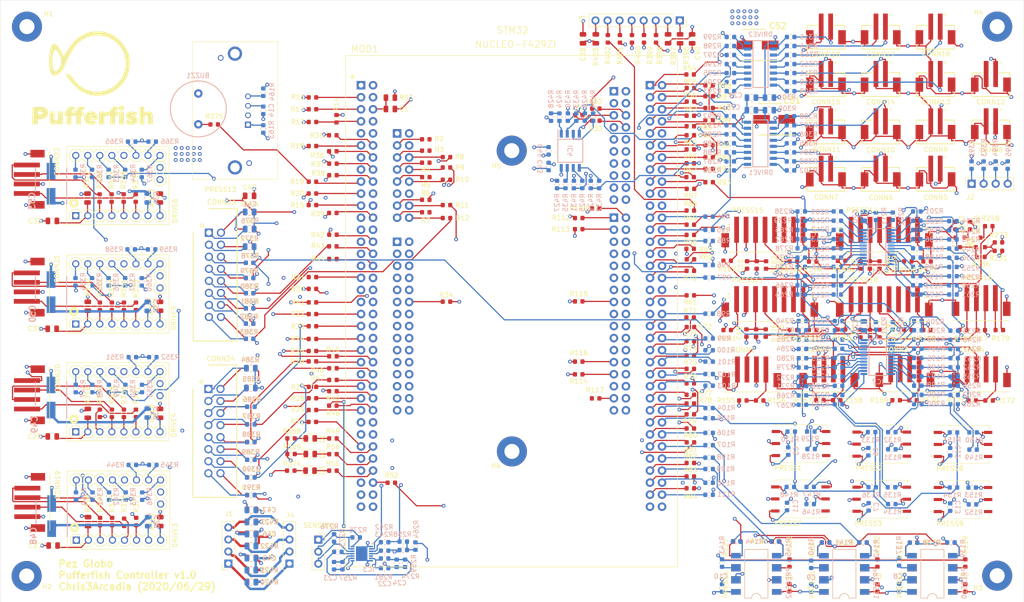
<source format=kicad_pcb>
(kicad_pcb (version 20171130) (host pcbnew "(5.1.5-0-10_14)")
  (layers (0 F.Cu signal) (1 In1.Cu signal hide) (2 In2.Cu signal) (3 In3.Cu signal) (4 In4.Cu signal hide) (31 B.Cu signal) (34 B.Paste user hide) (35 F.Paste user hide) (36 B.SilkS user) (37 F.SilkS user) (38 B.Mask user hide) (39 F.Mask user hide) (44 Edge.Cuts user))
  (net 0 "")
  (net 1 "Net-(BUZZ1-Pad+)")
  (net 2 GND)
  (net 3 3.3V)
  (net 4 "Net-(C15-Pad1)")
  (net 5 "Net-(C16-Pad1)")
  (net 6 PRESS_VDD)
  (net 7 "Net-(C18-Pad1)")
  (net 8 "Net-(C19-Pad1)")
  (net 9 5V)
  (net 10 "Net-(C23-Pad2)")
  (net 11 "Net-(C23-Pad1)")
  (net 12 "Net-(C24-Pad1)")
  (net 13 "Net-(C25-Pad1)")
  (net 14 "Net-(C26-Pad1)")
  (net 15 "Net-(C27-Pad1)")
  (net 16 "Net-(C28-Pad1)")
  (net 17 "Net-(C29-Pad1)")
  (net 18 "Net-(C30-Pad1)")
  (net 19 "Net-(C31-Pad1)")
  (net 20 "Net-(C32-Pad1)")
  (net 21 "Net-(C33-Pad1)")
  (net 22 "Net-(C34-Pad1)")
  (net 23 12V)
  (net 24 I2C1_SC6)
  (net 25 I2C1_SD6)
  (net 26 "Net-(CONN1-Pad1)")
  (net 27 I2C1_SD7)
  (net 28 I2C1_SC7)
  (net 29 "Net-(CONN2-Pad1)")
  (net 30 I2C2_SD6)
  (net 31 I2C2_SC6)
  (net 32 "Net-(CONN3-Pad1)")
  (net 33 I2C2_SD7)
  (net 34 I2C2_SC7)
  (net 35 "Net-(CONN4-Pad1)")
  (net 36 "Net-(CONN5-Pad1)")
  (net 37 "Net-(CONN6-Pad1)")
  (net 38 "Net-(CONN7-Pad1)")
  (net 39 "Net-(CONN8-Pad1)")
  (net 40 "Net-(CONN9-Pad1)")
  (net 41 "Net-(CONN10-Pad1)")
  (net 42 "Net-(CONN11-Pad1)")
  (net 43 "Net-(CONN12-Pad1)")
  (net 44 "Net-(CONN13-Pad1)")
  (net 45 "Net-(CONN14-Pad1)")
  (net 46 "Net-(CONN15-Pad1)")
  (net 47 "Net-(CONN16-Pad1)")
  (net 48 "Net-(CONN17-Pad1)")
  (net 49 "Net-(CONN18-Pad1)")
  (net 50 "Net-(CONN19-Pad2)")
  (net 51 "Net-(CONN19-Pad3)")
  (net 52 "Net-(CONN19-Pad1)")
  (net 53 "Net-(CONN19-Pad4)")
  (net 54 "Net-(CONN20-Pad2)")
  (net 55 "Net-(CONN20-Pad3)")
  (net 56 "Net-(CONN20-Pad1)")
  (net 57 "Net-(CONN20-Pad4)")
  (net 58 "Net-(CONN21-Pad2)")
  (net 59 "Net-(CONN21-Pad3)")
  (net 60 "Net-(CONN21-Pad1)")
  (net 61 "Net-(CONN21-Pad4)")
  (net 62 "Net-(CONN22-Pad2)")
  (net 63 "Net-(CONN22-Pad3)")
  (net 64 "Net-(CONN22-Pad1)")
  (net 65 "Net-(CONN22-Pad4)")
  (net 66 "Net-(CONN23-Pad16)")
  (net 67 "Net-(CONN23-Pad15)")
  (net 68 "Net-(CONN23-Pad14)")
  (net 69 "Net-(CONN23-Pad13)")
  (net 70 "Net-(CONN23-Pad12)")
  (net 71 "Net-(CONN23-Pad11)")
  (net 72 "Net-(CONN23-Pad10)")
  (net 73 "Net-(CONN23-Pad9)")
  (net 74 "Net-(CONN23-Pad8)")
  (net 75 "Net-(CONN23-Pad7)")
  (net 76 "Net-(CONN23-Pad6)")
  (net 77 "Net-(CONN23-Pad5)")
  (net 78 "Net-(CONN23-Pad4)")
  (net 79 "Net-(CONN23-Pad3)")
  (net 80 "Net-(CONN23-Pad2)")
  (net 81 "Net-(CONN23-Pad1)")
  (net 82 "Net-(CONN24-Pad16)")
  (net 83 "Net-(CONN24-Pad15)")
  (net 84 "Net-(CONN24-Pad14)")
  (net 85 "Net-(CONN24-Pad13)")
  (net 86 "Net-(CONN24-Pad12)")
  (net 87 "Net-(CONN24-Pad11)")
  (net 88 "Net-(CONN24-Pad10)")
  (net 89 "Net-(CONN24-Pad9)")
  (net 90 "Net-(CONN24-Pad8)")
  (net 91 "Net-(CONN24-Pad7)")
  (net 92 "Net-(CONN24-Pad6)")
  (net 93 "Net-(CONN24-Pad5)")
  (net 94 "Net-(CONN24-Pad4)")
  (net 95 "Net-(CONN24-Pad3)")
  (net 96 "Net-(CONN24-Pad2)")
  (net 97 "Net-(CONN24-Pad1)")
  (net 98 LED1_EN)
  (net 99 "Net-(D1-Pad1)")
  (net 100 LED2_EN)
  (net 101 "Net-(D2-Pad1)")
  (net 102 LED3_EN)
  (net 103 "Net-(D3-Pad1)")
  (net 104 "Net-(DRIVE1-Pad16)")
  (net 105 "Net-(DRIVE1-Pad15)")
  (net 106 "Net-(DRIVE1-Pad14)")
  (net 107 "Net-(DRIVE1-Pad13)")
  (net 108 "Net-(DRIVE1-Pad12)")
  (net 109 "Net-(DRIVE1-Pad11)")
  (net 110 "Net-(DRIVE1-Pad10)")
  (net 111 "Net-(DRIVE1-Pad7)")
  (net 112 "Net-(DRIVE1-Pad6)")
  (net 113 "Net-(DRIVE1-Pad5)")
  (net 114 "Net-(DRIVE1-Pad4)")
  (net 115 "Net-(DRIVE1-Pad3)")
  (net 116 "Net-(DRIVE1-Pad2)")
  (net 117 "Net-(DRIVE1-Pad1)")
  (net 118 "Net-(DRIVE2-Pad16)")
  (net 119 "Net-(DRIVE2-Pad15)")
  (net 120 "Net-(DRIVE2-Pad14)")
  (net 121 "Net-(DRIVE2-Pad13)")
  (net 122 "Net-(DRIVE2-Pad12)")
  (net 123 "Net-(DRIVE2-Pad11)")
  (net 124 "Net-(DRIVE2-Pad10)")
  (net 125 "Net-(DRIVE2-Pad7)")
  (net 126 "Net-(DRIVE2-Pad6)")
  (net 127 "Net-(DRIVE2-Pad5)")
  (net 128 "Net-(DRIVE2-Pad4)")
  (net 129 "Net-(DRIVE2-Pad3)")
  (net 130 "Net-(DRIVE2-Pad2)")
  (net 131 "Net-(DRIVE2-Pad1)")
  (net 132 "Net-(DRIVE3-Pad4)")
  (net 133 "Net-(DRIVE3-Pad6)")
  (net 134 "Net-(DRIVE3-Pad3)")
  (net 135 "Net-(DRIVE3-Pad5)")
  (net 136 "Net-(DRIVE3-Pad12)")
  (net 137 "Net-(DRIVE3-Pad11)")
  (net 138 "Net-(DRIVE3-Pad10)")
  (net 139 "Net-(DRIVE3-Pad9)")
  (net 140 "Net-(DRIVE3-Pad16)")
  (net 141 "Net-(DRIVE4-Pad4)")
  (net 142 "Net-(DRIVE4-Pad6)")
  (net 143 "Net-(DRIVE4-Pad3)")
  (net 144 "Net-(DRIVE4-Pad5)")
  (net 145 "Net-(DRIVE4-Pad12)")
  (net 146 "Net-(DRIVE4-Pad11)")
  (net 147 "Net-(DRIVE4-Pad10)")
  (net 148 "Net-(DRIVE4-Pad9)")
  (net 149 "Net-(DRIVE4-Pad16)")
  (net 150 "Net-(DRIVE5-Pad4)")
  (net 151 "Net-(DRIVE5-Pad6)")
  (net 152 "Net-(DRIVE5-Pad3)")
  (net 153 "Net-(DRIVE5-Pad5)")
  (net 154 "Net-(DRIVE5-Pad12)")
  (net 155 "Net-(DRIVE5-Pad11)")
  (net 156 "Net-(DRIVE5-Pad10)")
  (net 157 "Net-(DRIVE5-Pad9)")
  (net 158 "Net-(DRIVE5-Pad16)")
  (net 159 "Net-(DRIVE6-Pad4)")
  (net 160 "Net-(DRIVE6-Pad6)")
  (net 161 "Net-(DRIVE6-Pad3)")
  (net 162 "Net-(DRIVE6-Pad5)")
  (net 163 "Net-(DRIVE6-Pad12)")
  (net 164 "Net-(DRIVE6-Pad11)")
  (net 165 "Net-(DRIVE6-Pad10)")
  (net 166 "Net-(DRIVE6-Pad9)")
  (net 167 "Net-(DRIVE6-Pad16)")
  (net 168 "Net-(IC1-Pad1)")
  (net 169 "Net-(IC1-Pad2)")
  (net 170 "Net-(IC1-Pad3)")
  (net 171 "Net-(IC1-Pad4)")
  (net 172 "Net-(IC1-Pad5)")
  (net 173 "Net-(IC1-Pad6)")
  (net 174 "Net-(IC1-Pad7)")
  (net 175 "Net-(IC1-Pad8)")
  (net 176 "Net-(IC1-Pad9)")
  (net 177 "Net-(IC1-Pad10)")
  (net 178 "Net-(IC1-Pad11)")
  (net 179 "Net-(IC1-Pad13)")
  (net 180 "Net-(IC1-Pad14)")
  (net 181 "Net-(IC1-Pad15)")
  (net 182 "Net-(IC1-Pad16)")
  (net 183 "Net-(IC1-Pad17)")
  (net 184 "Net-(IC1-Pad18)")
  (net 185 "Net-(IC1-Pad19)")
  (net 186 "Net-(IC1-Pad20)")
  (net 187 "Net-(IC1-Pad21)")
  (net 188 "Net-(IC1-Pad22)")
  (net 189 "Net-(IC1-Pad23)")
  (net 190 "Net-(IC2-Pad1)")
  (net 191 "Net-(IC2-Pad2)")
  (net 192 "Net-(IC2-Pad3)")
  (net 193 "Net-(IC2-Pad4)")
  (net 194 "Net-(IC2-Pad5)")
  (net 195 "Net-(IC2-Pad6)")
  (net 196 "Net-(IC2-Pad7)")
  (net 197 "Net-(IC2-Pad8)")
  (net 198 "Net-(IC2-Pad9)")
  (net 199 "Net-(IC2-Pad10)")
  (net 200 "Net-(IC2-Pad11)")
  (net 201 "Net-(IC2-Pad13)")
  (net 202 "Net-(IC2-Pad14)")
  (net 203 "Net-(IC2-Pad15)")
  (net 204 "Net-(IC2-Pad16)")
  (net 205 "Net-(IC2-Pad17)")
  (net 206 "Net-(IC2-Pad18)")
  (net 207 "Net-(IC2-Pad19)")
  (net 208 "Net-(IC2-Pad20)")
  (net 209 "Net-(IC2-Pad21)")
  (net 210 "Net-(IC2-Pad22)")
  (net 211 "Net-(IC2-Pad23)")
  (net 212 "Net-(IC3-Pad14)")
  (net 213 "Net-(IC3-Pad13)")
  (net 214 "Net-(IC3-Pad12)")
  (net 215 "Net-(IC3-Pad11)")
  (net 216 SENSE_O2_OUT)
  (net 217 "Net-(IC3-Pad4)")
  (net 218 "Net-(IC3-Pad3)")
  (net 219 SENSE_O2_EN)
  (net 220 "Net-(IC4-Pad7)")
  (net 221 "Net-(IC4-Pad6)")
  (net 222 "Net-(IC4-Pad5)")
  (net 223 "Net-(IC4-Pad3)")
  (net 224 "Net-(IC4-Pad2)")
  (net 225 "Net-(IC4-Pad1)")
  (net 226 "Net-(J1-Pad4)")
  (net 227 "Net-(J1-Pad3)")
  (net 228 "Net-(J1-Pad1)")
  (net 229 "Net-(J1-Pad2)")
  (net 230 "Net-(J2-Pad4)")
  (net 231 "Net-(J2-Pad3)")
  (net 232 "Net-(J2-Pad1)")
  (net 233 "Net-(J2-Pad2)")
  (net 234 "Net-(J3-Pad4)")
  (net 235 "Net-(J3-Pad3)")
  (net 236 "Net-(J3-Pad1)")
  (net 237 "Net-(J3-Pad2)")
  (net 238 "Net-(MOD1-PadCN12_20)")
  (net 239 "Net-(MOD1-PadCN12_70)")
  (net 240 "Net-(MOD1-PadCN12_69)")
  (net 241 "Net-(MOD1-PadCN12_68)")
  (net 242 "Net-(MOD1-PadCN12_67)")
  (net 243 "Net-(MOD1-PadCN12_66)")
  (net 244 "Net-(MOD1-PadCN12_65)")
  (net 245 "Net-(MOD1-PadCN12_64)")
  (net 246 "Net-(MOD1-PadCN12_62)")
  (net 247 "Net-(MOD1-PadCN12_61)")
  (net 248 "Net-(MOD1-PadCN12_60)")
  (net 249 "Net-(MOD1-PadCN12_59)")
  (net 250 "Net-(MOD1-PadCN12_58)")
  (net 251 "Net-(MOD1-PadCN12_57)")
  (net 252 "Net-(MOD1-PadCN12_56)")
  (net 253 "Net-(MOD1-PadCN12_55)")
  (net 254 "Net-(MOD1-PadCN12_53)")
  (net 255 "Net-(MOD1-PadCN12_52)")
  (net 256 "Net-(MOD1-PadCN12_51)")
  (net 257 "Net-(MOD1-PadCN12_50)")
  (net 258 "Net-(MOD1-PadCN12_49)")
  (net 259 "Net-(MOD1-PadCN12_48)")
  (net 260 "Net-(MOD1-PadCN12_47)")
  (net 261 "Net-(MOD1-PadCN12_46)")
  (net 262 "Net-(MOD1-PadCN12_45)")
  (net 263 "Net-(MOD1-PadCN12_43)")
  (net 264 "Net-(MOD1-PadCN12_41)")
  (net 265 "Net-(MOD1-PadCN12_37)")
  (net 266 "Net-(MOD1-PadCN12_33)")
  (net 267 "Net-(MOD1-PadCN12_32)")
  (net 268 "Net-(MOD1-PadCN12_31)")
  (net 269 "Net-(MOD1-PadCN12_29)")
  (net 270 "Net-(MOD1-PadCN12_27)")
  (net 271 "Net-(MOD1-PadCN12_26)")
  (net 272 "Net-(MOD1-PadCN12_25)")
  (net 273 "Net-(MOD1-PadCN12_24)")
  (net 274 "Net-(MOD1-PadCN12_23)")
  (net 275 "Net-(MOD1-PadCN12_19)")
  (net 276 "Net-(MOD1-PadCN12_18)")
  (net 277 "Net-(MOD1-PadCN12_17)")
  (net 278 "Net-(MOD1-PadCN12_16)")
  (net 279 "Net-(MOD1-PadCN12_15)")
  (net 280 "Net-(MOD1-PadCN12_14)")
  (net 281 "Net-(MOD1-PadCN12_13)")
  (net 282 "Net-(MOD1-PadCN12_12)")
  (net 283 "Net-(MOD1-PadCN12_11)")
  (net 284 "Net-(MOD1-PadCN12_8)")
  (net 285 "Net-(MOD1-PadCN12_7)")
  (net 286 "Net-(MOD1-PadCN12_5)")
  (net 287 "Net-(MOD1-PadCN12_4)")
  (net 288 "Net-(MOD1-PadCN12_3)")
  (net 289 "Net-(MOD1-PadCN12_2)")
  (net 290 "Net-(MOD1-PadCN12_1)")
  (net 291 "Net-(MOD1-PadCN10_31)")
  (net 292 "Net-(MOD1-PadCN10_17)")
  (net 293 "Net-(MOD1-PadCN10_25)")
  (net 294 "Net-(MOD1-PadCN10_15)")
  (net 295 "Net-(MOD1-PadCN10_3)")
  (net 296 "Net-(MOD1-PadCN10_2)")
  (net 297 "Net-(MOD1-PadCN10_1)")
  (net 298 "Net-(MOD1-PadCN7_8)")
  (net 299 "Net-(MOD1-PadCN7_6)")
  (net 300 "Net-(MOD1-PadCN7_5)")
  (net 301 "Net-(MOD1-PadCN9_12)")
  (net 302 "Net-(MOD1-PadCN8_16)")
  (net 303 "Net-(MOD1-PadCN8_15)")
  (net 304 "Net-(MOD1-PadCN8_14)")
  (net 305 "Net-(MOD1-PadCN8_11)")
  (net 306 "Net-(MOD1-PadCN8_10)")
  (net 307 "Net-(MOD1-PadCN8_9)")
  (net 308 "Net-(MOD1-PadCN8_8)")
  (net 309 "Net-(MOD1-PadCN8_7)")
  (net 310 "Net-(MOD1-PadCN8_6)")
  (net 311 "Net-(MOD1-PadCN8_5)")
  (net 312 "Net-(MOD1-PadCN8_3)")
  (net 313 "Net-(MOD1-PadCN11_19)")
  (net 314 "Net-(MOD1-PadCN11_68)")
  (net 315 "Net-(MOD1-PadCN11_66)")
  (net 316 "Net-(MOD1-PadCN11_64)")
  (net 317 "Net-(MOD1-PadCN11_62)")
  (net 318 "Net-(MOD1-PadCN11_61)")
  (net 319 "Net-(MOD1-PadCN11_56)")
  (net 320 "Net-(MOD1-PadCN11_55)")
  (net 321 "Net-(MOD1-PadCN11_54)")
  (net 322 "Net-(MOD1-PadCN11_53)")
  (net 323 "Net-(MOD1-PadCN11_52)")
  (net 324 "Net-(MOD1-PadCN11_51)")
  (net 325 "Net-(MOD1-PadCN11_50)")
  (net 326 "Net-(MOD1-PadCN11_48)")
  (net 327 "Net-(MOD1-PadCN11_47)")
  (net 328 "Net-(MOD1-PadCN11_45)")
  (net 329 "Net-(MOD1-PadCN11_43)")
  (net 330 "Net-(MOD1-PadCN11_41)")
  (net 331 "Net-(MOD1-PadCN11_39)")
  (net 332 "Net-(MOD1-PadCN11_33)")
  (net 333 "Net-(MOD1-PadCN11_32)")
  (net 334 "Net-(MOD1-PadCN11_28)")
  (net 335 "Net-(MOD1-PadCN11_24)")
  (net 336 "Net-(MOD1-PadCN11_21)")
  (net 337 "Net-(MOD1-PadCN11_18)")
  (net 338 "Net-(MOD1-PadCN11_17)")
  (net 339 "Net-(MOD1-PadCN11_16)")
  (net 340 "Net-(MOD1-PadCN11_14)")
  (net 341 "Net-(MOD1-PadCN11_12)")
  (net 342 "Net-(MOD1-PadCN11_11)")
  (net 343 "Net-(MOD1-PadCN11_7)")
  (net 344 "Net-(MOD1-PadCN11_5)")
  (net 345 "Net-(MOD1-PadCN11_3)")
  (net 346 "Net-(PRESS1-Pad3)")
  (net 347 "Net-(PRESS1-Pad5)")
  (net 348 "Net-(PRESS1-Pad6)")
  (net 349 "Net-(PRESS2-Pad3)")
  (net 350 "Net-(PRESS2-Pad5)")
  (net 351 "Net-(PRESS2-Pad6)")
  (net 352 "Net-(PRESS3-Pad3)")
  (net 353 "Net-(PRESS3-Pad5)")
  (net 354 "Net-(PRESS3-Pad6)")
  (net 355 "Net-(PRESS4-Pad5)")
  (net 356 "Net-(PRESS4-Pad4)")
  (net 357 "Net-(PRESS4-Pad3)")
  (net 358 "Net-(PRESS5-Pad5)")
  (net 359 "Net-(PRESS5-Pad4)")
  (net 360 "Net-(PRESS5-Pad3)")
  (net 361 "Net-(PRESS6-Pad5)")
  (net 362 "Net-(PRESS6-Pad4)")
  (net 363 "Net-(PRESS6-Pad3)")
  (net 364 "Net-(PRESS7-Pad3)")
  (net 365 "Net-(PRESS7-Pad5)")
  (net 366 "Net-(PRESS7-Pad6)")
  (net 367 "Net-(PRESS8-Pad3)")
  (net 368 "Net-(PRESS8-Pad5)")
  (net 369 "Net-(PRESS8-Pad6)")
  (net 370 "Net-(PRESS9-Pad3)")
  (net 371 "Net-(PRESS9-Pad5)")
  (net 372 "Net-(PRESS9-Pad6)")
  (net 373 "Net-(PRESS10-Pad5)")
  (net 374 "Net-(PRESS10-Pad4)")
  (net 375 "Net-(PRESS10-Pad3)")
  (net 376 "Net-(PRESS11-Pad5)")
  (net 377 "Net-(PRESS11-Pad4)")
  (net 378 "Net-(PRESS11-Pad3)")
  (net 379 "Net-(PRESS12-Pad5)")
  (net 380 "Net-(PRESS12-Pad4)")
  (net 381 "Net-(PRESS12-Pad3)")
  (net 382 "Net-(PRESS13-Pad1)")
  (net 383 "Net-(PRESS13-Pad4)")
  (net 384 "Net-(PRESS14-Pad4)")
  (net 385 "Net-(PRESS14-Pad1)")
  (net 386 "Net-(PRESS14-Pad8)")
  (net 387 "Net-(PRESS15-Pad4)")
  (net 388 "Net-(PRESS15-Pad1)")
  (net 389 "Net-(PRESS15-Pad8)")
  (net 390 "Net-(PRESS16-Pad1)")
  (net 391 "Net-(PRESS16-Pad4)")
  (net 392 "Net-(PRESS17-Pad4)")
  (net 393 "Net-(PRESS17-Pad1)")
  (net 394 "Net-(PRESS17-Pad8)")
  (net 395 "Net-(PRESS18-Pad4)")
  (net 396 "Net-(PRESS18-Pad1)")
  (net 397 "Net-(PRESS18-Pad8)")
  (net 398 "Net-(Q1-Pad3)")
  (net 399 "Net-(Q1-Pad1)")
  (net 400 "Net-(Q2-Pad3)")
  (net 401 "Net-(Q2-Pad2)")
  (net 402 ALARM1_LOW)
  (net 403 LEDR_EN)
  (net 404 LEDG_EN)
  (net 405 SET_ALARM_EN)
  (net 406 DRIVE1_CH7_EN)
  (net 407 MOTOR2_UART)
  (net 408 MOTOR3_UART)
  (net 409 BUZZ1_EN)
  (net 410 LTC4421-PWR-nCH1)
  (net 411 LTC4421-PWR-nCH2)
  (net 412 LTC4421-PWR-nVALID1)
  (net 413 LTC4421-PWR-nVALID2)
  (net 414 LTC4421-PWR-nDISABLE1)
  (net 415 LTC4421-PWR-nDISABLE2)
  (net 416 LTC4421-PWR-nFAULT1)
  (net 417 LTC4421-PWR-nFAULT2)
  (net 418 MOTOR1_UART)
  (net 419 MOTOR4_UART)
  (net 420 BAT-MEAS-ANALOG)
  (net 421 DRIVE2_CH3_EN)
  (net 422 VSYS-5V0-PGOOD)
  (net 423 BAT-MEAS-EN)
  (net 424 BAT-CHARGE-EN)
  (net 425 PRESSX_EN)
  (net 426 DRIVE2_CH6_EN)
  (net 427 I2C2_SCL)
  (net 428 I2C2_SDA)
  (net 429 DRIVE2_CH5_EN)
  (net 430 DRIVE1_CH4_EN)
  (net 431 DRIVE1_CH5_EN)
  (net 432 DRIVE1_CH2_EN)
  (net 433 DRIVE1_CH1_EN)
  (net 434 SPI1_SCL)
  (net 435 SPI1_MISO)
  (net 436 SPI1_MOSI)
  (net 437 CPU_UART_TX)
  (net 438 CPU_UART_CLK)
  (net 439 I2C1_SCL)
  (net 440 CPU_UART_RX)
  (net 441 I2C3_SDA)
  (net 442 MOTOR1_DIR)
  (net 443 MOTOR1_STEP)
  (net 444 MOTOR2_EN)
  (net 445 MOTOR2_DIR)
  (net 446 MOTOR2_STEP)
  (net 447 MOTOR3_EN)
  (net 448 MOTOR3_DIR)
  (net 449 MOTOR3_STEP)
  (net 450 MOTOR4_EN)
  (net 451 MOTOR4_DIR)
  (net 452 MOTOR4_STEP)
  (net 453 MOTOR1_EN)
  (net 454 PRESS_VDD_EN)
  (net 455 DRIVE1_CH6_EN)
  (net 456 DRIVE2_CH4_EN)
  (net 457 CPU_UART_RTS)
  (net 458 CPU_UART_CTS)
  (net 459 I2C1_SDA)
  (net 460 DRIVE1_CH3_EN)
  (net 461 DRIVE2_CH7_EN)
  (net 462 DRIVE2_CH1_EN)
  (net 463 DRIVE2_CH2_EN)
  (net 464 I2C3_SCL)
  (net 465 PRESS1_EN)
  (net 466 PRESS2_EN)
  (net 467 PRESS3_EN)
  (net 468 PRESS4_EN)
  (net 469 PRESS5_EN)
  (net 470 PRESS6_EN)
  (net 471 I2C1_RESET)
  (net 472 I2C2_RESET)
  (net 473 SET_PWR_SRC)
  (net 474 SET_PWR_ON_OFF)
  (net 475 ALARM2_CNTRL)
  (net 476 ALARM1_HIGH)
  (net 477 ALARM1_MED)
  (net 478 I2C2_SD0)
  (net 479 I2C2_SC0)
  (net 480 I2C2_SD2)
  (net 481 I2C2_SC2)
  (net 482 I2C2_SD4)
  (net 483 I2C2_SC4)
  (net 484 I2C2_SD1)
  (net 485 I2C2_SC1)
  (net 486 I2C2_SD3)
  (net 487 I2C2_SC3)
  (net 488 I2C2_SD5)
  (net 489 I2C2_SC5)
  (net 490 I2C1_SC0)
  (net 491 I2C1_SD0)
  (net 492 I2C1_SD2)
  (net 493 I2C1_SC2)
  (net 494 I2C1_SD4)
  (net 495 I2C1_SC4)
  (net 496 I2C1_SD1)
  (net 497 I2C1_SC1)
  (net 498 I2C1_SD3)
  (net 499 I2C1_SC3)
  (net 500 I2C1_SD5)
  (net 501 I2C1_SC5)
  (net 502 EXT_MEM_CS)
  (net 503 EXT_MEM_PROTECT)
  (net 504 EXT_MEM_HOLD)
  (net 505 "Net-(MOD1-PadCN12_44)")
  (net 506 "Net-(MOD1-PadCN12_40)")
  (net 507 "Net-(MOD1-PadCN12_34)")
  (net 508 "Net-(MOD1-PadCN12_28)")
  (net 509 "Net-(MOD1-PadCN12_6)")
  (net 510 "Net-(MOD1-PadCN11_59)")
  (net 511 "Net-(MOD1-PadCN11_58)")
  (net 512 "Net-(MOD1-PadCN11_30)")
  (net 513 "Net-(C1-Pad1)")
  (net 514 "Net-(J3-Pad8)")
  (net 515 "Net-(J3-Pad7)")
  (net 516 "Net-(J3-Pad6)")
  (net 517 "Net-(J3-Pad5)")
  (net 518 "Net-(J4-Pad4)")
  (net 519 "Net-(J4-Pad3)")
  (net 520 "Net-(J4-Pad1)")
  (net 521 "Net-(J4-Pad2)")
  (net 522 VSYS-3V3-PGOOD)
  (net 523 GPIO1)
  (net 524 GPIO2)
  (net 525 GPIO3)
  (net 526 "Net-(R258-Pad2)")
  (net 527 "Net-(DRIVE3-Pad15)")
  (net 528 "Net-(DRIVE3-Pad14)")
  (net 529 "Net-(DRIVE4-Pad15)")
  (net 530 "Net-(DRIVE4-Pad14)")
  (net 531 "Net-(DRIVE5-Pad15)")
  (net 532 "Net-(DRIVE5-Pad14)")
  (net 533 "Net-(DRIVE6-Pad15)")
  (net 534 "Net-(DRIVE6-Pad14)")
  (net 535 LEDB_EN)
  (net 536 SET_LOCK)
  (net 537 SET_EXTRA)
  (module Pufferfish:SOT-23 (layer F.Cu) (at 343.865 232.461 90)
    (fp_text reference Q2 (at 0 -2.5 90) (layer F.SilkS))
    (fp_text value TP0610T)
    (pad 3 smd rect (at 1 0 90) (size 0.9 0.8) (layers F.Cu F.Paste F.Mask) (net 400 "Net-(Q2-Pad3)"))
    (pad 2 smd rect (at -1 0.95 90) (size 0.9 0.8) (layers F.Cu F.Paste F.Mask) (net 401 "Net-(Q2-Pad2)"))
    (pad 1 smd rect (at -1 -0.95 90) (size 0.9 0.8) (layers F.Cu F.Paste F.Mask) (net 398 "Net-(Q1-Pad3)"))
  )
  (module Pufferfish:SOT-23 (layer F.Cu) (at 339.547 232.461 270)
    (fp_text reference Q1 (at 0 -2.5 90) (layer F.SilkS))
    (fp_text value 2N7002E)
    (pad 3 smd rect (at 1 0 270) (size 0.9 0.8) (layers F.Cu F.Paste F.Mask) (net 398 "Net-(Q1-Pad3)"))
    (pad 2 smd rect (at -1 0.95 270) (size 0.9 0.8) (layers F.Cu F.Paste F.Mask) (net 2 GND))
    (pad 1 smd rect (at -1 -0.95 270) (size 0.9 0.8) (layers F.Cu F.Paste F.Mask) (net 399 "Net-(Q1-Pad1)"))
  )
  (module Pufferfish:MODULE_NUCLEO-F429ZI (layer F.Cu) (at 244.958 244.399)
    (fp_text reference MOD1 (at -30.955 -52.749) (layer F.SilkS) (effects (font (size 1.4 1.4))))
    (fp_text value NUCLEO-F429ZI)
    (fp_text user STM32 (at 0.254 -56.7055) (layer F.SilkS) (effects (font (size 1.4 1.4))))
    (fp_text user NUCLEO-F429ZI (at 0.889 -53.721) (layer F.SilkS) (effects (font (size 1.4 1.4))))
    (pad CN12_72 thru_hole circle (at 31.75 43.81) (size 1.8 1.8) (drill 1) (layers *.Cu *.Mask) (net 238 "Net-(MOD1-PadCN12_20)"))
    (pad CN12_71 thru_hole circle (at 29.21 43.81) (size 1.8 1.8) (drill 1) (layers *.Cu *.Mask) (net 238 "Net-(MOD1-PadCN12_20)"))
    (pad CN12_70 thru_hole circle (at 31.75 41.27) (size 1.8 1.8) (drill 1) (layers *.Cu *.Mask) (net 239 "Net-(MOD1-PadCN12_70)"))
    (pad CN12_69 thru_hole circle (at 29.21 41.27) (size 1.8 1.8) (drill 1) (layers *.Cu *.Mask) (net 240 "Net-(MOD1-PadCN12_69)"))
    (pad CN12_68 thru_hole circle (at 31.75 38.73) (size 1.8 1.8) (drill 1) (layers *.Cu *.Mask) (net 241 "Net-(MOD1-PadCN12_68)"))
    (pad CN12_67 thru_hole circle (at 29.21 38.73) (size 1.8 1.8) (drill 1) (layers *.Cu *.Mask) (net 242 "Net-(MOD1-PadCN12_67)"))
    (pad CN12_66 thru_hole circle (at 31.75 36.19) (size 1.8 1.8) (drill 1) (layers *.Cu *.Mask) (net 243 "Net-(MOD1-PadCN12_66)"))
    (pad CN12_65 thru_hole circle (at 29.21 36.19) (size 1.8 1.8) (drill 1) (layers *.Cu *.Mask) (net 244 "Net-(MOD1-PadCN12_65)"))
    (pad CN12_64 thru_hole circle (at 31.75 33.65) (size 1.8 1.8) (drill 1) (layers *.Cu *.Mask) (net 245 "Net-(MOD1-PadCN12_64)"))
    (pad CN12_63 thru_hole circle (at 29.21 33.65) (size 1.8 1.8) (drill 1) (layers *.Cu *.Mask) (net 238 "Net-(MOD1-PadCN12_20)"))
    (pad CN12_62 thru_hole circle (at 31.75 31.11) (size 1.8 1.8) (drill 1) (layers *.Cu *.Mask) (net 246 "Net-(MOD1-PadCN12_62)"))
    (pad CN12_61 thru_hole circle (at 29.21 31.11) (size 1.8 1.8) (drill 1) (layers *.Cu *.Mask) (net 247 "Net-(MOD1-PadCN12_61)"))
    (pad CN12_60 thru_hole circle (at 31.75 28.57) (size 1.8 1.8) (drill 1) (layers *.Cu *.Mask) (net 248 "Net-(MOD1-PadCN12_60)"))
    (pad CN12_59 thru_hole circle (at 29.21 28.57) (size 1.8 1.8) (drill 1) (layers *.Cu *.Mask) (net 249 "Net-(MOD1-PadCN12_59)"))
    (pad CN12_58 thru_hole circle (at 31.75 26.03) (size 1.8 1.8) (drill 1) (layers *.Cu *.Mask) (net 250 "Net-(MOD1-PadCN12_58)"))
    (pad CN12_57 thru_hole circle (at 29.21 26.03) (size 1.8 1.8) (drill 1) (layers *.Cu *.Mask) (net 251 "Net-(MOD1-PadCN12_57)"))
    (pad CN12_56 thru_hole circle (at 31.75 23.49) (size 1.8 1.8) (drill 1) (layers *.Cu *.Mask) (net 252 "Net-(MOD1-PadCN12_56)"))
    (pad CN12_55 thru_hole circle (at 29.21 23.49) (size 1.8 1.8) (drill 1) (layers *.Cu *.Mask) (net 253 "Net-(MOD1-PadCN12_55)"))
    (pad CN12_54 thru_hole circle (at 31.75 20.95) (size 1.8 1.8) (drill 1) (layers *.Cu *.Mask) (net 238 "Net-(MOD1-PadCN12_20)"))
    (pad CN12_53 thru_hole circle (at 29.21 20.95) (size 1.8 1.8) (drill 1) (layers *.Cu *.Mask) (net 254 "Net-(MOD1-PadCN12_53)"))
    (pad CN12_52 thru_hole circle (at 31.75 18.41) (size 1.8 1.8) (drill 1) (layers *.Cu *.Mask) (net 255 "Net-(MOD1-PadCN12_52)"))
    (pad CN12_51 thru_hole circle (at 29.21 18.41) (size 1.8 1.8) (drill 1) (layers *.Cu *.Mask) (net 256 "Net-(MOD1-PadCN12_51)"))
    (pad CN12_50 thru_hole circle (at 31.75 15.87) (size 1.8 1.8) (drill 1) (layers *.Cu *.Mask) (net 257 "Net-(MOD1-PadCN12_50)"))
    (pad CN12_49 thru_hole circle (at 29.21 15.87) (size 1.8 1.8) (drill 1) (layers *.Cu *.Mask) (net 258 "Net-(MOD1-PadCN12_49)"))
    (pad CN12_48 thru_hole circle (at 31.75 13.33) (size 1.8 1.8) (drill 1) (layers *.Cu *.Mask) (net 259 "Net-(MOD1-PadCN12_48)"))
    (pad CN12_47 thru_hole circle (at 29.21 13.33) (size 1.8 1.8) (drill 1) (layers *.Cu *.Mask) (net 260 "Net-(MOD1-PadCN12_47)"))
    (pad CN12_46 thru_hole circle (at 31.75 10.79) (size 1.8 1.8) (drill 1) (layers *.Cu *.Mask) (net 261 "Net-(MOD1-PadCN12_46)"))
    (pad CN12_45 thru_hole circle (at 29.21 10.79) (size 1.8 1.8) (drill 1) (layers *.Cu *.Mask) (net 262 "Net-(MOD1-PadCN12_45)"))
    (pad CN12_44 thru_hole circle (at 31.75 8.25) (size 1.8 1.8) (drill 1) (layers *.Cu *.Mask) (net 505 "Net-(MOD1-PadCN12_44)"))
    (pad CN12_43 thru_hole circle (at 29.21 8.25) (size 1.8 1.8) (drill 1) (layers *.Cu *.Mask) (net 263 "Net-(MOD1-PadCN12_43)"))
    (pad CN12_42 thru_hole circle (at 31.75 5.71) (size 1.8 1.8) (drill 1) (layers *.Cu *.Mask))
    (pad CN12_41 thru_hole circle (at 29.21 5.71) (size 1.8 1.8) (drill 1) (layers *.Cu *.Mask) (net 264 "Net-(MOD1-PadCN12_41)"))
    (pad CN12_40 thru_hole circle (at 31.75 3.17) (size 1.8 1.8) (drill 1) (layers *.Cu *.Mask) (net 506 "Net-(MOD1-PadCN12_40)"))
    (pad CN12_39 thru_hole circle (at 29.21 3.17) (size 1.8 1.8) (drill 1) (layers *.Cu *.Mask) (net 238 "Net-(MOD1-PadCN12_20)"))
    (pad CN12_38 thru_hole circle (at 31.75 0.63) (size 1.8 1.8) (drill 1) (layers *.Cu *.Mask))
    (pad CN12_37 thru_hole circle (at 29.21 0.63) (size 1.8 1.8) (drill 1) (layers *.Cu *.Mask) (net 265 "Net-(MOD1-PadCN12_37)"))
    (pad CN12_36 thru_hole circle (at 31.75 -1.91) (size 1.8 1.8) (drill 1) (layers *.Cu *.Mask))
    (pad CN12_35 thru_hole circle (at 29.21 -1.91) (size 1.8 1.8) (drill 1) (layers *.Cu *.Mask))
    (pad CN12_34 thru_hole circle (at 31.75 -4.45) (size 1.8 1.8) (drill 1) (layers *.Cu *.Mask) (net 507 "Net-(MOD1-PadCN12_34)"))
    (pad CN12_33 thru_hole circle (at 29.21 -4.45) (size 1.8 1.8) (drill 1) (layers *.Cu *.Mask) (net 266 "Net-(MOD1-PadCN12_33)"))
    (pad CN12_32 thru_hole circle (at 31.75 -6.99) (size 1.8 1.8) (drill 1) (layers *.Cu *.Mask) (net 267 "Net-(MOD1-PadCN12_32)"))
    (pad CN12_31 thru_hole circle (at 29.21 -6.99) (size 1.8 1.8) (drill 1) (layers *.Cu *.Mask) (net 268 "Net-(MOD1-PadCN12_31)"))
    (pad CN12_30 thru_hole circle (at 31.75 -9.53) (size 1.8 1.8) (drill 1) (layers *.Cu *.Mask))
    (pad CN12_29 thru_hole circle (at 29.21 -9.53) (size 1.8 1.8) (drill 1) (layers *.Cu *.Mask) (net 269 "Net-(MOD1-PadCN12_29)"))
    (pad CN12_28 thru_hole circle (at 31.75 -12.07) (size 1.8 1.8) (drill 1) (layers *.Cu *.Mask) (net 508 "Net-(MOD1-PadCN12_28)"))
    (pad CN12_27 thru_hole circle (at 29.21 -12.07) (size 1.8 1.8) (drill 1) (layers *.Cu *.Mask) (net 270 "Net-(MOD1-PadCN12_27)"))
    (pad CN12_26 thru_hole circle (at 31.75 -14.61) (size 1.8 1.8) (drill 1) (layers *.Cu *.Mask) (net 271 "Net-(MOD1-PadCN12_26)"))
    (pad CN12_25 thru_hole circle (at 29.21 -14.61) (size 1.8 1.8) (drill 1) (layers *.Cu *.Mask) (net 272 "Net-(MOD1-PadCN12_25)"))
    (pad CN12_24 thru_hole circle (at 31.75 -17.15) (size 1.8 1.8) (drill 1) (layers *.Cu *.Mask) (net 273 "Net-(MOD1-PadCN12_24)"))
    (pad CN12_23 thru_hole circle (at 29.21 -17.15) (size 1.8 1.8) (drill 1) (layers *.Cu *.Mask) (net 274 "Net-(MOD1-PadCN12_23)"))
    (pad CN12_22 thru_hole circle (at 31.75 -19.69) (size 1.8 1.8) (drill 1) (layers *.Cu *.Mask))
    (pad CN12_21 thru_hole circle (at 29.21 -19.69) (size 1.8 1.8) (drill 1) (layers *.Cu *.Mask))
    (pad CN12_20 thru_hole circle (at 31.75 -22.23) (size 1.8 1.8) (drill 1) (layers *.Cu *.Mask) (net 238 "Net-(MOD1-PadCN12_20)"))
    (pad CN12_19 thru_hole circle (at 29.21 -22.23) (size 1.8 1.8) (drill 1) (layers *.Cu *.Mask) (net 275 "Net-(MOD1-PadCN12_19)"))
    (pad CN12_18 thru_hole circle (at 31.75 -24.77) (size 1.8 1.8) (drill 1) (layers *.Cu *.Mask) (net 276 "Net-(MOD1-PadCN12_18)"))
    (pad CN12_17 thru_hole circle (at 29.21 -24.77) (size 1.8 1.8) (drill 1) (layers *.Cu *.Mask) (net 277 "Net-(MOD1-PadCN12_17)"))
    (pad CN12_16 thru_hole circle (at 31.75 -27.31) (size 1.8 1.8) (drill 1) (layers *.Cu *.Mask) (net 278 "Net-(MOD1-PadCN12_16)"))
    (pad CN12_15 thru_hole circle (at 29.21 -27.31) (size 1.8 1.8) (drill 1) (layers *.Cu *.Mask) (net 279 "Net-(MOD1-PadCN12_15)"))
    (pad CN12_14 thru_hole circle (at 31.75 -29.85) (size 1.8 1.8) (drill 1) (layers *.Cu *.Mask) (net 280 "Net-(MOD1-PadCN12_14)"))
    (pad CN12_13 thru_hole circle (at 29.21 -29.85) (size 1.8 1.8) (drill 1) (layers *.Cu *.Mask) (net 281 "Net-(MOD1-PadCN12_13)"))
    (pad CN12_12 thru_hole circle (at 31.75 -32.39) (size 1.8 1.8) (drill 1) (layers *.Cu *.Mask) (net 282 "Net-(MOD1-PadCN12_12)"))
    (pad CN12_11 thru_hole circle (at 29.21 -32.39) (size 1.8 1.8) (drill 1) (layers *.Cu *.Mask) (net 283 "Net-(MOD1-PadCN12_11)"))
    (pad CN12_10 thru_hole circle (at 31.75 -34.93) (size 1.8 1.8) (drill 1) (layers *.Cu *.Mask))
    (pad CN12_9 thru_hole circle (at 29.21 -34.93) (size 1.8 1.8) (drill 1) (layers *.Cu *.Mask) (net 238 "Net-(MOD1-PadCN12_20)"))
    (pad CN12_8 thru_hole circle (at 31.75 -37.47) (size 1.8 1.8) (drill 1) (layers *.Cu *.Mask) (net 284 "Net-(MOD1-PadCN12_8)"))
    (pad CN12_7 thru_hole circle (at 29.21 -37.47) (size 1.8 1.8) (drill 1) (layers *.Cu *.Mask) (net 285 "Net-(MOD1-PadCN12_7)"))
    (pad CN12_6 thru_hole circle (at 31.75 -40.01) (size 1.8 1.8) (drill 1) (layers *.Cu *.Mask) (net 509 "Net-(MOD1-PadCN12_6)"))
    (pad CN12_5 thru_hole circle (at 29.21 -40.01) (size 1.8 1.8) (drill 1) (layers *.Cu *.Mask) (net 286 "Net-(MOD1-PadCN12_5)"))
    (pad CN12_4 thru_hole circle (at 31.75 -42.55) (size 1.8 1.8) (drill 1) (layers *.Cu *.Mask) (net 287 "Net-(MOD1-PadCN12_4)"))
    (pad CN12_3 thru_hole circle (at 29.21 -42.55) (size 1.8 1.8) (drill 1) (layers *.Cu *.Mask) (net 288 "Net-(MOD1-PadCN12_3)"))
    (pad CN12_2 thru_hole circle (at 31.75 -45.09) (size 1.8 1.8) (drill 1) (layers *.Cu *.Mask) (net 289 "Net-(MOD1-PadCN12_2)"))
    (pad CN12_1 thru_hole rect (at 29.21 -45.09) (size 1.8 1.8) (drill 1) (layers *.Cu *.Mask) (net 290 "Net-(MOD1-PadCN12_1)"))
    (pad CN10_34 thru_hole circle (at 24.13 23.49) (size 1.8 1.8) (drill 1) (layers *.Cu *.Mask))
    (pad CN10_33 thru_hole circle (at 21.59 23.49) (size 1.8 1.8) (drill 1) (layers *.Cu *.Mask))
    (pad CN10_32 thru_hole circle (at 24.13 20.95) (size 1.8 1.8) (drill 1) (layers *.Cu *.Mask))
    (pad CN10_31 thru_hole circle (at 21.59 20.95) (size 1.8 1.8) (drill 1) (layers *.Cu *.Mask) (net 291 "Net-(MOD1-PadCN10_31)"))
    (pad CN10_30 thru_hole circle (at 24.13 18.41) (size 1.8 1.8) (drill 1) (layers *.Cu *.Mask))
    (pad CN10_29 thru_hole circle (at 21.59 18.41) (size 1.8 1.8) (drill 1) (layers *.Cu *.Mask))
    (pad CN10_28 thru_hole circle (at 24.13 15.87) (size 1.8 1.8) (drill 1) (layers *.Cu *.Mask))
    (pad CN10_27 thru_hole circle (at 21.59 15.87) (size 1.8 1.8) (drill 1) (layers *.Cu *.Mask) (net 292 "Net-(MOD1-PadCN10_17)"))
    (pad CN10_26 thru_hole circle (at 24.13 13.33) (size 1.8 1.8) (drill 1) (layers *.Cu *.Mask))
    (pad CN10_25 thru_hole circle (at 21.59 13.33) (size 1.8 1.8) (drill 1) (layers *.Cu *.Mask) (net 293 "Net-(MOD1-PadCN10_25)"))
    (pad CN10_24 thru_hole circle (at 24.13 10.79) (size 1.8 1.8) (drill 1) (layers *.Cu *.Mask))
    (pad CN10_23 thru_hole circle (at 21.59 10.79) (size 1.8 1.8) (drill 1) (layers *.Cu *.Mask))
    (pad CN10_22 thru_hole circle (at 24.13 8.25) (size 1.8 1.8) (drill 1) (layers *.Cu *.Mask) (net 292 "Net-(MOD1-PadCN10_17)"))
    (pad CN10_21 thru_hole circle (at 21.59 8.25) (size 1.8 1.8) (drill 1) (layers *.Cu *.Mask))
    (pad CN10_20 thru_hole circle (at 24.13 5.71) (size 1.8 1.8) (drill 1) (layers *.Cu *.Mask))
    (pad CN10_19 thru_hole circle (at 21.59 5.71) (size 1.8 1.8) (drill 1) (layers *.Cu *.Mask))
    (pad CN10_18 thru_hole circle (at 24.13 3.17) (size 1.8 1.8) (drill 1) (layers *.Cu *.Mask))
    (pad CN10_17 thru_hole circle (at 21.59 3.17) (size 1.8 1.8) (drill 1) (layers *.Cu *.Mask) (net 292 "Net-(MOD1-PadCN10_17)"))
    (pad CN10_16 thru_hole circle (at 24.13 0.63) (size 1.8 1.8) (drill 1) (layers *.Cu *.Mask))
    (pad CN10_15 thru_hole circle (at 21.59 0.63) (size 1.8 1.8) (drill 1) (layers *.Cu *.Mask) (net 294 "Net-(MOD1-PadCN10_15)"))
    (pad CN10_14 thru_hole circle (at 24.13 -1.91) (size 1.8 1.8) (drill 1) (layers *.Cu *.Mask))
    (pad CN10_13 thru_hole circle (at 21.59 -1.91) (size 1.8 1.8) (drill 1) (layers *.Cu *.Mask))
    (pad CN10_12 thru_hole circle (at 24.13 -4.45) (size 1.8 1.8) (drill 1) (layers *.Cu *.Mask))
    (pad CN10_11 thru_hole circle (at 21.59 -4.45) (size 1.8 1.8) (drill 1) (layers *.Cu *.Mask))
    (pad CN10_10 thru_hole circle (at 24.13 -6.99) (size 1.8 1.8) (drill 1) (layers *.Cu *.Mask))
    (pad CN10_9 thru_hole circle (at 21.59 -6.99) (size 1.8 1.8) (drill 1) (layers *.Cu *.Mask))
    (pad CN10_8 thru_hole circle (at 24.13 -9.53) (size 1.8 1.8) (drill 1) (layers *.Cu *.Mask))
    (pad CN10_7 thru_hole circle (at 21.59 -9.53) (size 1.8 1.8) (drill 1) (layers *.Cu *.Mask))
    (pad CN10_6 thru_hole circle (at 24.13 -12.07) (size 1.8 1.8) (drill 1) (layers *.Cu *.Mask))
    (pad CN10_5 thru_hole circle (at 21.59 -12.07) (size 1.8 1.8) (drill 1) (layers *.Cu *.Mask) (net 292 "Net-(MOD1-PadCN10_17)"))
    (pad CN10_4 thru_hole circle (at 24.13 -14.61) (size 1.8 1.8) (drill 1) (layers *.Cu *.Mask))
    (pad CN10_3 thru_hole circle (at 21.59 -14.61) (size 1.8 1.8) (drill 1) (layers *.Cu *.Mask) (net 295 "Net-(MOD1-PadCN10_3)"))
    (pad CN10_2 thru_hole circle (at 24.13 -17.15) (size 1.8 1.8) (drill 1) (layers *.Cu *.Mask) (net 296 "Net-(MOD1-PadCN10_2)"))
    (pad CN10_1 thru_hole rect (at 21.59 -17.15) (size 1.8 1.8) (drill 1) (layers *.Cu *.Mask) (net 297 "Net-(MOD1-PadCN10_1)"))
    (pad CN7_20 thru_hole circle (at 24.13 -20.96) (size 1.8 1.8) (drill 1) (layers *.Cu *.Mask))
    (pad CN7_19 thru_hole circle (at 21.59 -20.96) (size 1.8 1.8) (drill 1) (layers *.Cu *.Mask))
    (pad CN7_18 thru_hole circle (at 24.13 -23.5) (size 1.8 1.8) (drill 1) (layers *.Cu *.Mask))
    (pad CN7_17 thru_hole circle (at 21.59 -23.5) (size 1.8 1.8) (drill 1) (layers *.Cu *.Mask))
    (pad CN7_16 thru_hole circle (at 24.13 -26.04) (size 1.8 1.8) (drill 1) (layers *.Cu *.Mask))
    (pad CN7_15 thru_hole circle (at 21.59 -26.04) (size 1.8 1.8) (drill 1) (layers *.Cu *.Mask))
    (pad CN7_14 thru_hole circle (at 24.13 -28.58) (size 1.8 1.8) (drill 1) (layers *.Cu *.Mask))
    (pad CN7_13 thru_hole circle (at 21.59 -28.58) (size 1.8 1.8) (drill 1) (layers *.Cu *.Mask))
    (pad CN7_12 thru_hole circle (at 24.13 -31.12) (size 1.8 1.8) (drill 1) (layers *.Cu *.Mask))
    (pad CN7_11 thru_hole circle (at 21.59 -31.12) (size 1.8 1.8) (drill 1) (layers *.Cu *.Mask))
    (pad CN7_10 thru_hole circle (at 24.13 -33.66) (size 1.8 1.8) (drill 1) (layers *.Cu *.Mask))
    (pad CN7_9 thru_hole circle (at 21.59 -33.66) (size 1.8 1.8) (drill 1) (layers *.Cu *.Mask))
    (pad CN7_8 thru_hole circle (at 24.13 -36.2) (size 1.8 1.8) (drill 1) (layers *.Cu *.Mask) (net 298 "Net-(MOD1-PadCN7_8)"))
    (pad CN7_7 thru_hole circle (at 21.59 -36.2) (size 1.8 1.8) (drill 1) (layers *.Cu *.Mask))
    (pad CN7_6 thru_hole circle (at 24.13 -38.74) (size 1.8 1.8) (drill 1) (layers *.Cu *.Mask) (net 299 "Net-(MOD1-PadCN7_6)"))
    (pad CN7_5 thru_hole circle (at 21.59 -38.74) (size 1.8 1.8) (drill 1) (layers *.Cu *.Mask) (net 300 "Net-(MOD1-PadCN7_5)"))
    (pad CN7_4 thru_hole circle (at 24.13 -41.28) (size 1.8 1.8) (drill 1) (layers *.Cu *.Mask))
    (pad CN7_3 thru_hole circle (at 21.59 -41.28) (size 1.8 1.8) (drill 1) (layers *.Cu *.Mask))
    (pad CN7_2 thru_hole circle (at 24.13 -43.82) (size 1.8 1.8) (drill 1) (layers *.Cu *.Mask))
    (pad CN7_1 thru_hole rect (at 21.59 -43.82) (size 1.8 1.8) (drill 1) (layers *.Cu *.Mask))
    (pad CN9_30 thru_hole circle (at -21.59 23.49) (size 1.8 1.8) (drill 1) (layers *.Cu *.Mask))
    (pad CN9_29 thru_hole circle (at -24.13 23.49) (size 1.8 1.8) (drill 1) (layers *.Cu *.Mask))
    (pad CN9_28 thru_hole circle (at -21.59 20.95) (size 1.8 1.8) (drill 1) (layers *.Cu *.Mask))
    (pad CN9_27 thru_hole circle (at -24.13 20.95) (size 1.8 1.8) (drill 1) (layers *.Cu *.Mask))
    (pad CN9_26 thru_hole circle (at -21.59 18.41) (size 1.8 1.8) (drill 1) (layers *.Cu *.Mask))
    (pad CN9_25 thru_hole circle (at -24.13 18.41) (size 1.8 1.8) (drill 1) (layers *.Cu *.Mask))
    (pad CN9_24 thru_hole circle (at -21.59 15.87) (size 1.8 1.8) (drill 1) (layers *.Cu *.Mask))
    (pad CN9_23 thru_hole circle (at -24.13 15.87) (size 1.8 1.8) (drill 1) (layers *.Cu *.Mask) (net 301 "Net-(MOD1-PadCN9_12)"))
    (pad CN9_22 thru_hole circle (at -21.59 13.33) (size 1.8 1.8) (drill 1) (layers *.Cu *.Mask))
    (pad CN9_21 thru_hole circle (at -24.13 13.33) (size 1.8 1.8) (drill 1) (layers *.Cu *.Mask))
    (pad CN9_20 thru_hole circle (at -21.59 10.79) (size 1.8 1.8) (drill 1) (layers *.Cu *.Mask))
    (pad CN9_19 thru_hole circle (at -24.13 10.79) (size 1.8 1.8) (drill 1) (layers *.Cu *.Mask))
    (pad CN9_18 thru_hole circle (at -21.59 8.25) (size 1.8 1.8) (drill 1) (layers *.Cu *.Mask))
    (pad CN9_17 thru_hole circle (at -24.13 8.25) (size 1.8 1.8) (drill 1) (layers *.Cu *.Mask))
    (pad CN9_16 thru_hole circle (at -21.59 5.71) (size 1.8 1.8) (drill 1) (layers *.Cu *.Mask))
    (pad CN9_15 thru_hole circle (at -24.13 5.71) (size 1.8 1.8) (drill 1) (layers *.Cu *.Mask))
    (pad CN9_14 thru_hole circle (at -21.59 3.17) (size 1.8 1.8) (drill 1) (layers *.Cu *.Mask))
    (pad CN9_13 thru_hole circle (at -24.13 3.17) (size 1.8 1.8) (drill 1) (layers *.Cu *.Mask))
    (pad CN9_12 thru_hole circle (at -21.59 0.63) (size 1.8 1.8) (drill 1) (layers *.Cu *.Mask) (net 301 "Net-(MOD1-PadCN9_12)"))
    (pad CN9_11 thru_hole circle (at -24.13 0.63) (size 1.8 1.8) (drill 1) (layers *.Cu *.Mask))
    (pad CN9_10 thru_hole circle (at -21.59 -1.91) (size 1.8 1.8) (drill 1) (layers *.Cu *.Mask))
    (pad CN9_9 thru_hole circle (at -24.13 -1.91) (size 1.8 1.8) (drill 1) (layers *.Cu *.Mask))
    (pad CN9_8 thru_hole circle (at -21.59 -4.45) (size 1.8 1.8) (drill 1) (layers *.Cu *.Mask))
    (pad CN9_7 thru_hole circle (at -24.13 -4.45) (size 1.8 1.8) (drill 1) (layers *.Cu *.Mask))
    (pad CN9_6 thru_hole circle (at -21.59 -6.99) (size 1.8 1.8) (drill 1) (layers *.Cu *.Mask))
    (pad CN9_5 thru_hole circle (at -24.13 -6.99) (size 1.8 1.8) (drill 1) (layers *.Cu *.Mask))
    (pad CN9_4 thru_hole circle (at -21.59 -9.53) (size 1.8 1.8) (drill 1) (layers *.Cu *.Mask))
    (pad CN9_3 thru_hole circle (at -24.13 -9.53) (size 1.8 1.8) (drill 1) (layers *.Cu *.Mask))
    (pad CN9_2 thru_hole circle (at -21.59 -12.07) (size 1.8 1.8) (drill 1) (layers *.Cu *.Mask))
    (pad CN9_1 thru_hole rect (at -24.13 -12.07) (size 1.8 1.8) (drill 1) (layers *.Cu *.Mask))
    (pad CN8_16 thru_hole circle (at -21.59 -17.15) (size 1.8 1.8) (drill 1) (layers *.Cu *.Mask) (net 302 "Net-(MOD1-PadCN8_16)"))
    (pad CN8_15 thru_hole circle (at -24.13 -17.15) (size 1.8 1.8) (drill 1) (layers *.Cu *.Mask) (net 303 "Net-(MOD1-PadCN8_15)"))
    (pad CN8_14 thru_hole circle (at -21.59 -19.69) (size 1.8 1.8) (drill 1) (layers *.Cu *.Mask) (net 304 "Net-(MOD1-PadCN8_14)"))
    (pad CN8_13 thru_hole circle (at -24.13 -19.69) (size 1.8 1.8) (drill 1) (layers *.Cu *.Mask) (net 305 "Net-(MOD1-PadCN8_11)"))
    (pad CN8_12 thru_hole circle (at -21.59 -22.23) (size 1.8 1.8) (drill 1) (layers *.Cu *.Mask))
    (pad CN8_11 thru_hole circle (at -24.13 -22.23) (size 1.8 1.8) (drill 1) (layers *.Cu *.Mask) (net 305 "Net-(MOD1-PadCN8_11)"))
    (pad CN8_10 thru_hole circle (at -21.59 -24.77) (size 1.8 1.8) (drill 1) (layers *.Cu *.Mask) (net 306 "Net-(MOD1-PadCN8_10)"))
    (pad CN8_9 thru_hole circle (at -24.13 -24.77) (size 1.8 1.8) (drill 1) (layers *.Cu *.Mask) (net 307 "Net-(MOD1-PadCN8_9)"))
    (pad CN8_8 thru_hole circle (at -21.59 -27.31) (size 1.8 1.8) (drill 1) (layers *.Cu *.Mask) (net 308 "Net-(MOD1-PadCN8_8)"))
    (pad CN8_7 thru_hole circle (at -24.13 -27.31) (size 1.8 1.8) (drill 1) (layers *.Cu *.Mask) (net 309 "Net-(MOD1-PadCN8_7)"))
    (pad CN8_6 thru_hole circle (at -21.59 -29.85) (size 1.8 1.8) (drill 1) (layers *.Cu *.Mask) (net 310 "Net-(MOD1-PadCN8_6)"))
    (pad CN8_5 thru_hole circle (at -24.13 -29.85) (size 1.8 1.8) (drill 1) (layers *.Cu *.Mask) (net 311 "Net-(MOD1-PadCN8_5)"))
    (pad CN8_4 thru_hole circle (at -21.59 -32.39) (size 1.8 1.8) (drill 1) (layers *.Cu *.Mask))
    (pad CN8_3 thru_hole circle (at -24.13 -32.39) (size 1.8 1.8) (drill 1) (layers *.Cu *.Mask) (net 312 "Net-(MOD1-PadCN8_3)"))
    (pad CN8_2 thru_hole circle (at -21.59 -34.93) (size 1.8 1.8) (drill 1) (layers *.Cu *.Mask))
    (pad CN8_1 thru_hole rect (at -24.13 -34.93) (size 1.8 1.8) (drill 1) (layers *.Cu *.Mask))
    (pad CN11_72 thru_hole circle (at -29.21 43.81) (size 1.8 1.8) (drill 1) (layers *.Cu *.Mask) (net 313 "Net-(MOD1-PadCN11_19)"))
    (pad CN11_71 thru_hole circle (at -31.75 43.81) (size 1.8 1.8) (drill 1) (layers *.Cu *.Mask) (net 313 "Net-(MOD1-PadCN11_19)"))
    (pad CN11_70 thru_hole circle (at -29.21 41.27) (size 1.8 1.8) (drill 1) (layers *.Cu *.Mask))
    (pad CN11_69 thru_hole circle (at -31.75 41.27) (size 1.8 1.8) (drill 1) (layers *.Cu *.Mask))
    (pad CN11_68 thru_hole circle (at -29.21 38.73) (size 1.8 1.8) (drill 1) (layers *.Cu *.Mask) (net 314 "Net-(MOD1-PadCN11_68)"))
    (pad CN11_67 thru_hole circle (at -31.75 38.73) (size 1.8 1.8) (drill 1) (layers *.Cu *.Mask))
    (pad CN11_66 thru_hole circle (at -29.21 36.19) (size 1.8 1.8) (drill 1) (layers *.Cu *.Mask) (net 315 "Net-(MOD1-PadCN11_66)"))
    (pad CN11_65 thru_hole circle (at -31.75 36.19) (size 1.8 1.8) (drill 1) (layers *.Cu *.Mask))
    (pad CN11_64 thru_hole circle (at -29.21 33.65) (size 1.8 1.8) (drill 1) (layers *.Cu *.Mask) (net 316 "Net-(MOD1-PadCN11_64)"))
    (pad CN11_63 thru_hole circle (at -31.75 33.65) (size 1.8 1.8) (drill 1) (layers *.Cu *.Mask))
    (pad CN11_62 thru_hole circle (at -29.21 31.11) (size 1.8 1.8) (drill 1) (layers *.Cu *.Mask) (net 317 "Net-(MOD1-PadCN11_62)"))
    (pad CN11_61 thru_hole circle (at -31.75 31.11) (size 1.8 1.8) (drill 1) (layers *.Cu *.Mask) (net 318 "Net-(MOD1-PadCN11_61)"))
    (pad CN11_60 thru_hole circle (at -29.21 28.57) (size 1.8 1.8) (drill 1) (layers *.Cu *.Mask) (net 313 "Net-(MOD1-PadCN11_19)"))
    (pad CN11_59 thru_hole circle (at -31.75 28.57) (size 1.8 1.8) (drill 1) (layers *.Cu *.Mask) (net 510 "Net-(MOD1-PadCN11_59)"))
    (pad CN11_58 thru_hole circle (at -29.21 26.03) (size 1.8 1.8) (drill 1) (layers *.Cu *.Mask) (net 511 "Net-(MOD1-PadCN11_58)"))
    (pad CN11_57 thru_hole circle (at -31.75 26.03) (size 1.8 1.8) (drill 1) (layers *.Cu *.Mask))
    (pad CN11_56 thru_hole circle (at -29.21 23.49) (size 1.8 1.8) (drill 1) (layers *.Cu *.Mask) (net 319 "Net-(MOD1-PadCN11_56)"))
    (pad CN11_55 thru_hole circle (at -31.75 23.49) (size 1.8 1.8) (drill 1) (layers *.Cu *.Mask) (net 320 "Net-(MOD1-PadCN11_55)"))
    (pad CN11_54 thru_hole circle (at -29.21 20.95) (size 1.8 1.8) (drill 1) (layers *.Cu *.Mask) (net 321 "Net-(MOD1-PadCN11_54)"))
    (pad CN11_53 thru_hole circle (at -31.75 20.95) (size 1.8 1.8) (drill 1) (layers *.Cu *.Mask) (net 322 "Net-(MOD1-PadCN11_53)"))
    (pad CN11_52 thru_hole circle (at -29.21 18.41) (size 1.8 1.8) (drill 1) (layers *.Cu *.Mask) (net 323 "Net-(MOD1-PadCN11_52)"))
    (pad CN11_51 thru_hole circle (at -31.75 18.41) (size 1.8 1.8) (drill 1) (layers *.Cu *.Mask) (net 324 "Net-(MOD1-PadCN11_51)"))
    (pad CN11_50 thru_hole circle (at -29.21 15.87) (size 1.8 1.8) (drill 1) (layers *.Cu *.Mask) (net 325 "Net-(MOD1-PadCN11_50)"))
    (pad CN11_49 thru_hole circle (at -31.75 15.87) (size 1.8 1.8) (drill 1) (layers *.Cu *.Mask) (net 313 "Net-(MOD1-PadCN11_19)"))
    (pad CN11_48 thru_hole circle (at -29.21 13.33) (size 1.8 1.8) (drill 1) (layers *.Cu *.Mask) (net 326 "Net-(MOD1-PadCN11_48)"))
    (pad CN11_47 thru_hole circle (at -31.75 13.33) (size 1.8 1.8) (drill 1) (layers *.Cu *.Mask) (net 327 "Net-(MOD1-PadCN11_47)"))
    (pad CN11_46 thru_hole circle (at -29.21 10.79) (size 1.8 1.8) (drill 1) (layers *.Cu *.Mask))
    (pad CN11_45 thru_hole circle (at -31.75 10.79) (size 1.8 1.8) (drill 1) (layers *.Cu *.Mask) (net 328 "Net-(MOD1-PadCN11_45)"))
    (pad CN11_44 thru_hole circle (at -29.21 8.25) (size 1.8 1.8) (drill 1) (layers *.Cu *.Mask))
    (pad CN11_43 thru_hole circle (at -31.75 8.25) (size 1.8 1.8) (drill 1) (layers *.Cu *.Mask) (net 329 "Net-(MOD1-PadCN11_43)"))
    (pad CN11_42 thru_hole circle (at -29.21 5.71) (size 1.8 1.8) (drill 1) (layers *.Cu *.Mask))
    (pad CN11_41 thru_hole circle (at -31.75 5.71) (size 1.8 1.8) (drill 1) (layers *.Cu *.Mask) (net 330 "Net-(MOD1-PadCN11_41)"))
    (pad CN11_40 thru_hole circle (at -29.21 3.17) (size 1.8 1.8) (drill 1) (layers *.Cu *.Mask))
    (pad CN11_39 thru_hole circle (at -31.75 3.17) (size 1.8 1.8) (drill 1) (layers *.Cu *.Mask) (net 331 "Net-(MOD1-PadCN11_39)"))
    (pad CN11_38 thru_hole circle (at -29.21 0.63) (size 1.8 1.8) (drill 1) (layers *.Cu *.Mask))
    (pad CN11_37 thru_hole circle (at -31.75 0.63) (size 1.8 1.8) (drill 1) (layers *.Cu *.Mask))
    (pad CN11_36 thru_hole circle (at -29.21 -1.91) (size 1.8 1.8) (drill 1) (layers *.Cu *.Mask))
    (pad CN11_35 thru_hole circle (at -31.75 -1.91) (size 1.8 1.8) (drill 1) (layers *.Cu *.Mask))
    (pad CN11_34 thru_hole circle (at -29.21 -4.45) (size 1.8 1.8) (drill 1) (layers *.Cu *.Mask))
    (pad CN11_33 thru_hole circle (at -31.75 -4.45) (size 1.8 1.8) (drill 1) (layers *.Cu *.Mask) (net 332 "Net-(MOD1-PadCN11_33)"))
    (pad CN11_32 thru_hole circle (at -29.21 -6.99) (size 1.8 1.8) (drill 1) (layers *.Cu *.Mask) (net 333 "Net-(MOD1-PadCN11_32)"))
    (pad CN11_31 thru_hole circle (at -31.75 -6.99) (size 1.8 1.8) (drill 1) (layers *.Cu *.Mask))
    (pad CN11_30 thru_hole circle (at -29.21 -9.53) (size 1.8 1.8) (drill 1) (layers *.Cu *.Mask) (net 512 "Net-(MOD1-PadCN11_30)"))
    (pad CN11_29 thru_hole circle (at -31.75 -9.53) (size 1.8 1.8) (drill 1) (layers *.Cu *.Mask))
    (pad CN11_28 thru_hole circle (at -29.21 -12.07) (size 1.8 1.8) (drill 1) (layers *.Cu *.Mask) (net 334 "Net-(MOD1-PadCN11_28)"))
    (pad CN11_27 thru_hole circle (at -31.75 -12.07) (size 1.8 1.8) (drill 1) (layers *.Cu *.Mask))
    (pad CN11_26 thru_hole circle (at -29.21 -14.61) (size 1.8 1.8) (drill 1) (layers *.Cu *.Mask))
    (pad CN11_25 thru_hole circle (at -31.75 -14.61) (size 1.8 1.8) (drill 1) (layers *.Cu *.Mask))
    (pad CN11_24 thru_hole circle (at -29.21 -17.15) (size 1.8 1.8) (drill 1) (layers *.Cu *.Mask) (net 335 "Net-(MOD1-PadCN11_24)"))
    (pad CN11_23 thru_hole circle (at -31.75 -17.15) (size 1.8 1.8) (drill 1) (layers *.Cu *.Mask))
    (pad CN11_22 thru_hole circle (at -29.21 -19.69) (size 1.8 1.8) (drill 1) (layers *.Cu *.Mask) (net 313 "Net-(MOD1-PadCN11_19)"))
    (pad CN11_21 thru_hole circle (at -31.75 -19.69) (size 1.8 1.8) (drill 1) (layers *.Cu *.Mask) (net 336 "Net-(MOD1-PadCN11_21)"))
    (pad CN11_20 thru_hole circle (at -29.21 -22.23) (size 1.8 1.8) (drill 1) (layers *.Cu *.Mask) (net 313 "Net-(MOD1-PadCN11_19)"))
    (pad CN11_19 thru_hole circle (at -31.75 -22.23) (size 1.8 1.8) (drill 1) (layers *.Cu *.Mask) (net 313 "Net-(MOD1-PadCN11_19)"))
    (pad CN11_18 thru_hole circle (at -29.21 -24.77) (size 1.8 1.8) (drill 1) (layers *.Cu *.Mask) (net 337 "Net-(MOD1-PadCN11_18)"))
    (pad CN11_17 thru_hole circle (at -31.75 -24.77) (size 1.8 1.8) (drill 1) (layers *.Cu *.Mask) (net 338 "Net-(MOD1-PadCN11_17)"))
    (pad CN11_16 thru_hole circle (at -29.21 -27.31) (size 1.8 1.8) (drill 1) (layers *.Cu *.Mask) (net 339 "Net-(MOD1-PadCN11_16)"))
    (pad CN11_15 thru_hole circle (at -31.75 -27.31) (size 1.8 1.8) (drill 1) (layers *.Cu *.Mask))
    (pad CN11_14 thru_hole circle (at -29.21 -29.85) (size 1.8 1.8) (drill 1) (layers *.Cu *.Mask) (net 340 "Net-(MOD1-PadCN11_14)"))
    (pad CN11_13 thru_hole circle (at -31.75 -29.85) (size 1.8 1.8) (drill 1) (layers *.Cu *.Mask))
    (pad CN11_12 thru_hole circle (at -29.21 -32.39) (size 1.8 1.8) (drill 1) (layers *.Cu *.Mask) (net 341 "Net-(MOD1-PadCN11_12)"))
    (pad CN11_11 thru_hole circle (at -31.75 -32.39) (size 1.8 1.8) (drill 1) (layers *.Cu *.Mask) (net 342 "Net-(MOD1-PadCN11_11)"))
    (pad CN11_10 thru_hole circle (at -29.21 -34.93) (size 1.8 1.8) (drill 1) (layers *.Cu *.Mask))
    (pad CN11_9 thru_hole circle (at -31.75 -34.93) (size 1.8 1.8) (drill 1) (layers *.Cu *.Mask))
    (pad CN11_8 thru_hole circle (at -29.21 -37.47) (size 1.8 1.8) (drill 1) (layers *.Cu *.Mask) (net 313 "Net-(MOD1-PadCN11_19)"))
    (pad CN11_7 thru_hole circle (at -31.75 -37.47) (size 1.8 1.8) (drill 1) (layers *.Cu *.Mask) (net 343 "Net-(MOD1-PadCN11_7)"))
    (pad CN11_6 thru_hole circle (at -29.21 -40.01) (size 1.8 1.8) (drill 1) (layers *.Cu *.Mask) (net 513 "Net-(C1-Pad1)"))
    (pad CN11_5 thru_hole circle (at -31.75 -40.01) (size 1.8 1.8) (drill 1) (layers *.Cu *.Mask) (net 344 "Net-(MOD1-PadCN11_5)"))
    (pad CN11_4 thru_hole circle (at -29.21 -42.55) (size 1.8 1.8) (drill 1) (layers *.Cu *.Mask))
    (pad CN11_3 thru_hole circle (at -31.75 -42.55) (size 1.8 1.8) (drill 1) (layers *.Cu *.Mask) (net 345 "Net-(MOD1-PadCN11_3)"))
    (pad CN11_2 thru_hole circle (at -29.21 -45.09) (size 1.8 1.8) (drill 1) (layers *.Cu *.Mask))
    (pad CN11_1 thru_hole rect (at -31.75 -45.09) (size 1.8 1.8) (drill 1) (layers *.Cu *.Mask))
  )
  (module Pufferfish:CAPAE660X820N (layer F.Cu) (at 296.8625 190.8175 180)
    (fp_text reference C52 (at -4.2291 4.0259) (layer F.SilkS) (effects (font (size 1.27 1.27) (thickness 0.254))))
    (fp_text value UCQ1E101MCL1GS hide)
    (pad 2 smd rect (at 2.65 0 270) (size 1.85 3.5) (layers F.Cu F.Paste F.Mask) (net 2 GND))
    (pad 1 smd rect (at -2.65 0 270) (size 1.85 3.5) (layers F.Cu F.Paste F.Mask) (net 14 "Net-(C26-Pad1)"))
  )
  (module Pufferfish:CAPAE660X820N (layer F.Cu) (at 300.355 206.502 180)
    (fp_text reference C51 (at -3.7846 3.9624) (layer F.SilkS) (effects (font (size 1.27 1.27) (thickness 0.254))))
    (fp_text value UCQ1E101MCL1GS hide)
    (pad 2 smd rect (at 2.65 0 270) (size 1.85 3.5) (layers F.Cu F.Paste F.Mask) (net 2 GND))
    (pad 1 smd rect (at -2.65 0 270) (size 1.85 3.5) (layers F.Cu F.Paste F.Mask) (net 13 "Net-(C25-Pad1)"))
  )
  (module Pufferfish:CAPAE660X820N (layer B.Cu) (at 147.955 290.195 90)
    (fp_text reference C48 (at -4.191 -3.8354 90) (layer B.SilkS) (effects (font (size 1.27 1.27) (thickness 0.254)) (justify mirror)))
    (fp_text value UCQ1E101MCL1GS hide)
    (pad 2 smd rect (at 2.65 0) (size 1.85 3.5) (layers B.Cu B.Paste B.Mask) (net 2 GND))
    (pad 1 smd rect (at -2.65 0) (size 1.85 3.5) (layers B.Cu B.Paste B.Mask) (net 16 "Net-(C28-Pad1)"))
  )
  (module Pufferfish:CAPAE660X820N (layer B.Cu) (at 147.828 242.951 90)
    (fp_text reference C50 (at -4.5466 -3.9116 90) (layer B.SilkS) (effects (font (size 1.27 1.27) (thickness 0.254)) (justify mirror)))
    (fp_text value UCQ1E101MCL1GS hide)
    (pad 2 smd rect (at 2.65 0) (size 1.85 3.5) (layers B.Cu B.Paste B.Mask) (net 2 GND))
    (pad 1 smd rect (at -2.65 0) (size 1.85 3.5) (layers B.Cu B.Paste B.Mask) (net 20 "Net-(C32-Pad1)"))
  )
  (module Pufferfish:CAPAE660X820N (layer B.Cu) (at 147.828 265.176 90)
    (fp_text reference C49 (at -5.6896 -3.5052 90) (layer B.SilkS) (effects (font (size 1.27 1.27) (thickness 0.254)) (justify mirror)))
    (fp_text value UCQ1E101MCL1GS hide)
    (pad 2 smd rect (at 2.65 0) (size 1.85 3.5) (layers B.Cu B.Paste B.Mask) (net 2 GND))
    (pad 1 smd rect (at -2.65 0) (size 1.85 3.5) (layers B.Cu B.Paste B.Mask) (net 18 "Net-(C30-Pad1)"))
  )
  (module Pufferfish:CAPAE660X820N (layer B.Cu) (at 147.828 220.091 90)
    (fp_text reference C53 (at -3.6322 -4.0132 270) (layer B.SilkS) (effects (font (size 1.27 1.27) (thickness 0.254)) (justify mirror)))
    (fp_text value UCQ1E101MCL1GS hide)
    (pad 2 smd rect (at 2.65 0) (size 1.85 3.5) (layers B.Cu B.Paste B.Mask) (net 2 GND))
    (pad 1 smd rect (at -2.65 0) (size 1.85 3.5) (layers B.Cu B.Paste B.Mask) (net 22 "Net-(C34-Pad1)"))
  )
  (module Pufferfish:MODULE_TMC2209_SilentStepStick (layer F.Cu) (at 176.53 266.7 90)
    (fp_text reference DRIVE4 (at -4.318 -2.794 90) (layer F.SilkS))
    (fp_text value TMC2209-SilentStepStick)
    (pad 1 thru_hole rect (at -5.715 -23.495 90) (size 1.508 1.508) (drill 1) (layers *.Cu *.Mask) (net 2 GND))
    (pad 4 thru_hole circle (at -5.715 -15.875 90) (size 1.508 1.508) (drill 1) (layers *.Cu *.Mask) (net 141 "Net-(DRIVE4-Pad4)"))
    (pad 8 thru_hole circle (at -5.715 -5.715 90) (size 1.508 1.508) (drill 1) (layers *.Cu *.Mask) (net 18 "Net-(C30-Pad1)"))
    (pad 6 thru_hole circle (at -5.715 -10.795 90) (size 1.508 1.508) (drill 1) (layers *.Cu *.Mask) (net 142 "Net-(DRIVE4-Pad6)"))
    (pad 3 thru_hole circle (at -5.715 -18.415 90) (size 1.508 1.508) (drill 1) (layers *.Cu *.Mask) (net 143 "Net-(DRIVE4-Pad3)"))
    (pad 2 thru_hole circle (at -5.715 -20.955 90) (size 1.508 1.508) (drill 1) (layers *.Cu *.Mask) (net 17 "Net-(C29-Pad1)"))
    (pad 7 thru_hole circle (at -5.715 -8.255 90) (size 1.508 1.508) (drill 1) (layers *.Cu *.Mask) (net 2 GND))
    (pad 5 thru_hole circle (at -5.715 -13.335 90) (size 1.508 1.508) (drill 1) (layers *.Cu *.Mask) (net 144 "Net-(DRIVE4-Pad5)"))
    (pad 12 thru_hole circle (at 6.985 -15.875 90) (size 1.508 1.508) (drill 1) (layers *.Cu *.Mask) (net 145 "Net-(DRIVE4-Pad12)"))
    (pad 11 thru_hole circle (at 6.985 -18.415 90) (size 1.508 1.508) (drill 1) (layers *.Cu *.Mask) (net 146 "Net-(DRIVE4-Pad11)"))
    (pad 10 thru_hole circle (at 6.985 -20.955 90) (size 1.508 1.508) (drill 1) (layers *.Cu *.Mask) (net 147 "Net-(DRIVE4-Pad10)"))
    (pad 15 thru_hole circle (at 6.985 -8.255 90) (size 1.508 1.508) (drill 1) (layers *.Cu *.Mask) (net 529 "Net-(DRIVE4-Pad15)"))
    (pad 13 thru_hole circle (at 6.985 -13.335 90) (size 1.508 1.508) (drill 1) (layers *.Cu *.Mask))
    (pad 9 thru_hole circle (at 6.985 -23.495 90) (size 1.508 1.508) (drill 1) (layers *.Cu *.Mask) (net 148 "Net-(DRIVE4-Pad9)"))
    (pad 14 thru_hole circle (at 6.985 -10.795 90) (size 1.508 1.508) (drill 1) (layers *.Cu *.Mask) (net 530 "Net-(DRIVE4-Pad14)"))
    (pad 16 thru_hole circle (at 6.985 -5.715 90) (size 1.508 1.508) (drill 1) (layers *.Cu *.Mask) (net 149 "Net-(DRIVE4-Pad16)"))
    (pad 17 thru_hole circle (at 1.905 -5.715) (size 1.508 1.508) (drill 1) (layers *.Cu *.Mask))
    (pad 18 thru_hole circle (at 4.445 -5.715) (size 1.508 1.508) (drill 1) (layers *.Cu *.Mask))
  )
  (module Pufferfish:MODULE_TMC2209_SilentStepStick (layer F.Cu) (at 176.53 221.107 90)
    (fp_text reference DRIVE6 (at -4.699 -2.54 90) (layer F.SilkS))
    (fp_text value TMC2209-SilentStepStick)
    (pad 1 thru_hole rect (at -5.715 -23.495 90) (size 1.508 1.508) (drill 1) (layers *.Cu *.Mask) (net 2 GND))
    (pad 4 thru_hole circle (at -5.715 -15.875 90) (size 1.508 1.508) (drill 1) (layers *.Cu *.Mask) (net 159 "Net-(DRIVE6-Pad4)"))
    (pad 8 thru_hole circle (at -5.715 -5.715 90) (size 1.508 1.508) (drill 1) (layers *.Cu *.Mask) (net 22 "Net-(C34-Pad1)"))
    (pad 6 thru_hole circle (at -5.715 -10.795 90) (size 1.508 1.508) (drill 1) (layers *.Cu *.Mask) (net 160 "Net-(DRIVE6-Pad6)"))
    (pad 3 thru_hole circle (at -5.715 -18.415 90) (size 1.508 1.508) (drill 1) (layers *.Cu *.Mask) (net 161 "Net-(DRIVE6-Pad3)"))
    (pad 2 thru_hole circle (at -5.715 -20.955 90) (size 1.508 1.508) (drill 1) (layers *.Cu *.Mask) (net 21 "Net-(C33-Pad1)"))
    (pad 7 thru_hole circle (at -5.715 -8.255 90) (size 1.508 1.508) (drill 1) (layers *.Cu *.Mask) (net 2 GND))
    (pad 5 thru_hole circle (at -5.715 -13.335 90) (size 1.508 1.508) (drill 1) (layers *.Cu *.Mask) (net 162 "Net-(DRIVE6-Pad5)"))
    (pad 12 thru_hole circle (at 6.985 -15.875 90) (size 1.508 1.508) (drill 1) (layers *.Cu *.Mask) (net 163 "Net-(DRIVE6-Pad12)"))
    (pad 11 thru_hole circle (at 6.985 -18.415 90) (size 1.508 1.508) (drill 1) (layers *.Cu *.Mask) (net 164 "Net-(DRIVE6-Pad11)"))
    (pad 10 thru_hole circle (at 6.985 -20.955 90) (size 1.508 1.508) (drill 1) (layers *.Cu *.Mask) (net 165 "Net-(DRIVE6-Pad10)"))
    (pad 15 thru_hole circle (at 6.985 -8.255 90) (size 1.508 1.508) (drill 1) (layers *.Cu *.Mask) (net 533 "Net-(DRIVE6-Pad15)"))
    (pad 13 thru_hole circle (at 6.985 -13.335 90) (size 1.508 1.508) (drill 1) (layers *.Cu *.Mask))
    (pad 9 thru_hole circle (at 6.985 -23.495 90) (size 1.508 1.508) (drill 1) (layers *.Cu *.Mask) (net 166 "Net-(DRIVE6-Pad9)"))
    (pad 14 thru_hole circle (at 6.985 -10.795 90) (size 1.508 1.508) (drill 1) (layers *.Cu *.Mask) (net 534 "Net-(DRIVE6-Pad14)"))
    (pad 16 thru_hole circle (at 6.985 -5.715 90) (size 1.508 1.508) (drill 1) (layers *.Cu *.Mask) (net 167 "Net-(DRIVE6-Pad16)"))
    (pad 17 thru_hole circle (at 1.905 -5.715) (size 1.508 1.508) (drill 1) (layers *.Cu *.Mask))
    (pad 18 thru_hole circle (at 4.445 -5.715) (size 1.508 1.508) (drill 1) (layers *.Cu *.Mask))
  )
  (module Pufferfish:MODULE_TMC2209_SilentStepStick (layer F.Cu) (at 176.53 243.967 90)
    (fp_text reference DRIVE5 (at -4.445 -2.794 90) (layer F.SilkS))
    (fp_text value TMC2209-SilentStepStick)
    (pad 1 thru_hole rect (at -5.715 -23.495 90) (size 1.508 1.508) (drill 1) (layers *.Cu *.Mask) (net 2 GND))
    (pad 4 thru_hole circle (at -5.715 -15.875 90) (size 1.508 1.508) (drill 1) (layers *.Cu *.Mask) (net 150 "Net-(DRIVE5-Pad4)"))
    (pad 8 thru_hole circle (at -5.715 -5.715 90) (size 1.508 1.508) (drill 1) (layers *.Cu *.Mask) (net 20 "Net-(C32-Pad1)"))
    (pad 6 thru_hole circle (at -5.715 -10.795 90) (size 1.508 1.508) (drill 1) (layers *.Cu *.Mask) (net 151 "Net-(DRIVE5-Pad6)"))
    (pad 3 thru_hole circle (at -5.715 -18.415 90) (size 1.508 1.508) (drill 1) (layers *.Cu *.Mask) (net 152 "Net-(DRIVE5-Pad3)"))
    (pad 2 thru_hole circle (at -5.715 -20.955 90) (size 1.508 1.508) (drill 1) (layers *.Cu *.Mask) (net 19 "Net-(C31-Pad1)"))
    (pad 7 thru_hole circle (at -5.715 -8.255 90) (size 1.508 1.508) (drill 1) (layers *.Cu *.Mask) (net 2 GND))
    (pad 5 thru_hole circle (at -5.715 -13.335 90) (size 1.508 1.508) (drill 1) (layers *.Cu *.Mask) (net 153 "Net-(DRIVE5-Pad5)"))
    (pad 12 thru_hole circle (at 6.985 -15.875 90) (size 1.508 1.508) (drill 1) (layers *.Cu *.Mask) (net 154 "Net-(DRIVE5-Pad12)"))
    (pad 11 thru_hole circle (at 6.985 -18.415 90) (size 1.508 1.508) (drill 1) (layers *.Cu *.Mask) (net 155 "Net-(DRIVE5-Pad11)"))
    (pad 10 thru_hole circle (at 6.985 -20.955 90) (size 1.508 1.508) (drill 1) (layers *.Cu *.Mask) (net 156 "Net-(DRIVE5-Pad10)"))
    (pad 15 thru_hole circle (at 6.985 -8.255 90) (size 1.508 1.508) (drill 1) (layers *.Cu *.Mask) (net 531 "Net-(DRIVE5-Pad15)"))
    (pad 13 thru_hole circle (at 6.985 -13.335 90) (size 1.508 1.508) (drill 1) (layers *.Cu *.Mask))
    (pad 9 thru_hole circle (at 6.985 -23.495 90) (size 1.508 1.508) (drill 1) (layers *.Cu *.Mask) (net 157 "Net-(DRIVE5-Pad9)"))
    (pad 14 thru_hole circle (at 6.985 -10.795 90) (size 1.508 1.508) (drill 1) (layers *.Cu *.Mask) (net 532 "Net-(DRIVE5-Pad14)"))
    (pad 16 thru_hole circle (at 6.985 -5.715 90) (size 1.508 1.508) (drill 1) (layers *.Cu *.Mask) (net 158 "Net-(DRIVE5-Pad16)"))
    (pad 17 thru_hole circle (at 1.905 -5.715) (size 1.508 1.508) (drill 1) (layers *.Cu *.Mask))
    (pad 18 thru_hole circle (at 4.445 -5.715) (size 1.508 1.508) (drill 1) (layers *.Cu *.Mask))
  )
  (module Pufferfish:MODULE_TMC2209_SilentStepStick (layer F.Cu) (at 176.657 289.56 90)
    (fp_text reference DRIVE3 (at -4.699 -2.667 90) (layer F.SilkS))
    (fp_text value TMC2209-SilentStepStick)
    (pad 1 thru_hole rect (at -5.715 -23.495 90) (size 1.508 1.508) (drill 1) (layers *.Cu *.Mask) (net 2 GND))
    (pad 4 thru_hole circle (at -5.715 -15.875 90) (size 1.508 1.508) (drill 1) (layers *.Cu *.Mask) (net 132 "Net-(DRIVE3-Pad4)"))
    (pad 8 thru_hole circle (at -5.715 -5.715 90) (size 1.508 1.508) (drill 1) (layers *.Cu *.Mask) (net 16 "Net-(C28-Pad1)"))
    (pad 6 thru_hole circle (at -5.715 -10.795 90) (size 1.508 1.508) (drill 1) (layers *.Cu *.Mask) (net 133 "Net-(DRIVE3-Pad6)"))
    (pad 3 thru_hole circle (at -5.715 -18.415 90) (size 1.508 1.508) (drill 1) (layers *.Cu *.Mask) (net 134 "Net-(DRIVE3-Pad3)"))
    (pad 2 thru_hole circle (at -5.715 -20.955 90) (size 1.508 1.508) (drill 1) (layers *.Cu *.Mask) (net 15 "Net-(C27-Pad1)"))
    (pad 7 thru_hole circle (at -5.715 -8.255 90) (size 1.508 1.508) (drill 1) (layers *.Cu *.Mask) (net 2 GND))
    (pad 5 thru_hole circle (at -5.715 -13.335 90) (size 1.508 1.508) (drill 1) (layers *.Cu *.Mask) (net 135 "Net-(DRIVE3-Pad5)"))
    (pad 12 thru_hole circle (at 6.985 -15.875 90) (size 1.508 1.508) (drill 1) (layers *.Cu *.Mask) (net 136 "Net-(DRIVE3-Pad12)"))
    (pad 11 thru_hole circle (at 6.985 -18.415 90) (size 1.508 1.508) (drill 1) (layers *.Cu *.Mask) (net 137 "Net-(DRIVE3-Pad11)"))
    (pad 10 thru_hole circle (at 6.985 -20.955 90) (size 1.508 1.508) (drill 1) (layers *.Cu *.Mask) (net 138 "Net-(DRIVE3-Pad10)"))
    (pad 15 thru_hole circle (at 6.985 -8.255 90) (size 1.508 1.508) (drill 1) (layers *.Cu *.Mask) (net 527 "Net-(DRIVE3-Pad15)"))
    (pad 13 thru_hole circle (at 6.985 -13.335 90) (size 1.508 1.508) (drill 1) (layers *.Cu *.Mask))
    (pad 9 thru_hole circle (at 6.985 -23.495 90) (size 1.508 1.508) (drill 1) (layers *.Cu *.Mask) (net 139 "Net-(DRIVE3-Pad9)"))
    (pad 14 thru_hole circle (at 6.985 -10.795 90) (size 1.508 1.508) (drill 1) (layers *.Cu *.Mask) (net 528 "Net-(DRIVE3-Pad14)"))
    (pad 16 thru_hole circle (at 6.985 -5.715 90) (size 1.508 1.508) (drill 1) (layers *.Cu *.Mask) (net 140 "Net-(DRIVE3-Pad16)"))
    (pad 17 thru_hole circle (at 1.905 -5.715) (size 1.508 1.508) (drill 1) (layers *.Cu *.Mask))
    (pad 18 thru_hole circle (at 4.445 -5.715) (size 1.508 1.508) (drill 1) (layers *.Cu *.Mask))
  )
  (module Pufferfish:STANDOFF-ELECTRICAL-NOTHERMALS (layer F.Cu) (at 245.046 276.555)
    (fp_text reference H6 (at -3.3655 3.6068) (layer F.SilkS) (effects (justify bottom)))
    (fp_text value STANDOFF_ELECTRICAL)
    (pad P1 thru_hole circle (at 0 0) (size 6.35 6.35) (drill 3.175) (layers *.Cu *.Mask) (net 2 GND))
  )
  (module Pufferfish:SHORT_SMD_0603 (layer B.Cu) (at 169.037 233.934)
    (fp_text reference R359 (at 3.556 0) (layer B.SilkS) (effects (justify mirror)))
    (fp_text value SHORT_SMD_0603)
    (pad 1 smd roundrect (at -0.7875 0) (size 0.875 0.95) (layers B.Cu B.Paste B.Mask) (net 2 GND))
    (pad 2 smd roundrect (at 0.7875 0) (size 0.875 0.95) (layers B.Cu B.Paste B.Mask) (net 531 "Net-(DRIVE5-Pad15)"))
  )
  (module Pufferfish:SHORT_SMD_0603 (layer B.Cu) (at 169.164 211.201)
    (fp_text reference R366 (at 3.7085 0) (layer B.SilkS) (effects (justify mirror)))
    (fp_text value SHORT_SMD_0603)
    (pad 2 smd roundrect (at 0.7875 0) (size 0.875 0.95) (layers B.Cu B.Paste B.Mask) (net 533 "Net-(DRIVE6-Pad15)"))
    (pad 1 smd roundrect (at -0.7875 0) (size 0.875 0.95) (layers B.Cu B.Paste B.Mask) (net 2 GND))
  )
  (module Pufferfish:SHORT_SMD_0603 (layer B.Cu) (at 164.846 211.201 180)
    (fp_text reference R365 (at 3.683 0) (layer B.SilkS) (effects (justify mirror)))
    (fp_text value SHORT_SMD_0603)
    (pad 2 smd roundrect (at 0.7875 0 180) (size 0.875 0.95) (layers B.Cu B.Paste B.Mask) (net 534 "Net-(DRIVE6-Pad14)"))
    (pad 1 smd roundrect (at -0.7875 0 180) (size 0.875 0.95) (layers B.Cu B.Paste B.Mask) (net 2 GND))
  )
  (module Pufferfish:SHORT_SMD_0603 (layer B.Cu) (at 164.719 233.934 180)
    (fp_text reference R358 (at 3.556 0) (layer B.SilkS) (effects (justify mirror)))
    (fp_text value SHORT_SMD_0603)
    (pad 2 smd roundrect (at 0.7875 0 180) (size 0.875 0.95) (layers B.Cu B.Paste B.Mask) (net 532 "Net-(DRIVE5-Pad14)"))
    (pad 1 smd roundrect (at -0.7875 0 180) (size 0.875 0.95) (layers B.Cu B.Paste B.Mask) (net 2 GND))
  )
  (module Pufferfish:SHORT_SMD_0603 (layer B.Cu) (at 169.291 256.667)
    (fp_text reference R352 (at 3.683 0) (layer B.SilkS) (effects (justify mirror)))
    (fp_text value SHORT_SMD_0603)
    (pad 2 smd roundrect (at 0.7875 0) (size 0.875 0.95) (layers B.Cu B.Paste B.Mask) (net 529 "Net-(DRIVE4-Pad15)"))
    (pad 1 smd roundrect (at -0.7875 0) (size 0.875 0.95) (layers B.Cu B.Paste B.Mask) (net 2 GND))
  )
  (module Pufferfish:SHORT_SMD_0603 (layer B.Cu) (at 164.973 256.667 180)
    (fp_text reference R351 (at 3.683 0) (layer B.SilkS) (effects (justify mirror)))
    (fp_text value SHORT_SMD_0603)
    (pad 2 smd roundrect (at 0.7875 0 180) (size 0.875 0.95) (layers B.Cu B.Paste B.Mask) (net 530 "Net-(DRIVE4-Pad14)"))
    (pad 1 smd roundrect (at -0.7875 0 180) (size 0.875 0.95) (layers B.Cu B.Paste B.Mask) (net 2 GND))
  )
  (module Pufferfish:SHORT_SMD_0603 (layer B.Cu) (at 169.291 279.4)
    (fp_text reference R345 (at 3.5305 0) (layer B.SilkS) (effects (justify mirror)))
    (fp_text value SHORT_SMD_0603)
    (pad 2 smd roundrect (at 0.7875 0) (size 0.875 0.95) (layers B.Cu B.Paste B.Mask) (net 527 "Net-(DRIVE3-Pad15)"))
    (pad 1 smd roundrect (at -0.7875 0) (size 0.875 0.95) (layers B.Cu B.Paste B.Mask) (net 2 GND))
  )
  (module Pufferfish:SHORT_SMD_0603 (layer B.Cu) (at 164.973 279.4 180)
    (fp_text reference R344 (at 3.556 0) (layer B.SilkS) (effects (justify mirror)))
    (fp_text value SHORT_SMD_0603)
    (pad 2 smd roundrect (at 0.7875 0 180) (size 0.875 0.95) (layers B.Cu B.Paste B.Mask) (net 528 "Net-(DRIVE3-Pad14)"))
    (pad 1 smd roundrect (at -0.7875 0 180) (size 0.875 0.95) (layers B.Cu B.Paste B.Mask) (net 2 GND))
  )
  (module Pufferfish:LOGO_PUFFERFISH (layer F.Cu) (at 156.591 197.739)
    (fp_text reference L1 hide)
    (fp_text value LOGO_PUFFERFISH hide)
  )
  (module Pufferfish:SON50P400X400X80-15N (layer B.Cu) (at 213.36 298.12 180)
    (fp_text reference IC3 (at -1.4732 -3.3274) (layer B.SilkS) (effects (justify mirror)))
    (fp_text value LMP91000SDE hide)
    (pad 15 smd rect (at 0 0 180) (size 2.413 3.099999) (layers B.Cu B.Paste B.Mask) (net 2 GND))
    (pad 14 smd rect (at 1.95 1.5 90) (size 0.3 0.85) (layers B.Cu B.Paste B.Mask) (net 212 "Net-(IC3-Pad14)"))
    (pad 13 smd rect (at 1.95 1 90) (size 0.3 0.85) (layers B.Cu B.Paste B.Mask) (net 213 "Net-(IC3-Pad13)"))
    (pad 12 smd rect (at 1.95 0.5 90) (size 0.3 0.85) (layers B.Cu B.Paste B.Mask) (net 214 "Net-(IC3-Pad12)"))
    (pad 11 smd rect (at 1.95 0 90) (size 0.3 0.85) (layers B.Cu B.Paste B.Mask) (net 215 "Net-(IC3-Pad11)"))
    (pad 10 smd rect (at 1.95 -0.5 90) (size 0.3 0.85) (layers B.Cu B.Paste B.Mask) (net 11 "Net-(C23-Pad1)"))
    (pad 9 smd rect (at 1.95 -1 90) (size 0.3 0.85) (layers B.Cu B.Paste B.Mask) (net 10 "Net-(C23-Pad2)"))
    (pad 8 smd rect (at 1.95 -1.5 90) (size 0.3 0.85) (layers B.Cu B.Paste B.Mask) (net 216 SENSE_O2_OUT))
    (pad 7 smd rect (at -1.95 -1.5 90) (size 0.3 0.85) (layers B.Cu B.Paste B.Mask) (net 2 GND))
    (pad 6 smd rect (at -1.95 -1 90) (size 0.3 0.85) (layers B.Cu B.Paste B.Mask) (net 9 5V))
    (pad 5 smd rect (at -1.95 -0.5 90) (size 0.3 0.85) (layers B.Cu B.Paste B.Mask))
    (pad 4 smd rect (at -1.95 0 90) (size 0.3 0.85) (layers B.Cu B.Paste B.Mask) (net 217 "Net-(IC3-Pad4)"))
    (pad 3 smd rect (at -1.95 0.5 90) (size 0.3 0.85) (layers B.Cu B.Paste B.Mask) (net 218 "Net-(IC3-Pad3)"))
    (pad 2 smd rect (at -1.95 1 90) (size 0.3 0.85) (layers B.Cu B.Paste B.Mask) (net 219 SENSE_O2_EN))
    (pad 1 smd rect (at -1.95 1.5 90) (size 0.3 0.85) (layers B.Cu B.Paste B.Mask) (net 2 GND))
  )
  (module Pufferfish:STANDOFF-ELECTRICAL-NOTHERMALS (layer F.Cu) (at 142.748 186.944)
    (fp_text reference H1 (at 4.572 -2.0955) (layer F.SilkS) (effects (justify bottom)))
    (fp_text value STANDOFF_ELECTRICAL)
    (pad P1 thru_hole circle (at 0 0) (size 6.35 6.35) (drill 3.175) (layers *.Cu *.Mask) (net 2 GND))
  )
  (module Pufferfish:STANDOFF-ELECTRICAL-NOTHERMALS (layer F.Cu) (at 142.684 302.832)
    (fp_text reference H2 (at 4.318 2.8575) (layer F.SilkS) (effects (justify bottom)))
    (fp_text value STANDOFF_ELECTRICAL)
    (pad P1 thru_hole circle (at 0 0) (size 6.35 6.35) (drill 3.175) (layers *.Cu *.Mask) (net 2 GND))
  )
  (module Pufferfish:STANDOFF-ELECTRICAL-NOTHERMALS (layer F.Cu) (at 347.408 186.944)
    (fp_text reference H4 (at -3.937 -2.413) (layer F.SilkS) (effects (justify bottom)))
    (fp_text value STANDOFF_ELECTRICAL)
    (pad P1 thru_hole circle (at 0 0) (size 6.35 6.35) (drill 3.175) (layers *.Cu *.Mask) (net 2 GND))
  )
  (module Pufferfish:STANDOFF-ELECTRICAL-NOTHERMALS (layer F.Cu) (at 245.008 213.106)
    (fp_text reference H5 (at -3.2004 3.81) (layer F.SilkS) (effects (justify bottom)))
    (fp_text value STANDOFF_ELECTRICAL)
    (pad P1 thru_hole circle (at 0 0) (size 6.35 6.35) (drill 3.175) (layers *.Cu *.Mask) (net 2 GND))
  )
  (module Pufferfish:STANDOFF-ELECTRICAL-NOTHERMALS (layer F.Cu) (at 347.408 302.768)
    (fp_text reference H3 (at -4.064 3.175) (layer F.SilkS) (effects (justify bottom)))
    (fp_text value STANDOFF_ELECTRICAL)
    (pad P1 thru_hole circle (at 0 0) (size 6.35 6.35) (drill 3.175) (layers *.Cu *.Mask) (net 2 GND))
  )
  (module Pufferfish:SOP65P640X120-24N (layer B.Cu) (at 322.212 256.642 180)
    (fp_text reference IC2 (at -0.0254 -5.2197) (layer B.SilkS) (effects (justify mirror)))
    (fp_text value TCA9548APWR hide)
    (pad 1 smd rect (at -2.938 3.575 90) (size 0.45 1.475) (layers B.Cu B.Paste B.Mask) (net 190 "Net-(IC2-Pad1)"))
    (pad 2 smd rect (at -2.938 2.925 90) (size 0.45 1.475) (layers B.Cu B.Paste B.Mask) (net 191 "Net-(IC2-Pad2)"))
    (pad 3 smd rect (at -2.938 2.275 90) (size 0.45 1.475) (layers B.Cu B.Paste B.Mask) (net 192 "Net-(IC2-Pad3)"))
    (pad 4 smd rect (at -2.938 1.625 90) (size 0.45 1.475) (layers B.Cu B.Paste B.Mask) (net 193 "Net-(IC2-Pad4)"))
    (pad 5 smd rect (at -2.938 0.975 90) (size 0.45 1.475) (layers B.Cu B.Paste B.Mask) (net 194 "Net-(IC2-Pad5)"))
    (pad 6 smd rect (at -2.938 0.325 90) (size 0.45 1.475) (layers B.Cu B.Paste B.Mask) (net 195 "Net-(IC2-Pad6)"))
    (pad 7 smd rect (at -2.938 -0.325 90) (size 0.45 1.475) (layers B.Cu B.Paste B.Mask) (net 196 "Net-(IC2-Pad7)"))
    (pad 8 smd rect (at -2.938 -0.975 90) (size 0.45 1.475) (layers B.Cu B.Paste B.Mask) (net 197 "Net-(IC2-Pad8)"))
    (pad 9 smd rect (at -2.938 -1.625 90) (size 0.45 1.475) (layers B.Cu B.Paste B.Mask) (net 198 "Net-(IC2-Pad9)"))
    (pad 10 smd rect (at -2.938 -2.275 90) (size 0.45 1.475) (layers B.Cu B.Paste B.Mask) (net 199 "Net-(IC2-Pad10)"))
    (pad 11 smd rect (at -2.938 -2.925 90) (size 0.45 1.475) (layers B.Cu B.Paste B.Mask) (net 200 "Net-(IC2-Pad11)"))
    (pad 12 smd rect (at -2.938 -3.575 90) (size 0.45 1.475) (layers B.Cu B.Paste B.Mask) (net 2 GND))
    (pad 13 smd rect (at 2.938 -3.575 90) (size 0.45 1.475) (layers B.Cu B.Paste B.Mask) (net 201 "Net-(IC2-Pad13)"))
    (pad 14 smd rect (at 2.938 -2.925 90) (size 0.45 1.475) (layers B.Cu B.Paste B.Mask) (net 202 "Net-(IC2-Pad14)"))
    (pad 15 smd rect (at 2.938 -2.275 90) (size 0.45 1.475) (layers B.Cu B.Paste B.Mask) (net 203 "Net-(IC2-Pad15)"))
    (pad 16 smd rect (at 2.938 -1.625 90) (size 0.45 1.475) (layers B.Cu B.Paste B.Mask) (net 204 "Net-(IC2-Pad16)"))
    (pad 17 smd rect (at 2.938 -0.975 90) (size 0.45 1.475) (layers B.Cu B.Paste B.Mask) (net 205 "Net-(IC2-Pad17)"))
    (pad 18 smd rect (at 2.938 -0.325 90) (size 0.45 1.475) (layers B.Cu B.Paste B.Mask) (net 206 "Net-(IC2-Pad18)"))
    (pad 19 smd rect (at 2.938 0.325 90) (size 0.45 1.475) (layers B.Cu B.Paste B.Mask) (net 207 "Net-(IC2-Pad19)"))
    (pad 20 smd rect (at 2.938 0.975 90) (size 0.45 1.475) (layers B.Cu B.Paste B.Mask) (net 208 "Net-(IC2-Pad20)"))
    (pad 21 smd rect (at 2.938 1.625 90) (size 0.45 1.475) (layers B.Cu B.Paste B.Mask) (net 209 "Net-(IC2-Pad21)"))
    (pad 22 smd rect (at 2.938 2.275 90) (size 0.45 1.475) (layers B.Cu B.Paste B.Mask) (net 210 "Net-(IC2-Pad22)"))
    (pad 23 smd rect (at 2.938 2.925 90) (size 0.45 1.475) (layers B.Cu B.Paste B.Mask) (net 211 "Net-(IC2-Pad23)"))
    (pad 24 smd rect (at 2.938 3.575 90) (size 0.45 1.475) (layers B.Cu B.Paste B.Mask) (net 3 3.3V))
  )
  (module Pufferfish:SOP65P640X120-24N (layer B.Cu) (at 322.085 233.451 180)
    (fp_text reference IC1 (at 0.0127 -5.1816) (layer B.SilkS) (effects (justify mirror)))
    (fp_text value TCA9548APWR hide)
    (pad 1 smd rect (at -2.938 3.575 90) (size 0.45 1.475) (layers B.Cu B.Paste B.Mask) (net 168 "Net-(IC1-Pad1)"))
    (pad 2 smd rect (at -2.938 2.925 90) (size 0.45 1.475) (layers B.Cu B.Paste B.Mask) (net 169 "Net-(IC1-Pad2)"))
    (pad 3 smd rect (at -2.938 2.275 90) (size 0.45 1.475) (layers B.Cu B.Paste B.Mask) (net 170 "Net-(IC1-Pad3)"))
    (pad 4 smd rect (at -2.938 1.625 90) (size 0.45 1.475) (layers B.Cu B.Paste B.Mask) (net 171 "Net-(IC1-Pad4)"))
    (pad 5 smd rect (at -2.938 0.975 90) (size 0.45 1.475) (layers B.Cu B.Paste B.Mask) (net 172 "Net-(IC1-Pad5)"))
    (pad 6 smd rect (at -2.938 0.325 90) (size 0.45 1.475) (layers B.Cu B.Paste B.Mask) (net 173 "Net-(IC1-Pad6)"))
    (pad 7 smd rect (at -2.938 -0.325 90) (size 0.45 1.475) (layers B.Cu B.Paste B.Mask) (net 174 "Net-(IC1-Pad7)"))
    (pad 8 smd rect (at -2.938 -0.975 90) (size 0.45 1.475) (layers B.Cu B.Paste B.Mask) (net 175 "Net-(IC1-Pad8)"))
    (pad 9 smd rect (at -2.938 -1.625 90) (size 0.45 1.475) (layers B.Cu B.Paste B.Mask) (net 176 "Net-(IC1-Pad9)"))
    (pad 10 smd rect (at -2.938 -2.275 90) (size 0.45 1.475) (layers B.Cu B.Paste B.Mask) (net 177 "Net-(IC1-Pad10)"))
    (pad 11 smd rect (at -2.938 -2.925 90) (size 0.45 1.475) (layers B.Cu B.Paste B.Mask) (net 178 "Net-(IC1-Pad11)"))
    (pad 12 smd rect (at -2.938 -3.575 90) (size 0.45 1.475) (layers B.Cu B.Paste B.Mask) (net 2 GND))
    (pad 13 smd rect (at 2.938 -3.575 90) (size 0.45 1.475) (layers B.Cu B.Paste B.Mask) (net 179 "Net-(IC1-Pad13)"))
    (pad 14 smd rect (at 2.938 -2.925 90) (size 0.45 1.475) (layers B.Cu B.Paste B.Mask) (net 180 "Net-(IC1-Pad14)"))
    (pad 15 smd rect (at 2.938 -2.275 90) (size 0.45 1.475) (layers B.Cu B.Paste B.Mask) (net 181 "Net-(IC1-Pad15)"))
    (pad 16 smd rect (at 2.938 -1.625 90) (size 0.45 1.475) (layers B.Cu B.Paste B.Mask) (net 182 "Net-(IC1-Pad16)"))
    (pad 17 smd rect (at 2.938 -0.975 90) (size 0.45 1.475) (layers B.Cu B.Paste B.Mask) (net 183 "Net-(IC1-Pad17)"))
    (pad 18 smd rect (at 2.938 -0.325 90) (size 0.45 1.475) (layers B.Cu B.Paste B.Mask) (net 184 "Net-(IC1-Pad18)"))
    (pad 19 smd rect (at 2.938 0.325 90) (size 0.45 1.475) (layers B.Cu B.Paste B.Mask) (net 185 "Net-(IC1-Pad19)"))
    (pad 20 smd rect (at 2.938 0.975 90) (size 0.45 1.475) (layers B.Cu B.Paste B.Mask) (net 186 "Net-(IC1-Pad20)"))
    (pad 21 smd rect (at 2.938 1.625 90) (size 0.45 1.475) (layers B.Cu B.Paste B.Mask) (net 187 "Net-(IC1-Pad21)"))
    (pad 22 smd rect (at 2.938 2.275 90) (size 0.45 1.475) (layers B.Cu B.Paste B.Mask) (net 188 "Net-(IC1-Pad22)"))
    (pad 23 smd rect (at 2.938 2.925 90) (size 0.45 1.475) (layers B.Cu B.Paste B.Mask) (net 189 "Net-(IC1-Pad23)"))
    (pad 24 smd rect (at 2.938 3.575 90) (size 0.45 1.475) (layers B.Cu B.Paste B.Mask) (net 3 3.3V))
  )
  (module Pufferfish:SOIC127P790X216-8N (layer B.Cu) (at 257.353 213.144 270)
    (fp_text reference IC4 (at 0 0 90) (layer B.SilkS) (effects (justify mirror)))
    (fp_text value W25Q16JVSSIQ hide)
    (pad 8 smd rect (at 3.6 1.905 180) (size 0.65 1.65) (layers B.Cu B.Paste B.Mask) (net 3 3.3V))
    (pad 7 smd rect (at 3.6 0.635 180) (size 0.65 1.65) (layers B.Cu B.Paste B.Mask) (net 220 "Net-(IC4-Pad7)"))
    (pad 6 smd rect (at 3.6 -0.635 180) (size 0.65 1.65) (layers B.Cu B.Paste B.Mask) (net 221 "Net-(IC4-Pad6)"))
    (pad 5 smd rect (at 3.6 -1.905 180) (size 0.65 1.65) (layers B.Cu B.Paste B.Mask) (net 222 "Net-(IC4-Pad5)"))
    (pad 4 smd rect (at -3.6 -1.905 180) (size 0.65 1.65) (layers B.Cu B.Paste B.Mask) (net 2 GND))
    (pad 3 smd rect (at -3.6 -0.635 180) (size 0.65 1.65) (layers B.Cu B.Paste B.Mask) (net 223 "Net-(IC4-Pad3)"))
    (pad 2 smd rect (at -3.6 0.635 180) (size 0.65 1.65) (layers B.Cu B.Paste B.Mask) (net 224 "Net-(IC4-Pad2)"))
    (pad 1 smd rect (at -3.6 1.905 180) (size 0.65 1.65) (layers B.Cu B.Paste B.Mask) (net 225 "Net-(IC4-Pad1)"))
  )
  (module Pufferfish:SOIC127P600X175-16N (layer B.Cu) (at 297.485 194.846)
    (fp_text reference DRIVE2 (at 0.00254 -6.23824) (layer B.SilkS) (effects (justify mirror)))
    (fp_text value TPL7407LADR hide)
    (pad 1 smd rect (at -2.712 4.445 270) (size 0.65 1.525) (layers B.Cu B.Paste B.Mask) (net 131 "Net-(DRIVE2-Pad1)"))
    (pad 2 smd rect (at -2.712 3.175 270) (size 0.65 1.525) (layers B.Cu B.Paste B.Mask) (net 130 "Net-(DRIVE2-Pad2)"))
    (pad 3 smd rect (at -2.712 1.905 270) (size 0.65 1.525) (layers B.Cu B.Paste B.Mask) (net 129 "Net-(DRIVE2-Pad3)"))
    (pad 4 smd rect (at -2.712 0.635 270) (size 0.65 1.525) (layers B.Cu B.Paste B.Mask) (net 128 "Net-(DRIVE2-Pad4)"))
    (pad 5 smd rect (at -2.712 -0.635 270) (size 0.65 1.525) (layers B.Cu B.Paste B.Mask) (net 127 "Net-(DRIVE2-Pad5)"))
    (pad 6 smd rect (at -2.712 -1.905 270) (size 0.65 1.525) (layers B.Cu B.Paste B.Mask) (net 126 "Net-(DRIVE2-Pad6)"))
    (pad 7 smd rect (at -2.712 -3.175 270) (size 0.65 1.525) (layers B.Cu B.Paste B.Mask) (net 125 "Net-(DRIVE2-Pad7)"))
    (pad 8 smd rect (at -2.712 -4.445 270) (size 0.65 1.525) (layers B.Cu B.Paste B.Mask) (net 2 GND))
    (pad 9 smd rect (at 2.712 -4.445 270) (size 0.65 1.525) (layers B.Cu B.Paste B.Mask) (net 14 "Net-(C26-Pad1)"))
    (pad 10 smd rect (at 2.712 -3.175 270) (size 0.65 1.525) (layers B.Cu B.Paste B.Mask) (net 124 "Net-(DRIVE2-Pad10)"))
    (pad 11 smd rect (at 2.712 -1.905 270) (size 0.65 1.525) (layers B.Cu B.Paste B.Mask) (net 123 "Net-(DRIVE2-Pad11)"))
    (pad 12 smd rect (at 2.712 -0.635 270) (size 0.65 1.525) (layers B.Cu B.Paste B.Mask) (net 122 "Net-(DRIVE2-Pad12)"))
    (pad 13 smd rect (at 2.712 0.635 270) (size 0.65 1.525) (layers B.Cu B.Paste B.Mask) (net 121 "Net-(DRIVE2-Pad13)"))
    (pad 14 smd rect (at 2.712 1.905 270) (size 0.65 1.525) (layers B.Cu B.Paste B.Mask) (net 120 "Net-(DRIVE2-Pad14)"))
    (pad 15 smd rect (at 2.712 3.175 270) (size 0.65 1.525) (layers B.Cu B.Paste B.Mask) (net 119 "Net-(DRIVE2-Pad15)"))
    (pad 16 smd rect (at 2.712 4.445 270) (size 0.65 1.525) (layers B.Cu B.Paste B.Mask) (net 118 "Net-(DRIVE2-Pad16)"))
  )
  (module Pufferfish:SOIC127P600X175-16N (layer B.Cu) (at 297.449 211.564)
    (fp_text reference DRIVE1 (at 0.1016 6.1722) (layer B.SilkS) (effects (justify mirror)))
    (fp_text value TPL7407LADR hide)
    (pad 16 smd rect (at 2.712 4.445 270) (size 0.65 1.525) (layers B.Cu B.Paste B.Mask) (net 104 "Net-(DRIVE1-Pad16)"))
    (pad 15 smd rect (at 2.712 3.175 270) (size 0.65 1.525) (layers B.Cu B.Paste B.Mask) (net 105 "Net-(DRIVE1-Pad15)"))
    (pad 14 smd rect (at 2.712 1.905 270) (size 0.65 1.525) (layers B.Cu B.Paste B.Mask) (net 106 "Net-(DRIVE1-Pad14)"))
    (pad 13 smd rect (at 2.712 0.635 270) (size 0.65 1.525) (layers B.Cu B.Paste B.Mask) (net 107 "Net-(DRIVE1-Pad13)"))
    (pad 12 smd rect (at 2.712 -0.635 270) (size 0.65 1.525) (layers B.Cu B.Paste B.Mask) (net 108 "Net-(DRIVE1-Pad12)"))
    (pad 11 smd rect (at 2.712 -1.905 270) (size 0.65 1.525) (layers B.Cu B.Paste B.Mask) (net 109 "Net-(DRIVE1-Pad11)"))
    (pad 10 smd rect (at 2.712 -3.175 270) (size 0.65 1.525) (layers B.Cu B.Paste B.Mask) (net 110 "Net-(DRIVE1-Pad10)"))
    (pad 9 smd rect (at 2.712 -4.445 270) (size 0.65 1.525) (layers B.Cu B.Paste B.Mask) (net 13 "Net-(C25-Pad1)"))
    (pad 8 smd rect (at -2.712 -4.445 270) (size 0.65 1.525) (layers B.Cu B.Paste B.Mask) (net 2 GND))
    (pad 7 smd rect (at -2.712 -3.175 270) (size 0.65 1.525) (layers B.Cu B.Paste B.Mask) (net 111 "Net-(DRIVE1-Pad7)"))
    (pad 6 smd rect (at -2.712 -1.905 270) (size 0.65 1.525) (layers B.Cu B.Paste B.Mask) (net 112 "Net-(DRIVE1-Pad6)"))
    (pad 5 smd rect (at -2.712 -0.635 270) (size 0.65 1.525) (layers B.Cu B.Paste B.Mask) (net 113 "Net-(DRIVE1-Pad5)"))
    (pad 4 smd rect (at -2.712 0.635 270) (size 0.65 1.525) (layers B.Cu B.Paste B.Mask) (net 114 "Net-(DRIVE1-Pad4)"))
    (pad 3 smd rect (at -2.712 1.905 270) (size 0.65 1.525) (layers B.Cu B.Paste B.Mask) (net 115 "Net-(DRIVE1-Pad3)"))
    (pad 2 smd rect (at -2.712 3.175 270) (size 0.65 1.525) (layers B.Cu B.Paste B.Mask) (net 116 "Net-(DRIVE1-Pad2)"))
    (pad 1 smd rect (at -2.712 4.445 270) (size 0.65 1.525) (layers B.Cu B.Paste B.Mask) (net 117 "Net-(DRIVE1-Pad1)"))
  )
  (module Pufferfish:ABPMANN030PG2A3 (layer F.Cu) (at 340.195 286.702 90)
    (fp_text reference PRESS9 (at -5.0927 -2.7686 180) (layer F.SilkS))
    (fp_text value ABPMAND001PG2A3 hide)
    (pad 1 smd rect (at -2.54 -5.3 90) (size 0.65 1.75) (layers F.Cu F.Paste F.Mask) (net 2 GND))
    (pad 2 smd rect (at 0 -5.3 90) (size 0.65 1.75) (layers F.Cu F.Paste F.Mask) (net 3 3.3V))
    (pad 3 smd rect (at 2.54 -5.3 90) (size 0.65 1.75) (layers F.Cu F.Paste F.Mask) (net 370 "Net-(PRESS9-Pad3)"))
    (pad 4 smd rect (at -2.54 5.3 90) (size 0.65 1.75) (layers F.Cu F.Paste F.Mask))
    (pad 5 smd rect (at 0 5.3 90) (size 0.65 1.75) (layers F.Cu F.Paste F.Mask) (net 371 "Net-(PRESS9-Pad5)"))
    (pad 6 smd rect (at 2.54 5.3 90) (size 0.65 1.75) (layers F.Cu F.Paste F.Mask) (net 372 "Net-(PRESS9-Pad6)"))
  )
  (module Pufferfish:ABPMANN030PG2A3 (layer F.Cu) (at 340.195 275.082 90)
    (fp_text reference PRESS8 (at -5.0927 -2.7686 180) (layer F.SilkS))
    (fp_text value ABPMANN030PG2A3 hide)
    (pad 6 smd rect (at 2.54 5.3 90) (size 0.65 1.75) (layers F.Cu F.Paste F.Mask) (net 369 "Net-(PRESS8-Pad6)"))
    (pad 5 smd rect (at 0 5.3 90) (size 0.65 1.75) (layers F.Cu F.Paste F.Mask) (net 368 "Net-(PRESS8-Pad5)"))
    (pad 4 smd rect (at -2.54 5.3 90) (size 0.65 1.75) (layers F.Cu F.Paste F.Mask))
    (pad 3 smd rect (at 2.54 -5.3 90) (size 0.65 1.75) (layers F.Cu F.Paste F.Mask) (net 367 "Net-(PRESS8-Pad3)"))
    (pad 2 smd rect (at 0 -5.3 90) (size 0.65 1.75) (layers F.Cu F.Paste F.Mask) (net 3 3.3V))
    (pad 1 smd rect (at -2.54 -5.3 90) (size 0.65 1.75) (layers F.Cu F.Paste F.Mask) (net 2 GND))
  )
  (module Pufferfish:ABPMANN030PG2A3 (layer F.Cu) (at 305.905 286.576 90)
    (fp_text reference PRESS7 (at -5.1562 -2.6416 180) (layer F.SilkS))
    (fp_text value ABPMANN030PG2A3 hide)
    (pad 1 smd rect (at -2.54 -5.3 90) (size 0.65 1.75) (layers F.Cu F.Paste F.Mask) (net 2 GND))
    (pad 2 smd rect (at 0 -5.3 90) (size 0.65 1.75) (layers F.Cu F.Paste F.Mask) (net 3 3.3V))
    (pad 3 smd rect (at 2.54 -5.3 90) (size 0.65 1.75) (layers F.Cu F.Paste F.Mask) (net 364 "Net-(PRESS7-Pad3)"))
    (pad 4 smd rect (at -2.54 5.3 90) (size 0.65 1.75) (layers F.Cu F.Paste F.Mask))
    (pad 5 smd rect (at 0 5.3 90) (size 0.65 1.75) (layers F.Cu F.Paste F.Mask) (net 365 "Net-(PRESS7-Pad5)"))
    (pad 6 smd rect (at 2.54 5.3 90) (size 0.65 1.75) (layers F.Cu F.Paste F.Mask) (net 366 "Net-(PRESS7-Pad6)"))
  )
  (module Pufferfish:ABPMANN030PG2A3 (layer F.Cu) (at 323.05 286.639 90)
    (fp_text reference PRESS3 (at -5.0927 -2.8321 180) (layer F.SilkS))
    (fp_text value ABPMAND001PG2A3 hide)
    (pad 6 smd rect (at 2.54 5.3 90) (size 0.65 1.75) (layers F.Cu F.Paste F.Mask) (net 354 "Net-(PRESS3-Pad6)"))
    (pad 5 smd rect (at 0 5.3 90) (size 0.65 1.75) (layers F.Cu F.Paste F.Mask) (net 353 "Net-(PRESS3-Pad5)"))
    (pad 4 smd rect (at -2.54 5.3 90) (size 0.65 1.75) (layers F.Cu F.Paste F.Mask))
    (pad 3 smd rect (at 2.54 -5.3 90) (size 0.65 1.75) (layers F.Cu F.Paste F.Mask) (net 352 "Net-(PRESS3-Pad3)"))
    (pad 2 smd rect (at 0 -5.3 90) (size 0.65 1.75) (layers F.Cu F.Paste F.Mask) (net 3 3.3V))
    (pad 1 smd rect (at -2.54 -5.3 90) (size 0.65 1.75) (layers F.Cu F.Paste F.Mask) (net 2 GND))
  )
  (module Pufferfish:ABPMANN030PG2A3 (layer F.Cu) (at 323.05 275.018 90)
    (fp_text reference PRESS2 (at -5.0292 -2.7051 180) (layer F.SilkS))
    (fp_text value ABPMAND001PG2A3 hide)
    (pad 1 smd rect (at -2.54 -5.3 90) (size 0.65 1.75) (layers F.Cu F.Paste F.Mask) (net 2 GND))
    (pad 2 smd rect (at 0 -5.3 90) (size 0.65 1.75) (layers F.Cu F.Paste F.Mask) (net 3 3.3V))
    (pad 3 smd rect (at 2.54 -5.3 90) (size 0.65 1.75) (layers F.Cu F.Paste F.Mask) (net 349 "Net-(PRESS2-Pad3)"))
    (pad 4 smd rect (at -2.54 5.3 90) (size 0.65 1.75) (layers F.Cu F.Paste F.Mask))
    (pad 5 smd rect (at 0 5.3 90) (size 0.65 1.75) (layers F.Cu F.Paste F.Mask) (net 350 "Net-(PRESS2-Pad5)"))
    (pad 6 smd rect (at 2.54 5.3 90) (size 0.65 1.75) (layers F.Cu F.Paste F.Mask) (net 351 "Net-(PRESS2-Pad6)"))
  )
  (module Pufferfish:ABPMANN030PG2A3 (layer F.Cu) (at 306.032 274.892 90)
    (fp_text reference PRESS1 (at -5.1562 -2.7051 180) (layer F.SilkS))
    (fp_text value ABPMAND001PG2A3 hide)
    (pad 6 smd rect (at 2.54 5.3 90) (size 0.65 1.75) (layers F.Cu F.Paste F.Mask) (net 348 "Net-(PRESS1-Pad6)"))
    (pad 5 smd rect (at 0 5.3 90) (size 0.65 1.75) (layers F.Cu F.Paste F.Mask) (net 347 "Net-(PRESS1-Pad5)"))
    (pad 4 smd rect (at -2.54 5.3 90) (size 0.65 1.75) (layers F.Cu F.Paste F.Mask))
    (pad 3 smd rect (at 2.54 -5.3 90) (size 0.65 1.75) (layers F.Cu F.Paste F.Mask) (net 346 "Net-(PRESS1-Pad3)"))
    (pad 2 smd rect (at 0 -5.3 90) (size 0.65 1.75) (layers F.Cu F.Paste F.Mask) (net 3 3.3V))
    (pad 1 smd rect (at -2.54 -5.3 90) (size 0.65 1.75) (layers F.Cu F.Paste F.Mask) (net 2 GND))
  )
  (module Pufferfish:SHDR16W66P254_2X8 (layer F.Cu) (at 181.026 263.383 90)
    (fp_text reference CONN24 (at 6.3982 2.6162 180) (layer F.SilkS))
    (fp_text value 5103308-3 hide)
    (pad 16 thru_hole circle (at -17.78 2.54 90) (size 1.725 1.725) (drill 1.15) (layers *.Cu *.Mask) (net 82 "Net-(CONN24-Pad16)"))
    (pad 15 thru_hole circle (at -17.78 0 90) (size 1.725 1.725) (drill 1.15) (layers *.Cu *.Mask) (net 83 "Net-(CONN24-Pad15)"))
    (pad 14 thru_hole circle (at -15.24 2.54 90) (size 1.725 1.725) (drill 1.15) (layers *.Cu *.Mask) (net 84 "Net-(CONN24-Pad14)"))
    (pad 13 thru_hole circle (at -15.24 0 90) (size 1.725 1.725) (drill 1.15) (layers *.Cu *.Mask) (net 85 "Net-(CONN24-Pad13)"))
    (pad 12 thru_hole circle (at -12.7 2.54 90) (size 1.725 1.725) (drill 1.15) (layers *.Cu *.Mask) (net 86 "Net-(CONN24-Pad12)"))
    (pad 11 thru_hole circle (at -12.7 0 90) (size 1.725 1.725) (drill 1.15) (layers *.Cu *.Mask) (net 87 "Net-(CONN24-Pad11)"))
    (pad 10 thru_hole circle (at -10.16 2.54 90) (size 1.725 1.725) (drill 1.15) (layers *.Cu *.Mask) (net 88 "Net-(CONN24-Pad10)"))
    (pad 9 thru_hole circle (at -10.16 0 90) (size 1.725 1.725) (drill 1.15) (layers *.Cu *.Mask) (net 89 "Net-(CONN24-Pad9)"))
    (pad 8 thru_hole circle (at -7.62 2.54 90) (size 1.725 1.725) (drill 1.15) (layers *.Cu *.Mask) (net 90 "Net-(CONN24-Pad8)"))
    (pad 7 thru_hole circle (at -7.62 0 90) (size 1.725 1.725) (drill 1.15) (layers *.Cu *.Mask) (net 91 "Net-(CONN24-Pad7)"))
    (pad 6 thru_hole circle (at -5.08 2.54 90) (size 1.725 1.725) (drill 1.15) (layers *.Cu *.Mask) (net 92 "Net-(CONN24-Pad6)"))
    (pad 5 thru_hole circle (at -5.08 0 90) (size 1.725 1.725) (drill 1.15) (layers *.Cu *.Mask) (net 93 "Net-(CONN24-Pad5)"))
    (pad 4 thru_hole circle (at -2.54 2.54 90) (size 1.725 1.725) (drill 1.15) (layers *.Cu *.Mask) (net 94 "Net-(CONN24-Pad4)"))
    (pad 3 thru_hole circle (at -2.54 0 90) (size 1.725 1.725) (drill 1.15) (layers *.Cu *.Mask) (net 95 "Net-(CONN24-Pad3)"))
    (pad 2 thru_hole circle (at 0 2.54 90) (size 1.725 1.725) (drill 1.15) (layers *.Cu *.Mask) (net 96 "Net-(CONN24-Pad2)"))
    (pad 1 thru_hole rect (at 0 0 90) (size 1.725 1.725) (drill 1.15) (layers *.Cu *.Mask) (net 97 "Net-(CONN24-Pad1)"))
  )
  (module Pufferfish:SHDR16W66P254_2X8 (layer F.Cu) (at 181.127 230.416 90)
    (fp_text reference CONN23 (at 6.4516 2.6416 180) (layer F.SilkS))
    (fp_text value 5103308-3 hide)
    (pad 16 thru_hole circle (at -17.78 2.54 90) (size 1.725 1.725) (drill 1.15) (layers *.Cu *.Mask) (net 66 "Net-(CONN23-Pad16)"))
    (pad 15 thru_hole circle (at -17.78 0 90) (size 1.725 1.725) (drill 1.15) (layers *.Cu *.Mask) (net 67 "Net-(CONN23-Pad15)"))
    (pad 14 thru_hole circle (at -15.24 2.54 90) (size 1.725 1.725) (drill 1.15) (layers *.Cu *.Mask) (net 68 "Net-(CONN23-Pad14)"))
    (pad 13 thru_hole circle (at -15.24 0 90) (size 1.725 1.725) (drill 1.15) (layers *.Cu *.Mask) (net 69 "Net-(CONN23-Pad13)"))
    (pad 12 thru_hole circle (at -12.7 2.54 90) (size 1.725 1.725) (drill 1.15) (layers *.Cu *.Mask) (net 70 "Net-(CONN23-Pad12)"))
    (pad 11 thru_hole circle (at -12.7 0 90) (size 1.725 1.725) (drill 1.15) (layers *.Cu *.Mask) (net 71 "Net-(CONN23-Pad11)"))
    (pad 10 thru_hole circle (at -10.16 2.54 90) (size 1.725 1.725) (drill 1.15) (layers *.Cu *.Mask) (net 72 "Net-(CONN23-Pad10)"))
    (pad 9 thru_hole circle (at -10.16 0 90) (size 1.725 1.725) (drill 1.15) (layers *.Cu *.Mask) (net 73 "Net-(CONN23-Pad9)"))
    (pad 8 thru_hole circle (at -7.62 2.54 90) (size 1.725 1.725) (drill 1.15) (layers *.Cu *.Mask) (net 74 "Net-(CONN23-Pad8)"))
    (pad 7 thru_hole circle (at -7.62 0 90) (size 1.725 1.725) (drill 1.15) (layers *.Cu *.Mask) (net 75 "Net-(CONN23-Pad7)"))
    (pad 6 thru_hole circle (at -5.08 2.54 90) (size 1.725 1.725) (drill 1.15) (layers *.Cu *.Mask) (net 76 "Net-(CONN23-Pad6)"))
    (pad 5 thru_hole circle (at -5.08 0 90) (size 1.725 1.725) (drill 1.15) (layers *.Cu *.Mask) (net 77 "Net-(CONN23-Pad5)"))
    (pad 4 thru_hole circle (at -2.54 2.54 90) (size 1.725 1.725) (drill 1.15) (layers *.Cu *.Mask) (net 78 "Net-(CONN23-Pad4)"))
    (pad 3 thru_hole circle (at -2.54 0 90) (size 1.725 1.725) (drill 1.15) (layers *.Cu *.Mask) (net 79 "Net-(CONN23-Pad3)"))
    (pad 2 thru_hole circle (at 0 2.54 90) (size 1.725 1.725) (drill 1.15) (layers *.Cu *.Mask) (net 80 "Net-(CONN23-Pad2)"))
    (pad 1 thru_hole rect (at 0 0 90) (size 1.725 1.725) (drill 1.15) (layers *.Cu *.Mask) (net 81 "Net-(CONN23-Pad1)"))
  )
  (module Pufferfish:PRESSURE_SDP81x (layer F.Cu) (at 189.37 207.645 90)
    (fp_text reference PRESS13 (at -13.6525 -5.7912) (layer F.SilkS))
    (fp_text value SDP810-125PA hide)
    (pad 1 thru_hole rect (at 0 0 90) (size 1.3 1.3) (drill 0.8) (layers *.Cu *.Mask) (net 382 "Net-(PRESS13-Pad1)"))
    (pad 2 thru_hole circle (at 2 0 90) (size 1.2 1.2) (drill 0.8) (layers *.Cu *.Mask) (net 3 3.3V))
    (pad 3 thru_hole circle (at 4 0 90) (size 1.2 1.2) (drill 0.8) (layers *.Cu *.Mask) (net 2 GND))
    (pad 4 thru_hole circle (at 6 0 90) (size 1.2 1.2) (drill 0.8) (layers *.Cu *.Mask) (net 383 "Net-(PRESS13-Pad4)"))
    (pad 5 thru_hole circle (at 14.1 -5.75 90) (size 1.2 1.2) (drill 0.8) (layers *.Cu *.Mask))
    (pad 6 thru_hole circle (at -8.1 0.25 90) (size 1.2 1.2) (drill 0.8) (layers *.Cu *.Mask))
    (pad MH1 np_thru_hole circle (at -8.1 3.2 90) (size 2 0) (drill 2) (layers *.Cu *.Mask))
    (pad MH2 np_thru_hole circle (at 14.1 3.2 90) (size 2 0) (drill 2) (layers *.Cu *.Mask))
    (pad MH3 np_thru_hole circle (at 14.1 -8.7 90) (size 2 0) (drill 2) (layers *.Cu *.Mask))
    (pad MH4 np_thru_hole circle (at -8.1 -7.2 90) (size 2 0) (drill 2) (layers *.Cu *.Mask))
    (pad MS1 thru_hole circle (at 15 -2.75 90) (size 3 3) (drill 2) (layers *.Cu *.Mask))
    (pad MS2 thru_hole circle (at -9 -2.75 90) (size 3 3) (drill 2) (layers *.Cu *.Mask))
  )
  (module Pufferfish:BUZZER-12MM (layer B.Cu) (at 178.892 204.305 270)
    (fp_text reference BUZZ1 (at -6.4389 0.0762) (layer B.SilkS) (effects (justify bottom mirror)))
    (fp_text value BUZZER-12MM)
    (pad + thru_hole circle (at 3.25 0 270) (size 1.778 1.778) (drill 0.9) (layers *.Cu *.Mask) (net 1 "Net-(BUZZ1-Pad+)"))
    (pad - thru_hole circle (at -3.25 0 270) (size 1.778 1.778) (drill 0.9) (layers *.Cu *.Mask) (net 2 GND))
  )
  (module Pufferfish:SHORT_SMD_0603 (layer B.Cu) (at 349.618 216.154 90)
    (fp_text reference R395 (at 3.7084 0.2032 270) (layer B.SilkS) (effects (justify mirror)))
    (fp_text value SHORT_SMD_0603)
    (pad 2 smd roundrect (at 0.7875 0 90) (size 0.875 0.95) (layers B.Cu B.Paste B.Mask) (net 2 GND))
    (pad 1 smd roundrect (at -0.7875 0 90) (size 0.875 0.95) (layers B.Cu B.Paste B.Mask) (net 230 "Net-(J2-Pad4)"))
  )
  (module Pufferfish:SHORT_SMD_0603 (layer B.Cu) (at 347.078 216.154 90)
    (fp_text reference R394 (at 3.7084 -0.0508 270) (layer B.SilkS) (effects (justify mirror)))
    (fp_text value SHORT_SMD_0603)
    (pad 2 smd roundrect (at 0.7875 0 90) (size 0.875 0.95) (layers B.Cu B.Paste B.Mask) (net 525 GPIO3))
    (pad 1 smd roundrect (at -0.7875 0 90) (size 0.875 0.95) (layers B.Cu B.Paste B.Mask) (net 231 "Net-(J2-Pad3)"))
  )
  (module Pufferfish:SHORT_SMD_0603 (layer B.Cu) (at 344.538 216.154 90)
    (fp_text reference R393 (at 3.7084 0.1016 270) (layer B.SilkS) (effects (justify mirror)))
    (fp_text value SHORT_SMD_0603)
    (pad 2 smd roundrect (at 0.7875 0 90) (size 0.875 0.95) (layers B.Cu B.Paste B.Mask) (net 524 GPIO2))
    (pad 1 smd roundrect (at -0.7875 0 90) (size 0.875 0.95) (layers B.Cu B.Paste B.Mask) (net 233 "Net-(J2-Pad2)"))
  )
  (module Pufferfish:SHORT_SMD_0603 (layer B.Cu) (at 341.998 216.154 90)
    (fp_text reference R392 (at 3.556 0.0508 270) (layer B.SilkS) (effects (justify mirror)))
    (fp_text value SHORT_SMD_0603)
    (pad 2 smd roundrect (at 0.7875 0 90) (size 0.875 0.95) (layers B.Cu B.Paste B.Mask) (net 523 GPIO1))
    (pad 1 smd roundrect (at -0.7875 0 90) (size 0.875 0.95) (layers B.Cu B.Paste B.Mask) (net 232 "Net-(J2-Pad1)"))
  )
  (module Pufferfish:SHORT_SMD_0603 (layer B.Cu) (at 286.639 252.73 180)
    (fp_text reference R99 (at -3.175 0) (layer B.SilkS) (effects (justify mirror)))
    (fp_text value SHORT_SMD_0603)
    (pad 2 smd roundrect (at 0.7875 0 180) (size 0.875 0.95) (layers B.Cu B.Paste B.Mask) (net 505 "Net-(MOD1-PadCN12_44)"))
    (pad 1 smd roundrect (at -0.7875 0 180) (size 0.875 0.95) (layers B.Cu B.Paste B.Mask) (net 537 SET_EXTRA))
  )
  (module Pufferfish:SHORT_SMD_0603 (layer B.Cu) (at 286.639 247.498 180)
    (fp_text reference R98 (at -3.048 -0.0381) (layer B.SilkS) (effects (justify mirror)))
    (fp_text value SHORT_SMD_0603)
    (pad 2 smd roundrect (at 0.7875 0 180) (size 0.875 0.95) (layers B.Cu B.Paste B.Mask) (net 506 "Net-(MOD1-PadCN12_40)"))
    (pad 1 smd roundrect (at -0.7875 0 180) (size 0.875 0.95) (layers B.Cu B.Paste B.Mask) (net 525 GPIO3))
  )
  (module Pufferfish:SHORT_SMD_0603 (layer B.Cu) (at 286.639 239.878 180)
    (fp_text reference R97 (at -3.2385 -0.0381) (layer B.SilkS) (effects (justify mirror)))
    (fp_text value SHORT_SMD_0603)
    (pad 2 smd roundrect (at 0.7875 0 180) (size 0.875 0.95) (layers B.Cu B.Paste B.Mask) (net 507 "Net-(MOD1-PadCN12_34)"))
    (pad 1 smd roundrect (at -0.7875 0 180) (size 0.875 0.95) (layers B.Cu B.Paste B.Mask) (net 524 GPIO2))
  )
  (module Pufferfish:SHORT_SMD_0603 (layer F.Cu) (at 286.639 204.114 180)
    (fp_text reference R88 (at -3.175 0.0254) (layer F.SilkS))
    (fp_text value SHORT_SMD_0603)
    (pad 2 smd roundrect (at 0.7875 0 180) (size 0.875 0.95) (layers F.Cu F.Paste F.Mask) (net 509 "Net-(MOD1-PadCN12_6)"))
    (pad 1 smd roundrect (at -0.7875 0 180) (size 0.875 0.95) (layers F.Cu F.Paste F.Mask) (net 523 GPIO1))
  )
  (module Pufferfish:SHORT_SMD_0603 (layer B.Cu) (at 286.639 232.156)
    (fp_text reference R85 (at 3.1115 -0.0635) (layer B.SilkS) (effects (justify mirror)))
    (fp_text value SHORT_SMD_0603)
    (pad 2 smd roundrect (at 0.7875 0) (size 0.875 0.95) (layers B.Cu B.Paste B.Mask) (net 475 ALARM2_CNTRL))
    (pad 1 smd roundrect (at -0.7875 0) (size 0.875 0.95) (layers B.Cu B.Paste B.Mask) (net 508 "Net-(MOD1-PadCN12_28)"))
  )
  (module Pufferfish:SHORT_SMD_0603 (layer F.Cu) (at 207.264 233.299)
    (fp_text reference R43 (at -3.1369 -0.127) (layer F.SilkS))
    (fp_text value SHORT_SMD_0603)
    (pad 2 smd roundrect (at 0.7875 0) (size 0.875 0.95) (layers F.Cu F.Paste F.Mask) (net 512 "Net-(MOD1-PadCN11_30)"))
    (pad 1 smd roundrect (at -0.7875 0) (size 0.875 0.95) (layers F.Cu F.Paste F.Mask) (net 477 ALARM1_MED))
  )
  (module Pufferfish:TERMINAL_PIN_4_2.54mm (layer F.Cu) (at 343.218 220.028)
    (fp_text reference J2 (at -1.4605 2.921) (layer F.SilkS))
    (fp_text value TERMINAL_SCREW_4_2.54mm)
    (pad 4 thru_hole oval (at 6.4135 0.0635 90) (size 1.7 1.7) (drill 1) (layers *.Cu *.Mask) (net 230 "Net-(J2-Pad4)"))
    (pad 3 thru_hole oval (at 3.8735 0.0635 90) (size 1.7 1.7) (drill 1) (layers *.Cu *.Mask) (net 231 "Net-(J2-Pad3)"))
    (pad 1 thru_hole rect (at -1.2065 0.0635 90) (size 1.7 1.7) (drill 1) (layers *.Cu *.Mask) (net 232 "Net-(J2-Pad1)"))
    (pad 2 thru_hole oval (at 1.3335 0.0635 90) (size 1.7 1.7) (drill 1) (layers *.Cu *.Mask) (net 233 "Net-(J2-Pad2)"))
  )
  (module Pufferfish:SENSIRION_EK-P_JST (layer F.Cu) (at 322.593 246.977)
    (fp_text reference PRESS18 (at -3.6957 -6.5659) (layer F.SilkS))
    (fp_text value SENSIRION_EK-P4_JST)
    (pad 5 smd rect (at 2 -2.5) (size 1 5.5) (layers F.Cu F.Paste F.Mask))
    (pad 10 smd rect (at 10.4 -0.3) (size 1.6 3) (layers F.Cu F.Paste F.Mask) (net 2 GND))
    (pad 4 smd rect (at 0 -2.5) (size 1 5.5) (layers F.Cu F.Paste F.Mask) (net 395 "Net-(PRESS18-Pad4)"))
    (pad 3 smd rect (at -2 -2.5) (size 1 5.5) (layers F.Cu F.Paste F.Mask) (net 8 "Net-(C19-Pad1)"))
    (pad 2 smd rect (at -4 -2.5) (size 1 5.5) (layers F.Cu F.Paste F.Mask) (net 2 GND))
    (pad 1 smd rect (at -6 -2.5) (size 1 5.5) (layers F.Cu F.Paste F.Mask) (net 396 "Net-(PRESS18-Pad1)"))
    (pad 9 smd rect (at -8.4 -0.3) (size 1.6 3) (layers F.Cu F.Paste F.Mask) (net 2 GND))
    (pad 6 smd rect (at 4 -2.5) (size 1 5.5) (layers F.Cu F.Paste F.Mask))
    (pad 7 smd rect (at 6 -2.5) (size 1 5.5) (layers F.Cu F.Paste F.Mask))
    (pad 8 smd rect (at 8 -2.5) (size 1 5.5) (layers F.Cu F.Paste F.Mask) (net 397 "Net-(PRESS18-Pad8)"))
  )
  (module Pufferfish:SENSIRION_EK-P_JST (layer F.Cu) (at 298.437 246.939)
    (fp_text reference PRESS17 (at -3.6703 -6.5278) (layer F.SilkS))
    (fp_text value SENSIRION_EK-P4_JST)
    (pad 5 smd rect (at 2 -2.5) (size 1 5.5) (layers F.Cu F.Paste F.Mask))
    (pad 10 smd rect (at 10.4 -0.3) (size 1.6 3) (layers F.Cu F.Paste F.Mask) (net 2 GND))
    (pad 4 smd rect (at 0 -2.5) (size 1 5.5) (layers F.Cu F.Paste F.Mask) (net 392 "Net-(PRESS17-Pad4)"))
    (pad 3 smd rect (at -2 -2.5) (size 1 5.5) (layers F.Cu F.Paste F.Mask) (net 7 "Net-(C18-Pad1)"))
    (pad 2 smd rect (at -4 -2.5) (size 1 5.5) (layers F.Cu F.Paste F.Mask) (net 2 GND))
    (pad 1 smd rect (at -6 -2.5) (size 1 5.5) (layers F.Cu F.Paste F.Mask) (net 393 "Net-(PRESS17-Pad1)"))
    (pad 9 smd rect (at -8.4 -0.3) (size 1.6 3) (layers F.Cu F.Paste F.Mask) (net 2 GND))
    (pad 6 smd rect (at 4 -2.5) (size 1 5.5) (layers F.Cu F.Paste F.Mask))
    (pad 7 smd rect (at 6 -2.5) (size 1 5.5) (layers F.Cu F.Paste F.Mask))
    (pad 8 smd rect (at 8 -2.5) (size 1 5.5) (layers F.Cu F.Paste F.Mask) (net 394 "Net-(PRESS17-Pad8)"))
  )
  (module Pufferfish:SENSIRION_EK-P_JST (layer F.Cu) (at 298.437 232.296)
    (fp_text reference PRESS15 (at -3.6703 -6.6167 180) (layer F.SilkS))
    (fp_text value SENSIRION_EK-P4_JST)
    (pad 5 smd rect (at 2 -2.5) (size 1 5.5) (layers F.Cu F.Paste F.Mask))
    (pad 10 smd rect (at 10.4 -0.3) (size 1.6 3) (layers F.Cu F.Paste F.Mask) (net 2 GND))
    (pad 4 smd rect (at 0 -2.5) (size 1 5.5) (layers F.Cu F.Paste F.Mask) (net 387 "Net-(PRESS15-Pad4)"))
    (pad 3 smd rect (at -2 -2.5) (size 1 5.5) (layers F.Cu F.Paste F.Mask) (net 5 "Net-(C16-Pad1)"))
    (pad 2 smd rect (at -4 -2.5) (size 1 5.5) (layers F.Cu F.Paste F.Mask) (net 2 GND))
    (pad 1 smd rect (at -6 -2.5) (size 1 5.5) (layers F.Cu F.Paste F.Mask) (net 388 "Net-(PRESS15-Pad1)"))
    (pad 9 smd rect (at -8.4 -0.3) (size 1.6 3) (layers F.Cu F.Paste F.Mask) (net 2 GND))
    (pad 6 smd rect (at 4 -2.5) (size 1 5.5) (layers F.Cu F.Paste F.Mask))
    (pad 7 smd rect (at 6 -2.5) (size 1 5.5) (layers F.Cu F.Paste F.Mask))
    (pad 8 smd rect (at 8 -2.5) (size 1 5.5) (layers F.Cu F.Paste F.Mask) (net 389 "Net-(PRESS15-Pad8)"))
  )
  (module Pufferfish:SENSIRION_EK-P_JST (layer F.Cu) (at 322.593 232.321)
    (fp_text reference PRESS14 (at -3.6957 -6.6421 180) (layer F.SilkS))
    (fp_text value SENSIRION_EK-P4_JST)
    (pad 8 smd rect (at 8 -2.5) (size 1 5.5) (layers F.Cu F.Paste F.Mask) (net 386 "Net-(PRESS14-Pad8)"))
    (pad 7 smd rect (at 6 -2.5) (size 1 5.5) (layers F.Cu F.Paste F.Mask))
    (pad 6 smd rect (at 4 -2.5) (size 1 5.5) (layers F.Cu F.Paste F.Mask))
    (pad 9 smd rect (at -8.4 -0.3) (size 1.6 3) (layers F.Cu F.Paste F.Mask) (net 2 GND))
    (pad 1 smd rect (at -6 -2.5) (size 1 5.5) (layers F.Cu F.Paste F.Mask) (net 385 "Net-(PRESS14-Pad1)"))
    (pad 2 smd rect (at -4 -2.5) (size 1 5.5) (layers F.Cu F.Paste F.Mask) (net 2 GND))
    (pad 3 smd rect (at -2 -2.5) (size 1 5.5) (layers F.Cu F.Paste F.Mask) (net 4 "Net-(C15-Pad1)"))
    (pad 4 smd rect (at 0 -2.5) (size 1 5.5) (layers F.Cu F.Paste F.Mask) (net 384 "Net-(PRESS14-Pad4)"))
    (pad 10 smd rect (at 10.4 -0.3) (size 1.6 3) (layers F.Cu F.Paste F.Mask) (net 2 GND))
    (pad 5 smd rect (at 2 -2.5) (size 1 5.5) (layers F.Cu F.Paste F.Mask))
  )
  (module Pufferfish:SENSIRION_SFM3000_JST (layer F.Cu) (at 344.018 244.221 180)
    (fp_text reference PRESS16 (at 0.9906 4.318) (layer F.SilkS) (effects (font (size 1.000724 1.000724))))
    (fp_text value SENSIRION_SFM3000_JST)
    (pad 2 smd rect (at -1 0 180) (size 1 5.5) (layers F.Cu F.Paste F.Mask) (net 2 GND))
    (pad 3 smd rect (at 1 0 180) (size 1 5.5) (layers F.Cu F.Paste F.Mask) (net 6 PRESS_VDD))
    (pad 1 smd rect (at -3 0 180) (size 1 5.5) (layers F.Cu F.Paste F.Mask) (net 390 "Net-(PRESS16-Pad1)"))
    (pad 4 smd rect (at 3 0 180) (size 1 5.5) (layers F.Cu F.Paste F.Mask) (net 391 "Net-(PRESS16-Pad4)"))
    (pad 5 smd rect (at -5.4 -2.25 180) (size 1.6 3) (layers F.Cu F.Paste F.Mask) (net 2 GND))
    (pad 6 smd rect (at 5.4 -2.25 180) (size 1.6 3) (layers F.Cu F.Paste F.Mask) (net 2 GND))
  )
  (module Pufferfish:RES_SMD_0603 (layer B.Cu) (at 306.324 252.97 180)
    (fp_text reference R285 (at 3.556 0.0635) (layer B.SilkS) (effects (justify mirror)))
    (fp_text value RES_SMD_0603)
    (pad 1 smd roundrect (at -0.7875 0 180) (size 0.875 0.95) (layers B.Cu B.Paste B.Mask) (net 34 I2C2_SC7))
    (pad 2 smd roundrect (at 0.7875 0 180) (size 0.875 0.95) (layers B.Cu B.Paste B.Mask) (net 3 3.3V))
  )
  (module Pufferfish:RES_SMD_0603 (layer B.Cu) (at 306.324 254.931)
    (fp_text reference R284 (at -3.6195 -0.042332) (layer B.SilkS) (effects (justify mirror)))
    (fp_text value RES_SMD_0603)
    (pad 2 smd roundrect (at 0.7875 0) (size 0.875 0.95) (layers B.Cu B.Paste B.Mask) (net 33 I2C2_SD7))
    (pad 1 smd roundrect (at -0.7875 0) (size 0.875 0.95) (layers B.Cu B.Paste B.Mask) (net 3 3.3V))
  )
  (module Pufferfish:RES_SMD_0603 (layer B.Cu) (at 306.324 256.893 180)
    (fp_text reference R280 (at 3.556 -0.028224) (layer B.SilkS) (effects (justify mirror)))
    (fp_text value RES_SMD_0603)
    (pad 1 smd roundrect (at -0.7875 0 180) (size 0.875 0.95) (layers B.Cu B.Paste B.Mask) (net 31 I2C2_SC6))
    (pad 2 smd roundrect (at 0.7875 0 180) (size 0.875 0.95) (layers B.Cu B.Paste B.Mask) (net 3 3.3V))
  )
  (module Pufferfish:RES_SMD_0603 (layer B.Cu) (at 306.324 258.854)
    (fp_text reference R279 (at -3.556 -0.0635) (layer B.SilkS) (effects (justify mirror)))
    (fp_text value RES_SMD_0603)
    (pad 2 smd roundrect (at 0.7875 0) (size 0.875 0.95) (layers B.Cu B.Paste B.Mask) (net 30 I2C2_SD6))
    (pad 1 smd roundrect (at -0.7875 0) (size 0.875 0.95) (layers B.Cu B.Paste B.Mask) (net 3 3.3V))
  )
  (module Pufferfish:RES_SMD_0603 (layer B.Cu) (at 306.324 260.816 180)
    (fp_text reference R272 (at 3.556 -0.169336) (layer B.SilkS) (effects (justify mirror)))
    (fp_text value RES_SMD_0603)
    (pad 2 smd roundrect (at 0.7875 0 180) (size 0.875 0.95) (layers B.Cu B.Paste B.Mask) (net 3 3.3V))
    (pad 1 smd roundrect (at -0.7875 0 180) (size 0.875 0.95) (layers B.Cu B.Paste B.Mask) (net 489 I2C2_SC5))
  )
  (module Pufferfish:RES_SMD_0603 (layer B.Cu) (at 306.324 262.777)
    (fp_text reference R271 (at -3.556 0) (layer B.SilkS) (effects (justify mirror)))
    (fp_text value RES_SMD_0603)
    (pad 2 smd roundrect (at 0.7875 0) (size 0.875 0.95) (layers B.Cu B.Paste B.Mask) (net 488 I2C2_SD5))
    (pad 1 smd roundrect (at -0.7875 0) (size 0.875 0.95) (layers B.Cu B.Paste B.Mask) (net 3 3.3V))
  )
  (module Pufferfish:RES_SMD_0603 (layer B.Cu) (at 306.324 264.739 180)
    (fp_text reference R268 (at 3.556 -0.056448) (layer B.SilkS) (effects (justify mirror)))
    (fp_text value RES_SMD_0603)
    (pad 2 smd roundrect (at 0.7875 0 180) (size 0.875 0.95) (layers B.Cu B.Paste B.Mask) (net 3 3.3V))
    (pad 1 smd roundrect (at -0.7875 0 180) (size 0.875 0.95) (layers B.Cu B.Paste B.Mask) (net 483 I2C2_SC4))
  )
  (module Pufferfish:RES_SMD_0603 (layer B.Cu) (at 306.324 266.7)
    (fp_text reference R267 (at -3.6195 0.127) (layer B.SilkS) (effects (justify mirror)))
    (fp_text value RES_SMD_0603)
    (pad 2 smd roundrect (at 0.7875 0) (size 0.875 0.95) (layers B.Cu B.Paste B.Mask) (net 482 I2C2_SD4))
    (pad 1 smd roundrect (at -0.7875 0) (size 0.875 0.95) (layers B.Cu B.Paste B.Mask) (net 3 3.3V))
  )
  (module Pufferfish:RES_SMD_0603 (layer B.Cu) (at 338.328 266.573)
    (fp_text reference R263 (at 3.6195 0) (layer B.SilkS) (effects (justify mirror)))
    (fp_text value RES_SMD_0603)
    (pad 2 smd roundrect (at 0.7875 0) (size 0.875 0.95) (layers B.Cu B.Paste B.Mask) (net 3 3.3V))
    (pad 1 smd roundrect (at -0.7875 0) (size 0.875 0.95) (layers B.Cu B.Paste B.Mask) (net 487 I2C2_SC3))
  )
  (module Pufferfish:RES_SMD_0603 (layer B.Cu) (at 338.328 264.636 180)
    (fp_text reference R262 (at -3.7465 0.0635) (layer B.SilkS) (effects (justify mirror)))
    (fp_text value RES_SMD_0603)
    (pad 2 smd roundrect (at 0.7875 0 180) (size 0.875 0.95) (layers B.Cu B.Paste B.Mask) (net 486 I2C2_SD3))
    (pad 1 smd roundrect (at -0.7875 0 180) (size 0.875 0.95) (layers B.Cu B.Paste B.Mask) (net 3 3.3V))
  )
  (module Pufferfish:RES_SMD_0603 (layer B.Cu) (at 338.328 262.7)
    (fp_text reference R256 (at 3.7465 0) (layer B.SilkS) (effects (justify mirror)))
    (fp_text value RES_SMD_0603)
    (pad 2 smd roundrect (at 0.7875 0) (size 0.875 0.95) (layers B.Cu B.Paste B.Mask) (net 3 3.3V))
    (pad 1 smd roundrect (at -0.7875 0) (size 0.875 0.95) (layers B.Cu B.Paste B.Mask) (net 481 I2C2_SC2))
  )
  (module Pufferfish:RES_SMD_0603 (layer B.Cu) (at 338.328 260.763 180)
    (fp_text reference R255 (at -3.683 0) (layer B.SilkS) (effects (justify mirror)))
    (fp_text value RES_SMD_0603)
    (pad 2 smd roundrect (at 0.7875 0 180) (size 0.875 0.95) (layers B.Cu B.Paste B.Mask) (net 480 I2C2_SD2))
    (pad 1 smd roundrect (at -0.7875 0 180) (size 0.875 0.95) (layers B.Cu B.Paste B.Mask) (net 3 3.3V))
  )
  (module Pufferfish:RES_SMD_0603 (layer B.Cu) (at 338.328 258.826)
    (fp_text reference R252 (at 3.7465 0) (layer B.SilkS) (effects (justify mirror)))
    (fp_text value RES_SMD_0603)
    (pad 2 smd roundrect (at 0.7875 0) (size 0.875 0.95) (layers B.Cu B.Paste B.Mask) (net 3 3.3V))
    (pad 1 smd roundrect (at -0.7875 0) (size 0.875 0.95) (layers B.Cu B.Paste B.Mask) (net 485 I2C2_SC1))
  )
  (module Pufferfish:RES_SMD_0603 (layer B.Cu) (at 338.328 256.889 180)
    (fp_text reference R251 (at -3.81 -0.127) (layer B.SilkS) (effects (justify mirror)))
    (fp_text value RES_SMD_0603)
    (pad 2 smd roundrect (at 0.7875 0 180) (size 0.875 0.95) (layers B.Cu B.Paste B.Mask) (net 484 I2C2_SD1))
    (pad 1 smd roundrect (at -0.7875 0 180) (size 0.875 0.95) (layers B.Cu B.Paste B.Mask) (net 3 3.3V))
  )
  (module Pufferfish:RES_SMD_0603 (layer B.Cu) (at 338.328 254.952 180)
    (fp_text reference R247 (at -3.7465 0) (layer B.SilkS) (effects (justify mirror)))
    (fp_text value RES_SMD_0603)
    (pad 2 smd roundrect (at 0.7875 0 180) (size 0.875 0.95) (layers B.Cu B.Paste B.Mask) (net 479 I2C2_SC0))
    (pad 1 smd roundrect (at -0.7875 0 180) (size 0.875 0.95) (layers B.Cu B.Paste B.Mask) (net 3 3.3V))
  )
  (module Pufferfish:RES_SMD_0603 (layer B.Cu) (at 338.328 253.016 180)
    (fp_text reference R246 (at -3.7465 0) (layer B.SilkS) (effects (justify mirror)))
    (fp_text value RES_SMD_0603)
    (pad 2 smd roundrect (at 0.7875 0 180) (size 0.875 0.95) (layers B.Cu B.Paste B.Mask) (net 478 I2C2_SD0))
    (pad 1 smd roundrect (at -0.7875 0 180) (size 0.875 0.95) (layers B.Cu B.Paste B.Mask) (net 3 3.3V))
  )
  (module Pufferfish:RES_SMD_0603 (layer B.Cu) (at 306.324 251.008)
    (fp_text reference R241 (at -3.6195 0) (layer B.SilkS) (effects (justify mirror)))
    (fp_text value RES_SMD_0603)
    (pad 2 smd roundrect (at 0.7875 0) (size 0.875 0.95) (layers B.Cu B.Paste B.Mask) (net 427 I2C2_SCL))
    (pad 1 smd roundrect (at -0.7875 0) (size 0.875 0.95) (layers B.Cu B.Paste B.Mask) (net 3 3.3V))
  )
  (module Pufferfish:RES_SMD_0603 (layer B.Cu) (at 306.324 249.047)
    (fp_text reference R240 (at -3.683 0) (layer B.SilkS) (effects (justify mirror)))
    (fp_text value RES_SMD_0603)
    (pad 2 smd roundrect (at 0.7875 0) (size 0.875 0.95) (layers B.Cu B.Paste B.Mask) (net 428 I2C2_SDA))
    (pad 1 smd roundrect (at -0.7875 0) (size 0.875 0.95) (layers B.Cu B.Paste B.Mask) (net 3 3.3V))
  )
  (module Pufferfish:RES_SMD_0603 (layer B.Cu) (at 338.328 251.079 180)
    (fp_text reference R235 (at -3.7465 -0.127) (layer B.SilkS) (effects (justify mirror)))
    (fp_text value RES_SMD_0603)
    (pad 2 smd roundrect (at 0.7875 0 180) (size 0.875 0.95) (layers B.Cu B.Paste B.Mask) (net 472 I2C2_RESET))
    (pad 1 smd roundrect (at -0.7875 0 180) (size 0.875 0.95) (layers B.Cu B.Paste B.Mask) (net 3 3.3V))
  )
  (module Pufferfish:SHORT_SMD_0805 (layer B.Cu) (at 190.068 291.452)
    (fp_text reference R423 (at 3.81 0) (layer B.SilkS) (effects (justify mirror)))
    (fp_text value SHORT_SMD_0805)
    (pad 2 smd roundrect (at 0.9375 0) (size 0.975 1.4) (layers B.Cu B.Paste B.Mask) (net 23 12V))
    (pad 1 smd roundrect (at -0.9375 0) (size 0.975 1.4) (layers B.Cu B.Paste B.Mask) (net 518 "Net-(J4-Pad4)"))
  )
  (module Pufferfish:SHORT_SMD_0805 (layer B.Cu) (at 190.068 296.532)
    (fp_text reference R422 (at 3.81 0) (layer B.SilkS) (effects (justify mirror)))
    (fp_text value SHORT_SMD_0805)
    (pad 2 smd roundrect (at 0.9375 0) (size 0.975 1.4) (layers B.Cu B.Paste B.Mask) (net 23 12V))
    (pad 1 smd roundrect (at -0.9375 0) (size 0.975 1.4) (layers B.Cu B.Paste B.Mask) (net 519 "Net-(J4-Pad3)"))
  )
  (module Pufferfish:SHORT_SMD_0805 (layer B.Cu) (at 190.068 301.612)
    (fp_text reference R421 (at 3.81 0) (layer B.SilkS) (effects (justify mirror)))
    (fp_text value SHORT_SMD_0805)
    (pad 2 smd roundrect (at 0.9375 0) (size 0.975 1.4) (layers B.Cu B.Paste B.Mask) (net 9 5V))
    (pad 1 smd roundrect (at -0.9375 0) (size 0.975 1.4) (layers B.Cu B.Paste B.Mask) (net 521 "Net-(J4-Pad2)"))
  )
  (module Pufferfish:SHORT_SMD_0805 (layer B.Cu) (at 190.068 304.152)
    (fp_text reference R420 (at 3.81 0) (layer B.SilkS) (effects (justify mirror)))
    (fp_text value SHORT_SMD_0805)
    (pad 2 smd roundrect (at 0.9375 0) (size 0.975 1.4) (layers B.Cu B.Paste B.Mask) (net 2 GND))
    (pad 1 smd roundrect (at -0.9375 0) (size 0.975 1.4) (layers B.Cu B.Paste B.Mask) (net 520 "Net-(J4-Pad1)"))
  )
  (module Pufferfish:SHORT_SMD_0805 (layer F.Cu) (at 189.97 263.171 180)
    (fp_text reference R413 (at -0.1016 1.741771) (layer F.SilkS))
    (fp_text value SHORT_SMD_0805)
    (pad 2 smd roundrect (at 0.9375 0 180) (size 0.975 1.4) (layers F.Cu F.Paste F.Mask) (net 94 "Net-(CONN24-Pad4)"))
    (pad 1 smd roundrect (at -0.9375 0 180) (size 0.975 1.4) (layers F.Cu F.Paste F.Mask) (net 2 GND))
  )
  (module Pufferfish:SHORT_SMD_0805 (layer F.Cu) (at 189.97 259.003 180)
    (fp_text reference R412 (at 0.0508 1.7896) (layer F.SilkS))
    (fp_text value SHORT_SMD_0805)
    (pad 2 smd roundrect (at 0.9375 0 180) (size 0.975 1.4) (layers F.Cu F.Paste F.Mask) (net 96 "Net-(CONN24-Pad2)"))
    (pad 1 smd roundrect (at -0.9375 0 180) (size 0.975 1.4) (layers F.Cu F.Paste F.Mask) (net 420 BAT-MEAS-ANALOG))
  )
  (module Pufferfish:SHORT_SMD_0805 (layer F.Cu) (at 189.716 233.362 180)
    (fp_text reference R405 (at 0.0508 1.6764) (layer F.SilkS))
    (fp_text value SHORT_SMD_0805)
    (pad 2 smd roundrect (at 0.9375 0 180) (size 0.975 1.4) (layers F.Cu F.Paste F.Mask) (net 78 "Net-(CONN23-Pad4)"))
    (pad 1 smd roundrect (at -0.9375 0 180) (size 0.975 1.4) (layers F.Cu F.Paste F.Mask) (net 3 3.3V))
  )
  (module Pufferfish:SHORT_SMD_0805 (layer F.Cu) (at 189.716 226.047 180)
    (fp_text reference R404 (at -0.0508 1.605422) (layer F.SilkS))
    (fp_text value SHORT_SMD_0805)
    (pad 2 smd roundrect (at 0.9375 0 180) (size 0.975 1.4) (layers F.Cu F.Paste F.Mask) (net 80 "Net-(CONN23-Pad2)"))
    (pad 1 smd roundrect (at -0.9375 0 180) (size 0.975 1.4) (layers F.Cu F.Paste F.Mask) (net 23 12V))
  )
  (module Pufferfish:SHORT_SMD_0805 (layer F.Cu) (at 262.738 189.522 270)
    (fp_text reference R403 (at 3.81 0 90) (layer F.SilkS))
    (fp_text value SHORT_SMD_0805)
    (pad 2 smd roundrect (at 0.9375 0 270) (size 0.975 1.4) (layers F.Cu F.Paste F.Mask) (net 3 3.3V))
    (pad 1 smd roundrect (at -0.9375 0 270) (size 0.975 1.4) (layers F.Cu F.Paste F.Mask) (net 514 "Net-(J3-Pad8)"))
  )
  (module Pufferfish:SHORT_SMD_0805 (layer F.Cu) (at 277.978 189.522 270)
    (fp_text reference R397 (at 3.645 -1.168 90) (layer F.SilkS))
    (fp_text value SHORT_SMD_0805)
    (pad 2 smd roundrect (at 0.9375 0 270) (size 0.975 1.4) (layers F.Cu F.Paste F.Mask) (net 2 GND))
    (pad 1 smd roundrect (at -0.9375 0 270) (size 0.975 1.4) (layers F.Cu F.Paste F.Mask) (net 237 "Net-(J3-Pad2)"))
  )
  (module Pufferfish:SHORT_SMD_0805 (layer F.Cu) (at 280.518 189.522 270)
    (fp_text reference R396 (at 3.518 -1.295 90) (layer F.SilkS))
    (fp_text value SHORT_SMD_0805)
    (pad 2 smd roundrect (at 0.9375 0 270) (size 0.975 1.4) (layers F.Cu F.Paste F.Mask) (net 9 5V))
    (pad 1 smd roundrect (at -0.9375 0 270) (size 0.975 1.4) (layers F.Cu F.Paste F.Mask) (net 236 "Net-(J3-Pad1)"))
  )
  (module Pufferfish:SHORT_SMD_0805 (layer B.Cu) (at 189.97 263.171)
    (fp_text reference R385 (at 0.1524 -1.894171 180) (layer B.SilkS) (effects (justify mirror)))
    (fp_text value SHORT_SMD_0805)
    (pad 2 smd roundrect (at 0.9375 0) (size 0.975 1.4) (layers B.Cu B.Paste B.Mask) (net 2 GND))
    (pad 1 smd roundrect (at -0.9375 0) (size 0.975 1.4) (layers B.Cu B.Paste B.Mask) (net 95 "Net-(CONN24-Pad3)"))
  )
  (module Pufferfish:SHORT_SMD_0805 (layer B.Cu) (at 189.97 259.003)
    (fp_text reference R384 (at -0.1524 -1.7896 180) (layer B.SilkS) (effects (justify mirror)))
    (fp_text value SHORT_SMD_0805)
    (pad 2 smd roundrect (at 0.9375 0) (size 0.975 1.4) (layers B.Cu B.Paste B.Mask) (net 2 GND))
    (pad 1 smd roundrect (at -0.9375 0) (size 0.975 1.4) (layers B.Cu B.Paste B.Mask) (net 97 "Net-(CONN24-Pad1)"))
  )
  (module Pufferfish:SHORT_SMD_0805 (layer B.Cu) (at 189.716 233.362)
    (fp_text reference R377 (at 0 -1.6958 180) (layer B.SilkS) (effects (justify mirror)))
    (fp_text value SHORT_SMD_0805)
    (pad 2 smd roundrect (at 0.9375 0) (size 0.975 1.4) (layers B.Cu B.Paste B.Mask) (net 2 GND))
    (pad 1 smd roundrect (at -0.9375 0) (size 0.975 1.4) (layers B.Cu B.Paste B.Mask) (net 79 "Net-(CONN23-Pad3)"))
  )
  (module Pufferfish:SHORT_SMD_0805 (layer B.Cu) (at 189.716 229.654)
    (fp_text reference R376 (at 0.0508 -1.7567 180) (layer B.SilkS) (effects (justify mirror)))
    (fp_text value SHORT_SMD_0805)
    (pad 2 smd roundrect (at 0.9375 0) (size 0.975 1.4) (layers B.Cu B.Paste B.Mask) (net 9 5V))
    (pad 1 smd roundrect (at -0.9375 0) (size 0.975 1.4) (layers B.Cu B.Paste B.Mask) (net 81 "Net-(CONN23-Pad1)"))
  )
  (module Pufferfish:SHORT_SMD_0805 (layer F.Cu) (at 190.106 291.402)
    (fp_text reference R373 (at 3.81 0) (layer F.SilkS))
    (fp_text value SHORT_SMD_0805)
    (pad 2 smd roundrect (at 0.9375 0) (size 0.975 1.4) (layers F.Cu F.Paste F.Mask) (net 23 12V))
    (pad 1 smd roundrect (at -0.9375 0) (size 0.975 1.4) (layers F.Cu F.Paste F.Mask) (net 226 "Net-(J1-Pad4)"))
  )
  (module Pufferfish:SHORT_SMD_0805 (layer F.Cu) (at 190.106 296.482)
    (fp_text reference R372 (at 3.81 0) (layer F.SilkS))
    (fp_text value SHORT_SMD_0805)
    (pad 2 smd roundrect (at 0.9375 0) (size 0.975 1.4) (layers F.Cu F.Paste F.Mask) (net 9 5V))
    (pad 1 smd roundrect (at -0.9375 0) (size 0.975 1.4) (layers F.Cu F.Paste F.Mask) (net 227 "Net-(J1-Pad3)"))
  )
  (module Pufferfish:SHORT_SMD_0805 (layer F.Cu) (at 190.106 301.562)
    (fp_text reference R371 (at 3.81 0) (layer F.SilkS))
    (fp_text value SHORT_SMD_0805)
    (pad 2 smd roundrect (at 0.9375 0) (size 0.975 1.4) (layers F.Cu F.Paste F.Mask) (net 3 3.3V))
    (pad 1 smd roundrect (at -0.9375 0) (size 0.975 1.4) (layers F.Cu F.Paste F.Mask) (net 229 "Net-(J1-Pad2)"))
  )
  (module Pufferfish:SHORT_SMD_0805 (layer F.Cu) (at 190.106 304.102)
    (fp_text reference R370 (at 3.81 0) (layer F.SilkS))
    (fp_text value SHORT_SMD_0805)
    (pad 2 smd roundrect (at 0.9375 0) (size 0.975 1.4) (layers F.Cu F.Paste F.Mask) (net 2 GND))
    (pad 1 smd roundrect (at -0.9375 0) (size 0.975 1.4) (layers F.Cu F.Paste F.Mask) (net 228 "Net-(J1-Pad1)"))
  )
  (module Pufferfish:SHORT_SMD_0805 (layer F.Cu) (at 170.764 223.101 90)
    (fp_text reference R323 (at 0 -1.65 90) (layer F.SilkS))
    (fp_text value SHORT_SMD_0805)
    (pad 2 smd roundrect (at 0.9375 0 90) (size 0.975 1.4) (layers F.Cu F.Paste F.Mask) (net 23 12V))
    (pad 1 smd roundrect (at -0.9375 0 90) (size 0.975 1.4) (layers F.Cu F.Paste F.Mask) (net 22 "Net-(C34-Pad1)"))
  )
  (module Pufferfish:SHORT_SMD_0805 (layer F.Cu) (at 155.524 223.101 90)
    (fp_text reference R322 (at 3.9116 -0.1524 90) (layer F.SilkS))
    (fp_text value SHORT_SMD_0805)
    (pad 2 smd roundrect (at 0.9375 0 90) (size 0.975 1.4) (layers F.Cu F.Paste F.Mask) (net 3 3.3V))
    (pad 1 smd roundrect (at -0.9375 0 90) (size 0.975 1.4) (layers F.Cu F.Paste F.Mask) (net 21 "Net-(C33-Pad1)"))
  )
  (module Pufferfish:SHORT_SMD_0805 (layer F.Cu) (at 170.815 245.936 90)
    (fp_text reference R321 (at 0 -1.65 90) (layer F.SilkS))
    (fp_text value SHORT_SMD_0805)
    (pad 2 smd roundrect (at 0.9375 0 90) (size 0.975 1.4) (layers F.Cu F.Paste F.Mask) (net 23 12V))
    (pad 1 smd roundrect (at -0.9375 0 90) (size 0.975 1.4) (layers F.Cu F.Paste F.Mask) (net 20 "Net-(C32-Pad1)"))
  )
  (module Pufferfish:SHORT_SMD_0805 (layer F.Cu) (at 155.575 245.936 90)
    (fp_text reference R320 (at 3.937 0.0508 90) (layer F.SilkS))
    (fp_text value SHORT_SMD_0805)
    (pad 2 smd roundrect (at 0.9375 0 90) (size 0.975 1.4) (layers F.Cu F.Paste F.Mask) (net 3 3.3V))
    (pad 1 smd roundrect (at -0.9375 0 90) (size 0.975 1.4) (layers F.Cu F.Paste F.Mask) (net 19 "Net-(C31-Pad1)"))
  )
  (module Pufferfish:SHORT_SMD_0805 (layer F.Cu) (at 170.815 268.516 90)
    (fp_text reference R319 (at 0 -1.65 90) (layer F.SilkS))
    (fp_text value SHORT_SMD_0805)
    (pad 2 smd roundrect (at 0.9375 0 90) (size 0.975 1.4) (layers F.Cu F.Paste F.Mask) (net 23 12V))
    (pad 1 smd roundrect (at -0.9375 0 90) (size 0.975 1.4) (layers F.Cu F.Paste F.Mask) (net 18 "Net-(C30-Pad1)"))
  )
  (module Pufferfish:SHORT_SMD_0805 (layer F.Cu) (at 155.575 268.516 90)
    (fp_text reference R318 (at 3.81 0 90) (layer F.SilkS))
    (fp_text value SHORT_SMD_0805)
    (pad 2 smd roundrect (at 0.9375 0 90) (size 0.975 1.4) (layers F.Cu F.Paste F.Mask) (net 3 3.3V))
    (pad 1 smd roundrect (at -0.9375 0 90) (size 0.975 1.4) (layers F.Cu F.Paste F.Mask) (net 17 "Net-(C29-Pad1)"))
  )
  (module Pufferfish:SHORT_SMD_0805 (layer F.Cu) (at 170.866 291.351 90)
    (fp_text reference R317 (at 0 -1.65 90) (layer F.SilkS))
    (fp_text value SHORT_SMD_0805)
    (pad 2 smd roundrect (at 0.9375 0 90) (size 0.975 1.4) (layers F.Cu F.Paste F.Mask) (net 23 12V))
    (pad 1 smd roundrect (at -0.9375 0 90) (size 0.975 1.4) (layers F.Cu F.Paste F.Mask) (net 16 "Net-(C28-Pad1)"))
  )
  (module Pufferfish:SHORT_SMD_0805 (layer F.Cu) (at 155.626 291.351 90)
    (fp_text reference R316 (at 3.8354 -0.0508 90) (layer F.SilkS))
    (fp_text value SHORT_SMD_0805)
    (pad 2 smd roundrect (at 0.9375 0 90) (size 0.975 1.4) (layers F.Cu F.Paste F.Mask) (net 3 3.3V))
    (pad 1 smd roundrect (at -0.9375 0 90) (size 0.975 1.4) (layers F.Cu F.Paste F.Mask) (net 15 "Net-(C27-Pad1)"))
  )
  (module Pufferfish:SHORT_SMD_0805 (layer B.Cu) (at 299.367 201.925)
    (fp_text reference R301 (at 3.6703 -0.09398) (layer B.SilkS) (effects (justify mirror)))
    (fp_text value SHORT_SMD_0805)
    (pad 1 smd roundrect (at -0.9375 0) (size 0.975 1.4) (layers B.Cu B.Paste B.Mask) (net 14 "Net-(C26-Pad1)"))
    (pad 2 smd roundrect (at 0.9375 0) (size 0.975 1.4) (layers B.Cu B.Paste B.Mask) (net 23 12V))
  )
  (module Pufferfish:SHORT_SMD_0805 (layer B.Cu) (at 299.354 204.579)
    (fp_text reference R300 (at 3.77444 -0.34544) (layer B.SilkS) (effects (justify mirror)))
    (fp_text value SHORT_SMD_0805)
    (pad 2 smd roundrect (at 0.9375 0) (size 0.975 1.4) (layers B.Cu B.Paste B.Mask) (net 23 12V))
    (pad 1 smd roundrect (at -0.9375 0) (size 0.975 1.4) (layers B.Cu B.Paste B.Mask) (net 13 "Net-(C25-Pad1)"))
  )
  (module Pufferfish:SHORT_SMD_0805 (layer F.Cu) (at 219.408 201.93 180)
    (fp_text reference R53 (at -3.3496 0) (layer F.SilkS))
    (fp_text value SHORT_SMD_0805)
    (pad 2 smd roundrect (at 0.9375 0 180) (size 0.975 1.4) (layers F.Cu F.Paste F.Mask) (net 513 "Net-(C1-Pad1)"))
    (pad 1 smd roundrect (at -0.9375 0 180) (size 0.975 1.4) (layers F.Cu F.Paste F.Mask) (net 9 5V))
  )
  (module Pufferfish:CAP_POLAR_SMD_0805 (layer F.Cu) (at 219.408 204.318)
    (fp_text reference C1 (at 2.8416 0.0254) (layer F.SilkS))
    (fp_text value CAP_POLAR_SMD_0805)
    (pad 2 smd roundrect (at 0.9375 0) (size 0.975 1.4) (layers F.Cu F.Paste F.Mask) (net 2 GND))
    (pad 1 smd roundrect (at -0.9375 0) (size 0.975 1.4) (layers F.Cu F.Paste F.Mask) (net 513 "Net-(C1-Pad1)"))
  )
  (module Pufferfish:CAP_POLAR_SMD_0805 (layer B.Cu) (at 190.068 288.912 180)
    (fp_text reference C47 (at -3.81 0) (layer B.SilkS) (effects (justify mirror)))
    (fp_text value CAP_POLAR_SMD_0805)
    (pad 2 smd roundrect (at 0.9375 0 180) (size 0.975 1.4) (layers B.Cu B.Paste B.Mask) (net 2 GND))
    (pad 1 smd roundrect (at -0.9375 0 180) (size 0.975 1.4) (layers B.Cu B.Paste B.Mask) (net 23 12V))
  )
  (module Pufferfish:CAP_POLAR_SMD_0805 (layer B.Cu) (at 190.068 293.992 180)
    (fp_text reference C46 (at -3.81 0) (layer B.SilkS) (effects (justify mirror)))
    (fp_text value CAP_POLAR_SMD_0805)
    (pad 2 smd roundrect (at 0.9375 0 180) (size 0.975 1.4) (layers B.Cu B.Paste B.Mask) (net 2 GND))
    (pad 1 smd roundrect (at -0.9375 0 180) (size 0.975 1.4) (layers B.Cu B.Paste B.Mask) (net 23 12V))
  )
  (module Pufferfish:CAP_POLAR_SMD_0805 (layer B.Cu) (at 190.068 299.072 180)
    (fp_text reference C45 (at -3.81 0) (layer B.SilkS) (effects (justify mirror)))
    (fp_text value CAP_POLAR_SMD_0805)
    (pad 2 smd roundrect (at 0.9375 0 180) (size 0.975 1.4) (layers B.Cu B.Paste B.Mask) (net 2 GND))
    (pad 1 smd roundrect (at -0.9375 0 180) (size 0.975 1.4) (layers B.Cu B.Paste B.Mask) (net 9 5V))
  )
  (module Pufferfish:CAP_POLAR_SMD_0805 (layer F.Cu) (at 189.716 222.644)
    (fp_text reference C42 (at 0.0222 -1.7907) (layer F.SilkS))
    (fp_text value CAP_POLAR_SMD_0805)
    (pad 2 smd roundrect (at 0.9375 0) (size 0.975 1.4) (layers F.Cu F.Paste F.Mask) (net 2 GND))
    (pad 1 smd roundrect (at -0.9375 0) (size 0.975 1.4) (layers F.Cu F.Paste F.Mask) (net 23 12V))
  )
  (module Pufferfish:CAP_POLAR_SMD_0805 (layer B.Cu) (at 189.716 226.036 180)
    (fp_text reference C41 (at -0.0508 1.716 180) (layer B.SilkS) (effects (justify mirror)))
    (fp_text value CAP_POLAR_SMD_0805)
    (pad 2 smd roundrect (at 0.9375 0 180) (size 0.975 1.4) (layers B.Cu B.Paste B.Mask) (net 2 GND))
    (pad 1 smd roundrect (at -0.9375 0 180) (size 0.975 1.4) (layers B.Cu B.Paste B.Mask) (net 9 5V))
  )
  (module Pufferfish:CAP_POLAR_SMD_0805 (layer F.Cu) (at 283.058 189.522 90)
    (fp_text reference C40 (at -3.01 1.168 90) (layer F.SilkS))
    (fp_text value CAP_POLAR_SMD_0805)
    (pad 2 smd roundrect (at 0.9375 0 90) (size 0.975 1.4) (layers F.Cu F.Paste F.Mask) (net 2 GND))
    (pad 1 smd roundrect (at -0.9375 0 90) (size 0.975 1.4) (layers F.Cu F.Paste F.Mask) (net 9 5V))
  )
  (module Pufferfish:CAP_POLAR_SMD_0805 (layer F.Cu) (at 189.716 229.654 180)
    (fp_text reference C39 (at 0.3048 1.6764) (layer F.SilkS))
    (fp_text value CAP_POLAR_SMD_0805)
    (pad 2 smd roundrect (at 0.9375 0 180) (size 0.975 1.4) (layers F.Cu F.Paste F.Mask) (net 2 GND))
    (pad 1 smd roundrect (at -0.9375 0 180) (size 0.975 1.4) (layers F.Cu F.Paste F.Mask) (net 3 3.3V))
  )
  (module Pufferfish:CAP_POLAR_SMD_0805 (layer F.Cu) (at 260.032 189.522 90)
    (fp_text reference C38 (at -3.264 0 90) (layer F.SilkS))
    (fp_text value CAP_POLAR_SMD_0805)
    (pad 2 smd roundrect (at 0.9375 0 90) (size 0.975 1.4) (layers F.Cu F.Paste F.Mask) (net 2 GND))
    (pad 1 smd roundrect (at -0.9375 0 90) (size 0.975 1.4) (layers F.Cu F.Paste F.Mask) (net 3 3.3V))
  )
  (module Pufferfish:JST_B4B-PH-SM4-TB (layer F.Cu) (at 142.723 219.138 270)
    (fp_text reference CONN22 (at -3.7084 -6.35 90) (layer F.SilkS) (effects (font (size 1.000724 1.000724))))
    (fp_text value "B4B-PH-SM4-TB(LF)(SN)")
    (pad 2 smd rect (at -1 0 270) (size 1 5.5) (layers F.Cu F.Paste F.Mask) (net 62 "Net-(CONN22-Pad2)"))
    (pad 3 smd rect (at 1 0 270) (size 1 5.5) (layers F.Cu F.Paste F.Mask) (net 63 "Net-(CONN22-Pad3)"))
    (pad 1 smd rect (at -3 0 270) (size 1 5.5) (layers F.Cu F.Paste F.Mask) (net 64 "Net-(CONN22-Pad1)"))
    (pad 4 smd rect (at 3 0 270) (size 1 5.5) (layers F.Cu F.Paste F.Mask) (net 65 "Net-(CONN22-Pad4)"))
    (pad 5 smd rect (at -5.4 -2.25 270) (size 1.6 3) (layers F.Cu F.Paste F.Mask) (net 2 GND))
    (pad 6 smd rect (at 5.4 -2.25 270) (size 1.6 3) (layers F.Cu F.Paste F.Mask) (net 2 GND))
  )
  (module Pufferfish:JST_B4B-PH-SM4-TB (layer F.Cu) (at 142.723 241.897 270)
    (fp_text reference CONN21 (at -3.8608 -6.35 90) (layer F.SilkS) (effects (font (size 1.000724 1.000724))))
    (fp_text value "B4B-PH-SM4-TB(LF)(SN)")
    (pad 2 smd rect (at -1 0 270) (size 1 5.5) (layers F.Cu F.Paste F.Mask) (net 58 "Net-(CONN21-Pad2)"))
    (pad 3 smd rect (at 1 0 270) (size 1 5.5) (layers F.Cu F.Paste F.Mask) (net 59 "Net-(CONN21-Pad3)"))
    (pad 1 smd rect (at -3 0 270) (size 1 5.5) (layers F.Cu F.Paste F.Mask) (net 60 "Net-(CONN21-Pad1)"))
    (pad 4 smd rect (at 3 0 270) (size 1 5.5) (layers F.Cu F.Paste F.Mask) (net 61 "Net-(CONN21-Pad4)"))
    (pad 5 smd rect (at -5.4 -2.25 270) (size 1.6 3) (layers F.Cu F.Paste F.Mask) (net 2 GND))
    (pad 6 smd rect (at 5.4 -2.25 270) (size 1.6 3) (layers F.Cu F.Paste F.Mask) (net 2 GND))
  )
  (module Pufferfish:JST_B4B-PH-SM4-TB (layer F.Cu) (at 142.773 264.604 270)
    (fp_text reference CONN20 (at -3.4544 -6.4516 90) (layer F.SilkS) (effects (font (size 1.000724 1.000724))))
    (fp_text value "B4B-PH-SM4-TB(LF)(SN)")
    (pad 2 smd rect (at -1 0 270) (size 1 5.5) (layers F.Cu F.Paste F.Mask) (net 54 "Net-(CONN20-Pad2)"))
    (pad 3 smd rect (at 1 0 270) (size 1 5.5) (layers F.Cu F.Paste F.Mask) (net 55 "Net-(CONN20-Pad3)"))
    (pad 1 smd rect (at -3 0 270) (size 1 5.5) (layers F.Cu F.Paste F.Mask) (net 56 "Net-(CONN20-Pad1)"))
    (pad 4 smd rect (at 3 0 270) (size 1 5.5) (layers F.Cu F.Paste F.Mask) (net 57 "Net-(CONN20-Pad4)"))
    (pad 5 smd rect (at -5.4 -2.25 270) (size 1.6 3) (layers F.Cu F.Paste F.Mask) (net 2 GND))
    (pad 6 smd rect (at 5.4 -2.25 270) (size 1.6 3) (layers F.Cu F.Paste F.Mask) (net 2 GND))
  )
  (module Pufferfish:JST_B4B-PH-SM4-TB (layer F.Cu) (at 142.824 287.312 270)
    (fp_text reference CONN19 (at -3.6576 -6.4008 90) (layer F.SilkS) (effects (font (size 1.000724 1.000724))))
    (fp_text value "B4B-PH-SM4-TB(LF)(SN)")
    (pad 2 smd rect (at -1 0 270) (size 1 5.5) (layers F.Cu F.Paste F.Mask) (net 50 "Net-(CONN19-Pad2)"))
    (pad 3 smd rect (at 1 0 270) (size 1 5.5) (layers F.Cu F.Paste F.Mask) (net 51 "Net-(CONN19-Pad3)"))
    (pad 1 smd rect (at -3 0 270) (size 1 5.5) (layers F.Cu F.Paste F.Mask) (net 52 "Net-(CONN19-Pad1)"))
    (pad 4 smd rect (at 3 0 270) (size 1 5.5) (layers F.Cu F.Paste F.Mask) (net 53 "Net-(CONN19-Pad4)"))
    (pad 5 smd rect (at -5.4 -2.25 270) (size 1.6 3) (layers F.Cu F.Paste F.Mask) (net 2 GND))
    (pad 6 smd rect (at 5.4 -2.25 270) (size 1.6 3) (layers F.Cu F.Paste F.Mask) (net 2 GND))
  )
  (module Pufferfish:JST_B4B-PH-SM4-TB (layer F.Cu) (at 344.068 259.245 180)
    (fp_text reference CONN4 (at 1.9304 4.1021) (layer F.SilkS) (effects (font (size 1.000724 1.000724))))
    (fp_text value "B4B-PH-SM4-TB(LF)(SN)")
    (pad 6 smd rect (at 5.4 -2.25 180) (size 1.6 3) (layers F.Cu F.Paste F.Mask) (net 2 GND))
    (pad 5 smd rect (at -5.4 -2.25 180) (size 1.6 3) (layers F.Cu F.Paste F.Mask) (net 2 GND))
    (pad 4 smd rect (at 3 0 180) (size 1 5.5) (layers F.Cu F.Paste F.Mask) (net 2 GND))
    (pad 1 smd rect (at -3 0 180) (size 1 5.5) (layers F.Cu F.Paste F.Mask) (net 35 "Net-(CONN4-Pad1)"))
    (pad 3 smd rect (at 1 0 180) (size 1 5.5) (layers F.Cu F.Paste F.Mask) (net 34 I2C2_SC7))
    (pad 2 smd rect (at -1 0 180) (size 1 5.5) (layers F.Cu F.Paste F.Mask) (net 33 I2C2_SD7))
  )
  (module Pufferfish:JST_B4B-PH-SM4-TB (layer F.Cu) (at 327.939 259.22 180)
    (fp_text reference CONN3 (at 1.8542 4.1275) (layer F.SilkS) (effects (font (size 1.000724 1.000724))))
    (fp_text value "B4B-PH-SM4-TB(LF)(SN)")
    (pad 6 smd rect (at 5.4 -2.25 180) (size 1.6 3) (layers F.Cu F.Paste F.Mask) (net 2 GND))
    (pad 5 smd rect (at -5.4 -2.25 180) (size 1.6 3) (layers F.Cu F.Paste F.Mask) (net 2 GND))
    (pad 4 smd rect (at 3 0 180) (size 1 5.5) (layers F.Cu F.Paste F.Mask) (net 2 GND))
    (pad 1 smd rect (at -3 0 180) (size 1 5.5) (layers F.Cu F.Paste F.Mask) (net 32 "Net-(CONN3-Pad1)"))
    (pad 3 smd rect (at 1 0 180) (size 1 5.5) (layers F.Cu F.Paste F.Mask) (net 31 I2C2_SC6))
    (pad 2 smd rect (at -1 0 180) (size 1 5.5) (layers F.Cu F.Paste F.Mask) (net 30 I2C2_SD6))
  )
  (module Pufferfish:JST_B4B-PH-SM4-TB (layer F.Cu) (at 311.861 259.245 180)
    (fp_text reference CONN2 (at 1.8542 4.1529) (layer F.SilkS) (effects (font (size 1.000724 1.000724))))
    (fp_text value "B4B-PH-SM4-TB(LF)(SN)")
    (pad 6 smd rect (at 5.4 -2.25 180) (size 1.6 3) (layers F.Cu F.Paste F.Mask) (net 2 GND))
    (pad 5 smd rect (at -5.4 -2.25 180) (size 1.6 3) (layers F.Cu F.Paste F.Mask) (net 2 GND))
    (pad 4 smd rect (at 3 0 180) (size 1 5.5) (layers F.Cu F.Paste F.Mask) (net 2 GND))
    (pad 1 smd rect (at -3 0 180) (size 1 5.5) (layers F.Cu F.Paste F.Mask) (net 29 "Net-(CONN2-Pad1)"))
    (pad 3 smd rect (at 1 0 180) (size 1 5.5) (layers F.Cu F.Paste F.Mask) (net 28 I2C1_SC7))
    (pad 2 smd rect (at -1 0 180) (size 1 5.5) (layers F.Cu F.Paste F.Mask) (net 27 I2C1_SD7))
  )
  (module Pufferfish:JST_B4B-PH-SM4-TB (layer F.Cu) (at 295.618 259.27 180)
    (fp_text reference CONN1 (at 1.8669 4.1275) (layer F.SilkS) (effects (font (size 1.000724 1.000724))))
    (fp_text value "B4B-PH-SM4-TB(LF)(SN)")
    (pad 6 smd rect (at 5.4 -2.25 180) (size 1.6 3) (layers F.Cu F.Paste F.Mask) (net 2 GND))
    (pad 5 smd rect (at -5.4 -2.25 180) (size 1.6 3) (layers F.Cu F.Paste F.Mask) (net 2 GND))
    (pad 4 smd rect (at 3 0 180) (size 1 5.5) (layers F.Cu F.Paste F.Mask) (net 2 GND))
    (pad 1 smd rect (at -3 0 180) (size 1 5.5) (layers F.Cu F.Paste F.Mask) (net 26 "Net-(CONN1-Pad1)"))
    (pad 3 smd rect (at 1 0 180) (size 1 5.5) (layers F.Cu F.Paste F.Mask) (net 25 I2C1_SD6))
    (pad 2 smd rect (at -1 0 180) (size 1 5.5) (layers F.Cu F.Paste F.Mask) (net 24 I2C1_SC6))
  )
  (module Pufferfish:JST_B2B-PH-SM4-TB (layer F.Cu) (at 311.277 186.944 180)
    (fp_text reference CONN18 (at 0 -5.842) (layer F.SilkS) (effects (font (size 1.001291 1.001291))))
    (fp_text value "B2B-PH-SM4-TB(LF)(SN)")
    (pad 1 smd rect (at -1 0 180) (size 1 5.5) (layers F.Cu F.Paste F.Mask) (net 49 "Net-(CONN18-Pad1)"))
    (pad 2 smd rect (at 1 0 180) (size 1 5.5) (layers F.Cu F.Paste F.Mask) (net 2 GND))
    (pad 3 smd rect (at -3.4 -2.25 180) (size 1.6 3) (layers F.Cu F.Paste F.Mask) (net 2 GND))
    (pad 4 smd rect (at 3.4 -2.25 180) (size 1.6 3) (layers F.Cu F.Paste F.Mask) (net 2 GND))
  )
  (module Pufferfish:JST_B2B-PH-SM4-TB (layer F.Cu) (at 322.834 186.944 180)
    (fp_text reference CONN17 (at 0 -5.842) (layer F.SilkS) (effects (font (size 1.001291 1.001291))))
    (fp_text value "B2B-PH-SM4-TB(LF)(SN)")
    (pad 1 smd rect (at -1 0 180) (size 1 5.5) (layers F.Cu F.Paste F.Mask) (net 48 "Net-(CONN17-Pad1)"))
    (pad 2 smd rect (at 1 0 180) (size 1 5.5) (layers F.Cu F.Paste F.Mask) (net 2 GND))
    (pad 3 smd rect (at -3.4 -2.25 180) (size 1.6 3) (layers F.Cu F.Paste F.Mask) (net 2 GND))
    (pad 4 smd rect (at 3.4 -2.25 180) (size 1.6 3) (layers F.Cu F.Paste F.Mask) (net 2 GND))
  )
  (module Pufferfish:JST_B2B-PH-SM4-TB (layer F.Cu) (at 334.391 186.944 180)
    (fp_text reference CONN16 (at -0.127 -5.715) (layer F.SilkS) (effects (font (size 1.001291 1.001291))))
    (fp_text value "B2B-PH-SM4-TB(LF)(SN)")
    (pad 1 smd rect (at -1 0 180) (size 1 5.5) (layers F.Cu F.Paste F.Mask) (net 47 "Net-(CONN16-Pad1)"))
    (pad 2 smd rect (at 1 0 180) (size 1 5.5) (layers F.Cu F.Paste F.Mask) (net 2 GND))
    (pad 3 smd rect (at -3.4 -2.25 180) (size 1.6 3) (layers F.Cu F.Paste F.Mask) (net 2 GND))
    (pad 4 smd rect (at 3.4 -2.25 180) (size 1.6 3) (layers F.Cu F.Paste F.Mask) (net 2 GND))
  )
  (module Pufferfish:JST_B2B-PH-SM4-TB (layer F.Cu) (at 311.277 196.935 180)
    (fp_text reference CONN15 (at 0 -5.884334) (layer F.SilkS) (effects (font (size 1.001291 1.001291))))
    (fp_text value "B2B-PH-SM4-TB(LF)(SN)")
    (pad 4 smd rect (at 3.4 -2.25 180) (size 1.6 3) (layers F.Cu F.Paste F.Mask) (net 2 GND))
    (pad 3 smd rect (at -3.4 -2.25 180) (size 1.6 3) (layers F.Cu F.Paste F.Mask) (net 2 GND))
    (pad 2 smd rect (at 1 0 180) (size 1 5.5) (layers F.Cu F.Paste F.Mask) (net 2 GND))
    (pad 1 smd rect (at -1 0 180) (size 1 5.5) (layers F.Cu F.Paste F.Mask) (net 46 "Net-(CONN15-Pad1)"))
  )
  (module Pufferfish:JST_B2B-PH-SM4-TB (layer F.Cu) (at 322.834 196.935 180)
    (fp_text reference CONN14 (at 0 -5.884334) (layer F.SilkS) (effects (font (size 1.001291 1.001291))))
    (fp_text value "B2B-PH-SM4-TB(LF)(SN)")
    (pad 4 smd rect (at 3.4 -2.25 180) (size 1.6 3) (layers F.Cu F.Paste F.Mask) (net 2 GND))
    (pad 3 smd rect (at -3.4 -2.25 180) (size 1.6 3) (layers F.Cu F.Paste F.Mask) (net 2 GND))
    (pad 2 smd rect (at 1 0 180) (size 1 5.5) (layers F.Cu F.Paste F.Mask) (net 2 GND))
    (pad 1 smd rect (at -1 0 180) (size 1 5.5) (layers F.Cu F.Paste F.Mask) (net 45 "Net-(CONN14-Pad1)"))
  )
  (module Pufferfish:JST_B2B-PH-SM4-TB (layer F.Cu) (at 334.391 196.935 180)
    (fp_text reference CONN13 (at -0.127 -5.884334) (layer F.SilkS) (effects (font (size 1.001291 1.001291))))
    (fp_text value "B2B-PH-SM4-TB(LF)(SN)")
    (pad 4 smd rect (at 3.4 -2.25 180) (size 1.6 3) (layers F.Cu F.Paste F.Mask) (net 2 GND))
    (pad 3 smd rect (at -3.4 -2.25 180) (size 1.6 3) (layers F.Cu F.Paste F.Mask) (net 2 GND))
    (pad 2 smd rect (at 1 0 180) (size 1 5.5) (layers F.Cu F.Paste F.Mask) (net 2 GND))
    (pad 1 smd rect (at -1 0 180) (size 1 5.5) (layers F.Cu F.Paste F.Mask) (net 44 "Net-(CONN13-Pad1)"))
  )
  (module Pufferfish:JST_B2B-PH-SM4-TB (layer F.Cu) (at 346.075 196.935 180)
    (fp_text reference CONN12 (at 0 -5.884334) (layer F.SilkS) (effects (font (size 1.001291 1.001291))))
    (fp_text value "B2B-PH-SM4-TB(LF)(SN)")
    (pad 4 smd rect (at 3.4 -2.25 180) (size 1.6 3) (layers F.Cu F.Paste F.Mask) (net 2 GND))
    (pad 3 smd rect (at -3.4 -2.25 180) (size 1.6 3) (layers F.Cu F.Paste F.Mask) (net 2 GND))
    (pad 2 smd rect (at 1 0 180) (size 1 5.5) (layers F.Cu F.Paste F.Mask) (net 2 GND))
    (pad 1 smd rect (at -1 0 180) (size 1 5.5) (layers F.Cu F.Paste F.Mask) (net 43 "Net-(CONN12-Pad1)"))
  )
  (module Pufferfish:JST_B2B-PH-SM4-TB (layer F.Cu) (at 311.277 206.925 180)
    (fp_text reference CONN11 (at -0.127 -5.926668) (layer F.SilkS) (effects (font (size 1.001291 1.001291))))
    (fp_text value "B2B-PH-SM4-TB(LF)(SN)")
    (pad 1 smd rect (at -1 0 180) (size 1 5.5) (layers F.Cu F.Paste F.Mask) (net 42 "Net-(CONN11-Pad1)"))
    (pad 2 smd rect (at 1 0 180) (size 1 5.5) (layers F.Cu F.Paste F.Mask) (net 2 GND))
    (pad 3 smd rect (at -3.4 -2.25 180) (size 1.6 3) (layers F.Cu F.Paste F.Mask) (net 2 GND))
    (pad 4 smd rect (at 3.4 -2.25 180) (size 1.6 3) (layers F.Cu F.Paste F.Mask) (net 2 GND))
  )
  (module Pufferfish:JST_B2B-PH-SM4-TB (layer F.Cu) (at 322.834 206.925 180)
    (fp_text reference CONN10 (at 0 -6.0198) (layer F.SilkS) (effects (font (size 1.001291 1.001291))))
    (fp_text value "B2B-PH-SM4-TB(LF)(SN)")
    (pad 1 smd rect (at -1 0 180) (size 1 5.5) (layers F.Cu F.Paste F.Mask) (net 41 "Net-(CONN10-Pad1)"))
    (pad 2 smd rect (at 1 0 180) (size 1 5.5) (layers F.Cu F.Paste F.Mask) (net 2 GND))
    (pad 3 smd rect (at -3.4 -2.25 180) (size 1.6 3) (layers F.Cu F.Paste F.Mask) (net 2 GND))
    (pad 4 smd rect (at 3.4 -2.25 180) (size 1.6 3) (layers F.Cu F.Paste F.Mask) (net 2 GND))
  )
  (module Pufferfish:JST_B2B-PH-SM4-TB (layer F.Cu) (at 334.391 206.925 180)
    (fp_text reference CONN9 (at -0.0508 -5.9436) (layer F.SilkS) (effects (font (size 1.001291 1.001291))))
    (fp_text value "B2B-PH-SM4-TB(LF)(SN)")
    (pad 1 smd rect (at -1 0 180) (size 1 5.5) (layers F.Cu F.Paste F.Mask) (net 40 "Net-(CONN9-Pad1)"))
    (pad 2 smd rect (at 1 0 180) (size 1 5.5) (layers F.Cu F.Paste F.Mask) (net 2 GND))
    (pad 3 smd rect (at -3.4 -2.25 180) (size 1.6 3) (layers F.Cu F.Paste F.Mask) (net 2 GND))
    (pad 4 smd rect (at 3.4 -2.25 180) (size 1.6 3) (layers F.Cu F.Paste F.Mask) (net 2 GND))
  )
  (module Pufferfish:JST_B2B-PH-SM4-TB (layer F.Cu) (at 346.075 206.925 180)
    (fp_text reference CONN8 (at -0.0254 -6.0452) (layer F.SilkS) (effects (font (size 1.001291 1.001291))))
    (fp_text value "B2B-PH-SM4-TB(LF)(SN)")
    (pad 4 smd rect (at 3.4 -2.25 180) (size 1.6 3) (layers F.Cu F.Paste F.Mask) (net 2 GND))
    (pad 3 smd rect (at -3.4 -2.25 180) (size 1.6 3) (layers F.Cu F.Paste F.Mask) (net 2 GND))
    (pad 2 smd rect (at 1 0 180) (size 1 5.5) (layers F.Cu F.Paste F.Mask) (net 2 GND))
    (pad 1 smd rect (at -1 0 180) (size 1 5.5) (layers F.Cu F.Paste F.Mask) (net 39 "Net-(CONN8-Pad1)"))
  )
  (module Pufferfish:JST_B2B-PH-SM4-TB (layer F.Cu) (at 311.277 216.916 180)
    (fp_text reference CONN7 (at -0.0762 -6.0198) (layer F.SilkS) (effects (font (size 1.001291 1.001291))))
    (fp_text value "B2B-PH-SM4-TB(LF)(SN)")
    (pad 4 smd rect (at 3.4 -2.25 180) (size 1.6 3) (layers F.Cu F.Paste F.Mask) (net 2 GND))
    (pad 3 smd rect (at -3.4 -2.25 180) (size 1.6 3) (layers F.Cu F.Paste F.Mask) (net 2 GND))
    (pad 2 smd rect (at 1 0 180) (size 1 5.5) (layers F.Cu F.Paste F.Mask) (net 2 GND))
    (pad 1 smd rect (at -1 0 180) (size 1 5.5) (layers F.Cu F.Paste F.Mask) (net 38 "Net-(CONN7-Pad1)"))
  )
  (module Pufferfish:JST_B2B-PH-SM4-TB (layer F.Cu) (at 322.834 216.916 180)
    (fp_text reference CONN6 (at -0.0508 -6.1214) (layer F.SilkS) (effects (font (size 1.001291 1.001291))))
    (fp_text value "B2B-PH-SM4-TB(LF)(SN)")
    (pad 4 smd rect (at 3.4 -2.25 180) (size 1.6 3) (layers F.Cu F.Paste F.Mask) (net 2 GND))
    (pad 3 smd rect (at -3.4 -2.25 180) (size 1.6 3) (layers F.Cu F.Paste F.Mask) (net 2 GND))
    (pad 2 smd rect (at 1 0 180) (size 1 5.5) (layers F.Cu F.Paste F.Mask) (net 2 GND))
    (pad 1 smd rect (at -1 0 180) (size 1 5.5) (layers F.Cu F.Paste F.Mask) (net 37 "Net-(CONN6-Pad1)"))
  )
  (module Pufferfish:JST_B2B-PH-SM4-TB (layer F.Cu) (at 334.391 216.916 180)
    (fp_text reference CONN5 (at 0 -6.096) (layer F.SilkS) (effects (font (size 1.001291 1.001291))))
    (fp_text value "B2B-PH-SM4-TB(LF)(SN)")
    (pad 4 smd rect (at 3.4 -2.25 180) (size 1.6 3) (layers F.Cu F.Paste F.Mask) (net 2 GND))
    (pad 3 smd rect (at -3.4 -2.25 180) (size 1.6 3) (layers F.Cu F.Paste F.Mask) (net 2 GND))
    (pad 2 smd rect (at 1 0 180) (size 1 5.5) (layers F.Cu F.Paste F.Mask) (net 2 GND))
    (pad 1 smd rect (at -1 0 180) (size 1 5.5) (layers F.Cu F.Paste F.Mask) (net 36 "Net-(CONN5-Pad1)"))
  )
  (module Pufferfish:TERMINAL_PIN_3_2.54mm (layer F.Cu) (at 204.267 297.637 270)
    (fp_text reference SENSOR1 (at -5.4864 -0.2032 180) (layer F.SilkS))
    (fp_text value MAXTEC_Max-12c)
    (pad 1 thru_hole rect (at -2.4765 0.0635) (size 1.7 1.7) (drill 1) (layers *.Cu *.Mask) (net 212 "Net-(IC3-Pad14)"))
    (pad 2 thru_hole oval (at 0.0635 0.0635) (size 1.7 1.7) (drill 1) (layers *.Cu *.Mask) (net 213 "Net-(IC3-Pad13)"))
    (pad 3 thru_hole oval (at 2.6035 0.0635) (size 1.7 1.7) (drill 1) (layers *.Cu *.Mask) (net 214 "Net-(IC3-Pad12)"))
  )
  (module Pufferfish:SHORT_SMD_0603 (layer B.Cu) (at 256.337 220.256 90)
    (fp_text reference R435 (at -3.81 0 90) (layer B.SilkS) (effects (justify mirror)))
    (fp_text value SHORT_SMD_0603)
    (pad 2 smd roundrect (at 0.7875 0 90) (size 0.875 0.95) (layers B.Cu B.Paste B.Mask) (net 220 "Net-(IC4-Pad7)"))
    (pad 1 smd roundrect (at -0.7875 0 90) (size 0.875 0.95) (layers B.Cu B.Paste B.Mask) (net 504 EXT_MEM_HOLD))
  )
  (module Pufferfish:SHORT_SMD_0603 (layer B.Cu) (at 262.179 206.032 270)
    (fp_text reference R434 (at -3.81 0 90) (layer B.SilkS) (effects (justify mirror)))
    (fp_text value SHORT_SMD_0603)
    (pad 2 smd roundrect (at 0.7875 0 270) (size 0.875 0.95) (layers B.Cu B.Paste B.Mask) (net 223 "Net-(IC4-Pad3)"))
    (pad 1 smd roundrect (at -0.7875 0 270) (size 0.875 0.95) (layers B.Cu B.Paste B.Mask) (net 503 EXT_MEM_PROTECT))
  )
  (module Pufferfish:SHORT_SMD_0603 (layer B.Cu) (at 258.623 206.032 270)
    (fp_text reference R433 (at -3.81 0 90) (layer B.SilkS) (effects (justify mirror)))
    (fp_text value SHORT_SMD_0603)
    (pad 2 smd roundrect (at 0.7875 0 270) (size 0.875 0.95) (layers B.Cu B.Paste B.Mask) (net 224 "Net-(IC4-Pad2)"))
    (pad 1 smd roundrect (at -0.7875 0 270) (size 0.875 0.95) (layers B.Cu B.Paste B.Mask) (net 435 SPI1_MISO))
  )
  (module Pufferfish:SHORT_SMD_0603 (layer B.Cu) (at 263.449 220.256 90)
    (fp_text reference R432 (at -3.81 0 90) (layer B.SilkS) (effects (justify mirror)))
    (fp_text value SHORT_SMD_0603)
    (pad 2 smd roundrect (at 0.7875 0 90) (size 0.875 0.95) (layers B.Cu B.Paste B.Mask) (net 222 "Net-(IC4-Pad5)"))
    (pad 1 smd roundrect (at -0.7875 0 90) (size 0.875 0.95) (layers B.Cu B.Paste B.Mask) (net 436 SPI1_MOSI))
  )
  (module Pufferfish:RES_SMD_0603 (layer B.Cu) (at 258.115 220.256 90)
    (fp_text reference R431 (at -3.81 0 90) (layer B.SilkS) (effects (justify mirror)))
    (fp_text value RES_SMD_0603)
    (pad 2 smd roundrect (at 0.7875 0 90) (size 0.875 0.95) (layers B.Cu B.Paste B.Mask) (net 3 3.3V))
    (pad 1 smd roundrect (at -0.7875 0 90) (size 0.875 0.95) (layers B.Cu B.Paste B.Mask) (net 434 SPI1_SCL))
  )
  (module Pufferfish:RES_SMD_0603 (layer B.Cu) (at 256.845 206.032 90)
    (fp_text reference R430 (at 3.81 0 90) (layer B.SilkS) (effects (justify mirror)))
    (fp_text value RES_SMD_0603)
    (pad 2 smd roundrect (at 0.7875 0 90) (size 0.875 0.95) (layers B.Cu B.Paste B.Mask) (net 3 3.3V))
    (pad 1 smd roundrect (at -0.7875 0 90) (size 0.875 0.95) (layers B.Cu B.Paste B.Mask) (net 435 SPI1_MISO))
  )
  (module Pufferfish:RES_SMD_0603 (layer B.Cu) (at 261.671 220.256 90)
    (fp_text reference R429 (at -3.81 0 90) (layer B.SilkS) (effects (justify mirror)))
    (fp_text value RES_SMD_0603)
    (pad 2 smd roundrect (at 0.7875 0 90) (size 0.875 0.95) (layers B.Cu B.Paste B.Mask) (net 3 3.3V))
    (pad 1 smd roundrect (at -0.7875 0 90) (size 0.875 0.95) (layers B.Cu B.Paste B.Mask) (net 436 SPI1_MOSI))
  )
  (module Pufferfish:RES_SMD_0603 (layer B.Cu) (at 253.289 206.032 90)
    (fp_text reference R428 (at 3.81 0 90) (layer B.SilkS) (effects (justify mirror)))
    (fp_text value RES_SMD_0603)
    (pad 2 smd roundrect (at 0.7875 0 90) (size 0.875 0.95) (layers B.Cu B.Paste B.Mask) (net 502 EXT_MEM_CS))
    (pad 1 smd roundrect (at -0.7875 0 90) (size 0.875 0.95) (layers B.Cu B.Paste B.Mask) (net 3 3.3V))
  )
  (module Pufferfish:RES_SMD_0603 (layer B.Cu) (at 254.559 220.256 270)
    (fp_text reference R427 (at 3.81 0 90) (layer B.SilkS) (effects (justify mirror)))
    (fp_text value RES_SMD_0603)
    (pad 2 smd roundrect (at 0.7875 0 270) (size 0.875 0.95) (layers B.Cu B.Paste B.Mask) (net 504 EXT_MEM_HOLD))
    (pad 1 smd roundrect (at -0.7875 0 270) (size 0.875 0.95) (layers B.Cu B.Paste B.Mask) (net 3 3.3V))
  )
  (module Pufferfish:RES_SMD_0603 (layer B.Cu) (at 260.401 206.032 270)
    (fp_text reference R426 (at -3.81 0 90) (layer B.SilkS) (effects (justify mirror)))
    (fp_text value RES_SMD_0603)
    (pad 2 smd roundrect (at 0.7875 0 270) (size 0.875 0.95) (layers B.Cu B.Paste B.Mask) (net 503 EXT_MEM_PROTECT))
    (pad 1 smd roundrect (at -0.7875 0 270) (size 0.875 0.95) (layers B.Cu B.Paste B.Mask) (net 3 3.3V))
  )
  (module Pufferfish:SHORT_SMD_0603 (layer B.Cu) (at 259.893 220.256 270)
    (fp_text reference R425 (at 3.81 0 90) (layer B.SilkS) (effects (justify mirror)))
    (fp_text value SHORT_SMD_0603)
    (pad 2 smd roundrect (at 0.7875 0 270) (size 0.875 0.95) (layers B.Cu B.Paste B.Mask) (net 434 SPI1_SCL))
    (pad 1 smd roundrect (at -0.7875 0 270) (size 0.875 0.95) (layers B.Cu B.Paste B.Mask) (net 221 "Net-(IC4-Pad6)"))
  )
  (module Pufferfish:SHORT_SMD_0603 (layer B.Cu) (at 255.067 206.032 90)
    (fp_text reference R424 (at 3.81 0 90) (layer B.SilkS) (effects (justify mirror)))
    (fp_text value SHORT_SMD_0603)
    (pad 2 smd roundrect (at 0.7875 0 90) (size 0.875 0.95) (layers B.Cu B.Paste B.Mask) (net 502 EXT_MEM_CS))
    (pad 1 smd roundrect (at -0.7875 0 90) (size 0.875 0.95) (layers B.Cu B.Paste B.Mask) (net 225 "Net-(IC4-Pad1)"))
  )
  (module Pufferfish:SHORT_SMD_0603 (layer F.Cu) (at 265.278 189.522 270)
    (fp_text reference R402 (at 3.518 0 90) (layer F.SilkS))
    (fp_text value SHORT_SMD_0603)
    (pad 2 smd roundrect (at 0.7875 0 270) (size 0.875 0.95) (layers F.Cu F.Paste F.Mask) (net 438 CPU_UART_CLK))
    (pad 1 smd roundrect (at -0.7875 0 270) (size 0.875 0.95) (layers F.Cu F.Paste F.Mask) (net 515 "Net-(J3-Pad7)"))
  )
  (module Pufferfish:SHORT_SMD_0603 (layer F.Cu) (at 267.818 189.522 270)
    (fp_text reference R401 (at 3.518 0 90) (layer F.SilkS))
    (fp_text value SHORT_SMD_0603)
    (pad 2 smd roundrect (at 0.7875 0 270) (size 0.875 0.95) (layers F.Cu F.Paste F.Mask) (net 458 CPU_UART_CTS))
    (pad 1 smd roundrect (at -0.7875 0 270) (size 0.875 0.95) (layers F.Cu F.Paste F.Mask) (net 516 "Net-(J3-Pad6)"))
  )
  (module Pufferfish:SHORT_SMD_0603 (layer F.Cu) (at 270.358 189.522 270)
    (fp_text reference R400 (at 3.391 -1.295 90) (layer F.SilkS))
    (fp_text value SHORT_SMD_0603)
    (pad 2 smd roundrect (at 0.7875 0 270) (size 0.875 0.95) (layers F.Cu F.Paste F.Mask) (net 457 CPU_UART_RTS))
    (pad 1 smd roundrect (at -0.7875 0 270) (size 0.875 0.95) (layers F.Cu F.Paste F.Mask) (net 517 "Net-(J3-Pad5)"))
  )
  (module Pufferfish:SHORT_SMD_0603 (layer F.Cu) (at 272.898 189.522 270)
    (fp_text reference R399 (at 3.518 -1.295 90) (layer F.SilkS))
    (fp_text value SHORT_SMD_0603)
    (pad 2 smd roundrect (at 0.7875 0 270) (size 0.875 0.95) (layers F.Cu F.Paste F.Mask) (net 440 CPU_UART_RX))
    (pad 1 smd roundrect (at -0.7875 0 270) (size 0.875 0.95) (layers F.Cu F.Paste F.Mask) (net 234 "Net-(J3-Pad4)"))
  )
  (module Pufferfish:SHORT_SMD_0603 (layer F.Cu) (at 275.438 189.522 270)
    (fp_text reference R398 (at 3.518 -0.787 90) (layer F.SilkS))
    (fp_text value SHORT_SMD_0603)
    (pad 2 smd roundrect (at 0.7875 0 270) (size 0.875 0.95) (layers F.Cu F.Paste F.Mask) (net 437 CPU_UART_TX))
    (pad 1 smd roundrect (at -0.7875 0 270) (size 0.875 0.95) (layers F.Cu F.Paste F.Mask) (net 235 "Net-(J3-Pad3)"))
  )
  (module Pufferfish:SHORT_SMD_0603 (layer F.Cu) (at 189.97 285.763 180)
    (fp_text reference R419 (at 0.1016 1.5748) (layer F.SilkS))
    (fp_text value SHORT_SMD_0603)
    (pad 2 smd roundrect (at 0.7875 0 180) (size 0.875 0.95) (layers F.Cu F.Paste F.Mask) (net 82 "Net-(CONN24-Pad16)"))
    (pad 1 smd roundrect (at -0.7875 0 180) (size 0.875 0.95) (layers F.Cu F.Paste F.Mask) (net 410 LTC4421-PWR-nCH1))
  )
  (module Pufferfish:SHORT_SMD_0603 (layer F.Cu) (at 189.97 282.034 180)
    (fp_text reference R418 (at -0.0508 1.656226) (layer F.SilkS))
    (fp_text value SHORT_SMD_0603)
    (pad 2 smd roundrect (at 0.7875 0 180) (size 0.875 0.95) (layers F.Cu F.Paste F.Mask) (net 84 "Net-(CONN24-Pad14)"))
    (pad 1 smd roundrect (at -0.7875 0 180) (size 0.875 0.95) (layers F.Cu F.Paste F.Mask) (net 411 LTC4421-PWR-nCH2))
  )
  (module Pufferfish:SHORT_SMD_0603 (layer F.Cu) (at 189.97 278.306 180)
    (fp_text reference R417 (at -0.1524 1.636055) (layer F.SilkS))
    (fp_text value SHORT_SMD_0603)
    (pad 2 smd roundrect (at 0.7875 0 180) (size 0.875 0.95) (layers F.Cu F.Paste F.Mask) (net 86 "Net-(CONN24-Pad12)"))
    (pad 1 smd roundrect (at -0.7875 0 180) (size 0.875 0.95) (layers F.Cu F.Paste F.Mask) (net 422 VSYS-5V0-PGOOD))
  )
  (module Pufferfish:SHORT_SMD_0603 (layer F.Cu) (at 189.97 274.577 180)
    (fp_text reference R416 (at -0.0508 1.615884) (layer F.SilkS))
    (fp_text value SHORT_SMD_0603)
    (pad 2 smd roundrect (at 0.7875 0 180) (size 0.875 0.95) (layers F.Cu F.Paste F.Mask) (net 88 "Net-(CONN24-Pad10)"))
    (pad 1 smd roundrect (at -0.7875 0 180) (size 0.875 0.95) (layers F.Cu F.Paste F.Mask) (net 522 VSYS-3V3-PGOOD))
  )
  (module Pufferfish:SHORT_SMD_0603 (layer F.Cu) (at 189.97 270.848 180)
    (fp_text reference R415 (at -0.0508 1.748113) (layer F.SilkS))
    (fp_text value SHORT_SMD_0603)
    (pad 2 smd roundrect (at 0.7875 0 180) (size 0.875 0.95) (layers F.Cu F.Paste F.Mask) (net 90 "Net-(CONN24-Pad8)"))
    (pad 1 smd roundrect (at -0.7875 0 180) (size 0.875 0.95) (layers F.Cu F.Paste F.Mask) (net 424 BAT-CHARGE-EN))
  )
  (module Pufferfish:SHORT_SMD_0603 (layer F.Cu) (at 189.97 267.12 180)
    (fp_text reference R414 (at 0 1.626342) (layer F.SilkS))
    (fp_text value SHORT_SMD_0603)
    (pad 2 smd roundrect (at 0.7875 0 180) (size 0.875 0.95) (layers F.Cu F.Paste F.Mask) (net 92 "Net-(CONN24-Pad6)"))
    (pad 1 smd roundrect (at -0.7875 0 180) (size 0.875 0.95) (layers F.Cu F.Paste F.Mask) (net 423 BAT-MEAS-EN))
  )
  (module Pufferfish:SHORT_SMD_0603 (layer F.Cu) (at 189.716 252.796 180)
    (fp_text reference R411 (at -0.0984 1.4504) (layer F.SilkS))
    (fp_text value SHORT_SMD_0603)
    (pad 2 smd roundrect (at 0.7875 0 180) (size 0.875 0.95) (layers F.Cu F.Paste F.Mask) (net 66 "Net-(CONN23-Pad16)"))
    (pad 1 smd roundrect (at -0.7875 0 180) (size 0.875 0.95) (layers F.Cu F.Paste F.Mask) (net 536 SET_LOCK))
  )
  (module Pufferfish:SHORT_SMD_0603 (layer F.Cu) (at 189.716 249.59 180)
    (fp_text reference R410 (at -0.1492 1.4956) (layer F.SilkS))
    (fp_text value SHORT_SMD_0603)
    (pad 2 smd roundrect (at 0.7875 0 180) (size 0.875 0.95) (layers F.Cu F.Paste F.Mask) (net 68 "Net-(CONN23-Pad14)"))
    (pad 1 smd roundrect (at -0.7875 0 180) (size 0.875 0.95) (layers F.Cu F.Paste F.Mask) (net 405 SET_ALARM_EN))
  )
  (module Pufferfish:SHORT_SMD_0603 (layer F.Cu) (at 189.716 246.384 180)
    (fp_text reference R409 (at -0.1492 1.49) (layer F.SilkS))
    (fp_text value SHORT_SMD_0603)
    (pad 2 smd roundrect (at 0.7875 0 180) (size 0.875 0.95) (layers F.Cu F.Paste F.Mask) (net 70 "Net-(CONN23-Pad12)"))
    (pad 1 smd roundrect (at -0.7875 0 180) (size 0.875 0.95) (layers F.Cu F.Paste F.Mask) (net 476 ALARM1_HIGH))
  )
  (module Pufferfish:SHORT_SMD_0603 (layer F.Cu) (at 189.716 243.178 180)
    (fp_text reference R408 (at -0.0476 1.4844) (layer F.SilkS))
    (fp_text value SHORT_SMD_0603)
    (pad 2 smd roundrect (at 0.7875 0 180) (size 0.875 0.95) (layers F.Cu F.Paste F.Mask) (net 72 "Net-(CONN23-Pad10)"))
    (pad 1 smd roundrect (at -0.7875 0 180) (size 0.875 0.95) (layers F.Cu F.Paste F.Mask) (net 477 ALARM1_MED))
  )
  (module Pufferfish:SHORT_SMD_0603 (layer F.Cu) (at 189.716 239.972 180)
    (fp_text reference R407 (at -0.0984 1.4788) (layer F.SilkS))
    (fp_text value SHORT_SMD_0603)
    (pad 2 smd roundrect (at 0.7875 0 180) (size 0.875 0.95) (layers F.Cu F.Paste F.Mask) (net 74 "Net-(CONN23-Pad8)"))
    (pad 1 smd roundrect (at -0.7875 0 180) (size 0.875 0.95) (layers F.Cu F.Paste F.Mask) (net 402 ALARM1_LOW))
  )
  (module Pufferfish:SHORT_SMD_0603 (layer F.Cu) (at 189.716 236.766 180)
    (fp_text reference R406 (at -0.0984 1.524) (layer F.SilkS))
    (fp_text value SHORT_SMD_0603)
    (pad 2 smd roundrect (at 0.7875 0 180) (size 0.875 0.95) (layers F.Cu F.Paste F.Mask) (net 76 "Net-(CONN23-Pad6)"))
    (pad 1 smd roundrect (at -0.7875 0 180) (size 0.875 0.95) (layers F.Cu F.Paste F.Mask) (net 537 SET_EXTRA))
  )
  (module Pufferfish:SHORT_SMD_0603 (layer B.Cu) (at 189.97 285.763)
    (fp_text reference R391 (at 0.1524 -1.6256 180) (layer B.SilkS) (effects (justify mirror)))
    (fp_text value SHORT_SMD_0603)
    (pad 2 smd roundrect (at 0.7875 0) (size 0.875 0.95) (layers B.Cu B.Paste B.Mask) (net 417 LTC4421-PWR-nFAULT2))
    (pad 1 smd roundrect (at -0.7875 0) (size 0.875 0.95) (layers B.Cu B.Paste B.Mask) (net 83 "Net-(CONN24-Pad15)"))
  )
  (module Pufferfish:SHORT_SMD_0603 (layer B.Cu) (at 189.97 282.034)
    (fp_text reference R390 (at 0.1016 -1.757826 180) (layer B.SilkS) (effects (justify mirror)))
    (fp_text value SHORT_SMD_0603)
    (pad 2 smd roundrect (at 0.7875 0) (size 0.875 0.95) (layers B.Cu B.Paste B.Mask) (net 416 LTC4421-PWR-nFAULT1))
    (pad 1 smd roundrect (at -0.7875 0) (size 0.875 0.95) (layers B.Cu B.Paste B.Mask) (net 85 "Net-(CONN24-Pad13)"))
  )
  (module Pufferfish:SHORT_SMD_0603 (layer B.Cu) (at 189.97 278.306)
    (fp_text reference R389 (at -0.0508 -1.636055 180) (layer B.SilkS) (effects (justify mirror)))
    (fp_text value SHORT_SMD_0603)
    (pad 2 smd roundrect (at 0.7875 0) (size 0.875 0.95) (layers B.Cu B.Paste B.Mask) (net 415 LTC4421-PWR-nDISABLE2))
    (pad 1 smd roundrect (at -0.7875 0) (size 0.875 0.95) (layers B.Cu B.Paste B.Mask) (net 87 "Net-(CONN24-Pad11)"))
  )
  (module Pufferfish:SHORT_SMD_0603 (layer B.Cu) (at 189.97 274.577)
    (fp_text reference R388 (at 0.1016 -1.615884 180) (layer B.SilkS) (effects (justify mirror)))
    (fp_text value SHORT_SMD_0603)
    (pad 2 smd roundrect (at 0.7875 0) (size 0.875 0.95) (layers B.Cu B.Paste B.Mask) (net 414 LTC4421-PWR-nDISABLE1))
    (pad 1 smd roundrect (at -0.7875 0) (size 0.875 0.95) (layers B.Cu B.Paste B.Mask) (net 89 "Net-(CONN24-Pad9)"))
  )
  (module Pufferfish:SHORT_SMD_0603 (layer B.Cu) (at 189.97 270.848)
    (fp_text reference R387 (at 0.1524 -1.697313 180) (layer B.SilkS) (effects (justify mirror)))
    (fp_text value SHORT_SMD_0603)
    (pad 2 smd roundrect (at 0.7875 0) (size 0.875 0.95) (layers B.Cu B.Paste B.Mask) (net 412 LTC4421-PWR-nVALID1))
    (pad 1 smd roundrect (at -0.7875 0) (size 0.875 0.95) (layers B.Cu B.Paste B.Mask) (net 91 "Net-(CONN24-Pad7)"))
  )
  (module Pufferfish:SHORT_SMD_0603 (layer B.Cu) (at 189.97 267.12)
    (fp_text reference R386 (at 0.254 -1.524742 180) (layer B.SilkS) (effects (justify mirror)))
    (fp_text value SHORT_SMD_0603)
    (pad 2 smd roundrect (at 0.7875 0) (size 0.875 0.95) (layers B.Cu B.Paste B.Mask) (net 413 LTC4421-PWR-nVALID2))
    (pad 1 smd roundrect (at -0.7875 0) (size 0.875 0.95) (layers B.Cu B.Paste B.Mask) (net 93 "Net-(CONN24-Pad5)"))
  )
  (module Pufferfish:SHORT_SMD_0603 (layer B.Cu) (at 189.716 252.796)
    (fp_text reference R383 (at -0.1048 -1.4504) (layer B.SilkS) (effects (justify mirror)))
    (fp_text value SHORT_SMD_0603)
    (pad 2 smd roundrect (at 0.7875 0) (size 0.875 0.95) (layers B.Cu B.Paste B.Mask) (net 474 SET_PWR_ON_OFF))
    (pad 1 smd roundrect (at -0.7875 0) (size 0.875 0.95) (layers B.Cu B.Paste B.Mask) (net 67 "Net-(CONN23-Pad15)"))
  )
  (module Pufferfish:SHORT_SMD_0603 (layer B.Cu) (at 189.716 249.589)
    (fp_text reference R382 (at -0.1048 -1.4433 180) (layer B.SilkS) (effects (justify mirror)))
    (fp_text value SHORT_SMD_0603)
    (pad 2 smd roundrect (at 0.7875 0) (size 0.875 0.95) (layers B.Cu B.Paste B.Mask) (net 473 SET_PWR_SRC))
    (pad 1 smd roundrect (at -0.7875 0) (size 0.875 0.95) (layers B.Cu B.Paste B.Mask) (net 69 "Net-(CONN23-Pad13)"))
  )
  (module Pufferfish:SHORT_SMD_0603 (layer B.Cu) (at 189.716 246.381)
    (fp_text reference R381 (at -0.1048 -1.487 180) (layer B.SilkS) (effects (justify mirror)))
    (fp_text value SHORT_SMD_0603)
    (pad 2 smd roundrect (at 0.7875 0) (size 0.875 0.95) (layers B.Cu B.Paste B.Mask) (net 404 LEDG_EN))
    (pad 1 smd roundrect (at -0.7875 0) (size 0.875 0.95) (layers B.Cu B.Paste B.Mask) (net 71 "Net-(CONN23-Pad11)"))
  )
  (module Pufferfish:SHORT_SMD_0603 (layer B.Cu) (at 189.716 243.174)
    (fp_text reference R380 (at -0.054 -1.4291 180) (layer B.SilkS) (effects (justify mirror)))
    (fp_text value SHORT_SMD_0603)
    (pad 2 smd roundrect (at 0.7875 0) (size 0.875 0.95) (layers B.Cu B.Paste B.Mask) (net 535 LEDB_EN))
    (pad 1 smd roundrect (at -0.7875 0) (size 0.875 0.95) (layers B.Cu B.Paste B.Mask) (net 73 "Net-(CONN23-Pad9)"))
  )
  (module Pufferfish:SHORT_SMD_0603 (layer B.Cu) (at 189.716 239.966)
    (fp_text reference R379 (at -0.054 -1.4728 180) (layer B.SilkS) (effects (justify mirror)))
    (fp_text value SHORT_SMD_0603)
    (pad 2 smd roundrect (at 0.7875 0) (size 0.875 0.95) (layers B.Cu B.Paste B.Mask) (net 403 LEDR_EN))
    (pad 1 smd roundrect (at -0.7875 0) (size 0.875 0.95) (layers B.Cu B.Paste B.Mask) (net 75 "Net-(CONN23-Pad7)"))
  )
  (module Pufferfish:SHORT_SMD_0603 (layer B.Cu) (at 189.716 236.759)
    (fp_text reference R378 (at 0.0984 -1.4149 180) (layer B.SilkS) (effects (justify mirror)))
    (fp_text value SHORT_SMD_0603)
    (pad 2 smd roundrect (at 0.7875 0) (size 0.875 0.95) (layers B.Cu B.Paste B.Mask) (net 475 ALARM2_CNTRL))
    (pad 1 smd roundrect (at -0.7875 0) (size 0.875 0.95) (layers B.Cu B.Paste B.Mask) (net 77 "Net-(CONN23-Pad5)"))
  )
  (module Pufferfish:RES_SMD_0603 (layer F.Cu) (at 182.245 207.582)
    (fp_text reference R375 (at 0 -1.7145 -180) (layer F.SilkS))
    (fp_text value RES_SMD_0603)
    (pad 2 smd roundrect (at 0.7875 0) (size 0.875 0.95) (layers F.Cu F.Paste F.Mask) (net 409 BUZZ1_EN))
    (pad 1 smd roundrect (at -0.7875 0) (size 0.875 0.95) (layers F.Cu F.Paste F.Mask) (net 1 "Net-(BUZZ1-Pad+)"))
  )
  (module Pufferfish:RES_SMD_0603 (layer F.Cu) (at 198.399 280.606 180)
    (fp_text reference R374 (at -0.2286 1.4605) (layer F.SilkS))
    (fp_text value RES_SMD_0603)
    (pad 2 smd roundrect (at 0.7875 0 180) (size 0.875 0.95) (layers F.Cu F.Paste F.Mask) (net 2 GND))
    (pad 1 smd roundrect (at -0.7875 0 180) (size 0.875 0.95) (layers F.Cu F.Paste F.Mask) (net 103 "Net-(D3-Pad1)"))
  )
  (module Pufferfish:RES_SMD_0603 (layer F.Cu) (at 198.45 277.101 180)
    (fp_text reference R369 (at -0.2286 1.5113) (layer F.SilkS))
    (fp_text value RES_SMD_0603)
    (pad 2 smd roundrect (at 0.7875 0 180) (size 0.875 0.95) (layers F.Cu F.Paste F.Mask) (net 2 GND))
    (pad 1 smd roundrect (at -0.7875 0 180) (size 0.875 0.95) (layers F.Cu F.Paste F.Mask) (net 101 "Net-(D2-Pad1)"))
  )
  (module Pufferfish:RES_SMD_0603 (layer F.Cu) (at 198.45 273.812 180)
    (fp_text reference R368 (at -0.1778 1.524) (layer F.SilkS))
    (fp_text value RES_SMD_0603)
    (pad 2 smd roundrect (at 0.7875 0 180) (size 0.875 0.95) (layers F.Cu F.Paste F.Mask) (net 2 GND))
    (pad 1 smd roundrect (at -0.7875 0 180) (size 0.875 0.95) (layers F.Cu F.Paste F.Mask) (net 99 "Net-(D1-Pad1)"))
  )
  (module Pufferfish:SHORT_SMD_0603 (layer B.Cu) (at 166.954 217.919 90)
    (fp_text reference R367 (at -0.0508 1.7272 -90) (layer B.SilkS) (effects (justify mirror)))
    (fp_text value SHORT_SMD_0603)
    (pad 2 smd roundrect (at 0.7875 0 90) (size 0.875 0.95) (layers B.Cu B.Paste B.Mask) (net 167 "Net-(DRIVE6-Pad16)"))
    (pad 1 smd roundrect (at -0.7875 0 90) (size 0.875 0.95) (layers B.Cu B.Paste B.Mask) (net 450 MOTOR4_EN))
  )
  (module Pufferfish:SHORT_SMD_0603 (layer B.Cu) (at 163.462 217.919 90)
    (fp_text reference R364 (at 0.0508 1.6764 -90) (layer B.SilkS) (effects (justify mirror)))
    (fp_text value SHORT_SMD_0603)
    (pad 2 smd roundrect (at 0.7875 0 90) (size 0.875 0.95) (layers B.Cu B.Paste B.Mask) (net 163 "Net-(DRIVE6-Pad12)"))
    (pad 1 smd roundrect (at -0.7875 0 90) (size 0.875 0.95) (layers B.Cu B.Paste B.Mask) (net 419 MOTOR4_UART))
  )
  (module Pufferfish:SHORT_SMD_0603 (layer B.Cu) (at 159.969 217.919 90)
    (fp_text reference R363 (at 0.0253 1.6764 -90) (layer B.SilkS) (effects (justify mirror)))
    (fp_text value SHORT_SMD_0603)
    (pad 2 smd roundrect (at 0.7875 0 90) (size 0.875 0.95) (layers B.Cu B.Paste B.Mask) (net 164 "Net-(DRIVE6-Pad11)"))
    (pad 1 smd roundrect (at -0.7875 0 90) (size 0.875 0.95) (layers B.Cu B.Paste B.Mask) (net 419 MOTOR4_UART))
  )
  (module Pufferfish:SHORT_SMD_0603 (layer B.Cu) (at 156.477 217.919 90)
    (fp_text reference R362 (at -0.0254 1.6256 -90) (layer B.SilkS) (effects (justify mirror)))
    (fp_text value SHORT_SMD_0603)
    (pad 2 smd roundrect (at 0.7875 0 90) (size 0.875 0.95) (layers B.Cu B.Paste B.Mask) (net 165 "Net-(DRIVE6-Pad10)"))
    (pad 1 smd roundrect (at -0.7875 0 90) (size 0.875 0.95) (layers B.Cu B.Paste B.Mask) (net 452 MOTOR4_STEP))
  )
  (module Pufferfish:SHORT_SMD_0603 (layer B.Cu) (at 152.984 217.919 90)
    (fp_text reference R361 (at 0.127 1.6256 -90) (layer B.SilkS) (effects (justify mirror)))
    (fp_text value SHORT_SMD_0603)
    (pad 2 smd roundrect (at 0.7875 0 90) (size 0.875 0.95) (layers B.Cu B.Paste B.Mask) (net 166 "Net-(DRIVE6-Pad9)"))
    (pad 1 smd roundrect (at -0.7875 0 90) (size 0.875 0.95) (layers B.Cu B.Paste B.Mask) (net 451 MOTOR4_DIR))
  )
  (module Pufferfish:SHORT_SMD_0603 (layer B.Cu) (at 166.954 240.779 90)
    (fp_text reference R360 (at -0.1524 1.5748 -90) (layer B.SilkS) (effects (justify mirror)))
    (fp_text value SHORT_SMD_0603)
    (pad 2 smd roundrect (at 0.7875 0 90) (size 0.875 0.95) (layers B.Cu B.Paste B.Mask) (net 158 "Net-(DRIVE5-Pad16)"))
    (pad 1 smd roundrect (at -0.7875 0 90) (size 0.875 0.95) (layers B.Cu B.Paste B.Mask) (net 444 MOTOR2_EN))
  )
  (module Pufferfish:SHORT_SMD_0603 (layer B.Cu) (at 163.462 240.779 90)
    (fp_text reference R357 (at -0.0508 1.5621 -90) (layer B.SilkS) (effects (justify mirror)))
    (fp_text value SHORT_SMD_0603)
    (pad 2 smd roundrect (at 0.7875 0 90) (size 0.875 0.95) (layers B.Cu B.Paste B.Mask) (net 154 "Net-(DRIVE5-Pad12)"))
    (pad 1 smd roundrect (at -0.7875 0 90) (size 0.875 0.95) (layers B.Cu B.Paste B.Mask) (net 407 MOTOR2_UART))
  )
  (module Pufferfish:SHORT_SMD_0603 (layer B.Cu) (at 159.969 240.779 90)
    (fp_text reference R356 (at -0.0508 1.6002 -90) (layer B.SilkS) (effects (justify mirror)))
    (fp_text value SHORT_SMD_0603)
    (pad 2 smd roundrect (at 0.7875 0 90) (size 0.875 0.95) (layers B.Cu B.Paste B.Mask) (net 155 "Net-(DRIVE5-Pad11)"))
    (pad 1 smd roundrect (at -0.7875 0 90) (size 0.875 0.95) (layers B.Cu B.Paste B.Mask) (net 407 MOTOR2_UART))
  )
  (module Pufferfish:SHORT_SMD_0603 (layer B.Cu) (at 156.477 240.779 90)
    (fp_text reference R355 (at 0 1.5875 -90) (layer B.SilkS) (effects (justify mirror)))
    (fp_text value SHORT_SMD_0603)
    (pad 2 smd roundrect (at 0.7875 0 90) (size 0.875 0.95) (layers B.Cu B.Paste B.Mask) (net 156 "Net-(DRIVE5-Pad10)"))
    (pad 1 smd roundrect (at -0.7875 0 90) (size 0.875 0.95) (layers B.Cu B.Paste B.Mask) (net 446 MOTOR2_STEP))
  )
  (module Pufferfish:SHORT_SMD_0603 (layer B.Cu) (at 152.984 240.779 90)
    (fp_text reference R354 (at 0.0508 1.5748 -90) (layer B.SilkS) (effects (justify mirror)))
    (fp_text value SHORT_SMD_0603)
    (pad 2 smd roundrect (at 0.7875 0 90) (size 0.875 0.95) (layers B.Cu B.Paste B.Mask) (net 157 "Net-(DRIVE5-Pad9)"))
    (pad 1 smd roundrect (at -0.7875 0 90) (size 0.875 0.95) (layers B.Cu B.Paste B.Mask) (net 445 MOTOR2_DIR))
  )
  (module Pufferfish:SHORT_SMD_0603 (layer B.Cu) (at 167.005 263.284 90)
    (fp_text reference R353 (at 0 1.6764 -90) (layer B.SilkS) (effects (justify mirror)))
    (fp_text value SHORT_SMD_0603)
    (pad 2 smd roundrect (at 0.7875 0 90) (size 0.875 0.95) (layers B.Cu B.Paste B.Mask) (net 149 "Net-(DRIVE4-Pad16)"))
    (pad 1 smd roundrect (at -0.7875 0 90) (size 0.875 0.95) (layers B.Cu B.Paste B.Mask) (net 447 MOTOR3_EN))
  )
  (module Pufferfish:SHORT_SMD_0603 (layer B.Cu) (at 163.512 263.284 90)
    (fp_text reference R350 (at 0 1.5621 -90) (layer B.SilkS) (effects (justify mirror)))
    (fp_text value SHORT_SMD_0603)
    (pad 2 smd roundrect (at 0.7875 0 90) (size 0.875 0.95) (layers B.Cu B.Paste B.Mask) (net 145 "Net-(DRIVE4-Pad12)"))
    (pad 1 smd roundrect (at -0.7875 0 90) (size 0.875 0.95) (layers B.Cu B.Paste B.Mask) (net 408 MOTOR3_UART))
  )
  (module Pufferfish:SHORT_SMD_0603 (layer B.Cu) (at 160.02 263.284 90)
    (fp_text reference R349 (at 0.1016 1.651 -90) (layer B.SilkS) (effects (justify mirror)))
    (fp_text value SHORT_SMD_0603)
    (pad 2 smd roundrect (at 0.7875 0 90) (size 0.875 0.95) (layers B.Cu B.Paste B.Mask) (net 146 "Net-(DRIVE4-Pad11)"))
    (pad 1 smd roundrect (at -0.7875 0 90) (size 0.875 0.95) (layers B.Cu B.Paste B.Mask) (net 408 MOTOR3_UART))
  )
  (module Pufferfish:SHORT_SMD_0603 (layer B.Cu) (at 156.528 263.284 90)
    (fp_text reference R348 (at 0 1.6383 -90) (layer B.SilkS) (effects (justify mirror)))
    (fp_text value SHORT_SMD_0603)
    (pad 2 smd roundrect (at 0.7875 0 90) (size 0.875 0.95) (layers B.Cu B.Paste B.Mask) (net 147 "Net-(DRIVE4-Pad10)"))
    (pad 1 smd roundrect (at -0.7875 0 90) (size 0.875 0.95) (layers B.Cu B.Paste B.Mask) (net 449 MOTOR3_STEP))
  )
  (module Pufferfish:SHORT_SMD_0603 (layer B.Cu) (at 153.035 263.284 90)
    (fp_text reference R347 (at 0 1.5748 -90) (layer B.SilkS) (effects (justify mirror)))
    (fp_text value SHORT_SMD_0603)
    (pad 2 smd roundrect (at 0.7875 0 90) (size 0.875 0.95) (layers B.Cu B.Paste B.Mask) (net 148 "Net-(DRIVE4-Pad9)"))
    (pad 1 smd roundrect (at -0.7875 0 90) (size 0.875 0.95) (layers B.Cu B.Paste B.Mask) (net 448 MOTOR3_DIR))
  )
  (module Pufferfish:SHORT_SMD_0603 (layer B.Cu) (at 167.056 285.991 90)
    (fp_text reference R346 (at -0.0508 1.5748 -90) (layer B.SilkS) (effects (justify mirror)))
    (fp_text value SHORT_SMD_0603)
    (pad 2 smd roundrect (at 0.7875 0 90) (size 0.875 0.95) (layers B.Cu B.Paste B.Mask) (net 140 "Net-(DRIVE3-Pad16)"))
    (pad 1 smd roundrect (at -0.7875 0 90) (size 0.875 0.95) (layers B.Cu B.Paste B.Mask) (net 453 MOTOR1_EN))
  )
  (module Pufferfish:SHORT_SMD_0603 (layer B.Cu) (at 163.563 285.991 90)
    (fp_text reference R343 (at -0.0508 1.6129 -90) (layer B.SilkS) (effects (justify mirror)))
    (fp_text value SHORT_SMD_0603)
    (pad 2 smd roundrect (at 0.7875 0 90) (size 0.875 0.95) (layers B.Cu B.Paste B.Mask) (net 136 "Net-(DRIVE3-Pad12)"))
    (pad 1 smd roundrect (at -0.7875 0 90) (size 0.875 0.95) (layers B.Cu B.Paste B.Mask) (net 418 MOTOR1_UART))
  )
  (module Pufferfish:SHORT_SMD_0603 (layer B.Cu) (at 160.071 285.991 90)
    (fp_text reference R342 (at -0.0508 1.5494 -90) (layer B.SilkS) (effects (justify mirror)))
    (fp_text value SHORT_SMD_0603)
    (pad 2 smd roundrect (at 0.7875 0 90) (size 0.875 0.95) (layers B.Cu B.Paste B.Mask) (net 137 "Net-(DRIVE3-Pad11)"))
    (pad 1 smd roundrect (at -0.7875 0 90) (size 0.875 0.95) (layers B.Cu B.Paste B.Mask) (net 418 MOTOR1_UART))
  )
  (module Pufferfish:SHORT_SMD_0603 (layer B.Cu) (at 156.578 285.991 90)
    (fp_text reference R341 (at -0.0508 1.6383 -90) (layer B.SilkS) (effects (justify mirror)))
    (fp_text value SHORT_SMD_0603)
    (pad 2 smd roundrect (at 0.7875 0 90) (size 0.875 0.95) (layers B.Cu B.Paste B.Mask) (net 138 "Net-(DRIVE3-Pad10)"))
    (pad 1 smd roundrect (at -0.7875 0 90) (size 0.875 0.95) (layers B.Cu B.Paste B.Mask) (net 443 MOTOR1_STEP))
  )
  (module Pufferfish:SHORT_SMD_0603 (layer B.Cu) (at 153.086 285.991 90)
    (fp_text reference R340 (at -0.0508 1.7272 -90) (layer B.SilkS) (effects (justify mirror)))
    (fp_text value SHORT_SMD_0603)
    (pad 2 smd roundrect (at 0.7875 0 90) (size 0.875 0.95) (layers B.Cu B.Paste B.Mask) (net 139 "Net-(DRIVE3-Pad9)"))
    (pad 1 smd roundrect (at -0.7875 0 90) (size 0.875 0.95) (layers B.Cu B.Paste B.Mask) (net 442 MOTOR1_DIR))
  )
  (module Pufferfish:SHORT_SMD_0603 (layer F.Cu) (at 165.684 223.101 90)
    (fp_text reference R339 (at 3.81 0 90) (layer F.SilkS))
    (fp_text value SHORT_SMD_0603)
    (pad 2 smd roundrect (at 0.7875 0 90) (size 0.875 0.95) (layers F.Cu F.Paste F.Mask) (net 65 "Net-(CONN22-Pad4)"))
    (pad 1 smd roundrect (at -0.7875 0 90) (size 0.875 0.95) (layers F.Cu F.Paste F.Mask) (net 160 "Net-(DRIVE6-Pad6)"))
  )
  (module Pufferfish:SHORT_SMD_0603 (layer F.Cu) (at 163.144 223.101 90)
    (fp_text reference R338 (at 3.81 0 90) (layer F.SilkS))
    (fp_text value SHORT_SMD_0603)
    (pad 2 smd roundrect (at 0.7875 0 90) (size 0.875 0.95) (layers F.Cu F.Paste F.Mask) (net 63 "Net-(CONN22-Pad3)"))
    (pad 1 smd roundrect (at -0.7875 0 90) (size 0.875 0.95) (layers F.Cu F.Paste F.Mask) (net 162 "Net-(DRIVE6-Pad5)"))
  )
  (module Pufferfish:SHORT_SMD_0603 (layer F.Cu) (at 160.604 223.101 90)
    (fp_text reference R337 (at 3.81 0 90) (layer F.SilkS))
    (fp_text value SHORT_SMD_0603)
    (pad 2 smd roundrect (at 0.7875 0 90) (size 0.875 0.95) (layers F.Cu F.Paste F.Mask) (net 62 "Net-(CONN22-Pad2)"))
    (pad 1 smd roundrect (at -0.7875 0 90) (size 0.875 0.95) (layers F.Cu F.Paste F.Mask) (net 159 "Net-(DRIVE6-Pad4)"))
  )
  (module Pufferfish:SHORT_SMD_0603 (layer F.Cu) (at 158.064 223.101 90)
    (fp_text reference R336 (at 3.81 0 90) (layer F.SilkS))
    (fp_text value SHORT_SMD_0603)
    (pad 2 smd roundrect (at 0.7875 0 90) (size 0.875 0.95) (layers F.Cu F.Paste F.Mask) (net 64 "Net-(CONN22-Pad1)"))
    (pad 1 smd roundrect (at -0.7875 0 90) (size 0.875 0.95) (layers F.Cu F.Paste F.Mask) (net 161 "Net-(DRIVE6-Pad3)"))
  )
  (module Pufferfish:SHORT_SMD_0603 (layer F.Cu) (at 165.735 245.936 90)
    (fp_text reference R335 (at 3.6575 0 90) (layer F.SilkS))
    (fp_text value SHORT_SMD_0603)
    (pad 2 smd roundrect (at 0.7875 0 90) (size 0.875 0.95) (layers F.Cu F.Paste F.Mask) (net 61 "Net-(CONN21-Pad4)"))
    (pad 1 smd roundrect (at -0.7875 0 90) (size 0.875 0.95) (layers F.Cu F.Paste F.Mask) (net 151 "Net-(DRIVE5-Pad6)"))
  )
  (module Pufferfish:SHORT_SMD_0603 (layer F.Cu) (at 163.195 245.936 90)
    (fp_text reference R334 (at 3.81 0 90) (layer F.SilkS))
    (fp_text value SHORT_SMD_0603)
    (pad 2 smd roundrect (at 0.7875 0 90) (size 0.875 0.95) (layers F.Cu F.Paste F.Mask) (net 59 "Net-(CONN21-Pad3)"))
    (pad 1 smd roundrect (at -0.7875 0 90) (size 0.875 0.95) (layers F.Cu F.Paste F.Mask) (net 153 "Net-(DRIVE5-Pad5)"))
  )
  (module Pufferfish:SHORT_SMD_0603 (layer F.Cu) (at 160.655 245.936 90)
    (fp_text reference R333 (at 3.81 0 90) (layer F.SilkS))
    (fp_text value SHORT_SMD_0603)
    (pad 2 smd roundrect (at 0.7875 0 90) (size 0.875 0.95) (layers F.Cu F.Paste F.Mask) (net 58 "Net-(CONN21-Pad2)"))
    (pad 1 smd roundrect (at -0.7875 0 90) (size 0.875 0.95) (layers F.Cu F.Paste F.Mask) (net 150 "Net-(DRIVE5-Pad4)"))
  )
  (module Pufferfish:SHORT_SMD_0603 (layer F.Cu) (at 158.115 245.936 90)
    (fp_text reference R332 (at 3.81 0 90) (layer F.SilkS))
    (fp_text value SHORT_SMD_0603)
    (pad 2 smd roundrect (at 0.7875 0 90) (size 0.875 0.95) (layers F.Cu F.Paste F.Mask) (net 60 "Net-(CONN21-Pad1)"))
    (pad 1 smd roundrect (at -0.7875 0 90) (size 0.875 0.95) (layers F.Cu F.Paste F.Mask) (net 152 "Net-(DRIVE5-Pad3)"))
  )
  (module Pufferfish:SHORT_SMD_0603 (layer F.Cu) (at 165.735 268.516 90)
    (fp_text reference R331 (at 3.81 0 90) (layer F.SilkS))
    (fp_text value SHORT_SMD_0603)
    (pad 2 smd roundrect (at 0.7875 0 90) (size 0.875 0.95) (layers F.Cu F.Paste F.Mask) (net 57 "Net-(CONN20-Pad4)"))
    (pad 1 smd roundrect (at -0.7875 0 90) (size 0.875 0.95) (layers F.Cu F.Paste F.Mask) (net 142 "Net-(DRIVE4-Pad6)"))
  )
  (module Pufferfish:SHORT_SMD_0603 (layer F.Cu) (at 163.195 268.516 90)
    (fp_text reference R330 (at 3.81 0 90) (layer F.SilkS))
    (fp_text value SHORT_SMD_0603)
    (pad 2 smd roundrect (at 0.7875 0 90) (size 0.875 0.95) (layers F.Cu F.Paste F.Mask) (net 55 "Net-(CONN20-Pad3)"))
    (pad 1 smd roundrect (at -0.7875 0 90) (size 0.875 0.95) (layers F.Cu F.Paste F.Mask) (net 144 "Net-(DRIVE4-Pad5)"))
  )
  (module Pufferfish:SHORT_SMD_0603 (layer F.Cu) (at 160.655 268.516 90)
    (fp_text reference R329 (at 3.81 0 90) (layer F.SilkS))
    (fp_text value SHORT_SMD_0603)
    (pad 2 smd roundrect (at 0.7875 0 90) (size 0.875 0.95) (layers F.Cu F.Paste F.Mask) (net 54 "Net-(CONN20-Pad2)"))
    (pad 1 smd roundrect (at -0.7875 0 90) (size 0.875 0.95) (layers F.Cu F.Paste F.Mask) (net 141 "Net-(DRIVE4-Pad4)"))
  )
  (module Pufferfish:SHORT_SMD_0603 (layer F.Cu) (at 158.115 268.516 270)
    (fp_text reference R328 (at -3.81 0 90) (layer F.SilkS))
    (fp_text value SHORT_SMD_0603)
    (pad 2 smd roundrect (at 0.7875 0 270) (size 0.875 0.95) (layers F.Cu F.Paste F.Mask) (net 56 "Net-(CONN20-Pad1)"))
    (pad 1 smd roundrect (at -0.7875 0 270) (size 0.875 0.95) (layers F.Cu F.Paste F.Mask) (net 143 "Net-(DRIVE4-Pad3)"))
  )
  (module Pufferfish:SHORT_SMD_0603 (layer F.Cu) (at 165.786 291.351 90)
    (fp_text reference R327 (at 3.81 0 90) (layer F.SilkS))
    (fp_text value SHORT_SMD_0603)
    (pad 2 smd roundrect (at 0.7875 0 90) (size 0.875 0.95) (layers F.Cu F.Paste F.Mask) (net 53 "Net-(CONN19-Pad4)"))
    (pad 1 smd roundrect (at -0.7875 0 90) (size 0.875 0.95) (layers F.Cu F.Paste F.Mask) (net 133 "Net-(DRIVE3-Pad6)"))
  )
  (module Pufferfish:SHORT_SMD_0603 (layer F.Cu) (at 163.246 291.503 270)
    (fp_text reference R326 (at -3.9625 0 90) (layer F.SilkS))
    (fp_text value SHORT_SMD_0603)
    (pad 2 smd roundrect (at 0.7875 0 270) (size 0.875 0.95) (layers F.Cu F.Paste F.Mask) (net 51 "Net-(CONN19-Pad3)"))
    (pad 1 smd roundrect (at -0.7875 0 270) (size 0.875 0.95) (layers F.Cu F.Paste F.Mask) (net 135 "Net-(DRIVE3-Pad5)"))
  )
  (module Pufferfish:SHORT_SMD_0603 (layer F.Cu) (at 160.706 291.351 90)
    (fp_text reference R325 (at 3.81 0 90) (layer F.SilkS))
    (fp_text value SHORT_SMD_0603)
    (pad 2 smd roundrect (at 0.7875 0 90) (size 0.875 0.95) (layers F.Cu F.Paste F.Mask) (net 50 "Net-(CONN19-Pad2)"))
    (pad 1 smd roundrect (at -0.7875 0 90) (size 0.875 0.95) (layers F.Cu F.Paste F.Mask) (net 132 "Net-(DRIVE3-Pad4)"))
  )
  (module Pufferfish:SHORT_SMD_0603 (layer F.Cu) (at 158.166 291.351 90)
    (fp_text reference R324 (at 3.81 0 90) (layer F.SilkS))
    (fp_text value SHORT_SMD_0603)
    (pad 2 smd roundrect (at 0.7875 0 90) (size 0.875 0.95) (layers F.Cu F.Paste F.Mask) (net 52 "Net-(CONN19-Pad1)"))
    (pad 1 smd roundrect (at -0.7875 0 90) (size 0.875 0.95) (layers F.Cu F.Paste F.Mask) (net 134 "Net-(DRIVE3-Pad3)"))
  )
  (module Pufferfish:SHORT_SMD_0603 (layer B.Cu) (at 303.835 189.131 180)
    (fp_text reference R315 (at -3.81 0) (layer B.SilkS) (effects (justify mirror)))
    (fp_text value SHORT_SMD_0603)
    (pad 1 smd roundrect (at -0.7875 0 180) (size 0.875 0.95) (layers B.Cu B.Paste B.Mask) (net 49 "Net-(CONN18-Pad1)"))
    (pad 2 smd roundrect (at 0.7875 0 180) (size 0.875 0.95) (layers B.Cu B.Paste B.Mask) (net 124 "Net-(DRIVE2-Pad10)"))
  )
  (module Pufferfish:SHORT_SMD_0603 (layer B.Cu) (at 303.835 191.036 180)
    (fp_text reference R314 (at -3.81 0) (layer B.SilkS) (effects (justify mirror)))
    (fp_text value SHORT_SMD_0603)
    (pad 1 smd roundrect (at -0.7875 0 180) (size 0.875 0.95) (layers B.Cu B.Paste B.Mask) (net 48 "Net-(CONN17-Pad1)"))
    (pad 2 smd roundrect (at 0.7875 0 180) (size 0.875 0.95) (layers B.Cu B.Paste B.Mask) (net 123 "Net-(DRIVE2-Pad11)"))
  )
  (module Pufferfish:SHORT_SMD_0603 (layer B.Cu) (at 303.835 192.941 180)
    (fp_text reference R313 (at -3.972779 0.125) (layer B.SilkS) (effects (justify mirror)))
    (fp_text value SHORT_SMD_0603)
    (pad 1 smd roundrect (at -0.7875 0 180) (size 0.875 0.95) (layers B.Cu B.Paste B.Mask) (net 47 "Net-(CONN16-Pad1)"))
    (pad 2 smd roundrect (at 0.7875 0 180) (size 0.875 0.95) (layers B.Cu B.Paste B.Mask) (net 122 "Net-(DRIVE2-Pad12)"))
  )
  (module Pufferfish:SHORT_SMD_0603 (layer B.Cu) (at 303.835 194.846 180)
    (fp_text reference R312 (at -3.81 0) (layer B.SilkS) (effects (justify mirror)))
    (fp_text value SHORT_SMD_0603)
    (pad 1 smd roundrect (at -0.7875 0 180) (size 0.875 0.95) (layers B.Cu B.Paste B.Mask) (net 46 "Net-(CONN15-Pad1)"))
    (pad 2 smd roundrect (at 0.7875 0 180) (size 0.875 0.95) (layers B.Cu B.Paste B.Mask) (net 121 "Net-(DRIVE2-Pad13)"))
  )
  (module Pufferfish:SHORT_SMD_0603 (layer B.Cu) (at 303.835 196.751 180)
    (fp_text reference R311 (at -3.81 0) (layer B.SilkS) (effects (justify mirror)))
    (fp_text value SHORT_SMD_0603)
    (pad 1 smd roundrect (at -0.7875 0 180) (size 0.875 0.95) (layers B.Cu B.Paste B.Mask) (net 45 "Net-(CONN14-Pad1)"))
    (pad 2 smd roundrect (at 0.7875 0 180) (size 0.875 0.95) (layers B.Cu B.Paste B.Mask) (net 120 "Net-(DRIVE2-Pad14)"))
  )
  (module Pufferfish:SHORT_SMD_0603 (layer B.Cu) (at 303.835 198.656 180)
    (fp_text reference R310 (at -3.81 0) (layer B.SilkS) (effects (justify mirror)))
    (fp_text value SHORT_SMD_0603)
    (pad 1 smd roundrect (at -0.7875 0 180) (size 0.875 0.95) (layers B.Cu B.Paste B.Mask) (net 44 "Net-(CONN13-Pad1)"))
    (pad 2 smd roundrect (at 0.7875 0 180) (size 0.875 0.95) (layers B.Cu B.Paste B.Mask) (net 119 "Net-(DRIVE2-Pad15)"))
  )
  (module Pufferfish:SHORT_SMD_0603 (layer B.Cu) (at 303.835 200.561 180)
    (fp_text reference R309 (at -3.81 0) (layer B.SilkS) (effects (justify mirror)))
    (fp_text value SHORT_SMD_0603)
    (pad 1 smd roundrect (at -0.7875 0 180) (size 0.875 0.95) (layers B.Cu B.Paste B.Mask) (net 43 "Net-(CONN12-Pad1)"))
    (pad 2 smd roundrect (at 0.7875 0 180) (size 0.875 0.95) (layers B.Cu B.Paste B.Mask) (net 118 "Net-(DRIVE2-Pad16)"))
  )
  (module Pufferfish:SHORT_SMD_0603 (layer B.Cu) (at 303.799 205.849 180)
    (fp_text reference R308 (at -3.81 0) (layer B.SilkS) (effects (justify mirror)))
    (fp_text value SHORT_SMD_0603)
    (pad 2 smd roundrect (at 0.7875 0 180) (size 0.875 0.95) (layers B.Cu B.Paste B.Mask) (net 110 "Net-(DRIVE1-Pad10)"))
    (pad 1 smd roundrect (at -0.7875 0 180) (size 0.875 0.95) (layers B.Cu B.Paste B.Mask) (net 42 "Net-(CONN11-Pad1)"))
  )
  (module Pufferfish:SHORT_SMD_0603 (layer B.Cu) (at 303.799 207.754 180)
    (fp_text reference R307 (at -3.81 0) (layer B.SilkS) (effects (justify mirror)))
    (fp_text value SHORT_SMD_0603)
    (pad 2 smd roundrect (at 0.7875 0 180) (size 0.875 0.95) (layers B.Cu B.Paste B.Mask) (net 109 "Net-(DRIVE1-Pad11)"))
    (pad 1 smd roundrect (at -0.7875 0 180) (size 0.875 0.95) (layers B.Cu B.Paste B.Mask) (net 41 "Net-(CONN10-Pad1)"))
  )
  (module Pufferfish:SHORT_SMD_0603 (layer B.Cu) (at 303.799 209.659 180)
    (fp_text reference R306 (at -3.81 0) (layer B.SilkS) (effects (justify mirror)))
    (fp_text value SHORT_SMD_0603)
    (pad 2 smd roundrect (at 0.7875 0 180) (size 0.875 0.95) (layers B.Cu B.Paste B.Mask) (net 108 "Net-(DRIVE1-Pad12)"))
    (pad 1 smd roundrect (at -0.7875 0 180) (size 0.875 0.95) (layers B.Cu B.Paste B.Mask) (net 40 "Net-(CONN9-Pad1)"))
  )
  (module Pufferfish:SHORT_SMD_0603 (layer B.Cu) (at 303.799 211.564 180)
    (fp_text reference R305 (at -3.81 0) (layer B.SilkS) (effects (justify mirror)))
    (fp_text value SHORT_SMD_0603)
    (pad 2 smd roundrect (at 0.7875 0 180) (size 0.875 0.95) (layers B.Cu B.Paste B.Mask) (net 107 "Net-(DRIVE1-Pad13)"))
    (pad 1 smd roundrect (at -0.7875 0 180) (size 0.875 0.95) (layers B.Cu B.Paste B.Mask) (net 39 "Net-(CONN8-Pad1)"))
  )
  (module Pufferfish:SHORT_SMD_0603 (layer B.Cu) (at 303.799 213.469 180)
    (fp_text reference R304 (at -3.81 0) (layer B.SilkS) (effects (justify mirror)))
    (fp_text value SHORT_SMD_0603)
    (pad 2 smd roundrect (at 0.7875 0 180) (size 0.875 0.95) (layers B.Cu B.Paste B.Mask) (net 106 "Net-(DRIVE1-Pad14)"))
    (pad 1 smd roundrect (at -0.7875 0 180) (size 0.875 0.95) (layers B.Cu B.Paste B.Mask) (net 38 "Net-(CONN7-Pad1)"))
  )
  (module Pufferfish:SHORT_SMD_0603 (layer B.Cu) (at 303.799 215.374 180)
    (fp_text reference R303 (at -3.81 0) (layer B.SilkS) (effects (justify mirror)))
    (fp_text value SHORT_SMD_0603)
    (pad 2 smd roundrect (at 0.7875 0 180) (size 0.875 0.95) (layers B.Cu B.Paste B.Mask) (net 105 "Net-(DRIVE1-Pad15)"))
    (pad 1 smd roundrect (at -0.7875 0 180) (size 0.875 0.95) (layers B.Cu B.Paste B.Mask) (net 37 "Net-(CONN6-Pad1)"))
  )
  (module Pufferfish:SHORT_SMD_0603 (layer B.Cu) (at 303.799 217.279 180)
    (fp_text reference R302 (at -3.81 0) (layer B.SilkS) (effects (justify mirror)))
    (fp_text value SHORT_SMD_0603)
    (pad 2 smd roundrect (at 0.7875 0 180) (size 0.875 0.95) (layers B.Cu B.Paste B.Mask) (net 104 "Net-(DRIVE1-Pad16)"))
    (pad 1 smd roundrect (at -0.7875 0 180) (size 0.875 0.95) (layers B.Cu B.Paste B.Mask) (net 36 "Net-(CONN5-Pad1)"))
  )
  (module Pufferfish:SHORT_SMD_0603 (layer B.Cu) (at 291.135 189.131 180)
    (fp_text reference R299 (at 3.81 0) (layer B.SilkS) (effects (justify mirror)))
    (fp_text value SHORT_SMD_0603)
    (pad 1 smd roundrect (at -0.7875 0 180) (size 0.875 0.95) (layers B.Cu B.Paste B.Mask) (net 125 "Net-(DRIVE2-Pad7)"))
    (pad 2 smd roundrect (at 0.7875 0 180) (size 0.875 0.95) (layers B.Cu B.Paste B.Mask) (net 461 DRIVE2_CH7_EN))
  )
  (module Pufferfish:SHORT_SMD_0603 (layer B.Cu) (at 291.135 191.036 180)
    (fp_text reference R298 (at 3.81 0) (layer B.SilkS) (effects (justify mirror)))
    (fp_text value SHORT_SMD_0603)
    (pad 1 smd roundrect (at -0.7875 0 180) (size 0.875 0.95) (layers B.Cu B.Paste B.Mask) (net 126 "Net-(DRIVE2-Pad6)"))
    (pad 2 smd roundrect (at 0.7875 0 180) (size 0.875 0.95) (layers B.Cu B.Paste B.Mask) (net 426 DRIVE2_CH6_EN))
  )
  (module Pufferfish:SHORT_SMD_0603 (layer B.Cu) (at 291.135 192.941 180)
    (fp_text reference R297 (at 3.81 0) (layer B.SilkS) (effects (justify mirror)))
    (fp_text value SHORT_SMD_0603)
    (pad 1 smd roundrect (at -0.7875 0 180) (size 0.875 0.95) (layers B.Cu B.Paste B.Mask) (net 127 "Net-(DRIVE2-Pad5)"))
    (pad 2 smd roundrect (at 0.7875 0 180) (size 0.875 0.95) (layers B.Cu B.Paste B.Mask) (net 429 DRIVE2_CH5_EN))
  )
  (module Pufferfish:SHORT_SMD_0603 (layer B.Cu) (at 291.135 194.846 180)
    (fp_text reference R296 (at 3.81 0) (layer B.SilkS) (effects (justify mirror)))
    (fp_text value SHORT_SMD_0603)
    (pad 1 smd roundrect (at -0.7875 0 180) (size 0.875 0.95) (layers B.Cu B.Paste B.Mask) (net 128 "Net-(DRIVE2-Pad4)"))
    (pad 2 smd roundrect (at 0.7875 0 180) (size 0.875 0.95) (layers B.Cu B.Paste B.Mask) (net 456 DRIVE2_CH4_EN))
  )
  (module Pufferfish:SHORT_SMD_0603 (layer B.Cu) (at 291.135 196.751 180)
    (fp_text reference R295 (at 3.81 0) (layer B.SilkS) (effects (justify mirror)))
    (fp_text value SHORT_SMD_0603)
    (pad 1 smd roundrect (at -0.7875 0 180) (size 0.875 0.95) (layers B.Cu B.Paste B.Mask) (net 129 "Net-(DRIVE2-Pad3)"))
    (pad 2 smd roundrect (at 0.7875 0 180) (size 0.875 0.95) (layers B.Cu B.Paste B.Mask) (net 421 DRIVE2_CH3_EN))
  )
  (module Pufferfish:SHORT_SMD_0603 (layer B.Cu) (at 291.135 198.656 180)
    (fp_text reference R294 (at 3.81 0) (layer B.SilkS) (effects (justify mirror)))
    (fp_text value SHORT_SMD_0603)
    (pad 1 smd roundrect (at -0.7875 0 180) (size 0.875 0.95) (layers B.Cu B.Paste B.Mask) (net 130 "Net-(DRIVE2-Pad2)"))
    (pad 2 smd roundrect (at 0.7875 0 180) (size 0.875 0.95) (layers B.Cu B.Paste B.Mask) (net 463 DRIVE2_CH2_EN))
  )
  (module Pufferfish:SHORT_SMD_0603 (layer B.Cu) (at 291.135 200.561 180)
    (fp_text reference R293 (at 3.81 0) (layer B.SilkS) (effects (justify mirror)))
    (fp_text value SHORT_SMD_0603)
    (pad 1 smd roundrect (at -0.7875 0 180) (size 0.875 0.95) (layers B.Cu B.Paste B.Mask) (net 131 "Net-(DRIVE2-Pad1)"))
    (pad 2 smd roundrect (at 0.7875 0 180) (size 0.875 0.95) (layers B.Cu B.Paste B.Mask) (net 462 DRIVE2_CH1_EN))
  )
  (module Pufferfish:SHORT_SMD_0603 (layer B.Cu) (at 291.099 205.849 180)
    (fp_text reference R292 (at 3.81 0) (layer B.SilkS) (effects (justify mirror)))
    (fp_text value SHORT_SMD_0603)
    (pad 2 smd roundrect (at 0.7875 0 180) (size 0.875 0.95) (layers B.Cu B.Paste B.Mask) (net 406 DRIVE1_CH7_EN))
    (pad 1 smd roundrect (at -0.7875 0 180) (size 0.875 0.95) (layers B.Cu B.Paste B.Mask) (net 111 "Net-(DRIVE1-Pad7)"))
  )
  (module Pufferfish:SHORT_SMD_0603 (layer B.Cu) (at 291.099 207.754 180)
    (fp_text reference R291 (at 3.81 0) (layer B.SilkS) (effects (justify mirror)))
    (fp_text value SHORT_SMD_0603)
    (pad 2 smd roundrect (at 0.7875 0 180) (size 0.875 0.95) (layers B.Cu B.Paste B.Mask) (net 455 DRIVE1_CH6_EN))
    (pad 1 smd roundrect (at -0.7875 0 180) (size 0.875 0.95) (layers B.Cu B.Paste B.Mask) (net 112 "Net-(DRIVE1-Pad6)"))
  )
  (module Pufferfish:SHORT_SMD_0603 (layer B.Cu) (at 291.099 209.659 180)
    (fp_text reference R290 (at 3.81 0) (layer B.SilkS) (effects (justify mirror)))
    (fp_text value SHORT_SMD_0603)
    (pad 2 smd roundrect (at 0.7875 0 180) (size 0.875 0.95) (layers B.Cu B.Paste B.Mask) (net 431 DRIVE1_CH5_EN))
    (pad 1 smd roundrect (at -0.7875 0 180) (size 0.875 0.95) (layers B.Cu B.Paste B.Mask) (net 113 "Net-(DRIVE1-Pad5)"))
  )
  (module Pufferfish:SHORT_SMD_0603 (layer B.Cu) (at 291.099 211.564 180)
    (fp_text reference R289 (at 3.81 0) (layer B.SilkS) (effects (justify mirror)))
    (fp_text value SHORT_SMD_0603)
    (pad 2 smd roundrect (at 0.7875 0 180) (size 0.875 0.95) (layers B.Cu B.Paste B.Mask) (net 430 DRIVE1_CH4_EN))
    (pad 1 smd roundrect (at -0.7875 0 180) (size 0.875 0.95) (layers B.Cu B.Paste B.Mask) (net 114 "Net-(DRIVE1-Pad4)"))
  )
  (module Pufferfish:SHORT_SMD_0603 (layer B.Cu) (at 291.099 213.469 180)
    (fp_text reference R288 (at 3.81 0) (layer B.SilkS) (effects (justify mirror)))
    (fp_text value SHORT_SMD_0603)
    (pad 2 smd roundrect (at 0.7875 0 180) (size 0.875 0.95) (layers B.Cu B.Paste B.Mask) (net 460 DRIVE1_CH3_EN))
    (pad 1 smd roundrect (at -0.7875 0 180) (size 0.875 0.95) (layers B.Cu B.Paste B.Mask) (net 115 "Net-(DRIVE1-Pad3)"))
  )
  (module Pufferfish:SHORT_SMD_0603 (layer B.Cu) (at 291.099 215.374 180)
    (fp_text reference R287 (at 3.81 0) (layer B.SilkS) (effects (justify mirror)))
    (fp_text value SHORT_SMD_0603)
    (pad 2 smd roundrect (at 0.7875 0 180) (size 0.875 0.95) (layers B.Cu B.Paste B.Mask) (net 432 DRIVE1_CH2_EN))
    (pad 1 smd roundrect (at -0.7875 0 180) (size 0.875 0.95) (layers B.Cu B.Paste B.Mask) (net 116 "Net-(DRIVE1-Pad2)"))
  )
  (module Pufferfish:SHORT_SMD_0603 (layer B.Cu) (at 291.099 217.279 180)
    (fp_text reference R286 (at 3.81 0) (layer B.SilkS) (effects (justify mirror)))
    (fp_text value SHORT_SMD_0603)
    (pad 2 smd roundrect (at 0.7875 0 180) (size 0.875 0.95) (layers B.Cu B.Paste B.Mask) (net 433 DRIVE1_CH1_EN))
    (pad 1 smd roundrect (at -0.7875 0 180) (size 0.875 0.95) (layers B.Cu B.Paste B.Mask) (net 117 "Net-(DRIVE1-Pad1)"))
  )
  (module Pufferfish:RES_SMD_0603 (layer B.Cu) (at 306.07 229.828 180)
    (fp_text reference R283 (at 3.556 0) (layer B.SilkS) (effects (justify mirror)))
    (fp_text value RES_SMD_0603)
    (pad 2 smd roundrect (at 0.7875 0 180) (size 0.875 0.95) (layers B.Cu B.Paste B.Mask) (net 3 3.3V))
    (pad 1 smd roundrect (at -0.7875 0 180) (size 0.875 0.95) (layers B.Cu B.Paste B.Mask) (net 28 I2C1_SC7))
  )
  (module Pufferfish:RES_SMD_0603 (layer B.Cu) (at 306.07 231.775)
    (fp_text reference R282 (at -3.556 0) (layer B.SilkS) (effects (justify mirror)))
    (fp_text value RES_SMD_0603)
    (pad 2 smd roundrect (at 0.7875 0) (size 0.875 0.95) (layers B.Cu B.Paste B.Mask) (net 27 I2C1_SD7))
    (pad 1 smd roundrect (at -0.7875 0) (size 0.875 0.95) (layers B.Cu B.Paste B.Mask) (net 3 3.3V))
  )
  (module Pufferfish:RES_SMD_0603 (layer B.Cu) (at 218.186 299.136)
    (fp_text reference R281 (at -0.254 3.937) (layer B.SilkS) (effects (justify mirror)))
    (fp_text value RES_SMD_0603)
    (pad 2 smd roundrect (at 0.7875 0) (size 0.875 0.95) (layers B.Cu B.Paste B.Mask) (net 12 "Net-(C24-Pad1)"))
    (pad 1 smd roundrect (at -0.7875 0) (size 0.875 0.95) (layers B.Cu B.Paste B.Mask) (net 9 5V))
  )
  (module Pufferfish:RES_SMD_0603 (layer B.Cu) (at 306.07 233.722 180)
    (fp_text reference R278 (at 3.556 0) (layer B.SilkS) (effects (justify mirror)))
    (fp_text value RES_SMD_0603)
    (pad 2 smd roundrect (at 0.7875 0 180) (size 0.875 0.95) (layers B.Cu B.Paste B.Mask) (net 3 3.3V))
    (pad 1 smd roundrect (at -0.7875 0 180) (size 0.875 0.95) (layers B.Cu B.Paste B.Mask) (net 24 I2C1_SC6))
  )
  (module Pufferfish:RES_SMD_0603 (layer B.Cu) (at 306.07 235.67)
    (fp_text reference R277 (at -3.556 0) (layer B.SilkS) (effects (justify mirror)))
    (fp_text value RES_SMD_0603)
    (pad 2 smd roundrect (at 0.7875 0) (size 0.875 0.95) (layers B.Cu B.Paste B.Mask) (net 25 I2C1_SD6))
    (pad 1 smd roundrect (at -0.7875 0) (size 0.875 0.95) (layers B.Cu B.Paste B.Mask) (net 3 3.3V))
  )
  (module Pufferfish:RES_SMD_0603 (layer B.Cu) (at 207.518 294.792 90)
    (fp_text reference R276 (at 2.3876 -0.9652) (layer B.SilkS) (effects (justify mirror)))
    (fp_text value RES_SMD_0603)
    (pad 2 smd roundrect (at 0.7875 0 90) (size 0.875 0.95) (layers B.Cu B.Paste B.Mask) (net 213 "Net-(IC3-Pad13)"))
    (pad 1 smd roundrect (at -0.7875 0 90) (size 0.875 0.95) (layers B.Cu B.Paste B.Mask) (net 214 "Net-(IC3-Pad12)"))
  )
  (module Pufferfish:RES_SMD_0603 (layer B.Cu) (at 212.192 294.691)
    (fp_text reference R275 (at 0.3556 -1.5748) (layer B.SilkS) (effects (justify mirror)))
    (fp_text value RES_SMD_0603)
    (pad 2 smd roundrect (at 0.7875 0) (size 0.875 0.95) (layers B.Cu B.Paste B.Mask) (net 212 "Net-(IC3-Pad14)"))
    (pad 1 smd roundrect (at -0.7875 0) (size 0.875 0.95) (layers B.Cu B.Paste B.Mask) (net 213 "Net-(IC3-Pad13)"))
  )
  (module Pufferfish:RES_SMD_0603 (layer B.Cu) (at 222.504 300.152 90)
    (fp_text reference R274 (at -2.7686 1.1684 180) (layer B.SilkS) (effects (justify mirror)))
    (fp_text value RES_SMD_0603)
    (pad 2 smd roundrect (at 0.7875 0 90) (size 0.875 0.95) (layers B.Cu B.Paste B.Mask) (net 12 "Net-(C24-Pad1)"))
    (pad 1 smd roundrect (at -0.7875 0 90) (size 0.875 0.95) (layers B.Cu B.Paste B.Mask) (net 2 GND))
  )
  (module Pufferfish:SHORT_SMD_0603 (layer B.Cu) (at 208.331 297.739)
    (fp_text reference R273 (at 0.9144 -2.9972 270) (layer B.SilkS) (effects (justify mirror)))
    (fp_text value SHORT_SMD_0603)
    (pad 2 smd roundrect (at 0.7875 0) (size 0.875 0.95) (layers B.Cu B.Paste B.Mask) (net 215 "Net-(IC3-Pad11)"))
    (pad 1 smd roundrect (at -0.7875 0) (size 0.875 0.95) (layers B.Cu B.Paste B.Mask) (net 12 "Net-(C24-Pad1)"))
  )
  (module Pufferfish:RES_SMD_0603 (layer B.Cu) (at 306.07 237.617 180)
    (fp_text reference R270 (at 3.556 0) (layer B.SilkS) (effects (justify mirror)))
    (fp_text value RES_SMD_0603)
    (pad 2 smd roundrect (at 0.7875 0 180) (size 0.875 0.95) (layers B.Cu B.Paste B.Mask) (net 3 3.3V))
    (pad 1 smd roundrect (at -0.7875 0 180) (size 0.875 0.95) (layers B.Cu B.Paste B.Mask) (net 501 I2C1_SC5))
  )
  (module Pufferfish:RES_SMD_0603 (layer B.Cu) (at 306.07 239.564)
    (fp_text reference R269 (at -3.556 0) (layer B.SilkS) (effects (justify mirror)))
    (fp_text value RES_SMD_0603)
    (pad 2 smd roundrect (at 0.7875 0) (size 0.875 0.95) (layers B.Cu B.Paste B.Mask) (net 500 I2C1_SD5))
    (pad 1 smd roundrect (at -0.7875 0) (size 0.875 0.95) (layers B.Cu B.Paste B.Mask) (net 3 3.3V))
  )
  (module Pufferfish:RES_SMD_0603 (layer B.Cu) (at 306.07 241.512 180)
    (fp_text reference R266 (at 3.556 0) (layer B.SilkS) (effects (justify mirror)))
    (fp_text value RES_SMD_0603)
    (pad 2 smd roundrect (at 0.7875 0 180) (size 0.875 0.95) (layers B.Cu B.Paste B.Mask) (net 3 3.3V))
    (pad 1 smd roundrect (at -0.7875 0 180) (size 0.875 0.95) (layers B.Cu B.Paste B.Mask) (net 495 I2C1_SC4))
  )
  (module Pufferfish:RES_SMD_0603 (layer B.Cu) (at 306.07 243.459)
    (fp_text reference R265 (at -3.5815 0) (layer B.SilkS) (effects (justify mirror)))
    (fp_text value RES_SMD_0603)
    (pad 2 smd roundrect (at 0.7875 0) (size 0.875 0.95) (layers B.Cu B.Paste B.Mask) (net 494 I2C1_SD4))
    (pad 1 smd roundrect (at -0.7875 0) (size 0.875 0.95) (layers B.Cu B.Paste B.Mask) (net 3 3.3V))
  )
  (module Pufferfish:SHORT_SMD_0603 (layer B.Cu) (at 224.688 296.52 90)
    (fp_text reference R264 (at 3.556 0.1524 90) (layer B.SilkS) (effects (justify mirror)))
    (fp_text value SHORT_SMD_0603)
    (pad 2 smd roundrect (at 0.7875 0 90) (size 0.875 0.95) (layers B.Cu B.Paste B.Mask) (net 3 3.3V))
    (pad 1 smd roundrect (at -0.7875 0 90) (size 0.875 0.95) (layers B.Cu B.Paste B.Mask) (net 526 "Net-(R258-Pad2)"))
  )
  (module Pufferfish:RES_SMD_0603 (layer B.Cu) (at 338.074 243.459)
    (fp_text reference R261 (at 3.81 0) (layer B.SilkS) (effects (justify mirror)))
    (fp_text value RES_SMD_0603)
    (pad 2 smd roundrect (at 0.7875 0) (size 0.875 0.95) (layers B.Cu B.Paste B.Mask) (net 3 3.3V))
    (pad 1 smd roundrect (at -0.7875 0) (size 0.875 0.95) (layers B.Cu B.Paste B.Mask) (net 499 I2C1_SC3))
  )
  (module Pufferfish:RES_SMD_0603 (layer B.Cu) (at 338.074 241.522 180)
    (fp_text reference R260 (at -3.81 0) (layer B.SilkS) (effects (justify mirror)))
    (fp_text value RES_SMD_0603)
    (pad 2 smd roundrect (at 0.7875 0 180) (size 0.875 0.95) (layers B.Cu B.Paste B.Mask) (net 498 I2C1_SD3))
    (pad 1 smd roundrect (at -0.7875 0 180) (size 0.875 0.95) (layers B.Cu B.Paste B.Mask) (net 3 3.3V))
  )
  (module Pufferfish:RES_SMD_0603 (layer B.Cu) (at 222.123 297.358)
    (fp_text reference R259 (at 2.2098 2.8194 90) (layer B.SilkS) (effects (justify mirror)))
    (fp_text value RES_SMD_0603)
    (pad 2 smd roundrect (at 0.7875 0) (size 0.875 0.95) (layers B.Cu B.Paste B.Mask) (net 526 "Net-(R258-Pad2)"))
    (pad 1 smd roundrect (at -0.7875 0) (size 0.875 0.95) (layers B.Cu B.Paste B.Mask) (net 441 I2C3_SDA))
  )
  (module Pufferfish:RES_SMD_0603 (layer B.Cu) (at 222.123 295.58)
    (fp_text reference R258 (at -0.1778 -1.5494) (layer B.SilkS) (effects (justify mirror)))
    (fp_text value RES_SMD_0603)
    (pad 2 smd roundrect (at 0.7875 0) (size 0.875 0.95) (layers B.Cu B.Paste B.Mask) (net 526 "Net-(R258-Pad2)"))
    (pad 1 smd roundrect (at -0.7875 0) (size 0.875 0.95) (layers B.Cu B.Paste B.Mask) (net 464 I2C3_SCL))
  )
  (module Pufferfish:RES_SMD_0603 (layer B.Cu) (at 209.296 300.66 90)
    (fp_text reference R257 (at -2.5654 1.1684) (layer B.SilkS) (effects (justify mirror)))
    (fp_text value RES_SMD_0603)
    (pad 2 smd roundrect (at 0.7875 0 90) (size 0.875 0.95) (layers B.Cu B.Paste B.Mask) (net 11 "Net-(C23-Pad1)"))
    (pad 1 smd roundrect (at -0.7875 0 90) (size 0.875 0.95) (layers B.Cu B.Paste B.Mask) (net 10 "Net-(C23-Pad2)"))
  )
  (module Pufferfish:RES_SMD_0603 (layer B.Cu) (at 338.074 239.586)
    (fp_text reference R254 (at 3.81 0.254) (layer B.SilkS) (effects (justify mirror)))
    (fp_text value RES_SMD_0603)
    (pad 2 smd roundrect (at 0.7875 0) (size 0.875 0.95) (layers B.Cu B.Paste B.Mask) (net 3 3.3V))
    (pad 1 smd roundrect (at -0.7875 0) (size 0.875 0.95) (layers B.Cu B.Paste B.Mask) (net 493 I2C1_SC2))
  )
  (module Pufferfish:RES_SMD_0603 (layer B.Cu) (at 338.074 237.649 180)
    (fp_text reference R253 (at -3.81 -0.254) (layer B.SilkS) (effects (justify mirror)))
    (fp_text value RES_SMD_0603)
    (pad 2 smd roundrect (at 0.7875 0 180) (size 0.875 0.95) (layers B.Cu B.Paste B.Mask) (net 492 I2C1_SD2))
    (pad 1 smd roundrect (at -0.7875 0 180) (size 0.875 0.95) (layers B.Cu B.Paste B.Mask) (net 3 3.3V))
  )
  (module Pufferfish:RES_SMD_0603 (layer B.Cu) (at 338.074 235.712)
    (fp_text reference R250 (at 3.81 0) (layer B.SilkS) (effects (justify mirror)))
    (fp_text value RES_SMD_0603)
    (pad 2 smd roundrect (at 0.7875 0) (size 0.875 0.95) (layers B.Cu B.Paste B.Mask) (net 3 3.3V))
    (pad 1 smd roundrect (at -0.7875 0) (size 0.875 0.95) (layers B.Cu B.Paste B.Mask) (net 497 I2C1_SC1))
  )
  (module Pufferfish:RES_SMD_0603 (layer B.Cu) (at 338.074 233.775 180)
    (fp_text reference R249 (at -3.81 -0.254) (layer B.SilkS) (effects (justify mirror)))
    (fp_text value RES_SMD_0603)
    (pad 2 smd roundrect (at 0.7875 0 180) (size 0.875 0.95) (layers B.Cu B.Paste B.Mask) (net 496 I2C1_SD1))
    (pad 1 smd roundrect (at -0.7875 0 180) (size 0.875 0.95) (layers B.Cu B.Paste B.Mask) (net 3 3.3V))
  )
  (module Pufferfish:SHORT_SMD_0603 (layer F.Cu) (at 345.63 229.044)
    (fp_text reference R248 (at 0.381 -1.651) (layer F.SilkS))
    (fp_text value SHORT_SMD_0603)
    (pad 1 smd roundrect (at -0.7875 0) (size 0.875 0.95) (layers F.Cu F.Paste F.Mask) (net 400 "Net-(Q2-Pad3)"))
    (pad 2 smd roundrect (at 0.7875 0) (size 0.875 0.95) (layers F.Cu F.Paste F.Mask) (net 6 PRESS_VDD))
  )
  (module Pufferfish:RES_SMD_0603 (layer B.Cu) (at 338.074 231.838 180)
    (fp_text reference R245 (at -3.81 0) (layer B.SilkS) (effects (justify mirror)))
    (fp_text value RES_SMD_0603)
    (pad 2 smd roundrect (at 0.7875 0 180) (size 0.875 0.95) (layers B.Cu B.Paste B.Mask) (net 490 I2C1_SC0))
    (pad 1 smd roundrect (at -0.7875 0 180) (size 0.875 0.95) (layers B.Cu B.Paste B.Mask) (net 3 3.3V))
  )
  (module Pufferfish:RES_SMD_0603 (layer B.Cu) (at 338.074 229.902 180)
    (fp_text reference R244 (at -3.81 -0.254) (layer B.SilkS) (effects (justify mirror)))
    (fp_text value RES_SMD_0603)
    (pad 2 smd roundrect (at 0.7875 0 180) (size 0.875 0.95) (layers B.Cu B.Paste B.Mask) (net 491 I2C1_SD0))
    (pad 1 smd roundrect (at -0.7875 0 180) (size 0.875 0.95) (layers B.Cu B.Paste B.Mask) (net 3 3.3V))
  )
  (module Pufferfish:SHORT_SMD_0603 (layer B.Cu) (at 218.186 297.485)
    (fp_text reference R243 (at -0.127 -3.429) (layer B.SilkS) (effects (justify mirror)))
    (fp_text value SHORT_SMD_0603)
    (pad 2 smd roundrect (at 0.7875 0) (size 0.875 0.95) (layers B.Cu B.Paste B.Mask) (net 441 I2C3_SDA))
    (pad 1 smd roundrect (at -0.7875 0) (size 0.875 0.95) (layers B.Cu B.Paste B.Mask) (net 217 "Net-(IC3-Pad4)"))
  )
  (module Pufferfish:SHORT_SMD_0603 (layer B.Cu) (at 218.186 295.707)
    (fp_text reference R242 (at -0.127 -3.175) (layer B.SilkS) (effects (justify mirror)))
    (fp_text value SHORT_SMD_0603)
    (pad 2 smd roundrect (at 0.7875 0) (size 0.875 0.95) (layers B.Cu B.Paste B.Mask) (net 464 I2C3_SCL))
    (pad 1 smd roundrect (at -0.7875 0) (size 0.875 0.95) (layers B.Cu B.Paste B.Mask) (net 218 "Net-(IC3-Pad3)"))
  )
  (module Pufferfish:RES_SMD_0603 (layer B.Cu) (at 306.07 227.88)
    (fp_text reference R239 (at -3.81 0) (layer B.SilkS) (effects (justify mirror)))
    (fp_text value RES_SMD_0603)
    (pad 2 smd roundrect (at 0.7875 0) (size 0.875 0.95) (layers B.Cu B.Paste B.Mask) (net 439 I2C1_SCL))
    (pad 1 smd roundrect (at -0.7875 0) (size 0.875 0.95) (layers B.Cu B.Paste B.Mask) (net 3 3.3V))
  )
  (module Pufferfish:RES_SMD_0603 (layer B.Cu) (at 306.07 225.933)
    (fp_text reference R238 (at -3.6703 0) (layer B.SilkS) (effects (justify mirror)))
    (fp_text value RES_SMD_0603)
    (pad 2 smd roundrect (at 0.7875 0) (size 0.875 0.95) (layers B.Cu B.Paste B.Mask) (net 459 I2C1_SDA))
    (pad 1 smd roundrect (at -0.7875 0) (size 0.875 0.95) (layers B.Cu B.Paste B.Mask) (net 3 3.3V))
  )
  (module Pufferfish:RES_SMD_0603 (layer F.Cu) (at 338.582 228.918 270)
    (fp_text reference R237 (at -0.3048 -1.4605 90) (layer F.SilkS))
    (fp_text value RES_SMD_0603)
    (pad 1 smd roundrect (at -0.7875 0 270) (size 0.875 0.95) (layers F.Cu F.Paste F.Mask) (net 2 GND))
    (pad 2 smd roundrect (at 0.7875 0 270) (size 0.875 0.95) (layers F.Cu F.Paste F.Mask) (net 399 "Net-(Q1-Pad1)"))
  )
  (module Pufferfish:RES_SMD_0603 (layer F.Cu) (at 343.98 235.522)
    (fp_text reference R236 (at 0 1.524 180) (layer F.SilkS))
    (fp_text value RES_SMD_0603)
    (pad 1 smd roundrect (at -0.7875 0) (size 0.875 0.95) (layers F.Cu F.Paste F.Mask) (net 398 "Net-(Q1-Pad3)"))
    (pad 2 smd roundrect (at 0.7875 0) (size 0.875 0.95) (layers F.Cu F.Paste F.Mask) (net 401 "Net-(Q2-Pad2)"))
  )
  (module Pufferfish:RES_SMD_0603 (layer B.Cu) (at 338.074 227.965 180)
    (fp_text reference R234 (at -3.81 0) (layer B.SilkS) (effects (justify mirror)))
    (fp_text value RES_SMD_0603)
    (pad 2 smd roundrect (at 0.7875 0 180) (size 0.875 0.95) (layers B.Cu B.Paste B.Mask) (net 471 I2C1_RESET))
    (pad 1 smd roundrect (at -0.7875 0 180) (size 0.875 0.95) (layers B.Cu B.Paste B.Mask) (net 3 3.3V))
  )
  (module Pufferfish:RES_SMD_0603 (layer F.Cu) (at 347.675 232.461)
    (fp_text reference R233 (at 0.0508 -1.5748 180) (layer F.SilkS))
    (fp_text value RES_SMD_0603)
    (pad 1 smd roundrect (at -0.7875 0) (size 0.875 0.95) (layers F.Cu F.Paste F.Mask) (net 401 "Net-(Q2-Pad2)"))
    (pad 2 smd roundrect (at 0.7875 0) (size 0.875 0.95) (layers F.Cu F.Paste F.Mask) (net 3 3.3V))
  )
  (module Pufferfish:SHORT_SMD_0603 (layer F.Cu) (at 341.694 228.918 270)
    (fp_text reference R232 (at -0.3048 -1.524 270) (layer F.SilkS))
    (fp_text value SHORT_SMD_0603)
    (pad 1 smd roundrect (at -0.7875 0 270) (size 0.875 0.95) (layers F.Cu F.Paste F.Mask) (net 454 PRESS_VDD_EN))
    (pad 2 smd roundrect (at 0.7875 0 270) (size 0.875 0.95) (layers F.Cu F.Paste F.Mask) (net 399 "Net-(Q1-Pad1)"))
  )
  (module Pufferfish:SHORT_SMD_0603 (layer F.Cu) (at 347.675 234.239 180)
    (fp_text reference R231 (at 0.0127 -1.5367 180) (layer F.SilkS))
    (fp_text value SHORT_SMD_0603)
    (pad 1 smd roundrect (at -0.7875 0 180) (size 0.875 0.95) (layers F.Cu F.Paste F.Mask) (net 9 5V))
    (pad 2 smd roundrect (at 0.7875 0 180) (size 0.875 0.95) (layers F.Cu F.Paste F.Mask) (net 401 "Net-(Q2-Pad2)"))
  )
  (module Pufferfish:SHORT_SMD_0603 (layer B.Cu) (at 313.944 266.611)
    (fp_text reference R230 (at -3.81 -0.0381) (layer B.SilkS) (effects (justify mirror)))
    (fp_text value SHORT_SMD_0603)
    (pad 2 smd roundrect (at 0.7875 0) (size 0.875 0.95) (layers B.Cu B.Paste B.Mask) (net 201 "Net-(IC2-Pad13)"))
    (pad 1 smd roundrect (at -0.7875 0) (size 0.875 0.95) (layers B.Cu B.Paste B.Mask) (net 482 I2C2_SD4))
  )
  (module Pufferfish:SHORT_SMD_0603 (layer B.Cu) (at 313.944 264.66)
    (fp_text reference R229 (at -3.81 0.0254) (layer B.SilkS) (effects (justify mirror)))
    (fp_text value SHORT_SMD_0603)
    (pad 2 smd roundrect (at 0.7875 0) (size 0.875 0.95) (layers B.Cu B.Paste B.Mask) (net 202 "Net-(IC2-Pad14)"))
    (pad 1 smd roundrect (at -0.7875 0) (size 0.875 0.95) (layers B.Cu B.Paste B.Mask) (net 483 I2C2_SC4))
  )
  (module Pufferfish:SHORT_SMD_0603 (layer B.Cu) (at 313.944 262.708)
    (fp_text reference R228 (at -3.81 0.1524) (layer B.SilkS) (effects (justify mirror)))
    (fp_text value SHORT_SMD_0603)
    (pad 2 smd roundrect (at 0.7875 0) (size 0.875 0.95) (layers B.Cu B.Paste B.Mask) (net 203 "Net-(IC2-Pad15)"))
    (pad 1 smd roundrect (at -0.7875 0) (size 0.875 0.95) (layers B.Cu B.Paste B.Mask) (net 488 I2C2_SD5))
  )
  (module Pufferfish:SHORT_SMD_0603 (layer B.Cu) (at 313.944 260.756)
    (fp_text reference R227 (at -3.81 -0.0381) (layer B.SilkS) (effects (justify mirror)))
    (fp_text value SHORT_SMD_0603)
    (pad 2 smd roundrect (at 0.7875 0) (size 0.875 0.95) (layers B.Cu B.Paste B.Mask) (net 204 "Net-(IC2-Pad16)"))
    (pad 1 smd roundrect (at -0.7875 0) (size 0.875 0.95) (layers B.Cu B.Paste B.Mask) (net 489 I2C2_SC5))
  )
  (module Pufferfish:SHORT_SMD_0603 (layer B.Cu) (at 313.944 258.805)
    (fp_text reference R226 (at -3.81 0.0889) (layer B.SilkS) (effects (justify mirror)))
    (fp_text value SHORT_SMD_0603)
    (pad 2 smd roundrect (at 0.7875 0) (size 0.875 0.95) (layers B.Cu B.Paste B.Mask) (net 205 "Net-(IC2-Pad17)"))
    (pad 1 smd roundrect (at -0.7875 0) (size 0.875 0.95) (layers B.Cu B.Paste B.Mask) (net 30 I2C2_SD6))
  )
  (module Pufferfish:SHORT_SMD_0603 (layer B.Cu) (at 313.944 256.853)
    (fp_text reference R225 (at -3.81 0.067736) (layer B.SilkS) (effects (justify mirror)))
    (fp_text value SHORT_SMD_0603)
    (pad 2 smd roundrect (at 0.7875 0) (size 0.875 0.95) (layers B.Cu B.Paste B.Mask) (net 206 "Net-(IC2-Pad18)"))
    (pad 1 smd roundrect (at -0.7875 0) (size 0.875 0.95) (layers B.Cu B.Paste B.Mask) (net 31 I2C2_SC6))
  )
  (module Pufferfish:SHORT_SMD_0603 (layer B.Cu) (at 313.944 254.902)
    (fp_text reference R224 (at -3.81 0.0254) (layer B.SilkS) (effects (justify mirror)))
    (fp_text value SHORT_SMD_0603)
    (pad 2 smd roundrect (at 0.7875 0) (size 0.875 0.95) (layers B.Cu B.Paste B.Mask) (net 207 "Net-(IC2-Pad19)"))
    (pad 1 smd roundrect (at -0.7875 0) (size 0.875 0.95) (layers B.Cu B.Paste B.Mask) (net 33 I2C2_SD7))
  )
  (module Pufferfish:SHORT_SMD_0603 (layer B.Cu) (at 313.944 252.95)
    (fp_text reference R223 (at -3.81 0.0254) (layer B.SilkS) (effects (justify mirror)))
    (fp_text value SHORT_SMD_0603)
    (pad 2 smd roundrect (at 0.7875 0) (size 0.875 0.95) (layers B.Cu B.Paste B.Mask) (net 208 "Net-(IC2-Pad20)"))
    (pad 1 smd roundrect (at -0.7875 0) (size 0.875 0.95) (layers B.Cu B.Paste B.Mask) (net 34 I2C2_SC7))
  )
  (module Pufferfish:SHORT_SMD_0603 (layer B.Cu) (at 313.944 250.999)
    (fp_text reference R222 (at -3.81 0.0254) (layer B.SilkS) (effects (justify mirror)))
    (fp_text value SHORT_SMD_0603)
    (pad 2 smd roundrect (at 0.7875 0) (size 0.875 0.95) (layers B.Cu B.Paste B.Mask) (net 209 "Net-(IC2-Pad21)"))
    (pad 1 smd roundrect (at -0.7875 0) (size 0.875 0.95) (layers B.Cu B.Paste B.Mask) (net 2 GND))
  )
  (module Pufferfish:SHORT_SMD_0603 (layer B.Cu) (at 321.818 250.063 270)
    (fp_text reference R221 (at 0 -1.778 270) (layer B.SilkS) (effects (justify mirror)))
    (fp_text value SHORT_SMD_0603)
    (pad 1 smd roundrect (at -0.7875 0 270) (size 0.875 0.95) (layers B.Cu B.Paste B.Mask) (net 427 I2C2_SCL))
    (pad 2 smd roundrect (at 0.7875 0 270) (size 0.875 0.95) (layers B.Cu B.Paste B.Mask) (net 210 "Net-(IC2-Pad22)"))
  )
  (module Pufferfish:SHORT_SMD_0603 (layer B.Cu) (at 313.944 249.047)
    (fp_text reference R220 (at -3.81 -0.0381) (layer B.SilkS) (effects (justify mirror)))
    (fp_text value SHORT_SMD_0603)
    (pad 2 smd roundrect (at 0.7875 0) (size 0.875 0.95) (layers B.Cu B.Paste B.Mask) (net 211 "Net-(IC2-Pad23)"))
    (pad 1 smd roundrect (at -0.7875 0) (size 0.875 0.95) (layers B.Cu B.Paste B.Mask) (net 428 I2C2_SDA))
  )
  (module Pufferfish:SHORT_SMD_0603 (layer B.Cu) (at 313.69 243.459)
    (fp_text reference R219 (at -3.6322 0.1016) (layer B.SilkS) (effects (justify mirror)))
    (fp_text value SHORT_SMD_0603)
    (pad 2 smd roundrect (at 0.7875 0) (size 0.875 0.95) (layers B.Cu B.Paste B.Mask) (net 179 "Net-(IC1-Pad13)"))
    (pad 1 smd roundrect (at -0.7875 0) (size 0.875 0.95) (layers B.Cu B.Paste B.Mask) (net 494 I2C1_SD4))
  )
  (module Pufferfish:SHORT_SMD_0603 (layer B.Cu) (at 313.69 241.512)
    (fp_text reference R218 (at -3.5687 0.1016) (layer B.SilkS) (effects (justify mirror)))
    (fp_text value SHORT_SMD_0603)
    (pad 2 smd roundrect (at 0.7875 0) (size 0.875 0.95) (layers B.Cu B.Paste B.Mask) (net 180 "Net-(IC1-Pad14)"))
    (pad 1 smd roundrect (at -0.7875 0) (size 0.875 0.95) (layers B.Cu B.Paste B.Mask) (net 495 I2C1_SC4))
  )
  (module Pufferfish:SHORT_SMD_0603 (layer B.Cu) (at 313.69 239.564)
    (fp_text reference R217 (at -3.6322 0.1016) (layer B.SilkS) (effects (justify mirror)))
    (fp_text value SHORT_SMD_0603)
    (pad 2 smd roundrect (at 0.7875 0) (size 0.875 0.95) (layers B.Cu B.Paste B.Mask) (net 181 "Net-(IC1-Pad15)"))
    (pad 1 smd roundrect (at -0.7875 0) (size 0.875 0.95) (layers B.Cu B.Paste B.Mask) (net 500 I2C1_SD5))
  )
  (module Pufferfish:SHORT_SMD_0603 (layer B.Cu) (at 313.69 237.617)
    (fp_text reference R216 (at -3.5687 -0.0254) (layer B.SilkS) (effects (justify mirror)))
    (fp_text value SHORT_SMD_0603)
    (pad 2 smd roundrect (at 0.7875 0) (size 0.875 0.95) (layers B.Cu B.Paste B.Mask) (net 182 "Net-(IC1-Pad16)"))
    (pad 1 smd roundrect (at -0.7875 0) (size 0.875 0.95) (layers B.Cu B.Paste B.Mask) (net 501 I2C1_SC5))
  )
  (module Pufferfish:SHORT_SMD_0603 (layer B.Cu) (at 313.69 235.67)
    (fp_text reference R215 (at -3.6322 0.1016) (layer B.SilkS) (effects (justify mirror)))
    (fp_text value SHORT_SMD_0603)
    (pad 2 smd roundrect (at 0.7875 0) (size 0.875 0.95) (layers B.Cu B.Paste B.Mask) (net 183 "Net-(IC1-Pad17)"))
    (pad 1 smd roundrect (at -0.7875 0) (size 0.875 0.95) (layers B.Cu B.Paste B.Mask) (net 25 I2C1_SD6))
  )
  (module Pufferfish:SHORT_SMD_0603 (layer B.Cu) (at 313.69 233.722)
    (fp_text reference R214 (at -3.5687 0.1016) (layer B.SilkS) (effects (justify mirror)))
    (fp_text value SHORT_SMD_0603)
    (pad 2 smd roundrect (at 0.7875 0) (size 0.875 0.95) (layers B.Cu B.Paste B.Mask) (net 184 "Net-(IC1-Pad18)"))
    (pad 1 smd roundrect (at -0.7875 0) (size 0.875 0.95) (layers B.Cu B.Paste B.Mask) (net 24 I2C1_SC6))
  )
  (module Pufferfish:SHORT_SMD_0603 (layer B.Cu) (at 313.69 231.775)
    (fp_text reference R213 (at -3.6322 -0.0254) (layer B.SilkS) (effects (justify mirror)))
    (fp_text value SHORT_SMD_0603)
    (pad 2 smd roundrect (at 0.7875 0) (size 0.875 0.95) (layers B.Cu B.Paste B.Mask) (net 185 "Net-(IC1-Pad19)"))
    (pad 1 smd roundrect (at -0.7875 0) (size 0.875 0.95) (layers B.Cu B.Paste B.Mask) (net 27 I2C1_SD7))
  )
  (module Pufferfish:SHORT_SMD_0603 (layer B.Cu) (at 313.69 229.828)
    (fp_text reference R212 (at -3.5687 -0.0889) (layer B.SilkS) (effects (justify mirror)))
    (fp_text value SHORT_SMD_0603)
    (pad 2 smd roundrect (at 0.7875 0) (size 0.875 0.95) (layers B.Cu B.Paste B.Mask) (net 186 "Net-(IC1-Pad20)"))
    (pad 1 smd roundrect (at -0.7875 0) (size 0.875 0.95) (layers B.Cu B.Paste B.Mask) (net 28 I2C1_SC7))
  )
  (module Pufferfish:SHORT_SMD_0603 (layer B.Cu) (at 321.818 226.949 270)
    (fp_text reference R211 (at 0 -1.778 270) (layer B.SilkS) (effects (justify mirror)))
    (fp_text value SHORT_SMD_0603)
    (pad 2 smd roundrect (at 0.7875 0 270) (size 0.875 0.95) (layers B.Cu B.Paste B.Mask) (net 187 "Net-(IC1-Pad21)"))
    (pad 1 smd roundrect (at -0.7875 0 270) (size 0.875 0.95) (layers B.Cu B.Paste B.Mask) (net 2 GND))
  )
  (module Pufferfish:SHORT_SMD_0603 (layer B.Cu) (at 313.69 227.88)
    (fp_text reference R210 (at -3.5687 -0.0254) (layer B.SilkS) (effects (justify mirror)))
    (fp_text value SHORT_SMD_0603)
    (pad 2 smd roundrect (at 0.7875 0) (size 0.875 0.95) (layers B.Cu B.Paste B.Mask) (net 188 "Net-(IC1-Pad22)"))
    (pad 1 smd roundrect (at -0.7875 0) (size 0.875 0.95) (layers B.Cu B.Paste B.Mask) (net 439 I2C1_SCL))
  )
  (module Pufferfish:SHORT_SMD_0603 (layer B.Cu) (at 313.69 225.933)
    (fp_text reference R209 (at -3.6322 0.1016) (layer B.SilkS) (effects (justify mirror)))
    (fp_text value SHORT_SMD_0603)
    (pad 2 smd roundrect (at 0.7875 0) (size 0.875 0.95) (layers B.Cu B.Paste B.Mask) (net 189 "Net-(IC1-Pad23)"))
    (pad 1 smd roundrect (at -0.7875 0) (size 0.875 0.95) (layers B.Cu B.Paste B.Mask) (net 459 I2C1_SDA))
  )
  (module Pufferfish:SHORT_SMD_0603 (layer F.Cu) (at 332.613 250.952)
    (fp_text reference R208 (at 0 1.778) (layer F.SilkS))
    (fp_text value SHORT_SMD_0603)
    (pad 2 smd roundrect (at 0.7875 0) (size 0.875 0.95) (layers F.Cu F.Paste F.Mask) (net 2 GND))
    (pad 1 smd roundrect (at -0.7875 0) (size 0.875 0.95) (layers F.Cu F.Paste F.Mask) (net 397 "Net-(PRESS18-Pad8)"))
  )
  (module Pufferfish:SHORT_SMD_0603 (layer F.Cu) (at 308.483 250.952)
    (fp_text reference R207 (at 0 1.778) (layer F.SilkS))
    (fp_text value SHORT_SMD_0603)
    (pad 2 smd roundrect (at 0.7875 0) (size 0.875 0.95) (layers F.Cu F.Paste F.Mask) (net 2 GND))
    (pad 1 smd roundrect (at -0.7875 0) (size 0.875 0.95) (layers F.Cu F.Paste F.Mask) (net 394 "Net-(PRESS17-Pad8)"))
  )
  (module Pufferfish:SHORT_SMD_0603 (layer B.Cu) (at 325.374 250.063 90)
    (fp_text reference R206 (at 0 1.778 90) (layer B.SilkS) (effects (justify mirror)))
    (fp_text value SHORT_SMD_0603)
    (pad 2 smd roundrect (at 0.7875 0 90) (size 0.875 0.95) (layers B.Cu B.Paste B.Mask) (net 472 I2C2_RESET))
    (pad 1 smd roundrect (at -0.7875 0 90) (size 0.875 0.95) (layers B.Cu B.Paste B.Mask) (net 192 "Net-(IC2-Pad3)"))
  )
  (module Pufferfish:SHORT_SMD_0603 (layer B.Cu) (at 330.657 250.994)
    (fp_text reference R205 (at 3.8608 0.084667) (layer B.SilkS) (effects (justify mirror)))
    (fp_text value SHORT_SMD_0603)
    (pad 2 smd roundrect (at 0.7875 0) (size 0.875 0.95) (layers B.Cu B.Paste B.Mask) (net 2 GND))
    (pad 1 smd roundrect (at -0.7875 0) (size 0.875 0.95) (layers B.Cu B.Paste B.Mask) (net 191 "Net-(IC2-Pad2)"))
  )
  (module Pufferfish:SHORT_SMD_0603 (layer B.Cu) (at 330.657 249.047)
    (fp_text reference R204 (at 3.6703 0.1524) (layer B.SilkS) (effects (justify mirror)))
    (fp_text value SHORT_SMD_0603)
    (pad 2 smd roundrect (at 0.7875 0) (size 0.875 0.95) (layers B.Cu B.Paste B.Mask) (net 2 GND))
    (pad 1 smd roundrect (at -0.7875 0) (size 0.875 0.95) (layers B.Cu B.Paste B.Mask) (net 190 "Net-(IC2-Pad1)"))
  )
  (module Pufferfish:SHORT_SMD_0603 (layer B.Cu) (at 330.454 227.88)
    (fp_text reference R203 (at 3.6703 0.1651) (layer B.SilkS) (effects (justify mirror)))
    (fp_text value SHORT_SMD_0603)
    (pad 2 smd roundrect (at 0.7875 0) (size 0.875 0.95) (layers B.Cu B.Paste B.Mask) (net 471 I2C1_RESET))
    (pad 1 smd roundrect (at -0.7875 0) (size 0.875 0.95) (layers B.Cu B.Paste B.Mask) (net 170 "Net-(IC1-Pad3)"))
  )
  (module Pufferfish:SHORT_SMD_0603 (layer B.Cu) (at 325.374 226.949 90)
    (fp_text reference R202 (at 0 1.778 270) (layer B.SilkS) (effects (justify mirror)))
    (fp_text value SHORT_SMD_0603)
    (pad 2 smd roundrect (at 0.7875 0 90) (size 0.875 0.95) (layers B.Cu B.Paste B.Mask) (net 2 GND))
    (pad 1 smd roundrect (at -0.7875 0 90) (size 0.875 0.95) (layers B.Cu B.Paste B.Mask) (net 169 "Net-(IC1-Pad2)"))
  )
  (module Pufferfish:SHORT_SMD_0603 (layer B.Cu) (at 330.454 225.933)
    (fp_text reference R201 (at 3.6703 -0.0889) (layer B.SilkS) (effects (justify mirror)))
    (fp_text value SHORT_SMD_0603)
    (pad 2 smd roundrect (at 0.7875 0) (size 0.875 0.95) (layers B.Cu B.Paste B.Mask) (net 2 GND))
    (pad 1 smd roundrect (at -0.7875 0) (size 0.875 0.95) (layers B.Cu B.Paste B.Mask) (net 168 "Net-(IC1-Pad1)"))
  )
  (module Pufferfish:SHORT_SMD_0603 (layer B.Cu) (at 330.657 266.573 180)
    (fp_text reference R200 (at -3.8608 0.1016) (layer B.SilkS) (effects (justify mirror)))
    (fp_text value SHORT_SMD_0603)
    (pad 2 smd roundrect (at 0.7875 0 180) (size 0.875 0.95) (layers B.Cu B.Paste B.Mask) (net 200 "Net-(IC2-Pad11)"))
    (pad 1 smd roundrect (at -0.7875 0 180) (size 0.875 0.95) (layers B.Cu B.Paste B.Mask) (net 487 I2C2_SC3))
  )
  (module Pufferfish:SHORT_SMD_0603 (layer B.Cu) (at 330.657 264.626 180)
    (fp_text reference R199 (at -3.8608 0.1016) (layer B.SilkS) (effects (justify mirror)))
    (fp_text value SHORT_SMD_0603)
    (pad 2 smd roundrect (at 0.7875 0 180) (size 0.875 0.95) (layers B.Cu B.Paste B.Mask) (net 199 "Net-(IC2-Pad10)"))
    (pad 1 smd roundrect (at -0.7875 0 180) (size 0.875 0.95) (layers B.Cu B.Paste B.Mask) (net 486 I2C2_SD3))
  )
  (module Pufferfish:SHORT_SMD_0603 (layer B.Cu) (at 330.657 262.678 180)
    (fp_text reference R198 (at -3.8608 0.169331) (layer B.SilkS) (effects (justify mirror)))
    (fp_text value SHORT_SMD_0603)
    (pad 2 smd roundrect (at 0.7875 0 180) (size 0.875 0.95) (layers B.Cu B.Paste B.Mask) (net 198 "Net-(IC2-Pad9)"))
    (pad 1 smd roundrect (at -0.7875 0 180) (size 0.875 0.95) (layers B.Cu B.Paste B.Mask) (net 481 I2C2_SC2))
  )
  (module Pufferfish:SHORT_SMD_0603 (layer B.Cu) (at 330.657 260.731 180)
    (fp_text reference R197 (at -3.8608 0.0381) (layer B.SilkS) (effects (justify mirror)))
    (fp_text value SHORT_SMD_0603)
    (pad 2 smd roundrect (at 0.7875 0 180) (size 0.875 0.95) (layers B.Cu B.Paste B.Mask) (net 197 "Net-(IC2-Pad8)"))
    (pad 1 smd roundrect (at -0.7875 0 180) (size 0.875 0.95) (layers B.Cu B.Paste B.Mask) (net 480 I2C2_SD2))
  )
  (module Pufferfish:SHORT_SMD_0603 (layer B.Cu) (at 330.657 258.784 180)
    (fp_text reference R196 (at -3.8608 -0.0254) (layer B.SilkS) (effects (justify mirror)))
    (fp_text value SHORT_SMD_0603)
    (pad 2 smd roundrect (at 0.7875 0 180) (size 0.875 0.95) (layers B.Cu B.Paste B.Mask) (net 196 "Net-(IC2-Pad7)"))
    (pad 1 smd roundrect (at -0.7875 0 180) (size 0.875 0.95) (layers B.Cu B.Paste B.Mask) (net 485 I2C2_SC1))
  )
  (module Pufferfish:SHORT_SMD_0603 (layer B.Cu) (at 330.657 256.836 180)
    (fp_text reference R195 (at -3.8608 -0.0889) (layer B.SilkS) (effects (justify mirror)))
    (fp_text value SHORT_SMD_0603)
    (pad 2 smd roundrect (at 0.7875 0 180) (size 0.875 0.95) (layers B.Cu B.Paste B.Mask) (net 195 "Net-(IC2-Pad6)"))
    (pad 1 smd roundrect (at -0.7875 0 180) (size 0.875 0.95) (layers B.Cu B.Paste B.Mask) (net 484 I2C2_SD1))
  )
  (module Pufferfish:SHORT_SMD_0603 (layer B.Cu) (at 330.657 254.889 180)
    (fp_text reference R194 (at -3.8608 -0.0254) (layer B.SilkS) (effects (justify mirror)))
    (fp_text value SHORT_SMD_0603)
    (pad 2 smd roundrect (at 0.7875 0 180) (size 0.875 0.95) (layers B.Cu B.Paste B.Mask) (net 194 "Net-(IC2-Pad5)"))
    (pad 1 smd roundrect (at -0.7875 0 180) (size 0.875 0.95) (layers B.Cu B.Paste B.Mask) (net 479 I2C2_SC0))
  )
  (module Pufferfish:SHORT_SMD_0603 (layer B.Cu) (at 330.657 252.942 180)
    (fp_text reference R193 (at -3.8608 0.0381) (layer B.SilkS) (effects (justify mirror)))
    (fp_text value SHORT_SMD_0603)
    (pad 2 smd roundrect (at 0.7875 0 180) (size 0.875 0.95) (layers B.Cu B.Paste B.Mask) (net 193 "Net-(IC2-Pad4)"))
    (pad 1 smd roundrect (at -0.7875 0 180) (size 0.875 0.95) (layers B.Cu B.Paste B.Mask) (net 478 I2C2_SD0))
  )
  (module Pufferfish:SHORT_SMD_0603 (layer B.Cu) (at 330.454 243.459 180)
    (fp_text reference R192 (at -3.6703 0.0254) (layer B.SilkS) (effects (justify mirror)))
    (fp_text value SHORT_SMD_0603)
    (pad 2 smd roundrect (at 0.7875 0 180) (size 0.875 0.95) (layers B.Cu B.Paste B.Mask) (net 178 "Net-(IC1-Pad11)"))
    (pad 1 smd roundrect (at -0.7875 0 180) (size 0.875 0.95) (layers B.Cu B.Paste B.Mask) (net 499 I2C1_SC3))
  )
  (module Pufferfish:SHORT_SMD_0603 (layer B.Cu) (at 330.454 241.512 180)
    (fp_text reference R191 (at -3.6068 -0.1016) (layer B.SilkS) (effects (justify mirror)))
    (fp_text value SHORT_SMD_0603)
    (pad 2 smd roundrect (at 0.7875 0 180) (size 0.875 0.95) (layers B.Cu B.Paste B.Mask) (net 177 "Net-(IC1-Pad10)"))
    (pad 1 smd roundrect (at -0.7875 0 180) (size 0.875 0.95) (layers B.Cu B.Paste B.Mask) (net 498 I2C1_SD3))
  )
  (module Pufferfish:SHORT_SMD_0603 (layer B.Cu) (at 330.454 239.564 180)
    (fp_text reference R190 (at -3.6703 -0.1651) (layer B.SilkS) (effects (justify mirror)))
    (fp_text value SHORT_SMD_0603)
    (pad 2 smd roundrect (at 0.7875 0 180) (size 0.875 0.95) (layers B.Cu B.Paste B.Mask) (net 176 "Net-(IC1-Pad9)"))
    (pad 1 smd roundrect (at -0.7875 0 180) (size 0.875 0.95) (layers B.Cu B.Paste B.Mask) (net 493 I2C1_SC2))
  )
  (module Pufferfish:SHORT_SMD_0603 (layer B.Cu) (at 330.454 237.617 180)
    (fp_text reference R189 (at -3.6068 -0.0381) (layer B.SilkS) (effects (justify mirror)))
    (fp_text value SHORT_SMD_0603)
    (pad 2 smd roundrect (at 0.7875 0 180) (size 0.875 0.95) (layers B.Cu B.Paste B.Mask) (net 175 "Net-(IC1-Pad8)"))
    (pad 1 smd roundrect (at -0.7875 0 180) (size 0.875 0.95) (layers B.Cu B.Paste B.Mask) (net 492 I2C1_SD2))
  )
  (module Pufferfish:SHORT_SMD_0603 (layer B.Cu) (at 330.454 235.67 180)
    (fp_text reference R188 (at -3.6703 0.0889) (layer B.SilkS) (effects (justify mirror)))
    (fp_text value SHORT_SMD_0603)
    (pad 2 smd roundrect (at 0.7875 0 180) (size 0.875 0.95) (layers B.Cu B.Paste B.Mask) (net 174 "Net-(IC1-Pad7)"))
    (pad 1 smd roundrect (at -0.7875 0 180) (size 0.875 0.95) (layers B.Cu B.Paste B.Mask) (net 497 I2C1_SC1))
  )
  (module Pufferfish:SHORT_SMD_0603 (layer B.Cu) (at 330.454 233.722 180)
    (fp_text reference R187 (at -3.8608 -0.1651) (layer B.SilkS) (effects (justify mirror)))
    (fp_text value SHORT_SMD_0603)
    (pad 2 smd roundrect (at 0.7875 0 180) (size 0.875 0.95) (layers B.Cu B.Paste B.Mask) (net 173 "Net-(IC1-Pad6)"))
    (pad 1 smd roundrect (at -0.7875 0 180) (size 0.875 0.95) (layers B.Cu B.Paste B.Mask) (net 496 I2C1_SD1))
  )
  (module Pufferfish:SHORT_SMD_0603 (layer B.Cu) (at 330.454 231.775 180)
    (fp_text reference R186 (at -3.6703 -0.0381) (layer B.SilkS) (effects (justify mirror)))
    (fp_text value SHORT_SMD_0603)
    (pad 2 smd roundrect (at 0.7875 0 180) (size 0.875 0.95) (layers B.Cu B.Paste B.Mask) (net 172 "Net-(IC1-Pad5)"))
    (pad 1 smd roundrect (at -0.7875 0 180) (size 0.875 0.95) (layers B.Cu B.Paste B.Mask) (net 490 I2C1_SC0))
  )
  (module Pufferfish:SHORT_SMD_0603 (layer B.Cu) (at 330.454 229.828 180)
    (fp_text reference R185 (at -3.6068 -0.0381) (layer B.SilkS) (effects (justify mirror)))
    (fp_text value SHORT_SMD_0603)
    (pad 1 smd roundrect (at -0.7875 0 180) (size 0.875 0.95) (layers B.Cu B.Paste B.Mask) (net 491 I2C1_SD0))
    (pad 2 smd roundrect (at 0.7875 0 180) (size 0.875 0.95) (layers B.Cu B.Paste B.Mask) (net 171 "Net-(IC1-Pad4)"))
  )
  (module Pufferfish:SHORT_SMD_0603 (layer F.Cu) (at 328.549 250.952)
    (fp_text reference R184 (at 0 1.778) (layer F.SilkS))
    (fp_text value SHORT_SMD_0603)
    (pad 2 smd roundrect (at 0.7875 0) (size 0.875 0.95) (layers F.Cu F.Paste F.Mask) (net 501 I2C1_SC5))
    (pad 1 smd roundrect (at -0.7875 0) (size 0.875 0.95) (layers F.Cu F.Paste F.Mask) (net 395 "Net-(PRESS18-Pad4)"))
  )
  (module Pufferfish:SHORT_SMD_0603 (layer F.Cu) (at 314.579 250.825 180)
    (fp_text reference R183 (at 0 -1.778) (layer F.SilkS))
    (fp_text value SHORT_SMD_0603)
    (pad 2 smd roundrect (at 0.7875 0 180) (size 0.875 0.95) (layers F.Cu F.Paste F.Mask) (net 500 I2C1_SD5))
    (pad 1 smd roundrect (at -0.7875 0 180) (size 0.875 0.95) (layers F.Cu F.Paste F.Mask) (net 396 "Net-(PRESS18-Pad1)"))
  )
  (module Pufferfish:SHORT_SMD_0603 (layer F.Cu) (at 304.419 250.952)
    (fp_text reference R182 (at 0 1.778) (layer F.SilkS))
    (fp_text value SHORT_SMD_0603)
    (pad 2 smd roundrect (at 0.7875 0) (size 0.875 0.95) (layers F.Cu F.Paste F.Mask) (net 499 I2C1_SC3))
    (pad 1 smd roundrect (at -0.7875 0) (size 0.875 0.95) (layers F.Cu F.Paste F.Mask) (net 392 "Net-(PRESS17-Pad4)"))
  )
  (module Pufferfish:SHORT_SMD_0603 (layer F.Cu) (at 290.449 250.952 180)
    (fp_text reference R181 (at 0 -1.778) (layer F.SilkS))
    (fp_text value SHORT_SMD_0603)
    (pad 1 smd roundrect (at -0.7875 0 180) (size 0.875 0.95) (layers F.Cu F.Paste F.Mask) (net 393 "Net-(PRESS17-Pad1)"))
    (pad 2 smd roundrect (at 0.7875 0 180) (size 0.875 0.95) (layers F.Cu F.Paste F.Mask) (net 498 I2C1_SD3))
  )
  (module Pufferfish:SHORT_SMD_0603 (layer F.Cu) (at 340.233 250.952 180)
    (fp_text reference R180 (at 0 -1.778) (layer F.SilkS))
    (fp_text value SHORT_SMD_0603)
    (pad 2 smd roundrect (at 0.7875 0 180) (size 0.875 0.95) (layers F.Cu F.Paste F.Mask) (net 497 I2C1_SC1))
    (pad 1 smd roundrect (at -0.7875 0 180) (size 0.875 0.95) (layers F.Cu F.Paste F.Mask) (net 391 "Net-(PRESS16-Pad4)"))
  )
  (module Pufferfish:SHORT_SMD_0603 (layer F.Cu) (at 347.853 250.952)
    (fp_text reference R179 (at 0.254 1.778) (layer F.SilkS))
    (fp_text value SHORT_SMD_0603)
    (pad 2 smd roundrect (at 0.7875 0) (size 0.875 0.95) (layers F.Cu F.Paste F.Mask) (net 496 I2C1_SD1))
    (pad 1 smd roundrect (at -0.7875 0) (size 0.875 0.95) (layers F.Cu F.Paste F.Mask) (net 390 "Net-(PRESS16-Pad1)"))
  )
  (module Pufferfish:SHORT_SMD_0603 (layer F.Cu) (at 320.599 251.676 270)
    (fp_text reference R178 (at -0.0889 -3.6322 90) (layer F.SilkS))
    (fp_text value SHORT_SMD_0603)
    (pad 2 smd roundrect (at 0.7875 0 270) (size 0.875 0.95) (layers F.Cu F.Paste F.Mask) (net 3 3.3V))
    (pad 1 smd roundrect (at -0.7875 0 270) (size 0.875 0.95) (layers F.Cu F.Paste F.Mask) (net 8 "Net-(C19-Pad1)"))
  )
  (module Pufferfish:RES_SMD_0603 (layer F.Cu) (at 322.58 251.676 270)
    (fp_text reference R177 (at -0.0889 -3.175 90) (layer F.SilkS))
    (fp_text value RES_SMD_0603)
    (pad 2 smd roundrect (at 0.7875 0 270) (size 0.875 0.95) (layers F.Cu F.Paste F.Mask) (net 6 PRESS_VDD))
    (pad 1 smd roundrect (at -0.7875 0 270) (size 0.875 0.95) (layers F.Cu F.Paste F.Mask) (net 8 "Net-(C19-Pad1)"))
  )
  (module Pufferfish:SHORT_SMD_0603 (layer F.Cu) (at 296.545 251.587 270)
    (fp_text reference R176 (at 0 -3.81 90) (layer F.SilkS))
    (fp_text value SHORT_SMD_0603)
    (pad 2 smd roundrect (at 0.7875 0 270) (size 0.875 0.95) (layers F.Cu F.Paste F.Mask) (net 3 3.3V))
    (pad 1 smd roundrect (at -0.7875 0 270) (size 0.875 0.95) (layers F.Cu F.Paste F.Mask) (net 7 "Net-(C18-Pad1)"))
  )
  (module Pufferfish:RES_SMD_0603 (layer F.Cu) (at 298.577 251.587 270)
    (fp_text reference R175 (at 0 -3.302 90) (layer F.SilkS))
    (fp_text value RES_SMD_0603)
    (pad 2 smd roundrect (at 0.7875 0 270) (size 0.875 0.95) (layers F.Cu F.Paste F.Mask) (net 6 PRESS_VDD))
    (pad 1 smd roundrect (at -0.7875 0 270) (size 0.875 0.95) (layers F.Cu F.Paste F.Mask) (net 7 "Net-(C18-Pad1)"))
  )
  (module Pufferfish:SHORT_SMD_0603 (layer F.Cu) (at 308.483 236.5)
    (fp_text reference R174 (at 0 1.7525 180) (layer F.SilkS))
    (fp_text value SHORT_SMD_0603)
    (pad 2 smd roundrect (at 0.7875 0) (size 0.875 0.95) (layers F.Cu F.Paste F.Mask) (net 2 GND))
    (pad 1 smd roundrect (at -0.7875 0) (size 0.875 0.95) (layers F.Cu F.Paste F.Mask) (net 389 "Net-(PRESS15-Pad8)"))
  )
  (module Pufferfish:SHORT_SMD_0603 (layer F.Cu) (at 332.613 236.474)
    (fp_text reference R173 (at 0 1.778) (layer F.SilkS))
    (fp_text value SHORT_SMD_0603)
    (pad 1 smd roundrect (at -0.7875 0) (size 0.875 0.95) (layers F.Cu F.Paste F.Mask) (net 386 "Net-(PRESS14-Pad8)"))
    (pad 2 smd roundrect (at 0.7875 0) (size 0.875 0.95) (layers F.Cu F.Paste F.Mask) (net 2 GND))
  )
  (module Pufferfish:SHORT_SMD_0603 (layer F.Cu) (at 345.694 265.811)
    (fp_text reference R172 (at 3.556 0) (layer F.SilkS))
    (fp_text value SHORT_SMD_0603)
    (pad 1 smd roundrect (at -0.7875 0) (size 0.875 0.95) (layers F.Cu F.Paste F.Mask) (net 35 "Net-(CONN4-Pad1)"))
    (pad 2 smd roundrect (at 0.7875 0) (size 0.875 0.95) (layers F.Cu F.Paste F.Mask) (net 3 3.3V))
  )
  (module Pufferfish:RES_SMD_0603 (layer F.Cu) (at 342.138 265.811 180)
    (fp_text reference R171 (at 3.4417 -0.0254 180) (layer F.SilkS))
    (fp_text value RES_SMD_0603)
    (pad 1 smd roundrect (at -0.7875 0 180) (size 0.875 0.95) (layers F.Cu F.Paste F.Mask) (net 35 "Net-(CONN4-Pad1)"))
    (pad 2 smd roundrect (at 0.7875 0 180) (size 0.875 0.95) (layers F.Cu F.Paste F.Mask) (net 9 5V))
  )
  (module Pufferfish:SHORT_SMD_0603 (layer F.Cu) (at 329.641 265.76)
    (fp_text reference R170 (at 3.556 0 180) (layer F.SilkS))
    (fp_text value SHORT_SMD_0603)
    (pad 1 smd roundrect (at -0.7875 0) (size 0.875 0.95) (layers F.Cu F.Paste F.Mask) (net 32 "Net-(CONN3-Pad1)"))
    (pad 2 smd roundrect (at 0.7875 0) (size 0.875 0.95) (layers F.Cu F.Paste F.Mask) (net 3 3.3V))
  )
  (module Pufferfish:RES_SMD_0603 (layer F.Cu) (at 326.098 265.76 180)
    (fp_text reference R169 (at 3.5687 0 180) (layer F.SilkS))
    (fp_text value RES_SMD_0603)
    (pad 1 smd roundrect (at -0.7875 0 180) (size 0.875 0.95) (layers F.Cu F.Paste F.Mask) (net 32 "Net-(CONN3-Pad1)"))
    (pad 2 smd roundrect (at 0.7875 0 180) (size 0.875 0.95) (layers F.Cu F.Paste F.Mask) (net 9 5V))
  )
  (module Pufferfish:SHORT_SMD_0603 (layer F.Cu) (at 304.419 236.474)
    (fp_text reference R168 (at 0 1.778) (layer F.SilkS))
    (fp_text value SHORT_SMD_0603)
    (pad 2 smd roundrect (at 0.7875 0) (size 0.875 0.95) (layers F.Cu F.Paste F.Mask) (net 495 I2C1_SC4))
    (pad 1 smd roundrect (at -0.7875 0) (size 0.875 0.95) (layers F.Cu F.Paste F.Mask) (net 387 "Net-(PRESS15-Pad4)"))
  )
  (module Pufferfish:SHORT_SMD_0603 (layer F.Cu) (at 290.449 236.347 180)
    (fp_text reference R167 (at 0 -1.778) (layer F.SilkS))
    (fp_text value SHORT_SMD_0603)
    (pad 2 smd roundrect (at 0.7875 0 180) (size 0.875 0.95) (layers F.Cu F.Paste F.Mask) (net 494 I2C1_SD4))
    (pad 1 smd roundrect (at -0.7875 0 180) (size 0.875 0.95) (layers F.Cu F.Paste F.Mask) (net 388 "Net-(PRESS15-Pad1)"))
  )
  (module Pufferfish:SHORT_SMD_0603 (layer F.Cu) (at 328.549 236.474)
    (fp_text reference R166 (at 0 1.778) (layer F.SilkS))
    (fp_text value SHORT_SMD_0603)
    (pad 1 smd roundrect (at -0.7875 0) (size 0.875 0.95) (layers F.Cu F.Paste F.Mask) (net 384 "Net-(PRESS14-Pad4)"))
    (pad 2 smd roundrect (at 0.7875 0) (size 0.875 0.95) (layers F.Cu F.Paste F.Mask) (net 493 I2C1_SC2))
  )
  (module Pufferfish:SHORT_SMD_0603 (layer F.Cu) (at 314.579 236.347 180)
    (fp_text reference R165 (at 0 -1.778) (layer F.SilkS))
    (fp_text value SHORT_SMD_0603)
    (pad 1 smd roundrect (at -0.7875 0 180) (size 0.875 0.95) (layers F.Cu F.Paste F.Mask) (net 385 "Net-(PRESS14-Pad1)"))
    (pad 2 smd roundrect (at 0.7875 0 180) (size 0.875 0.95) (layers F.Cu F.Paste F.Mask) (net 492 I2C1_SD2))
  )
  (module Pufferfish:SHORT_SMD_0603 (layer B.Cu) (at 192.596 200.787 90)
    (fp_text reference R164 (at 0.1016 1.8288 90) (layer B.SilkS) (effects (justify mirror)))
    (fp_text value SHORT_SMD_0603)
    (pad 2 smd roundrect (at 0.7875 0 90) (size 0.875 0.95) (layers B.Cu B.Paste B.Mask) (net 491 I2C1_SD0))
    (pad 1 smd roundrect (at -0.7875 0 90) (size 0.875 0.95) (layers B.Cu B.Paste B.Mask) (net 383 "Net-(PRESS13-Pad4)"))
  )
  (module Pufferfish:SHORT_SMD_0603 (layer B.Cu) (at 192.596 208.534 270)
    (fp_text reference R163 (at 0.1524 -1.7018 90) (layer B.SilkS) (effects (justify mirror)))
    (fp_text value SHORT_SMD_0603)
    (pad 2 smd roundrect (at 0.7875 0 270) (size 0.875 0.95) (layers B.Cu B.Paste B.Mask) (net 490 I2C1_SC0))
    (pad 1 smd roundrect (at -0.7875 0 270) (size 0.875 0.95) (layers B.Cu B.Paste B.Mask) (net 382 "Net-(PRESS13-Pad1)"))
  )
  (module Pufferfish:SHORT_SMD_0603 (layer F.Cu) (at 296.672 237.223 270)
    (fp_text reference R162 (at -0.1143 -3.683 90) (layer F.SilkS))
    (fp_text value SHORT_SMD_0603)
    (pad 2 smd roundrect (at 0.7875 0 270) (size 0.875 0.95) (layers F.Cu F.Paste F.Mask) (net 3 3.3V))
    (pad 1 smd roundrect (at -0.7875 0 270) (size 0.875 0.95) (layers F.Cu F.Paste F.Mask) (net 5 "Net-(C16-Pad1)"))
  )
  (module Pufferfish:RES_SMD_0603 (layer F.Cu) (at 298.653 237.223 270)
    (fp_text reference R161 (at -0.1397 -3.2258 90) (layer F.SilkS))
    (fp_text value RES_SMD_0603)
    (pad 2 smd roundrect (at 0.7875 0 270) (size 0.875 0.95) (layers F.Cu F.Paste F.Mask) (net 6 PRESS_VDD))
    (pad 1 smd roundrect (at -0.7875 0 270) (size 0.875 0.95) (layers F.Cu F.Paste F.Mask) (net 5 "Net-(C16-Pad1)"))
  )
  (module Pufferfish:SHORT_SMD_0603 (layer F.Cu) (at 320.548 237.223 270)
    (fp_text reference R160 (at -0.1143 -3.683 90) (layer F.SilkS))
    (fp_text value SHORT_SMD_0603)
    (pad 1 smd roundrect (at -0.7875 0 270) (size 0.875 0.95) (layers F.Cu F.Paste F.Mask) (net 4 "Net-(C15-Pad1)"))
    (pad 2 smd roundrect (at 0.7875 0 270) (size 0.875 0.95) (layers F.Cu F.Paste F.Mask) (net 3 3.3V))
  )
  (module Pufferfish:RES_SMD_0603 (layer F.Cu) (at 322.58 237.223 270)
    (fp_text reference R159 (at -0.1143 -3.175 90) (layer F.SilkS))
    (fp_text value RES_SMD_0603)
    (pad 1 smd roundrect (at -0.7875 0 270) (size 0.875 0.95) (layers F.Cu F.Paste F.Mask) (net 4 "Net-(C15-Pad1)"))
    (pad 2 smd roundrect (at 0.7875 0 270) (size 0.875 0.95) (layers F.Cu F.Paste F.Mask) (net 6 PRESS_VDD))
  )
  (module Pufferfish:SHORT_SMD_0603 (layer F.Cu) (at 313.563 265.76)
    (fp_text reference R158 (at 3.556 0 -180) (layer F.SilkS))
    (fp_text value SHORT_SMD_0603)
    (pad 1 smd roundrect (at -0.7875 0) (size 0.875 0.95) (layers F.Cu F.Paste F.Mask) (net 29 "Net-(CONN2-Pad1)"))
    (pad 2 smd roundrect (at 0.7875 0) (size 0.875 0.95) (layers F.Cu F.Paste F.Mask) (net 3 3.3V))
  )
  (module Pufferfish:RES_SMD_0603 (layer F.Cu) (at 310.007 265.76 180)
    (fp_text reference R157 (at 3.556 0) (layer F.SilkS))
    (fp_text value RES_SMD_0603)
    (pad 1 smd roundrect (at -0.7875 0 180) (size 0.875 0.95) (layers F.Cu F.Paste F.Mask) (net 29 "Net-(CONN2-Pad1)"))
    (pad 2 smd roundrect (at 0.7875 0 180) (size 0.875 0.95) (layers F.Cu F.Paste F.Mask) (net 9 5V))
  )
  (module Pufferfish:SHORT_SMD_0603 (layer F.Cu) (at 297.307 265.811)
    (fp_text reference R156 (at 3.556 0) (layer F.SilkS))
    (fp_text value SHORT_SMD_0603)
    (pad 1 smd roundrect (at -0.7875 0) (size 0.875 0.95) (layers F.Cu F.Paste F.Mask) (net 26 "Net-(CONN1-Pad1)"))
    (pad 2 smd roundrect (at 0.7875 0) (size 0.875 0.95) (layers F.Cu F.Paste F.Mask) (net 3 3.3V))
  )
  (module Pufferfish:RES_SMD_0603 (layer F.Cu) (at 293.751 265.811 180)
    (fp_text reference R155 (at 3.556 0) (layer F.SilkS))
    (fp_text value RES_SMD_0603)
    (pad 1 smd roundrect (at -0.7875 0 180) (size 0.875 0.95) (layers F.Cu F.Paste F.Mask) (net 26 "Net-(CONN1-Pad1)"))
    (pad 2 smd roundrect (at 0.7875 0 180) (size 0.875 0.95) (layers F.Cu F.Paste F.Mask) (net 9 5V))
  )
  (module Pufferfish:SHORT_SMD_0603 (layer B.Cu) (at 338.188 284.162)
    (fp_text reference R154 (at -0.254 1.6002) (layer B.SilkS) (effects (justify mirror)))
    (fp_text value SHORT_SMD_0603)
    (pad 2 smd roundrect (at 0.7875 0) (size 0.875 0.95) (layers B.Cu B.Paste B.Mask) (net 425 PRESSX_EN))
    (pad 1 smd roundrect (at -0.7875 0) (size 0.875 0.95) (layers B.Cu B.Paste B.Mask) (net 370 "Net-(PRESS9-Pad3)"))
  )
  (module Pufferfish:SHORT_SMD_0603 (layer B.Cu) (at 342.125 284.175 180)
    (fp_text reference R153 (at -0.3175 -1.5875) (layer B.SilkS) (effects (justify mirror)))
    (fp_text value SHORT_SMD_0603)
    (pad 2 smd roundrect (at 0.7875 0 180) (size 0.875 0.95) (layers B.Cu B.Paste B.Mask) (net 489 I2C2_SC5))
    (pad 1 smd roundrect (at -0.7875 0 180) (size 0.875 0.95) (layers B.Cu B.Paste B.Mask) (net 372 "Net-(PRESS9-Pad6)"))
  )
  (module Pufferfish:SHORT_SMD_0603 (layer B.Cu) (at 342.189 287.731 180)
    (fp_text reference R152 (at -0.254 -1.651) (layer B.SilkS) (effects (justify mirror)))
    (fp_text value SHORT_SMD_0603)
    (pad 2 smd roundrect (at 0.7875 0 180) (size 0.875 0.95) (layers B.Cu B.Paste B.Mask) (net 488 I2C2_SD5))
    (pad 1 smd roundrect (at -0.7875 0 180) (size 0.875 0.95) (layers B.Cu B.Paste B.Mask) (net 371 "Net-(PRESS9-Pad5)"))
  )
  (module Pufferfish:SHORT_SMD_0603 (layer B.Cu) (at 338.188 272.555)
    (fp_text reference R151 (at -0.3175 1.5875) (layer B.SilkS) (effects (justify mirror)))
    (fp_text value SHORT_SMD_0603)
    (pad 1 smd roundrect (at -0.7875 0) (size 0.875 0.95) (layers B.Cu B.Paste B.Mask) (net 367 "Net-(PRESS8-Pad3)"))
    (pad 2 smd roundrect (at 0.7875 0) (size 0.875 0.95) (layers B.Cu B.Paste B.Mask) (net 425 PRESSX_EN))
  )
  (module Pufferfish:SHORT_SMD_0603 (layer B.Cu) (at 342.316 272.542 180)
    (fp_text reference R150 (at -0.254 -1.6002) (layer B.SilkS) (effects (justify mirror)))
    (fp_text value SHORT_SMD_0603)
    (pad 1 smd roundrect (at -0.7875 0 180) (size 0.875 0.95) (layers B.Cu B.Paste B.Mask) (net 369 "Net-(PRESS8-Pad6)"))
    (pad 2 smd roundrect (at 0.7875 0 180) (size 0.875 0.95) (layers B.Cu B.Paste B.Mask) (net 487 I2C2_SC3))
  )
  (module Pufferfish:SHORT_SMD_0603 (layer B.Cu) (at 342.316 276.174 180)
    (fp_text reference R149 (at -0.1905 -1.651) (layer B.SilkS) (effects (justify mirror)))
    (fp_text value SHORT_SMD_0603)
    (pad 1 smd roundrect (at -0.7875 0 180) (size 0.875 0.95) (layers B.Cu B.Paste B.Mask) (net 368 "Net-(PRESS8-Pad5)"))
    (pad 2 smd roundrect (at 0.7875 0 180) (size 0.875 0.95) (layers B.Cu B.Paste B.Mask) (net 486 I2C2_SD3))
  )
  (module Pufferfish:SHORT_SMD_0603 (layer B.Cu) (at 303.771 284.048)
    (fp_text reference R148 (at -0.254 1.651) (layer B.SilkS) (effects (justify mirror)))
    (fp_text value SHORT_SMD_0603)
    (pad 2 smd roundrect (at 0.7875 0) (size 0.875 0.95) (layers B.Cu B.Paste B.Mask) (net 425 PRESSX_EN))
    (pad 1 smd roundrect (at -0.7875 0) (size 0.875 0.95) (layers B.Cu B.Paste B.Mask) (net 364 "Net-(PRESS7-Pad3)"))
  )
  (module Pufferfish:SHORT_SMD_0603 (layer B.Cu) (at 307.962 284.048 180)
    (fp_text reference R147 (at -0.3175 -1.5875) (layer B.SilkS) (effects (justify mirror)))
    (fp_text value SHORT_SMD_0603)
    (pad 2 smd roundrect (at 0.7875 0 180) (size 0.875 0.95) (layers B.Cu B.Paste B.Mask) (net 485 I2C2_SC1))
    (pad 1 smd roundrect (at -0.7875 0 180) (size 0.875 0.95) (layers B.Cu B.Paste B.Mask) (net 366 "Net-(PRESS7-Pad6)"))
  )
  (module Pufferfish:SHORT_SMD_0603 (layer B.Cu) (at 307.962 287.668 180)
    (fp_text reference R146 (at -0.1905 -1.651) (layer B.SilkS) (effects (justify mirror)))
    (fp_text value SHORT_SMD_0603)
    (pad 2 smd roundrect (at 0.7875 0 180) (size 0.875 0.95) (layers B.Cu B.Paste B.Mask) (net 484 I2C2_SD1))
    (pad 1 smd roundrect (at -0.7875 0 180) (size 0.875 0.95) (layers B.Cu B.Paste B.Mask) (net 365 "Net-(PRESS7-Pad5)"))
  )
  (module Pufferfish:SHORT_SMD_0603 (layer B.Cu) (at 300.546 295.529 180)
    (fp_text reference R145 (at -2.794 -1.27 270) (layer B.SilkS) (effects (justify mirror)))
    (fp_text value SHORT_SMD_0603)
    (pad 2 smd roundrect (at 0.7875 0 180) (size 0.875 0.95) (layers B.Cu B.Paste B.Mask) (net 470 PRESS6_EN))
    (pad 1 smd roundrect (at -0.7875 0 180) (size 0.875 0.95) (layers B.Cu B.Paste B.Mask) (net 379 "Net-(PRESS12-Pad5)"))
  )
  (module Pufferfish:SHORT_SMD_0603 (layer B.Cu) (at 292.418 295.529 180)
    (fp_text reference R144 (at -3.81 0 180) (layer B.SilkS) (effects (justify mirror)))
    (fp_text value SHORT_SMD_0603)
    (pad 2 smd roundrect (at 0.7875 0 180) (size 0.875 0.95) (layers B.Cu B.Paste B.Mask) (net 434 SPI1_SCL))
    (pad 1 smd roundrect (at -0.7875 0 180) (size 0.875 0.95) (layers B.Cu B.Paste B.Mask) (net 380 "Net-(PRESS12-Pad4)"))
  )
  (module Pufferfish:SHORT_SMD_0603 (layer B.Cu) (at 289.37 300.101 90)
    (fp_text reference R143 (at 3.81 0 90) (layer B.SilkS) (effects (justify mirror)))
    (fp_text value SHORT_SMD_0603)
    (pad 2 smd roundrect (at 0.7875 0 90) (size 0.875 0.95) (layers B.Cu B.Paste B.Mask) (net 435 SPI1_MISO))
    (pad 1 smd roundrect (at -0.7875 0 90) (size 0.875 0.95) (layers B.Cu B.Paste B.Mask) (net 381 "Net-(PRESS12-Pad3)"))
  )
  (module Pufferfish:SHORT_SMD_0603 (layer B.Cu) (at 319.1 295.758 180)
    (fp_text reference R142 (at -2.8195 -1.27 270) (layer B.SilkS) (effects (justify mirror)))
    (fp_text value SHORT_SMD_0603)
    (pad 2 smd roundrect (at 0.7875 0 180) (size 0.875 0.95) (layers B.Cu B.Paste B.Mask) (net 469 PRESS5_EN))
    (pad 1 smd roundrect (at -0.7875 0 180) (size 0.875 0.95) (layers B.Cu B.Paste B.Mask) (net 376 "Net-(PRESS11-Pad5)"))
  )
  (module Pufferfish:SHORT_SMD_0603 (layer B.Cu) (at 311.214 295.758)
    (fp_text reference R141 (at 3.81 0 180) (layer B.SilkS) (effects (justify mirror)))
    (fp_text value SHORT_SMD_0603)
    (pad 2 smd roundrect (at 0.7875 0) (size 0.875 0.95) (layers B.Cu B.Paste B.Mask) (net 434 SPI1_SCL))
    (pad 1 smd roundrect (at -0.7875 0) (size 0.875 0.95) (layers B.Cu B.Paste B.Mask) (net 377 "Net-(PRESS11-Pad4)"))
  )
  (module Pufferfish:SHORT_SMD_0603 (layer B.Cu) (at 308.166 300.355 90)
    (fp_text reference R140 (at 3.81 0 90) (layer B.SilkS) (effects (justify mirror)))
    (fp_text value SHORT_SMD_0603)
    (pad 2 smd roundrect (at 0.7875 0 90) (size 0.875 0.95) (layers B.Cu B.Paste B.Mask) (net 435 SPI1_MISO))
    (pad 1 smd roundrect (at -0.7875 0 90) (size 0.875 0.95) (layers B.Cu B.Paste B.Mask) (net 378 "Net-(PRESS11-Pad3)"))
  )
  (module Pufferfish:SHORT_SMD_0603 (layer B.Cu) (at 337.642 295.758 180)
    (fp_text reference R139 (at -2.54 -1.27 270) (layer B.SilkS) (effects (justify mirror)))
    (fp_text value SHORT_SMD_0603)
    (pad 2 smd roundrect (at 0.7875 0 180) (size 0.875 0.95) (layers B.Cu B.Paste B.Mask) (net 468 PRESS4_EN))
    (pad 1 smd roundrect (at -0.7875 0 180) (size 0.875 0.95) (layers B.Cu B.Paste B.Mask) (net 373 "Net-(PRESS10-Pad5)"))
  )
  (module Pufferfish:SHORT_SMD_0603 (layer B.Cu) (at 329.768 295.808)
    (fp_text reference R138 (at 3.81 0 180) (layer B.SilkS) (effects (justify mirror)))
    (fp_text value SHORT_SMD_0603)
    (pad 2 smd roundrect (at 0.7875 0) (size 0.875 0.95) (layers B.Cu B.Paste B.Mask) (net 434 SPI1_SCL))
    (pad 1 smd roundrect (at -0.7875 0) (size 0.875 0.95) (layers B.Cu B.Paste B.Mask) (net 374 "Net-(PRESS10-Pad4)"))
  )
  (module Pufferfish:SHORT_SMD_0603 (layer B.Cu) (at 326.708 299.847 90)
    (fp_text reference R137 (at 3.556 0 90) (layer B.SilkS) (effects (justify mirror)))
    (fp_text value SHORT_SMD_0603)
    (pad 2 smd roundrect (at 0.7875 0 90) (size 0.875 0.95) (layers B.Cu B.Paste B.Mask) (net 435 SPI1_MISO))
    (pad 1 smd roundrect (at -0.7875 0 90) (size 0.875 0.95) (layers B.Cu B.Paste B.Mask) (net 375 "Net-(PRESS10-Pad3)"))
  )
  (module Pufferfish:SHORT_SMD_0603 (layer B.Cu) (at 321.043 284.112)
    (fp_text reference R136 (at -0.254 1.651) (layer B.SilkS) (effects (justify mirror)))
    (fp_text value SHORT_SMD_0603)
    (pad 1 smd roundrect (at -0.7875 0) (size 0.875 0.95) (layers B.Cu B.Paste B.Mask) (net 352 "Net-(PRESS3-Pad3)"))
    (pad 2 smd roundrect (at 0.7875 0) (size 0.875 0.95) (layers B.Cu B.Paste B.Mask) (net 425 PRESSX_EN))
  )
  (module Pufferfish:SHORT_SMD_0603 (layer B.Cu) (at 325.107 284.112 180)
    (fp_text reference R135 (at -0.1905 -1.651) (layer B.SilkS) (effects (justify mirror)))
    (fp_text value SHORT_SMD_0603)
    (pad 1 smd roundrect (at -0.7875 0 180) (size 0.875 0.95) (layers B.Cu B.Paste B.Mask) (net 354 "Net-(PRESS3-Pad6)"))
    (pad 2 smd roundrect (at 0.7875 0 180) (size 0.875 0.95) (layers B.Cu B.Paste B.Mask) (net 483 I2C2_SC4))
  )
  (module Pufferfish:SHORT_SMD_0603 (layer B.Cu) (at 325.171 287.668 180)
    (fp_text reference R134 (at -0.1905 -1.5875) (layer B.SilkS) (effects (justify mirror)))
    (fp_text value SHORT_SMD_0603)
    (pad 1 smd roundrect (at -0.7875 0 180) (size 0.875 0.95) (layers B.Cu B.Paste B.Mask) (net 353 "Net-(PRESS3-Pad5)"))
    (pad 2 smd roundrect (at 0.7875 0 180) (size 0.875 0.95) (layers B.Cu B.Paste B.Mask) (net 482 I2C2_SD4))
  )
  (module Pufferfish:SHORT_SMD_0603 (layer B.Cu) (at 320.916 272.478)
    (fp_text reference R133 (at -0.1905 1.6637) (layer B.SilkS) (effects (justify mirror)))
    (fp_text value SHORT_SMD_0603)
    (pad 2 smd roundrect (at 0.7875 0) (size 0.875 0.95) (layers B.Cu B.Paste B.Mask) (net 425 PRESSX_EN))
    (pad 1 smd roundrect (at -0.7875 0) (size 0.875 0.95) (layers B.Cu B.Paste B.Mask) (net 349 "Net-(PRESS2-Pad3)"))
  )
  (module Pufferfish:SHORT_SMD_0603 (layer B.Cu) (at 325.171 272.491 180)
    (fp_text reference R132 (at -0.1905 -1.651 180) (layer B.SilkS) (effects (justify mirror)))
    (fp_text value SHORT_SMD_0603)
    (pad 2 smd roundrect (at 0.7875 0 180) (size 0.875 0.95) (layers B.Cu B.Paste B.Mask) (net 481 I2C2_SC2))
    (pad 1 smd roundrect (at -0.7875 0 180) (size 0.875 0.95) (layers B.Cu B.Paste B.Mask) (net 351 "Net-(PRESS2-Pad6)"))
  )
  (module Pufferfish:SHORT_SMD_0603 (layer B.Cu) (at 325.171 276.111 180)
    (fp_text reference R131 (at -0.1905 -1.7145) (layer B.SilkS) (effects (justify mirror)))
    (fp_text value SHORT_SMD_0603)
    (pad 2 smd roundrect (at 0.7875 0 180) (size 0.875 0.95) (layers B.Cu B.Paste B.Mask) (net 480 I2C2_SD2))
    (pad 1 smd roundrect (at -0.7875 0 180) (size 0.875 0.95) (layers B.Cu B.Paste B.Mask) (net 350 "Net-(PRESS2-Pad5)"))
  )
  (module Pufferfish:SHORT_SMD_0603 (layer B.Cu) (at 303.962 272.364)
    (fp_text reference R130 (at -0.254 1.651) (layer B.SilkS) (effects (justify mirror)))
    (fp_text value SHORT_SMD_0603)
    (pad 1 smd roundrect (at -0.7875 0) (size 0.875 0.95) (layers B.Cu B.Paste B.Mask) (net 346 "Net-(PRESS1-Pad3)"))
    (pad 2 smd roundrect (at 0.7875 0) (size 0.875 0.95) (layers B.Cu B.Paste B.Mask) (net 425 PRESSX_EN))
  )
  (module Pufferfish:SHORT_SMD_0603 (layer B.Cu) (at 308.089 272.364 180)
    (fp_text reference R129 (at 0.127 -1.524) (layer B.SilkS) (effects (justify mirror)))
    (fp_text value SHORT_SMD_0603)
    (pad 1 smd roundrect (at -0.7875 0 180) (size 0.875 0.95) (layers B.Cu B.Paste B.Mask) (net 348 "Net-(PRESS1-Pad6)"))
    (pad 2 smd roundrect (at 0.7875 0 180) (size 0.875 0.95) (layers B.Cu B.Paste B.Mask) (net 479 I2C2_SC0))
  )
  (module Pufferfish:SHORT_SMD_0603 (layer B.Cu) (at 308.153 276.047 180)
    (fp_text reference R128 (at 0.0635 -1.5875) (layer B.SilkS) (effects (justify mirror)))
    (fp_text value SHORT_SMD_0603)
    (pad 1 smd roundrect (at -0.7875 0 180) (size 0.875 0.95) (layers B.Cu B.Paste B.Mask) (net 347 "Net-(PRESS1-Pad5)"))
    (pad 2 smd roundrect (at 0.7875 0 180) (size 0.875 0.95) (layers B.Cu B.Paste B.Mask) (net 478 I2C2_SD0))
  )
  (module Pufferfish:SHORT_SMD_0603 (layer F.Cu) (at 292.519 295.58)
    (fp_text reference R127 (at -2.3876 1.2192 270) (layer F.SilkS))
    (fp_text value SHORT_SMD_0603)
    (pad 2 smd roundrect (at 0.7875 0) (size 0.875 0.95) (layers F.Cu F.Paste F.Mask) (net 467 PRESS3_EN))
    (pad 1 smd roundrect (at -0.7875 0) (size 0.875 0.95) (layers F.Cu F.Paste F.Mask) (net 361 "Net-(PRESS6-Pad5)"))
  )
  (module Pufferfish:SHORT_SMD_0603 (layer F.Cu) (at 300.672 295.58 180)
    (fp_text reference R126 (at 3.683 0.0508) (layer F.SilkS))
    (fp_text value SHORT_SMD_0603)
    (pad 2 smd roundrect (at 0.7875 0 180) (size 0.875 0.95) (layers F.Cu F.Paste F.Mask) (net 434 SPI1_SCL))
    (pad 1 smd roundrect (at -0.7875 0 180) (size 0.875 0.95) (layers F.Cu F.Paste F.Mask) (net 362 "Net-(PRESS6-Pad4)"))
  )
  (module Pufferfish:SHORT_SMD_0603 (layer F.Cu) (at 303.594 300.101 90)
    (fp_text reference R125 (at 3.81 0 90) (layer F.SilkS))
    (fp_text value SHORT_SMD_0603)
    (pad 2 smd roundrect (at 0.7875 0 90) (size 0.875 0.95) (layers F.Cu F.Paste F.Mask) (net 435 SPI1_MISO))
    (pad 1 smd roundrect (at -0.7875 0 90) (size 0.875 0.95) (layers F.Cu F.Paste F.Mask) (net 363 "Net-(PRESS6-Pad3)"))
  )
  (module Pufferfish:SHORT_SMD_0603 (layer F.Cu) (at 311.214 295.783)
    (fp_text reference R124 (at -2.794 1.27 90) (layer F.SilkS))
    (fp_text value SHORT_SMD_0603)
    (pad 2 smd roundrect (at 0.7875 0) (size 0.875 0.95) (layers F.Cu F.Paste F.Mask) (net 466 PRESS2_EN))
    (pad 1 smd roundrect (at -0.7875 0) (size 0.875 0.95) (layers F.Cu F.Paste F.Mask) (net 358 "Net-(PRESS5-Pad5)"))
  )
  (module Pufferfish:SHORT_SMD_0603 (layer F.Cu) (at 319.088 295.783 180)
    (fp_text reference R123 (at 3.81 0) (layer F.SilkS))
    (fp_text value SHORT_SMD_0603)
    (pad 2 smd roundrect (at 0.7875 0 180) (size 0.875 0.95) (layers F.Cu F.Paste F.Mask) (net 434 SPI1_SCL))
    (pad 1 smd roundrect (at -0.7875 0 180) (size 0.875 0.95) (layers F.Cu F.Paste F.Mask) (net 359 "Net-(PRESS5-Pad4)"))
  )
  (module Pufferfish:SHORT_SMD_0603 (layer F.Cu) (at 322.136 300.101 90)
    (fp_text reference R122 (at 3.81 0 90) (layer F.SilkS))
    (fp_text value SHORT_SMD_0603)
    (pad 2 smd roundrect (at 0.7875 0 90) (size 0.875 0.95) (layers F.Cu F.Paste F.Mask) (net 435 SPI1_MISO))
    (pad 1 smd roundrect (at -0.7875 0 90) (size 0.875 0.95) (layers F.Cu F.Paste F.Mask) (net 360 "Net-(PRESS5-Pad3)"))
  )
  (module Pufferfish:SHORT_SMD_0603 (layer F.Cu) (at 329.756 295.783)
    (fp_text reference R121 (at -2.794 1.524 90) (layer F.SilkS))
    (fp_text value SHORT_SMD_0603)
    (pad 2 smd roundrect (at 0.7875 0) (size 0.875 0.95) (layers F.Cu F.Paste F.Mask) (net 465 PRESS1_EN))
    (pad 1 smd roundrect (at -0.7875 0) (size 0.875 0.95) (layers F.Cu F.Paste F.Mask) (net 355 "Net-(PRESS4-Pad5)"))
  )
  (module Pufferfish:SHORT_SMD_0603 (layer F.Cu) (at 337.63 295.783 180)
    (fp_text reference R120 (at 3.81 0) (layer F.SilkS))
    (fp_text value SHORT_SMD_0603)
    (pad 2 smd roundrect (at 0.7875 0 180) (size 0.875 0.95) (layers F.Cu F.Paste F.Mask) (net 434 SPI1_SCL))
    (pad 1 smd roundrect (at -0.7875 0 180) (size 0.875 0.95) (layers F.Cu F.Paste F.Mask) (net 356 "Net-(PRESS4-Pad4)"))
  )
  (module Pufferfish:SHORT_SMD_0603 (layer F.Cu) (at 340.678 300.101 90)
    (fp_text reference R119 (at 3.81 0 90) (layer F.SilkS))
    (fp_text value SHORT_SMD_0603)
    (pad 2 smd roundrect (at 0.7875 0 90) (size 0.875 0.95) (layers F.Cu F.Paste F.Mask) (net 435 SPI1_MISO))
    (pad 1 smd roundrect (at -0.7875 0 90) (size 0.875 0.95) (layers F.Cu F.Paste F.Mask) (net 357 "Net-(PRESS4-Pad3)"))
  )
  (module Pufferfish:SHORT_SMD_0603 (layer F.Cu) (at 262.738 225.298)
    (fp_text reference R118 (at -3.6576 -0.0254) (layer F.SilkS))
    (fp_text value SHORT_SMD_0603)
    (pad 2 smd roundrect (at 0.7875 0) (size 0.875 0.95) (layers F.Cu F.Paste F.Mask) (net 296 "Net-(MOD1-PadCN10_2)"))
    (pad 1 smd roundrect (at -0.7875 0) (size 0.875 0.95) (layers F.Cu F.Paste F.Mask) (net 476 ALARM1_HIGH))
  )
  (module Pufferfish:SHORT_SMD_0603 (layer F.Cu) (at 262.7 265.366 180)
    (fp_text reference R117 (at 0.127 1.778) (layer F.SilkS))
    (fp_text value SHORT_SMD_0603)
    (pad 2 smd roundrect (at 0.7875 0 180) (size 0.875 0.95) (layers F.Cu F.Paste F.Mask))
    (pad 1 smd roundrect (at -0.7875 0 180) (size 0.875 0.95) (layers F.Cu F.Paste F.Mask) (net 291 "Net-(MOD1-PadCN10_31)"))
  )
  (module Pufferfish:SHORT_SMD_0603 (layer F.Cu) (at 259.131 257.607 180)
    (fp_text reference R116 (at -0.0127 1.8288) (layer F.SilkS))
    (fp_text value SHORT_SMD_0603)
    (pad 2 smd roundrect (at 0.7875 0 180) (size 0.875 0.95) (layers F.Cu F.Paste F.Mask) (net 474 SET_PWR_ON_OFF))
    (pad 1 smd roundrect (at -0.7875 0 180) (size 0.875 0.95) (layers F.Cu F.Paste F.Mask) (net 293 "Net-(MOD1-PadCN10_25)"))
  )
  (module Pufferfish:SHORT_SMD_0603 (layer F.Cu) (at 259.131 244.907 180)
    (fp_text reference R115 (at -0.0127 1.5748) (layer F.SilkS))
    (fp_text value SHORT_SMD_0603)
    (pad 2 smd roundrect (at 0.7875 0 180) (size 0.875 0.95) (layers F.Cu F.Paste F.Mask) (net 473 SET_PWR_SRC))
    (pad 1 smd roundrect (at -0.7875 0 180) (size 0.875 0.95) (layers F.Cu F.Paste F.Mask) (net 294 "Net-(MOD1-PadCN10_15)"))
  )
  (module Pufferfish:SHORT_SMD_0603 (layer F.Cu) (at 259.131 260.299 180)
    (fp_text reference R114 (at 0 -1.43) (layer F.SilkS))
    (fp_text value SHORT_SMD_0603)
    (pad 2 smd roundrect (at 0.7875 0 180) (size 0.875 0.95) (layers F.Cu F.Paste F.Mask) (net 2 GND))
    (pad 1 smd roundrect (at -0.7875 0 180) (size 0.875 0.95) (layers F.Cu F.Paste F.Mask) (net 292 "Net-(MOD1-PadCN10_17)"))
  )
  (module Pufferfish:SHORT_SMD_0603 (layer F.Cu) (at 259.131 229.667 180)
    (fp_text reference R113 (at 3.7973 -0.0127) (layer F.SilkS))
    (fp_text value SHORT_SMD_0603)
    (pad 2 smd roundrect (at 0.7875 0 180) (size 0.875 0.95) (layers F.Cu F.Paste F.Mask) (net 2 GND))
    (pad 1 smd roundrect (at -0.7875 0 180) (size 0.875 0.95) (layers F.Cu F.Paste F.Mask) (net 295 "Net-(MOD1-PadCN10_3)"))
  )
  (module Pufferfish:SHORT_SMD_0603 (layer F.Cu) (at 259.131 227.33 180)
    (fp_text reference R112 (at 3.7338 0.0635) (layer F.SilkS))
    (fp_text value SHORT_SMD_0603)
    (pad 2 smd roundrect (at 0.7875 0 180) (size 0.875 0.95) (layers F.Cu F.Paste F.Mask) (net 9 5V))
    (pad 1 smd roundrect (at -0.7875 0 180) (size 0.875 0.95) (layers F.Cu F.Paste F.Mask) (net 297 "Net-(MOD1-PadCN10_1)"))
  )
  (module Pufferfish:SHORT_SMD_0603 (layer B.Cu) (at 286.639 285.699 180)
    (fp_text reference R111 (at -3.6195 0.1143) (layer B.SilkS) (effects (justify mirror)))
    (fp_text value SHORT_SMD_0603)
    (pad 2 smd roundrect (at 0.7875 0 180) (size 0.875 0.95) (layers B.Cu B.Paste B.Mask) (net 239 "Net-(MOD1-PadCN12_70)"))
    (pad 1 smd roundrect (at -0.7875 0 180) (size 0.875 0.95) (layers B.Cu B.Paste B.Mask) (net 472 I2C2_RESET))
  )
  (module Pufferfish:SHORT_SMD_0603 (layer B.Cu) (at 286.639 283.159 180)
    (fp_text reference R110 (at -3.556 -0.0762) (layer B.SilkS) (effects (justify mirror)))
    (fp_text value SHORT_SMD_0603)
    (pad 2 smd roundrect (at 0.7875 0 180) (size 0.875 0.95) (layers B.Cu B.Paste B.Mask) (net 241 "Net-(MOD1-PadCN12_68)"))
    (pad 1 smd roundrect (at -0.7875 0 180) (size 0.875 0.95) (layers B.Cu B.Paste B.Mask) (net 471 I2C1_RESET))
  )
  (module Pufferfish:SHORT_SMD_0603 (layer B.Cu) (at 286.639 280.264 180)
    (fp_text reference R109 (at -3.4925 0.0254) (layer B.SilkS) (effects (justify mirror)))
    (fp_text value SHORT_SMD_0603)
    (pad 2 smd roundrect (at 0.7875 0 180) (size 0.875 0.95) (layers B.Cu B.Paste B.Mask) (net 243 "Net-(MOD1-PadCN12_66)"))
    (pad 1 smd roundrect (at -0.7875 0 180) (size 0.875 0.95) (layers B.Cu B.Paste B.Mask) (net 470 PRESS6_EN))
  )
  (module Pufferfish:SHORT_SMD_0603 (layer B.Cu) (at 286.639 277.876 180)
    (fp_text reference R108 (at -3.556 0.127) (layer B.SilkS) (effects (justify mirror)))
    (fp_text value SHORT_SMD_0603)
    (pad 2 smd roundrect (at 0.7875 0 180) (size 0.875 0.95) (layers B.Cu B.Paste B.Mask) (net 245 "Net-(MOD1-PadCN12_64)"))
    (pad 1 smd roundrect (at -0.7875 0 180) (size 0.875 0.95) (layers B.Cu B.Paste B.Mask) (net 469 PRESS5_EN))
  )
  (module Pufferfish:SHORT_SMD_0603 (layer B.Cu) (at 286.639 275.234 180)
    (fp_text reference R107 (at -3.6195 0.1016) (layer B.SilkS) (effects (justify mirror)))
    (fp_text value SHORT_SMD_0603)
    (pad 2 smd roundrect (at 0.7875 0 180) (size 0.875 0.95) (layers B.Cu B.Paste B.Mask) (net 246 "Net-(MOD1-PadCN12_62)"))
    (pad 1 smd roundrect (at -0.7875 0 180) (size 0.875 0.95) (layers B.Cu B.Paste B.Mask) (net 468 PRESS4_EN))
  )
  (module Pufferfish:SHORT_SMD_0603 (layer B.Cu) (at 286.639 272.644 180)
    (fp_text reference R106 (at -3.556 0.0254) (layer B.SilkS) (effects (justify mirror)))
    (fp_text value SHORT_SMD_0603)
    (pad 2 smd roundrect (at 0.7875 0 180) (size 0.875 0.95) (layers B.Cu B.Paste B.Mask) (net 248 "Net-(MOD1-PadCN12_60)"))
    (pad 1 smd roundrect (at -0.7875 0 180) (size 0.875 0.95) (layers B.Cu B.Paste B.Mask) (net 467 PRESS3_EN))
  )
  (module Pufferfish:SHORT_SMD_0603 (layer B.Cu) (at 286.639 269.552 180)
    (fp_text reference R105 (at -3.556 0.0686) (layer B.SilkS) (effects (justify mirror)))
    (fp_text value SHORT_SMD_0603)
    (pad 2 smd roundrect (at 0.7875 0 180) (size 0.875 0.95) (layers B.Cu B.Paste B.Mask) (net 250 "Net-(MOD1-PadCN12_58)"))
    (pad 1 smd roundrect (at -0.7875 0 180) (size 0.875 0.95) (layers B.Cu B.Paste B.Mask) (net 466 PRESS2_EN))
  )
  (module Pufferfish:SHORT_SMD_0603 (layer B.Cu) (at 286.639 267.411 180)
    (fp_text reference R104 (at -3.6195 0.0508) (layer B.SilkS) (effects (justify mirror)))
    (fp_text value SHORT_SMD_0603)
    (pad 2 smd roundrect (at 0.7875 0 180) (size 0.875 0.95) (layers B.Cu B.Paste B.Mask) (net 252 "Net-(MOD1-PadCN12_56)"))
    (pad 1 smd roundrect (at -0.7875 0 180) (size 0.875 0.95) (layers B.Cu B.Paste B.Mask) (net 465 PRESS1_EN))
  )
  (module Pufferfish:SHORT_SMD_0603 (layer B.Cu) (at 286.639 262.687)
    (fp_text reference R103 (at 3.683 0.0508 -180) (layer B.SilkS) (effects (justify mirror)))
    (fp_text value SHORT_SMD_0603)
    (pad 2 smd roundrect (at 0.7875 0) (size 0.875 0.95) (layers B.Cu B.Paste B.Mask) (net 255 "Net-(MOD1-PadCN12_52)"))
    (pad 1 smd roundrect (at -0.7875 0) (size 0.875 0.95) (layers B.Cu B.Paste B.Mask) (net 219 SENSE_O2_EN))
  )
  (module Pufferfish:SHORT_SMD_0603 (layer B.Cu) (at 286.639 260.223 180)
    (fp_text reference R102 (at -3.683 -0.127) (layer B.SilkS) (effects (justify mirror)))
    (fp_text value SHORT_SMD_0603)
    (pad 2 smd roundrect (at 0.7875 0 180) (size 0.875 0.95) (layers B.Cu B.Paste B.Mask) (net 257 "Net-(MOD1-PadCN12_50)"))
    (pad 1 smd roundrect (at -0.7875 0 180) (size 0.875 0.95) (layers B.Cu B.Paste B.Mask) (net 464 I2C3_SCL))
  )
  (module Pufferfish:SHORT_SMD_0603 (layer B.Cu) (at 286.639 257.607)
    (fp_text reference R101 (at 3.683 0.0508 -180) (layer B.SilkS) (effects (justify mirror)))
    (fp_text value SHORT_SMD_0603)
    (pad 2 smd roundrect (at 0.7875 0) (size 0.875 0.95) (layers B.Cu B.Paste B.Mask) (net 259 "Net-(MOD1-PadCN12_48)"))
    (pad 1 smd roundrect (at -0.7875 0) (size 0.875 0.95) (layers B.Cu B.Paste B.Mask) (net 463 DRIVE2_CH2_EN))
  )
  (module Pufferfish:SHORT_SMD_0603 (layer B.Cu) (at 286.639 255.219)
    (fp_text reference R100 (at 3.556 -0.0508) (layer B.SilkS) (effects (justify mirror)))
    (fp_text value SHORT_SMD_0603)
    (pad 2 smd roundrect (at 0.7875 0) (size 0.875 0.95) (layers B.Cu B.Paste B.Mask) (net 261 "Net-(MOD1-PadCN12_46)"))
    (pad 1 smd roundrect (at -0.7875 0) (size 0.875 0.95) (layers B.Cu B.Paste B.Mask) (net 462 DRIVE2_CH1_EN))
  )
  (module Pufferfish:SHORT_SMD_0603 (layer B.Cu) (at 286.639 237.236 180)
    (fp_text reference R96 (at -3.1115 0) (layer B.SilkS) (effects (justify mirror)))
    (fp_text value SHORT_SMD_0603)
    (pad 2 smd roundrect (at 0.7875 0 180) (size 0.875 0.95) (layers B.Cu B.Paste B.Mask) (net 267 "Net-(MOD1-PadCN12_32)"))
    (pad 1 smd roundrect (at -0.7875 0 180) (size 0.875 0.95) (layers B.Cu B.Paste B.Mask) (net 2 GND))
  )
  (module Pufferfish:SHORT_SMD_0603 (layer B.Cu) (at 286.639 229.819 180)
    (fp_text reference R95 (at -3.048 -0.0127) (layer B.SilkS) (effects (justify mirror)))
    (fp_text value SHORT_SMD_0603)
    (pad 2 smd roundrect (at 0.7875 0 180) (size 0.875 0.95) (layers B.Cu B.Paste B.Mask) (net 271 "Net-(MOD1-PadCN12_26)"))
    (pad 1 smd roundrect (at -0.7875 0 180) (size 0.875 0.95) (layers B.Cu B.Paste B.Mask) (net 461 DRIVE2_CH7_EN))
  )
  (module Pufferfish:SHORT_SMD_0603 (layer B.Cu) (at 286.639 227.025 180)
    (fp_text reference R94 (at -3.048 -0.0127) (layer B.SilkS) (effects (justify mirror)))
    (fp_text value SHORT_SMD_0603)
    (pad 2 smd roundrect (at 0.7875 0 180) (size 0.875 0.95) (layers B.Cu B.Paste B.Mask) (net 273 "Net-(MOD1-PadCN12_24)"))
    (pad 1 smd roundrect (at -0.7875 0 180) (size 0.875 0.95) (layers B.Cu B.Paste B.Mask) (net 460 DRIVE1_CH3_EN))
  )
  (module Pufferfish:SHORT_SMD_0603 (layer F.Cu) (at 286.639 219.761 180)
    (fp_text reference R93 (at -3.1115 -0.0127) (layer F.SilkS))
    (fp_text value SHORT_SMD_0603)
    (pad 2 smd roundrect (at 0.7875 0 180) (size 0.875 0.95) (layers F.Cu F.Paste F.Mask) (net 276 "Net-(MOD1-PadCN12_18)"))
    (pad 1 smd roundrect (at -0.7875 0 180) (size 0.875 0.95) (layers F.Cu F.Paste F.Mask) (net 459 I2C1_SDA))
  )
  (module Pufferfish:SHORT_SMD_0603 (layer F.Cu) (at 286.639 216.967 180)
    (fp_text reference R92 (at -3.1115 0.0508) (layer F.SilkS))
    (fp_text value SHORT_SMD_0603)
    (pad 2 smd roundrect (at 0.7875 0 180) (size 0.875 0.95) (layers F.Cu F.Paste F.Mask) (net 278 "Net-(MOD1-PadCN12_16)"))
    (pad 1 smd roundrect (at -0.7875 0 180) (size 0.875 0.95) (layers F.Cu F.Paste F.Mask))
  )
  (module Pufferfish:SHORT_SMD_0603 (layer F.Cu) (at 286.639 214.528 180)
    (fp_text reference R91 (at -3.048 -0.0381) (layer F.SilkS))
    (fp_text value SHORT_SMD_0603)
    (pad 2 smd roundrect (at 0.7875 0 180) (size 0.875 0.95) (layers F.Cu F.Paste F.Mask) (net 280 "Net-(MOD1-PadCN12_14)"))
    (pad 1 smd roundrect (at -0.7875 0 180) (size 0.875 0.95) (layers F.Cu F.Paste F.Mask) (net 458 CPU_UART_CTS))
  )
  (module Pufferfish:SHORT_SMD_0603 (layer F.Cu) (at 286.639 211.938 180)
    (fp_text reference R90 (at -3.048 -0.0254) (layer F.SilkS))
    (fp_text value SHORT_SMD_0603)
    (pad 2 smd roundrect (at 0.7875 0 180) (size 0.875 0.95) (layers F.Cu F.Paste F.Mask) (net 282 "Net-(MOD1-PadCN12_12)"))
    (pad 1 smd roundrect (at -0.7875 0 180) (size 0.875 0.95) (layers F.Cu F.Paste F.Mask) (net 457 CPU_UART_RTS))
  )
  (module Pufferfish:SHORT_SMD_0603 (layer F.Cu) (at 286.639 206.654 180)
    (fp_text reference R89 (at -3.1115 -0.0381) (layer F.SilkS))
    (fp_text value SHORT_SMD_0603)
    (pad 2 smd roundrect (at 0.7875 0 180) (size 0.875 0.95) (layers F.Cu F.Paste F.Mask) (net 284 "Net-(MOD1-PadCN12_8)"))
    (pad 1 smd roundrect (at -0.7875 0 180) (size 0.875 0.95) (layers F.Cu F.Paste F.Mask))
  )
  (module Pufferfish:SHORT_SMD_0603 (layer F.Cu) (at 286.639 201.625 180)
    (fp_text reference R87 (at -3.302 -0.1143) (layer F.SilkS))
    (fp_text value SHORT_SMD_0603)
    (pad 2 smd roundrect (at 0.7875 0 180) (size 0.875 0.95) (layers F.Cu F.Paste F.Mask) (net 287 "Net-(MOD1-PadCN12_4)"))
    (pad 1 smd roundrect (at -0.7875 0 180) (size 0.875 0.95) (layers F.Cu F.Paste F.Mask) (net 456 DRIVE2_CH4_EN))
  )
  (module Pufferfish:SHORT_SMD_0603 (layer F.Cu) (at 286.639 199.339 180)
    (fp_text reference R86 (at -3.302 -0.0508) (layer F.SilkS))
    (fp_text value SHORT_SMD_0603)
    (pad 2 smd roundrect (at 0.7875 0 180) (size 0.875 0.95) (layers F.Cu F.Paste F.Mask) (net 289 "Net-(MOD1-PadCN12_2)"))
    (pad 1 smd roundrect (at -0.7875 0 180) (size 0.875 0.95) (layers F.Cu F.Paste F.Mask) (net 455 DRIVE1_CH6_EN))
  )
  (module Pufferfish:SHORT_SMD_0603 (layer F.Cu) (at 282.677 284.328)
    (fp_text reference R84 (at 0 1.7399) (layer F.SilkS))
    (fp_text value SHORT_SMD_0603)
    (pad 2 smd roundrect (at 0.7875 0) (size 0.875 0.95) (layers F.Cu F.Paste F.Mask) (net 454 PRESS_VDD_EN))
    (pad 1 smd roundrect (at -0.7875 0) (size 0.875 0.95) (layers F.Cu F.Paste F.Mask) (net 240 "Net-(MOD1-PadCN12_69)"))
  )
  (module Pufferfish:SHORT_SMD_0603 (layer F.Cu) (at 282.677 281.838)
    (fp_text reference R83 (at 0 -1.3589) (layer F.SilkS))
    (fp_text value SHORT_SMD_0603)
    (pad 2 smd roundrect (at 0.7875 0) (size 0.875 0.95) (layers F.Cu F.Paste F.Mask) (net 453 MOTOR1_EN))
    (pad 1 smd roundrect (at -0.7875 0) (size 0.875 0.95) (layers F.Cu F.Paste F.Mask) (net 242 "Net-(MOD1-PadCN12_67)"))
  )
  (module Pufferfish:SHORT_SMD_0603 (layer F.Cu) (at 282.677 278.994)
    (fp_text reference R82 (at 0 -1.43) (layer F.SilkS))
    (fp_text value SHORT_SMD_0603)
    (pad 2 smd roundrect (at 0.7875 0) (size 0.875 0.95) (layers F.Cu F.Paste F.Mask) (net 452 MOTOR4_STEP))
    (pad 1 smd roundrect (at -0.7875 0) (size 0.875 0.95) (layers F.Cu F.Paste F.Mask) (net 244 "Net-(MOD1-PadCN12_65)"))
  )
  (module Pufferfish:SHORT_SMD_0603 (layer F.Cu) (at 282.702 274.638)
    (fp_text reference R81 (at 0.0254 1.5494) (layer F.SilkS))
    (fp_text value SHORT_SMD_0603)
    (pad 2 smd roundrect (at 0.7875 0) (size 0.875 0.95) (layers F.Cu F.Paste F.Mask) (net 451 MOTOR4_DIR))
    (pad 1 smd roundrect (at -0.7875 0) (size 0.875 0.95) (layers F.Cu F.Paste F.Mask) (net 247 "Net-(MOD1-PadCN12_61)"))
  )
  (module Pufferfish:SHORT_SMD_0603 (layer F.Cu) (at 282.677 271.716)
    (fp_text reference R80 (at 0 1.4605) (layer F.SilkS))
    (fp_text value SHORT_SMD_0603)
    (pad 2 smd roundrect (at 0.7875 0) (size 0.875 0.95) (layers F.Cu F.Paste F.Mask) (net 450 MOTOR4_EN))
    (pad 1 smd roundrect (at -0.7875 0) (size 0.875 0.95) (layers F.Cu F.Paste F.Mask) (net 249 "Net-(MOD1-PadCN12_59)"))
  )
  (module Pufferfish:SHORT_SMD_0603 (layer F.Cu) (at 282.677 268.732)
    (fp_text reference R79 (at -0.1016 1.4605) (layer F.SilkS))
    (fp_text value SHORT_SMD_0603)
    (pad 2 smd roundrect (at 0.7875 0) (size 0.875 0.95) (layers F.Cu F.Paste F.Mask) (net 449 MOTOR3_STEP))
    (pad 1 smd roundrect (at -0.7875 0) (size 0.875 0.95) (layers F.Cu F.Paste F.Mask) (net 251 "Net-(MOD1-PadCN12_57)"))
  )
  (module Pufferfish:SHORT_SMD_0603 (layer F.Cu) (at 282.677 266.446)
    (fp_text reference R78 (at 3.1369 -0.6985) (layer F.SilkS))
    (fp_text value SHORT_SMD_0603)
    (pad 2 smd roundrect (at 0.7875 0) (size 0.875 0.95) (layers F.Cu F.Paste F.Mask) (net 448 MOTOR3_DIR))
    (pad 1 smd roundrect (at -0.7875 0) (size 0.875 0.95) (layers F.Cu F.Paste F.Mask) (net 253 "Net-(MOD1-PadCN12_55)"))
  )
  (module Pufferfish:SHORT_SMD_0603 (layer F.Cu) (at 282.677 264.604)
    (fp_text reference R77 (at 3.1369 -0.3175) (layer F.SilkS))
    (fp_text value SHORT_SMD_0603)
    (pad 2 smd roundrect (at 0.7875 0) (size 0.875 0.95) (layers F.Cu F.Paste F.Mask) (net 447 MOTOR3_EN))
    (pad 1 smd roundrect (at -0.7875 0) (size 0.875 0.95) (layers F.Cu F.Paste F.Mask) (net 254 "Net-(MOD1-PadCN12_53)"))
  )
  (module Pufferfish:SHORT_SMD_0603 (layer F.Cu) (at 282.677 262.192)
    (fp_text reference R76 (at 0 -1.43) (layer F.SilkS))
    (fp_text value SHORT_SMD_0603)
    (pad 2 smd roundrect (at 0.7875 0) (size 0.875 0.95) (layers F.Cu F.Paste F.Mask) (net 446 MOTOR2_STEP))
    (pad 1 smd roundrect (at -0.7875 0) (size 0.875 0.95) (layers F.Cu F.Paste F.Mask) (net 256 "Net-(MOD1-PadCN12_51)"))
  )
  (module Pufferfish:SHORT_SMD_0603 (layer F.Cu) (at 282.677 259.144)
    (fp_text reference R75 (at 0 -1.43) (layer F.SilkS))
    (fp_text value SHORT_SMD_0603)
    (pad 2 smd roundrect (at 0.7875 0) (size 0.875 0.95) (layers F.Cu F.Paste F.Mask) (net 445 MOTOR2_DIR))
    (pad 1 smd roundrect (at -0.7875 0) (size 0.875 0.95) (layers F.Cu F.Paste F.Mask) (net 258 "Net-(MOD1-PadCN12_49)"))
  )
  (module Pufferfish:SHORT_SMD_0603 (layer F.Cu) (at 282.677 256.286)
    (fp_text reference R74 (at 0 -1.43) (layer F.SilkS))
    (fp_text value SHORT_SMD_0603)
    (pad 2 smd roundrect (at 0.7875 0) (size 0.875 0.95) (layers F.Cu F.Paste F.Mask) (net 444 MOTOR2_EN))
    (pad 1 smd roundrect (at -0.7875 0) (size 0.875 0.95) (layers F.Cu F.Paste F.Mask) (net 260 "Net-(MOD1-PadCN12_47)"))
  )
  (module Pufferfish:SHORT_SMD_0603 (layer F.Cu) (at 282.677 253.302)
    (fp_text reference R73 (at 0 -1.43) (layer F.SilkS))
    (fp_text value SHORT_SMD_0603)
    (pad 2 smd roundrect (at 0.7875 0) (size 0.875 0.95) (layers F.Cu F.Paste F.Mask) (net 443 MOTOR1_STEP))
    (pad 1 smd roundrect (at -0.7875 0) (size 0.875 0.95) (layers F.Cu F.Paste F.Mask) (net 262 "Net-(MOD1-PadCN12_45)"))
  )
  (module Pufferfish:SHORT_SMD_0603 (layer F.Cu) (at 282.702 250.317)
    (fp_text reference R72 (at 3.1115 -0.0635) (layer F.SilkS))
    (fp_text value SHORT_SMD_0603)
    (pad 2 smd roundrect (at 0.7875 0) (size 0.875 0.95) (layers F.Cu F.Paste F.Mask) (net 442 MOTOR1_DIR))
    (pad 1 smd roundrect (at -0.7875 0) (size 0.875 0.95) (layers F.Cu F.Paste F.Mask) (net 263 "Net-(MOD1-PadCN12_43)"))
  )
  (module Pufferfish:SHORT_SMD_0603 (layer F.Cu) (at 282.638 248.285)
    (fp_text reference R71 (at 0 -1.43) (layer F.SilkS))
    (fp_text value SHORT_SMD_0603)
    (pad 2 smd roundrect (at 0.7875 0) (size 0.875 0.95) (layers F.Cu F.Paste F.Mask) (net 441 I2C3_SDA))
    (pad 1 smd roundrect (at -0.7875 0) (size 0.875 0.95) (layers F.Cu F.Paste F.Mask) (net 264 "Net-(MOD1-PadCN12_41)"))
  )
  (module Pufferfish:SHORT_SMD_0603 (layer F.Cu) (at 282.677 238.455)
    (fp_text reference R70 (at -0.1016 1.5748) (layer F.SilkS))
    (fp_text value SHORT_SMD_0603)
    (pad 2 smd roundrect (at 0.7875 0) (size 0.875 0.95) (layers F.Cu F.Paste F.Mask) (net 440 CPU_UART_RX))
    (pad 1 smd roundrect (at -0.7875 0) (size 0.875 0.95) (layers F.Cu F.Paste F.Mask) (net 266 "Net-(MOD1-PadCN12_33)"))
  )
  (module Pufferfish:SHORT_SMD_0603 (layer F.Cu) (at 282.677 228.727)
    (fp_text reference R69 (at 0 -1.43) (layer F.SilkS))
    (fp_text value SHORT_SMD_0603)
    (pad 2 smd roundrect (at 0.7875 0) (size 0.875 0.95) (layers F.Cu F.Paste F.Mask) (net 439 I2C1_SCL))
    (pad 1 smd roundrect (at -0.7875 0) (size 0.875 0.95) (layers F.Cu F.Paste F.Mask) (net 272 "Net-(MOD1-PadCN12_25)"))
  )
  (module Pufferfish:SHORT_SMD_0603 (layer F.Cu) (at 282.677 225.742)
    (fp_text reference R68 (at 0 -1.43) (layer F.SilkS))
    (fp_text value SHORT_SMD_0603)
    (pad 2 smd roundrect (at 0.7875 0) (size 0.875 0.95) (layers F.Cu F.Paste F.Mask) (net 438 CPU_UART_CLK))
    (pad 1 smd roundrect (at -0.7875 0) (size 0.875 0.95) (layers F.Cu F.Paste F.Mask) (net 274 "Net-(MOD1-PadCN12_23)"))
  )
  (module Pufferfish:SHORT_SMD_0603 (layer F.Cu) (at 282.638 218.694)
    (fp_text reference R67 (at 0 -1.43) (layer F.SilkS))
    (fp_text value SHORT_SMD_0603)
    (pad 2 smd roundrect (at 0.7875 0) (size 0.875 0.95) (layers F.Cu F.Paste F.Mask) (net 437 CPU_UART_TX))
    (pad 1 smd roundrect (at -0.7875 0) (size 0.875 0.95) (layers F.Cu F.Paste F.Mask) (net 277 "Net-(MOD1-PadCN12_17)"))
  )
  (module Pufferfish:SHORT_SMD_0603 (layer F.Cu) (at 282.677 215.773)
    (fp_text reference R66 (at 0 -1.43) (layer F.SilkS))
    (fp_text value SHORT_SMD_0603)
    (pad 2 smd roundrect (at 0.7875 0) (size 0.875 0.95) (layers F.Cu F.Paste F.Mask) (net 436 SPI1_MOSI))
    (pad 1 smd roundrect (at -0.7875 0) (size 0.875 0.95) (layers F.Cu F.Paste F.Mask) (net 279 "Net-(MOD1-PadCN12_15)"))
  )
  (module Pufferfish:SHORT_SMD_0603 (layer F.Cu) (at 282.677 212.852)
    (fp_text reference R65 (at 0 -1.43) (layer F.SilkS))
    (fp_text value SHORT_SMD_0603)
    (pad 2 smd roundrect (at 0.7875 0) (size 0.875 0.95) (layers F.Cu F.Paste F.Mask) (net 435 SPI1_MISO))
    (pad 1 smd roundrect (at -0.7875 0) (size 0.875 0.95) (layers F.Cu F.Paste F.Mask) (net 281 "Net-(MOD1-PadCN12_13)"))
  )
  (module Pufferfish:SHORT_SMD_0603 (layer F.Cu) (at 282.677 209.868)
    (fp_text reference R64 (at 3.1369 0.0635) (layer F.SilkS))
    (fp_text value SHORT_SMD_0603)
    (pad 2 smd roundrect (at 0.7875 0) (size 0.875 0.95) (layers F.Cu F.Paste F.Mask) (net 434 SPI1_SCL))
    (pad 1 smd roundrect (at -0.7875 0) (size 0.875 0.95) (layers F.Cu F.Paste F.Mask) (net 283 "Net-(MOD1-PadCN12_11)"))
  )
  (module Pufferfish:SHORT_SMD_0603 (layer F.Cu) (at 282.677 207.962)
    (fp_text reference R63 (at 3.2004 0.1905) (layer F.SilkS))
    (fp_text value SHORT_SMD_0603)
    (pad 2 smd roundrect (at 0.7875 0) (size 0.875 0.95) (layers F.Cu F.Paste F.Mask) (net 2 GND))
    (pad 1 smd roundrect (at -0.7875 0) (size 0.875 0.95) (layers F.Cu F.Paste F.Mask) (net 238 "Net-(MOD1-PadCN12_20)"))
  )
  (module Pufferfish:SHORT_SMD_0603 (layer F.Cu) (at 282.677 205.74)
    (fp_text reference R62 (at 0 -1.43) (layer F.SilkS))
    (fp_text value SHORT_SMD_0603)
    (pad 1 smd roundrect (at -0.7875 0) (size 0.875 0.95) (layers F.Cu F.Paste F.Mask) (net 285 "Net-(MOD1-PadCN12_7)"))
    (pad 2 smd roundrect (at 0.7875 0) (size 0.875 0.95) (layers F.Cu F.Paste F.Mask) (net 9 5V))
  )
  (module Pufferfish:SHORT_SMD_0603 (layer F.Cu) (at 282.677 243.637 180)
    (fp_text reference R61 (at 0 -1.43) (layer F.SilkS))
    (fp_text value SHORT_SMD_0603)
    (pad 2 smd roundrect (at 0.7875 0 180) (size 0.875 0.95) (layers F.Cu F.Paste F.Mask) (net 265 "Net-(MOD1-PadCN12_37)"))
    (pad 1 smd roundrect (at -0.7875 0 180) (size 0.875 0.95) (layers F.Cu F.Paste F.Mask) (net 433 DRIVE1_CH1_EN))
  )
  (module Pufferfish:SHORT_SMD_0603 (layer F.Cu) (at 282.702 236.03)
    (fp_text reference R60 (at 3.2385 -0.4445) (layer F.SilkS))
    (fp_text value SHORT_SMD_0603)
    (pad 2 smd roundrect (at 0.7875 0) (size 0.875 0.95) (layers F.Cu F.Paste F.Mask) (net 268 "Net-(MOD1-PadCN12_31)"))
    (pad 1 smd roundrect (at -0.7875 0) (size 0.875 0.95) (layers F.Cu F.Paste F.Mask) (net 432 DRIVE1_CH2_EN))
  )
  (module Pufferfish:SHORT_SMD_0603 (layer F.Cu) (at 282.638 233.807)
    (fp_text reference R59 (at 3.302 0.127) (layer F.SilkS))
    (fp_text value SHORT_SMD_0603)
    (pad 2 smd roundrect (at 0.7875 0) (size 0.875 0.95) (layers F.Cu F.Paste F.Mask) (net 269 "Net-(MOD1-PadCN12_29)"))
    (pad 1 smd roundrect (at -0.7875 0) (size 0.875 0.95) (layers F.Cu F.Paste F.Mask) (net 431 DRIVE1_CH5_EN))
  )
  (module Pufferfish:SHORT_SMD_0603 (layer F.Cu) (at 282.677 230.886 180)
    (fp_text reference R58 (at 0 -1.4732) (layer F.SilkS))
    (fp_text value SHORT_SMD_0603)
    (pad 2 smd roundrect (at 0.7875 0 180) (size 0.875 0.95) (layers F.Cu F.Paste F.Mask) (net 270 "Net-(MOD1-PadCN12_27)"))
    (pad 1 smd roundrect (at -0.7875 0 180) (size 0.875 0.95) (layers F.Cu F.Paste F.Mask) (net 430 DRIVE1_CH4_EN))
  )
  (module Pufferfish:SHORT_SMD_0603 (layer F.Cu) (at 282.702 221.17 180)
    (fp_text reference R57 (at 0 -1.4605) (layer F.SilkS))
    (fp_text value SHORT_SMD_0603)
    (pad 2 smd roundrect (at 0.7875 0 180) (size 0.875 0.95) (layers F.Cu F.Paste F.Mask) (net 275 "Net-(MOD1-PadCN12_19)"))
    (pad 1 smd roundrect (at -0.7875 0 180) (size 0.875 0.95) (layers F.Cu F.Paste F.Mask) (net 429 DRIVE2_CH5_EN))
  )
  (module Pufferfish:SHORT_SMD_0603 (layer F.Cu) (at 282.702 202.756 180)
    (fp_text reference R56 (at 0.1016 1.3208) (layer F.SilkS))
    (fp_text value SHORT_SMD_0603)
    (pad 2 smd roundrect (at 0.7875 0 180) (size 0.875 0.95) (layers F.Cu F.Paste F.Mask) (net 286 "Net-(MOD1-PadCN12_5)"))
    (pad 1 smd roundrect (at -0.7875 0 180) (size 0.875 0.95) (layers F.Cu F.Paste F.Mask) (net 428 I2C2_SDA))
  )
  (module Pufferfish:SHORT_SMD_0603 (layer F.Cu) (at 282.702 199.898 180)
    (fp_text reference R55 (at 0.0635 1.3335) (layer F.SilkS))
    (fp_text value SHORT_SMD_0603)
    (pad 2 smd roundrect (at 0.7875 0 180) (size 0.875 0.95) (layers F.Cu F.Paste F.Mask) (net 288 "Net-(MOD1-PadCN12_3)"))
    (pad 1 smd roundrect (at -0.7875 0 180) (size 0.875 0.95) (layers F.Cu F.Paste F.Mask) (net 427 I2C2_SCL))
  )
  (module Pufferfish:SHORT_SMD_0603 (layer F.Cu) (at 282.638 197.04 180)
    (fp_text reference R54 (at 0.1016 1.333) (layer F.SilkS))
    (fp_text value SHORT_SMD_0603)
    (pad 2 smd roundrect (at 0.7875 0 180) (size 0.875 0.95) (layers F.Cu F.Paste F.Mask) (net 290 "Net-(MOD1-PadCN12_1)"))
    (pad 1 smd roundrect (at -0.7875 0 180) (size 0.875 0.95) (layers F.Cu F.Paste F.Mask) (net 426 DRIVE2_CH6_EN))
  )
  (module Pufferfish:SHORT_SMD_0603 (layer F.Cu) (at 219.608 283.159 180)
    (fp_text reference R52 (at -0.0381 1.5367) (layer F.SilkS))
    (fp_text value SHORT_SMD_0603)
    (pad 2 smd roundrect (at 0.7875 0 180) (size 0.875 0.95) (layers F.Cu F.Paste F.Mask) (net 314 "Net-(MOD1-PadCN11_68)"))
    (pad 1 smd roundrect (at -0.7875 0 180) (size 0.875 0.95) (layers F.Cu F.Paste F.Mask) (net 425 PRESSX_EN))
  )
  (module Pufferfish:SHORT_SMD_0603 (layer F.Cu) (at 207.289 280.606)
    (fp_text reference R51 (at 0 -1.524) (layer F.SilkS))
    (fp_text value SHORT_SMD_0603)
    (pad 2 smd roundrect (at 0.7875 0) (size 0.875 0.95) (layers F.Cu F.Paste F.Mask) (net 315 "Net-(MOD1-PadCN11_66)"))
    (pad 1 smd roundrect (at -0.7875 0) (size 0.875 0.95) (layers F.Cu F.Paste F.Mask) (net 102 LED3_EN))
  )
  (module Pufferfish:SHORT_SMD_0603 (layer F.Cu) (at 207.289 277.127)
    (fp_text reference R50 (at 0 -1.5367) (layer F.SilkS))
    (fp_text value SHORT_SMD_0603)
    (pad 2 smd roundrect (at 0.7875 0) (size 0.875 0.95) (layers F.Cu F.Paste F.Mask) (net 316 "Net-(MOD1-PadCN11_64)"))
    (pad 1 smd roundrect (at -0.7875 0) (size 0.875 0.95) (layers F.Cu F.Paste F.Mask) (net 100 LED2_EN))
  )
  (module Pufferfish:SHORT_SMD_0603 (layer F.Cu) (at 207.289 273.812)
    (fp_text reference R49 (at 0 -1.524) (layer F.SilkS))
    (fp_text value SHORT_SMD_0603)
    (pad 2 smd roundrect (at 0.7875 0) (size 0.875 0.95) (layers F.Cu F.Paste F.Mask) (net 317 "Net-(MOD1-PadCN11_62)"))
    (pad 1 smd roundrect (at -0.7875 0) (size 0.875 0.95) (layers F.Cu F.Paste F.Mask) (net 98 LED1_EN))
  )
  (module Pufferfish:SHORT_SMD_0603 (layer F.Cu) (at 207.264 266.89)
    (fp_text reference R48 (at 0.0381 1.6129) (layer F.SilkS))
    (fp_text value SHORT_SMD_0603)
    (pad 2 smd roundrect (at 0.7875 0) (size 0.875 0.95) (layers F.Cu F.Paste F.Mask) (net 319 "Net-(MOD1-PadCN11_56)"))
    (pad 1 smd roundrect (at -0.7875 0) (size 0.875 0.95) (layers F.Cu F.Paste F.Mask) (net 216 SENSE_O2_OUT))
  )
  (module Pufferfish:SHORT_SMD_0603 (layer F.Cu) (at 207.289 261.468)
    (fp_text reference R47 (at -3.2639 -0.4191) (layer F.SilkS))
    (fp_text value SHORT_SMD_0603)
    (pad 2 smd roundrect (at 0.7875 0) (size 0.875 0.95) (layers F.Cu F.Paste F.Mask) (net 323 "Net-(MOD1-PadCN11_52)"))
    (pad 1 smd roundrect (at -0.7875 0) (size 0.875 0.95) (layers F.Cu F.Paste F.Mask) (net 424 BAT-CHARGE-EN))
  )
  (module Pufferfish:SHORT_SMD_0603 (layer F.Cu) (at 207.289 259.016)
    (fp_text reference R46 (at -3.2639 0.4445) (layer F.SilkS))
    (fp_text value SHORT_SMD_0603)
    (pad 2 smd roundrect (at 0.7875 0) (size 0.875 0.95) (layers F.Cu F.Paste F.Mask) (net 325 "Net-(MOD1-PadCN11_50)"))
    (pad 1 smd roundrect (at -0.7875 0) (size 0.875 0.95) (layers F.Cu F.Paste F.Mask) (net 423 BAT-MEAS-EN))
  )
  (module Pufferfish:SHORT_SMD_0603 (layer F.Cu) (at 207.289 256.489)
    (fp_text reference R45 (at 0 -1.43) (layer F.SilkS))
    (fp_text value SHORT_SMD_0603)
    (pad 2 smd roundrect (at 0.7875 0) (size 0.875 0.95) (layers F.Cu F.Paste F.Mask) (net 326 "Net-(MOD1-PadCN11_48)"))
    (pad 1 smd roundrect (at -0.7875 0) (size 0.875 0.95) (layers F.Cu F.Paste F.Mask) (net 422 VSYS-5V0-PGOOD))
  )
  (module Pufferfish:SHORT_SMD_0603 (layer F.Cu) (at 207.289 235.966)
    (fp_text reference R44 (at -3.1369 -0.0635) (layer F.SilkS))
    (fp_text value SHORT_SMD_0603)
    (pad 2 smd roundrect (at 0.7875 0) (size 0.875 0.95) (layers F.Cu F.Paste F.Mask) (net 333 "Net-(MOD1-PadCN11_32)"))
    (pad 1 smd roundrect (at -0.7875 0) (size 0.875 0.95) (layers F.Cu F.Paste F.Mask))
  )
  (module Pufferfish:SHORT_SMD_0603 (layer F.Cu) (at 207.289 230.835)
    (fp_text reference R42 (at -3.2004 0.0508) (layer F.SilkS))
    (fp_text value SHORT_SMD_0603)
    (pad 2 smd roundrect (at 0.7875 0) (size 0.875 0.95) (layers F.Cu F.Paste F.Mask) (net 334 "Net-(MOD1-PadCN11_28)"))
    (pad 1 smd roundrect (at -0.7875 0) (size 0.875 0.95) (layers F.Cu F.Paste F.Mask) (net 421 DRIVE2_CH3_EN))
  )
  (module Pufferfish:SHORT_SMD_0603 (layer F.Cu) (at 207.289 263.855 180)
    (fp_text reference R40 (at 0.0254 -1.5113) (layer F.SilkS))
    (fp_text value SHORT_SMD_0603)
    (pad 2 smd roundrect (at 0.7875 0 180) (size 0.875 0.95) (layers F.Cu F.Paste F.Mask) (net 420 BAT-MEAS-ANALOG))
    (pad 1 smd roundrect (at -0.7875 0 180) (size 0.875 0.95) (layers F.Cu F.Paste F.Mask) (net 321 "Net-(MOD1-PadCN11_54)"))
  )
  (module Pufferfish:RES_SMD_0603 (layer F.Cu) (at 207.264 226.25)
    (fp_text reference R39 (at -3.175 0.1905) (layer F.SilkS))
    (fp_text value RES_SMD_0603)
    (pad 2 smd roundrect (at 0.7875 0) (size 0.875 0.95) (layers F.Cu F.Paste F.Mask) (net 335 "Net-(MOD1-PadCN11_24)"))
    (pad 1 smd roundrect (at -0.7875 0) (size 0.875 0.95) (layers F.Cu F.Paste F.Mask) (net 23 12V))
  )
  (module Pufferfish:RES_SMD_0603 (layer F.Cu) (at 207.289 218.288)
    (fp_text reference R38 (at -3.1369 -0.4191) (layer F.SilkS))
    (fp_text value RES_SMD_0603)
    (pad 2 smd roundrect (at 0.7875 0) (size 0.875 0.95) (layers F.Cu F.Paste F.Mask) (net 337 "Net-(MOD1-PadCN11_18)"))
    (pad 1 smd roundrect (at -0.7875 0) (size 0.875 0.95) (layers F.Cu F.Paste F.Mask) (net 9 5V))
  )
  (module Pufferfish:RES_SMD_0603 (layer F.Cu) (at 207.289 215.849)
    (fp_text reference R37 (at -3.2004 0.1143) (layer F.SilkS))
    (fp_text value RES_SMD_0603)
    (pad 2 smd roundrect (at 0.7875 0) (size 0.875 0.95) (layers F.Cu F.Paste F.Mask) (net 339 "Net-(MOD1-PadCN11_16)"))
    (pad 1 smd roundrect (at -0.7875 0) (size 0.875 0.95) (layers F.Cu F.Paste F.Mask) (net 3 3.3V))
  )
  (module Pufferfish:RES_SMD_0603 (layer F.Cu) (at 207.264 213.233)
    (fp_text reference R36 (at -3.2639 0.889) (layer F.SilkS))
    (fp_text value RES_SMD_0603)
    (pad 2 smd roundrect (at 0.7875 0) (size 0.875 0.95) (layers F.Cu F.Paste F.Mask) (net 340 "Net-(MOD1-PadCN11_14)"))
    (pad 1 smd roundrect (at -0.7875 0) (size 0.875 0.95) (layers F.Cu F.Paste F.Mask) (net 2 GND))
  )
  (module Pufferfish:RES_SMD_0603 (layer F.Cu) (at 207.264 209.868)
    (fp_text reference R35 (at -3.3655 0.0635) (layer F.SilkS))
    (fp_text value RES_SMD_0603)
    (pad 2 smd roundrect (at 0.7875 0) (size 0.875 0.95) (layers F.Cu F.Paste F.Mask) (net 341 "Net-(MOD1-PadCN11_12)"))
    (pad 1 smd roundrect (at -0.7875 0) (size 0.875 0.95) (layers F.Cu F.Paste F.Mask) (net 3 3.3V))
  )
  (module Pufferfish:SHORT_SMD_0603 (layer F.Cu) (at 231.242 244.958)
    (fp_text reference R34 (at 0 -1.43) (layer F.SilkS))
    (fp_text value SHORT_SMD_0603)
    (pad 2 smd roundrect (at 0.7875 0) (size 0.875 0.95) (layers F.Cu F.Paste F.Mask) (net 2 GND))
    (pad 1 smd roundrect (at -0.7875 0) (size 0.875 0.95) (layers F.Cu F.Paste F.Mask) (net 301 "Net-(MOD1-PadCN9_12)"))
  )
  (module Pufferfish:SHORT_SMD_0603 (layer F.Cu) (at 262.738 206.781)
    (fp_text reference R33 (at -0.0381 1.6891) (layer F.SilkS))
    (fp_text value SHORT_SMD_0603)
    (pad 2 smd roundrect (at 0.7875 0) (size 0.875 0.95) (layers F.Cu F.Paste F.Mask) (net 298 "Net-(MOD1-PadCN7_8)"))
    (pad 1 smd roundrect (at -0.7875 0) (size 0.875 0.95) (layers F.Cu F.Paste F.Mask) (net 2 GND))
  )
  (module Pufferfish:SHORT_SMD_0603 (layer F.Cu) (at 262.738 204.241)
    (fp_text reference R32 (at 0 -1.4859) (layer F.SilkS))
    (fp_text value SHORT_SMD_0603)
    (pad 2 smd roundrect (at 0.7875 0) (size 0.875 0.95) (layers F.Cu F.Paste F.Mask) (net 299 "Net-(MOD1-PadCN7_6)"))
    (pad 1 smd roundrect (at -0.7875 0) (size 0.875 0.95) (layers F.Cu F.Paste F.Mask) (net 9 5V))
  )
  (module Pufferfish:SHORT_SMD_0603 (layer F.Cu) (at 202.946 270.32 180)
    (fp_text reference R31 (at 3.2004 0.0635) (layer F.SilkS))
    (fp_text value SHORT_SMD_0603)
    (pad 2 smd roundrect (at 0.7875 0 180) (size 0.875 0.95) (layers F.Cu F.Paste F.Mask) (net 419 MOTOR4_UART))
    (pad 1 smd roundrect (at -0.7875 0 180) (size 0.875 0.95) (layers F.Cu F.Paste F.Mask) (net 318 "Net-(MOD1-PadCN11_61)"))
  )
  (module Pufferfish:SHORT_SMD_0603 (layer F.Cu) (at 202.971 267.818 180)
    (fp_text reference R29 (at 3.0734 0.1016) (layer F.SilkS))
    (fp_text value SHORT_SMD_0603)
    (pad 2 smd roundrect (at 0.7875 0 180) (size 0.875 0.95) (layers F.Cu F.Paste F.Mask) (net 418 MOTOR1_UART))
    (pad 1 smd roundrect (at -0.7875 0 180) (size 0.875 0.95) (layers F.Cu F.Paste F.Mask) (net 320 "Net-(MOD1-PadCN11_55)"))
  )
  (module Pufferfish:SHORT_SMD_0603 (layer F.Cu) (at 202.971 265.328 180)
    (fp_text reference R28 (at 3.0734 -0.0381) (layer F.SilkS))
    (fp_text value SHORT_SMD_0603)
    (pad 2 smd roundrect (at 0.7875 0 180) (size 0.875 0.95) (layers F.Cu F.Paste F.Mask) (net 417 LTC4421-PWR-nFAULT2))
    (pad 1 smd roundrect (at -0.7875 0 180) (size 0.875 0.95) (layers F.Cu F.Paste F.Mask) (net 322 "Net-(MOD1-PadCN11_53)"))
  )
  (module Pufferfish:SHORT_SMD_0603 (layer F.Cu) (at 202.971 262.941 180)
    (fp_text reference R27 (at 3.0734 -0.0762) (layer F.SilkS))
    (fp_text value SHORT_SMD_0603)
    (pad 2 smd roundrect (at 0.7875 0 180) (size 0.875 0.95) (layers F.Cu F.Paste F.Mask) (net 416 LTC4421-PWR-nFAULT1))
    (pad 1 smd roundrect (at -0.7875 0 180) (size 0.875 0.95) (layers F.Cu F.Paste F.Mask) (net 324 "Net-(MOD1-PadCN11_51)"))
  )
  (module Pufferfish:SHORT_SMD_0603 (layer F.Cu) (at 202.971 257.556 180)
    (fp_text reference R26 (at 3.2004 0) (layer F.SilkS))
    (fp_text value SHORT_SMD_0603)
    (pad 2 smd roundrect (at 0.7875 0 180) (size 0.875 0.95) (layers F.Cu F.Paste F.Mask) (net 522 VSYS-3V3-PGOOD))
    (pad 1 smd roundrect (at -0.7875 0 180) (size 0.875 0.95) (layers F.Cu F.Paste F.Mask) (net 327 "Net-(MOD1-PadCN11_47)"))
  )
  (module Pufferfish:SHORT_SMD_0603 (layer F.Cu) (at 202.971 255.372 180)
    (fp_text reference R25 (at 3.2004 -0.0254) (layer F.SilkS))
    (fp_text value SHORT_SMD_0603)
    (pad 2 smd roundrect (at 0.7875 0 180) (size 0.875 0.95) (layers F.Cu F.Paste F.Mask) (net 415 LTC4421-PWR-nDISABLE2))
    (pad 1 smd roundrect (at -0.7875 0 180) (size 0.875 0.95) (layers F.Cu F.Paste F.Mask) (net 328 "Net-(MOD1-PadCN11_45)"))
  )
  (module Pufferfish:SHORT_SMD_0603 (layer F.Cu) (at 202.971 252.832 180)
    (fp_text reference R24 (at 3.1369 0.0381) (layer F.SilkS))
    (fp_text value SHORT_SMD_0603)
    (pad 2 smd roundrect (at 0.7875 0 180) (size 0.875 0.95) (layers F.Cu F.Paste F.Mask) (net 414 LTC4421-PWR-nDISABLE1))
    (pad 1 smd roundrect (at -0.7875 0 180) (size 0.875 0.95) (layers F.Cu F.Paste F.Mask) (net 329 "Net-(MOD1-PadCN11_43)"))
  )
  (module Pufferfish:SHORT_SMD_0603 (layer F.Cu) (at 202.971 250.139 180)
    (fp_text reference R23 (at 3.0734 -0.0508) (layer F.SilkS))
    (fp_text value SHORT_SMD_0603)
    (pad 2 smd roundrect (at 0.7875 0 180) (size 0.875 0.95) (layers F.Cu F.Paste F.Mask) (net 413 LTC4421-PWR-nVALID2))
    (pad 1 smd roundrect (at -0.7875 0 180) (size 0.875 0.95) (layers F.Cu F.Paste F.Mask) (net 330 "Net-(MOD1-PadCN11_41)"))
  )
  (module Pufferfish:SHORT_SMD_0603 (layer F.Cu) (at 202.971 247.586 180)
    (fp_text reference R22 (at 3.0734 0.0508) (layer F.SilkS))
    (fp_text value SHORT_SMD_0603)
    (pad 2 smd roundrect (at 0.7875 0 180) (size 0.875 0.95) (layers F.Cu F.Paste F.Mask) (net 412 LTC4421-PWR-nVALID1))
    (pad 1 smd roundrect (at -0.7875 0 180) (size 0.875 0.95) (layers F.Cu F.Paste F.Mask) (net 331 "Net-(MOD1-PadCN11_39)"))
  )
  (module Pufferfish:SHORT_SMD_0603 (layer F.Cu) (at 202.971 245.11 180)
    (fp_text reference R41 (at 3.0099 0) (layer F.SilkS))
    (fp_text value SHORT_SMD_0603)
    (pad 2 smd roundrect (at 0.7875 0 180) (size 0.875 0.95) (layers F.Cu F.Paste F.Mask) (net 411 LTC4421-PWR-nCH2))
    (pad 1 smd roundrect (at -0.7875 0 180) (size 0.875 0.95) (layers F.Cu F.Paste F.Mask) (net 511 "Net-(MOD1-PadCN11_58)"))
  )
  (module Pufferfish:SHORT_SMD_0603 (layer F.Cu) (at 202.971 242.265 180)
    (fp_text reference R30 (at 3.0734 -0.0508) (layer F.SilkS))
    (fp_text value SHORT_SMD_0603)
    (pad 2 smd roundrect (at 0.7875 0 180) (size 0.875 0.95) (layers F.Cu F.Paste F.Mask) (net 410 LTC4421-PWR-nCH1))
    (pad 1 smd roundrect (at -0.7875 0 180) (size 0.875 0.95) (layers F.Cu F.Paste F.Mask) (net 510 "Net-(MOD1-PadCN11_59)"))
  )
  (module Pufferfish:SHORT_SMD_0603 (layer F.Cu) (at 202.971 239.776 180)
    (fp_text reference R21 (at 3.0099 -0.0635) (layer F.SilkS))
    (fp_text value SHORT_SMD_0603)
    (pad 2 smd roundrect (at 0.7875 0 180) (size 0.875 0.95) (layers F.Cu F.Paste F.Mask))
    (pad 1 smd roundrect (at -0.7875 0 180) (size 0.875 0.95) (layers F.Cu F.Paste F.Mask) (net 332 "Net-(MOD1-PadCN11_33)"))
  )
  (module Pufferfish:SHORT_SMD_0603 (layer F.Cu) (at 202.971 222.148 180)
    (fp_text reference R20 (at 3.2004 0.0254) (layer F.SilkS))
    (fp_text value SHORT_SMD_0603)
    (pad 2 smd roundrect (at 0.7875 0 180) (size 0.875 0.95) (layers F.Cu F.Paste F.Mask) (net 2 GND))
    (pad 1 smd roundrect (at -0.7875 0 180) (size 0.875 0.95) (layers F.Cu F.Paste F.Mask) (net 313 "Net-(MOD1-PadCN11_19)"))
  )
  (module Pufferfish:SHORT_SMD_0603 (layer F.Cu) (at 202.971 219.659 180)
    (fp_text reference R19 (at 3.2639 0.0127) (layer F.SilkS))
    (fp_text value SHORT_SMD_0603)
    (pad 2 smd roundrect (at 0.7875 0 180) (size 0.875 0.95) (layers F.Cu F.Paste F.Mask) (net 409 BUZZ1_EN))
    (pad 1 smd roundrect (at -0.7875 0 180) (size 0.875 0.95) (layers F.Cu F.Paste F.Mask) (net 338 "Net-(MOD1-PadCN11_17)"))
  )
  (module Pufferfish:SHORT_SMD_0603 (layer F.Cu) (at 202.971 212.141 180)
    (fp_text reference R18 (at 3.1369 0.0508) (layer F.SilkS))
    (fp_text value SHORT_SMD_0603)
    (pad 2 smd roundrect (at 0.7875 0 180) (size 0.875 0.95) (layers F.Cu F.Paste F.Mask) (net 408 MOTOR3_UART))
    (pad 1 smd roundrect (at -0.7875 0 180) (size 0.875 0.95) (layers F.Cu F.Paste F.Mask) (net 342 "Net-(MOD1-PadCN11_11)"))
  )
  (module Pufferfish:RES_SMD_0603 (layer F.Cu) (at 202.971 204.368 180)
    (fp_text reference R17 (at 3.1369 -0.0381) (layer F.SilkS))
    (fp_text value RES_SMD_0603)
    (pad 2 smd roundrect (at 0.7875 0 180) (size 0.875 0.95) (layers F.Cu F.Paste F.Mask) (net 3 3.3V))
    (pad 1 smd roundrect (at -0.7875 0 180) (size 0.875 0.95) (layers F.Cu F.Paste F.Mask) (net 344 "Net-(MOD1-PadCN11_5)"))
  )
  (module Pufferfish:SHORT_SMD_0603 (layer F.Cu) (at 202.971 201.879 180)
    (fp_text reference R16 (at 3.0734 0.0762) (layer F.SilkS))
    (fp_text value SHORT_SMD_0603)
    (pad 2 smd roundrect (at 0.7875 0 180) (size 0.875 0.95) (layers F.Cu F.Paste F.Mask) (net 407 MOTOR2_UART))
    (pad 1 smd roundrect (at -0.7875 0 180) (size 0.875 0.95) (layers F.Cu F.Paste F.Mask) (net 345 "Net-(MOD1-PadCN11_3)"))
  )
  (module Pufferfish:SHORT_SMD_0603 (layer F.Cu) (at 202.971 224.587)
    (fp_text reference R15 (at -3.2004 0.0127) (layer F.SilkS))
    (fp_text value SHORT_SMD_0603)
    (pad 2 smd roundrect (at 0.7875 0) (size 0.875 0.95) (layers F.Cu F.Paste F.Mask) (net 336 "Net-(MOD1-PadCN11_21)"))
    (pad 1 smd roundrect (at -0.7875 0) (size 0.875 0.95) (layers F.Cu F.Paste F.Mask) (net 406 DRIVE1_CH7_EN))
  )
  (module Pufferfish:RES_SMD_0603 (layer F.Cu) (at 208.039 206.375 90)
    (fp_text reference R14 (at 3.048 -0.0134 90) (layer F.SilkS))
    (fp_text value RES_SMD_0603)
    (pad 2 smd roundrect (at 0.7875 0 90) (size 0.875 0.95) (layers F.Cu F.Paste F.Mask) (net 2 GND))
    (pad 1 smd roundrect (at -0.7875 0 90) (size 0.875 0.95) (layers F.Cu F.Paste F.Mask) (net 343 "Net-(MOD1-PadCN11_7)"))
  )
  (module Pufferfish:RES_SMD_0603 (layer F.Cu) (at 202.971 207.061 180)
    (fp_text reference R13 (at 3.0734 -0.0127) (layer F.SilkS))
    (fp_text value RES_SMD_0603)
    (pad 2 smd roundrect (at 0.7875 0 180) (size 0.875 0.95) (layers F.Cu F.Paste F.Mask) (net 3 3.3V))
    (pad 1 smd roundrect (at -0.7875 0 180) (size 0.875 0.95) (layers F.Cu F.Paste F.Mask) (net 343 "Net-(MOD1-PadCN11_7)"))
  )
  (module Pufferfish:SHORT_SMD_0603 (layer F.Cu) (at 231.242 227.33 180)
    (fp_text reference R12 (at -3.3909 0) (layer F.SilkS))
    (fp_text value SHORT_SMD_0603)
    (pad 2 smd roundrect (at 0.7875 0 180) (size 0.875 0.95) (layers F.Cu F.Paste F.Mask) (net 302 "Net-(MOD1-PadCN8_16)"))
    (pad 1 smd roundrect (at -0.7875 0 180) (size 0.875 0.95) (layers F.Cu F.Paste F.Mask) (net 536 SET_LOCK))
  )
  (module Pufferfish:SHORT_SMD_0603 (layer F.Cu) (at 231.242 224.587 180)
    (fp_text reference R11 (at -3.3274 -0.0127) (layer F.SilkS))
    (fp_text value SHORT_SMD_0603)
    (pad 2 smd roundrect (at 0.7875 0 180) (size 0.875 0.95) (layers F.Cu F.Paste F.Mask) (net 304 "Net-(MOD1-PadCN8_14)"))
    (pad 1 smd roundrect (at -0.7875 0 180) (size 0.875 0.95) (layers F.Cu F.Paste F.Mask) (net 405 SET_ALARM_EN))
  )
  (module Pufferfish:SHORT_SMD_0603 (layer F.Cu) (at 231.242 219.253 180)
    (fp_text reference R10 (at -3.3274 0.0508) (layer F.SilkS))
    (fp_text value SHORT_SMD_0603)
    (pad 2 smd roundrect (at 0.7875 0 180) (size 0.875 0.95) (layers F.Cu F.Paste F.Mask) (net 306 "Net-(MOD1-PadCN8_10)"))
    (pad 1 smd roundrect (at -0.7875 0 180) (size 0.875 0.95) (layers F.Cu F.Paste F.Mask) (net 404 LEDG_EN))
  )
  (module Pufferfish:SHORT_SMD_0603 (layer F.Cu) (at 231.242 216.662 180)
    (fp_text reference R9 (at -2.8194 0) (layer F.SilkS))
    (fp_text value SHORT_SMD_0603)
    (pad 2 smd roundrect (at 0.7875 0 180) (size 0.875 0.95) (layers F.Cu F.Paste F.Mask) (net 308 "Net-(MOD1-PadCN8_8)"))
    (pad 1 smd roundrect (at -0.7875 0 180) (size 0.875 0.95) (layers F.Cu F.Paste F.Mask) (net 535 LEDB_EN))
  )
  (module Pufferfish:SHORT_SMD_0603 (layer F.Cu) (at 231.242 214.478 180)
    (fp_text reference R8 (at -2.7559 0.0381) (layer F.SilkS))
    (fp_text value SHORT_SMD_0603)
    (pad 2 smd roundrect (at 0.7875 0 180) (size 0.875 0.95) (layers F.Cu F.Paste F.Mask) (net 310 "Net-(MOD1-PadCN8_6)"))
    (pad 1 smd roundrect (at -0.7875 0 180) (size 0.875 0.95) (layers F.Cu F.Paste F.Mask) (net 403 LEDR_EN))
  )
  (module Pufferfish:SHORT_SMD_0603 (layer F.Cu) (at 226.873 226.111)
    (fp_text reference R7 (at -0.0508 1.7272) (layer F.SilkS))
    (fp_text value SHORT_SMD_0603)
    (pad 2 smd roundrect (at 0.7875 0) (size 0.875 0.95) (layers F.Cu F.Paste F.Mask))
    (pad 1 smd roundrect (at -0.7875 0) (size 0.875 0.95) (layers F.Cu F.Paste F.Mask) (net 303 "Net-(MOD1-PadCN8_15)"))
  )
  (module Pufferfish:SHORT_SMD_0603 (layer F.Cu) (at 226.873 223.469)
    (fp_text reference R6 (at 0 -1.43) (layer F.SilkS))
    (fp_text value SHORT_SMD_0603)
    (pad 2 smd roundrect (at 0.7875 0) (size 0.875 0.95) (layers F.Cu F.Paste F.Mask) (net 2 GND))
    (pad 1 smd roundrect (at -0.7875 0) (size 0.875 0.95) (layers F.Cu F.Paste F.Mask) (net 305 "Net-(MOD1-PadCN8_11)"))
  )
  (module Pufferfish:SHORT_SMD_0603 (layer F.Cu) (at 226.886 218.694)
    (fp_text reference R5 (at 0.0127 1.651) (layer F.SilkS))
    (fp_text value SHORT_SMD_0603)
    (pad 2 smd roundrect (at 0.7875 0) (size 0.875 0.95) (layers F.Cu F.Paste F.Mask))
    (pad 1 smd roundrect (at -0.7875 0) (size 0.875 0.95) (layers F.Cu F.Paste F.Mask) (net 307 "Net-(MOD1-PadCN8_9)"))
  )
  (module Pufferfish:SHORT_SMD_0603 (layer F.Cu) (at 226.873 215.646)
    (fp_text reference R4 (at 0.0127 1.524) (layer F.SilkS))
    (fp_text value SHORT_SMD_0603)
    (pad 2 smd roundrect (at 0.7875 0) (size 0.875 0.95) (layers F.Cu F.Paste F.Mask))
    (pad 1 smd roundrect (at -0.7875 0) (size 0.875 0.95) (layers F.Cu F.Paste F.Mask) (net 309 "Net-(MOD1-PadCN8_7)"))
  )
  (module Pufferfish:SHORT_SMD_0603 (layer F.Cu) (at 226.873 213.106)
    (fp_text reference R3 (at 2.8702 -0.254) (layer F.SilkS))
    (fp_text value SHORT_SMD_0603)
    (pad 2 smd roundrect (at 0.7875 0) (size 0.875 0.95) (layers F.Cu F.Paste F.Mask))
    (pad 1 smd roundrect (at -0.7875 0) (size 0.875 0.95) (layers F.Cu F.Paste F.Mask) (net 311 "Net-(MOD1-PadCN8_5)"))
  )
  (module Pufferfish:SHORT_SMD_0603 (layer F.Cu) (at 226.873 210.718)
    (fp_text reference R2 (at 2.8067 -0.0889) (layer F.SilkS))
    (fp_text value SHORT_SMD_0603)
    (pad 2 smd roundrect (at 0.7875 0) (size 0.875 0.95) (layers F.Cu F.Paste F.Mask))
    (pad 1 smd roundrect (at -0.7875 0) (size 0.875 0.95) (layers F.Cu F.Paste F.Mask) (net 312 "Net-(MOD1-PadCN8_3)"))
  )
  (module Pufferfish:SHORT_SMD_0603 (layer F.Cu) (at 259.131 205.638)
    (fp_text reference R1 (at 0 -1.4859) (layer F.SilkS))
    (fp_text value SHORT_SMD_0603)
    (pad 2 smd roundrect (at 0.7875 0) (size 0.875 0.95) (layers F.Cu F.Paste F.Mask) (net 402 ALARM1_LOW))
    (pad 1 smd roundrect (at -0.7875 0) (size 0.875 0.95) (layers F.Cu F.Paste F.Mask) (net 300 "Net-(MOD1-PadCN7_5)"))
  )
  (module Pufferfish:PRESSURE_HSC_SOIC-8 (layer B.Cu) (at 296.596 302.362)
    (fp_text reference PRESS12 (at 6.8453 1.9177 90) (layer B.SilkS) (effects (justify mirror)))
    (fp_text value HSCMRRN060PDSA3)
    (pad 8 smd rect (at 4.3 3.81) (size 2 1.17) (layers B.Cu B.Paste B.Mask))
    (pad 7 smd rect (at 4.3 1.27) (size 2 1.52) (layers B.Cu B.Paste B.Mask))
    (pad 5 smd rect (at 4.3 -3.81) (size 2 1.17) (layers B.Cu B.Paste B.Mask) (net 379 "Net-(PRESS12-Pad5)"))
    (pad 4 smd rect (at -4.3 -3.81) (size 2 1.17) (layers B.Cu B.Paste B.Mask) (net 380 "Net-(PRESS12-Pad4)"))
    (pad 3 smd rect (at -4.3 -1.27) (size 2 1.52) (layers B.Cu B.Paste B.Mask) (net 381 "Net-(PRESS12-Pad3)"))
    (pad 2 smd rect (at -4.3 1.27) (size 2 1.52) (layers B.Cu B.Paste B.Mask) (net 3 3.3V))
    (pad 1 smd rect (at -4.3 3.81) (size 2 1.17) (layers B.Cu B.Paste B.Mask) (net 2 GND))
    (pad 6 smd rect (at 4.3 -1.27) (size 2 1.52) (layers B.Cu B.Paste B.Mask))
  )
  (module Pufferfish:PRESSURE_HSC_SOIC-8 (layer B.Cu) (at 315.163 302.374)
    (fp_text reference PRESS11 (at 6.7183 2.0447 90) (layer B.SilkS) (effects (justify mirror)))
    (fp_text value HSCMRRN060PDSA3)
    (pad 8 smd rect (at 4.3 3.81) (size 2 1.17) (layers B.Cu B.Paste B.Mask))
    (pad 7 smd rect (at 4.3 1.27) (size 2 1.52) (layers B.Cu B.Paste B.Mask))
    (pad 5 smd rect (at 4.3 -3.81) (size 2 1.17) (layers B.Cu B.Paste B.Mask) (net 376 "Net-(PRESS11-Pad5)"))
    (pad 4 smd rect (at -4.3 -3.81) (size 2 1.17) (layers B.Cu B.Paste B.Mask) (net 377 "Net-(PRESS11-Pad4)"))
    (pad 3 smd rect (at -4.3 -1.27) (size 2 1.52) (layers B.Cu B.Paste B.Mask) (net 378 "Net-(PRESS11-Pad3)"))
    (pad 2 smd rect (at -4.3 1.27) (size 2 1.52) (layers B.Cu B.Paste B.Mask) (net 3 3.3V))
    (pad 1 smd rect (at -4.3 3.81) (size 2 1.17) (layers B.Cu B.Paste B.Mask) (net 2 GND))
    (pad 6 smd rect (at 4.3 -1.27) (size 2 1.52) (layers B.Cu B.Paste B.Mask))
  )
  (module Pufferfish:PRESSURE_HSC_SOIC-8 (layer B.Cu) (at 333.731 302.362)
    (fp_text reference PRESS10 (at 6.7183 1.9177 90) (layer B.SilkS) (effects (justify mirror)))
    (fp_text value HSCMRRN060PDSA3)
    (pad 8 smd rect (at 4.3 3.81) (size 2 1.17) (layers B.Cu B.Paste B.Mask))
    (pad 7 smd rect (at 4.3 1.27) (size 2 1.52) (layers B.Cu B.Paste B.Mask))
    (pad 5 smd rect (at 4.3 -3.81) (size 2 1.17) (layers B.Cu B.Paste B.Mask) (net 373 "Net-(PRESS10-Pad5)"))
    (pad 4 smd rect (at -4.3 -3.81) (size 2 1.17) (layers B.Cu B.Paste B.Mask) (net 374 "Net-(PRESS10-Pad4)"))
    (pad 3 smd rect (at -4.3 -1.27) (size 2 1.52) (layers B.Cu B.Paste B.Mask) (net 375 "Net-(PRESS10-Pad3)"))
    (pad 2 smd rect (at -4.3 1.27) (size 2 1.52) (layers B.Cu B.Paste B.Mask) (net 3 3.3V))
    (pad 1 smd rect (at -4.3 3.81) (size 2 1.17) (layers B.Cu B.Paste B.Mask) (net 2 GND))
    (pad 6 smd rect (at 4.3 -1.27) (size 2 1.52) (layers B.Cu B.Paste B.Mask))
  )
  (module Pufferfish:PRESSURE_HSC_SOIC-8 (layer F.Cu) (at 296.596 302.374 180)
    (fp_text reference PRESS6 (at 6.4643 -2.2987 270) (layer F.SilkS))
    (fp_text value HSCMRRN100MDSA3)
    (pad 8 smd rect (at 4.3 -3.81 180) (size 2 1.17) (layers F.Cu F.Paste F.Mask))
    (pad 7 smd rect (at 4.3 -1.27 180) (size 2 1.52) (layers F.Cu F.Paste F.Mask))
    (pad 5 smd rect (at 4.3 3.81 180) (size 2 1.17) (layers F.Cu F.Paste F.Mask) (net 361 "Net-(PRESS6-Pad5)"))
    (pad 4 smd rect (at -4.3 3.81 180) (size 2 1.17) (layers F.Cu F.Paste F.Mask) (net 362 "Net-(PRESS6-Pad4)"))
    (pad 3 smd rect (at -4.3 1.27 180) (size 2 1.52) (layers F.Cu F.Paste F.Mask) (net 363 "Net-(PRESS6-Pad3)"))
    (pad 2 smd rect (at -4.3 -1.27 180) (size 2 1.52) (layers F.Cu F.Paste F.Mask) (net 3 3.3V))
    (pad 1 smd rect (at -4.3 -3.81 180) (size 2 1.17) (layers F.Cu F.Paste F.Mask) (net 2 GND))
    (pad 6 smd rect (at 4.3 1.27 180) (size 2 1.52) (layers F.Cu F.Paste F.Mask))
  )
  (module Pufferfish:PRESSURE_HSC_SOIC-8 (layer F.Cu) (at 315.156 302.374 180)
    (fp_text reference PRESS5 (at 6.7363 -2.2987 90) (layer F.SilkS))
    (fp_text value HSCMRRN100MDSA3)
    (pad 8 smd rect (at 4.3 -3.81 180) (size 2 1.17) (layers F.Cu F.Paste F.Mask))
    (pad 7 smd rect (at 4.3 -1.27 180) (size 2 1.52) (layers F.Cu F.Paste F.Mask))
    (pad 5 smd rect (at 4.3 3.81 180) (size 2 1.17) (layers F.Cu F.Paste F.Mask) (net 358 "Net-(PRESS5-Pad5)"))
    (pad 4 smd rect (at -4.3 3.81 180) (size 2 1.17) (layers F.Cu F.Paste F.Mask) (net 359 "Net-(PRESS5-Pad4)"))
    (pad 3 smd rect (at -4.3 1.27 180) (size 2 1.52) (layers F.Cu F.Paste F.Mask) (net 360 "Net-(PRESS5-Pad3)"))
    (pad 2 smd rect (at -4.3 -1.27 180) (size 2 1.52) (layers F.Cu F.Paste F.Mask) (net 3 3.3V))
    (pad 1 smd rect (at -4.3 -3.81 180) (size 2 1.17) (layers F.Cu F.Paste F.Mask) (net 2 GND))
    (pad 6 smd rect (at 4.3 1.27 180) (size 2 1.52) (layers F.Cu F.Paste F.Mask))
  )
  (module Pufferfish:PRESSURE_HSC_SOIC-8 (layer F.Cu) (at 333.743 302.374 180)
    (fp_text reference PRESS4 (at 6.7818 -2.2987 90) (layer F.SilkS))
    (fp_text value HSCMRRN100MDSA3)
    (pad 8 smd rect (at 4.3 -3.81 180) (size 2 1.17) (layers F.Cu F.Paste F.Mask))
    (pad 7 smd rect (at 4.3 -1.27 180) (size 2 1.52) (layers F.Cu F.Paste F.Mask))
    (pad 5 smd rect (at 4.3 3.81 180) (size 2 1.17) (layers F.Cu F.Paste F.Mask) (net 355 "Net-(PRESS4-Pad5)"))
    (pad 4 smd rect (at -4.3 3.81 180) (size 2 1.17) (layers F.Cu F.Paste F.Mask) (net 356 "Net-(PRESS4-Pad4)"))
    (pad 3 smd rect (at -4.3 1.27 180) (size 2 1.52) (layers F.Cu F.Paste F.Mask) (net 357 "Net-(PRESS4-Pad3)"))
    (pad 2 smd rect (at -4.3 -1.27 180) (size 2 1.52) (layers F.Cu F.Paste F.Mask) (net 3 3.3V))
    (pad 1 smd rect (at -4.3 -3.81 180) (size 2 1.17) (layers F.Cu F.Paste F.Mask) (net 2 GND))
    (pad 6 smd rect (at 4.3 1.27 180) (size 2 1.52) (layers F.Cu F.Paste F.Mask))
  )
  (module Pufferfish:TERMINAL_PIN_4_2.54mm (layer F.Cu) (at 198.056 299.009 90)
    (fp_text reference J4 (at 8.9789 0.2032 180) (layer F.SilkS))
    (fp_text value TERMINAL_SCREW_4_2.54mm)
    (pad 4 thru_hole oval (at 6.4135 0.0635 180) (size 1.7 1.7) (drill 1) (layers *.Cu *.Mask) (net 518 "Net-(J4-Pad4)"))
    (pad 3 thru_hole oval (at 3.8735 0.0635 180) (size 1.7 1.7) (drill 1) (layers *.Cu *.Mask) (net 519 "Net-(J4-Pad3)"))
    (pad 1 thru_hole rect (at -1.2065 0.0635 180) (size 1.7 1.7) (drill 1) (layers *.Cu *.Mask) (net 520 "Net-(J4-Pad1)"))
    (pad 2 thru_hole oval (at 1.3335 0.0635 180) (size 1.7 1.7) (drill 1) (layers *.Cu *.Mask) (net 521 "Net-(J4-Pad2)"))
  )
  (module Pufferfish:TERMINAL_PIN_8_2.54mm (layer F.Cu) (at 279.248 185.712 180)
    (fp_text reference J3 (at 19.4056 0.3048 90) (layer F.SilkS))
    (fp_text value TERMINAL_SCREW_8_2.54mm)
    (pad 8 thru_hole oval (at 16.5735 0.0635 270) (size 1.7 1.7) (drill 1) (layers *.Cu *.Mask) (net 514 "Net-(J3-Pad8)"))
    (pad 7 thru_hole oval (at 14.0335 0.0635 270) (size 1.7 1.7) (drill 1) (layers *.Cu *.Mask) (net 515 "Net-(J3-Pad7)"))
    (pad 6 thru_hole oval (at 11.4935 0.0635 270) (size 1.7 1.7) (drill 1) (layers *.Cu *.Mask) (net 516 "Net-(J3-Pad6)"))
    (pad 5 thru_hole oval (at 8.9535 0.0635 270) (size 1.7 1.7) (drill 1) (layers *.Cu *.Mask) (net 517 "Net-(J3-Pad5)"))
    (pad 4 thru_hole oval (at 6.4135 0.0635 270) (size 1.7 1.7) (drill 1) (layers *.Cu *.Mask) (net 234 "Net-(J3-Pad4)"))
    (pad 3 thru_hole oval (at 3.8735 0.0635 270) (size 1.7 1.7) (drill 1) (layers *.Cu *.Mask) (net 235 "Net-(J3-Pad3)"))
    (pad 1 thru_hole rect (at -1.2065 0.0635 270) (size 1.7 1.7) (drill 1) (layers *.Cu *.Mask) (net 236 "Net-(J3-Pad1)"))
    (pad 2 thru_hole oval (at 1.3335 0.0635 270) (size 1.7 1.7) (drill 1) (layers *.Cu *.Mask) (net 237 "Net-(J3-Pad2)"))
  )
  (module Pufferfish:TERMINAL_PIN_4_2.54mm (layer F.Cu) (at 185.166 299.009 90)
    (fp_text reference J1 (at 9.2964 0.127 180) (layer F.SilkS))
    (fp_text value TERMINAL_SCREW_4_2.54mm)
    (pad 4 thru_hole oval (at 6.4135 0.0635 180) (size 1.7 1.7) (drill 1) (layers *.Cu *.Mask) (net 226 "Net-(J1-Pad4)"))
    (pad 3 thru_hole oval (at 3.8735 0.0635 180) (size 1.7 1.7) (drill 1) (layers *.Cu *.Mask) (net 227 "Net-(J1-Pad3)"))
    (pad 1 thru_hole rect (at -1.2065 0.0635 180) (size 1.7 1.7) (drill 1) (layers *.Cu *.Mask) (net 228 "Net-(J1-Pad1)"))
    (pad 2 thru_hole oval (at 1.3335 0.0635 180) (size 1.7 1.7) (drill 1) (layers *.Cu *.Mask) (net 229 "Net-(J1-Pad2)"))
  )
  (module Pufferfish:LED_SMD_0805 (layer F.Cu) (at 202.463 280.606)
    (fp_text reference D3 (at 2.54 0 270) (layer F.SilkS))
    (fp_text value LED_SMD_0805)
    (pad 2 smd roundrect (at 0.9375 0) (size 0.975 1.4) (layers F.Cu F.Paste F.Mask) (net 102 LED3_EN))
    (pad 1 smd roundrect (at -0.9375 0) (size 0.975 1.4) (layers F.Cu F.Paste F.Mask) (net 103 "Net-(D3-Pad1)"))
  )
  (module Pufferfish:LED_SMD_0805 (layer F.Cu) (at 202.514 277.101)
    (fp_text reference D2 (at 2.54 0 270) (layer F.SilkS))
    (fp_text value LED_SMD_0805)
    (pad 2 smd roundrect (at 0.9375 0) (size 0.975 1.4) (layers F.Cu F.Paste F.Mask) (net 100 LED2_EN))
    (pad 1 smd roundrect (at -0.9375 0) (size 0.975 1.4) (layers F.Cu F.Paste F.Mask) (net 101 "Net-(D2-Pad1)"))
  )
  (module Pufferfish:LED_SMD_0805 (layer F.Cu) (at 202.514 273.812)
    (fp_text reference D1 (at 2.54 0 270) (layer F.SilkS))
    (fp_text value LED_SMD_0805)
    (pad 2 smd roundrect (at 0.9375 0) (size 0.975 1.4) (layers F.Cu F.Paste F.Mask) (net 98 LED1_EN))
    (pad 1 smd roundrect (at -0.9375 0) (size 0.975 1.4) (layers F.Cu F.Paste F.Mask) (net 99 "Net-(D1-Pad1)"))
  )
  (module Pufferfish:CAP_SMD_0603 (layer B.Cu) (at 252.781 213.144 270)
    (fp_text reference C44 (at 0 1.778 90) (layer B.SilkS) (effects (justify mirror)))
    (fp_text value CAP_SMD_0603)
    (pad 2 smd roundrect (at 0.7875 0 270) (size 0.875 0.95) (layers B.Cu B.Paste B.Mask) (net 3 3.3V))
    (pad 1 smd roundrect (at -0.7875 0 270) (size 0.875 0.95) (layers B.Cu B.Paste B.Mask) (net 2 GND))
  )
  (module Pufferfish:CAP_SMD_0603 (layer B.Cu) (at 252.781 216.446 90)
    (fp_text reference C43 (at 0 -1.778 90) (layer B.SilkS) (effects (justify mirror)))
    (fp_text value CAP_SMD_0603)
    (pad 2 smd roundrect (at 0.7875 0 90) (size 0.875 0.95) (layers B.Cu B.Paste B.Mask) (net 3 3.3V))
    (pad 1 smd roundrect (at -0.7875 0 90) (size 0.875 0.95) (layers B.Cu B.Paste B.Mask) (net 2 GND))
  )
  (module Pufferfish:CAP_POLAR_SMD_0805 (layer F.Cu) (at 190.106 288.862 180)
    (fp_text reference C37 (at -3.6957 -0.0508) (layer F.SilkS))
    (fp_text value CAP_POLAR_SMD_0805)
    (pad 2 smd roundrect (at 0.9375 0 180) (size 0.975 1.4) (layers F.Cu F.Paste F.Mask) (net 2 GND))
    (pad 1 smd roundrect (at -0.9375 0 180) (size 0.975 1.4) (layers F.Cu F.Paste F.Mask) (net 23 12V))
  )
  (module Pufferfish:CAP_POLAR_SMD_0805 (layer F.Cu) (at 190.106 293.942 180)
    (fp_text reference C36 (at -3.81 0) (layer F.SilkS))
    (fp_text value CAP_POLAR_SMD_0805)
    (pad 2 smd roundrect (at 0.9375 0 180) (size 0.975 1.4) (layers F.Cu F.Paste F.Mask) (net 2 GND))
    (pad 1 smd roundrect (at -0.9375 0 180) (size 0.975 1.4) (layers F.Cu F.Paste F.Mask) (net 9 5V))
  )
  (module Pufferfish:CAP_POLAR_SMD_0805 (layer F.Cu) (at 190.106 299.022 180)
    (fp_text reference C35 (at -3.81 0) (layer F.SilkS))
    (fp_text value CAP_POLAR_SMD_0805)
    (pad 2 smd roundrect (at 0.9375 0 180) (size 0.975 1.4) (layers F.Cu F.Paste F.Mask) (net 2 GND))
    (pad 1 smd roundrect (at -0.9375 0 180) (size 0.975 1.4) (layers F.Cu F.Paste F.Mask) (net 3 3.3V))
  )
  (module Pufferfish:CAP_POLAR_SMD_0805 (layer B.Cu) (at 168.224 223.101 270)
    (fp_text reference C34 (at 0 -1.778 90) (layer B.SilkS) (effects (justify mirror)))
    (fp_text value CAP_POLAR_SMD_0805)
    (pad 2 smd roundrect (at 0.9375 0 270) (size 0.975 1.4) (layers B.Cu B.Paste B.Mask) (net 2 GND))
    (pad 1 smd roundrect (at -0.9375 0 270) (size 0.975 1.4) (layers B.Cu B.Paste B.Mask) (net 22 "Net-(C34-Pad1)"))
  )
  (module Pufferfish:CAP_POLAR_SMD_0805 (layer F.Cu) (at 148.107 227.927 180)
    (fp_text reference C33 (at 3.683 -0.0508) (layer F.SilkS))
    (fp_text value CAP_POLAR_SMD_0805)
    (pad 2 smd roundrect (at 0.9375 0 180) (size 0.975 1.4) (layers F.Cu F.Paste F.Mask) (net 2 GND))
    (pad 1 smd roundrect (at -0.9375 0 180) (size 0.975 1.4) (layers F.Cu F.Paste F.Mask) (net 21 "Net-(C33-Pad1)"))
  )
  (module Pufferfish:CAP_POLAR_SMD_0805 (layer B.Cu) (at 168.224 245.961 270)
    (fp_text reference C32 (at -0.1016 -1.778 90) (layer B.SilkS) (effects (justify mirror)))
    (fp_text value CAP_POLAR_SMD_0805)
    (pad 2 smd roundrect (at 0.9375 0 270) (size 0.975 1.4) (layers B.Cu B.Paste B.Mask) (net 2 GND))
    (pad 1 smd roundrect (at -0.9375 0 270) (size 0.975 1.4) (layers B.Cu B.Paste B.Mask) (net 20 "Net-(C32-Pad1)"))
  )
  (module Pufferfish:CAP_POLAR_SMD_0805 (layer F.Cu) (at 148.057 250.685 180)
    (fp_text reference C31 (at 3.7338 0.0254) (layer F.SilkS))
    (fp_text value CAP_POLAR_SMD_0805)
    (pad 2 smd roundrect (at 0.9375 0 180) (size 0.975 1.4) (layers F.Cu F.Paste F.Mask) (net 2 GND))
    (pad 1 smd roundrect (at -0.9375 0 180) (size 0.975 1.4) (layers F.Cu F.Paste F.Mask) (net 19 "Net-(C31-Pad1)"))
  )
  (module Pufferfish:CAP_POLAR_SMD_0805 (layer B.Cu) (at 168.224 268.465 270)
    (fp_text reference C30 (at 0 -1.7272 270) (layer B.SilkS) (effects (justify mirror)))
    (fp_text value CAP_POLAR_SMD_0805)
    (pad 2 smd roundrect (at 0.9375 0 270) (size 0.975 1.4) (layers B.Cu B.Paste B.Mask) (net 2 GND))
    (pad 1 smd roundrect (at -0.9375 0 270) (size 0.975 1.4) (layers B.Cu B.Paste B.Mask) (net 18 "Net-(C30-Pad1)"))
  )
  (module Pufferfish:CAP_POLAR_SMD_0805 (layer F.Cu) (at 148.084 273.393 180)
    (fp_text reference C29 (at 3.7846 -0.0254) (layer F.SilkS))
    (fp_text value CAP_POLAR_SMD_0805)
    (pad 2 smd roundrect (at 0.9375 0 180) (size 0.975 1.4) (layers F.Cu F.Paste F.Mask) (net 2 GND))
    (pad 1 smd roundrect (at -0.9375 0 180) (size 0.975 1.4) (layers F.Cu F.Paste F.Mask) (net 17 "Net-(C29-Pad1)"))
  )
  (module Pufferfish:CAP_POLAR_SMD_0805 (layer B.Cu) (at 168.326 291.376 270)
    (fp_text reference C28 (at 0 -1.8288 270) (layer B.SilkS) (effects (justify mirror)))
    (fp_text value CAP_POLAR_SMD_0805)
    (pad 2 smd roundrect (at 0.9375 0 270) (size 0.975 1.4) (layers B.Cu B.Paste B.Mask) (net 2 GND))
    (pad 1 smd roundrect (at -0.9375 0 270) (size 0.975 1.4) (layers B.Cu B.Paste B.Mask) (net 16 "Net-(C28-Pad1)"))
  )
  (module Pufferfish:CAP_POLAR_SMD_0805 (layer F.Cu) (at 148.26 296.405 180)
    (fp_text reference C27 (at 3.7846 -0.0254 180) (layer F.SilkS))
    (fp_text value CAP_POLAR_SMD_0805)
    (pad 2 smd roundrect (at 0.9375 0 180) (size 0.975 1.4) (layers F.Cu F.Paste F.Mask) (net 2 GND))
    (pad 1 smd roundrect (at -0.9375 0 180) (size 0.975 1.4) (layers F.Cu F.Paste F.Mask) (net 15 "Net-(C27-Pad1)"))
  )
  (module Pufferfish:CAP_POLAR_SMD_0805 (layer B.Cu) (at 295.557 201.925 180)
    (fp_text reference C26 (at 3.3528 0.508) (layer B.SilkS) (effects (justify mirror)))
    (fp_text value CAP_POLAR_SMD_0805)
    (pad 1 smd roundrect (at -0.9375 0 180) (size 0.975 1.4) (layers B.Cu B.Paste B.Mask) (net 14 "Net-(C26-Pad1)"))
    (pad 2 smd roundrect (at 0.9375 0 180) (size 0.975 1.4) (layers B.Cu B.Paste B.Mask) (net 2 GND))
  )
  (module Pufferfish:CAP_POLAR_SMD_0805 (layer B.Cu) (at 295.544 204.579 180)
    (fp_text reference C25 (at 3.81 0.635) (layer B.SilkS) (effects (justify mirror)))
    (fp_text value CAP_POLAR_SMD_0805)
    (pad 2 smd roundrect (at 0.9375 0 180) (size 0.975 1.4) (layers B.Cu B.Paste B.Mask) (net 2 GND))
    (pad 1 smd roundrect (at -0.9375 0 180) (size 0.975 1.4) (layers B.Cu B.Paste B.Mask) (net 13 "Net-(C25-Pad1)"))
  )
  (module Pufferfish:CAP_SMD_0603 (layer B.Cu) (at 220.726 300.152 270)
    (fp_text reference C24 (at 4.1402 -0.6096) (layer B.SilkS) (effects (justify mirror)))
    (fp_text value CAP_SMD_0603)
    (pad 2 smd roundrect (at 0.7875 0 270) (size 0.875 0.95) (layers B.Cu B.Paste B.Mask) (net 2 GND))
    (pad 1 smd roundrect (at -0.7875 0 270) (size 0.875 0.95) (layers B.Cu B.Paste B.Mask) (net 12 "Net-(C24-Pad1)"))
  )
  (module Pufferfish:CAP_SMD_0603 (layer B.Cu) (at 207.518 300.66 270)
    (fp_text reference C23 (at 2.5654 0.762) (layer B.SilkS) (effects (justify mirror)))
    (fp_text value CAP_SMD_0603)
    (pad 2 smd roundrect (at 0.7875 0 270) (size 0.875 0.95) (layers B.Cu B.Paste B.Mask) (net 10 "Net-(C23-Pad2)"))
    (pad 1 smd roundrect (at -0.7875 0 270) (size 0.875 0.95) (layers B.Cu B.Paste B.Mask) (net 11 "Net-(C23-Pad1)"))
  )
  (module Pufferfish:CAP_SMD_0603 (layer B.Cu) (at 218.186 301.168 180)
    (fp_text reference C22 (at 0 -3.302) (layer B.SilkS) (effects (justify mirror)))
    (fp_text value CAP_SMD_0603)
    (pad 2 smd roundrect (at 0.7875 0 180) (size 0.875 0.95) (layers B.Cu B.Paste B.Mask) (net 9 5V))
    (pad 1 smd roundrect (at -0.7875 0 180) (size 0.875 0.95) (layers B.Cu B.Paste B.Mask) (net 2 GND))
  )
  (module Pufferfish:CAP_POLAR_SMD_0805 (layer B.Cu) (at 319.278 250.063 90)
    (fp_text reference C21 (at 0 -1.778 90) (layer B.SilkS) (effects (justify mirror)))
    (fp_text value CAP_POLAR_SMD_0805)
    (pad 2 smd roundrect (at 0.9375 0 90) (size 0.975 1.4) (layers B.Cu B.Paste B.Mask) (net 2 GND))
    (pad 1 smd roundrect (at -0.9375 0 90) (size 0.975 1.4) (layers B.Cu B.Paste B.Mask) (net 3 3.3V))
  )
  (module Pufferfish:CAP_POLAR_SMD_0805 (layer B.Cu) (at 319.278 226.949 90)
    (fp_text reference C20 (at 0 -1.778 90) (layer B.SilkS) (effects (justify mirror)))
    (fp_text value CAP_POLAR_SMD_0805)
    (pad 2 smd roundrect (at 0.9375 0 90) (size 0.975 1.4) (layers B.Cu B.Paste B.Mask) (net 2 GND))
    (pad 1 smd roundrect (at -0.9375 0 90) (size 0.975 1.4) (layers B.Cu B.Paste B.Mask) (net 3 3.3V))
  )
  (module Pufferfish:CAP_SMD_0603 (layer F.Cu) (at 318.567 251.676 270)
    (fp_text reference C19 (at 0.0889 1.4478 90) (layer F.SilkS))
    (fp_text value CAP_SMD_0603)
    (pad 2 smd roundrect (at 0.7875 0 270) (size 0.875 0.95) (layers F.Cu F.Paste F.Mask) (net 2 GND))
    (pad 1 smd roundrect (at -0.7875 0 270) (size 0.875 0.95) (layers F.Cu F.Paste F.Mask) (net 8 "Net-(C19-Pad1)"))
  )
  (module Pufferfish:CAP_SMD_0603 (layer F.Cu) (at 294.513 251.587 270)
    (fp_text reference C18 (at 0 1.524 90) (layer F.SilkS))
    (fp_text value CAP_SMD_0603)
    (pad 1 smd roundrect (at -0.7875 0 270) (size 0.875 0.95) (layers F.Cu F.Paste F.Mask) (net 7 "Net-(C18-Pad1)"))
    (pad 2 smd roundrect (at 0.7875 0 270) (size 0.875 0.95) (layers F.Cu F.Paste F.Mask) (net 2 GND))
  )
  (module Pufferfish:CAP_SMD_0603 (layer F.Cu) (at 344.043 250.952)
    (fp_text reference C17 (at 0 1.778) (layer F.SilkS))
    (fp_text value CAP_SMD_0603)
    (pad 2 smd roundrect (at 0.7875 0) (size 0.875 0.95) (layers F.Cu F.Paste F.Mask) (net 2 GND))
    (pad 1 smd roundrect (at -0.7875 0) (size 0.875 0.95) (layers F.Cu F.Paste F.Mask) (net 6 PRESS_VDD))
  )
  (module Pufferfish:CAP_SMD_0603 (layer F.Cu) (at 294.64 237.223 270)
    (fp_text reference C16 (at 0.1397 1.397 90) (layer F.SilkS))
    (fp_text value CAP_SMD_0603)
    (pad 2 smd roundrect (at 0.7875 0 270) (size 0.875 0.95) (layers F.Cu F.Paste F.Mask) (net 2 GND))
    (pad 1 smd roundrect (at -0.7875 0 270) (size 0.875 0.95) (layers F.Cu F.Paste F.Mask) (net 5 "Net-(C16-Pad1)"))
  )
  (module Pufferfish:CAP_SMD_0603 (layer F.Cu) (at 318.567 237.223 270)
    (fp_text reference C15 (at 0.1397 1.4478 90) (layer F.SilkS))
    (fp_text value CAP_SMD_0603)
    (pad 1 smd roundrect (at -0.7875 0 270) (size 0.875 0.95) (layers F.Cu F.Paste F.Mask) (net 4 "Net-(C15-Pad1)"))
    (pad 2 smd roundrect (at 0.7875 0 270) (size 0.875 0.95) (layers F.Cu F.Paste F.Mask) (net 2 GND))
  )
  (module Pufferfish:CAP_SMD_0603 (layer B.Cu) (at 192.596 204.597 90)
    (fp_text reference C14 (at 0 1.7018 90) (layer B.SilkS) (effects (justify mirror)))
    (fp_text value CAP_SMD_0603)
    (pad 2 smd roundrect (at 0.7875 0 90) (size 0.875 0.95) (layers B.Cu B.Paste B.Mask) (net 2 GND))
    (pad 1 smd roundrect (at -0.7875 0 90) (size 0.875 0.95) (layers B.Cu B.Paste B.Mask) (net 3 3.3V))
  )
  (module Pufferfish:CAP_SMD_0603 (layer B.Cu) (at 337.49 288.303 90)
    (fp_text reference C13 (at 0 1.651 270) (layer B.SilkS) (effects (justify mirror)))
    (fp_text value CAP_SMD_0603)
    (pad 2 smd roundrect (at 0.7875 0 90) (size 0.875 0.95) (layers B.Cu B.Paste B.Mask) (net 3 3.3V))
    (pad 1 smd roundrect (at -0.7875 0 90) (size 0.875 0.95) (layers B.Cu B.Paste B.Mask) (net 2 GND))
  )
  (module Pufferfish:CAP_SMD_0603 (layer B.Cu) (at 337.49 276.619 90)
    (fp_text reference C12 (at 0 1.651 270) (layer B.SilkS) (effects (justify mirror)))
    (fp_text value CAP_SMD_0603)
    (pad 1 smd roundrect (at -0.7875 0 90) (size 0.875 0.95) (layers B.Cu B.Paste B.Mask) (net 2 GND))
    (pad 2 smd roundrect (at 0.7875 0 90) (size 0.875 0.95) (layers B.Cu B.Paste B.Mask) (net 3 3.3V))
  )
  (module Pufferfish:CAP_SMD_0603 (layer B.Cu) (at 303.073 288.176 90)
    (fp_text reference C11 (at 0.0635 1.778 270) (layer B.SilkS) (effects (justify mirror)))
    (fp_text value CAP_SMD_0603)
    (pad 2 smd roundrect (at 0.7875 0 90) (size 0.875 0.95) (layers B.Cu B.Paste B.Mask) (net 3 3.3V))
    (pad 1 smd roundrect (at -0.7875 0 90) (size 0.875 0.95) (layers B.Cu B.Paste B.Mask) (net 2 GND))
  )
  (module Pufferfish:CAP_SMD_0603 (layer B.Cu) (at 289.37 305.359 90)
    (fp_text reference C10 (at 2.4638 -0.254 180) (layer B.SilkS) (effects (justify mirror)))
    (fp_text value CAP_SMD_0603)
    (pad 2 smd roundrect (at 0.7875 0 90) (size 0.875 0.95) (layers B.Cu B.Paste B.Mask) (net 3 3.3V))
    (pad 1 smd roundrect (at -0.7875 0 90) (size 0.875 0.95) (layers B.Cu B.Paste B.Mask) (net 2 GND))
  )
  (module Pufferfish:CAP_SMD_0603 (layer B.Cu) (at 308.166 305.359 90)
    (fp_text reference C9 (at 2.2098 0 180) (layer B.SilkS) (effects (justify mirror)))
    (fp_text value CAP_SMD_0603)
    (pad 2 smd roundrect (at 0.7875 0 90) (size 0.875 0.95) (layers B.Cu B.Paste B.Mask) (net 3 3.3V))
    (pad 1 smd roundrect (at -0.7875 0 90) (size 0.875 0.95) (layers B.Cu B.Paste B.Mask) (net 2 GND))
  )
  (module Pufferfish:CAP_SMD_0603 (layer B.Cu) (at 326.708 305.295 90)
    (fp_text reference C8 (at 2.4003 -0.254 180) (layer B.SilkS) (effects (justify mirror)))
    (fp_text value CAP_SMD_0603)
    (pad 2 smd roundrect (at 0.7875 0 90) (size 0.875 0.95) (layers B.Cu B.Paste B.Mask) (net 3 3.3V))
    (pad 1 smd roundrect (at -0.7875 0 90) (size 0.875 0.95) (layers B.Cu B.Paste B.Mask) (net 2 GND))
  )
  (module Pufferfish:CAP_SMD_0603 (layer B.Cu) (at 320.281 288.239 90)
    (fp_text reference C7 (at 0 1.651 270) (layer B.SilkS) (effects (justify mirror)))
    (fp_text value CAP_SMD_0603)
    (pad 1 smd roundrect (at -0.7875 0 90) (size 0.875 0.95) (layers B.Cu B.Paste B.Mask) (net 2 GND))
    (pad 2 smd roundrect (at 0.7875 0 90) (size 0.875 0.95) (layers B.Cu B.Paste B.Mask) (net 3 3.3V))
  )
  (module Pufferfish:CAP_SMD_0603 (layer B.Cu) (at 320.218 276.619 90)
    (fp_text reference C6 (at 0 1.5875 270) (layer B.SilkS) (effects (justify mirror)))
    (fp_text value CAP_SMD_0603)
    (pad 2 smd roundrect (at 0.7875 0 90) (size 0.875 0.95) (layers B.Cu B.Paste B.Mask) (net 3 3.3V))
    (pad 1 smd roundrect (at -0.7875 0 90) (size 0.875 0.95) (layers B.Cu B.Paste B.Mask) (net 2 GND))
  )
  (module Pufferfish:CAP_SMD_0603 (layer B.Cu) (at 303.327 276.492 90)
    (fp_text reference C5 (at 0.0635 1.651 270) (layer B.SilkS) (effects (justify mirror)))
    (fp_text value CAP_SMD_0603)
    (pad 1 smd roundrect (at -0.7875 0 90) (size 0.875 0.95) (layers B.Cu B.Paste B.Mask) (net 2 GND))
    (pad 2 smd roundrect (at 0.7875 0 90) (size 0.875 0.95) (layers B.Cu B.Paste B.Mask) (net 3 3.3V))
  )
  (module Pufferfish:CAP_SMD_0603 (layer F.Cu) (at 303.594 305.295 90)
    (fp_text reference C4 (at 2.1463 0) (layer F.SilkS))
    (fp_text value CAP_SMD_0603)
    (pad 2 smd roundrect (at 0.7875 0 90) (size 0.875 0.95) (layers F.Cu F.Paste F.Mask) (net 3 3.3V))
    (pad 1 smd roundrect (at -0.7875 0 90) (size 0.875 0.95) (layers F.Cu F.Paste F.Mask) (net 2 GND))
  )
  (module Pufferfish:CAP_SMD_0603 (layer F.Cu) (at 322.123 305.333 90)
    (fp_text reference C3 (at 2.4383 0.0127) (layer F.SilkS))
    (fp_text value CAP_SMD_0603)
    (pad 2 smd roundrect (at 0.7875 0 90) (size 0.875 0.95) (layers F.Cu F.Paste F.Mask) (net 3 3.3V))
    (pad 1 smd roundrect (at -0.7875 0 90) (size 0.875 0.95) (layers F.Cu F.Paste F.Mask) (net 2 GND))
  )
  (module Pufferfish:CAP_SMD_0603 (layer F.Cu) (at 340.678 305.359 90)
    (fp_text reference C2 (at 2.4638 -0.1778) (layer F.SilkS))
    (fp_text value CAP_SMD_0603)
    (pad 2 smd roundrect (at 0.7875 0 90) (size 0.875 0.95) (layers F.Cu F.Paste F.Mask) (net 3 3.3V))
    (pad 1 smd roundrect (at -0.7875 0 90) (size 0.875 0.95) (layers F.Cu F.Paste F.Mask) (net 2 GND))
  )
  (gr_text "Pez Globo \nPufferfish Controller v1.0\nChris3Arcadia (2020/06/29)" (at 149.225 302.641) (layer F.SilkS) (effects (font (size 1.5 1.5) (thickness 0.3)) (justify left)))
  (gr_line (start 353.0473 181.356) (end 137.0838 181.356) (layer Edge.Cuts) (width 0.05))
  (gr_line (start 353.0473 308.356) (end 353.0473 181.356) (layer Edge.Cuts) (width 0.05))
  (gr_line (start 137.0838 308.356) (end 353.0473 308.356) (layer Edge.Cuts) (width 0.05))
  (gr_line (start 137.0838 181.356) (end 137.0838 308.356) (layer Edge.Cuts) (width 0.05))
  (segment (start 181.4575 207.582) (end 178.919 207.582) (width 0.25) (layer F.Cu) (net 1))
  (segment (start 178.919 207.582) (end 178.892 207.555) (width 0.25) (layer F.Cu) (net 1))
  (via (at 317.4365 252.603) (size 0.8) (drill 0.4) (layers F.Cu B.Cu) (net 2))
  (via (at 310.7055 252.476) (size 0.8) (drill 0.4) (layers F.Cu B.Cu) (net 2))
  (via (at 291.7825 263.5885) (size 0.8) (drill 0.4) (layers F.Cu B.Cu) (net 2))
  (via (at 283.083 187.0075) (size 0.8) (drill 0.4) (layers F.Cu B.Cu) (net 2))
  (via (at 260.096 185.801) (size 0.8) (drill 0.4) (layers F.Cu B.Cu) (net 2))
  (via (at 258.318 231.0765) (size 0.8) (drill 0.4) (layers F.Cu B.Cu) (net 2))
  (via (at 249.7455 212.4075) (size 0.8) (drill 0.4) (layers F.Cu B.Cu) (net 2))
  (via (at 249.7455 216.8525) (size 0.8) (drill 0.4) (layers F.Cu B.Cu) (net 2))
  (via (at 228.473 222.123) (size 0.8) (drill 0.4) (layers F.Cu B.Cu) (net 2))
  (via (at 223.7105 202.311) (size 0.8) (drill 0.4) (layers F.Cu B.Cu) (net 2))
  (via (at 209.3595 205.5495) (size 0.8) (drill 0.4) (layers F.Cu B.Cu) (net 2))
  (via (at 201.1045 223.012) (size 0.8) (drill 0.4) (layers F.Cu B.Cu) (net 2))
  (via (at 186.8805 229.616) (size 0.8) (drill 0.4) (layers F.Cu B.Cu) (net 2))
  (via (at 233.934 244.983) (size 0.8) (drill 0.4) (layers F.Cu B.Cu) (net 2))
  (via (at 256.8575 260.2865) (size 0.8) (drill 0.4) (layers F.Cu B.Cu) (net 2))
  (via (at 145.7325 227.9015) (size 0.8) (drill 0.4) (layers F.Cu B.Cu) (net 2))
  (via (at 145.923 296.418) (size 0.8) (drill 0.4) (layers F.Cu B.Cu) (net 2))
  (via (at 145.669 273.431) (size 0.8) (drill 0.4) (layers F.Cu B.Cu) (net 2))
  (via (at 145.7325 250.698) (size 0.8) (drill 0.4) (layers F.Cu B.Cu) (net 2))
  (via (at 142.5575 270.002) (size 0.8) (drill 0.4) (layers F.Cu B.Cu) (net 2))
  (via (at 142.621 281.94) (size 0.8) (drill 0.4) (layers F.Cu B.Cu) (net 2))
  (via (at 142.4305 213.8045) (size 0.8) (drill 0.4) (layers F.Cu B.Cu) (net 2))
  (via (at 142.4305 236.474) (size 0.8) (drill 0.4) (layers F.Cu B.Cu) (net 2))
  (via (at 142.6845 258.699) (size 0.8) (drill 0.4) (layers F.Cu B.Cu) (net 2))
  (via (at 142.5575 247.269) (size 0.8) (drill 0.4) (layers F.Cu B.Cu) (net 2))
  (via (at 142.5575 224.5995) (size 0.8) (drill 0.4) (layers F.Cu B.Cu) (net 2))
  (via (at 142.5575 292.735) (size 0.8) (drill 0.4) (layers F.Cu B.Cu) (net 2))
  (via (at 350.393 201.803) (size 0.8) (drill 0.4) (layers F.Cu B.Cu) (net 2))
  (via (at 306.0065 212.471) (size 0.8) (drill 0.4) (layers F.Cu B.Cu) (net 2))
  (via (at 306.2605 220.7895) (size 0.8) (drill 0.4) (layers F.Cu B.Cu) (net 2))
  (via (at 338.836 222.0595) (size 0.8) (drill 0.4) (layers F.Cu B.Cu) (net 2))
  (via (at 350.4565 211.963) (size 0.8) (drill 0.4) (layers F.Cu B.Cu) (net 2))
  (via (at 339.852 190.9445) (size 0.8) (drill 0.4) (layers F.Cu B.Cu) (net 2))
  (via (at 306.578 191.897) (size 0.8) (drill 0.4) (layers F.Cu B.Cu) (net 2))
  (via (at 306.1335 201.549) (size 0.8) (drill 0.4) (layers F.Cu B.Cu) (net 2))
  (via (at 317.119 212.4075) (size 0.8) (drill 0.4) (layers F.Cu B.Cu) (net 2))
  (via (at 328.676 212.4075) (size 0.8) (drill 0.4) (layers F.Cu B.Cu) (net 2))
  (via (at 340.8045 211.709) (size 0.8) (drill 0.4) (layers F.Cu B.Cu) (net 2))
  (via (at 214.63 295.8465) (size 0.8) (drill 0.4) (layers F.Cu B.Cu) (net 2))
  (via (at 214.5665 300.4185) (size 0.8) (drill 0.4) (layers F.Cu B.Cu) (net 2))
  (segment (start 318.567 238.0105) (end 310.781 238.0105) (width 0.25) (layer F.Cu) (net 2))
  (segment (start 310.781 238.0105) (end 309.2705 236.5) (width 0.25) (layer F.Cu) (net 2))
  (segment (start 321.834 219.5428) (end 321.834 219.5429) (width 0.25) (layer F.Cu) (net 2))
  (segment (start 321.834 216.916) (end 321.834 219.5428) (width 0.25) (layer F.Cu) (net 2))
  (segment (start 306.461 262.4076) (end 306.461 263.3203) (width 0.25) (layer F.Cu) (net 2))
  (segment (start 306.461 261.495) (end 306.461 262.4076) (width 0.25) (layer F.Cu) (net 2))
  (segment (start 222.504 300.9395) (end 220.726 300.9395) (width 0.25) (layer B.Cu) (net 2))
  (segment (start 308.837 246.639) (end 308.837 250.5185) (width 0.25) (layer F.Cu) (net 2))
  (segment (start 308.837 250.5185) (end 309.2705 250.952) (width 0.25) (layer F.Cu) (net 2))
  (segment (start 338.668 259.6697) (end 335.6206 259.6697) (width 0.25) (layer F.Cu) (net 2))
  (segment (start 335.6206 259.6697) (end 335.5956 259.6447) (width 0.25) (layer F.Cu) (net 2))
  (segment (start 335.5956 259.6447) (end 335.5956 259.6447) (width 0.25) (layer F.Cu) (net 2))
  (segment (start 308.837 246.4203) (end 308.837 246.639) (width 0.25) (layer F.Cu) (net 2))
  (segment (start 308.837 246.4203) (end 308.837 244.8137) (width 0.25) (layer F.Cu) (net 2))
  (segment (start 326.234 219.9914) (end 326.234 220.9913) (width 0.25) (layer F.Cu) (net 2))
  (segment (start 326.234 219.166) (end 326.234 219.9914) (width 0.25) (layer F.Cu) (net 2))
  (segment (start 307.877 217.3407) (end 308.8612 217.3407) (width 0.25) (layer F.Cu) (net 2))
  (segment (start 308.8612 217.3407) (end 310.277 218.7565) (width 0.25) (layer F.Cu) (net 2))
  (segment (start 310.277 218.7565) (end 310.277 219.8787) (width 0.25) (layer F.Cu) (net 2))
  (segment (start 310.277 216.916) (end 310.277 218.7565) (width 0.25) (layer F.Cu) (net 2))
  (segment (start 342.675 207.3497) (end 343.9621 207.3497) (width 0.25) (layer F.Cu) (net 2))
  (segment (start 343.9621 207.3497) (end 345.075 208.4626) (width 0.25) (layer F.Cu) (net 2))
  (segment (start 321.834 196.935) (end 321.834 199.8977) (width 0.25) (layer F.Cu) (net 2))
  (segment (start 310.277 196.935) (end 310.277 198.7755) (width 0.25) (layer F.Cu) (net 2))
  (segment (start 310.277 198.7755) (end 310.277 199.8977) (width 0.25) (layer F.Cu) (net 2))
  (segment (start 310.277 199.8977) (end 310.3897 200.0104) (width 0.25) (layer F.Cu) (net 2))
  (segment (start 310.3897 200.0104) (end 314.677 200.0104) (width 0.25) (layer F.Cu) (net 2))
  (segment (start 307.877 197.3597) (end 308.8612 197.3597) (width 0.25) (layer F.Cu) (net 2))
  (segment (start 308.8612 197.3597) (end 310.277 198.7755) (width 0.25) (layer F.Cu) (net 2))
  (segment (start 331.4445 249.7946) (end 331.4445 250.994) (width 0.25) (layer B.Cu) (net 2))
  (segment (start 331.4445 249.047) (end 331.4445 249.7946) (width 0.25) (layer B.Cu) (net 2))
  (segment (start 332.8166 249.7946) (end 331.4445 249.7946) (width 0.25) (layer B.Cu) (net 2))
  (segment (start 333.4005 250.952) (end 332.8166 250.3681) (width 0.25) (layer F.Cu) (net 2))
  (segment (start 332.8166 250.3681) (end 332.8166 249.7946) (width 0.25) (layer F.Cu) (net 2))
  (segment (start 318.593 244.477) (end 318.593 247.5523) (width 0.25) (layer F.Cu) (net 2))
  (segment (start 316.8831 248.5824) (end 317.9132 247.5523) (width 0.25) (layer F.Cu) (net 2))
  (segment (start 317.9132 247.5523) (end 318.593 247.5523) (width 0.25) (layer F.Cu) (net 2))
  (segment (start 319.278 249.1255) (end 317.4262 249.1255) (width 0.25) (layer B.Cu) (net 2))
  (segment (start 317.4262 249.1255) (end 316.8831 248.5824) (width 0.25) (layer B.Cu) (net 2))
  (segment (start 293.9491 247.7918) (end 294.2266 247.5143) (width 0.25) (layer F.Cu) (net 2))
  (segment (start 294.2266 247.5143) (end 294.437 247.5143) (width 0.25) (layer F.Cu) (net 2))
  (segment (start 294.437 244.439) (end 294.437 247.5143) (width 0.25) (layer F.Cu) (net 2))
  (segment (start 320.6156 226.071) (end 319.9409 226.7457) (width 0.25) (layer F.Cu) (net 2))
  (segment (start 319.9409 226.7457) (end 318.593 226.7457) (width 0.25) (layer F.Cu) (net 2))
  (segment (start 318.593 229.821) (end 318.593 226.7457) (width 0.25) (layer F.Cu) (net 2))
  (segment (start 319.278 226.0115) (end 319.428 226.1615) (width 0.25) (layer B.Cu) (net 2))
  (segment (start 319.428 226.1615) (end 321.818 226.1615) (width 0.25) (layer B.Cu) (net 2))
  (segment (start 349.418 244.5212) (end 349.418 246.471) (width 0.25) (layer F.Cu) (net 2))
  (segment (start 214.9349 299.62) (end 214.5597 299.62) (width 0.25) (layer B.Cu) (net 2))
  (segment (start 215.31 299.62) (end 214.9349 299.62) (width 0.25) (layer B.Cu) (net 2))
  (segment (start 338.618 246.471) (end 338.618 244.6457) (width 0.25) (layer F.Cu) (net 2))
  (segment (start 188.6561 287.1999) (end 188.6561 287.1999) (width 0.25) (layer F.Cu) (net 2))
  (segment (start 189.1685 287.7123) (end 189.1685 288.862) (width 0.25) (layer F.Cu) (net 2))
  (segment (start 338.668 260.5823) (end 340.406 262.3203) (width 0.25) (layer F.Cu) (net 2))
  (segment (start 340.406 262.3203) (end 341.068 262.3203) (width 0.25) (layer F.Cu) (net 2))
  (segment (start 324.939 262.2953) (end 322.6263 262.2953) (width 0.25) (layer F.Cu) (net 2))
  (segment (start 322.6263 262.2953) (end 322.539 262.3826) (width 0.25) (layer F.Cu) (net 2))
  (segment (start 301.018 263.3453) (end 306.436 263.3453) (width 0.25) (layer F.Cu) (net 2))
  (segment (start 306.436 263.3453) (end 306.461 263.3203) (width 0.25) (layer F.Cu) (net 2))
  (segment (start 319.434 190.1066) (end 317.0044 190.1066) (width 0.25) (layer F.Cu) (net 2))
  (segment (start 310.277 190.0193) (end 309.9938 190.3025) (width 0.25) (layer F.Cu) (net 2))
  (segment (start 309.9938 190.3025) (end 309.2971 190.3025) (width 0.25) (layer F.Cu) (net 2))
  (segment (start 309.2971 190.3025) (end 309.2971 190.3026) (width 0.25) (layer F.Cu) (net 2))
  (segment (start 309.2971 190.3026) (end 308.5804 191.0193) (width 0.25) (layer F.Cu) (net 2))
  (segment (start 308.5804 191.0193) (end 307.877 191.0193) (width 0.25) (layer F.Cu) (net 2))
  (segment (start 333.391 190.0193) (end 332.391 191.0193) (width 0.25) (layer F.Cu) (net 2))
  (segment (start 326.234 189.194) (end 326.234 191.0193) (width 0.25) (layer F.Cu) (net 2))
  (segment (start 326.234 191.0193) (end 328.5377 191.0193) (width 0.25) (layer F.Cu) (net 2))
  (segment (start 321.834 190.0193) (end 320.834 191.0193) (width 0.25) (layer F.Cu) (net 2))
  (segment (start 320.834 191.0193) (end 319.434 191.0193) (width 0.25) (layer F.Cu) (net 2))
  (segment (start 330.991 217.3407) (end 331.9752 217.3407) (width 0.25) (layer F.Cu) (net 2))
  (segment (start 331.9752 217.3407) (end 332.5657 217.9312) (width 0.25) (layer F.Cu) (net 2))
  (segment (start 332.5657 217.9312) (end 332.5657 219.8882) (width 0.25) (layer F.Cu) (net 2))
  (segment (start 332.5657 219.8882) (end 332.6688 219.9913) (width 0.25) (layer F.Cu) (net 2))
  (segment (start 332.6688 219.9913) (end 333.391 219.9913) (width 0.25) (layer F.Cu) (net 2))
  (segment (start 338.618 244.6457) (end 335.8078 244.6457) (width 0.25) (layer F.Cu) (net 2))
  (segment (start 333.199 244.6457) (end 332.993 244.8517) (width 0.25) (layer F.Cu) (net 2))
  (segment (start 309.5377 306.184) (end 309.5002 306.1465) (width 0.25) (layer B.Cu) (net 2))
  (segment (start 309.5002 306.1465) (end 308.166 306.1465) (width 0.25) (layer B.Cu) (net 2))
  (segment (start 309.2705 236.5) (end 309.2705 234.861) (width 0.25) (layer F.Cu) (net 2))
  (segment (start 283.058 188.5845) (end 282.1203 189.5222) (width 0.25) (layer F.Cu) (net 2))
  (segment (start 282.1203 189.5222) (end 278.9153 189.5222) (width 0.25) (layer F.Cu) (net 2))
  (segment (start 278.9153 189.5222) (end 277.978 190.4595) (width 0.25) (layer F.Cu) (net 2))
  (segment (start 319.434 217.3407) (end 320.4182 217.3407) (width 0.25) (layer F.Cu) (net 2))
  (segment (start 320.4182 217.3407) (end 321.834 218.7565) (width 0.25) (layer F.Cu) (net 2))
  (segment (start 321.834 218.7565) (end 321.834 219.5428) (width 0.25) (layer F.Cu) (net 2))
  (segment (start 321.834 219.5429) (end 321.834 219.5431) (width 0.25) (layer F.Cu) (net 2))
  (segment (start 321.834 219.5431) (end 321.834 219.5433) (width 0.25) (layer F.Cu) (net 2))
  (segment (start 321.834 219.5433) (end 321.834 219.5445) (width 0.25) (layer F.Cu) (net 2))
  (segment (start 321.834 219.5445) (end 321.834 219.5462) (width 0.25) (layer F.Cu) (net 2))
  (segment (start 321.834 219.5462) (end 321.834 219.5561) (width 0.25) (layer F.Cu) (net 2))
  (segment (start 321.834 219.5561) (end 321.834 219.5694) (width 0.25) (layer F.Cu) (net 2))
  (segment (start 314.193 245.7643) (end 314.193 246.677) (width 0.25) (layer F.Cu) (net 2))
  (segment (start 321.834 219.5694) (end 321.834 219.649) (width 0.25) (layer F.Cu) (net 2))
  (segment (start 332.993 231.1324) (end 333.4005 231.5399) (width 0.25) (layer F.Cu) (net 2))
  (segment (start 333.4005 231.5399) (end 333.4005 236.474) (width 0.25) (layer F.Cu) (net 2))
  (segment (start 321.834 219.649) (end 321.834 219.7552) (width 0.25) (layer F.Cu) (net 2))
  (segment (start 321.834 219.7552) (end 322.0702 219.9914) (width 0.25) (layer F.Cu) (net 2))
  (segment (start 322.0702 219.9914) (end 326.234 219.9914) (width 0.25) (layer F.Cu) (net 2))
  (segment (start 314.193 232.021) (end 314.193 233.8463) (width 0.25) (layer F.Cu) (net 2))
  (segment (start 332.993 230.1957) (end 334.8908 230.1957) (width 0.25) (layer F.Cu) (net 2))
  (segment (start 319.434 219.166) (end 319.434 220.9913) (width 0.25) (layer F.Cu) (net 2))
  (segment (start 190.9075 263.171) (end 192.2854 263.171) (width 0.25) (layer F.Cu) (net 2))
  (segment (start 192.2854 263.171) (end 192.345 263.1114) (width 0.25) (layer F.Cu) (net 2))
  (segment (start 192.345 263.1114) (end 192.2854 263.171) (width 0.25) (layer B.Cu) (net 2))
  (segment (start 192.2854 263.171) (end 190.9075 263.171) (width 0.25) (layer B.Cu) (net 2))
  (segment (start 314.677 220.9913) (end 317.1077 220.9913) (width 0.25) (layer F.Cu) (net 2))
  (segment (start 220.726 300.9395) (end 219.202 300.9395) (width 0.25) (layer B.Cu) (net 2))
  (segment (start 219.202 300.9395) (end 219.202 300.9395) (width 0.25) (layer B.Cu) (net 2))
  (segment (start 321.818 226.1615) (end 325.374 226.1615) (width 0.25) (layer B.Cu) (net 2))
  (segment (start 325.15 260.217) (end 324.0872 260.217) (width 0.25) (layer B.Cu) (net 2))
  (segment (start 322.8132 258.1284) (end 322.539 258.4026) (width 0.25) (layer F.Cu) (net 2))
  (segment (start 322.539 258.4026) (end 322.539 261.47) (width 0.25) (layer F.Cu) (net 2))
  (segment (start 324.0872 260.217) (end 324.0872 259.4024) (width 0.25) (layer B.Cu) (net 2))
  (segment (start 324.0872 259.4024) (end 322.8132 258.1284) (width 0.25) (layer B.Cu) (net 2))
  (segment (start 310.277 186.944) (end 310.277 190.0193) (width 0.25) (layer F.Cu) (net 2))
  (segment (start 332.391 191.0193) (end 330.991 191.0193) (width 0.25) (layer F.Cu) (net 2))
  (segment (start 333.391 193.8597) (end 332.391 192.8597) (width 0.25) (layer F.Cu) (net 2))
  (segment (start 332.391 192.8597) (end 332.391 191.0193) (width 0.25) (layer F.Cu) (net 2))
  (segment (start 333.391 196.935) (end 333.391 193.8597) (width 0.25) (layer F.Cu) (net 2))
  (segment (start 293.7202 206.0036) (end 293.7202 205.4653) (width 0.25) (layer B.Cu) (net 2))
  (segment (start 293.7202 205.4653) (end 294.6065 204.579) (width 0.25) (layer B.Cu) (net 2))
  (segment (start 294.6065 204.579) (end 294.6195 204.566) (width 0.25) (layer B.Cu) (net 2))
  (segment (start 294.6195 204.566) (end 294.6195 201.925) (width 0.25) (layer B.Cu) (net 2))
  (segment (start 293.6492 207.119) (end 293.6492 206.0746) (width 0.25) (layer B.Cu) (net 2))
  (segment (start 293.6492 206.0746) (end 293.7202 206.0036) (width 0.25) (layer B.Cu) (net 2))
  (segment (start 293.7202 206.0036) (end 292.2541 207.4697) (width 0.25) (layer F.Cu) (net 2))
  (segment (start 292.2541 207.4697) (end 283.9568 207.4697) (width 0.25) (layer F.Cu) (net 2))
  (segment (start 283.9568 207.4697) (end 283.4645 207.962) (width 0.25) (layer F.Cu) (net 2))
  (segment (start 190.9075 259.003) (end 190.8838 259.0267) (width 0.25) (layer B.Cu) (net 2))
  (segment (start 190.8838 259.0267) (end 190.8838 263.1473) (width 0.25) (layer B.Cu) (net 2))
  (segment (start 190.8838 263.1473) (end 190.9075 263.171) (width 0.25) (layer B.Cu) (net 2))
  (segment (start 333.391 203.8497) (end 330.991 201.4497) (width 0.25) (layer F.Cu) (net 2))
  (segment (start 330.991 201.4497) (end 330.991 201.0103) (width 0.25) (layer F.Cu) (net 2))
  (segment (start 333.391 200.0103) (end 334.4607 201.08) (width 0.25) (layer F.Cu) (net 2))
  (segment (start 334.4607 201.08) (end 337.7213 201.08) (width 0.25) (layer F.Cu) (net 2))
  (segment (start 337.7213 201.08) (end 337.791 201.0103) (width 0.25) (layer F.Cu) (net 2))
  (segment (start 330.991 197.3597) (end 331.9752 197.3597) (width 0.25) (layer F.Cu) (net 2))
  (segment (start 331.9752 197.3597) (end 332.5657 197.9502) (width 0.25) (layer F.Cu) (net 2))
  (segment (start 332.5657 197.9502) (end 332.5657 199.9072) (width 0.25) (layer F.Cu) (net 2))
  (segment (start 332.5657 199.9072) (end 332.6688 200.0103) (width 0.25) (layer F.Cu) (net 2))
  (segment (start 332.6688 200.0103) (end 333.391 200.0103) (width 0.25) (layer F.Cu) (net 2))
  (segment (start 333.391 206.925) (end 333.391 203.8497) (width 0.25) (layer F.Cu) (net 2))
  (segment (start 307.877 209.1813) (end 307.877 209.175) (width 0.25) (layer F.Cu) (net 2))
  (segment (start 213.36 298.12) (end 213.36 298.4203) (width 0.25) (layer B.Cu) (net 2))
  (segment (start 213.36 298.4203) (end 214.5597 299.62) (width 0.25) (layer B.Cu) (net 2))
  (segment (start 214.5597 296.62) (end 213.36 297.8197) (width 0.25) (layer B.Cu) (net 2))
  (segment (start 213.36 297.8197) (end 213.36 298.12) (width 0.25) (layer B.Cu) (net 2))
  (segment (start 307.877 209.1813) (end 307.877 211.0003) (width 0.25) (layer F.Cu) (net 2))
  (segment (start 190.6875 235.173) (end 190.5035 235.357) (width 0.25) (layer F.Cu) (net 2))
  (segment (start 190.6535 233.362) (end 190.6875 233.396) (width 0.25) (layer B.Cu) (net 2))
  (segment (start 190.6875 233.396) (end 190.6875 235.173) (width 0.25) (layer B.Cu) (net 2))
  (segment (start 309.2705 233.8463) (end 314.193 233.8463) (width 0.25) (layer F.Cu) (net 2))
  (segment (start 308.837 233.8213) (end 308.862 233.8463) (width 0.25) (layer F.Cu) (net 2))
  (segment (start 308.862 233.8463) (end 309.2705 233.8463) (width 0.25) (layer F.Cu) (net 2))
  (segment (start 308.837 231.996) (end 308.837 233.8213) (width 0.25) (layer F.Cu) (net 2))
  (segment (start 333.339 261.47) (end 333.339 259.6447) (width 0.25) (layer F.Cu) (net 2))
  (segment (start 332.993 246.677) (end 332.993 244.8517) (width 0.25) (layer F.Cu) (net 2))
  (segment (start 336.6064 230.1957) (end 337.8717 231.461) (width 0.25) (layer F.Cu) (net 2))
  (segment (start 336.6064 230.1957) (end 336.6064 230.1061) (width 0.25) (layer F.Cu) (net 2))
  (segment (start 336.6064 230.1061) (end 338.582 228.1305) (width 0.25) (layer F.Cu) (net 2))
  (segment (start 334.895 277.622) (end 336.0953 277.622) (width 0.25) (layer F.Cu) (net 2))
  (segment (start 335.2566 279.289) (end 335.6075 279.289) (width 0.25) (layer B.Cu) (net 2))
  (segment (start 335.6075 279.289) (end 337.49 277.4065) (width 0.25) (layer B.Cu) (net 2))
  (segment (start 336.0953 277.622) (end 336.0953 278.4503) (width 0.25) (layer F.Cu) (net 2))
  (segment (start 336.0953 278.4503) (end 335.2566 279.289) (width 0.25) (layer F.Cu) (net 2))
  (segment (start 317.75 289.179) (end 318.9503 289.179) (width 0.25) (layer F.Cu) (net 2))
  (segment (start 318.2014 291.03) (end 318.2775 291.03) (width 0.25) (layer B.Cu) (net 2))
  (segment (start 318.2775 291.03) (end 320.281 289.0265) (width 0.25) (layer B.Cu) (net 2))
  (segment (start 318.9503 289.179) (end 318.9503 290.2811) (width 0.25) (layer F.Cu) (net 2))
  (segment (start 318.9503 290.2811) (end 318.2014 291.03) (width 0.25) (layer F.Cu) (net 2))
  (segment (start 300.732 277.432) (end 299.5317 277.432) (width 0.25) (layer F.Cu) (net 2))
  (segment (start 300.0915 279.194) (end 301.4125 279.194) (width 0.25) (layer B.Cu) (net 2))
  (segment (start 301.4125 279.194) (end 303.327 277.2795) (width 0.25) (layer B.Cu) (net 2))
  (segment (start 299.5317 277.432) (end 299.5317 278.6342) (width 0.25) (layer F.Cu) (net 2))
  (segment (start 299.5317 278.6342) (end 300.0915 279.194) (width 0.25) (layer F.Cu) (net 2))
  (segment (start 197.6625 277.101) (end 197.6625 273.812) (width 0.25) (layer F.Cu) (net 2))
  (segment (start 189.37 203.645) (end 192.4315 203.645) (width 0.25) (layer B.Cu) (net 2))
  (segment (start 192.4315 203.645) (end 192.596 203.8095) (width 0.25) (layer B.Cu) (net 2))
  (segment (start 334.895 289.242) (end 336.0953 289.242) (width 0.25) (layer F.Cu) (net 2))
  (segment (start 335.2566 291.0615) (end 335.519 291.0615) (width 0.25) (layer B.Cu) (net 2))
  (segment (start 335.519 291.0615) (end 337.49 289.0905) (width 0.25) (layer B.Cu) (net 2))
  (segment (start 336.0953 289.242) (end 336.0953 290.2228) (width 0.25) (layer F.Cu) (net 2))
  (segment (start 336.0953 290.2228) (end 335.2566 291.0615) (width 0.25) (layer F.Cu) (net 2))
  (segment (start 300.605 289.116) (end 299.4047 289.116) (width 0.25) (layer F.Cu) (net 2))
  (segment (start 300.0915 290.9985) (end 301.038 290.9985) (width 0.25) (layer B.Cu) (net 2))
  (segment (start 301.038 290.9985) (end 303.073 288.9635) (width 0.25) (layer B.Cu) (net 2))
  (segment (start 299.4047 289.116) (end 299.4047 290.3117) (width 0.25) (layer F.Cu) (net 2))
  (segment (start 299.4047 290.3117) (end 300.0915 290.9985) (width 0.25) (layer F.Cu) (net 2))
  (segment (start 300.896 306.184) (end 302.2213 306.184) (width 0.25) (layer F.Cu) (net 2))
  (segment (start 317.75 277.558) (end 318.9503 277.558) (width 0.25) (layer F.Cu) (net 2))
  (segment (start 318.2014 279.257) (end 318.3675 279.257) (width 0.25) (layer B.Cu) (net 2))
  (segment (start 318.3675 279.257) (end 320.218 277.4065) (width 0.25) (layer B.Cu) (net 2))
  (segment (start 318.9503 277.558) (end 318.9503 278.5081) (width 0.25) (layer F.Cu) (net 2))
  (segment (start 318.9503 278.5081) (end 318.2014 279.257) (width 0.25) (layer F.Cu) (net 2))
  (segment (start 324.1186 306.4135) (end 322.416 306.4135) (width 0.25) (layer F.Cu) (net 2))
  (segment (start 322.416 306.4135) (end 322.123 306.1205) (width 0.25) (layer F.Cu) (net 2))
  (segment (start 326.708 306.0825) (end 324.4496 306.0825) (width 0.25) (layer B.Cu) (net 2))
  (segment (start 324.4496 306.0825) (end 324.1186 306.4135) (width 0.25) (layer B.Cu) (net 2))
  (segment (start 328.1057 306.172) (end 328.0162 306.0825) (width 0.25) (layer B.Cu) (net 2))
  (segment (start 328.0162 306.0825) (end 326.708 306.0825) (width 0.25) (layer B.Cu) (net 2))
  (segment (start 187.0787 293.6697) (end 188.8962 293.6697) (width 0.508) (layer F.Cu) (net 2))
  (segment (start 188.8962 293.6697) (end 189.1685 293.942) (width 0.25) (layer F.Cu) (net 2))
  (segment (start 189.1305 293.992) (end 187.401 293.992) (width 0.508) (layer B.Cu) (net 2))
  (segment (start 187.401 293.992) (end 187.0787 293.6697) (width 0.508) (layer B.Cu) (net 2))
  (segment (start 188.9237 299.2668) (end 189.1685 299.022) (width 0.25) (layer F.Cu) (net 2))
  (segment (start 168.224 226.962) (end 168.224 224.0385) (width 0.25) (layer B.Cu) (net 2))
  (segment (start 168.224 249.745) (end 168.224 246.8985) (width 0.25) (layer B.Cu) (net 2))
  (segment (start 168.326 295.161) (end 168.326 292.3135) (width 0.25) (layer B.Cu) (net 2))
  (segment (start 294.737 207.119) (end 293.6492 207.119) (width 0.25) (layer B.Cu) (net 2))
  (segment (start 341.068 259.245) (end 341.068 262.3203) (width 0.25) (layer F.Cu) (net 2))
  (segment (start 338.668 260.5823) (end 338.668 259.6697) (width 0.25) (layer F.Cu) (net 2))
  (segment (start 338.668 261.495) (end 338.668 260.5823) (width 0.25) (layer F.Cu) (net 2))
  (segment (start 324.939 259.22) (end 324.939 262.2953) (width 0.25) (layer F.Cu) (net 2))
  (segment (start 322.539 262.3826) (end 322.539 263.2953) (width 0.25) (layer F.Cu) (net 2))
  (segment (start 322.539 261.47) (end 322.539 262.3826) (width 0.25) (layer F.Cu) (net 2))
  (segment (start 317.261 261.495) (end 317.261 263.3203) (width 0.25) (layer F.Cu) (net 2))
  (segment (start 322.539 263.2953) (end 322.514 263.3203) (width 0.25) (layer F.Cu) (net 2))
  (segment (start 322.514 263.3203) (end 317.261 263.3203) (width 0.25) (layer F.Cu) (net 2))
  (segment (start 308.861 259.245) (end 308.861 262.3203) (width 0.25) (layer F.Cu) (net 2))
  (segment (start 306.461 262.4076) (end 306.5483 262.3203) (width 0.25) (layer F.Cu) (net 2))
  (segment (start 306.5483 262.3203) (end 308.861 262.3203) (width 0.25) (layer F.Cu) (net 2))
  (segment (start 301.018 261.52) (end 301.018 263.3453) (width 0.25) (layer F.Cu) (net 2))
  (segment (start 314.677 189.194) (end 314.677 190.1066) (width 0.25) (layer F.Cu) (net 2))
  (segment (start 319.434 190.1066) (end 319.434 191.0193) (width 0.25) (layer F.Cu) (net 2))
  (segment (start 319.434 189.194) (end 319.434 190.1066) (width 0.25) (layer F.Cu) (net 2))
  (segment (start 307.877 189.194) (end 307.877 191.0193) (width 0.25) (layer F.Cu) (net 2))
  (segment (start 321.834 186.944) (end 321.834 190.0193) (width 0.25) (layer F.Cu) (net 2))
  (segment (start 333.391 186.944) (end 333.391 190.0193) (width 0.25) (layer F.Cu) (net 2))
  (segment (start 330.991 189.194) (end 330.991 191.0193) (width 0.25) (layer F.Cu) (net 2))
  (segment (start 314.677 210.3877) (end 310.6644 210.3877) (width 0.25) (layer F.Cu) (net 2))
  (segment (start 310.6644 210.3877) (end 310.277 210.0003) (width 0.25) (layer F.Cu) (net 2))
  (segment (start 314.677 210.3877) (end 314.677 211.0003) (width 0.25) (layer F.Cu) (net 2))
  (segment (start 314.677 209.175) (end 314.677 210.3877) (width 0.25) (layer F.Cu) (net 2))
  (segment (start 326.234 210.0876) (end 321.9213 210.0876) (width 0.25) (layer F.Cu) (net 2))
  (segment (start 321.9213 210.0876) (end 321.834 210.0003) (width 0.25) (layer F.Cu) (net 2))
  (segment (start 326.234 210.0876) (end 326.234 211.0003) (width 0.25) (layer F.Cu) (net 2))
  (segment (start 326.234 209.175) (end 326.234 210.0876) (width 0.25) (layer F.Cu) (net 2))
  (segment (start 310.277 206.925) (end 310.277 210.0003) (width 0.25) (layer F.Cu) (net 2))
  (segment (start 310.277 210.0003) (end 309.277 211.0003) (width 0.25) (layer F.Cu) (net 2))
  (segment (start 309.277 211.0003) (end 307.877 211.0003) (width 0.25) (layer F.Cu) (net 2))
  (segment (start 319.434 209.175) (end 319.434 211.0003) (width 0.25) (layer F.Cu) (net 2))
  (segment (start 321.834 206.925) (end 321.834 210.0003) (width 0.25) (layer F.Cu) (net 2))
  (segment (start 321.834 210.0003) (end 320.834 211.0003) (width 0.25) (layer F.Cu) (net 2))
  (segment (start 320.834 211.0003) (end 319.434 211.0003) (width 0.25) (layer F.Cu) (net 2))
  (segment (start 333.391 210.0004) (end 337.791 210.0004) (width 0.25) (layer F.Cu) (net 2))
  (segment (start 333.391 209.8877) (end 333.391 210.0004) (width 0.25) (layer F.Cu) (net 2))
  (segment (start 333.391 210.0004) (end 332.3911 211.0003) (width 0.25) (layer F.Cu) (net 2))
  (segment (start 332.3911 211.0003) (end 330.991 211.0003) (width 0.25) (layer F.Cu) (net 2))
  (segment (start 337.791 210.0004) (end 337.791 211.0003) (width 0.25) (layer F.Cu) (net 2))
  (segment (start 337.791 209.175) (end 337.791 210.0004) (width 0.25) (layer F.Cu) (net 2))
  (segment (start 333.391 206.925) (end 333.391 209.8877) (width 0.25) (layer F.Cu) (net 2))
  (segment (start 330.991 209.175) (end 330.991 211.0003) (width 0.25) (layer F.Cu) (net 2))
  (segment (start 337.791 199.185) (end 337.791 201.0103) (width 0.25) (layer F.Cu) (net 2))
  (segment (start 314.677 200.0104) (end 314.677 201.0103) (width 0.25) (layer F.Cu) (net 2))
  (segment (start 314.677 199.185) (end 314.677 200.0104) (width 0.25) (layer F.Cu) (net 2))
  (segment (start 307.877 199.185) (end 307.877 197.3597) (width 0.25) (layer F.Cu) (net 2))
  (segment (start 319.434 199.185) (end 319.434 201.0103) (width 0.25) (layer F.Cu) (net 2))
  (segment (start 314.677 201.0103) (end 317.2132 201.0103) (width 0.25) (layer F.Cu) (net 2))
  (segment (start 321.834 199.8977) (end 321.9467 200.0104) (width 0.25) (layer F.Cu) (net 2))
  (segment (start 321.9467 200.0104) (end 326.234 200.0104) (width 0.25) (layer F.Cu) (net 2))
  (segment (start 326.234 200.0104) (end 326.234 201.0103) (width 0.25) (layer F.Cu) (net 2))
  (segment (start 326.234 199.185) (end 326.234 200.0104) (width 0.25) (layer F.Cu) (net 2))
  (segment (start 330.991 199.185) (end 330.991 201.0103) (width 0.25) (layer F.Cu) (net 2))
  (segment (start 326.234 201.0103) (end 328.6432 201.0103) (width 0.25) (layer F.Cu) (net 2))
  (segment (start 349.475 201.0103) (end 346.075 201.0103) (width 0.25) (layer F.Cu) (net 2))
  (segment (start 346.075 201.0103) (end 345.075 200.0103) (width 0.25) (layer F.Cu) (net 2))
  (segment (start 333.391 196.935) (end 333.391 200.0103) (width 0.25) (layer F.Cu) (net 2))
  (segment (start 330.991 199.185) (end 330.991 197.3597) (width 0.25) (layer F.Cu) (net 2))
  (segment (start 342.675 199.185) (end 342.675 201.0103) (width 0.25) (layer F.Cu) (net 2))
  (segment (start 337.791 201.0103) (end 340.0097 201.0103) (width 0.25) (layer F.Cu) (net 2))
  (segment (start 342.675 197.3597) (end 343.6592 197.3597) (width 0.25) (layer F.Cu) (net 2))
  (segment (start 343.6592 197.3597) (end 344.2497 197.9502) (width 0.25) (layer F.Cu) (net 2))
  (segment (start 344.2497 197.9502) (end 344.2497 199.8775) (width 0.25) (layer F.Cu) (net 2))
  (segment (start 344.2497 199.8775) (end 344.3825 200.0103) (width 0.25) (layer F.Cu) (net 2))
  (segment (start 344.3825 200.0103) (end 345.075 200.0103) (width 0.25) (layer F.Cu) (net 2))
  (segment (start 345.075 196.935) (end 345.075 200.0103) (width 0.25) (layer F.Cu) (net 2))
  (segment (start 342.675 199.185) (end 342.675 197.3597) (width 0.25) (layer F.Cu) (net 2))
  (segment (start 342.675 209.175) (end 342.675 211.0003) (width 0.25) (layer F.Cu) (net 2))
  (segment (start 345.075 206.925) (end 345.075 208.4626) (width 0.25) (layer F.Cu) (net 2))
  (segment (start 342.675 209.175) (end 342.675 207.3497) (width 0.25) (layer F.Cu) (net 2))
  (segment (start 310.277 219.8787) (end 310.7083 220.31) (width 0.25) (layer F.Cu) (net 2))
  (segment (start 310.7083 220.31) (end 314.677 220.31) (width 0.25) (layer F.Cu) (net 2))
  (segment (start 314.677 220.31) (end 314.677 220.9913) (width 0.25) (layer F.Cu) (net 2))
  (segment (start 314.677 219.166) (end 314.677 220.31) (width 0.25) (layer F.Cu) (net 2))
  (segment (start 307.877 219.166) (end 307.877 217.3407) (width 0.25) (layer F.Cu) (net 2))
  (segment (start 319.434 219.166) (end 319.434 217.3407) (width 0.25) (layer F.Cu) (net 2))
  (segment (start 330.991 219.166) (end 330.991 220.9913) (width 0.25) (layer F.Cu) (net 2))
  (segment (start 326.234 220.9913) (end 328.6012 220.9913) (width 0.25) (layer F.Cu) (net 2))
  (segment (start 333.391 216.916) (end 333.391 219.9913) (width 0.25) (layer F.Cu) (net 2))
  (segment (start 330.991 219.166) (end 330.991 217.3407) (width 0.25) (layer F.Cu) (net 2))
  (segment (start 332.993 231.1324) (end 332.993 230.1957) (width 0.25) (layer F.Cu) (net 2))
  (segment (start 332.993 232.021) (end 332.993 231.1324) (width 0.25) (layer F.Cu) (net 2))
  (segment (start 338.597 231.461) (end 337.8717 231.461) (width 0.25) (layer F.Cu) (net 2))
  (segment (start 292.296 306.172) (end 290.9707 306.172) (width 0.25) (layer B.Cu) (net 2))
  (segment (start 289.37 306.1465) (end 289.6105 306.1465) (width 0.25) (layer B.Cu) (net 2))
  (segment (start 290.9452 306.1465) (end 290.9707 306.172) (width 0.25) (layer B.Cu) (net 2))
  (segment (start 310.863 306.184) (end 309.5377 306.184) (width 0.25) (layer B.Cu) (net 2))
  (segment (start 329.431 306.172) (end 328.1057 306.172) (width 0.25) (layer B.Cu) (net 2))
  (segment (start 303.594 306.0825) (end 303.594 306.0825) (width 0.25) (layer F.Cu) (net 2))
  (segment (start 302.3228 306.0825) (end 302.2213 306.184) (width 0.25) (layer F.Cu) (net 2))
  (segment (start 319.456 306.184) (end 320.7813 306.184) (width 0.25) (layer F.Cu) (net 2))
  (segment (start 322.123 306.1205) (end 320.8448 306.1205) (width 0.25) (layer F.Cu) (net 2))
  (segment (start 320.8448 306.1205) (end 320.7813 306.184) (width 0.25) (layer F.Cu) (net 2))
  (segment (start 338.043 306.184) (end 339.3683 306.184) (width 0.25) (layer F.Cu) (net 2))
  (segment (start 340.678 306.1465) (end 340.678 306.1465) (width 0.25) (layer F.Cu) (net 2))
  (segment (start 339.4058 306.1465) (end 339.3683 306.184) (width 0.25) (layer F.Cu) (net 2))
  (via (at 332.8166 249.7946) (size 0.8) (layers F.Cu B.Cu) (net 2))
  (via (at 316.8831 248.5824) (size 0.8) (layers F.Cu B.Cu) (net 2))
  (via (at 293.9491 247.7918) (size 0.8) (layers F.Cu B.Cu) (net 2))
  (via (at 320.6156 226.071) (size 0.8) (layers F.Cu B.Cu) (net 2))
  (via (at 192.345 263.1114) (size 0.8) (layers F.Cu B.Cu) (net 2))
  (via (at 322.8132 258.1284) (size 0.8) (layers F.Cu B.Cu) (net 2))
  (via (at 293.7202 206.0036) (size 0.8) (layers F.Cu B.Cu) (net 2))
  (via (at 190.6875 235.173) (size 0.8) (layers F.Cu B.Cu) (net 2))
  (via (at 335.2566 279.289) (size 0.8) (layers F.Cu B.Cu) (net 2))
  (via (at 318.2014 291.03) (size 0.8) (layers F.Cu B.Cu) (net 2))
  (via (at 300.0915 279.194) (size 0.8) (layers F.Cu B.Cu) (net 2))
  (via (at 335.2566 291.0615) (size 0.8) (layers F.Cu B.Cu) (net 2))
  (via (at 300.0915 290.9985) (size 0.8) (layers F.Cu B.Cu) (net 2))
  (via (at 318.2014 279.257) (size 0.8) (layers F.Cu B.Cu) (net 2))
  (via (at 324.1186 306.4135) (size 0.8) (layers F.Cu B.Cu) (net 2))
  (via (at 192.405 304.038) (size 0.8) (layers F.Cu B.Cu) (net 2))
  (via (at 187.0787 293.6697) (size 0.8) (layers F.Cu B.Cu) (net 2))
  (via (at 187.8076 298.2976) (size 0.8) (layers F.Cu B.Cu) (net 2))
  (via (at 166.878 233.68) (size 0.8) (drill 0.4) (layers F.Cu B.Cu) (net 2))
  (via (at 167.005 210.947) (size 0.8) (drill 0.4) (layers F.Cu B.Cu) (net 2))
  (via (at 167.132 256.413) (size 0.8) (drill 0.4) (layers F.Cu B.Cu) (net 2))
  (segment (start 166.751 211.201) (end 167.005 210.947) (width 0.25) (layer B.Cu) (net 2))
  (segment (start 165.6335 211.201) (end 166.751 211.201) (width 0.25) (layer B.Cu) (net 2))
  (segment (start 167.259 211.201) (end 167.005 210.947) (width 0.25) (layer B.Cu) (net 2))
  (segment (start 168.3765 211.201) (end 167.259 211.201) (width 0.25) (layer B.Cu) (net 2))
  (segment (start 166.624 233.934) (end 166.878 233.68) (width 0.25) (layer B.Cu) (net 2))
  (segment (start 165.5065 233.934) (end 166.624 233.934) (width 0.25) (layer B.Cu) (net 2))
  (segment (start 167.132 233.934) (end 166.878 233.68) (width 0.25) (layer B.Cu) (net 2))
  (segment (start 168.2495 233.934) (end 167.132 233.934) (width 0.25) (layer B.Cu) (net 2))
  (segment (start 166.878 256.667) (end 167.132 256.413) (width 0.25) (layer B.Cu) (net 2))
  (segment (start 165.7605 256.667) (end 166.878 256.667) (width 0.25) (layer B.Cu) (net 2))
  (segment (start 167.386 256.667) (end 167.132 256.413) (width 0.25) (layer B.Cu) (net 2))
  (segment (start 168.5035 256.667) (end 167.386 256.667) (width 0.25) (layer B.Cu) (net 2))
  (via (at 167.132 279.146) (size 0.8) (drill 0.4) (layers F.Cu B.Cu) (net 2))
  (segment (start 166.878 279.4) (end 167.132 279.146) (width 0.25) (layer B.Cu) (net 2))
  (segment (start 165.7605 279.4) (end 166.878 279.4) (width 0.25) (layer B.Cu) (net 2))
  (segment (start 167.386 279.4) (end 167.132 279.146) (width 0.25) (layer B.Cu) (net 2))
  (segment (start 168.5035 279.4) (end 167.386 279.4) (width 0.25) (layer B.Cu) (net 2))
  (via (at 199.9615 286.0675) (size 0.8) (drill 0.4) (layers F.Cu B.Cu) (net 2))
  (via (at 194.183 281.4955) (size 0.8) (drill 0.4) (layers F.Cu B.Cu) (net 2))
  (via (at 191.389 256.286) (size 0.8) (drill 0.4) (layers F.Cu B.Cu) (net 2))
  (via (at 202.7555 260.1595) (size 0.8) (drill 0.4) (layers F.Cu B.Cu) (net 2))
  (via (at 193.7385 244.475) (size 0.8) (drill 0.4) (layers F.Cu B.Cu) (net 2))
  (via (at 200.3425 243.967) (size 0.8) (drill 0.4) (layers F.Cu B.Cu) (net 2))
  (segment (start 214.5665 299.852815) (end 214.762815 299.6565) (width 0.25) (layer B.Cu) (net 2))
  (segment (start 214.5665 300.4185) (end 214.5665 299.852815) (width 0.25) (layer B.Cu) (net 2))
  (segment (start 214.8205 299.6565) (end 214.881999 299.595001) (width 0.25) (layer B.Cu) (net 2))
  (segment (start 214.762815 299.6565) (end 214.8205 299.6565) (width 0.25) (layer B.Cu) (net 2))
  (segment (start 214.63 295.8465) (end 214.63 295.9735) (width 0.25) (layer B.Cu) (net 2))
  (segment (start 214.63 295.9735) (end 214.63 296.545) (width 0.25) (layer B.Cu) (net 2))
  (segment (start 214.63 296.545) (end 214.5597 296.62) (width 0.25) (layer B.Cu) (net 2))
  (segment (start 215.31 296.62) (end 214.63 296.545) (width 0.25) (layer B.Cu) (net 2))
  (segment (start 195.0725 280.606) (end 194.183 281.4955) (width 0.25) (layer F.Cu) (net 2))
  (segment (start 197.6115 280.606) (end 197.6115 280.606) (width 0.25) (layer F.Cu) (net 2))
  (segment (start 188.6561 287.1999) (end 189.1685 287.7123) (width 0.25) (layer F.Cu) (net 2))
  (via (at 188.6561 287.1999) (size 0.8) (drill 0.4) (layers F.Cu B.Cu) (net 2))
  (segment (start 189.1305 287.6743) (end 188.6561 287.1999) (width 0.25) (layer B.Cu) (net 2))
  (segment (start 189.1305 288.912) (end 189.1305 287.6743) (width 0.25) (layer B.Cu) (net 2))
  (segment (start 317.0044 190.1066) (end 314.677 190.1066) (width 0.25) (layer F.Cu) (net 2))
  (via (at 317.0044 190.1066) (size 0.8) (drill 0.4) (layers F.Cu B.Cu) (net 2))
  (segment (start 317.2132 201.0103) (end 319.434 201.0103) (width 0.25) (layer F.Cu) (net 2))
  (via (at 317.2132 201.0103) (size 0.8) (drill 0.4) (layers F.Cu B.Cu) (net 2))
  (segment (start 328.5377 191.0193) (end 330.991 191.0193) (width 0.25) (layer F.Cu) (net 2))
  (via (at 328.5377 191.0193) (size 0.8) (drill 0.4) (layers F.Cu B.Cu) (net 2))
  (segment (start 328.6432 201.0103) (end 330.991 201.0103) (width 0.25) (layer F.Cu) (net 2))
  (via (at 328.6432 201.0103) (size 0.8) (drill 0.4) (layers F.Cu B.Cu) (net 2))
  (segment (start 340.0097 201.0103) (end 342.675 201.0103) (width 0.25) (layer F.Cu) (net 2))
  (via (at 340.0097 201.0103) (size 0.8) (drill 0.4) (layers F.Cu B.Cu) (net 2))
  (segment (start 317.1077 220.9913) (end 319.434 220.9913) (width 0.25) (layer F.Cu) (net 2))
  (via (at 317.1077 220.9913) (size 0.8) (drill 0.4) (layers F.Cu B.Cu) (net 2))
  (segment (start 328.6012 220.9913) (end 330.991 220.9913) (width 0.25) (layer F.Cu) (net 2))
  (via (at 328.6012 220.9913) (size 0.8) (drill 0.4) (layers F.Cu B.Cu) (net 2))
  (segment (start 341.5132 211.0003) (end 340.8045 211.709) (width 0.25) (layer F.Cu) (net 2))
  (segment (start 342.675 211.0003) (end 341.5132 211.0003) (width 0.25) (layer F.Cu) (net 2))
  (segment (start 340.0958 211.0003) (end 340.8045 211.709) (width 0.25) (layer F.Cu) (net 2))
  (segment (start 337.791 211.0003) (end 340.0958 211.0003) (width 0.25) (layer F.Cu) (net 2))
  (segment (start 327.2688 211.0003) (end 328.676 212.4075) (width 0.25) (layer F.Cu) (net 2))
  (segment (start 326.234 211.0003) (end 327.2688 211.0003) (width 0.25) (layer F.Cu) (net 2))
  (segment (start 330.0832 211.0003) (end 328.676 212.4075) (width 0.25) (layer F.Cu) (net 2))
  (segment (start 330.991 211.0003) (end 330.0832 211.0003) (width 0.25) (layer F.Cu) (net 2))
  (segment (start 315.7118 211.0003) (end 317.119 212.4075) (width 0.25) (layer F.Cu) (net 2))
  (segment (start 314.677 211.0003) (end 315.7118 211.0003) (width 0.25) (layer F.Cu) (net 2))
  (segment (start 318.5262 211.0003) (end 317.119 212.4075) (width 0.25) (layer F.Cu) (net 2))
  (segment (start 319.434 211.0003) (end 318.5262 211.0003) (width 0.25) (layer F.Cu) (net 2))
  (segment (start 306.826185 220.7895) (end 307.848 219.767685) (width 0.25) (layer F.Cu) (net 2))
  (segment (start 306.2605 220.7895) (end 306.826185 220.7895) (width 0.25) (layer F.Cu) (net 2))
  (segment (start 306.699185 201.549) (end 307.9115 200.336685) (width 0.25) (layer F.Cu) (net 2))
  (segment (start 306.1335 201.549) (end 306.699185 201.549) (width 0.25) (layer F.Cu) (net 2))
  (segment (start 307.877 191.163685) (end 307.877 191.0193) (width 0.25) (layer F.Cu) (net 2))
  (segment (start 307.143685 191.897) (end 307.877 191.163685) (width 0.25) (layer F.Cu) (net 2))
  (segment (start 306.578 191.897) (end 307.143685 191.897) (width 0.25) (layer F.Cu) (net 2))
  (segment (start 339.852 190.9445) (end 339.7885 190.881) (width 0.25) (layer F.Cu) (net 2))
  (segment (start 339.7885 190.881) (end 339.6615 191.008) (width 0.25) (layer F.Cu) (net 2))
  (segment (start 339.6615 191.008) (end 338.8995 191.008) (width 0.25) (layer F.Cu) (net 2))
  (segment (start 338.8995 191.008) (end 337.82 189.9285) (width 0.25) (layer F.Cu) (net 2))
  (segment (start 350.393 201.803) (end 350.393 201.8665) (width 0.25) (layer F.Cu) (net 2))
  (segment (start 350.393 201.8665) (end 349.504 200.9775) (width 0.25) (layer F.Cu) (net 2))
  (segment (start 349.504 200.9775) (end 349.475 201.0103) (width 0.25) (layer F.Cu) (net 2))
  (segment (start 349.475 199.185) (end 349.504 200.9775) (width 0.25) (layer F.Cu) (net 2))
  (segment (start 346.0115 211.7725) (end 349.123 211.7725) (width 0.25) (layer F.Cu) (net 2))
  (segment (start 349.123 211.7725) (end 349.504 211.3915) (width 0.25) (layer F.Cu) (net 2))
  (segment (start 345.075 210.836) (end 346.0115 211.7725) (width 0.25) (layer F.Cu) (net 2))
  (segment (start 345.075 206.925) (end 345.075 210.836) (width 0.25) (layer F.Cu) (net 2))
  (segment (start 349.504 211.1375) (end 349.504 209.169) (width 0.25) (layer F.Cu) (net 2))
  (segment (start 349.504 211.3915) (end 349.504 211.1375) (width 0.25) (layer F.Cu) (net 2))
  (segment (start 349.504 211.1375) (end 349.504 211.0105) (width 0.25) (layer F.Cu) (net 2))
  (segment (start 349.504 211.576185) (end 349.504 211.3915) (width 0.25) (layer F.Cu) (net 2))
  (segment (start 349.890815 211.963) (end 349.504 211.576185) (width 0.25) (layer F.Cu) (net 2))
  (segment (start 350.4565 211.963) (end 349.890815 211.963) (width 0.25) (layer F.Cu) (net 2))
  (segment (start 333.391 219.9913) (end 333.391 220.488) (width 0.25) (layer F.Cu) (net 2))
  (segment (start 333.901999 220.998999) (end 336.721501 220.998999) (width 0.25) (layer F.Cu) (net 2))
  (segment (start 333.391 220.488) (end 333.901999 220.998999) (width 0.25) (layer F.Cu) (net 2))
  (segment (start 336.721501 220.998999) (end 337.693 220.0275) (width 0.25) (layer F.Cu) (net 2))
  (segment (start 338.836 222.0595) (end 338.836 222.123) (width 0.25) (layer F.Cu) (net 2))
  (segment (start 338.836 222.123) (end 338.836 220.9165) (width 0.25) (layer F.Cu) (net 2))
  (segment (start 338.836 220.9165) (end 337.82 219.9005) (width 0.25) (layer F.Cu) (net 2))
  (segment (start 307.4137 211.0638) (end 306.0065 212.471) (width 0.25) (layer F.Cu) (net 2))
  (segment (start 307.4137 211.0003) (end 307.4137 211.0638) (width 0.25) (layer F.Cu) (net 2))
  (segment (start 307.877 211.0003) (end 307.4137 211.0003) (width 0.25) (layer F.Cu) (net 2))
  (segment (start 142.5575 292.735) (end 143.123185 292.735) (width 0.25) (layer F.Cu) (net 2))
  (segment (start 143.123185 292.735) (end 144.8435 292.735) (width 0.25) (layer F.Cu) (net 2))
  (segment (start 142.4305 213.8045) (end 144.78 213.8045) (width 0.25) (layer F.Cu) (net 2))
  (segment (start 142.5575 224.5995) (end 145.034 224.5995) (width 0.25) (layer F.Cu) (net 2))
  (segment (start 142.4305 236.474) (end 142.4305 236.5375) (width 0.25) (layer F.Cu) (net 2))
  (segment (start 142.4305 236.5375) (end 145.2245 236.5375) (width 0.25) (layer F.Cu) (net 2))
  (segment (start 142.5575 247.269) (end 142.494 247.269) (width 0.25) (layer F.Cu) (net 2))
  (segment (start 142.494 247.269) (end 144.8435 247.269) (width 0.25) (layer F.Cu) (net 2))
  (segment (start 142.6845 258.699) (end 142.621 258.699) (width 0.25) (layer F.Cu) (net 2))
  (segment (start 142.621 258.699) (end 144.2085 258.699) (width 0.25) (layer F.Cu) (net 2))
  (segment (start 142.5575 270.002) (end 142.621 270.002) (width 0.25) (layer F.Cu) (net 2))
  (segment (start 142.621 270.002) (end 142.6845 269.9385) (width 0.25) (layer F.Cu) (net 2))
  (segment (start 142.5575 270.002) (end 144.907 270.002) (width 0.25) (layer F.Cu) (net 2))
  (segment (start 142.621 281.94) (end 142.621 281.8765) (width 0.25) (layer F.Cu) (net 2))
  (segment (start 142.621 281.8765) (end 144.907 281.8765) (width 0.25) (layer F.Cu) (net 2))
  (segment (start 219.202 300.9395) (end 218.9735 301.168) (width 0.25) (layer B.Cu) (net 2))
  (via (at 218.186 300.228) (size 0.8) (drill 0.4) (layers F.Cu B.Cu) (net 2))
  (segment (start 218.186 300.228) (end 218.948 300.99) (width 0.25) (layer B.Cu) (net 2))
  (segment (start 145.7455 250.685) (end 145.7325 250.698) (width 0.25) (layer F.Cu) (net 2))
  (segment (start 147.1195 250.685) (end 145.7455 250.685) (width 0.25) (layer F.Cu) (net 2))
  (segment (start 145.707 273.393) (end 145.669 273.431) (width 0.25) (layer F.Cu) (net 2))
  (segment (start 147.1465 273.393) (end 145.707 273.393) (width 0.25) (layer F.Cu) (net 2))
  (segment (start 147.3225 296.405) (end 145.936 296.405) (width 0.25) (layer F.Cu) (net 2))
  (segment (start 145.758 227.927) (end 145.7325 227.9015) (width 0.25) (layer F.Cu) (net 2))
  (segment (start 147.1695 227.927) (end 145.758 227.927) (width 0.25) (layer F.Cu) (net 2))
  (segment (start 168.3385 273.05) (end 168.3385 272.542) (width 0.25) (layer F.Cu) (net 2))
  (segment (start 168.275 272.453) (end 168.275 273.05) (width 0.25) (layer F.Cu) (net 2))
  (segment (start 256.87 260.299) (end 256.8575 260.2865) (width 0.25) (layer F.Cu) (net 2))
  (segment (start 258.3435 260.299) (end 256.87 260.299) (width 0.25) (layer F.Cu) (net 2))
  (segment (start 233.909 244.958) (end 233.934 244.983) (width 0.25) (layer F.Cu) (net 2))
  (segment (start 232.0295 244.958) (end 233.909 244.958) (width 0.25) (layer F.Cu) (net 2))
  (segment (start 186.9185 229.654) (end 186.8805 229.616) (width 0.25) (layer F.Cu) (net 2))
  (segment (start 188.7785 229.654) (end 186.9185 229.654) (width 0.25) (layer F.Cu) (net 2))
  (via (at 190.6905 221.1705) (size 0.8) (drill 0.4) (layers F.Cu B.Cu) (net 2))
  (segment (start 190.6905 221.1705) (end 190.6905 222.504) (width 0.25) (layer F.Cu) (net 2))
  (segment (start 188.7785 226.036) (end 187.857 226.036) (width 0.25) (layer B.Cu) (net 2))
  (segment (start 186.8805 227.0125) (end 186.8805 229.616) (width 0.25) (layer B.Cu) (net 2))
  (segment (start 187.857 226.036) (end 186.8805 227.0125) (width 0.25) (layer B.Cu) (net 2))
  (segment (start 201.9685 222.148) (end 201.1045 223.012) (width 0.25) (layer F.Cu) (net 2))
  (segment (start 202.1835 222.148) (end 201.9685 222.148) (width 0.25) (layer F.Cu) (net 2))
  (via (at 207.264 214.376) (size 0.8) (drill 0.4) (layers F.Cu B.Cu) (net 2))
  (segment (start 206.4765 213.5885) (end 207.264 214.376) (width 0.25) (layer F.Cu) (net 2))
  (segment (start 206.4765 213.233) (end 206.4765 213.5885) (width 0.25) (layer F.Cu) (net 2))
  (segment (start 209.3215 205.5875) (end 209.3595 205.5495) (width 0.25) (layer F.Cu) (net 2))
  (segment (start 208.039 205.5875) (end 209.3215 205.5875) (width 0.25) (layer F.Cu) (net 2))
  (segment (start 220.3455 204.318) (end 220.3455 204.279) (width 0.25) (layer F.Cu) (net 2))
  (segment (start 220.3455 204.279) (end 220.346 204.2795) (width 0.25) (layer F.Cu) (net 2))
  (segment (start 221.742 204.2795) (end 223.7105 202.311) (width 0.25) (layer F.Cu) (net 2))
  (segment (start 220.346 204.2795) (end 221.742 204.2795) (width 0.25) (layer F.Cu) (net 2))
  (segment (start 168.224 269.4025) (end 168.224 272.364) (width 0.25) (layer B.Cu) (net 2))
  (segment (start 197.6115 280.606) (end 195.0725 280.606) (width 0.25) (layer F.Cu) (net 2))
  (via (at 198.374 278.4475) (size 0.8) (drill 0.4) (layers F.Cu B.Cu) (net 2))
  (segment (start 227.6605 222.9355) (end 228.473 222.123) (width 0.25) (layer F.Cu) (net 2))
  (segment (start 227.6605 223.469) (end 227.6605 222.9355) (width 0.25) (layer F.Cu) (net 2))
  (segment (start 249.7965 212.3565) (end 249.7455 212.4075) (width 0.25) (layer B.Cu) (net 2))
  (segment (start 252.781 212.3565) (end 249.7965 212.3565) (width 0.25) (layer B.Cu) (net 2))
  (segment (start 252.781 217.2335) (end 252.781 217.2845) (width 0.25) (layer B.Cu) (net 2))
  (segment (start 252.349 216.8525) (end 249.7455 216.8525) (width 0.25) (layer B.Cu) (net 2))
  (segment (start 252.781 217.2845) (end 252.349 216.8525) (width 0.25) (layer B.Cu) (net 2))
  (via (at 260.096 208.153) (size 0.8) (drill 0.4) (layers F.Cu B.Cu) (net 2))
  (segment (start 259.530315 208.153) (end 259.2705 208.412815) (width 0.25) (layer B.Cu) (net 2))
  (segment (start 260.096 208.153) (end 259.530315 208.153) (width 0.25) (layer B.Cu) (net 2))
  (segment (start 259.2705 208.412815) (end 259.2705 209.423) (width 0.25) (layer B.Cu) (net 2))
  (segment (start 261.468 206.781) (end 260.096 208.153) (width 0.25) (layer F.Cu) (net 2))
  (segment (start 261.9505 206.781) (end 261.468 206.781) (width 0.25) (layer F.Cu) (net 2))
  (segment (start 258.3435 231.051) (end 258.318 231.0765) (width 0.25) (layer F.Cu) (net 2))
  (segment (start 258.3435 229.667) (end 258.3435 231.051) (width 0.25) (layer F.Cu) (net 2))
  (segment (start 260.032 185.865) (end 260.096 185.801) (width 0.25) (layer F.Cu) (net 2))
  (segment (start 260.032 188.5845) (end 260.032 185.865) (width 0.25) (layer F.Cu) (net 2))
  (segment (start 283.083 187.0075) (end 283.083 187.573185) (width 0.25) (layer F.Cu) (net 2))
  (segment (start 283.083 187.573185) (end 283.083 188.595) (width 0.25) (layer F.Cu) (net 2))
  (segment (start 340.678 306.1465) (end 339.4058 306.1465) (width 0.25) (layer F.Cu) (net 2))
  (via (at 342.4555 306.451) (size 0.8) (drill 0.4) (layers F.Cu B.Cu) (net 2))
  (segment (start 342.151 306.1465) (end 342.4555 306.451) (width 0.25) (layer F.Cu) (net 2))
  (segment (start 340.678 306.1465) (end 342.151 306.1465) (width 0.25) (layer F.Cu) (net 2))
  (segment (start 303.594 306.0825) (end 302.3228 306.0825) (width 0.25) (layer F.Cu) (net 2))
  (via (at 305.816 306.1335) (size 0.8) (drill 0.4) (layers F.Cu B.Cu) (net 2))
  (segment (start 289.6105 306.1465) (end 290.9452 306.1465) (width 0.25) (layer B.Cu) (net 2))
  (via (at 287.655 306.3875) (size 0.8) (drill 0.4) (layers F.Cu B.Cu) (net 2))
  (segment (start 287.896 306.1465) (end 287.655 306.3875) (width 0.25) (layer B.Cu) (net 2))
  (segment (start 289.37 306.1465) (end 287.896 306.1465) (width 0.25) (layer B.Cu) (net 2))
  (segment (start 305.765 306.0825) (end 305.816 306.1335) (width 0.25) (layer F.Cu) (net 2))
  (segment (start 303.594 306.0825) (end 305.765 306.0825) (width 0.25) (layer F.Cu) (net 2))
  (segment (start 305.829 306.1465) (end 305.816 306.1335) (width 0.25) (layer B.Cu) (net 2))
  (segment (start 308.166 306.1465) (end 305.829 306.1465) (width 0.25) (layer B.Cu) (net 2))
  (segment (start 349.418 244.5212) (end 349.418 243.8625) (width 0.25) (layer F.Cu) (net 2))
  (segment (start 349.418 243.8625) (end 349.418 243.8625) (width 0.25) (layer F.Cu) (net 2))
  (via (at 349.418 243.8625) (size 0.8) (drill 0.4) (layers F.Cu B.Cu) (net 2))
  (segment (start 349.468 261.495) (end 349.468 258.79) (width 0.25) (layer F.Cu) (net 2))
  (segment (start 349.468 258.79) (end 349.468 258.79) (width 0.25) (layer F.Cu) (net 2))
  (via (at 349.468 258.79) (size 0.8) (drill 0.4) (layers F.Cu B.Cu) (net 2))
  (segment (start 344.8305 250.952) (end 344.8305 244.386) (width 0.25) (layer F.Cu) (net 2))
  (segment (start 344.8305 251.427) (end 345.4985 252.095) (width 0.25) (layer F.Cu) (net 2))
  (segment (start 344.8305 250.952) (end 344.8305 251.427) (width 0.25) (layer F.Cu) (net 2))
  (segment (start 345.4985 252.095) (end 345.4985 252.095) (width 0.25) (layer F.Cu) (net 2))
  (via (at 345.4985 252.095) (size 0.8) (drill 0.4) (layers F.Cu B.Cu) (net 2))
  (segment (start 335.5956 259.6447) (end 333.339 259.6447) (width 0.25) (layer F.Cu) (net 2))
  (via (at 335.5956 259.6447) (size 0.8) (drill 0.4) (layers F.Cu B.Cu) (net 2))
  (segment (start 322.514 263.3203) (end 322.5658 263.3203) (width 0.25) (layer F.Cu) (net 2))
  (segment (start 322.5658 263.3203) (end 323.6595 264.414) (width 0.25) (layer F.Cu) (net 2))
  (segment (start 323.6595 264.414) (end 323.6595 264.414) (width 0.25) (layer F.Cu) (net 2))
  (via (at 323.6595 264.414) (size 0.8) (drill 0.4) (layers F.Cu B.Cu) (net 2))
  (segment (start 292.618 262.753) (end 291.7825 263.5885) (width 0.25) (layer F.Cu) (net 2))
  (segment (start 292.618 259.27) (end 292.618 262.753) (width 0.25) (layer F.Cu) (net 2))
  (segment (start 291.216815 263.5885) (end 291.7825 263.5885) (width 0.25) (layer F.Cu) (net 2))
  (segment (start 290.5365 263.5885) (end 291.216815 263.5885) (width 0.25) (layer F.Cu) (net 2))
  (segment (start 290.218 263.27) (end 290.5365 263.5885) (width 0.25) (layer F.Cu) (net 2))
  (segment (start 290.218 261.52) (end 290.218 263.27) (width 0.25) (layer F.Cu) (net 2))
  (segment (start 294.513 252.3745) (end 294.513 253.619) (width 0.25) (layer F.Cu) (net 2))
  (segment (start 294.513 253.619) (end 294.513 253.619) (width 0.25) (layer F.Cu) (net 2))
  (via (at 294.513 253.619) (size 0.8) (drill 0.4) (layers F.Cu B.Cu) (net 2))
  (segment (start 290.037 246.639) (end 290.037 247.427) (width 0.25) (layer F.Cu) (net 2))
  (segment (start 290.037 247.427) (end 288.925 248.539) (width 0.25) (layer F.Cu) (net 2))
  (segment (start 288.925 248.539) (end 288.925 248.9835) (width 0.25) (layer F.Cu) (net 2))
  (segment (start 288.925 248.9835) (end 288.925 248.9835) (width 0.25) (layer F.Cu) (net 2))
  (via (at 288.925 248.9835) (size 0.8) (drill 0.4) (layers F.Cu B.Cu) (net 2))
  (segment (start 294.64 238.0105) (end 294.6275 238.0105) (width 0.25) (layer F.Cu) (net 2))
  (segment (start 294.6275 238.0105) (end 293.6875 238.9505) (width 0.25) (layer F.Cu) (net 2))
  (segment (start 293.6875 238.9505) (end 293.6875 238.9505) (width 0.25) (layer F.Cu) (net 2))
  (via (at 293.6875 238.9505) (size 0.8) (drill 0.4) (layers F.Cu B.Cu) (net 2))
  (segment (start 287.4265 237.236) (end 287.401 235.9025) (width 0.25) (layer B.Cu) (net 2))
  (segment (start 287.401 235.9025) (end 287.4265 235.928) (width 0.25) (layer B.Cu) (net 2))
  (via (at 287.401 235.9025) (size 0.8) (drill 0.4) (layers F.Cu B.Cu) (net 2))
  (segment (start 290.037 231.996) (end 290.037 234.411) (width 0.25) (layer F.Cu) (net 2))
  (segment (start 294.437 229.796) (end 294.437 231.4065) (width 0.25) (layer F.Cu) (net 2))
  (segment (start 294.437 231.4065) (end 294.4495 231.419) (width 0.25) (layer F.Cu) (net 2))
  (segment (start 294.4495 231.419) (end 294.4495 233.934) (width 0.25) (layer F.Cu) (net 2))
  (segment (start 290.037 234.411) (end 290.037 234.411) (width 0.25) (layer F.Cu) (net 2))
  (via (at 290.037 234.411) (size 0.8) (drill 0.4) (layers F.Cu B.Cu) (net 2))
  (segment (start 294.4495 233.934) (end 294.4495 233.934) (width 0.25) (layer F.Cu) (net 2))
  (via (at 294.4495 233.934) (size 0.8) (drill 0.4) (layers F.Cu B.Cu) (net 2))
  (segment (start 334.8908 230.1957) (end 336.6064 230.1957) (width 0.25) (layer F.Cu) (net 2))
  (via (at 334.8908 230.1957) (size 0.8) (drill 0.4) (layers F.Cu B.Cu) (net 2))
  (segment (start 331.679 225.933) (end 332.4225 225.2345) (width 0.25) (layer B.Cu) (net 2))
  (segment (start 331.2415 225.933) (end 331.679 225.933) (width 0.25) (layer B.Cu) (net 2))
  (segment (start 332.4225 225.2345) (end 332.3775 225.2345) (width 0.25) (layer B.Cu) (net 2))
  (via (at 332.4225 225.2345) (size 0.8) (drill 0.4) (layers F.Cu B.Cu) (net 2))
  (segment (start 309.2705 234.861) (end 309.2705 233.8463) (width 0.25) (layer F.Cu) (net 2))
  (via (at 309.2705 234.861) (size 0.8) (drill 0.4) (layers F.Cu B.Cu) (net 2))
  (segment (start 325.023 237.026) (end 324.822 237.026) (width 0.25) (layer B.Cu) (net 2))
  (segment (start 324.822 237.026) (end 324.0405 237.8075) (width 0.25) (layer B.Cu) (net 2))
  (segment (start 324.0405 237.8075) (end 324.0405 238.379) (width 0.25) (layer B.Cu) (net 2))
  (segment (start 324.0405 238.379) (end 324.0405 238.379) (width 0.25) (layer B.Cu) (net 2))
  (via (at 324.0405 238.379) (size 0.8) (drill 0.4) (layers F.Cu B.Cu) (net 2))
  (segment (start 308.837 244.8137) (end 308.864 244.4115) (width 0.25) (layer F.Cu) (net 2))
  (segment (start 308.864 244.4115) (end 308.837 244.4385) (width 0.25) (layer F.Cu) (net 2))
  (via (at 308.864 244.4115) (size 0.8) (drill 0.4) (layers F.Cu B.Cu) (net 2))
  (segment (start 314.193 246.677) (end 314.193 245.994) (width 0.25) (layer F.Cu) (net 2))
  (segment (start 314.193 245.994) (end 313.1185 244.9195) (width 0.25) (layer F.Cu) (net 2))
  (segment (start 313.1185 244.9195) (end 311.7215 244.9195) (width 0.25) (layer F.Cu) (net 2))
  (segment (start 311.7215 244.9195) (end 311.8485 244.9195) (width 0.25) (layer F.Cu) (net 2))
  (via (at 311.7215 244.9195) (size 0.8) (drill 0.4) (layers F.Cu B.Cu) (net 2))
  (segment (start 308.861 259.245) (end 308.861 256.9875) (width 0.25) (layer F.Cu) (net 2))
  (segment (start 308.861 256.9875) (end 309.753 256.0955) (width 0.25) (layer F.Cu) (net 2))
  (segment (start 309.753 256.0955) (end 309.753 255.778) (width 0.25) (layer F.Cu) (net 2))
  (segment (start 309.753 255.778) (end 309.753 255.778) (width 0.25) (layer F.Cu) (net 2))
  (via (at 309.753 255.778) (size 0.8) (drill 0.4) (layers F.Cu B.Cu) (net 2))
  (segment (start 335.8078 244.6457) (end 333.199 244.6457) (width 0.25) (layer F.Cu) (net 2))
  (via (at 335.8078 244.6457) (size 0.8) (drill 0.4) (layers F.Cu B.Cu) (net 2))
  (segment (start 311.430701 251.750799) (end 311.105499 252.076001) (width 0.25) (layer B.Cu) (net 2))
  (segment (start 312.879701 251.750799) (end 311.430701 251.750799) (width 0.25) (layer B.Cu) (net 2))
  (segment (start 311.105499 252.076001) (end 310.7055 252.476) (width 0.25) (layer B.Cu) (net 2))
  (segment (start 313.1565 251.474) (end 312.879701 251.750799) (width 0.25) (layer B.Cu) (net 2))
  (segment (start 313.1565 250.999) (end 313.1565 251.474) (width 0.25) (layer B.Cu) (net 2))
  (segment (start 317.576 252.4635) (end 317.4365 252.603) (width 0.25) (layer F.Cu) (net 2))
  (segment (start 318.567 252.4635) (end 317.576 252.4635) (width 0.25) (layer F.Cu) (net 2))
  (segment (start 294.773 190.401) (end 294.668 190.401) (width 0.25) (layer B.Cu) (net 2))
  (segment (start 294.668 190.401) (end 294.513 190.246) (width 0.25) (layer B.Cu) (net 2))
  (segment (start 294.513 190.246) (end 294.259 190.246) (width 0.25) (layer B.Cu) (net 2))
  (segment (start 294.259 190.246) (end 293.5605 189.5475) (width 0.25) (layer B.Cu) (net 2))
  (segment (start 293.5605 189.1665) (end 293.5605 189.1665) (width 0.25) (layer B.Cu) (net 2))
  (via (at 293.5605 189.1665) (size 0.8) (drill 0.4) (layers F.Cu B.Cu) (net 2))
  (segment (start 197.6625 277.736) (end 198.374 278.4475) (width 0.25) (layer F.Cu) (net 2))
  (segment (start 197.6625 277.101) (end 197.6625 277.736) (width 0.25) (layer F.Cu) (net 2))
  (segment (start 191.0435 304.102) (end 191.1345 304.102) (width 0.25) (layer F.Cu) (net 2))
  (segment (start 191.0055 304.152) (end 191.0055 304.0405) (width 0.25) (layer B.Cu) (net 2))
  (segment (start 191.0055 304.0405) (end 191.196 304.0405) (width 0.25) (layer B.Cu) (net 2))
  (segment (start 189.1305 299.072) (end 189.0138 299.072) (width 0.508) (layer B.Cu) (net 2))
  (segment (start 189.0138 299.072) (end 188.976 299.0342) (width 0.508) (layer B.Cu) (net 2))
  (segment (start 187.8076 298.2976) (end 188.6458 298.2976) (width 0.508) (layer B.Cu) (net 2))
  (segment (start 188.6458 298.2976) (end 189.0522 298.704) (width 0.508) (layer B.Cu) (net 2))
  (segment (start 187.8076 298.2976) (end 187.7314 298.2976) (width 0.508) (layer F.Cu) (net 2))
  (segment (start 187.8076 298.2976) (end 188.6204 298.2976) (width 0.508) (layer F.Cu) (net 2))
  (segment (start 188.6204 298.2976) (end 189.0776 298.7548) (width 0.508) (layer F.Cu) (net 2))
  (segment (start 192.405 304.038) (end 191.1096 304.038) (width 0.508) (layer B.Cu) (net 2))
  (segment (start 192.405 304.038) (end 191.1604 304.038) (width 0.508) (layer F.Cu) (net 2))
  (segment (start 349.3613 215.3665) (end 349.618 215.3665) (width 0.25) (layer B.Cu) (net 2))
  (via (at 348.488 215.773) (size 0.8) (layers F.Cu B.Cu) (net 2))
  (segment (start 349.053685 215.773) (end 349.434685 215.392) (width 0.25) (layer B.Cu) (net 2))
  (segment (start 348.488 215.773) (end 349.053685 215.773) (width 0.25) (layer B.Cu) (net 2))
  (segment (start 349.434685 215.392) (end 349.631 215.392) (width 0.25) (layer B.Cu) (net 2))
  (segment (start 145.936 296.405) (end 145.923 296.418) (width 0.25) (layer F.Cu) (net 2))
  (segment (start 147.955 287.545) (end 147.955 287.528) (width 0.25) (layer B.Cu) (net 2))
  (segment (start 147.828 260.526) (end 147.828 259.588) (width 0.508) (layer B.Cu) (net 2))
  (segment (start 147.828 240.301) (end 147.828 237.109) (width 0.508) (layer B.Cu) (net 2))
  (segment (start 147.828 217.441) (end 147.828 215.441) (width 0.508) (layer B.Cu) (net 2))
  (segment (start 147.828 215.441) (end 147.828 214.376) (width 0.508) (layer B.Cu) (net 2))
  (segment (start 147.828 214.376) (end 147.828 214.376) (width 0.25) (layer B.Cu) (net 2))
  (via (at 147.828 214.376) (size 0.8) (drill 0.4) (layers F.Cu B.Cu) (net 2))
  (segment (start 147.828 237.109) (end 147.828 237.109) (width 0.25) (layer B.Cu) (net 2))
  (via (at 147.828 237.109) (size 0.8) (drill 0.4) (layers F.Cu B.Cu) (net 2))
  (segment (start 147.828 259.588) (end 147.828 259.588) (width 0.25) (layer B.Cu) (net 2))
  (via (at 147.828 259.588) (size 0.8) (drill 0.4) (layers F.Cu B.Cu) (net 2))
  (segment (start 147.955 284.226) (end 147.955 284.226) (width 0.25) (layer B.Cu) (net 2))
  (via (at 147.955 284.226) (size 0.8) (drill 0.4) (layers F.Cu B.Cu) (net 2))
  (segment (start 147.828 260.526) (end 147.828 262.763) (width 0.508) (layer B.Cu) (net 2))
  (segment (start 147.955 287.545) (end 147.955 284.226) (width 0.508) (layer B.Cu) (net 2))
  (segment (start 297.705 206.502) (end 297.18 206.502) (width 0.25) (layer F.Cu) (net 2))
  (segment (start 297.18 206.502) (end 296.672 207.01) (width 0.25) (layer F.Cu) (net 2))
  (segment (start 296.672 207.01) (end 296.672 208.026) (width 0.25) (layer F.Cu) (net 2))
  (segment (start 296.672 208.026) (end 296.672 208.026) (width 0.25) (layer F.Cu) (net 2))
  (via (at 296.672 208.026) (size 0.8) (drill 0.4) (layers F.Cu B.Cu) (net 2))
  (segment (start 293.5605 189.5475) (end 293.5605 189.1665) (width 0.25) (layer B.Cu) (net 2))
  (segment (start 294.2125 189.8185) (end 293.5605 189.1665) (width 0.25) (layer F.Cu) (net 2))
  (segment (start 294.2125 190.8175) (end 294.2125 189.8185) (width 0.25) (layer F.Cu) (net 2))
  (segment (start 299.2379 274.3524) (end 299.5317 274.6462) (width 0.25) (layer F.Cu) (net 3))
  (segment (start 299.5317 274.6462) (end 299.5317 274.892) (width 0.25) (layer F.Cu) (net 3))
  (segment (start 339.9462 235.8872) (end 339.0367 235.8872) (width 0.25) (layer B.Cu) (net 3))
  (segment (start 339.0367 235.8872) (end 338.8615 235.712) (width 0.25) (layer B.Cu) (net 3))
  (segment (start 317.8575 226.466) (end 319.278 227.8865) (width 0.25) (layer B.Cu) (net 3))
  (segment (start 338.8615 237.649) (end 339.06 237.4505) (width 0.25) (layer B.Cu) (net 3))
  (segment (start 339.06 237.4505) (end 339.9329 237.4505) (width 0.25) (layer B.Cu) (net 3))
  (segment (start 305.5365 252.97) (end 305.3336 252.7671) (width 0.25) (layer B.Cu) (net 3))
  (segment (start 305.3336 252.7671) (end 304.4427 252.7671) (width 0.25) (layer B.Cu) (net 3))
  (segment (start 317.4796 250.7189) (end 318.9964 250.7189) (width 0.25) (layer B.Cu) (net 3))
  (segment (start 318.9964 250.7189) (end 319.278 251.0005) (width 0.25) (layer B.Cu) (net 3))
  (segment (start 255.448 216.744) (end 255.448 218.1803) (width 0.25) (layer B.Cu) (net 3))
  (segment (start 334.895 286.702) (end 336.0953 286.702) (width 0.25) (layer F.Cu) (net 3))
  (segment (start 336.3921 287.2656) (end 336.0953 286.9688) (width 0.25) (layer F.Cu) (net 3))
  (segment (start 336.0953 286.9688) (end 336.0953 286.702) (width 0.25) (layer F.Cu) (net 3))
  (segment (start 299.0854 286.576) (end 300.605 286.576) (width 0.25) (layer F.Cu) (net 3))
  (segment (start 316.2612 274.7295) (end 316.5497 275.018) (width 0.25) (layer F.Cu) (net 3))
  (segment (start 317.75 275.018) (end 316.5497 275.018) (width 0.25) (layer F.Cu) (net 3))
  (segment (start 334.895 275.082) (end 336.0953 275.082) (width 0.25) (layer F.Cu) (net 3))
  (segment (start 336.3921 274.504) (end 336.0953 274.8008) (width 0.25) (layer F.Cu) (net 3))
  (segment (start 336.0953 274.8008) (end 336.0953 275.082) (width 0.25) (layer F.Cu) (net 3))
  (segment (start 316.2444 286.8182) (end 316.3705 286.8182) (width 0.25) (layer F.Cu) (net 3))
  (segment (start 316.3705 286.8182) (end 316.5497 286.639) (width 0.25) (layer F.Cu) (net 3))
  (segment (start 317.75 286.639) (end 316.5497 286.639) (width 0.25) (layer F.Cu) (net 3))
  (segment (start 300.732 274.892) (end 299.5317 274.892) (width 0.25) (layer F.Cu) (net 3))
  (segment (start 314.3505 265.76) (end 315.7731 267.1826) (width 0.25) (layer F.Cu) (net 3))
  (segment (start 330.4285 265.76) (end 330.8173 266.1488) (width 0.25) (layer F.Cu) (net 3))
  (segment (start 330.8173 266.1488) (end 332.5023 266.1488) (width 0.25) (layer F.Cu) (net 3))
  (segment (start 320.599 252.4635) (end 320.599 252.761) (width 0.25) (layer F.Cu) (net 3))
  (segment (start 320.599 252.761) (end 321.5528 253.7148) (width 0.25) (layer F.Cu) (net 3))
  (segment (start 297.0449 253.4165) (end 296.545 252.9166) (width 0.25) (layer F.Cu) (net 3))
  (segment (start 296.545 252.9166) (end 296.545 252.3745) (width 0.25) (layer F.Cu) (net 3))
  (segment (start 296.672 239.0628) (end 296.672 238.0105) (width 0.25) (layer F.Cu) (net 3))
  (segment (start 320.218 275.8315) (end 320.05 275.9995) (width 0.25) (layer B.Cu) (net 3))
  (segment (start 320.05 275.9995) (end 319.1228 275.9995) (width 0.25) (layer B.Cu) (net 3))
  (segment (start 189.8061 232.3069) (end 190.6535 233.1543) (width 0.25) (layer F.Cu) (net 3))
  (segment (start 190.6535 233.1543) (end 190.6535 233.362) (width 0.25) (layer F.Cu) (net 3))
  (segment (start 305.3169 258.6344) (end 305.5365 258.854) (width 0.25) (layer B.Cu) (net 3))
  (segment (start 304.4841 258.6344) (end 305.3169 258.6344) (width 0.25) (layer B.Cu) (net 3))
  (segment (start 305.3169 258.6344) (end 305.3169 257.1126) (width 0.25) (layer B.Cu) (net 3))
  (segment (start 305.3169 257.1126) (end 305.5365 256.893) (width 0.25) (layer B.Cu) (net 3))
  (segment (start 348.4625 231.3336) (end 348.4625 232.461) (width 0.25) (layer F.Cu) (net 3))
  (segment (start 337.49 275.8315) (end 337.49 274.7807) (width 0.25) (layer B.Cu) (net 3))
  (segment (start 319.1962 287.8619) (end 319.8706 287.8619) (width 0.25) (layer B.Cu) (net 3))
  (segment (start 319.8706 287.8619) (end 320.281 287.4515) (width 0.25) (layer B.Cu) (net 3))
  (segment (start 303.327 275.7045) (end 303.327 274.6447) (width 0.25) (layer B.Cu) (net 3))
  (segment (start 304.4571 255.0727) (end 305.3948 255.0727) (width 0.25) (layer B.Cu) (net 3))
  (segment (start 305.3948 255.0727) (end 305.5365 254.931) (width 0.25) (layer B.Cu) (net 3))
  (segment (start 304.7111 261.9516) (end 305.5365 261.1262) (width 0.25) (layer B.Cu) (net 3))
  (segment (start 305.5365 261.1262) (end 305.5365 260.816) (width 0.25) (layer B.Cu) (net 3))
  (segment (start 305.5365 262.777) (end 304.7111 261.9516) (width 0.25) (layer B.Cu) (net 3))
  (segment (start 304.5267 264.1006) (end 304.8981 264.1006) (width 0.25) (layer B.Cu) (net 3))
  (segment (start 304.8981 264.1006) (end 305.5365 264.739) (width 0.25) (layer B.Cu) (net 3))
  (segment (start 304.4871 266.7185) (end 305.518 266.7185) (width 0.25) (layer B.Cu) (net 3))
  (segment (start 305.518 266.7185) (end 305.5365 266.7) (width 0.25) (layer B.Cu) (net 3))
  (segment (start 339.1155 266.573) (end 339.1155 267.6539) (width 0.25) (layer B.Cu) (net 3))
  (segment (start 339.9355 263.52) (end 339.1155 264.34) (width 0.25) (layer B.Cu) (net 3))
  (segment (start 339.1155 264.34) (end 339.1155 264.636) (width 0.25) (layer B.Cu) (net 3))
  (segment (start 339.1155 262.7) (end 339.9355 263.52) (width 0.25) (layer B.Cu) (net 3))
  (segment (start 339.1155 258.826) (end 339.1155 260.763) (width 0.25) (layer B.Cu) (net 3))
  (segment (start 339.1155 256.889) (end 339.1155 258.826) (width 0.25) (layer B.Cu) (net 3))
  (segment (start 339.8722 255.829) (end 339.1155 256.5857) (width 0.25) (layer B.Cu) (net 3))
  (segment (start 339.1155 256.5857) (end 339.1155 256.889) (width 0.25) (layer B.Cu) (net 3))
  (segment (start 339.8722 255.829) (end 339.1155 255.0723) (width 0.25) (layer B.Cu) (net 3))
  (segment (start 339.1155 255.0723) (end 339.1155 254.952) (width 0.25) (layer B.Cu) (net 3))
  (segment (start 339.8717 252.0457) (end 339.1155 252.8019) (width 0.25) (layer B.Cu) (net 3))
  (segment (start 339.1155 252.8019) (end 339.1155 253.016) (width 0.25) (layer B.Cu) (net 3))
  (segment (start 339.8717 252.0457) (end 339.1155 251.2895) (width 0.25) (layer B.Cu) (net 3))
  (segment (start 339.1155 251.2895) (end 339.1155 251.079) (width 0.25) (layer B.Cu) (net 3))
  (segment (start 305.3066 249.2769) (end 305.5365 249.047) (width 0.25) (layer B.Cu) (net 3))
  (segment (start 304.4516 249.2769) (end 305.3066 249.2769) (width 0.25) (layer B.Cu) (net 3))
  (segment (start 305.3066 249.2769) (end 305.3066 250.7781) (width 0.25) (layer B.Cu) (net 3))
  (segment (start 305.3066 250.7781) (end 305.5365 251.008) (width 0.25) (layer B.Cu) (net 3))
  (segment (start 258.115 218.4159) (end 258.115 219.4685) (width 0.25) (layer B.Cu) (net 3))
  (segment (start 256.845 204.1839) (end 256.845 205.2445) (width 0.25) (layer B.Cu) (net 3))
  (segment (start 261.671 218.4049) (end 261.671 219.4685) (width 0.25) (layer B.Cu) (net 3))
  (segment (start 252.3246 206.117) (end 252.5865 206.117) (width 0.25) (layer B.Cu) (net 3))
  (segment (start 252.5865 206.117) (end 253.289 206.8195) (width 0.25) (layer B.Cu) (net 3))
  (segment (start 253.4762 219.3389) (end 254.4294 219.3389) (width 0.25) (layer B.Cu) (net 3))
  (segment (start 254.4294 219.3389) (end 254.559 219.4685) (width 0.25) (layer B.Cu) (net 3))
  (segment (start 260.401 204.2032) (end 260.401 205.2445) (width 0.25) (layer B.Cu) (net 3))
  (segment (start 305.202 226.0135) (end 305.202 227.7995) (width 0.25) (layer B.Cu) (net 3))
  (segment (start 305.202 227.7995) (end 305.2825 227.88) (width 0.25) (layer B.Cu) (net 3))
  (segment (start 305.2825 227.88) (end 305.2825 229.828) (width 0.25) (layer B.Cu) (net 3))
  (segment (start 305.2825 229.828) (end 305.2825 231.775) (width 0.25) (layer B.Cu) (net 3))
  (segment (start 305.2825 231.775) (end 305.2825 233.722) (width 0.25) (layer B.Cu) (net 3))
  (segment (start 305.2825 235.67) (end 302.8002 235.67) (width 0.25) (layer B.Cu) (net 3))
  (segment (start 302.828 239.5082) (end 305.2825 239.5082) (width 0.25) (layer B.Cu) (net 3))
  (segment (start 305.2825 239.5082) (end 305.2825 239.564) (width 0.25) (layer B.Cu) (net 3))
  (segment (start 305.2825 237.617) (end 305.2825 239.5082) (width 0.25) (layer B.Cu) (net 3))
  (segment (start 305.2825 239.564) (end 305.2825 241.512) (width 0.25) (layer B.Cu) (net 3))
  (segment (start 305.2825 241.512) (end 305.2825 243.459) (width 0.25) (layer B.Cu) (net 3))
  (segment (start 339.6492 242.3932) (end 338.8615 241.6055) (width 0.25) (layer B.Cu) (net 3))
  (segment (start 338.8615 241.6055) (end 338.8615 241.522) (width 0.25) (layer B.Cu) (net 3))
  (segment (start 339.6492 242.3932) (end 338.8615 243.1809) (width 0.25) (layer B.Cu) (net 3))
  (segment (start 338.8615 243.1809) (end 338.8615 243.459) (width 0.25) (layer B.Cu) (net 3))
  (segment (start 339.9401 239.5029) (end 338.9446 239.5029) (width 0.25) (layer B.Cu) (net 3))
  (segment (start 338.9446 239.5029) (end 338.8615 239.586) (width 0.25) (layer B.Cu) (net 3))
  (segment (start 338.8615 231.838) (end 338.8615 233.775) (width 0.25) (layer B.Cu) (net 3))
  (segment (start 338.8615 229.902) (end 338.8615 231.838) (width 0.25) (layer B.Cu) (net 3))
  (segment (start 339.9051 229.5041) (end 339.2594 229.5041) (width 0.25) (layer B.Cu) (net 3))
  (segment (start 339.2594 229.5041) (end 338.8615 229.902) (width 0.25) (layer B.Cu) (net 3))
  (segment (start 305.202 226.0135) (end 305.2825 225.933) (width 0.25) (layer B.Cu) (net 3))
  (segment (start 304.2167 226.0135) (end 305.202 226.0135) (width 0.25) (layer B.Cu) (net 3))
  (segment (start 339.923 228.2874) (end 339.1839 228.2874) (width 0.25) (layer B.Cu) (net 3))
  (segment (start 339.1839 228.2874) (end 338.8615 227.965) (width 0.25) (layer B.Cu) (net 3))
  (segment (start 205.447 215.3699) (end 206.0224 215.3699) (width 0.25) (layer F.Cu) (net 3))
  (segment (start 206.0224 215.3699) (end 206.5015 215.849) (width 0.25) (layer F.Cu) (net 3))
  (segment (start 205.4007 209.7124) (end 206.3209 209.7124) (width 0.25) (layer F.Cu) (net 3))
  (segment (start 206.3209 209.7124) (end 206.4765 209.868) (width 0.25) (layer F.Cu) (net 3))
  (segment (start 201.1022 204.5639) (end 201.9876 204.5639) (width 0.25) (layer F.Cu) (net 3))
  (segment (start 201.9876 204.5639) (end 202.1835 204.368) (width 0.25) (layer F.Cu) (net 3))
  (segment (start 201.143 207.0935) (end 202.151 207.0935) (width 0.25) (layer F.Cu) (net 3))
  (segment (start 202.151 207.0935) (end 202.1835 207.061) (width 0.25) (layer F.Cu) (net 3))
  (segment (start 251.6928 214.1381) (end 252.5744 214.1381) (width 0.25) (layer B.Cu) (net 3))
  (segment (start 252.5744 214.1381) (end 252.781 213.9315) (width 0.25) (layer B.Cu) (net 3))
  (segment (start 253.8975 216.0061) (end 253.1286 216.0061) (width 0.25) (layer B.Cu) (net 3))
  (segment (start 253.1286 216.0061) (end 252.781 215.6585) (width 0.25) (layer B.Cu) (net 3))
  (segment (start 192.596 206.4447) (end 192.596 205.3845) (width 0.25) (layer B.Cu) (net 3))
  (segment (start 338.3112 286.6943) (end 337.49 287.5155) (width 0.25) (layer B.Cu) (net 3))
  (segment (start 303.073 287.3885) (end 303.911 286.5505) (width 0.25) (layer B.Cu) (net 3))
  (segment (start 289.37 304.5715) (end 289.37 303.532) (width 0.25) (layer B.Cu) (net 3))
  (segment (start 309.2489 305.0898) (end 308.6843 305.0898) (width 0.25) (layer B.Cu) (net 3))
  (segment (start 308.6843 305.0898) (end 308.166 304.5715) (width 0.25) (layer B.Cu) (net 3))
  (segment (start 327.8693 303.632) (end 327.5835 303.632) (width 0.25) (layer B.Cu) (net 3))
  (segment (start 327.5835 303.632) (end 326.708 304.5075) (width 0.25) (layer B.Cu) (net 3))
  (segment (start 328.2183 303.632) (end 327.8693 303.632) (width 0.25) (layer B.Cu) (net 3))
  (segment (start 327.8693 302.571) (end 327.8693 303.632) (width 0.25) (layer B.Cu) (net 3))
  (segment (start 329.431 303.632) (end 328.2183 303.632) (width 0.25) (layer B.Cu) (net 3))
  (segment (start 304.6738 304.9444) (end 304.0309 304.9444) (width 0.25) (layer F.Cu) (net 3))
  (segment (start 304.0309 304.9444) (end 303.594 304.5075) (width 0.25) (layer F.Cu) (net 3))
  (segment (start 323.0668 305.2472) (end 322.8247 305.2472) (width 0.25) (layer F.Cu) (net 3))
  (segment (start 322.8247 305.2472) (end 322.123 304.5455) (width 0.25) (layer F.Cu) (net 3))
  (segment (start 339.6712 303.5572) (end 339.6712 303.5647) (width 0.25) (layer F.Cu) (net 3))
  (segment (start 339.6712 303.5647) (end 340.678 304.5715) (width 0.25) (layer F.Cu) (net 3))
  (segment (start 339.3683 303.644) (end 339.4551 303.5572) (width 0.25) (layer F.Cu) (net 3))
  (segment (start 339.4551 303.5572) (end 339.6712 303.5572) (width 0.25) (layer F.Cu) (net 3))
  (segment (start 261.385 190.0046) (end 262.2831 190.0046) (width 0.25) (layer F.Cu) (net 3))
  (segment (start 262.2831 190.0046) (end 262.738 190.4595) (width 0.25) (layer F.Cu) (net 3))
  (segment (start 260.032 190.4595) (end 260.4869 190.0046) (width 0.25) (layer F.Cu) (net 3))
  (segment (start 260.4869 190.0046) (end 261.385 190.0046) (width 0.25) (layer F.Cu) (net 3))
  (segment (start 154.2141 222.278) (end 155.4095 222.278) (width 0.25) (layer F.Cu) (net 3))
  (segment (start 155.4095 222.278) (end 155.524 222.1635) (width 0.25) (layer F.Cu) (net 3))
  (segment (start 155.575 244.9985) (end 155.575 243.9052) (width 0.25) (layer F.Cu) (net 3))
  (segment (start 154.2687 267.9703) (end 155.1832 267.9703) (width 0.25) (layer F.Cu) (net 3))
  (segment (start 155.1832 267.9703) (end 155.575 267.5785) (width 0.25) (layer F.Cu) (net 3))
  (segment (start 154.3114 290.1905) (end 155.403 290.1905) (width 0.25) (layer F.Cu) (net 3))
  (segment (start 155.403 290.1905) (end 155.626 290.4135) (width 0.25) (layer F.Cu) (net 3))
  (segment (start 191.6206 230.6211) (end 190.6535 229.654) (width 0.25) (layer F.Cu) (net 3))
  (segment (start 319.274 253.067) (end 320.3368 253.067) (width 0.25) (layer B.Cu) (net 3))
  (segment (start 320.3368 253.067) (end 320.3368 252.0593) (width 0.25) (layer B.Cu) (net 3))
  (segment (start 320.3368 252.0593) (end 319.278 251.0005) (width 0.25) (layer B.Cu) (net 3))
  (segment (start 319.147 229.876) (end 320.2098 229.876) (width 0.25) (layer B.Cu) (net 3))
  (segment (start 320.2098 229.876) (end 320.2098 228.8183) (width 0.25) (layer B.Cu) (net 3))
  (segment (start 320.2098 228.8183) (end 319.278 227.8865) (width 0.25) (layer B.Cu) (net 3))
  (segment (start 347.5356 265.444) (end 346.8485 265.444) (width 0.25) (layer F.Cu) (net 3))
  (segment (start 346.8485 265.444) (end 346.4815 265.811) (width 0.25) (layer F.Cu) (net 3))
  (segment (start 320.548 238.0105) (end 320.548 239.0611) (width 0.25) (layer F.Cu) (net 3))
  (segment (start 298.9169 266.6334) (end 298.0945 265.811) (width 0.25) (layer F.Cu) (net 3))
  (segment (start 292.296 303.632) (end 292.296 302.5467) (width 0.25) (layer B.Cu) (net 3))
  (segment (start 293.65 302.374) (end 292.4687 302.374) (width 0.25) (layer B.Cu) (net 3))
  (segment (start 292.4687 302.374) (end 292.296 302.5467) (width 0.25) (layer B.Cu) (net 3))
  (segment (start 310.863 303.644) (end 312.1883 303.644) (width 0.25) (layer B.Cu) (net 3))
  (segment (start 312.4751 303.1725) (end 312.1883 303.4593) (width 0.25) (layer B.Cu) (net 3))
  (segment (start 312.1883 303.4593) (end 312.1883 303.644) (width 0.25) (layer B.Cu) (net 3))
  (segment (start 299.2717 303.6825) (end 299.5322 303.6825) (width 0.25) (layer F.Cu) (net 3))
  (segment (start 299.5322 303.6825) (end 299.5707 303.644) (width 0.25) (layer F.Cu) (net 3))
  (segment (start 300.896 303.644) (end 299.5707 303.644) (width 0.25) (layer F.Cu) (net 3))
  (segment (start 319.456 303.644) (end 320.7813 303.644) (width 0.25) (layer F.Cu) (net 3))
  (segment (start 321.0856 303.53) (end 320.8953 303.53) (width 0.25) (layer F.Cu) (net 3))
  (segment (start 320.8953 303.53) (end 320.7813 303.644) (width 0.25) (layer F.Cu) (net 3))
  (segment (start 338.043 303.644) (end 339.3683 303.644) (width 0.25) (layer F.Cu) (net 3))
  (via (at 339.9462 235.8872) (size 0.8) (layers F.Cu B.Cu) (net 3))
  (via (at 192.1256 300.101) (size 0.8) (layers F.Cu B.Cu) (net 3))
  (via (at 317.8575 226.466) (size 0.8) (layers F.Cu B.Cu) (net 3))
  (via (at 317.4796 250.7189) (size 0.8) (layers F.Cu B.Cu) (net 3))
  (via (at 255.448 218.1803) (size 0.8) (layers F.Cu B.Cu) (net 3))
  (via (at 336.3921 287.2656) (size 0.8) (layers F.Cu B.Cu) (net 3))
  (via (at 299.0854 286.576) (size 0.8) (layers F.Cu B.Cu) (net 3))
  (via (at 316.2612 274.7295) (size 0.8) (layers F.Cu B.Cu) (net 3))
  (via (at 336.3921 274.504) (size 0.8) (layers F.Cu B.Cu) (net 3))
  (via (at 316.2444 286.8182) (size 0.8) (layers F.Cu B.Cu) (net 3))
  (via (at 299.2379 274.3524) (size 0.8) (layers F.Cu B.Cu) (net 3))
  (via (at 227.203 299.4025) (size 0.8) (layers F.Cu B.Cu) (net 3))
  (via (at 321.5528 253.7148) (size 0.8) (layers F.Cu B.Cu) (net 3))
  (via (at 297.0449 253.4165) (size 0.8) (layers F.Cu B.Cu) (net 3))
  (via (at 296.672 239.0628) (size 0.8) (layers F.Cu B.Cu) (net 3))
  (via (at 304.4427 252.7671) (size 0.8) (layers F.Cu B.Cu) (net 3))
  (via (at 348.4625 231.3336) (size 0.8) (layers F.Cu B.Cu) (net 3))
  (via (at 337.49 274.7807) (size 0.8) (layers F.Cu B.Cu) (net 3))
  (via (at 319.1962 287.8619) (size 0.8) (layers F.Cu B.Cu) (net 3))
  (via (at 303.327 274.6447) (size 0.8) (layers F.Cu B.Cu) (net 3))
  (via (at 304.4571 255.0727) (size 0.8) (layers F.Cu B.Cu) (net 3))
  (via (at 304.4841 258.6344) (size 0.8) (layers F.Cu B.Cu) (net 3))
  (via (at 304.7111 261.9516) (size 0.8) (layers F.Cu B.Cu) (net 3))
  (via (at 304.5267 264.1006) (size 0.8) (layers F.Cu B.Cu) (net 3))
  (via (at 304.4871 266.7185) (size 0.8) (layers F.Cu B.Cu) (net 3))
  (via (at 339.1155 267.6539) (size 0.8) (layers F.Cu B.Cu) (net 3))
  (via (at 339.9355 263.52) (size 0.8) (layers F.Cu B.Cu) (net 3))
  (via (at 339.8722 255.829) (size 0.8) (layers F.Cu B.Cu) (net 3))
  (via (at 304.4516 249.2769) (size 0.8) (layers F.Cu B.Cu) (net 3))
  (via (at 339.8717 252.0457) (size 0.8) (layers F.Cu B.Cu) (net 3))
  (via (at 258.115 218.4159) (size 0.8) (layers F.Cu B.Cu) (net 3))
  (via (at 256.845 204.1839) (size 0.8) (layers F.Cu B.Cu) (net 3))
  (via (at 261.671 218.4049) (size 0.8) (layers F.Cu B.Cu) (net 3))
  (via (at 252.3246 206.117) (size 0.8) (layers F.Cu B.Cu) (net 3))
  (via (at 253.4762 219.3389) (size 0.8) (layers F.Cu B.Cu) (net 3))
  (via (at 260.401 204.2032) (size 0.8) (layers F.Cu B.Cu) (net 3))
  (via (at 302.8002 235.67) (size 0.8) (layers F.Cu B.Cu) (net 3))
  (via (at 302.828 239.5082) (size 0.8) (layers F.Cu B.Cu) (net 3))
  (via (at 339.6492 242.3932) (size 0.8) (layers F.Cu B.Cu) (net 3))
  (via (at 339.9401 239.5029) (size 0.8) (layers F.Cu B.Cu) (net 3))
  (via (at 339.9329 237.4505) (size 0.8) (layers F.Cu B.Cu) (net 3))
  (via (at 339.9051 229.5041) (size 0.8) (layers F.Cu B.Cu) (net 3))
  (via (at 304.2167 226.0135) (size 0.8) (layers F.Cu B.Cu) (net 3))
  (via (at 339.923 228.2874) (size 0.8) (layers F.Cu B.Cu) (net 3))
  (via (at 205.447 215.3699) (size 0.8) (layers F.Cu B.Cu) (net 3))
  (via (at 205.4007 209.7124) (size 0.8) (layers F.Cu B.Cu) (net 3))
  (via (at 201.1022 204.5639) (size 0.8) (layers F.Cu B.Cu) (net 3))
  (via (at 201.143 207.0935) (size 0.8) (layers F.Cu B.Cu) (net 3))
  (via (at 251.6928 214.1381) (size 0.8) (layers F.Cu B.Cu) (net 3))
  (via (at 253.8975 216.0061) (size 0.8) (layers F.Cu B.Cu) (net 3))
  (via (at 192.596 206.4447) (size 0.8) (layers F.Cu B.Cu) (net 3))
  (via (at 338.3112 286.6943) (size 0.8) (layers F.Cu B.Cu) (net 3))
  (via (at 303.911 286.5505) (size 0.8) (layers F.Cu B.Cu) (net 3))
  (via (at 289.37 303.532) (size 0.8) (layers F.Cu B.Cu) (net 3))
  (via (at 309.2489 305.0898) (size 0.8) (layers F.Cu B.Cu) (net 3))
  (via (at 319.1228 275.9995) (size 0.8) (layers F.Cu B.Cu) (net 3))
  (via (at 304.6738 304.9444) (size 0.8) (layers F.Cu B.Cu) (net 3))
  (via (at 323.0668 305.2472) (size 0.8) (layers F.Cu B.Cu) (net 3))
  (via (at 189.8061 232.3069) (size 0.8) (layers F.Cu B.Cu) (net 3))
  (via (at 192.1764 301.4218) (size 0.8) (layers F.Cu B.Cu) (net 3))
  (via (at 154.2141 222.278) (size 0.8) (layers F.Cu B.Cu) (net 3))
  (via (at 155.575 243.9052) (size 0.8) (layers F.Cu B.Cu) (net 3))
  (via (at 154.2687 267.9703) (size 0.8) (layers F.Cu B.Cu) (net 3))
  (via (at 154.3114 290.1905) (size 0.8) (layers F.Cu B.Cu) (net 3))
  (via (at 191.6206 230.6211) (size 0.8) (layers F.Cu B.Cu) (net 3))
  (via (at 261.385 190.0046) (size 0.8) (layers F.Cu B.Cu) (net 3))
  (via (at 347.5356 265.444) (size 0.8) (layers F.Cu B.Cu) (net 3))
  (via (at 332.5023 266.1488) (size 0.8) (layers F.Cu B.Cu) (net 3))
  (via (at 320.548 239.0611) (size 0.8) (layers F.Cu B.Cu) (net 3))
  (via (at 315.7731 267.1826) (size 0.8) (layers F.Cu B.Cu) (net 3))
  (via (at 298.9169 266.6334) (size 0.8) (layers F.Cu B.Cu) (net 3))
  (via (at 293.65 302.374) (size 0.8) (layers F.Cu B.Cu) (net 3))
  (via (at 312.4751 303.1725) (size 0.8) (layers F.Cu B.Cu) (net 3))
  (via (at 327.8693 302.571) (size 0.8) (layers F.Cu B.Cu) (net 3))
  (via (at 299.2717 303.6825) (size 0.8) (layers F.Cu B.Cu) (net 3))
  (via (at 321.0856 303.53) (size 0.8) (layers F.Cu B.Cu) (net 3))
  (via (at 339.6712 303.5572) (size 0.8) (layers F.Cu B.Cu) (net 3))
  (segment (start 226.1274 295.9774) (end 227.203 297.053) (width 0.25) (layer B.Cu) (net 3))
  (segment (start 224.9329 295.9774) (end 226.1274 295.9774) (width 0.25) (layer B.Cu) (net 3))
  (segment (start 224.688 295.7325) (end 224.9329 295.9774) (width 0.25) (layer B.Cu) (net 3))
  (segment (start 227.203 297.053) (end 227.203 299.4025) (width 0.25) (layer B.Cu) (net 3))
  (segment (start 192.0362 301.562) (end 192.1764 301.4218) (width 0.508) (layer F.Cu) (net 3))
  (segment (start 191.0435 301.562) (end 192.0362 301.562) (width 0.508) (layer F.Cu) (net 3))
  (segment (start 191.0466 299.022) (end 192.1256 300.101) (width 0.508) (layer F.Cu) (net 3))
  (segment (start 191.0435 299.022) (end 191.0466 299.022) (width 0.508) (layer F.Cu) (net 3))
  (segment (start 320.593 236.4355) (end 322.58 236.4355) (width 0.25) (layer F.Cu) (net 4))
  (segment (start 320.548 236.4355) (end 320.593 236.4355) (width 0.25) (layer F.Cu) (net 4))
  (segment (start 320.593 236.4355) (end 320.593 229.821) (width 0.25) (layer F.Cu) (net 4))
  (segment (start 318.567 236.4355) (end 320.548 236.4355) (width 0.25) (layer F.Cu) (net 4))
  (segment (start 296.437 229.796) (end 296.437 236.2005) (width 0.25) (layer F.Cu) (net 5))
  (segment (start 296.437 236.2005) (end 296.672 236.4355) (width 0.25) (layer F.Cu) (net 5))
  (segment (start 298.653 236.4355) (end 296.672 236.4355) (width 0.25) (layer F.Cu) (net 5))
  (segment (start 294.64 236.4355) (end 296.672 236.4355) (width 0.25) (layer F.Cu) (net 5))
  (segment (start 322.58 252.4635) (end 321.7925 251.676) (width 0.25) (layer F.Cu) (net 6))
  (segment (start 321.7925 251.676) (end 316.4202 251.676) (width 0.25) (layer F.Cu) (net 6))
  (segment (start 316.4202 251.676) (end 316.3485 251.7477) (width 0.25) (layer F.Cu) (net 6))
  (segment (start 316.3485 251.7477) (end 310.3827 251.7477) (width 0.25) (layer F.Cu) (net 6))
  (segment (start 310.3827 251.7477) (end 309.8987 252.2317) (width 0.25) (layer F.Cu) (net 6))
  (segment (start 309.8987 252.2317) (end 305.2376 252.2317) (width 0.25) (layer F.Cu) (net 6))
  (segment (start 305.2376 252.2317) (end 305.0266 252.0207) (width 0.25) (layer F.Cu) (net 6))
  (segment (start 305.0266 252.0207) (end 298.9308 252.0207) (width 0.25) (layer F.Cu) (net 6))
  (segment (start 298.9308 252.0207) (end 298.577 252.3745) (width 0.25) (layer F.Cu) (net 6))
  (segment (start 322.6429 238.0734) (end 319.706 241.0103) (width 0.25) (layer F.Cu) (net 6))
  (segment (start 319.706 241.0103) (end 308.2234 241.0103) (width 0.25) (layer F.Cu) (net 6))
  (segment (start 308.2234 241.0103) (end 305.2236 238.0105) (width 0.25) (layer F.Cu) (net 6))
  (segment (start 305.2236 238.0105) (end 298.653 238.0105) (width 0.25) (layer F.Cu) (net 6))
  (segment (start 322.6429 238.0734) (end 323.8821 239.3126) (width 0.25) (layer F.Cu) (net 6))
  (segment (start 323.8821 239.3126) (end 331.7652 239.3126) (width 0.25) (layer F.Cu) (net 6))
  (segment (start 331.7652 239.3126) (end 333.5983 241.1457) (width 0.25) (layer F.Cu) (net 6))
  (segment (start 333.5983 241.1457) (end 343.018 241.1457) (width 0.25) (layer F.Cu) (net 6))
  (segment (start 322.6429 238.0734) (end 322.58 238.0105) (width 0.25) (layer F.Cu) (net 6))
  (segment (start 343.2555 250.952) (end 341.3948 252.8127) (width 0.25) (layer F.Cu) (net 6))
  (segment (start 341.3948 252.8127) (end 322.9292 252.8127) (width 0.25) (layer F.Cu) (net 6))
  (segment (start 322.9292 252.8127) (end 322.58 252.4635) (width 0.25) (layer F.Cu) (net 6))
  (segment (start 343.018 241.2583) (end 343.018 241.1457) (width 0.25) (layer F.Cu) (net 6))
  (segment (start 343.018 244.221) (end 343.018 241.2583) (width 0.25) (layer F.Cu) (net 6))
  (segment (start 343.2555 250.952) (end 343.018 250.7145) (width 0.25) (layer F.Cu) (net 6))
  (segment (start 343.018 250.7145) (end 343.018 244.221) (width 0.25) (layer F.Cu) (net 6))
  (segment (start 346.4175 229.044) (end 346.4175 230.2725) (width 0.25) (layer F.Cu) (net 6))
  (segment (start 346.4175 230.2725) (end 343.98 232.71) (width 0.25) (layer F.Cu) (net 6))
  (segment (start 343.98 232.71) (end 343.98 240.1837) (width 0.25) (layer F.Cu) (net 6))
  (segment (start 343.98 240.1837) (end 343.018 241.1457) (width 0.25) (layer F.Cu) (net 6))
  (segment (start 296.437 244.439) (end 296.437 250.6915) (width 0.25) (layer F.Cu) (net 7))
  (segment (start 296.437 250.6915) (end 296.545 250.7995) (width 0.25) (layer F.Cu) (net 7))
  (segment (start 294.513 250.7995) (end 296.545 250.7995) (width 0.25) (layer F.Cu) (net 7))
  (segment (start 298.577 250.7995) (end 296.545 250.7995) (width 0.25) (layer F.Cu) (net 7))
  (segment (start 320.593 244.477) (end 320.593 250.8825) (width 0.25) (layer F.Cu) (net 8))
  (segment (start 320.593 250.8825) (end 320.599 250.8885) (width 0.25) (layer F.Cu) (net 8))
  (segment (start 322.58 250.8885) (end 320.599 250.8885) (width 0.25) (layer F.Cu) (net 8))
  (segment (start 318.567 250.8885) (end 320.599 250.8885) (width 0.25) (layer F.Cu) (net 8))
  (segment (start 309.2195 265.76) (end 309.2195 264.5501) (width 0.25) (layer F.Cu) (net 9))
  (segment (start 309.2195 264.5501) (end 308.114 263.4446) (width 0.25) (layer F.Cu) (net 9))
  (segment (start 190.6535 228.4123) (end 190.6535 226.036) (width 0.25) (layer B.Cu) (net 9))
  (segment (start 190.6535 229.654) (end 190.6535 228.4123) (width 0.25) (layer B.Cu) (net 9))
  (segment (start 195.3948 228.4123) (end 190.6535 228.4123) (width 0.25) (layer B.Cu) (net 9))
  (segment (start 257.2895 226.9685) (end 257.982 226.9685) (width 0.25) (layer F.Cu) (net 9))
  (segment (start 257.982 226.9685) (end 258.3435 227.33) (width 0.25) (layer F.Cu) (net 9))
  (segment (start 324.4718 266.5987) (end 325.3105 265.76) (width 0.25) (layer F.Cu) (net 9))
  (segment (start 292.9635 265.811) (end 292.9635 266.9012) (width 0.25) (layer F.Cu) (net 9))
  (segment (start 205.7574 219.2575) (end 206.5015 218.5134) (width 0.25) (layer F.Cu) (net 9))
  (segment (start 206.5015 218.5134) (end 206.5015 218.288) (width 0.25) (layer F.Cu) (net 9))
  (segment (start 191.645 294.5435) (end 191.0435 293.942) (width 0.508) (layer F.Cu) (net 9))
  (segment (start 193.9734 294.5435) (end 191.645 294.5435) (width 0.508) (layer F.Cu) (net 9))
  (segment (start 191.645 294.5435) (end 191.645 295.8805) (width 0.508) (layer F.Cu) (net 9))
  (segment (start 191.645 295.8805) (end 191.0435 296.482) (width 0.25) (layer F.Cu) (net 9))
  (segment (start 220.3455 200.5922) (end 220.3455 201.93) (width 0.25) (layer F.Cu) (net 9))
  (segment (start 191.0055 301.612) (end 191.0055 299.072) (width 0.508) (layer B.Cu) (net 9))
  (segment (start 341.3505 265.811) (end 340.5126 264.9731) (width 0.25) (layer F.Cu) (net 9))
  (segment (start 347.8211 235.2444) (end 348.4625 234.603) (width 0.25) (layer F.Cu) (net 9))
  (segment (start 348.4625 234.603) (end 348.4625 234.239) (width 0.25) (layer F.Cu) (net 9))
  (segment (start 284.5054 205.596) (end 283.6085 205.596) (width 0.25) (layer F.Cu) (net 9))
  (segment (start 283.6085 205.596) (end 283.4645 205.74) (width 0.25) (layer F.Cu) (net 9))
  (via (at 195.3948 228.4123) (size 0.8) (layers F.Cu B.Cu) (net 9))
  (via (at 205.7464 223.0402) (size 0.8) (layers F.Cu B.Cu) (net 9))
  (via (at 257.2895 226.9685) (size 0.8) (layers F.Cu B.Cu) (net 9))
  (via (at 309.3535 267.4414) (size 0.8) (layers F.Cu B.Cu) (net 9))
  (via (at 324.4718 266.5987) (size 0.8) (layers F.Cu B.Cu) (net 9))
  (via (at 308.114 263.4446) (size 0.8) (layers F.Cu B.Cu) (net 9))
  (via (at 292.9635 266.9012) (size 0.8) (layers F.Cu B.Cu) (net 9))
  (via (at 205.7574 219.2575) (size 0.8) (layers F.Cu B.Cu) (net 9))
  (via (at 215.9 300.6725) (size 0.8) (layers F.Cu B.Cu) (net 9))
  (via (at 194.437 298.704) (size 0.8) (layers F.Cu B.Cu) (net 9))
  (via (at 280.518 192.024) (size 0.8) (layers F.Cu B.Cu) (net 9))
  (via (at 220.3455 200.5922) (size 0.8) (layers F.Cu B.Cu) (net 9))
  (via (at 283.083 192.151) (size 0.8) (layers F.Cu B.Cu) (net 9))
  (via (at 193.9734 294.5435) (size 0.8) (layers F.Cu B.Cu) (net 9))
  (via (at 347.8211 235.2444) (size 0.8) (layers F.Cu B.Cu) (net 9))
  (via (at 340.5126 264.9731) (size 0.8) (layers F.Cu B.Cu) (net 9))
  (via (at 284.5054 205.596) (size 0.8) (layers F.Cu B.Cu) (net 9))
  (segment (start 217.17 299.085) (end 217.3605 299.085) (width 0.25) (layer B.Cu) (net 9))
  (segment (start 215.4905 299.12) (end 215.515499 299.144999) (width 0.25) (layer B.Cu) (net 9))
  (segment (start 215.31 299.12) (end 215.4905 299.12) (width 0.25) (layer B.Cu) (net 9))
  (segment (start 216.299999 299.449997) (end 216.299999 300.272501) (width 0.25) (layer B.Cu) (net 9))
  (segment (start 215.995001 299.144999) (end 216.299999 299.449997) (width 0.25) (layer B.Cu) (net 9))
  (segment (start 216.299999 300.272501) (end 215.9 300.6725) (width 0.25) (layer B.Cu) (net 9))
  (segment (start 215.515499 299.144999) (end 215.995001 299.144999) (width 0.25) (layer B.Cu) (net 9))
  (segment (start 216.299999 299.449997) (end 216.995503 299.449997) (width 0.25) (layer B.Cu) (net 9))
  (segment (start 216.995503 299.449997) (end 217.3605 299.085) (width 0.25) (layer B.Cu) (net 9))
  (segment (start 216.299999 301.072499) (end 217.315999 301.072499) (width 0.25) (layer B.Cu) (net 9))
  (segment (start 215.9 300.6725) (end 216.299999 301.072499) (width 0.25) (layer B.Cu) (net 9))
  (via (at 266.446 197.6755) (size 0.8) (drill 0.4) (layers F.Cu B.Cu) (net 9))
  (segment (start 261.9505 202.171) (end 266.446 197.6755) (width 0.25) (layer F.Cu) (net 9))
  (segment (start 261.9505 204.241) (end 261.9505 202.171) (width 0.25) (layer F.Cu) (net 9))
  (segment (start 194.069 299.072) (end 194.437 298.704) (width 0.508) (layer B.Cu) (net 9))
  (segment (start 191.0055 299.072) (end 194.069 299.072) (width 0.508) (layer B.Cu) (net 9))
  (segment (start 280.518 190.4595) (end 280.518 192.024) (width 0.25) (layer F.Cu) (net 9))
  (segment (start 283.058 192.126) (end 283.083 192.151) (width 0.25) (layer F.Cu) (net 9))
  (segment (start 283.058 190.4595) (end 283.058 192.126) (width 0.25) (layer F.Cu) (net 9))
  (segment (start 210.6597 299.12) (end 210.6597 299.9627) (width 0.25) (layer B.Cu) (net 10))
  (segment (start 210.6597 299.9627) (end 209.296 301.3264) (width 0.25) (layer B.Cu) (net 10))
  (segment (start 209.296 301.3264) (end 209.296 301.4475) (width 0.25) (layer B.Cu) (net 10))
  (segment (start 211.41 299.12) (end 210.6597 299.12) (width 0.25) (layer B.Cu) (net 10))
  (segment (start 207.518 301.4475) (end 209.296 301.4475) (width 0.25) (layer B.Cu) (net 10))
  (segment (start 209.296 299.8725) (end 209.296 299.7756) (width 0.25) (layer B.Cu) (net 11))
  (segment (start 209.296 299.7756) (end 210.4516 298.62) (width 0.25) (layer B.Cu) (net 11))
  (segment (start 210.4516 298.62) (end 211.41 298.62) (width 0.25) (layer B.Cu) (net 11))
  (segment (start 207.518 299.8725) (end 209.296 299.8725) (width 0.25) (layer B.Cu) (net 11))
  (segment (start 220.726 299.3645) (end 219.202 299.3645) (width 0.25) (layer B.Cu) (net 12))
  (segment (start 219.202 299.3645) (end 218.9735 299.136) (width 0.25) (layer B.Cu) (net 12))
  (segment (start 222.504 299.3645) (end 220.726 299.3645) (width 0.25) (layer B.Cu) (net 12))
  (segment (start 207.5435 297.739) (end 207.5305 297.739) (width 0.25) (layer B.Cu) (net 12))
  (segment (start 207.5305 297.739) (end 206.0575 299.212) (width 0.25) (layer B.Cu) (net 12))
  (segment (start 206.0575 299.212) (end 206.0575 302.006) (width 0.25) (layer B.Cu) (net 12))
  (segment (start 206.0575 302.006) (end 206.629 302.5775) (width 0.25) (layer B.Cu) (net 12))
  (segment (start 206.629 302.5775) (end 222.504 302.5775) (width 0.25) (layer B.Cu) (net 12))
  (segment (start 222.504 302.5775) (end 222.758 302.5775) (width 0.25) (layer B.Cu) (net 12))
  (segment (start 222.758 302.5775) (end 223.7105 301.625) (width 0.25) (layer B.Cu) (net 12))
  (segment (start 223.7105 301.625) (end 223.7105 300.228) (width 0.25) (layer B.Cu) (net 12))
  (segment (start 223.7105 300.228) (end 222.8215 299.339) (width 0.25) (layer B.Cu) (net 12))
  (segment (start 222.8215 299.339) (end 222.4405 299.339) (width 0.25) (layer B.Cu) (net 12))
  (segment (start 298.4165 204.579) (end 298.4165 206.4623) (width 0.25) (layer B.Cu) (net 13))
  (segment (start 298.4165 206.4623) (end 299.0732 207.119) (width 0.25) (layer B.Cu) (net 13))
  (segment (start 300.161 207.119) (end 299.0732 207.119) (width 0.25) (layer B.Cu) (net 13))
  (segment (start 296.4815 204.579) (end 298.4165 204.579) (width 0.25) (layer B.Cu) (net 13))
  (segment (start 303.005 206.502) (end 302.133 206.502) (width 0.25) (layer F.Cu) (net 13))
  (segment (start 302.133 206.502) (end 301.879 206.248) (width 0.25) (layer F.Cu) (net 13))
  (segment (start 301.879 206.248) (end 300.736 206.248) (width 0.25) (layer F.Cu) (net 13))
  (segment (start 300.736 206.248) (end 300.609 206.248) (width 0.25) (layer F.Cu) (net 13))
  (segment (start 300.609 206.248) (end 300.609 206.248) (width 0.25) (layer F.Cu) (net 13))
  (via (at 300.609 206.248) (size 0.8) (drill 0.4) (layers F.Cu B.Cu) (net 13))
  (segment (start 300.161 207.119) (end 300.373 207.119) (width 0.25) (layer B.Cu) (net 13))
  (segment (start 300.609 206.883) (end 300.609 206.248) (width 0.25) (layer B.Cu) (net 13))
  (segment (start 300.373 207.119) (end 300.609 206.883) (width 0.25) (layer B.Cu) (net 13))
  (segment (start 298.4295 201.925) (end 298.4295 191.0807) (width 0.25) (layer B.Cu) (net 14))
  (segment (start 298.4295 191.0807) (end 299.1092 190.401) (width 0.25) (layer B.Cu) (net 14))
  (segment (start 300.197 190.401) (end 299.1092 190.401) (width 0.25) (layer B.Cu) (net 14))
  (segment (start 296.4945 201.925) (end 298.4295 201.925) (width 0.25) (layer B.Cu) (net 14))
  (segment (start 300.197 190.401) (end 300.197 190.3405) (width 0.25) (layer B.Cu) (net 14))
  (segment (start 300.197 190.3405) (end 300.609 189.9285) (width 0.25) (layer B.Cu) (net 14))
  (segment (start 300.609 189.9285) (end 300.609 189.1665) (width 0.25) (layer B.Cu) (net 14))
  (segment (start 300.609 189.1665) (end 300.609 189.1665) (width 0.25) (layer B.Cu) (net 14))
  (via (at 300.609 189.1665) (size 0.8) (drill 0.4) (layers F.Cu B.Cu) (net 14))
  (segment (start 299.5125 190.8175) (end 300.0375 190.8175) (width 0.25) (layer F.Cu) (net 14))
  (segment (start 300.609 190.246) (end 300.609 189.1665) (width 0.25) (layer F.Cu) (net 14))
  (segment (start 300.0375 190.8175) (end 300.609 190.246) (width 0.25) (layer F.Cu) (net 14))
  (segment (start 149.1975 296.405) (end 149.2869 296.4944) (width 0.25) (layer F.Cu) (net 15))
  (segment (start 155.626 295.161) (end 155.626 292.2885) (width 0.25) (layer F.Cu) (net 15))
  (segment (start 155.702 295.275) (end 154.178 296.799) (width 0.25) (layer F.Cu) (net 15))
  (segment (start 154.178 296.799) (end 149.098 296.799) (width 0.25) (layer F.Cu) (net 15))
  (segment (start 168.326 290.4385) (end 170.866 292.9785) (width 0.25) (layer B.Cu) (net 16))
  (segment (start 170.866 292.9785) (end 170.866 295.161) (width 0.25) (layer B.Cu) (net 16))
  (segment (start 170.866 295.161) (end 170.866 292.2885) (width 0.25) (layer F.Cu) (net 16))
  (segment (start 147.955 292.845) (end 147.955 293.624) (width 0.25) (layer B.Cu) (net 16))
  (segment (start 147.955 292.845) (end 147.955 292.227) (width 0.25) (layer B.Cu) (net 16))
  (segment (start 147.955 292.845) (end 148.226 292.845) (width 0.508) (layer B.Cu) (net 16))
  (segment (start 148.226 292.845) (end 148.971 292.1) (width 0.508) (layer B.Cu) (net 16))
  (segment (start 148.971 292.1) (end 166.497 292.1) (width 0.508) (layer B.Cu) (net 16))
  (segment (start 166.497 292.1) (end 168.148 290.449) (width 0.508) (layer B.Cu) (net 16))
  (segment (start 168.148282 290.449) (end 168.275 290.575718) (width 0.508) (layer B.Cu) (net 16))
  (segment (start 168.148 290.449) (end 168.148282 290.449) (width 0.508) (layer B.Cu) (net 16))
  (segment (start 168.275 290.575718) (end 168.275 290.576) (width 0.508) (layer B.Cu) (net 16))
  (segment (start 149.0215 273.393) (end 149.1932 273.5647) (width 0.25) (layer F.Cu) (net 17))
  (segment (start 155.575 272.453) (end 155.575 269.4535) (width 0.25) (layer F.Cu) (net 17))
  (segment (start 155.575 272.415) (end 154.821001 273.168999) (width 0.25) (layer F.Cu) (net 17))
  (segment (start 154.821001 273.168999) (end 154.178 273.812) (width 0.25) (layer F.Cu) (net 17))
  (segment (start 154.178 273.812) (end 148.971 273.812) (width 0.25) (layer F.Cu) (net 17))
  (segment (start 168.224 267.5275) (end 170.815 270.1185) (width 0.25) (layer B.Cu) (net 18))
  (segment (start 170.815 270.1185) (end 170.815 272.453) (width 0.25) (layer B.Cu) (net 18))
  (segment (start 170.815 272.453) (end 170.815 269.4535) (width 0.25) (layer F.Cu) (net 18))
  (segment (start 147.828 267.826) (end 147.828 268.859) (width 0.508) (layer B.Cu) (net 18))
  (segment (start 147.828 268.859) (end 149.352 270.383) (width 0.508) (layer B.Cu) (net 18))
  (segment (start 149.352 270.383) (end 165.1 270.383) (width 0.508) (layer B.Cu) (net 18))
  (segment (start 165.1 270.383) (end 167.894 267.589) (width 0.508) (layer B.Cu) (net 18))
  (segment (start 148.9945 250.685) (end 149.1662 250.8567) (width 0.25) (layer F.Cu) (net 19))
  (segment (start 155.524 249.745) (end 155.524 246.9245) (width 0.25) (layer F.Cu) (net 19))
  (segment (start 155.524 246.9245) (end 155.575 246.8735) (width 0.25) (layer F.Cu) (net 19))
  (segment (start 155.575 249.682) (end 154.051 251.206) (width 0.25) (layer F.Cu) (net 19))
  (segment (start 154.051 251.206) (end 149.098 251.206) (width 0.25) (layer F.Cu) (net 19))
  (segment (start 168.224 245.0235) (end 170.764 247.5635) (width 0.25) (layer B.Cu) (net 20))
  (segment (start 170.764 247.5635) (end 170.764 249.745) (width 0.25) (layer B.Cu) (net 20))
  (segment (start 170.764 249.745) (end 170.815 249.694) (width 0.25) (layer F.Cu) (net 20))
  (segment (start 170.815 249.694) (end 170.815 246.8735) (width 0.25) (layer F.Cu) (net 20))
  (segment (start 147.828 245.601) (end 147.828 245.999) (width 0.508) (layer B.Cu) (net 20))
  (segment (start 147.828 245.601) (end 147.828 246.38) (width 0.508) (layer B.Cu) (net 20))
  (segment (start 147.828 246.38) (end 148.463 247.015) (width 0.508) (layer B.Cu) (net 20))
  (segment (start 148.463 247.015) (end 165.989 247.015) (width 0.508) (layer B.Cu) (net 20))
  (segment (start 165.989 247.015) (end 168.021 244.983) (width 0.508) (layer B.Cu) (net 20))
  (segment (start 149.0445 227.927) (end 149.2069 228.0894) (width 0.25) (layer F.Cu) (net 21))
  (segment (start 155.524 226.962) (end 155.524 224.0385) (width 0.25) (layer F.Cu) (net 21))
  (segment (start 155.448 226.822) (end 154.694001 227.575999) (width 0.25) (layer F.Cu) (net 21))
  (segment (start 154.694001 227.575999) (end 153.924 228.346) (width 0.25) (layer F.Cu) (net 21))
  (segment (start 153.924 228.346) (end 148.971 228.346) (width 0.25) (layer F.Cu) (net 21))
  (segment (start 168.224 222.1635) (end 170.764 224.7035) (width 0.25) (layer B.Cu) (net 22))
  (segment (start 170.764 224.7035) (end 170.764 226.962) (width 0.25) (layer B.Cu) (net 22))
  (segment (start 170.764 226.962) (end 170.764 224.0385) (width 0.25) (layer F.Cu) (net 22))
  (segment (start 147.828 222.741) (end 147.828 223.139) (width 0.508) (layer B.Cu) (net 22))
  (segment (start 147.828 222.741) (end 147.828 223.52) (width 0.508) (layer B.Cu) (net 22))
  (segment (start 168.224 222.1635) (end 167.738473 221.677973) (width 0.508) (layer B.Cu) (net 22))
  (segment (start 164.402027 221.677973) (end 164.275027 221.677973) (width 0.508) (layer B.Cu) (net 22))
  (via (at 164.402027 221.677973) (size 0.8) (drill 0.4) (layers F.Cu B.Cu) (net 22))
  (segment (start 167.738473 221.677973) (end 164.402027 221.677973) (width 0.508) (layer B.Cu) (net 22))
  (via (at 150.241 224.155) (size 0.8) (drill 0.4) (layers F.Cu B.Cu) (net 22))
  (segment (start 150.241 224.155) (end 148.717 224.155) (width 0.508) (layer B.Cu) (net 22))
  (segment (start 148.717 224.155) (end 148.59 224.155) (width 0.508) (layer B.Cu) (net 22))
  (segment (start 148.59 224.155) (end 147.701 223.266) (width 0.508) (layer B.Cu) (net 22))
  (via (at 295.3385 186.2455) (size 0.8) (drill 0.4) (layers F.Cu B.Cu) (net 23))
  (via (at 296.6085 186.2455) (size 0.8) (drill 0.4) (layers F.Cu B.Cu) (net 23))
  (via (at 291.5285 183.7055) (size 0.8) (drill 0.4) (layers F.Cu B.Cu) (net 23))
  (via (at 296.6085 184.9755) (size 0.8) (drill 0.4) (layers F.Cu B.Cu) (net 23))
  (via (at 296.6085 183.7055) (size 0.8) (drill 0.4) (layers F.Cu B.Cu) (net 23))
  (via (at 294.0685 183.7055) (size 0.8) (drill 0.4) (layers F.Cu B.Cu) (net 23))
  (via (at 291.5285 184.9755) (size 0.8) (drill 0.4) (layers F.Cu B.Cu) (net 23))
  (via (at 292.7985 184.9755) (size 0.8) (drill 0.4) (layers F.Cu B.Cu) (net 23))
  (via (at 292.7985 183.7055) (size 0.8) (drill 0.4) (layers F.Cu B.Cu) (net 23))
  (via (at 295.3385 183.7055) (size 0.8) (drill 0.4) (layers F.Cu B.Cu) (net 23))
  (via (at 294.0685 184.9755) (size 0.8) (drill 0.4) (layers F.Cu B.Cu) (net 23))
  (via (at 295.3385 184.9755) (size 0.8) (drill 0.4) (layers F.Cu B.Cu) (net 23))
  (via (at 292.7985 186.2455) (size 0.8) (drill 0.4) (layers F.Cu B.Cu) (net 23))
  (via (at 291.5285 186.2455) (size 0.8) (drill 0.4) (layers F.Cu B.Cu) (net 23))
  (via (at 294.0685 186.2455) (size 0.8) (drill 0.4) (layers F.Cu B.Cu) (net 23))
  (segment (start 188.2184 223.6119) (end 190.6535 226.047) (width 0.25) (layer F.Cu) (net 23))
  (segment (start 184.8997 223.6119) (end 188.2184 223.6119) (width 0.25) (layer F.Cu) (net 23))
  (segment (start 188.2184 223.6119) (end 188.2184 223.2041) (width 0.25) (layer F.Cu) (net 23))
  (segment (start 188.2184 223.2041) (end 188.7785 222.644) (width 0.25) (layer F.Cu) (net 23))
  (segment (start 206.4765 226.25) (end 205.6536 227.0729) (width 0.25) (layer F.Cu) (net 23))
  (segment (start 192.134 291.3889) (end 191.0686 291.3889) (width 0.508) (layer B.Cu) (net 23))
  (segment (start 191.0686 291.3889) (end 191.0055 291.452) (width 0.25) (layer B.Cu) (net 23))
  (segment (start 192.134 291.3889) (end 191.0566 291.3889) (width 0.25) (layer F.Cu) (net 23))
  (segment (start 191.0566 291.3889) (end 191.0435 291.402) (width 0.25) (layer F.Cu) (net 23))
  (segment (start 171.8043 223.0468) (end 171.6473 223.0468) (width 0.25) (layer F.Cu) (net 23))
  (segment (start 171.6473 223.0468) (end 170.764 222.1635) (width 0.25) (layer F.Cu) (net 23))
  (segment (start 170.815 244.9985) (end 170.815 243.8786) (width 0.25) (layer F.Cu) (net 23))
  (segment (start 170.815 267.5785) (end 170.815 266.4691) (width 0.25) (layer F.Cu) (net 23))
  (segment (start 170.866 290.4135) (end 170.866 289.2965) (width 0.25) (layer F.Cu) (net 23))
  (segment (start 301.4183 204.5643) (end 300.3062 204.5643) (width 0.25) (layer B.Cu) (net 23))
  (segment (start 300.3062 204.5643) (end 300.2915 204.579) (width 0.25) (layer B.Cu) (net 23))
  (segment (start 301.4248 201.8061) (end 300.4234 201.8061) (width 0.25) (layer B.Cu) (net 23))
  (segment (start 300.4234 201.8061) (end 300.3045 201.925) (width 0.25) (layer B.Cu) (net 23))
  (segment (start 191.0055 296.532) (end 191.0055 293.992) (width 0.508) (layer B.Cu) (net 23))
  (via (at 184.8997 223.6119) (size 0.8) (layers F.Cu B.Cu) (net 23))
  (via (at 205.6536 227.0729) (size 0.8) (layers F.Cu B.Cu) (net 23))
  (via (at 192.2272 293.0398) (size 0.8) (layers F.Cu B.Cu) (net 23))
  (via (at 192.134 291.3889) (size 0.8) (layers F.Cu B.Cu) (net 23))
  (via (at 171.8043 223.0468) (size 0.8) (layers F.Cu B.Cu) (net 23))
  (via (at 170.815 243.8786) (size 0.8) (layers F.Cu B.Cu) (net 23))
  (via (at 170.815 266.4691) (size 0.8) (layers F.Cu B.Cu) (net 23))
  (via (at 170.866 289.2965) (size 0.8) (layers F.Cu B.Cu) (net 23))
  (via (at 301.4183 204.5643) (size 0.8) (layers F.Cu B.Cu) (net 23))
  (via (at 301.4248 201.8061) (size 0.8) (layers F.Cu B.Cu) (net 23))
  (via (at 192.405 289.3695) (size 0.8) (layers F.Cu B.Cu) (net 23))
  (via (at 199.136 226.06) (size 0.8) (drill 0.4) (layers F.Cu B.Cu) (net 23))
  (segment (start 190.6535 226.047) (end 199.0855 226.047) (width 0.25) (layer F.Cu) (net 23))
  (segment (start 191.2625 293.735) (end 191.0055 293.992) (width 0.25) (layer B.Cu) (net 23))
  (segment (start 191.018185 293.740815) (end 191.008 293.751) (width 0.25) (layer B.Cu) (net 23))
  (segment (start 191.3255 293.497) (end 191.008 293.8145) (width 0.25) (layer B.Cu) (net 23))
  (via (at 174.117 212.5345) (size 0.8) (drill 0.4) (layers F.Cu B.Cu) (net 23))
  (via (at 175.387 212.5345) (size 0.8) (drill 0.4) (layers F.Cu B.Cu) (net 23))
  (via (at 176.657 212.5345) (size 0.8) (drill 0.4) (layers F.Cu B.Cu) (net 23))
  (via (at 177.927 212.5345) (size 0.8) (drill 0.4) (layers F.Cu B.Cu) (net 23))
  (via (at 179.197 212.5345) (size 0.8) (drill 0.4) (layers F.Cu B.Cu) (net 23))
  (via (at 174.117 213.8045) (size 0.8) (drill 0.4) (layers F.Cu B.Cu) (net 23))
  (via (at 175.387 213.8045) (size 0.8) (drill 0.4) (layers F.Cu B.Cu) (net 23))
  (via (at 176.657 213.8045) (size 0.8) (drill 0.4) (layers F.Cu B.Cu) (net 23))
  (via (at 177.927 213.8045) (size 0.8) (drill 0.4) (layers F.Cu B.Cu) (net 23))
  (via (at 179.197 213.8045) (size 0.8) (drill 0.4) (layers F.Cu B.Cu) (net 23))
  (via (at 174.117 215.0745) (size 0.8) (drill 0.4) (layers F.Cu B.Cu) (net 23))
  (via (at 175.387 215.0745) (size 0.8) (drill 0.4) (layers F.Cu B.Cu) (net 23))
  (via (at 176.657 215.0745) (size 0.8) (drill 0.4) (layers F.Cu B.Cu) (net 23))
  (via (at 177.927 215.0745) (size 0.8) (drill 0.4) (layers F.Cu B.Cu) (net 23))
  (via (at 179.197 215.0745) (size 0.8) (drill 0.4) (layers F.Cu B.Cu) (net 23))
  (segment (start 191.9475 288.912) (end 192.405 289.3695) (width 0.25) (layer B.Cu) (net 23))
  (segment (start 191.0055 288.912) (end 191.9475 288.912) (width 0.25) (layer B.Cu) (net 23))
  (segment (start 191.8975 288.862) (end 192.405 289.3695) (width 0.25) (layer F.Cu) (net 23))
  (segment (start 191.0435 288.862) (end 191.8975 288.862) (width 0.25) (layer F.Cu) (net 23))
  (segment (start 191.275 293.992) (end 192.2272 293.0398) (width 0.508) (layer B.Cu) (net 23))
  (segment (start 191.0055 293.992) (end 191.275 293.992) (width 0.508) (layer B.Cu) (net 23))
  (segment (start 306.8575 233.722) (end 312.9025 233.722) (width 0.25) (layer B.Cu) (net 24))
  (segment (start 303.566 234.5803) (end 305.9992 234.5803) (width 0.25) (layer B.Cu) (net 24))
  (segment (start 305.9992 234.5803) (end 306.8575 233.722) (width 0.25) (layer B.Cu) (net 24))
  (segment (start 296.618 259.27) (end 296.618 262.6336) (width 0.25) (layer F.Cu) (net 24))
  (via (at 303.566 234.5803) (size 0.8) (layers F.Cu B.Cu) (net 24))
  (via (at 296.618 262.6336) (size 0.8) (layers F.Cu B.Cu) (net 24))
  (segment (start 306.8575 235.67) (end 312.9025 235.67) (width 0.25) (layer B.Cu) (net 25))
  (segment (start 300.5927 238.8935) (end 302.8427 236.6435) (width 0.25) (layer B.Cu) (net 25))
  (segment (start 302.8427 236.6435) (end 305.884 236.6435) (width 0.25) (layer B.Cu) (net 25))
  (segment (start 305.884 236.6435) (end 306.8575 235.67) (width 0.25) (layer B.Cu) (net 25))
  (segment (start 294.618 259.27) (end 294.618 256.1947) (width 0.25) (layer F.Cu) (net 25))
  (segment (start 294.618 256.1947) (end 294.6329 256.1947) (width 0.25) (layer F.Cu) (net 25))
  (segment (start 294.6329 256.1947) (end 296.1612 254.6664) (width 0.25) (layer F.Cu) (net 25))
  (via (at 300.5927 238.8935) (size 0.8) (layers F.Cu B.Cu) (net 25))
  (via (at 296.1612 254.6664) (size 0.8) (layers F.Cu B.Cu) (net 25))
  (segment (start 298.618 259.27) (end 298.618 263.7125) (width 0.25) (layer F.Cu) (net 26))
  (segment (start 298.618 263.7125) (end 296.5195 265.811) (width 0.25) (layer F.Cu) (net 26))
  (segment (start 296.5195 265.811) (end 294.5385 265.811) (width 0.25) (layer F.Cu) (net 26))
  (segment (start 310.8848 232.4849) (end 312.1926 232.4849) (width 0.25) (layer B.Cu) (net 27))
  (segment (start 312.1926 232.4849) (end 312.9025 231.775) (width 0.25) (layer B.Cu) (net 27))
  (segment (start 312.861 259.245) (end 312.861 253.5408) (width 0.25) (layer F.Cu) (net 27))
  (segment (start 312.861 253.5408) (end 311.796 252.4758) (width 0.25) (layer F.Cu) (net 27))
  (segment (start 312.9025 231.775) (end 306.8575 231.775) (width 0.25) (layer B.Cu) (net 27))
  (via (at 310.8848 232.4849) (size 0.8) (layers F.Cu B.Cu) (net 27))
  (via (at 311.796 252.4758) (size 0.8) (layers F.Cu B.Cu) (net 27))
  (segment (start 306.8575 229.828) (end 311.0489 229.828) (width 0.25) (layer B.Cu) (net 28))
  (segment (start 311.0489 229.828) (end 311.9773 230.7564) (width 0.25) (layer B.Cu) (net 28))
  (segment (start 310.861 259.245) (end 310.861 256.1697) (width 0.25) (layer F.Cu) (net 28))
  (segment (start 311.9773 230.7564) (end 312.9025 229.8312) (width 0.25) (layer B.Cu) (net 28))
  (segment (start 312.9025 229.8312) (end 312.9025 229.828) (width 0.25) (layer B.Cu) (net 28))
  (segment (start 310.861 256.1697) (end 311.2274 255.8033) (width 0.25) (layer F.Cu) (net 28))
  (segment (start 311.2274 255.8033) (end 311.2274 255.4434) (width 0.25) (layer F.Cu) (net 28))
  (via (at 311.9773 230.7564) (size 0.8) (layers F.Cu B.Cu) (net 28))
  (via (at 311.2274 255.4434) (size 0.8) (layers F.Cu B.Cu) (net 28))
  (segment (start 314.861 259.245) (end 314.861 263.6745) (width 0.25) (layer F.Cu) (net 29))
  (segment (start 314.861 263.6745) (end 312.7755 265.76) (width 0.25) (layer F.Cu) (net 29))
  (segment (start 312.7755 265.76) (end 310.7945 265.76) (width 0.25) (layer F.Cu) (net 29))
  (segment (start 328.939 259.22) (end 328.939 256.1447) (width 0.25) (layer F.Cu) (net 30))
  (segment (start 316.0205 258.084) (end 315.923 257.9865) (width 0.25) (layer B.Cu) (net 30))
  (segment (start 315.923 257.9865) (end 313.975 257.9865) (width 0.25) (layer B.Cu) (net 30))
  (segment (start 313.975 257.9865) (end 313.1565 258.805) (width 0.25) (layer B.Cu) (net 30))
  (segment (start 328.939 256.1447) (end 328.4595 255.6652) (width 0.25) (layer F.Cu) (net 30))
  (segment (start 328.4595 255.6652) (end 316.8912 255.6652) (width 0.25) (layer F.Cu) (net 30))
  (segment (start 316.8912 255.6652) (end 316.0205 256.5359) (width 0.25) (layer F.Cu) (net 30))
  (segment (start 316.0205 256.5359) (end 316.0205 258.084) (width 0.25) (layer F.Cu) (net 30))
  (segment (start 307.1115 258.854) (end 313.1075 258.854) (width 0.25) (layer B.Cu) (net 30))
  (segment (start 313.1075 258.854) (end 313.1565 258.805) (width 0.25) (layer B.Cu) (net 30))
  (via (at 316.0205 258.084) (size 0.8) (layers F.Cu B.Cu) (net 30))
  (segment (start 326.939 259.22) (end 326.939 256.1447) (width 0.25) (layer F.Cu) (net 31))
  (segment (start 317.0247 256.6115) (end 317.4915 256.1447) (width 0.25) (layer F.Cu) (net 31))
  (segment (start 317.4915 256.1447) (end 326.939 256.1447) (width 0.25) (layer F.Cu) (net 31))
  (segment (start 313.1565 256.853) (end 313.9676 256.0419) (width 0.25) (layer B.Cu) (net 31))
  (segment (start 313.9676 256.0419) (end 316.4551 256.0419) (width 0.25) (layer B.Cu) (net 31))
  (segment (start 316.4551 256.0419) (end 317.0247 256.6115) (width 0.25) (layer B.Cu) (net 31))
  (segment (start 307.1115 256.893) (end 313.1165 256.893) (width 0.25) (layer B.Cu) (net 31))
  (segment (start 313.1165 256.893) (end 313.1565 256.853) (width 0.25) (layer B.Cu) (net 31))
  (via (at 317.0247 256.6115) (size 0.8) (layers F.Cu B.Cu) (net 31))
  (segment (start 330.939 259.22) (end 330.939 263.6745) (width 0.25) (layer F.Cu) (net 32))
  (segment (start 330.939 263.6745) (end 328.8535 265.76) (width 0.25) (layer F.Cu) (net 32))
  (segment (start 328.8535 265.76) (end 326.8855 265.76) (width 0.25) (layer F.Cu) (net 32))
  (segment (start 345.068 259.245) (end 345.068 256.0755) (width 0.25) (layer F.Cu) (net 33))
  (segment (start 345.068 256.0755) (end 345.2629 255.8806) (width 0.25) (layer F.Cu) (net 33))
  (segment (start 309.2629 254.6862) (end 312.9407 254.6862) (width 0.25) (layer B.Cu) (net 33))
  (segment (start 312.9407 254.6862) (end 313.1565 254.902) (width 0.25) (layer B.Cu) (net 33))
  (segment (start 307.1115 254.931) (end 307.3563 254.6862) (width 0.25) (layer B.Cu) (net 33))
  (segment (start 307.3563 254.6862) (end 309.2629 254.6862) (width 0.25) (layer B.Cu) (net 33))
  (via (at 309.2629 254.6862) (size 0.8) (layers F.Cu B.Cu) (net 33))
  (via (at 345.2629 255.8806) (size 0.8) (layers F.Cu B.Cu) (net 33))
  (segment (start 307.1115 252.97) (end 307.3616 253.2201) (width 0.25) (layer B.Cu) (net 34))
  (segment (start 307.3616 253.2201) (end 308.8023 253.2201) (width 0.25) (layer B.Cu) (net 34))
  (segment (start 312.8864 253.2201) (end 313.1565 252.95) (width 0.25) (layer B.Cu) (net 34))
  (segment (start 313.1565 252.95) (end 314.201 253.9945) (width 0.25) (layer B.Cu) (net 34))
  (segment (start 314.201 253.9945) (end 315.832 253.9945) (width 0.25) (layer B.Cu) (net 34))
  (segment (start 315.832 253.9945) (end 316.402 254.5645) (width 0.25) (layer B.Cu) (net 34))
  (segment (start 316.402 254.5645) (end 341.4628 254.5645) (width 0.25) (layer F.Cu) (net 34))
  (segment (start 341.4628 254.5645) (end 343.068 256.1697) (width 0.25) (layer F.Cu) (net 34))
  (segment (start 343.068 259.245) (end 343.068 256.1697) (width 0.25) (layer F.Cu) (net 34))
  (via (at 316.402 254.5645) (size 0.8) (layers F.Cu B.Cu) (net 34))
  (segment (start 308.8023 253.2201) (end 312.8189 253.2201) (width 0.25) (layer B.Cu) (net 34))
  (segment (start 312.8189 253.2201) (end 313.1185 252.9205) (width 0.25) (layer B.Cu) (net 34))
  (segment (start 347.068 259.245) (end 347.068 263.6495) (width 0.25) (layer F.Cu) (net 35))
  (segment (start 347.068 263.6495) (end 344.9065 265.811) (width 0.25) (layer F.Cu) (net 35))
  (segment (start 344.9065 265.811) (end 342.9255 265.811) (width 0.25) (layer F.Cu) (net 35))
  (segment (start 304.5865 217.279) (end 304.5865 217.1486) (width 0.25) (layer B.Cu) (net 36))
  (segment (start 304.5865 217.1486) (end 305.3484 216.3867) (width 0.25) (layer B.Cu) (net 36))
  (segment (start 335.391 219.9913) (end 334.5397 219.9913) (width 0.25) (layer F.Cu) (net 36))
  (segment (start 334.5397 219.9913) (end 334.4494 220.0816) (width 0.25) (layer F.Cu) (net 36))
  (segment (start 335.391 216.916) (end 335.391 219.9913) (width 0.25) (layer F.Cu) (net 36))
  (via (at 305.3484 216.3867) (size 0.8) (layers F.Cu B.Cu) (net 36))
  (via (at 334.4494 220.0816) (size 0.8) (layers F.Cu B.Cu) (net 36))
  (segment (start 322.9201 213.6971) (end 323.0637 213.8407) (width 0.25) (layer F.Cu) (net 37))
  (segment (start 323.0637 213.8407) (end 323.834 213.8407) (width 0.25) (layer F.Cu) (net 37))
  (segment (start 304.5865 215.374) (end 321.2432 215.374) (width 0.25) (layer B.Cu) (net 37))
  (segment (start 321.2432 215.374) (end 322.9201 213.6971) (width 0.25) (layer B.Cu) (net 37))
  (segment (start 323.834 216.916) (end 323.834 213.8407) (width 0.25) (layer F.Cu) (net 37))
  (via (at 322.9201 213.6971) (size 0.8) (layers F.Cu B.Cu) (net 37))
  (segment (start 312.277 213.8407) (end 309.9273 213.8407) (width 0.25) (layer F.Cu) (net 38))
  (segment (start 309.9273 213.8407) (end 309.6495 213.5629) (width 0.25) (layer F.Cu) (net 38))
  (segment (start 304.5865 213.469) (end 309.5556 213.469) (width 0.25) (layer B.Cu) (net 38))
  (segment (start 309.5556 213.469) (end 309.6495 213.5629) (width 0.25) (layer B.Cu) (net 38))
  (segment (start 312.277 216.916) (end 312.277 213.8407) (width 0.25) (layer F.Cu) (net 38))
  (via (at 309.6495 213.5629) (size 0.8) (layers F.Cu B.Cu) (net 38))
  (segment (start 305.3903 210.6946) (end 304.5865 211.4984) (width 0.25) (layer B.Cu) (net 39))
  (segment (start 304.5865 211.4984) (end 304.5865 211.564) (width 0.25) (layer B.Cu) (net 39))
  (segment (start 347.075 206.925) (end 347.075 210.0003) (width 0.25) (layer F.Cu) (net 39))
  (segment (start 347.075 210.0003) (end 346.9825 210.0928) (width 0.25) (layer F.Cu) (net 39))
  (segment (start 346.9825 210.0928) (end 346.9825 210.2785) (width 0.25) (layer F.Cu) (net 39))
  (via (at 305.3903 210.6946) (size 0.8) (layers F.Cu B.Cu) (net 39))
  (via (at 346.9825 210.2785) (size 0.8) (layers F.Cu B.Cu) (net 39))
  (segment (start 335.391 206.925) (end 335.391 203.8497) (width 0.25) (layer F.Cu) (net 40))
  (segment (start 335.391 203.8497) (end 335.6602 203.5805) (width 0.25) (layer F.Cu) (net 40))
  (segment (start 335.6602 203.5805) (end 335.6602 203.5286) (width 0.25) (layer F.Cu) (net 40))
  (segment (start 305.6261 209.6878) (end 305.5973 209.659) (width 0.25) (layer B.Cu) (net 40))
  (segment (start 305.5973 209.659) (end 304.5865 209.659) (width 0.25) (layer B.Cu) (net 40))
  (via (at 305.6261 209.6878) (size 0.8) (layers F.Cu B.Cu) (net 40))
  (via (at 335.6602 203.5286) (size 0.8) (layers F.Cu B.Cu) (net 40))
  (segment (start 323.6322 202.8003) (end 318.6785 207.754) (width 0.25) (layer B.Cu) (net 41))
  (segment (start 318.6785 207.754) (end 306.8317 207.754) (width 0.25) (layer B.Cu) (net 41))
  (segment (start 306.8317 207.754) (end 306.7048 207.6271) (width 0.25) (layer B.Cu) (net 41))
  (segment (start 306.7048 207.6271) (end 306.1039 207.6271) (width 0.25) (layer B.Cu) (net 41))
  (segment (start 306.1039 207.6271) (end 305.977 207.754) (width 0.25) (layer B.Cu) (net 41))
  (segment (start 305.977 207.754) (end 304.5865 207.754) (width 0.25) (layer B.Cu) (net 41))
  (segment (start 323.834 203.8497) (end 323.6323 203.648) (width 0.25) (layer F.Cu) (net 41))
  (segment (start 323.6323 203.648) (end 323.6323 202.8003) (width 0.25) (layer F.Cu) (net 41))
  (segment (start 323.6323 202.8003) (end 323.6322 202.8003) (width 0.25) (layer F.Cu) (net 41))
  (segment (start 323.834 206.925) (end 323.834 203.8497) (width 0.25) (layer F.Cu) (net 41))
  (via (at 323.6322 202.8003) (size 0.8) (layers F.Cu B.Cu) (net 41))
  (segment (start 312.277 203.8497) (end 309.5923 203.8497) (width 0.25) (layer F.Cu) (net 42))
  (segment (start 309.5923 203.8497) (end 309.1561 204.2859) (width 0.25) (layer F.Cu) (net 42))
  (segment (start 304.5865 205.849) (end 307.593 205.849) (width 0.25) (layer B.Cu) (net 42))
  (segment (start 307.593 205.849) (end 309.1561 204.2859) (width 0.25) (layer B.Cu) (net 42))
  (segment (start 312.277 206.925) (end 312.277 203.8497) (width 0.25) (layer F.Cu) (net 42))
  (via (at 309.1561 204.2859) (size 0.8) (layers F.Cu B.Cu) (net 42))
  (segment (start 304.6225 200.561) (end 315.8995 200.561) (width 0.25) (layer B.Cu) (net 43))
  (segment (start 315.8995 200.561) (end 316.1782 200.2823) (width 0.25) (layer B.Cu) (net 43))
  (segment (start 346.1192 193.7272) (end 346.2517 193.8597) (width 0.25) (layer F.Cu) (net 43))
  (segment (start 346.2517 193.8597) (end 347.075 193.8597) (width 0.25) (layer F.Cu) (net 43))
  (segment (start 347.075 196.935) (end 347.075 193.8597) (width 0.25) (layer F.Cu) (net 43))
  (via (at 346.1192 193.7272) (size 0.8) (layers F.Cu B.Cu) (net 43))
  (via (at 316.1782 200.2823) (size 0.8) (layers F.Cu B.Cu) (net 43))
  (segment (start 335.391 200.296) (end 335.391 196.935) (width 0.25) (layer F.Cu) (net 44))
  (segment (start 304.6225 198.656) (end 333.751 198.656) (width 0.25) (layer B.Cu) (net 44))
  (segment (start 333.751 198.656) (end 335.391 200.296) (width 0.25) (layer B.Cu) (net 44))
  (via (at 335.391 200.296) (size 0.8) (layers F.Cu B.Cu) (net 44))
  (segment (start 322.8782 193.7272) (end 323.0107 193.8597) (width 0.25) (layer F.Cu) (net 45))
  (segment (start 323.0107 193.8597) (end 323.834 193.8597) (width 0.25) (layer F.Cu) (net 45))
  (segment (start 304.6225 196.751) (end 319.8544 196.751) (width 0.25) (layer B.Cu) (net 45))
  (segment (start 319.8544 196.751) (end 322.8782 193.7272) (width 0.25) (layer B.Cu) (net 45))
  (segment (start 323.834 196.935) (end 323.834 193.8597) (width 0.25) (layer F.Cu) (net 45))
  (via (at 322.8782 193.7272) (size 0.8) (layers F.Cu B.Cu) (net 45))
  (segment (start 311.3212 193.7272) (end 311.4537 193.8597) (width 0.25) (layer F.Cu) (net 46))
  (segment (start 311.4537 193.8597) (end 312.277 193.8597) (width 0.25) (layer F.Cu) (net 46))
  (segment (start 304.6225 194.846) (end 310.2024 194.846) (width 0.25) (layer B.Cu) (net 46))
  (segment (start 310.2024 194.846) (end 311.3212 193.7272) (width 0.25) (layer B.Cu) (net 46))
  (segment (start 312.277 196.935) (end 312.277 193.8597) (width 0.25) (layer F.Cu) (net 46))
  (via (at 311.3212 193.7272) (size 0.8) (layers F.Cu B.Cu) (net 46))
  (segment (start 335.391 190.3405) (end 335.391 186.944) (width 0.25) (layer F.Cu) (net 47))
  (segment (start 304.6225 192.941) (end 332.7905 192.941) (width 0.25) (layer B.Cu) (net 47))
  (segment (start 332.7905 192.941) (end 335.391 190.3405) (width 0.25) (layer B.Cu) (net 47))
  (via (at 335.391 190.3405) (size 0.8) (layers F.Cu B.Cu) (net 47))
  (segment (start 323.834 190.2963) (end 323.834 186.944) (width 0.25) (layer F.Cu) (net 48))
  (segment (start 304.6225 191.036) (end 323.0943 191.036) (width 0.25) (layer B.Cu) (net 48))
  (segment (start 323.0943 191.036) (end 323.834 190.2963) (width 0.25) (layer B.Cu) (net 48))
  (via (at 323.834 190.2963) (size 0.8) (layers F.Cu B.Cu) (net 48))
  (segment (start 312.3123 190.3025) (end 312.277 190.2672) (width 0.25) (layer F.Cu) (net 49))
  (segment (start 312.277 190.2672) (end 312.277 186.944) (width 0.25) (layer F.Cu) (net 49))
  (segment (start 304.6225 189.131) (end 311.1408 189.131) (width 0.25) (layer B.Cu) (net 49))
  (segment (start 311.1408 189.131) (end 312.3123 190.3025) (width 0.25) (layer B.Cu) (net 49))
  (via (at 312.3123 190.3025) (size 0.8) (layers F.Cu B.Cu) (net 49))
  (segment (start 142.824 286.312) (end 145.8993 286.312) (width 0.25) (layer F.Cu) (net 50))
  (segment (start 145.8993 286.312) (end 145.9597 286.3724) (width 0.25) (layer F.Cu) (net 50))
  (segment (start 145.9597 286.3724) (end 156.5149 286.3724) (width 0.25) (layer F.Cu) (net 50))
  (segment (start 156.5149 286.3724) (end 160.706 290.5635) (width 0.25) (layer F.Cu) (net 50))
  (segment (start 142.824 288.312) (end 150.0914 288.312) (width 0.25) (layer F.Cu) (net 51))
  (segment (start 150.0914 288.312) (end 153.1304 291.351) (width 0.25) (layer F.Cu) (net 51))
  (segment (start 153.1304 291.351) (end 162.3065 291.351) (width 0.25) (layer F.Cu) (net 51))
  (segment (start 162.3065 291.351) (end 163.246 292.2905) (width 0.25) (layer F.Cu) (net 51))
  (segment (start 142.824 284.312) (end 139.7487 284.312) (width 0.25) (layer F.Cu) (net 52))
  (segment (start 139.7487 284.312) (end 139.7487 286.9468) (width 0.25) (layer F.Cu) (net 52))
  (segment (start 139.7487 286.9468) (end 139.9393 287.1374) (width 0.25) (layer F.Cu) (net 52))
  (segment (start 139.9393 287.1374) (end 154.7399 287.1374) (width 0.25) (layer F.Cu) (net 52))
  (segment (start 154.7399 287.1374) (end 158.166 290.5635) (width 0.25) (layer F.Cu) (net 52))
  (segment (start 142.824 290.312) (end 146.1852 290.312) (width 0.25) (layer F.Cu) (net 53))
  (segment (start 164.9618 289.7393) (end 165.786 290.5635) (width 0.25) (layer F.Cu) (net 53))
  (via (at 164.9618 289.7393) (size 0.8) (layers F.Cu B.Cu) (net 53))
  (via (at 146.1852 290.312) (size 0.8) (layers F.Cu B.Cu) (net 53))
  (segment (start 142.773 263.604) (end 149.7154 263.604) (width 0.25) (layer F.Cu) (net 54))
  (segment (start 149.7154 263.604) (end 152.1307 266.0193) (width 0.25) (layer F.Cu) (net 54))
  (segment (start 152.1307 266.0193) (end 158.9458 266.0193) (width 0.25) (layer F.Cu) (net 54))
  (segment (start 158.9458 266.0193) (end 160.655 267.7285) (width 0.25) (layer F.Cu) (net 54))
  (segment (start 142.773 265.604) (end 139.6977 265.604) (width 0.25) (layer F.Cu) (net 55))
  (segment (start 139.6977 265.604) (end 139.6977 262.9692) (width 0.25) (layer F.Cu) (net 55))
  (segment (start 139.6977 262.9692) (end 139.8883 262.7786) (width 0.25) (layer F.Cu) (net 55))
  (segment (start 139.8883 262.7786) (end 158.2451 262.7786) (width 0.25) (layer F.Cu) (net 55))
  (segment (start 158.2451 262.7786) (end 163.195 267.7285) (width 0.25) (layer F.Cu) (net 55))
  (segment (start 145.8483 261.604) (end 145.8483 260.8818) (width 0.25) (layer F.Cu) (net 56))
  (segment (start 145.8483 260.8818) (end 145.7452 260.7787) (width 0.25) (layer F.Cu) (net 56))
  (segment (start 145.7452 260.7787) (end 143.7738 260.7787) (width 0.25) (layer F.Cu) (net 56))
  (segment (start 143.7738 260.7787) (end 142.8981 259.903) (width 0.25) (layer F.Cu) (net 56))
  (segment (start 142.773 261.604) (end 145.8483 261.604) (width 0.25) (layer F.Cu) (net 56))
  (segment (start 159.2443 269.159) (end 158.2595 269.159) (width 0.25) (layer F.Cu) (net 56))
  (segment (start 158.2595 269.159) (end 158.115 269.3035) (width 0.25) (layer F.Cu) (net 56))
  (via (at 159.2443 269.159) (size 0.8) (layers F.Cu B.Cu) (net 56))
  (via (at 142.8981 259.903) (size 0.8) (layers F.Cu B.Cu) (net 56))
  (segment (start 142.773 267.604) (end 145.8483 267.604) (width 0.25) (layer F.Cu) (net 57))
  (segment (start 145.8483 267.604) (end 146.7371 266.7152) (width 0.25) (layer F.Cu) (net 57))
  (segment (start 146.7371 266.7152) (end 158.3464 266.7152) (width 0.25) (layer F.Cu) (net 57))
  (segment (start 158.3464 266.7152) (end 160.1472 268.516) (width 0.25) (layer F.Cu) (net 57))
  (segment (start 160.1472 268.516) (end 164.9475 268.516) (width 0.25) (layer F.Cu) (net 57))
  (segment (start 164.9475 268.516) (end 165.735 267.7285) (width 0.25) (layer F.Cu) (net 57))
  (segment (start 142.723 240.897) (end 156.4035 240.897) (width 0.25) (layer F.Cu) (net 58))
  (segment (start 156.4035 240.897) (end 160.655 245.1485) (width 0.25) (layer F.Cu) (net 58))
  (segment (start 142.723 242.897) (end 146.0881 242.897) (width 0.25) (layer F.Cu) (net 59))
  (segment (start 161.925 245.3335) (end 163.01 245.3335) (width 0.25) (layer F.Cu) (net 59))
  (segment (start 163.01 245.3335) (end 163.195 245.1485) (width 0.25) (layer F.Cu) (net 59))
  (via (at 161.925 245.3335) (size 0.8) (layers F.Cu B.Cu) (net 59))
  (via (at 146.0881 242.897) (size 0.8) (layers F.Cu B.Cu) (net 59))
  (segment (start 142.723 238.897) (end 139.6477 238.897) (width 0.25) (layer F.Cu) (net 60))
  (segment (start 139.6477 238.897) (end 139.6477 241.5318) (width 0.25) (layer F.Cu) (net 60))
  (segment (start 139.6477 241.5318) (end 139.8383 241.7224) (width 0.25) (layer F.Cu) (net 60))
  (segment (start 139.8383 241.7224) (end 154.6889 241.7224) (width 0.25) (layer F.Cu) (net 60))
  (segment (start 154.6889 241.7224) (end 158.115 245.1485) (width 0.25) (layer F.Cu) (net 60))
  (segment (start 145.7983 244.897) (end 146.8373 245.936) (width 0.25) (layer F.Cu) (net 61))
  (segment (start 146.8373 245.936) (end 161.5018 245.936) (width 0.25) (layer F.Cu) (net 61))
  (segment (start 161.5018 245.936) (end 161.6246 246.0588) (width 0.25) (layer F.Cu) (net 61))
  (segment (start 161.6246 246.0588) (end 162.2255 246.0588) (width 0.25) (layer F.Cu) (net 61))
  (segment (start 162.2255 246.0588) (end 162.3483 245.936) (width 0.25) (layer F.Cu) (net 61))
  (segment (start 162.3483 245.936) (end 164.9475 245.936) (width 0.25) (layer F.Cu) (net 61))
  (segment (start 164.9475 245.936) (end 165.735 245.1485) (width 0.25) (layer F.Cu) (net 61))
  (segment (start 142.723 244.897) (end 145.7983 244.897) (width 0.25) (layer F.Cu) (net 61))
  (segment (start 142.723 218.138) (end 145.7983 218.138) (width 0.25) (layer F.Cu) (net 62))
  (segment (start 160.604 222.3135) (end 156.2905 218) (width 0.25) (layer F.Cu) (net 62))
  (segment (start 156.2905 218) (end 145.9363 218) (width 0.25) (layer F.Cu) (net 62))
  (segment (start 145.9363 218) (end 145.7983 218.138) (width 0.25) (layer F.Cu) (net 62))
  (segment (start 142.723 220.138) (end 146.1118 220.138) (width 0.25) (layer F.Cu) (net 63))
  (segment (start 162.0517 221.991) (end 162.8215 221.991) (width 0.25) (layer F.Cu) (net 63))
  (segment (start 162.8215 221.991) (end 163.144 222.3135) (width 0.25) (layer F.Cu) (net 63))
  (via (at 162.0517 221.991) (size 0.8) (layers F.Cu B.Cu) (net 63))
  (via (at 146.1118 220.138) (size 0.8) (layers F.Cu B.Cu) (net 63))
  (segment (start 139.6477 216.138) (end 139.6477 218.7728) (width 0.25) (layer F.Cu) (net 64))
  (segment (start 139.6477 218.7728) (end 140.1876 219.3127) (width 0.25) (layer F.Cu) (net 64))
  (segment (start 140.1876 219.3127) (end 154.2922 219.3127) (width 0.25) (layer F.Cu) (net 64))
  (segment (start 154.2922 219.3127) (end 157.293 222.3135) (width 0.25) (layer F.Cu) (net 64))
  (segment (start 157.293 222.3135) (end 158.064 222.3135) (width 0.25) (layer F.Cu) (net 64))
  (segment (start 142.723 216.138) (end 139.6477 216.138) (width 0.25) (layer F.Cu) (net 64))
  (segment (start 142.723 222.138) (end 145.7983 222.138) (width 0.25) (layer F.Cu) (net 65))
  (segment (start 145.7983 222.138) (end 146.7613 223.101) (width 0.25) (layer F.Cu) (net 65))
  (segment (start 146.7613 223.101) (end 164.8965 223.101) (width 0.25) (layer F.Cu) (net 65))
  (segment (start 164.8965 223.101) (end 165.684 222.3135) (width 0.25) (layer F.Cu) (net 65))
  (segment (start 188.9285 252.796) (end 184.3285 248.196) (width 0.25) (layer F.Cu) (net 66))
  (segment (start 184.3285 248.196) (end 183.667 248.196) (width 0.25) (layer F.Cu) (net 66))
  (segment (start 188.9285 252.796) (end 185.727 252.796) (width 0.25) (layer B.Cu) (net 67))
  (segment (start 185.727 252.796) (end 181.127 248.196) (width 0.25) (layer B.Cu) (net 67))
  (segment (start 188.9285 249.59) (end 184.9945 245.656) (width 0.25) (layer F.Cu) (net 68))
  (segment (start 184.9945 245.656) (end 183.667 245.656) (width 0.25) (layer F.Cu) (net 68))
  (segment (start 188.9285 249.589) (end 186.2655 246.926) (width 0.25) (layer B.Cu) (net 69))
  (segment (start 186.2655 246.926) (end 182.397 246.926) (width 0.25) (layer B.Cu) (net 69))
  (segment (start 182.397 246.926) (end 181.127 245.656) (width 0.25) (layer B.Cu) (net 69))
  (segment (start 188.9285 246.384) (end 186.935 246.384) (width 0.25) (layer F.Cu) (net 70))
  (segment (start 186.935 246.384) (end 183.667 243.116) (width 0.25) (layer F.Cu) (net 70))
  (segment (start 188.9285 246.381) (end 186.9335 244.386) (width 0.25) (layer B.Cu) (net 71))
  (segment (start 186.9335 244.386) (end 182.397 244.386) (width 0.25) (layer B.Cu) (net 71))
  (segment (start 182.397 244.386) (end 181.127 243.116) (width 0.25) (layer B.Cu) (net 71))
  (segment (start 188.9285 243.178) (end 186.269 243.178) (width 0.25) (layer F.Cu) (net 72))
  (segment (start 186.269 243.178) (end 183.667 240.576) (width 0.25) (layer F.Cu) (net 72))
  (segment (start 188.9285 243.174) (end 187.6005 241.846) (width 0.25) (layer B.Cu) (net 73))
  (segment (start 187.6005 241.846) (end 182.397 241.846) (width 0.25) (layer B.Cu) (net 73))
  (segment (start 182.397 241.846) (end 181.127 240.576) (width 0.25) (layer B.Cu) (net 73))
  (segment (start 188.9285 239.972) (end 185.603 239.972) (width 0.25) (layer F.Cu) (net 74))
  (segment (start 185.603 239.972) (end 183.667 238.036) (width 0.25) (layer F.Cu) (net 74))
  (segment (start 188.9285 239.966) (end 188.2685 239.306) (width 0.25) (layer B.Cu) (net 75))
  (segment (start 188.2685 239.306) (end 182.397 239.306) (width 0.25) (layer B.Cu) (net 75))
  (segment (start 182.397 239.306) (end 181.127 238.036) (width 0.25) (layer B.Cu) (net 75))
  (segment (start 188.9285 236.766) (end 184.937 236.766) (width 0.25) (layer F.Cu) (net 76))
  (segment (start 184.937 236.766) (end 183.667 235.496) (width 0.25) (layer F.Cu) (net 76))
  (segment (start 188.9285 236.759) (end 182.39 236.759) (width 0.25) (layer B.Cu) (net 77))
  (segment (start 182.39 236.759) (end 181.127 235.496) (width 0.25) (layer B.Cu) (net 77))
  (segment (start 188.7785 233.362) (end 184.073 233.362) (width 0.25) (layer F.Cu) (net 78))
  (segment (start 184.073 233.362) (end 183.667 232.956) (width 0.25) (layer F.Cu) (net 78))
  (segment (start 188.7785 233.362) (end 187.9685 234.172) (width 0.25) (layer B.Cu) (net 79))
  (segment (start 187.9685 234.172) (end 182.343 234.172) (width 0.25) (layer B.Cu) (net 79))
  (segment (start 182.343 234.172) (end 181.127 232.956) (width 0.25) (layer B.Cu) (net 79))
  (segment (start 188.7785 226.047) (end 188.036 226.047) (width 0.25) (layer F.Cu) (net 80))
  (segment (start 188.036 226.047) (end 183.667 230.416) (width 0.25) (layer F.Cu) (net 80))
  (segment (start 188.7785 229.654) (end 186.8287 231.6038) (width 0.25) (layer B.Cu) (net 81))
  (segment (start 186.8287 231.6038) (end 183.1313 231.6038) (width 0.25) (layer B.Cu) (net 81))
  (segment (start 183.1313 231.6038) (end 182.3278 231.6038) (width 0.25) (layer B.Cu) (net 81))
  (segment (start 182.3278 231.6038) (end 181.102 230.378) (width 0.25) (layer B.Cu) (net 81))
  (segment (start 189.1825 285.763) (end 188.166 285.763) (width 0.25) (layer F.Cu) (net 82))
  (segment (start 188.166 285.763) (end 183.566 281.163) (width 0.25) (layer F.Cu) (net 82))
  (segment (start 189.1825 285.763) (end 185.626 285.763) (width 0.25) (layer B.Cu) (net 83))
  (segment (start 185.626 285.763) (end 181.026 281.163) (width 0.25) (layer B.Cu) (net 83))
  (segment (start 189.1825 282.034) (end 185.7715 278.623) (width 0.25) (layer F.Cu) (net 84))
  (segment (start 185.7715 278.623) (end 183.566 278.623) (width 0.25) (layer F.Cu) (net 84))
  (segment (start 189.1825 282.034) (end 187.0415 279.893) (width 0.25) (layer B.Cu) (net 85))
  (segment (start 187.0415 279.893) (end 182.296 279.893) (width 0.25) (layer B.Cu) (net 85))
  (segment (start 182.296 279.893) (end 181.026 278.623) (width 0.25) (layer B.Cu) (net 85))
  (segment (start 189.1825 278.306) (end 186.9595 276.083) (width 0.25) (layer F.Cu) (net 86))
  (segment (start 186.9595 276.083) (end 183.566 276.083) (width 0.25) (layer F.Cu) (net 86))
  (segment (start 189.1825 278.306) (end 188.2295 277.353) (width 0.25) (layer B.Cu) (net 87))
  (segment (start 188.2295 277.353) (end 182.296 277.353) (width 0.25) (layer B.Cu) (net 87))
  (segment (start 182.296 277.353) (end 181.026 276.083) (width 0.25) (layer B.Cu) (net 87))
  (segment (start 189.1825 274.577) (end 184.6 274.577) (width 0.25) (layer F.Cu) (net 88))
  (segment (start 184.6 274.577) (end 183.566 273.543) (width 0.25) (layer F.Cu) (net 88))
  (segment (start 189.1825 274.577) (end 189.0284 274.7311) (width 0.25) (layer B.Cu) (net 89))
  (segment (start 189.0284 274.7311) (end 182.2141 274.7311) (width 0.25) (layer B.Cu) (net 89))
  (segment (start 182.2141 274.7311) (end 181.026 273.543) (width 0.25) (layer B.Cu) (net 89))
  (segment (start 189.1825 270.848) (end 183.721 270.848) (width 0.25) (layer F.Cu) (net 90))
  (segment (start 183.721 270.848) (end 183.566 271.003) (width 0.25) (layer F.Cu) (net 90))
  (segment (start 189.1825 270.848) (end 188.1372 269.8027) (width 0.25) (layer B.Cu) (net 91))
  (segment (start 188.1372 269.8027) (end 182.2263 269.8027) (width 0.25) (layer B.Cu) (net 91))
  (segment (start 182.2263 269.8027) (end 181.026 271.003) (width 0.25) (layer B.Cu) (net 91))
  (segment (start 189.1825 267.12) (end 184.909 267.12) (width 0.25) (layer F.Cu) (net 92))
  (segment (start 184.909 267.12) (end 183.566 268.463) (width 0.25) (layer F.Cu) (net 92))
  (segment (start 189.1825 267.12) (end 182.369 267.12) (width 0.25) (layer B.Cu) (net 93))
  (segment (start 182.369 267.12) (end 181.026 268.463) (width 0.25) (layer B.Cu) (net 93))
  (segment (start 189.0325 263.171) (end 186.2805 265.923) (width 0.25) (layer F.Cu) (net 94))
  (segment (start 186.2805 265.923) (end 183.566 265.923) (width 0.25) (layer F.Cu) (net 94))
  (segment (start 189.0325 263.171) (end 187.5505 264.653) (width 0.25) (layer B.Cu) (net 95))
  (segment (start 187.5505 264.653) (end 182.296 264.653) (width 0.25) (layer B.Cu) (net 95))
  (segment (start 182.296 264.653) (end 181.026 265.923) (width 0.25) (layer B.Cu) (net 95))
  (segment (start 189.0325 259.003) (end 187.946 259.003) (width 0.25) (layer F.Cu) (net 96))
  (segment (start 187.946 259.003) (end 183.566 263.383) (width 0.25) (layer F.Cu) (net 96))
  (segment (start 181.026 263.383) (end 182.2138 263.383) (width 0.25) (layer B.Cu) (net 97))
  (segment (start 189.0325 259.003) (end 186.2226 259.003) (width 0.25) (layer B.Cu) (net 97))
  (segment (start 186.2226 259.003) (end 182.2138 263.0118) (width 0.25) (layer B.Cu) (net 97))
  (segment (start 182.2138 263.0118) (end 182.2138 263.383) (width 0.25) (layer B.Cu) (net 97))
  (segment (start 203.4515 273.812) (end 206.5015 273.812) (width 0.25) (layer F.Cu) (net 98))
  (segment (start 201.5765 273.812) (end 199.2375 273.812) (width 0.25) (layer F.Cu) (net 99))
  (segment (start 203.4515 277.101) (end 206.4755 277.101) (width 0.25) (layer F.Cu) (net 100))
  (segment (start 206.4755 277.101) (end 206.5015 277.127) (width 0.25) (layer F.Cu) (net 100))
  (segment (start 201.5765 277.101) (end 199.2375 277.101) (width 0.25) (layer F.Cu) (net 101))
  (segment (start 203.4005 280.606) (end 206.5015 280.606) (width 0.25) (layer F.Cu) (net 102))
  (segment (start 201.5255 280.606) (end 199.1865 280.606) (width 0.25) (layer F.Cu) (net 103))
  (segment (start 300.161 216.009) (end 301.2488 216.009) (width 0.25) (layer B.Cu) (net 104))
  (segment (start 303.0115 217.279) (end 302.5188 217.279) (width 0.25) (layer B.Cu) (net 104))
  (segment (start 302.5188 217.279) (end 301.2488 216.009) (width 0.25) (layer B.Cu) (net 104))
  (segment (start 303.0115 215.374) (end 302.3765 214.739) (width 0.25) (layer B.Cu) (net 105))
  (segment (start 302.3765 214.739) (end 300.161 214.739) (width 0.25) (layer B.Cu) (net 105))
  (segment (start 303.0115 213.469) (end 300.161 213.469) (width 0.25) (layer B.Cu) (net 106))
  (segment (start 303.0115 211.564) (end 302.3765 212.199) (width 0.25) (layer B.Cu) (net 107))
  (segment (start 302.3765 212.199) (end 300.161 212.199) (width 0.25) (layer B.Cu) (net 107))
  (segment (start 303.0115 209.659) (end 301.7415 210.929) (width 0.25) (layer B.Cu) (net 108))
  (segment (start 301.7415 210.929) (end 300.161 210.929) (width 0.25) (layer B.Cu) (net 108))
  (segment (start 300.161 209.659) (end 301.2488 209.659) (width 0.25) (layer B.Cu) (net 109))
  (segment (start 303.0115 207.754) (end 301.2488 209.5167) (width 0.25) (layer B.Cu) (net 109))
  (segment (start 301.2488 209.5167) (end 301.2488 209.659) (width 0.25) (layer B.Cu) (net 109))
  (segment (start 300.161 208.389) (end 301.2488 208.389) (width 0.25) (layer B.Cu) (net 110))
  (segment (start 303.0115 205.849) (end 301.2488 207.6117) (width 0.25) (layer B.Cu) (net 110))
  (segment (start 301.2488 207.6117) (end 301.2488 208.389) (width 0.25) (layer B.Cu) (net 110))
  (segment (start 294.737 208.389) (end 293.6492 208.389) (width 0.25) (layer B.Cu) (net 111))
  (segment (start 291.8865 205.849) (end 291.8865 206.0539) (width 0.25) (layer B.Cu) (net 111))
  (segment (start 291.8865 206.0539) (end 293.6492 207.8166) (width 0.25) (layer B.Cu) (net 111))
  (segment (start 293.6492 207.8166) (end 293.6492 208.389) (width 0.25) (layer B.Cu) (net 111))
  (segment (start 294.737 209.659) (end 293.6492 209.659) (width 0.25) (layer B.Cu) (net 112))
  (segment (start 291.8865 207.754) (end 293.6492 209.5167) (width 0.25) (layer B.Cu) (net 112))
  (segment (start 293.6492 209.5167) (end 293.6492 209.659) (width 0.25) (layer B.Cu) (net 112))
  (segment (start 291.8865 209.659) (end 293.1565 210.929) (width 0.25) (layer B.Cu) (net 113))
  (segment (start 293.1565 210.929) (end 294.737 210.929) (width 0.25) (layer B.Cu) (net 113))
  (segment (start 291.8865 211.564) (end 292.5215 212.199) (width 0.25) (layer B.Cu) (net 114))
  (segment (start 292.5215 212.199) (end 294.737 212.199) (width 0.25) (layer B.Cu) (net 114))
  (segment (start 291.8865 213.469) (end 294.737 213.469) (width 0.25) (layer B.Cu) (net 115))
  (segment (start 291.8865 215.374) (end 292.5215 214.739) (width 0.25) (layer B.Cu) (net 116))
  (segment (start 292.5215 214.739) (end 294.737 214.739) (width 0.25) (layer B.Cu) (net 116))
  (segment (start 294.737 216.009) (end 293.6492 216.009) (width 0.25) (layer B.Cu) (net 117))
  (segment (start 291.8865 217.279) (end 292.3792 217.279) (width 0.25) (layer B.Cu) (net 117))
  (segment (start 292.3792 217.279) (end 293.6492 216.009) (width 0.25) (layer B.Cu) (net 117))
  (segment (start 300.197 199.291) (end 301.2848 199.291) (width 0.25) (layer B.Cu) (net 118))
  (segment (start 303.0475 200.561) (end 302.5548 200.561) (width 0.25) (layer B.Cu) (net 118))
  (segment (start 302.5548 200.561) (end 301.2848 199.291) (width 0.25) (layer B.Cu) (net 118))
  (segment (start 303.0475 198.656) (end 302.4125 198.021) (width 0.25) (layer B.Cu) (net 119))
  (segment (start 302.4125 198.021) (end 300.197 198.021) (width 0.25) (layer B.Cu) (net 119))
  (segment (start 303.0475 196.751) (end 300.197 196.751) (width 0.25) (layer B.Cu) (net 120))
  (segment (start 303.0475 194.846) (end 302.4125 195.481) (width 0.25) (layer B.Cu) (net 121))
  (segment (start 302.4125 195.481) (end 300.197 195.481) (width 0.25) (layer B.Cu) (net 121))
  (segment (start 303.0475 192.941) (end 301.7775 194.211) (width 0.25) (layer B.Cu) (net 122))
  (segment (start 301.7775 194.211) (end 300.197 194.211) (width 0.25) (layer B.Cu) (net 122))
  (segment (start 300.197 192.941) (end 301.2848 192.941) (width 0.25) (layer B.Cu) (net 123))
  (segment (start 303.0475 191.036) (end 301.2848 192.7987) (width 0.25) (layer B.Cu) (net 123))
  (segment (start 301.2848 192.7987) (end 301.2848 192.941) (width 0.25) (layer B.Cu) (net 123))
  (segment (start 300.197 191.671) (end 301.2848 191.671) (width 0.25) (layer B.Cu) (net 124))
  (segment (start 303.0475 189.131) (end 301.2848 190.8937) (width 0.25) (layer B.Cu) (net 124))
  (segment (start 301.2848 190.8937) (end 301.2848 191.671) (width 0.25) (layer B.Cu) (net 124))
  (segment (start 291.9225 189.131) (end 293.6852 190.8937) (width 0.25) (layer B.Cu) (net 125))
  (segment (start 293.6852 190.8937) (end 293.6852 191.671) (width 0.25) (layer B.Cu) (net 125))
  (segment (start 294.773 191.671) (end 293.6852 191.671) (width 0.25) (layer B.Cu) (net 125))
  (segment (start 294.773 192.941) (end 293.6852 192.941) (width 0.25) (layer B.Cu) (net 126))
  (segment (start 291.9225 191.036) (end 293.6852 192.7987) (width 0.25) (layer B.Cu) (net 126))
  (segment (start 293.6852 192.7987) (end 293.6852 192.941) (width 0.25) (layer B.Cu) (net 126))
  (segment (start 291.9225 192.941) (end 293.1925 194.211) (width 0.25) (layer B.Cu) (net 127))
  (segment (start 293.1925 194.211) (end 294.773 194.211) (width 0.25) (layer B.Cu) (net 127))
  (segment (start 291.9225 194.846) (end 292.5575 195.481) (width 0.25) (layer B.Cu) (net 128))
  (segment (start 292.5575 195.481) (end 294.773 195.481) (width 0.25) (layer B.Cu) (net 128))
  (segment (start 291.9225 196.751) (end 294.773 196.751) (width 0.25) (layer B.Cu) (net 129))
  (segment (start 291.9225 198.656) (end 292.5575 198.021) (width 0.25) (layer B.Cu) (net 130))
  (segment (start 292.5575 198.021) (end 294.773 198.021) (width 0.25) (layer B.Cu) (net 130))
  (segment (start 291.9225 200.561) (end 293.1925 199.291) (width 0.25) (layer B.Cu) (net 131))
  (segment (start 293.1925 199.291) (end 294.773 199.291) (width 0.25) (layer B.Cu) (net 131))
  (segment (start 160.706 295.161) (end 160.706 292.1385) (width 0.25) (layer F.Cu) (net 132))
  (segment (start 165.786 295.161) (end 165.786 292.1385) (width 0.25) (layer F.Cu) (net 133))
  (segment (start 158.166 295.161) (end 158.166 292.1385) (width 0.25) (layer F.Cu) (net 134))
  (segment (start 163.246 290.7155) (end 164.0872 291.5567) (width 0.25) (layer F.Cu) (net 135))
  (segment (start 164.0872 291.5567) (end 164.0872 294.3198) (width 0.25) (layer F.Cu) (net 135))
  (segment (start 164.0872 294.3198) (end 163.246 295.161) (width 0.25) (layer F.Cu) (net 135))
  (segment (start 160.706 282.461) (end 163.4485 285.2035) (width 0.25) (layer B.Cu) (net 136))
  (segment (start 163.4485 285.2035) (end 163.563 285.2035) (width 0.25) (layer B.Cu) (net 136))
  (segment (start 158.166 282.461) (end 158.166 283.2985) (width 0.25) (layer B.Cu) (net 137))
  (segment (start 158.166 283.2985) (end 160.071 285.2035) (width 0.25) (layer B.Cu) (net 137))
  (segment (start 155.626 282.461) (end 155.626 284.2515) (width 0.25) (layer B.Cu) (net 138))
  (segment (start 155.626 284.2515) (end 156.578 285.2035) (width 0.25) (layer B.Cu) (net 138))
  (segment (start 153.086 282.461) (end 153.086 285.2035) (width 0.25) (layer B.Cu) (net 139))
  (segment (start 170.866 282.461) (end 168.1235 285.2035) (width 0.25) (layer B.Cu) (net 140))
  (segment (start 168.1235 285.2035) (end 167.056 285.2035) (width 0.25) (layer B.Cu) (net 140))
  (segment (start 160.655 272.453) (end 160.655 269.3035) (width 0.25) (layer F.Cu) (net 141))
  (segment (start 165.735 272.453) (end 165.735 269.3035) (width 0.25) (layer F.Cu) (net 142))
  (segment (start 158.115 272.453) (end 157.3037 271.6417) (width 0.25) (layer F.Cu) (net 143))
  (segment (start 157.3037 271.6417) (end 157.3037 268.5398) (width 0.25) (layer F.Cu) (net 143))
  (segment (start 157.3037 268.5398) (end 158.115 267.7285) (width 0.25) (layer F.Cu) (net 143))
  (segment (start 163.195 272.453) (end 163.195 269.3035) (width 0.25) (layer F.Cu) (net 144))
  (segment (start 160.655 259.753) (end 163.3985 262.4965) (width 0.25) (layer B.Cu) (net 145))
  (segment (start 163.3985 262.4965) (end 163.512 262.4965) (width 0.25) (layer B.Cu) (net 145))
  (segment (start 158.115 259.753) (end 158.115 260.5915) (width 0.25) (layer B.Cu) (net 146))
  (segment (start 158.115 260.5915) (end 160.02 262.4965) (width 0.25) (layer B.Cu) (net 146))
  (segment (start 155.575 259.753) (end 155.575 261.5435) (width 0.25) (layer B.Cu) (net 147))
  (segment (start 155.575 261.5435) (end 156.528 262.4965) (width 0.25) (layer B.Cu) (net 147))
  (segment (start 153.035 259.753) (end 153.035 262.4965) (width 0.25) (layer B.Cu) (net 148))
  (segment (start 170.815 259.753) (end 168.0715 262.4965) (width 0.25) (layer B.Cu) (net 149))
  (segment (start 168.0715 262.4965) (end 167.005 262.4965) (width 0.25) (layer B.Cu) (net 149))
  (segment (start 160.604 249.745) (end 160.655 249.694) (width 0.25) (layer F.Cu) (net 150))
  (segment (start 160.655 249.694) (end 160.655 246.7235) (width 0.25) (layer F.Cu) (net 150))
  (segment (start 165.684 249.745) (end 165.684 246.7745) (width 0.25) (layer F.Cu) (net 151))
  (segment (start 165.684 246.7745) (end 165.735 246.7235) (width 0.25) (layer F.Cu) (net 151))
  (segment (start 158.064 249.745) (end 158.115 249.694) (width 0.25) (layer F.Cu) (net 152))
  (segment (start 158.115 249.694) (end 158.115 246.7235) (width 0.25) (layer F.Cu) (net 152))
  (segment (start 163.144 249.745) (end 163.195 249.694) (width 0.25) (layer F.Cu) (net 153))
  (segment (start 163.195 249.694) (end 163.195 246.7235) (width 0.25) (layer F.Cu) (net 153))
  (segment (start 160.604 237.045) (end 163.462 239.903) (width 0.25) (layer B.Cu) (net 154))
  (segment (start 163.462 239.903) (end 163.462 239.9915) (width 0.25) (layer B.Cu) (net 154))
  (segment (start 158.064 237.045) (end 158.064 238.0865) (width 0.25) (layer B.Cu) (net 155))
  (segment (start 158.064 238.0865) (end 159.969 239.9915) (width 0.25) (layer B.Cu) (net 155))
  (segment (start 155.524 237.045) (end 155.524 239.0385) (width 0.25) (layer B.Cu) (net 156))
  (segment (start 155.524 239.0385) (end 156.477 239.9915) (width 0.25) (layer B.Cu) (net 156))
  (segment (start 152.984 237.045) (end 152.984 239.9915) (width 0.25) (layer B.Cu) (net 157))
  (segment (start 170.764 237.045) (end 167.8175 239.9915) (width 0.25) (layer B.Cu) (net 158))
  (segment (start 167.8175 239.9915) (end 166.954 239.9915) (width 0.25) (layer B.Cu) (net 158))
  (segment (start 160.604 226.962) (end 160.604 223.8885) (width 0.25) (layer F.Cu) (net 159))
  (segment (start 165.684 226.962) (end 165.684 223.8885) (width 0.25) (layer F.Cu) (net 160))
  (segment (start 158.064 226.962) (end 158.064 223.8885) (width 0.25) (layer F.Cu) (net 161))
  (segment (start 163.144 226.962) (end 163.144 223.8885) (width 0.25) (layer F.Cu) (net 162))
  (segment (start 160.604 214.262) (end 163.462 217.12) (width 0.25) (layer B.Cu) (net 163))
  (segment (start 163.462 217.12) (end 163.462 217.1315) (width 0.25) (layer B.Cu) (net 163))
  (segment (start 158.064 214.262) (end 158.064 215.2265) (width 0.25) (layer B.Cu) (net 164))
  (segment (start 158.064 215.2265) (end 159.969 217.1315) (width 0.25) (layer B.Cu) (net 164))
  (segment (start 155.524 214.262) (end 155.524 216.1785) (width 0.25) (layer B.Cu) (net 165))
  (segment (start 155.524 216.1785) (end 156.477 217.1315) (width 0.25) (layer B.Cu) (net 165))
  (segment (start 152.984 217.1315) (end 152.984 214.262) (width 0.25) (layer B.Cu) (net 166))
  (segment (start 170.764 214.262) (end 167.8945 217.1315) (width 0.25) (layer B.Cu) (net 167))
  (segment (start 167.8945 217.1315) (end 166.954 217.1315) (width 0.25) (layer B.Cu) (net 167))
  (segment (start 325.023 229.876) (end 326.0858 229.876) (width 0.25) (layer B.Cu) (net 168))
  (segment (start 329.6665 225.933) (end 326.0858 229.5137) (width 0.25) (layer B.Cu) (net 168))
  (segment (start 326.0858 229.5137) (end 326.0858 229.876) (width 0.25) (layer B.Cu) (net 168))
  (segment (start 325.023 230.526) (end 323.9602 230.526) (width 0.25) (layer B.Cu) (net 169))
  (segment (start 325.374 227.7365) (end 323.9602 229.1503) (width 0.25) (layer B.Cu) (net 169))
  (segment (start 323.9602 229.1503) (end 323.9602 230.526) (width 0.25) (layer B.Cu) (net 169))
  (segment (start 329.6665 227.88) (end 326.3705 231.176) (width 0.25) (layer B.Cu) (net 170))
  (segment (start 326.3705 231.176) (end 325.023 231.176) (width 0.25) (layer B.Cu) (net 170))
  (segment (start 329.6665 229.828) (end 327.6685 231.826) (width 0.25) (layer B.Cu) (net 171))
  (segment (start 327.6685 231.826) (end 325.023 231.826) (width 0.25) (layer B.Cu) (net 171))
  (segment (start 329.6665 231.775) (end 328.9655 232.476) (width 0.25) (layer B.Cu) (net 172))
  (segment (start 328.9655 232.476) (end 325.023 232.476) (width 0.25) (layer B.Cu) (net 172))
  (segment (start 329.6665 233.722) (end 329.0705 233.126) (width 0.25) (layer B.Cu) (net 173))
  (segment (start 329.0705 233.126) (end 325.023 233.126) (width 0.25) (layer B.Cu) (net 173))
  (segment (start 329.6665 235.67) (end 327.7725 233.776) (width 0.25) (layer B.Cu) (net 174))
  (segment (start 327.7725 233.776) (end 325.023 233.776) (width 0.25) (layer B.Cu) (net 174))
  (segment (start 329.6665 237.617) (end 326.4755 234.426) (width 0.25) (layer B.Cu) (net 175))
  (segment (start 326.4755 234.426) (end 325.023 234.426) (width 0.25) (layer B.Cu) (net 175))
  (segment (start 329.6665 239.564) (end 329.6665 238.9271) (width 0.25) (layer B.Cu) (net 176))
  (segment (start 329.6665 238.9271) (end 326.0858 235.3464) (width 0.25) (layer B.Cu) (net 176))
  (segment (start 326.0858 235.3464) (end 326.0858 235.076) (width 0.25) (layer B.Cu) (net 176))
  (segment (start 325.023 235.076) (end 326.0858 235.076) (width 0.25) (layer B.Cu) (net 176))
  (segment (start 329.6665 241.512) (end 326.5362 238.3817) (width 0.25) (layer B.Cu) (net 177))
  (segment (start 326.5362 238.3817) (end 326.5361 238.3817) (width 0.25) (layer B.Cu) (net 177))
  (segment (start 326.5361 238.3817) (end 326.5361 236.4336) (width 0.25) (layer B.Cu) (net 177))
  (segment (start 326.5361 236.4336) (end 325.8285 235.726) (width 0.25) (layer B.Cu) (net 177))
  (segment (start 325.8285 235.726) (end 325.023 235.726) (width 0.25) (layer B.Cu) (net 177))
  (segment (start 329.6665 243.459) (end 326.0858 239.8783) (width 0.25) (layer B.Cu) (net 178))
  (segment (start 326.0858 239.8783) (end 326.0858 236.6662) (width 0.25) (layer B.Cu) (net 178))
  (segment (start 326.0858 236.6662) (end 325.7956 236.376) (width 0.25) (layer B.Cu) (net 178))
  (segment (start 325.7956 236.376) (end 325.023 236.376) (width 0.25) (layer B.Cu) (net 178))
  (segment (start 314.4775 243.459) (end 319.147 238.7895) (width 0.25) (layer B.Cu) (net 179))
  (segment (start 319.147 238.7895) (end 319.147 237.026) (width 0.25) (layer B.Cu) (net 179))
  (segment (start 318.0842 236.376) (end 319.147 236.376) (width 0.25) (layer B.Cu) (net 180))
  (segment (start 318.0842 237.9218) (end 318.0842 236.376) (width 0.25) (layer B.Cu) (net 180))
  (segment (start 316.2988 239.6907) (end 316.3153 239.6907) (width 0.25) (layer B.Cu) (net 180))
  (segment (start 316.3153 239.6907) (end 318.0842 237.9218) (width 0.25) (layer B.Cu) (net 180))
  (segment (start 314.4775 241.512) (end 316.2988 239.6907) (width 0.25) (layer B.Cu) (net 180))
  (segment (start 318.0842 235.726) (end 314.4775 239.3327) (width 0.25) (layer B.Cu) (net 181))
  (segment (start 314.4775 239.3327) (end 314.4775 239.564) (width 0.25) (layer B.Cu) (net 181))
  (segment (start 319.147 235.726) (end 318.0842 235.726) (width 0.25) (layer B.Cu) (net 181))
  (segment (start 314.4775 237.617) (end 317.0185 235.076) (width 0.25) (layer B.Cu) (net 182))
  (segment (start 317.0185 235.076) (end 319.147 235.076) (width 0.25) (layer B.Cu) (net 182))
  (segment (start 314.4775 235.67) (end 315.7215 234.426) (width 0.25) (layer B.Cu) (net 183))
  (segment (start 315.7215 234.426) (end 319.147 234.426) (width 0.25) (layer B.Cu) (net 183))
  (segment (start 314.4775 233.722) (end 314.5315 233.776) (width 0.25) (layer B.Cu) (net 184))
  (segment (start 314.5315 233.776) (end 318.0842 233.776) (width 0.25) (layer B.Cu) (net 184))
  (segment (start 319.147 233.776) (end 318.0842 233.776) (width 0.25) (layer B.Cu) (net 184))
  (segment (start 319.147 233.126) (end 315.8285 233.126) (width 0.25) (layer B.Cu) (net 185))
  (segment (start 315.8285 233.126) (end 314.4775 231.775) (width 0.25) (layer B.Cu) (net 185))
  (segment (start 314.4775 229.828) (end 317.1255 232.476) (width 0.25) (layer B.Cu) (net 186))
  (segment (start 317.1255 232.476) (end 319.147 232.476) (width 0.25) (layer B.Cu) (net 186))
  (segment (start 319.147 231.826) (end 320.2098 231.826) (width 0.25) (layer B.Cu) (net 187))
  (segment (start 321.818 227.7365) (end 321.818 230.2178) (width 0.25) (layer B.Cu) (net 187))
  (segment (start 321.818 230.2178) (end 320.2098 231.826) (width 0.25) (layer B.Cu) (net 187))
  (segment (start 314.4775 227.88) (end 317.7735 231.176) (width 0.25) (layer B.Cu) (net 188))
  (segment (start 317.7735 231.176) (end 319.147 231.176) (width 0.25) (layer B.Cu) (net 188))
  (segment (start 319.147 230.526) (end 318.0842 230.526) (width 0.25) (layer B.Cu) (net 189))
  (segment (start 314.4775 225.933) (end 318.0842 229.5397) (width 0.25) (layer B.Cu) (net 189))
  (segment (start 318.0842 229.5397) (end 318.0842 230.526) (width 0.25) (layer B.Cu) (net 189))
  (segment (start 326.2128 253.067) (end 326.3496 253.067) (width 0.25) (layer B.Cu) (net 190))
  (segment (start 326.3496 253.067) (end 329.8695 249.5471) (width 0.25) (layer B.Cu) (net 190))
  (segment (start 329.8695 249.5471) (end 329.8695 249.047) (width 0.25) (layer B.Cu) (net 190))
  (segment (start 325.15 253.067) (end 326.2128 253.067) (width 0.25) (layer B.Cu) (net 190))
  (segment (start 329.8695 250.994) (end 327.1465 253.717) (width 0.25) (layer B.Cu) (net 191))
  (segment (start 327.1465 253.717) (end 325.15 253.717) (width 0.25) (layer B.Cu) (net 191))
  (segment (start 325.15 254.367) (end 324.0872 254.367) (width 0.25) (layer B.Cu) (net 192))
  (segment (start 325.374 250.8505) (end 324.0872 252.1373) (width 0.25) (layer B.Cu) (net 192))
  (segment (start 324.0872 252.1373) (end 324.0872 254.367) (width 0.25) (layer B.Cu) (net 192))
  (segment (start 329.8695 252.942) (end 327.7945 255.017) (width 0.25) (layer B.Cu) (net 193))
  (segment (start 327.7945 255.017) (end 325.15 255.017) (width 0.25) (layer B.Cu) (net 193))
  (segment (start 329.8695 254.889) (end 329.0915 255.667) (width 0.25) (layer B.Cu) (net 194))
  (segment (start 329.0915 255.667) (end 325.15 255.667) (width 0.25) (layer B.Cu) (net 194))
  (segment (start 325.15 256.317) (end 329.3505 256.317) (width 0.25) (layer B.Cu) (net 195))
  (segment (start 329.3505 256.317) (end 329.8695 256.836) (width 0.25) (layer B.Cu) (net 195))
  (segment (start 325.15 256.967) (end 328.0525 256.967) (width 0.25) (layer B.Cu) (net 196))
  (segment (start 328.0525 256.967) (end 329.8695 258.784) (width 0.25) (layer B.Cu) (net 196))
  (segment (start 329.8695 260.731) (end 326.7555 257.617) (width 0.25) (layer B.Cu) (net 197))
  (segment (start 326.7555 257.617) (end 325.15 257.617) (width 0.25) (layer B.Cu) (net 197))
  (segment (start 329.8695 262.678) (end 329.8695 262.0411) (width 0.25) (layer B.Cu) (net 198))
  (segment (start 329.8695 262.0411) (end 326.2128 258.3844) (width 0.25) (layer B.Cu) (net 198))
  (segment (start 326.2128 258.3844) (end 326.2128 258.267) (width 0.25) (layer B.Cu) (net 198))
  (segment (start 325.15 258.267) (end 326.2128 258.267) (width 0.25) (layer B.Cu) (net 198))
  (segment (start 329.8695 264.626) (end 326.6632 261.4197) (width 0.25) (layer B.Cu) (net 199))
  (segment (start 326.6632 261.4197) (end 326.6632 259.5646) (width 0.25) (layer B.Cu) (net 199))
  (segment (start 326.6632 259.5646) (end 326.0156 258.917) (width 0.25) (layer B.Cu) (net 199))
  (segment (start 326.0156 258.917) (end 325.15 258.917) (width 0.25) (layer B.Cu) (net 199))
  (segment (start 329.8695 266.573) (end 326.2128 262.9163) (width 0.25) (layer B.Cu) (net 200))
  (segment (start 326.2128 262.9163) (end 326.2128 259.8572) (width 0.25) (layer B.Cu) (net 200))
  (segment (start 326.2128 259.8572) (end 325.9226 259.567) (width 0.25) (layer B.Cu) (net 200))
  (segment (start 325.9226 259.567) (end 325.15 259.567) (width 0.25) (layer B.Cu) (net 200))
  (segment (start 314.7315 266.611) (end 319.274 262.0685) (width 0.25) (layer B.Cu) (net 201))
  (segment (start 319.274 262.0685) (end 319.274 260.217) (width 0.25) (layer B.Cu) (net 201))
  (segment (start 319.274 259.567) (end 318.2112 259.567) (width 0.25) (layer B.Cu) (net 202))
  (segment (start 314.7315 264.66) (end 318.2112 261.1803) (width 0.25) (layer B.Cu) (net 202))
  (segment (start 318.2112 261.1803) (end 318.2112 259.567) (width 0.25) (layer B.Cu) (net 202))
  (segment (start 319.274 258.917) (end 318.2112 258.917) (width 0.25) (layer B.Cu) (net 203))
  (segment (start 314.7315 262.708) (end 314.7315 262.3967) (width 0.25) (layer B.Cu) (net 203))
  (segment (start 314.7315 262.3967) (end 318.2112 258.917) (width 0.25) (layer B.Cu) (net 203))
  (segment (start 314.7315 260.756) (end 315.4577 260.756) (width 0.25) (layer B.Cu) (net 204))
  (segment (start 315.4577 260.756) (end 317.9467 258.267) (width 0.25) (layer B.Cu) (net 204))
  (segment (start 317.9467 258.267) (end 319.274 258.267) (width 0.25) (layer B.Cu) (net 204))
  (segment (start 314.7315 258.805) (end 314.7358 258.8093) (width 0.25) (layer B.Cu) (net 205))
  (segment (start 314.7358 258.8093) (end 316.722 258.8093) (width 0.25) (layer B.Cu) (net 205))
  (segment (start 316.722 258.8093) (end 317.9143 257.617) (width 0.25) (layer B.Cu) (net 205))
  (segment (start 317.9143 257.617) (end 319.274 257.617) (width 0.25) (layer B.Cu) (net 205))
  (segment (start 319.274 256.967) (end 317.8497 256.967) (width 0.25) (layer B.Cu) (net 206))
  (segment (start 317.8497 256.967) (end 317.458 257.3587) (width 0.25) (layer B.Cu) (net 206))
  (segment (start 317.458 257.3587) (end 315.2372 257.3587) (width 0.25) (layer B.Cu) (net 206))
  (segment (start 315.2372 257.3587) (end 314.7315 256.853) (width 0.25) (layer B.Cu) (net 206))
  (segment (start 319.274 256.317) (end 317.756 256.317) (width 0.25) (layer B.Cu) (net 207))
  (segment (start 317.756 256.317) (end 316.7999 255.3609) (width 0.25) (layer B.Cu) (net 207))
  (segment (start 316.7999 255.3609) (end 315.1904 255.3609) (width 0.25) (layer B.Cu) (net 207))
  (segment (start 315.1904 255.3609) (end 314.7315 254.902) (width 0.25) (layer B.Cu) (net 207))
  (segment (start 314.7315 252.95) (end 315.826 252.95) (width 0.25) (layer B.Cu) (net 208))
  (segment (start 315.826 252.95) (end 317.2026 254.3266) (width 0.25) (layer B.Cu) (net 208))
  (segment (start 317.2026 254.3266) (end 317.2026 254.7144) (width 0.25) (layer B.Cu) (net 208))
  (segment (start 317.2026 254.7144) (end 318.1552 255.667) (width 0.25) (layer B.Cu) (net 208))
  (segment (start 318.1552 255.667) (end 319.274 255.667) (width 0.25) (layer B.Cu) (net 208))
  (segment (start 314.7315 250.999) (end 316.1288 252.3963) (width 0.25) (layer B.Cu) (net 209))
  (segment (start 316.7256 252.9931) (end 318.2112 254.4787) (width 0.25) (layer B.Cu) (net 209))
  (segment (start 318.2112 254.4787) (end 318.2112 255.017) (width 0.25) (layer B.Cu) (net 209))
  (segment (start 319.274 255.017) (end 318.2112 255.017) (width 0.25) (layer B.Cu) (net 209))
  (segment (start 316.1288 252.3963) (end 316.1503 252.3963) (width 0.25) (layer B.Cu) (net 209))
  (segment (start 316.7256 252.9716) (end 316.7256 252.9931) (width 0.25) (layer B.Cu) (net 209))
  (segment (start 316.1503 252.3963) (end 316.7256 252.9716) (width 0.25) (layer B.Cu) (net 209))
  (segment (start 321.818 250.8505) (end 321.818 252.4239) (width 0.25) (layer B.Cu) (net 210))
  (segment (start 321.818 252.4239) (end 320.3368 253.9051) (width 0.25) (layer B.Cu) (net 210))
  (segment (start 320.3368 253.9051) (end 320.3368 254.367) (width 0.25) (layer B.Cu) (net 210))
  (segment (start 319.274 254.367) (end 320.3368 254.367) (width 0.25) (layer B.Cu) (net 210))
  (segment (start 318.2112 253.717) (end 318.2112 252.5267) (width 0.25) (layer B.Cu) (net 211))
  (segment (start 317.6905 251.6505) (end 317.5635 251.5235) (width 0.25) (layer B.Cu) (net 211))
  (segment (start 318.1985 252.1585) (end 317.6905 251.6505) (width 0.25) (layer B.Cu) (net 211))
  (segment (start 317.5635 251.5235) (end 317.119 251.5235) (width 0.25) (layer B.Cu) (net 211))
  (segment (start 318.2112 252.1712) (end 318.1985 252.1585) (width 0.25) (layer B.Cu) (net 211))
  (segment (start 317.119 251.5235) (end 314.7695 249.174) (width 0.25) (layer B.Cu) (net 211))
  (segment (start 318.2112 252.5267) (end 318.2112 252.1712) (width 0.25) (layer B.Cu) (net 211))
  (segment (start 319.274 253.717) (end 318.2112 253.717) (width 0.25) (layer B.Cu) (net 211))
  (segment (start 211.41 296.62) (end 212.9795 295.0505) (width 0.25) (layer B.Cu) (net 212))
  (segment (start 212.9795 295.0505) (end 212.9795 294.691) (width 0.25) (layer B.Cu) (net 212))
  (segment (start 205.3788 295.1605) (end 205.3788 294.8667) (width 0.25) (layer B.Cu) (net 212))
  (segment (start 205.3788 294.8667) (end 207.0149 293.2306) (width 0.25) (layer B.Cu) (net 212))
  (segment (start 207.0149 293.2306) (end 211.5191 293.2306) (width 0.25) (layer B.Cu) (net 212))
  (segment (start 211.5191 293.2306) (end 212.9795 294.691) (width 0.25) (layer B.Cu) (net 212))
  (segment (start 204.2035 295.1605) (end 205.3788 295.1605) (width 0.25) (layer B.Cu) (net 212))
  (segment (start 210.6597 294.691) (end 208.2045 294.691) (width 0.25) (layer B.Cu) (net 213))
  (segment (start 208.2045 294.691) (end 207.518 294.0045) (width 0.25) (layer B.Cu) (net 213))
  (segment (start 211.4045 294.691) (end 210.6597 294.691) (width 0.25) (layer B.Cu) (net 213))
  (segment (start 210.6597 294.691) (end 210.6597 297.12) (width 0.25) (layer B.Cu) (net 213))
  (segment (start 211.41 297.12) (end 210.6597 297.12) (width 0.25) (layer B.Cu) (net 213))
  (segment (start 204.2035 297.7005) (end 204.2035 296.5252) (width 0.25) (layer B.Cu) (net 213))
  (segment (start 204.2035 296.5252) (end 205.0928 296.5252) (width 0.25) (layer B.Cu) (net 213))
  (segment (start 205.0928 296.5252) (end 207.518 294.1) (width 0.25) (layer B.Cu) (net 213))
  (segment (start 207.518 294.1) (end 207.518 294.0045) (width 0.25) (layer B.Cu) (net 213))
  (segment (start 207.518 296.1181) (end 208.7846 296.1181) (width 0.25) (layer B.Cu) (net 214))
  (segment (start 208.7846 296.1181) (end 210.2865 297.62) (width 0.25) (layer B.Cu) (net 214))
  (segment (start 210.2865 297.62) (end 211.41 297.62) (width 0.25) (layer B.Cu) (net 214))
  (segment (start 207.518 296.1181) (end 207.518 295.5795) (width 0.25) (layer B.Cu) (net 214))
  (segment (start 204.2035 299.0652) (end 204.5709 299.0652) (width 0.25) (layer B.Cu) (net 214))
  (segment (start 204.5709 299.0652) (end 207.518 296.1181) (width 0.25) (layer B.Cu) (net 214))
  (segment (start 204.2035 300.2405) (end 204.2035 299.0652) (width 0.25) (layer B.Cu) (net 214))
  (segment (start 209.1185 297.739) (end 209.4995 298.12) (width 0.25) (layer B.Cu) (net 215))
  (segment (start 209.4995 298.12) (end 211.41 298.12) (width 0.25) (layer B.Cu) (net 215))
  (segment (start 206.4765 266.89) (end 207.2777 266.0888) (width 0.25) (layer F.Cu) (net 216))
  (segment (start 207.2777 266.0888) (end 209.5801 266.0888) (width 0.25) (layer F.Cu) (net 216))
  (segment (start 210.4687 301.1794) (end 211.41 300.2381) (width 0.25) (layer B.Cu) (net 216))
  (segment (start 211.41 300.2381) (end 211.41 299.62) (width 0.25) (layer B.Cu) (net 216))
  (via (at 210.4687 301.1794) (size 0.8) (layers F.Cu B.Cu) (net 216))
  (via (at 209.5801 266.0888) (size 0.8) (layers F.Cu B.Cu) (net 216))
  (via (at 209.5801 292.3239) (size 0.8) (drill 0.4) (layers F.Cu B.Cu) (net 216))
  (segment (start 209.5801 292.3239) (end 209.5801 266.0888) (width 0.25) (layer B.Cu) (net 216))
  (segment (start 215.31 298.12) (end 216.611 298.12) (width 0.25) (layer B.Cu) (net 217))
  (segment (start 216.611 298.12) (end 217.3605 297.3705) (width 0.25) (layer B.Cu) (net 217))
  (segment (start 217.3985 295.707) (end 216.6302 296.4753) (width 0.25) (layer B.Cu) (net 218))
  (segment (start 216.6302 296.4753) (end 216.6302 297.2365) (width 0.25) (layer B.Cu) (net 218))
  (segment (start 216.6302 297.2365) (end 216.2467 297.62) (width 0.25) (layer B.Cu) (net 218))
  (segment (start 216.2467 297.62) (end 215.31 297.62) (width 0.25) (layer B.Cu) (net 218))
  (segment (start 215.31 297.12) (end 216.0603 297.12) (width 0.25) (layer B.Cu) (net 219))
  (segment (start 285.1598 263.8553) (end 285.8515 263.1636) (width 0.25) (layer B.Cu) (net 219))
  (segment (start 285.8515 263.1636) (end 285.8515 262.687) (width 0.25) (layer B.Cu) (net 219))
  (segment (start 216.0603 297.12) (end 216.0603 295.6919) (width 0.25) (layer B.Cu) (net 219))
  (segment (start 216.0603 295.6919) (end 217.5151 294.2371) (width 0.25) (layer B.Cu) (net 219))
  (segment (start 217.5151 294.2371) (end 217.5151 283.779) (width 0.25) (layer B.Cu) (net 219))
  (via (at 285.1598 263.8553) (size 0.8) (layers F.Cu B.Cu) (net 219))
  (via (at 217.5151 283.779) (size 0.8) (layers F.Cu B.Cu) (net 219))
  (segment (start 256.337 219.4685) (end 256.718 219.0875) (width 0.25) (layer B.Cu) (net 220))
  (segment (start 256.718 219.0875) (end 256.718 216.744) (width 0.25) (layer B.Cu) (net 220))
  (segment (start 259.893 219.4685) (end 259.893 219.1079) (width 0.25) (layer B.Cu) (net 221))
  (segment (start 259.893 219.1079) (end 257.988 217.2029) (width 0.25) (layer B.Cu) (net 221))
  (segment (start 257.988 217.2029) (end 257.988 216.744) (width 0.25) (layer B.Cu) (net 221))
  (segment (start 263.449 219.4685) (end 263.449 219.1294) (width 0.25) (layer B.Cu) (net 222))
  (segment (start 263.449 219.1294) (end 261.0636 216.744) (width 0.25) (layer B.Cu) (net 222))
  (segment (start 261.0636 216.744) (end 259.258 216.744) (width 0.25) (layer B.Cu) (net 222))
  (segment (start 257.988 209.544) (end 257.988 210.6943) (width 0.25) (layer B.Cu) (net 223))
  (segment (start 262.179 206.8195) (end 262.179 208.2484) (width 0.25) (layer B.Cu) (net 223))
  (segment (start 262.179 208.2484) (end 259.7331 210.6943) (width 0.25) (layer B.Cu) (net 223))
  (segment (start 259.7331 210.6943) (end 257.988 210.6943) (width 0.25) (layer B.Cu) (net 223))
  (segment (start 256.718 209.544) (end 256.718 208.3937) (width 0.25) (layer B.Cu) (net 224))
  (segment (start 258.623 206.8195) (end 257.0488 208.3937) (width 0.25) (layer B.Cu) (net 224))
  (segment (start 257.0488 208.3937) (end 256.718 208.3937) (width 0.25) (layer B.Cu) (net 224))
  (segment (start 255.448 209.544) (end 255.448 208.3937) (width 0.25) (layer B.Cu) (net 225))
  (segment (start 255.067 206.8195) (end 255.067 208.0127) (width 0.25) (layer B.Cu) (net 225))
  (segment (start 255.067 208.0127) (end 255.448 208.3937) (width 0.25) (layer B.Cu) (net 225))
  (segment (start 185.2295 292.5955) (end 186.4048 292.5955) (width 0.508) (layer F.Cu) (net 226))
  (segment (start 189.1685 291.402) (end 187.5983 291.402) (width 0.508) (layer F.Cu) (net 226))
  (segment (start 187.5983 291.402) (end 186.4048 292.5955) (width 0.508) (layer F.Cu) (net 226))
  (segment (start 185.2295 295.1355) (end 186.4048 295.1355) (width 0.508) (layer F.Cu) (net 227))
  (segment (start 189.1685 296.482) (end 187.7513 296.482) (width 0.508) (layer F.Cu) (net 227))
  (segment (start 187.7513 296.482) (end 186.4048 295.1355) (width 0.508) (layer F.Cu) (net 227))
  (segment (start 189.1685 304.102) (end 186.4048 301.3383) (width 0.508) (layer F.Cu) (net 228))
  (segment (start 186.4048 301.3383) (end 186.4033 301.3383) (width 0.25) (layer F.Cu) (net 228))
  (segment (start 186.4033 301.3383) (end 185.293 300.228) (width 0.508) (layer F.Cu) (net 228))
  (segment (start 185.2295 297.6755) (end 185.2039 297.6755) (width 0.508) (layer F.Cu) (net 229))
  (segment (start 185.2039 297.6755) (end 186.0546 298.5262) (width 0.508) (layer F.Cu) (net 229))
  (segment (start 186.0546 298.5262) (end 186.4868 298.5262) (width 0.508) (layer F.Cu) (net 229))
  (segment (start 186.4868 298.5262) (end 186.5122 298.5262) (width 0.508) (layer F.Cu) (net 229))
  (segment (start 186.5122 298.5262) (end 187.6298 299.6438) (width 0.508) (layer F.Cu) (net 229))
  (segment (start 187.6298 299.6438) (end 189.103 301.117) (width 0.508) (layer F.Cu) (net 229))
  (segment (start 189.103 301.117) (end 189.0776 301.1424) (width 0.508) (layer F.Cu) (net 229))
  (segment (start 349.6315 220.0915) (end 349.6315 218.9162) (width 0.25) (layer B.Cu) (net 230))
  (segment (start 349.6315 218.9162) (end 349.618 218.9027) (width 0.25) (layer B.Cu) (net 230))
  (segment (start 349.618 218.9027) (end 349.618 216.9415) (width 0.25) (layer B.Cu) (net 230))
  (segment (start 347.0915 220.0915) (end 347.0915 218.9162) (width 0.25) (layer B.Cu) (net 231))
  (segment (start 347.0915 218.9162) (end 347.078 218.9027) (width 0.25) (layer B.Cu) (net 231))
  (segment (start 347.078 218.9027) (end 347.078 216.9415) (width 0.25) (layer B.Cu) (net 231))
  (segment (start 342.0115 220.0915) (end 342.0115 218.9162) (width 0.25) (layer B.Cu) (net 232))
  (segment (start 342.0115 218.9162) (end 341.998 218.9027) (width 0.25) (layer B.Cu) (net 232))
  (segment (start 341.998 218.9027) (end 341.998 216.9415) (width 0.25) (layer B.Cu) (net 232))
  (segment (start 344.5515 220.0915) (end 344.5515 216.955) (width 0.25) (layer B.Cu) (net 233))
  (segment (start 344.5515 216.955) (end 344.538 216.9415) (width 0.25) (layer B.Cu) (net 233))
  (segment (start 272.8345 185.6485) (end 272.8345 186.8238) (width 0.25) (layer F.Cu) (net 234))
  (segment (start 272.8345 186.8238) (end 272.898 186.8873) (width 0.25) (layer F.Cu) (net 234))
  (segment (start 272.898 186.8873) (end 272.898 188.7345) (width 0.25) (layer F.Cu) (net 234))
  (segment (start 275.3745 185.6485) (end 275.3745 186.8238) (width 0.25) (layer F.Cu) (net 235))
  (segment (start 275.3745 186.8238) (end 275.438 186.8873) (width 0.25) (layer F.Cu) (net 235))
  (segment (start 275.438 186.8873) (end 275.438 188.7345) (width 0.25) (layer F.Cu) (net 235))
  (segment (start 280.4545 185.6485) (end 280.4545 186.8238) (width 0.25) (layer F.Cu) (net 236))
  (segment (start 280.4545 186.8238) (end 280.518 186.8873) (width 0.25) (layer F.Cu) (net 236))
  (segment (start 280.518 186.8873) (end 280.518 188.5845) (width 0.25) (layer F.Cu) (net 236))
  (segment (start 277.9145 185.6485) (end 277.9145 188.521) (width 0.25) (layer F.Cu) (net 237))
  (segment (start 277.9145 188.521) (end 277.978 188.5845) (width 0.25) (layer F.Cu) (net 237))
  (segment (start 281.8895 207.962) (end 281.6525 208.199) (width 0.25) (layer F.Cu) (net 238))
  (segment (start 281.6525 208.199) (end 275.438 208.199) (width 0.25) (layer F.Cu) (net 238))
  (segment (start 275.438 208.199) (end 274.168 209.469) (width 0.25) (layer F.Cu) (net 238))
  (segment (start 285.8515 285.699) (end 276.738 285.699) (width 0.25) (layer B.Cu) (net 239))
  (segment (start 276.738 285.699) (end 276.708 285.669) (width 0.25) (layer B.Cu) (net 239))
  (segment (start 281.8895 284.328) (end 281.8185 284.399) (width 0.25) (layer F.Cu) (net 240))
  (segment (start 281.8185 284.399) (end 275.438 284.399) (width 0.25) (layer F.Cu) (net 240))
  (segment (start 275.438 284.399) (end 274.168 285.669) (width 0.25) (layer F.Cu) (net 240))
  (segment (start 285.8515 283.159) (end 285.0635 282.371) (width 0.25) (layer B.Cu) (net 241))
  (segment (start 285.0635 282.371) (end 277.466 282.371) (width 0.25) (layer B.Cu) (net 241))
  (segment (start 277.466 282.371) (end 276.708 283.129) (width 0.25) (layer B.Cu) (net 241))
  (segment (start 274.168 283.129) (end 275.459 281.838) (width 0.25) (layer F.Cu) (net 242))
  (segment (start 275.459 281.838) (end 281.8895 281.838) (width 0.25) (layer F.Cu) (net 242))
  (segment (start 285.8515 280.264) (end 277.033 280.264) (width 0.25) (layer B.Cu) (net 243))
  (segment (start 277.033 280.264) (end 276.708 280.589) (width 0.25) (layer B.Cu) (net 243))
  (segment (start 281.8895 278.994) (end 281.5645 279.319) (width 0.25) (layer F.Cu) (net 244))
  (segment (start 281.5645 279.319) (end 275.438 279.319) (width 0.25) (layer F.Cu) (net 244))
  (segment (start 275.438 279.319) (end 274.168 280.589) (width 0.25) (layer F.Cu) (net 244))
  (segment (start 285.8515 277.876) (end 276.881 277.876) (width 0.25) (layer B.Cu) (net 245))
  (segment (start 276.881 277.876) (end 276.708 278.049) (width 0.25) (layer B.Cu) (net 245))
  (segment (start 285.8515 275.234) (end 285.5765 275.509) (width 0.25) (layer B.Cu) (net 246))
  (segment (start 285.5765 275.509) (end 276.708 275.509) (width 0.25) (layer B.Cu) (net 246))
  (segment (start 281.9145 274.638) (end 281.5155 274.239) (width 0.25) (layer F.Cu) (net 247))
  (segment (start 281.5155 274.239) (end 275.438 274.239) (width 0.25) (layer F.Cu) (net 247))
  (segment (start 275.438 274.239) (end 274.168 275.509) (width 0.25) (layer F.Cu) (net 247))
  (segment (start 285.8515 272.644) (end 277.033 272.644) (width 0.25) (layer B.Cu) (net 248))
  (segment (start 277.033 272.644) (end 276.708 272.969) (width 0.25) (layer B.Cu) (net 248))
  (segment (start 281.8895 271.716) (end 275.421 271.716) (width 0.25) (layer F.Cu) (net 249))
  (segment (start 275.421 271.716) (end 274.168 272.969) (width 0.25) (layer F.Cu) (net 249))
  (segment (start 285.8515 269.552) (end 277.585 269.552) (width 0.25) (layer B.Cu) (net 250))
  (segment (start 277.585 269.552) (end 276.708 270.429) (width 0.25) (layer B.Cu) (net 250))
  (segment (start 281.8895 268.732) (end 281.4625 269.159) (width 0.25) (layer F.Cu) (net 251))
  (segment (start 281.4625 269.159) (end 275.438 269.159) (width 0.25) (layer F.Cu) (net 251))
  (segment (start 275.438 269.159) (end 274.168 270.429) (width 0.25) (layer F.Cu) (net 251))
  (segment (start 285.8515 267.411) (end 285.4332 266.9927) (width 0.25) (layer B.Cu) (net 252))
  (segment (start 285.4332 266.9927) (end 277.6043 266.9927) (width 0.25) (layer B.Cu) (net 252))
  (segment (start 277.6043 266.9927) (end 276.708 267.889) (width 0.25) (layer B.Cu) (net 252))
  (segment (start 281.8895 266.446) (end 281.7165 266.619) (width 0.25) (layer F.Cu) (net 253))
  (segment (start 281.7165 266.619) (end 275.438 266.619) (width 0.25) (layer F.Cu) (net 253))
  (segment (start 275.438 266.619) (end 274.168 267.889) (width 0.25) (layer F.Cu) (net 253))
  (segment (start 281.8895 264.604) (end 281.3645 264.079) (width 0.25) (layer F.Cu) (net 254))
  (segment (start 281.3645 264.079) (end 275.438 264.079) (width 0.25) (layer F.Cu) (net 254))
  (segment (start 275.438 264.079) (end 274.168 265.349) (width 0.25) (layer F.Cu) (net 254))
  (segment (start 287.4265 262.687) (end 286.5891 261.8496) (width 0.25) (layer B.Cu) (net 255))
  (segment (start 286.5891 261.8496) (end 277.6674 261.8496) (width 0.25) (layer B.Cu) (net 255))
  (segment (start 277.6674 261.8496) (end 276.708 262.809) (width 0.25) (layer B.Cu) (net 255))
  (segment (start 281.8895 262.192) (end 281.2365 261.539) (width 0.25) (layer F.Cu) (net 256))
  (segment (start 281.2365 261.539) (end 275.438 261.539) (width 0.25) (layer F.Cu) (net 256))
  (segment (start 275.438 261.539) (end 274.168 262.809) (width 0.25) (layer F.Cu) (net 256))
  (segment (start 276.708 260.269) (end 276.8834 260.4444) (width 0.25) (layer B.Cu) (net 257))
  (segment (start 276.8834 260.4444) (end 279.8004 260.4444) (width 0.25) (layer B.Cu) (net 257))
  (segment (start 279.8004 260.4444) (end 280.0218 260.223) (width 0.25) (layer B.Cu) (net 257))
  (segment (start 280.0218 260.223) (end 285.8515 260.223) (width 0.25) (layer B.Cu) (net 257))
  (segment (start 281.8895 259.144) (end 281.7393 258.9938) (width 0.25) (layer F.Cu) (net 258))
  (segment (start 281.7393 258.9938) (end 275.4432 258.9938) (width 0.25) (layer F.Cu) (net 258))
  (segment (start 275.4432 258.9938) (end 274.168 260.269) (width 0.25) (layer F.Cu) (net 258))
  (segment (start 287.4265 257.607) (end 286.5046 256.6851) (width 0.25) (layer B.Cu) (net 259))
  (segment (start 286.5046 256.6851) (end 277.7519 256.6851) (width 0.25) (layer B.Cu) (net 259))
  (segment (start 277.7519 256.6851) (end 276.708 257.729) (width 0.25) (layer B.Cu) (net 259))
  (segment (start 281.8895 256.286) (end 281.7165 256.459) (width 0.25) (layer F.Cu) (net 260))
  (segment (start 281.7165 256.459) (end 275.438 256.459) (width 0.25) (layer F.Cu) (net 260))
  (segment (start 275.438 256.459) (end 274.168 257.729) (width 0.25) (layer F.Cu) (net 260))
  (segment (start 287.4265 255.219) (end 286.6236 256.0219) (width 0.25) (layer B.Cu) (net 261))
  (segment (start 286.6236 256.0219) (end 277.5409 256.0219) (width 0.25) (layer B.Cu) (net 261))
  (segment (start 277.5409 256.0219) (end 276.708 255.189) (width 0.25) (layer B.Cu) (net 261))
  (segment (start 281.8895 253.302) (end 281.2725 253.919) (width 0.25) (layer F.Cu) (net 262))
  (segment (start 281.2725 253.919) (end 275.438 253.919) (width 0.25) (layer F.Cu) (net 262))
  (segment (start 275.438 253.919) (end 274.168 255.189) (width 0.25) (layer F.Cu) (net 262))
  (segment (start 281.9145 250.317) (end 280.8525 251.379) (width 0.25) (layer F.Cu) (net 263))
  (segment (start 280.8525 251.379) (end 275.438 251.379) (width 0.25) (layer F.Cu) (net 263))
  (segment (start 275.438 251.379) (end 274.168 252.649) (width 0.25) (layer F.Cu) (net 263))
  (segment (start 281.8505 248.285) (end 281.2965 248.839) (width 0.25) (layer F.Cu) (net 264))
  (segment (start 281.2965 248.839) (end 275.438 248.839) (width 0.25) (layer F.Cu) (net 264))
  (segment (start 275.438 248.839) (end 274.168 250.109) (width 0.25) (layer F.Cu) (net 264))
  (segment (start 281.8895 243.637) (end 281.7675 243.759) (width 0.25) (layer F.Cu) (net 265))
  (segment (start 281.7675 243.759) (end 275.438 243.759) (width 0.25) (layer F.Cu) (net 265))
  (segment (start 275.438 243.759) (end 274.168 245.029) (width 0.25) (layer F.Cu) (net 265))
  (segment (start 281.8895 238.455) (end 281.6655 238.679) (width 0.25) (layer F.Cu) (net 266))
  (segment (start 281.6655 238.679) (end 275.438 238.679) (width 0.25) (layer F.Cu) (net 266))
  (segment (start 275.438 238.679) (end 274.168 239.949) (width 0.25) (layer F.Cu) (net 266))
  (segment (start 285.8515 237.236) (end 285.5021 236.8866) (width 0.25) (layer B.Cu) (net 267))
  (segment (start 285.5021 236.8866) (end 277.2304 236.8866) (width 0.25) (layer B.Cu) (net 267))
  (segment (start 277.2304 236.8866) (end 276.708 237.409) (width 0.25) (layer B.Cu) (net 267))
  (segment (start 283.4895 236.03) (end 282.6487 236.8708) (width 0.25) (layer F.Cu) (net 268))
  (segment (start 282.6487 236.8708) (end 279.9364 236.8708) (width 0.25) (layer F.Cu) (net 268))
  (segment (start 279.9364 236.8708) (end 279.2046 236.139) (width 0.25) (layer F.Cu) (net 268))
  (segment (start 279.2046 236.139) (end 275.438 236.139) (width 0.25) (layer F.Cu) (net 268))
  (segment (start 275.438 236.139) (end 274.168 237.409) (width 0.25) (layer F.Cu) (net 268))
  (segment (start 283.4255 233.807) (end 282.614 232.9955) (width 0.25) (layer F.Cu) (net 269))
  (segment (start 282.614 232.9955) (end 279.7874 232.9955) (width 0.25) (layer F.Cu) (net 269))
  (segment (start 279.7874 232.9955) (end 279.1839 233.599) (width 0.25) (layer F.Cu) (net 269))
  (segment (start 279.1839 233.599) (end 275.438 233.599) (width 0.25) (layer F.Cu) (net 269))
  (segment (start 275.438 233.599) (end 274.168 234.869) (width 0.25) (layer F.Cu) (net 269))
  (segment (start 281.8895 230.886) (end 281.7165 231.059) (width 0.25) (layer F.Cu) (net 270))
  (segment (start 281.7165 231.059) (end 275.438 231.059) (width 0.25) (layer F.Cu) (net 270))
  (segment (start 275.438 231.059) (end 274.168 232.329) (width 0.25) (layer F.Cu) (net 270))
  (segment (start 285.8515 229.819) (end 276.738 229.819) (width 0.25) (layer B.Cu) (net 271))
  (segment (start 276.738 229.819) (end 276.708 229.789) (width 0.25) (layer B.Cu) (net 271))
  (segment (start 281.8895 228.727) (end 281.6815 228.519) (width 0.25) (layer F.Cu) (net 272))
  (segment (start 281.6815 228.519) (end 275.438 228.519) (width 0.25) (layer F.Cu) (net 272))
  (segment (start 275.438 228.519) (end 274.168 229.789) (width 0.25) (layer F.Cu) (net 272))
  (segment (start 285.8515 227.025) (end 276.932 227.025) (width 0.25) (layer B.Cu) (net 273))
  (segment (start 276.932 227.025) (end 276.708 227.249) (width 0.25) (layer B.Cu) (net 273))
  (segment (start 281.8895 225.742) (end 281.6525 225.979) (width 0.25) (layer F.Cu) (net 274))
  (segment (start 281.6525 225.979) (end 275.438 225.979) (width 0.25) (layer F.Cu) (net 274))
  (segment (start 275.438 225.979) (end 274.168 227.249) (width 0.25) (layer F.Cu) (net 274))
  (segment (start 281.9145 221.17) (end 281.6435 220.899) (width 0.25) (layer F.Cu) (net 275))
  (segment (start 281.6435 220.899) (end 275.438 220.899) (width 0.25) (layer F.Cu) (net 275))
  (segment (start 275.438 220.899) (end 274.168 222.169) (width 0.25) (layer F.Cu) (net 275))
  (segment (start 285.8515 219.761) (end 285.4417 219.3512) (width 0.25) (layer F.Cu) (net 276))
  (segment (start 285.4417 219.3512) (end 284.1106 219.3512) (width 0.25) (layer F.Cu) (net 276))
  (segment (start 284.1106 219.3512) (end 283.8328 219.629) (width 0.25) (layer F.Cu) (net 276))
  (segment (start 283.8328 219.629) (end 276.708 219.629) (width 0.25) (layer F.Cu) (net 276))
  (segment (start 274.168 219.629) (end 275.438 218.359) (width 0.25) (layer F.Cu) (net 277))
  (segment (start 275.438 218.359) (end 280.4026 218.359) (width 0.25) (layer F.Cu) (net 277))
  (segment (start 280.4026 218.359) (end 280.7376 218.694) (width 0.25) (layer F.Cu) (net 277))
  (segment (start 280.7376 218.694) (end 281.8505 218.694) (width 0.25) (layer F.Cu) (net 277))
  (segment (start 285.8515 216.967) (end 276.83 216.967) (width 0.25) (layer F.Cu) (net 278))
  (segment (start 276.83 216.967) (end 276.708 217.089) (width 0.25) (layer F.Cu) (net 278))
  (segment (start 274.168 217.089) (end 275.438 215.819) (width 0.25) (layer F.Cu) (net 279))
  (segment (start 275.438 215.819) (end 281.8435 215.819) (width 0.25) (layer F.Cu) (net 279))
  (segment (start 281.8435 215.819) (end 281.8895 215.773) (width 0.25) (layer F.Cu) (net 279))
  (segment (start 285.8515 214.528) (end 276.729 214.528) (width 0.25) (layer F.Cu) (net 280))
  (segment (start 276.729 214.528) (end 276.708 214.549) (width 0.25) (layer F.Cu) (net 280))
  (segment (start 274.168 214.549) (end 275.438 213.279) (width 0.25) (layer F.Cu) (net 281))
  (segment (start 275.438 213.279) (end 281.4625 213.279) (width 0.25) (layer F.Cu) (net 281))
  (segment (start 281.4625 213.279) (end 281.8895 212.852) (width 0.25) (layer F.Cu) (net 281))
  (segment (start 276.708 212.009) (end 276.75 212.051) (width 0.25) (layer F.Cu) (net 282))
  (segment (start 276.75 212.051) (end 279.9015 212.051) (width 0.25) (layer F.Cu) (net 282))
  (segment (start 279.9015 212.051) (end 280.04 211.9125) (width 0.25) (layer F.Cu) (net 282))
  (segment (start 280.04 211.9125) (end 285.826 211.9125) (width 0.25) (layer F.Cu) (net 282))
  (segment (start 285.826 211.9125) (end 285.8515 211.938) (width 0.25) (layer F.Cu) (net 282))
  (segment (start 281.8895 209.868) (end 280.033 209.868) (width 0.25) (layer F.Cu) (net 283))
  (segment (start 280.033 209.868) (end 279.162 210.739) (width 0.25) (layer F.Cu) (net 283))
  (segment (start 279.162 210.739) (end 275.438 210.739) (width 0.25) (layer F.Cu) (net 283))
  (segment (start 275.438 210.739) (end 274.168 212.009) (width 0.25) (layer F.Cu) (net 283))
  (segment (start 276.708 206.929) (end 276.7983 207.0193) (width 0.25) (layer F.Cu) (net 284))
  (segment (start 276.7983 207.0193) (end 285.4862 207.0193) (width 0.25) (layer F.Cu) (net 284))
  (segment (start 285.4862 207.0193) (end 285.8515 206.654) (width 0.25) (layer F.Cu) (net 284))
  (segment (start 281.8895 205.74) (end 281.7182 205.5687) (width 0.25) (layer F.Cu) (net 285))
  (segment (start 281.7182 205.5687) (end 277.9484 205.5687) (width 0.25) (layer F.Cu) (net 285))
  (segment (start 277.9484 205.5687) (end 277.8581 205.659) (width 0.25) (layer F.Cu) (net 285))
  (segment (start 277.8581 205.659) (end 275.438 205.659) (width 0.25) (layer F.Cu) (net 285))
  (segment (start 275.438 205.659) (end 274.168 206.929) (width 0.25) (layer F.Cu) (net 285))
  (segment (start 281.9145 202.756) (end 281.5515 203.119) (width 0.25) (layer F.Cu) (net 286))
  (segment (start 281.5515 203.119) (end 275.438 203.119) (width 0.25) (layer F.Cu) (net 286))
  (segment (start 275.438 203.119) (end 274.168 204.389) (width 0.25) (layer F.Cu) (net 286))
  (segment (start 285.8515 201.625) (end 276.932 201.625) (width 0.25) (layer F.Cu) (net 287))
  (segment (start 276.932 201.625) (end 276.708 201.849) (width 0.25) (layer F.Cu) (net 287))
  (segment (start 281.9145 199.898) (end 281.2335 200.579) (width 0.25) (layer F.Cu) (net 288))
  (segment (start 281.2335 200.579) (end 275.438 200.579) (width 0.25) (layer F.Cu) (net 288))
  (segment (start 275.438 200.579) (end 274.168 201.849) (width 0.25) (layer F.Cu) (net 288))
  (segment (start 285.8515 199.339) (end 285.569 199.0565) (width 0.25) (layer F.Cu) (net 289))
  (segment (start 285.569 199.0565) (end 276.9605 199.0565) (width 0.25) (layer F.Cu) (net 289))
  (segment (start 276.9605 199.0565) (end 276.708 199.309) (width 0.25) (layer F.Cu) (net 289))
  (segment (start 274.168 199.309) (end 275.3933 199.309) (width 0.25) (layer F.Cu) (net 290))
  (segment (start 281.8505 197.04) (end 277.2028 197.04) (width 0.25) (layer F.Cu) (net 290))
  (segment (start 277.2028 197.04) (end 275.3933 198.8495) (width 0.25) (layer F.Cu) (net 290))
  (segment (start 275.3933 198.8495) (end 275.3933 199.309) (width 0.25) (layer F.Cu) (net 290))
  (segment (start 263.4875 265.366) (end 266.531 265.366) (width 0.25) (layer F.Cu) (net 291))
  (segment (start 266.531 265.366) (end 266.548 265.349) (width 0.25) (layer F.Cu) (net 291))
  (segment (start 259.9185 260.299) (end 266.518 260.299) (width 0.25) (layer F.Cu) (net 292))
  (segment (start 266.518 260.299) (end 266.548 260.269) (width 0.25) (layer F.Cu) (net 292))
  (segment (start 259.9185 257.607) (end 266.426 257.607) (width 0.25) (layer F.Cu) (net 293))
  (segment (start 266.426 257.607) (end 266.548 257.729) (width 0.25) (layer F.Cu) (net 293))
  (segment (start 259.9185 244.907) (end 266.426 244.907) (width 0.25) (layer F.Cu) (net 294))
  (segment (start 266.426 244.907) (end 266.548 245.029) (width 0.25) (layer F.Cu) (net 294))
  (segment (start 259.9185 229.667) (end 266.426 229.667) (width 0.25) (layer F.Cu) (net 295))
  (segment (start 266.426 229.667) (end 266.548 229.789) (width 0.25) (layer F.Cu) (net 295))
  (segment (start 269.088 227.249) (end 267.137 225.298) (width 0.25) (layer F.Cu) (net 296))
  (segment (start 267.137 225.298) (end 263.5255 225.298) (width 0.25) (layer F.Cu) (net 296))
  (segment (start 266.548 227.249) (end 259.9995 227.249) (width 0.25) (layer F.Cu) (net 297))
  (segment (start 259.9995 227.249) (end 259.9185 227.33) (width 0.25) (layer F.Cu) (net 297))
  (segment (start 263.5255 206.781) (end 263.6735 206.929) (width 0.25) (layer F.Cu) (net 298))
  (segment (start 263.6735 206.929) (end 267.818 206.929) (width 0.25) (layer F.Cu) (net 298))
  (segment (start 267.818 206.929) (end 269.088 208.199) (width 0.25) (layer F.Cu) (net 298))
  (segment (start 263.5255 204.241) (end 263.6735 204.389) (width 0.25) (layer F.Cu) (net 299))
  (segment (start 263.6735 204.389) (end 267.818 204.389) (width 0.25) (layer F.Cu) (net 299))
  (segment (start 267.818 204.389) (end 269.088 205.659) (width 0.25) (layer F.Cu) (net 299))
  (segment (start 258.3435 205.638) (end 259.1461 206.4406) (width 0.25) (layer F.Cu) (net 300))
  (segment (start 259.1461 206.4406) (end 260.5454 206.4406) (width 0.25) (layer F.Cu) (net 300))
  (segment (start 260.5454 206.4406) (end 261.327 205.659) (width 0.25) (layer F.Cu) (net 300))
  (segment (start 261.327 205.659) (end 266.548 205.659) (width 0.25) (layer F.Cu) (net 300))
  (segment (start 230.4545 244.958) (end 223.439 244.958) (width 0.25) (layer F.Cu) (net 301))
  (segment (start 223.439 244.958) (end 223.368 245.029) (width 0.25) (layer F.Cu) (net 301))
  (segment (start 230.4545 227.33) (end 223.449 227.33) (width 0.25) (layer F.Cu) (net 302))
  (segment (start 223.449 227.33) (end 223.368 227.249) (width 0.25) (layer F.Cu) (net 302))
  (segment (start 226.0855 226.111) (end 225.9535 225.979) (width 0.25) (layer F.Cu) (net 303))
  (segment (start 225.9535 225.979) (end 222.098 225.979) (width 0.25) (layer F.Cu) (net 303))
  (segment (start 222.098 225.979) (end 220.828 227.249) (width 0.25) (layer F.Cu) (net 303))
  (segment (start 223.368 224.709) (end 230.3325 224.709) (width 0.25) (layer F.Cu) (net 304))
  (segment (start 230.3325 224.709) (end 230.4545 224.587) (width 0.25) (layer F.Cu) (net 304))
  (segment (start 226.0855 223.469) (end 222.068 223.469) (width 0.25) (layer F.Cu) (net 305))
  (segment (start 222.068 223.469) (end 220.828 224.709) (width 0.25) (layer F.Cu) (net 305))
  (segment (start 230.4545 219.253) (end 230.0785 219.629) (width 0.25) (layer F.Cu) (net 306))
  (segment (start 230.0785 219.629) (end 223.368 219.629) (width 0.25) (layer F.Cu) (net 306))
  (segment (start 226.0985 218.694) (end 225.7635 218.359) (width 0.25) (layer F.Cu) (net 307))
  (segment (start 225.7635 218.359) (end 222.098 218.359) (width 0.25) (layer F.Cu) (net 307))
  (segment (start 222.098 218.359) (end 220.828 219.629) (width 0.25) (layer F.Cu) (net 307))
  (segment (start 230.4545 216.662) (end 230.0275 217.089) (width 0.25) (layer F.Cu) (net 308))
  (segment (start 230.0275 217.089) (end 223.368 217.089) (width 0.25) (layer F.Cu) (net 308))
  (segment (start 226.0855 215.646) (end 225.9125 215.819) (width 0.25) (layer F.Cu) (net 309))
  (segment (start 225.9125 215.819) (end 222.098 215.819) (width 0.25) (layer F.Cu) (net 309))
  (segment (start 222.098 215.819) (end 220.828 217.089) (width 0.25) (layer F.Cu) (net 309))
  (segment (start 230.4545 214.478) (end 223.439 214.478) (width 0.25) (layer F.Cu) (net 310))
  (segment (start 223.439 214.478) (end 223.368 214.549) (width 0.25) (layer F.Cu) (net 310))
  (segment (start 226.0855 213.106) (end 225.9125 213.279) (width 0.25) (layer F.Cu) (net 311))
  (segment (start 225.9125 213.279) (end 222.098 213.279) (width 0.25) (layer F.Cu) (net 311))
  (segment (start 222.098 213.279) (end 220.828 214.549) (width 0.25) (layer F.Cu) (net 311))
  (segment (start 226.0855 210.718) (end 222.119 210.718) (width 0.25) (layer F.Cu) (net 312))
  (segment (start 222.119 210.718) (end 220.828 212.009) (width 0.25) (layer F.Cu) (net 312))
  (segment (start 203.7585 222.148) (end 213.187 222.148) (width 0.25) (layer F.Cu) (net 313))
  (segment (start 213.187 222.148) (end 213.208 222.169) (width 0.25) (layer F.Cu) (net 313))
  (segment (start 218.8205 283.159) (end 218.7152 283.0537) (width 0.25) (layer F.Cu) (net 314))
  (segment (start 218.7152 283.0537) (end 215.8233 283.0537) (width 0.25) (layer F.Cu) (net 314))
  (segment (start 215.8233 283.0537) (end 215.748 283.129) (width 0.25) (layer F.Cu) (net 314))
  (segment (start 208.0765 280.606) (end 209.3295 281.859) (width 0.25) (layer F.Cu) (net 315))
  (segment (start 209.3295 281.859) (end 214.478 281.859) (width 0.25) (layer F.Cu) (net 315))
  (segment (start 214.478 281.859) (end 215.748 280.589) (width 0.25) (layer F.Cu) (net 315))
  (segment (start 208.0765 277.127) (end 210.2685 279.319) (width 0.25) (layer F.Cu) (net 316))
  (segment (start 210.2685 279.319) (end 214.478 279.319) (width 0.25) (layer F.Cu) (net 316))
  (segment (start 214.478 279.319) (end 215.748 278.049) (width 0.25) (layer F.Cu) (net 316))
  (segment (start 208.0765 273.812) (end 211.0435 276.779) (width 0.25) (layer F.Cu) (net 317))
  (segment (start 211.0435 276.779) (end 214.478 276.779) (width 0.25) (layer F.Cu) (net 317))
  (segment (start 214.478 276.779) (end 215.748 275.509) (width 0.25) (layer F.Cu) (net 317))
  (segment (start 203.7335 270.32) (end 208.019 270.32) (width 0.25) (layer F.Cu) (net 318))
  (segment (start 208.019 270.32) (end 213.208 275.509) (width 0.25) (layer F.Cu) (net 318))
  (segment (start 208.0515 266.89) (end 210.9141 266.89) (width 0.25) (layer F.Cu) (net 319))
  (segment (start 210.9141 266.89) (end 211.1851 266.619) (width 0.25) (layer F.Cu) (net 319))
  (segment (start 211.1851 266.619) (end 214.478 266.619) (width 0.25) (layer F.Cu) (net 319))
  (segment (start 214.478 266.619) (end 215.748 267.889) (width 0.25) (layer F.Cu) (net 319))
  (segment (start 203.7585 267.818) (end 213.137 267.818) (width 0.25) (layer F.Cu) (net 320))
  (segment (start 213.137 267.818) (end 213.208 267.889) (width 0.25) (layer F.Cu) (net 320))
  (segment (start 208.0765 263.855) (end 208.3005 264.079) (width 0.25) (layer F.Cu) (net 321))
  (segment (start 208.3005 264.079) (end 214.478 264.079) (width 0.25) (layer F.Cu) (net 321))
  (segment (start 214.478 264.079) (end 215.748 265.349) (width 0.25) (layer F.Cu) (net 321))
  (segment (start 203.7585 265.328) (end 203.7795 265.349) (width 0.25) (layer F.Cu) (net 322))
  (segment (start 203.7795 265.349) (end 213.208 265.349) (width 0.25) (layer F.Cu) (net 322))
  (segment (start 208.0765 261.468) (end 208.1475 261.539) (width 0.25) (layer F.Cu) (net 323))
  (segment (start 208.1475 261.539) (end 214.478 261.539) (width 0.25) (layer F.Cu) (net 323))
  (segment (start 214.478 261.539) (end 215.748 262.809) (width 0.25) (layer F.Cu) (net 323))
  (segment (start 203.7585 262.941) (end 203.8905 262.809) (width 0.25) (layer F.Cu) (net 324))
  (segment (start 203.8905 262.809) (end 213.208 262.809) (width 0.25) (layer F.Cu) (net 324))
  (segment (start 208.0765 259.016) (end 214.495 259.016) (width 0.25) (layer F.Cu) (net 325))
  (segment (start 214.495 259.016) (end 215.748 260.269) (width 0.25) (layer F.Cu) (net 325))
  (segment (start 208.0765 256.489) (end 214.508 256.489) (width 0.25) (layer F.Cu) (net 326))
  (segment (start 214.508 256.489) (end 215.748 257.729) (width 0.25) (layer F.Cu) (net 326))
  (segment (start 203.7585 257.556) (end 203.9315 257.729) (width 0.25) (layer F.Cu) (net 327))
  (segment (start 203.9315 257.729) (end 213.208 257.729) (width 0.25) (layer F.Cu) (net 327))
  (segment (start 203.7585 255.372) (end 213.025 255.372) (width 0.25) (layer F.Cu) (net 328))
  (segment (start 213.025 255.372) (end 213.208 255.189) (width 0.25) (layer F.Cu) (net 328))
  (segment (start 203.7585 252.832) (end 213.025 252.832) (width 0.25) (layer F.Cu) (net 329))
  (segment (start 213.025 252.832) (end 213.208 252.649) (width 0.25) (layer F.Cu) (net 329))
  (segment (start 203.7585 250.139) (end 213.178 250.139) (width 0.25) (layer F.Cu) (net 330))
  (segment (start 213.178 250.139) (end 213.208 250.109) (width 0.25) (layer F.Cu) (net 330))
  (segment (start 203.7585 247.586) (end 213.191 247.586) (width 0.25) (layer F.Cu) (net 331))
  (segment (start 213.191 247.586) (end 213.208 247.569) (width 0.25) (layer F.Cu) (net 331))
  (segment (start 203.7585 239.776) (end 213.035 239.776) (width 0.25) (layer F.Cu) (net 332))
  (segment (start 213.035 239.776) (end 213.208 239.949) (width 0.25) (layer F.Cu) (net 332))
  (segment (start 208.0765 235.966) (end 208.2495 236.139) (width 0.25) (layer F.Cu) (net 333))
  (segment (start 208.2495 236.139) (end 214.478 236.139) (width 0.25) (layer F.Cu) (net 333))
  (segment (start 214.478 236.139) (end 215.748 237.409) (width 0.25) (layer F.Cu) (net 333))
  (segment (start 208.0765 230.835) (end 208.3005 231.059) (width 0.25) (layer F.Cu) (net 334))
  (segment (start 208.3005 231.059) (end 214.478 231.059) (width 0.25) (layer F.Cu) (net 334))
  (segment (start 214.478 231.059) (end 215.748 232.329) (width 0.25) (layer F.Cu) (net 334))
  (segment (start 208.0515 226.25) (end 208.3225 225.979) (width 0.25) (layer F.Cu) (net 335))
  (segment (start 208.3225 225.979) (end 214.478 225.979) (width 0.25) (layer F.Cu) (net 335))
  (segment (start 214.478 225.979) (end 215.748 227.249) (width 0.25) (layer F.Cu) (net 335))
  (segment (start 203.7585 224.587) (end 213.086 224.587) (width 0.25) (layer F.Cu) (net 336))
  (segment (start 213.086 224.587) (end 213.208 224.709) (width 0.25) (layer F.Cu) (net 336))
  (segment (start 208.0765 218.288) (end 208.1475 218.359) (width 0.25) (layer F.Cu) (net 337))
  (segment (start 208.1475 218.359) (end 214.478 218.359) (width 0.25) (layer F.Cu) (net 337))
  (segment (start 214.478 218.359) (end 215.748 219.629) (width 0.25) (layer F.Cu) (net 337))
  (segment (start 203.7585 219.659) (end 204.0848 219.9853) (width 0.25) (layer F.Cu) (net 338))
  (segment (start 204.0848 219.9853) (end 212.8517 219.9853) (width 0.25) (layer F.Cu) (net 338))
  (segment (start 212.8517 219.9853) (end 213.208 219.629) (width 0.25) (layer F.Cu) (net 338))
  (segment (start 208.0765 215.849) (end 214.508 215.849) (width 0.25) (layer F.Cu) (net 339))
  (segment (start 214.508 215.849) (end 215.748 217.089) (width 0.25) (layer F.Cu) (net 339))
  (segment (start 208.0515 213.233) (end 208.0975 213.279) (width 0.25) (layer F.Cu) (net 340))
  (segment (start 208.0975 213.279) (end 214.478 213.279) (width 0.25) (layer F.Cu) (net 340))
  (segment (start 214.478 213.279) (end 215.748 214.549) (width 0.25) (layer F.Cu) (net 340))
  (segment (start 208.0515 209.868) (end 208.9225 210.739) (width 0.25) (layer F.Cu) (net 341))
  (segment (start 208.9225 210.739) (end 214.478 210.739) (width 0.25) (layer F.Cu) (net 341))
  (segment (start 214.478 210.739) (end 215.748 212.009) (width 0.25) (layer F.Cu) (net 341))
  (segment (start 213.208 212.009) (end 213.076 212.141) (width 0.25) (layer F.Cu) (net 342))
  (segment (start 213.076 212.141) (end 203.7585 212.141) (width 0.25) (layer F.Cu) (net 342))
  (segment (start 208.039 207.1625) (end 208.2725 206.929) (width 0.25) (layer F.Cu) (net 343))
  (segment (start 208.2725 206.929) (end 213.208 206.929) (width 0.25) (layer F.Cu) (net 343))
  (segment (start 203.7585 207.061) (end 207.9375 207.061) (width 0.25) (layer F.Cu) (net 343))
  (segment (start 207.9375 207.061) (end 208.039 207.1625) (width 0.25) (layer F.Cu) (net 343))
  (segment (start 213.208 204.389) (end 213.187 204.368) (width 0.25) (layer F.Cu) (net 344))
  (segment (start 213.187 204.368) (end 203.7585 204.368) (width 0.25) (layer F.Cu) (net 344))
  (segment (start 203.7585 201.879) (end 213.178 201.879) (width 0.25) (layer F.Cu) (net 345))
  (segment (start 213.178 201.879) (end 213.208 201.849) (width 0.25) (layer F.Cu) (net 345))
  (segment (start 302.7371 273.4495) (end 301.9323 272.6447) (width 0.25) (layer F.Cu) (net 346))
  (segment (start 301.9323 272.6447) (end 301.9323 272.352) (width 0.25) (layer F.Cu) (net 346))
  (segment (start 303.1745 272.364) (end 302.7372 272.8013) (width 0.25) (layer B.Cu) (net 346))
  (segment (start 302.7372 272.8013) (end 302.7372 273.4495) (width 0.25) (layer B.Cu) (net 346))
  (segment (start 302.7372 273.4495) (end 302.7371 273.4495) (width 0.25) (layer B.Cu) (net 346))
  (segment (start 300.732 272.352) (end 301.9323 272.352) (width 0.25) (layer F.Cu) (net 346))
  (via (at 302.7371 273.4495) (size 0.8) (layers F.Cu B.Cu) (net 346))
  (segment (start 311.332 274.892) (end 310.1317 274.892) (width 0.25) (layer F.Cu) (net 347))
  (segment (start 309.4352 274.7823) (end 310.022 274.7823) (width 0.25) (layer F.Cu) (net 347))
  (segment (start 310.022 274.7823) (end 310.1317 274.892) (width 0.25) (layer F.Cu) (net 347))
  (segment (start 308.9405 276.047) (end 309.4352 275.5523) (width 0.25) (layer B.Cu) (net 347))
  (segment (start 309.4352 275.5523) (end 309.4352 274.7823) (width 0.25) (layer B.Cu) (net 347))
  (via (at 309.4352 274.7823) (size 0.8) (layers F.Cu B.Cu) (net 347))
  (segment (start 309.9516 271.6157) (end 310.1317 271.7958) (width 0.25) (layer F.Cu) (net 348))
  (segment (start 310.1317 271.7958) (end 310.1317 272.352) (width 0.25) (layer F.Cu) (net 348))
  (segment (start 308.8765 272.364) (end 309.6248 271.6157) (width 0.25) (layer B.Cu) (net 348))
  (segment (start 309.6248 271.6157) (end 309.9516 271.6157) (width 0.25) (layer B.Cu) (net 348))
  (segment (start 311.332 272.352) (end 310.1317 272.352) (width 0.25) (layer F.Cu) (net 348))
  (via (at 309.9516 271.6157) (size 0.8) (layers F.Cu B.Cu) (net 348))
  (segment (start 318.9503 273.3553) (end 318.9503 272.478) (width 0.25) (layer F.Cu) (net 349))
  (segment (start 320.1285 272.478) (end 319.2512 273.3553) (width 0.25) (layer B.Cu) (net 349))
  (segment (start 319.2512 273.3553) (end 318.9503 273.3553) (width 0.25) (layer B.Cu) (net 349))
  (segment (start 317.75 272.478) (end 318.9503 272.478) (width 0.25) (layer F.Cu) (net 349))
  (via (at 318.9503 273.3553) (size 0.8) (layers F.Cu B.Cu) (net 349))
  (segment (start 327.1497 275.018) (end 327.1497 275.8757) (width 0.25) (layer F.Cu) (net 350))
  (segment (start 325.9585 276.111) (end 326.9144 276.111) (width 0.25) (layer B.Cu) (net 350))
  (segment (start 326.9144 276.111) (end 327.1497 275.8757) (width 0.25) (layer B.Cu) (net 350))
  (segment (start 328.35 275.018) (end 327.1497 275.018) (width 0.25) (layer F.Cu) (net 350))
  (via (at 327.1497 275.8757) (size 0.8) (layers F.Cu B.Cu) (net 350))
  (segment (start 327.1497 271.5943) (end 327.1497 272.478) (width 0.25) (layer F.Cu) (net 351))
  (segment (start 325.9585 272.491) (end 326.8552 271.5943) (width 0.25) (layer B.Cu) (net 351))
  (segment (start 326.8552 271.5943) (end 327.1497 271.5943) (width 0.25) (layer B.Cu) (net 351))
  (segment (start 328.35 272.478) (end 327.1497 272.478) (width 0.25) (layer F.Cu) (net 351))
  (via (at 327.1497 271.5943) (size 0.8) (layers F.Cu B.Cu) (net 351))
  (segment (start 318.9503 283.2257) (end 318.9503 284.099) (width 0.25) (layer F.Cu) (net 352))
  (segment (start 320.2555 284.112) (end 319.3692 283.2257) (width 0.25) (layer B.Cu) (net 352))
  (segment (start 319.3692 283.2257) (end 318.9503 283.2257) (width 0.25) (layer B.Cu) (net 352))
  (segment (start 317.75 284.099) (end 318.9503 284.099) (width 0.25) (layer F.Cu) (net 352))
  (via (at 318.9503 283.2257) (size 0.8) (layers F.Cu B.Cu) (net 352))
  (segment (start 327.5966 287.5649) (end 327.1497 287.118) (width 0.25) (layer F.Cu) (net 353))
  (segment (start 327.1497 287.118) (end 327.1497 286.639) (width 0.25) (layer F.Cu) (net 353))
  (segment (start 325.9585 287.668) (end 327.4935 287.668) (width 0.25) (layer B.Cu) (net 353))
  (segment (start 327.4935 287.668) (end 327.5966 287.5649) (width 0.25) (layer B.Cu) (net 353))
  (segment (start 328.35 286.639) (end 327.1497 286.639) (width 0.25) (layer F.Cu) (net 353))
  (via (at 327.5966 287.5649) (size 0.8) (layers F.Cu B.Cu) (net 353))
  (segment (start 327.1497 284.099) (end 327.1497 283.681) (width 0.25) (layer F.Cu) (net 354))
  (segment (start 327.1497 283.681) (end 326.9137 283.445) (width 0.25) (layer F.Cu) (net 354))
  (segment (start 325.8945 284.112) (end 326.2467 284.112) (width 0.25) (layer B.Cu) (net 354))
  (segment (start 326.2467 284.112) (end 326.9137 283.445) (width 0.25) (layer B.Cu) (net 354))
  (segment (start 328.35 284.099) (end 327.1497 284.099) (width 0.25) (layer F.Cu) (net 354))
  (via (at 326.9137 283.445) (size 0.8) (layers F.Cu B.Cu) (net 354))
  (segment (start 329.443 298.564) (end 328.1177 298.564) (width 0.25) (layer F.Cu) (net 355))
  (segment (start 328.1177 298.564) (end 328.1177 296.6338) (width 0.25) (layer F.Cu) (net 355))
  (segment (start 328.1177 296.6338) (end 328.9685 295.783) (width 0.25) (layer F.Cu) (net 355))
  (segment (start 338.043 298.564) (end 339.3683 298.564) (width 0.25) (layer F.Cu) (net 356))
  (segment (start 339.3683 298.564) (end 339.3683 296.7338) (width 0.25) (layer F.Cu) (net 356))
  (segment (start 339.3683 296.7338) (end 338.4175 295.783) (width 0.25) (layer F.Cu) (net 356))
  (segment (start 338.043 301.104) (end 340.4625 301.104) (width 0.25) (layer F.Cu) (net 357))
  (segment (start 340.4625 301.104) (end 340.678 300.8885) (width 0.25) (layer F.Cu) (net 357))
  (segment (start 310.856 298.564) (end 309.5307 298.564) (width 0.25) (layer F.Cu) (net 358))
  (segment (start 309.5307 298.564) (end 309.5307 296.6788) (width 0.25) (layer F.Cu) (net 358))
  (segment (start 309.5307 296.6788) (end 310.4265 295.783) (width 0.25) (layer F.Cu) (net 358))
  (segment (start 319.456 298.564) (end 320.7813 298.564) (width 0.25) (layer F.Cu) (net 359))
  (segment (start 320.7813 298.564) (end 320.7813 296.6888) (width 0.25) (layer F.Cu) (net 359))
  (segment (start 320.7813 296.6888) (end 319.8755 295.783) (width 0.25) (layer F.Cu) (net 359))
  (segment (start 319.456 301.104) (end 321.9205 301.104) (width 0.25) (layer F.Cu) (net 360))
  (segment (start 321.9205 301.104) (end 322.136 300.8885) (width 0.25) (layer F.Cu) (net 360))
  (segment (start 292.296 298.564) (end 290.9707 298.564) (width 0.25) (layer F.Cu) (net 361))
  (segment (start 290.9707 298.564) (end 290.9707 296.3408) (width 0.25) (layer F.Cu) (net 361))
  (segment (start 290.9707 296.3408) (end 291.7315 295.58) (width 0.25) (layer F.Cu) (net 361))
  (segment (start 300.896 298.564) (end 302.2213 298.564) (width 0.25) (layer F.Cu) (net 362))
  (segment (start 302.2213 298.564) (end 302.2213 296.3418) (width 0.25) (layer F.Cu) (net 362))
  (segment (start 302.2213 296.3418) (end 301.4595 295.58) (width 0.25) (layer F.Cu) (net 362))
  (segment (start 300.896 301.104) (end 303.3785 301.104) (width 0.25) (layer F.Cu) (net 363))
  (segment (start 303.3785 301.104) (end 303.594 300.8885) (width 0.25) (layer F.Cu) (net 363))
  (segment (start 301.8053 284.036) (end 301.8053 284.3996) (width 0.25) (layer F.Cu) (net 364))
  (segment (start 301.8053 284.3996) (end 302.5385 285.1328) (width 0.25) (layer F.Cu) (net 364))
  (segment (start 302.9835 284.048) (end 302.5386 284.4929) (width 0.25) (layer B.Cu) (net 364))
  (segment (start 302.5386 284.4929) (end 302.5386 285.1328) (width 0.25) (layer B.Cu) (net 364))
  (segment (start 302.5386 285.1328) (end 302.5385 285.1328) (width 0.25) (layer B.Cu) (net 364))
  (segment (start 300.605 284.036) (end 301.8053 284.036) (width 0.25) (layer F.Cu) (net 364))
  (via (at 302.5385 285.1328) (size 0.8) (layers F.Cu B.Cu) (net 364))
  (segment (start 311.205 286.576) (end 310.0047 286.576) (width 0.25) (layer F.Cu) (net 365))
  (segment (start 309.1142 286.1238) (end 309.5525 286.1238) (width 0.25) (layer F.Cu) (net 365))
  (segment (start 309.5525 286.1238) (end 310.0047 286.576) (width 0.25) (layer F.Cu) (net 365))
  (segment (start 308.7495 287.668) (end 309.1142 287.3033) (width 0.25) (layer B.Cu) (net 365))
  (segment (start 309.1142 287.3033) (end 309.1142 286.1238) (width 0.25) (layer B.Cu) (net 365))
  (via (at 309.1142 286.1238) (size 0.8) (layers F.Cu B.Cu) (net 365))
  (segment (start 311.205 284.036) (end 312.4053 284.036) (width 0.25) (layer F.Cu) (net 366))
  (segment (start 312.4053 284.036) (end 312.4053 283.5232) (width 0.25) (layer F.Cu) (net 366))
  (segment (start 312.4053 283.5232) (end 311.9438 283.0617) (width 0.25) (layer F.Cu) (net 366))
  (segment (start 311.9438 283.0617) (end 311.8824 283.0617) (width 0.25) (layer F.Cu) (net 366))
  (segment (start 308.7495 284.048) (end 309.7358 283.0617) (width 0.25) (layer B.Cu) (net 366))
  (segment (start 309.7358 283.0617) (end 311.8824 283.0617) (width 0.25) (layer B.Cu) (net 366))
  (via (at 311.8824 283.0617) (size 0.8) (layers F.Cu B.Cu) (net 366))
  (segment (start 336.3921 273.2011) (end 336.3921 272.8388) (width 0.25) (layer F.Cu) (net 367))
  (segment (start 336.3921 272.8388) (end 336.0953 272.542) (width 0.25) (layer F.Cu) (net 367))
  (segment (start 337.4005 272.555) (end 336.7544 273.2011) (width 0.25) (layer B.Cu) (net 367))
  (segment (start 336.7544 273.2011) (end 336.3921 273.2011) (width 0.25) (layer B.Cu) (net 367))
  (segment (start 334.895 272.542) (end 336.0953 272.542) (width 0.25) (layer F.Cu) (net 367))
  (via (at 336.3921 273.2011) (size 0.8) (layers F.Cu B.Cu) (net 367))
  (segment (start 345.495 275.082) (end 344.2947 275.082) (width 0.25) (layer F.Cu) (net 368))
  (segment (start 343.2934 274.358) (end 343.5707 274.358) (width 0.25) (layer F.Cu) (net 368))
  (segment (start 343.5707 274.358) (end 344.2947 275.082) (width 0.25) (layer F.Cu) (net 368))
  (segment (start 343.1035 276.174) (end 343.2934 275.9841) (width 0.25) (layer B.Cu) (net 368))
  (segment (start 343.2934 275.9841) (end 343.2934 274.358) (width 0.25) (layer B.Cu) (net 368))
  (via (at 343.2934 274.358) (size 0.8) (layers F.Cu B.Cu) (net 368))
  (segment (start 344.4035 273.4857) (end 344.2947 273.3769) (width 0.25) (layer F.Cu) (net 369))
  (segment (start 344.2947 273.3769) (end 344.2947 272.542) (width 0.25) (layer F.Cu) (net 369))
  (segment (start 343.1035 272.542) (end 343.4598 272.542) (width 0.25) (layer B.Cu) (net 369))
  (segment (start 343.4598 272.542) (end 344.4035 273.4857) (width 0.25) (layer B.Cu) (net 369))
  (segment (start 345.495 272.542) (end 344.2947 272.542) (width 0.25) (layer F.Cu) (net 369))
  (via (at 344.4035 273.4857) (size 0.8) (layers F.Cu B.Cu) (net 369))
  (segment (start 335.6163 283.2181) (end 336.0953 283.6971) (width 0.25) (layer F.Cu) (net 370))
  (segment (start 336.0953 283.6971) (end 336.0953 284.162) (width 0.25) (layer F.Cu) (net 370))
  (segment (start 337.4005 284.162) (end 336.5602 284.162) (width 0.25) (layer B.Cu) (net 370))
  (segment (start 336.5602 284.162) (end 335.6163 283.2181) (width 0.25) (layer B.Cu) (net 370))
  (segment (start 334.895 284.162) (end 336.0953 284.162) (width 0.25) (layer F.Cu) (net 370))
  (via (at 335.6163 283.2181) (size 0.8) (layers F.Cu B.Cu) (net 370))
  (segment (start 345.495 286.702) (end 344.2947 286.702) (width 0.25) (layer F.Cu) (net 371))
  (segment (start 343.9688 286.8647) (end 344.132 286.8647) (width 0.25) (layer F.Cu) (net 371))
  (segment (start 344.132 286.8647) (end 344.2947 286.702) (width 0.25) (layer F.Cu) (net 371))
  (segment (start 342.9765 287.731) (end 343.1025 287.731) (width 0.25) (layer B.Cu) (net 371))
  (segment (start 343.1025 287.731) (end 343.9688 286.8647) (width 0.25) (layer B.Cu) (net 371))
  (via (at 343.9688 286.8647) (size 0.8) (layers F.Cu B.Cu) (net 371))
  (segment (start 345.495 284.162) (end 344.2947 284.162) (width 0.25) (layer F.Cu) (net 372))
  (segment (start 343.9854 284.2174) (end 344.2393 284.2174) (width 0.25) (layer F.Cu) (net 372))
  (segment (start 344.2393 284.2174) (end 344.2947 284.162) (width 0.25) (layer F.Cu) (net 372))
  (segment (start 342.9125 284.175) (end 343.943 284.175) (width 0.25) (layer B.Cu) (net 372))
  (segment (start 343.943 284.175) (end 343.9854 284.2174) (width 0.25) (layer B.Cu) (net 372))
  (via (at 343.9854 284.2174) (size 0.8) (layers F.Cu B.Cu) (net 372))
  (segment (start 338.031 298.552) (end 339.3563 298.552) (width 0.25) (layer B.Cu) (net 373))
  (segment (start 339.3563 298.552) (end 339.3563 296.6848) (width 0.25) (layer B.Cu) (net 373))
  (segment (start 339.3563 296.6848) (end 338.4295 295.758) (width 0.25) (layer B.Cu) (net 373))
  (segment (start 329.431 298.552) (end 328.1057 298.552) (width 0.25) (layer B.Cu) (net 374))
  (segment (start 328.1057 298.552) (end 328.1057 296.6828) (width 0.25) (layer B.Cu) (net 374))
  (segment (start 328.1057 296.6828) (end 328.9805 295.808) (width 0.25) (layer B.Cu) (net 374))
  (segment (start 329.431 301.092) (end 327.1655 301.092) (width 0.25) (layer B.Cu) (net 375))
  (segment (start 327.1655 301.092) (end 326.708 300.6345) (width 0.25) (layer B.Cu) (net 375))
  (segment (start 319.463 298.564) (end 320.7883 298.564) (width 0.25) (layer B.Cu) (net 376))
  (segment (start 320.7883 298.564) (end 320.7883 296.6588) (width 0.25) (layer B.Cu) (net 376))
  (segment (start 320.7883 296.6588) (end 319.8875 295.758) (width 0.25) (layer B.Cu) (net 376))
  (segment (start 310.863 298.564) (end 309.5377 298.564) (width 0.25) (layer B.Cu) (net 377))
  (segment (start 309.5377 298.564) (end 309.5377 296.6468) (width 0.25) (layer B.Cu) (net 377))
  (segment (start 309.5377 296.6468) (end 310.4265 295.758) (width 0.25) (layer B.Cu) (net 377))
  (segment (start 310.863 301.104) (end 308.2045 301.104) (width 0.25) (layer B.Cu) (net 378))
  (segment (start 308.2045 301.104) (end 308.166 301.1425) (width 0.25) (layer B.Cu) (net 378))
  (segment (start 300.896 298.552) (end 302.2213 298.552) (width 0.25) (layer B.Cu) (net 379))
  (segment (start 302.2213 298.552) (end 302.2213 296.4168) (width 0.25) (layer B.Cu) (net 379))
  (segment (start 302.2213 296.4168) (end 301.3335 295.529) (width 0.25) (layer B.Cu) (net 379))
  (segment (start 292.296 298.552) (end 293.6213 298.552) (width 0.25) (layer B.Cu) (net 380))
  (segment (start 293.6213 298.552) (end 293.6213 295.9448) (width 0.25) (layer B.Cu) (net 380))
  (segment (start 293.6213 295.9448) (end 293.2055 295.529) (width 0.25) (layer B.Cu) (net 380))
  (segment (start 292.296 301.092) (end 289.5735 301.092) (width 0.25) (layer B.Cu) (net 381))
  (segment (start 289.5735 301.092) (end 289.37 300.8885) (width 0.25) (layer B.Cu) (net 381))
  (segment (start 189.37 207.645) (end 190.3453 207.645) (width 0.25) (layer B.Cu) (net 382))
  (segment (start 192.596 207.7465) (end 190.4468 207.7465) (width 0.25) (layer B.Cu) (net 382))
  (segment (start 190.4468 207.7465) (end 190.3453 207.645) (width 0.25) (layer B.Cu) (net 382))
  (segment (start 192.596 201.5745) (end 189.4405 201.5745) (width 0.25) (layer B.Cu) (net 383))
  (segment (start 189.4405 201.5745) (end 189.37 201.645) (width 0.25) (layer B.Cu) (net 383))
  (segment (start 322.593 229.821) (end 322.593 232.8963) (width 0.25) (layer F.Cu) (net 384))
  (segment (start 327.7615 236.474) (end 326.1707 236.474) (width 0.25) (layer F.Cu) (net 384))
  (segment (start 326.1707 236.474) (end 322.593 232.8963) (width 0.25) (layer F.Cu) (net 384))
  (segment (start 315.3665 236.347) (end 316.593 235.1205) (width 0.25) (layer F.Cu) (net 385))
  (segment (start 316.593 235.1205) (end 316.593 229.821) (width 0.25) (layer F.Cu) (net 385))
  (segment (start 330.593 229.821) (end 330.593 232.8963) (width 0.25) (layer F.Cu) (net 386))
  (segment (start 331.8255 236.474) (end 331.8255 234.1288) (width 0.25) (layer F.Cu) (net 386))
  (segment (start 331.8255 234.1288) (end 330.593 232.8963) (width 0.25) (layer F.Cu) (net 386))
  (segment (start 298.437 229.796) (end 298.437 232.8713) (width 0.25) (layer F.Cu) (net 387))
  (segment (start 298.437 232.8713) (end 302.0397 236.474) (width 0.25) (layer F.Cu) (net 387))
  (segment (start 302.0397 236.474) (end 303.6315 236.474) (width 0.25) (layer F.Cu) (net 387))
  (segment (start 292.437 229.796) (end 292.437 235.1465) (width 0.25) (layer F.Cu) (net 388))
  (segment (start 292.437 235.1465) (end 291.2365 236.347) (width 0.25) (layer F.Cu) (net 388))
  (segment (start 306.437 229.796) (end 306.437 232.8713) (width 0.25) (layer F.Cu) (net 389))
  (segment (start 306.437 232.8713) (end 307.6955 234.1298) (width 0.25) (layer F.Cu) (net 389))
  (segment (start 307.6955 234.1298) (end 307.6955 236.5) (width 0.25) (layer F.Cu) (net 389))
  (segment (start 347.018 244.221) (end 347.018 250.9045) (width 0.25) (layer F.Cu) (net 390))
  (segment (start 347.018 250.9045) (end 347.0655 250.952) (width 0.25) (layer F.Cu) (net 390))
  (segment (start 341.018 244.221) (end 341.018 247.2963) (width 0.25) (layer F.Cu) (net 391))
  (segment (start 341.018 247.2963) (end 341.0205 247.2988) (width 0.25) (layer F.Cu) (net 391))
  (segment (start 341.0205 247.2988) (end 341.0205 250.952) (width 0.25) (layer F.Cu) (net 391))
  (segment (start 298.437 247.5143) (end 301.8747 250.952) (width 0.25) (layer F.Cu) (net 392))
  (segment (start 301.8747 250.952) (end 303.6315 250.952) (width 0.25) (layer F.Cu) (net 392))
  (segment (start 298.437 244.439) (end 298.437 247.5143) (width 0.25) (layer F.Cu) (net 392))
  (segment (start 292.437 247.5143) (end 292.6522 247.7295) (width 0.25) (layer F.Cu) (net 393))
  (segment (start 292.6522 247.7295) (end 292.6522 249.7664) (width 0.25) (layer F.Cu) (net 393))
  (segment (start 292.6522 249.7664) (end 291.4666 250.952) (width 0.25) (layer F.Cu) (net 393))
  (segment (start 291.4666 250.952) (end 291.2365 250.952) (width 0.25) (layer F.Cu) (net 393))
  (segment (start 292.437 244.439) (end 292.437 247.5143) (width 0.25) (layer F.Cu) (net 393))
  (segment (start 306.437 244.439) (end 306.437 247.5143) (width 0.25) (layer F.Cu) (net 394))
  (segment (start 306.437 247.5143) (end 307.6955 248.7728) (width 0.25) (layer F.Cu) (net 394))
  (segment (start 307.6955 248.7728) (end 307.6955 250.952) (width 0.25) (layer F.Cu) (net 394))
  (segment (start 322.593 244.477) (end 322.593 247.5523) (width 0.25) (layer F.Cu) (net 395))
  (segment (start 322.593 247.5523) (end 324.3618 247.5523) (width 0.25) (layer F.Cu) (net 395))
  (segment (start 324.3618 247.5523) (end 327.7615 250.952) (width 0.25) (layer F.Cu) (net 395))
  (segment (start 316.593 244.477) (end 316.593 247.5523) (width 0.25) (layer F.Cu) (net 396))
  (segment (start 316.593 247.5523) (end 315.3665 248.7788) (width 0.25) (layer F.Cu) (net 396))
  (segment (start 315.3665 248.7788) (end 315.3665 250.825) (width 0.25) (layer F.Cu) (net 396))
  (segment (start 330.593 244.477) (end 330.593 247.5523) (width 0.25) (layer F.Cu) (net 397))
  (segment (start 330.593 247.5523) (end 331.8255 248.7848) (width 0.25) (layer F.Cu) (net 397))
  (segment (start 331.8255 248.7848) (end 331.8255 250.952) (width 0.25) (layer F.Cu) (net 397))
  (segment (start 339.547 233.461) (end 342.915 233.461) (width 0.25) (layer F.Cu) (net 398))
  (segment (start 342.915 233.461) (end 342.915 235.2445) (width 0.25) (layer F.Cu) (net 398))
  (segment (start 342.915 235.2445) (end 343.1925 235.522) (width 0.25) (layer F.Cu) (net 398))
  (segment (start 341.2223 230.2294) (end 341.2223 230.1772) (width 0.25) (layer F.Cu) (net 399))
  (segment (start 341.2223 230.1772) (end 341.694 229.7055) (width 0.25) (layer F.Cu) (net 399))
  (segment (start 341.2223 231.461) (end 341.2223 230.2294) (width 0.25) (layer F.Cu) (net 399))
  (segment (start 338.582 229.7055) (end 339.1059 230.2294) (width 0.25) (layer F.Cu) (net 399))
  (segment (start 339.1059 230.2294) (end 341.2223 230.2294) (width 0.25) (layer F.Cu) (net 399))
  (segment (start 340.497 231.461) (end 341.2223 231.461) (width 0.25) (layer F.Cu) (net 399))
  (segment (start 343.865 231.461) (end 344.5903 231.461) (width 0.25) (layer F.Cu) (net 400))
  (segment (start 344.5903 231.461) (end 344.5903 229.2962) (width 0.25) (layer F.Cu) (net 400))
  (segment (start 344.5903 229.2962) (end 344.8425 229.044) (width 0.25) (layer F.Cu) (net 400))
  (segment (start 346.8875 234.239) (end 346.0505 234.239) (width 0.25) (layer F.Cu) (net 401))
  (segment (start 346.0505 234.239) (end 344.7675 235.522) (width 0.25) (layer F.Cu) (net 401))
  (segment (start 346.1095 233.461) (end 346.8875 234.239) (width 0.25) (layer F.Cu) (net 401))
  (segment (start 344.815 233.461) (end 346.1095 233.461) (width 0.25) (layer F.Cu) (net 401))
  (segment (start 346.1095 233.461) (end 346.1095 233.239) (width 0.25) (layer F.Cu) (net 401))
  (segment (start 346.1095 233.239) (end 346.8875 232.461) (width 0.25) (layer F.Cu) (net 401))
  (segment (start 190.5035 239.972) (end 190.5035 238.3689) (width 0.25) (layer F.Cu) (net 402))
  (segment (start 190.5035 238.3689) (end 191.5321 237.3403) (width 0.25) (layer F.Cu) (net 402))
  (segment (start 258.4701 204.1896) (end 259.9185 205.638) (width 0.25) (layer F.Cu) (net 402))
  (via (at 258.4701 204.1896) (size 0.8) (layers F.Cu B.Cu) (net 402))
  (via (at 193.675 234.061) (size 0.8) (layers F.Cu B.Cu) (net 402))
  (segment (start 191.5321 237.3403) (end 191.5387 237.3403) (width 0.25) (layer F.Cu) (net 402))
  (segment (start 193.675 235.204) (end 193.675 234.061) (width 0.25) (layer F.Cu) (net 402))
  (segment (start 191.5387 237.3403) (end 193.675 235.204) (width 0.25) (layer F.Cu) (net 402))
  (segment (start 190.5035 239.966) (end 191.2932 239.1763) (width 0.25) (layer B.Cu) (net 403))
  (segment (start 191.2932 239.1763) (end 191.2932 239.1201) (width 0.25) (layer B.Cu) (net 403))
  (segment (start 232.0295 214.478) (end 231.2284 215.2791) (width 0.25) (layer F.Cu) (net 403))
  (segment (start 231.2284 215.2791) (end 229.5792 215.2791) (width 0.25) (layer F.Cu) (net 403))
  (via (at 191.2932 239.1201) (size 0.8) (layers F.Cu B.Cu) (net 403))
  (via (at 229.5792 215.2791) (size 0.8) (layers F.Cu B.Cu) (net 403))
  (segment (start 190.5035 245.2901) (end 190.5035 246.381) (width 0.25) (layer B.Cu) (net 404))
  (segment (start 232.0295 219.253) (end 231.7754 219.253) (width 0.25) (layer F.Cu) (net 404))
  (segment (start 231.7754 219.253) (end 230.6836 220.3448) (width 0.25) (layer F.Cu) (net 404))
  (via (at 190.5035 245.2901) (size 0.8) (layers F.Cu B.Cu) (net 404))
  (via (at 230.6836 220.3448) (size 0.8) (layers F.Cu B.Cu) (net 404))
  (segment (start 232.0295 224.587) (end 233.2764 225.8339) (width 0.25) (layer F.Cu) (net 405))
  (segment (start 233.2764 225.8339) (end 233.2764 231.8091) (width 0.25) (layer F.Cu) (net 405))
  (segment (start 189.7608 247.7881) (end 189.7608 248.8473) (width 0.25) (layer F.Cu) (net 405))
  (segment (start 189.7608 248.8473) (end 190.5035 249.59) (width 0.25) (layer F.Cu) (net 405))
  (via (at 189.7608 247.7881) (size 0.8) (layers F.Cu B.Cu) (net 405))
  (via (at 233.2764 231.8091) (size 0.8) (layers F.Cu B.Cu) (net 405))
  (segment (start 290.3115 205.849) (end 289.283 204.8205) (width 0.25) (layer B.Cu) (net 406))
  (segment (start 289.283 204.8205) (end 279.7223 204.8205) (width 0.25) (layer B.Cu) (net 406))
  (segment (start 279.7223 204.8205) (end 278.2488 206.294) (width 0.25) (layer B.Cu) (net 406))
  (segment (start 202.5945 223.4923) (end 202.1835 223.9033) (width 0.25) (layer F.Cu) (net 406))
  (segment (start 202.1835 223.9033) (end 202.1835 224.587) (width 0.25) (layer F.Cu) (net 406))
  (via (at 202.5945 223.4923) (size 0.8) (layers F.Cu B.Cu) (net 406))
  (via (at 278.2488 206.294) (size 0.8) (layers F.Cu B.Cu) (net 406))
  (segment (start 159.969 241.5665) (end 163.462 241.5665) (width 0.25) (layer B.Cu) (net 407))
  (segment (start 164.5958 241.4429) (end 163.5856 241.4429) (width 0.25) (layer B.Cu) (net 407))
  (segment (start 163.5856 241.4429) (end 163.462 241.5665) (width 0.25) (layer B.Cu) (net 407))
  (segment (start 202.1835 201.879) (end 201.1173 201.879) (width 0.25) (layer F.Cu) (net 407))
  (via (at 164.5958 241.4429) (size 0.8) (layers F.Cu B.Cu) (net 407))
  (via (at 201.1173 201.879) (size 0.8) (layers F.Cu B.Cu) (net 407))
  (segment (start 162.9589 264.0715) (end 163.512 264.0715) (width 0.25) (layer B.Cu) (net 408))
  (segment (start 160.02 264.0715) (end 162.9589 264.0715) (width 0.25) (layer B.Cu) (net 408))
  (segment (start 162.9589 264.0715) (end 163.2236 264.0715) (width 0.25) (layer B.Cu) (net 408))
  (segment (start 201.1312 212.4254) (end 201.8991 212.4254) (width 0.25) (layer F.Cu) (net 408))
  (segment (start 201.8991 212.4254) (end 202.1835 212.141) (width 0.25) (layer F.Cu) (net 408))
  (via (at 201.1312 212.4254) (size 0.8) (layers F.Cu B.Cu) (net 408))
  (via (at 174.752 246.888) (size 0.8) (layers F.Cu B.Cu) (net 408))
  (segment (start 164.846 265.43) (end 163.576 264.16) (width 0.25) (layer B.Cu) (net 408))
  (segment (start 165.227 265.811) (end 164.846 265.43) (width 0.25) (layer B.Cu) (net 408))
  (segment (start 169.799 263.525) (end 167.513 265.811) (width 0.25) (layer B.Cu) (net 408))
  (segment (start 172.212 263.525) (end 169.799 263.525) (width 0.25) (layer B.Cu) (net 408))
  (segment (start 167.513 265.811) (end 165.227 265.811) (width 0.25) (layer B.Cu) (net 408))
  (segment (start 174.752 260.985) (end 172.212 263.525) (width 0.25) (layer B.Cu) (net 408))
  (segment (start 174.752 246.888) (end 174.752 260.985) (width 0.25) (layer B.Cu) (net 408))
  (segment (start 183.0325 207.582) (end 188.3927 212.9422) (width 0.25) (layer F.Cu) (net 409))
  (segment (start 188.3927 212.9422) (end 195.4667 212.9422) (width 0.25) (layer F.Cu) (net 409))
  (segment (start 195.4667 212.9422) (end 202.1835 219.659) (width 0.25) (layer F.Cu) (net 409))
  (segment (start 202.1835 242.265) (end 201.1158 242.265) (width 0.25) (layer F.Cu) (net 410))
  (segment (start 193.9734 286.5935) (end 191.588 286.5935) (width 0.25) (layer F.Cu) (net 410))
  (segment (start 191.588 286.5935) (end 190.7575 285.763) (width 0.25) (layer F.Cu) (net 410))
  (via (at 193.9734 286.5935) (size 0.8) (layers F.Cu B.Cu) (net 410))
  (via (at 201.1158 242.265) (size 0.8) (layers F.Cu B.Cu) (net 410))
  (segment (start 202.1835 245.11) (end 198.4668 245.11) (width 0.25) (layer F.Cu) (net 411))
  (segment (start 191.5534 281.1432) (end 190.7575 281.9391) (width 0.25) (layer F.Cu) (net 411))
  (segment (start 190.7575 281.9391) (end 190.7575 282.034) (width 0.25) (layer F.Cu) (net 411))
  (via (at 191.5534 281.1432) (size 0.8) (layers F.Cu B.Cu) (net 411))
  (via (at 198.4668 245.11) (size 0.8) (layers F.Cu B.Cu) (net 411))
  (segment (start 191.3544 269.7867) (end 190.7575 270.3836) (width 0.25) (layer B.Cu) (net 412))
  (segment (start 190.7575 270.3836) (end 190.7575 270.848) (width 0.25) (layer B.Cu) (net 412))
  (segment (start 202.1835 247.586) (end 194.6868 247.586) (width 0.25) (layer F.Cu) (net 412))
  (via (at 191.3544 269.7867) (size 0.8) (layers F.Cu B.Cu) (net 412))
  (via (at 194.6868 247.586) (size 0.8) (layers F.Cu B.Cu) (net 412))
  (segment (start 200.3875 250.109) (end 202.1535 250.109) (width 0.25) (layer F.Cu) (net 413))
  (segment (start 202.1535 250.109) (end 202.1835 250.139) (width 0.25) (layer F.Cu) (net 413))
  (segment (start 190.7575 267.12) (end 200.3875 257.49) (width 0.25) (layer B.Cu) (net 413))
  (segment (start 200.3875 257.49) (end 200.3875 250.109) (width 0.25) (layer B.Cu) (net 413))
  (via (at 200.3875 250.109) (size 0.8) (layers F.Cu B.Cu) (net 413))
  (segment (start 202.1835 252.832) (end 197.7307 252.832) (width 0.25) (layer F.Cu) (net 414))
  (segment (start 190.7575 274.577) (end 190.7575 274.5726) (width 0.25) (layer B.Cu) (net 414))
  (segment (start 190.7575 274.5726) (end 191.5875 273.7426) (width 0.25) (layer B.Cu) (net 414))
  (via (at 191.5875 273.7426) (size 0.8) (layers F.Cu B.Cu) (net 414))
  (via (at 197.7307 252.832) (size 0.8) (layers F.Cu B.Cu) (net 414))
  (segment (start 202.1835 255.372) (end 196.9023 255.372) (width 0.25) (layer F.Cu) (net 415))
  (segment (start 193.4541 278.1018) (end 190.9617 278.1018) (width 0.25) (layer B.Cu) (net 415))
  (segment (start 190.9617 278.1018) (end 190.7575 278.306) (width 0.25) (layer B.Cu) (net 415))
  (via (at 193.4541 278.1018) (size 0.8) (layers F.Cu B.Cu) (net 415))
  (via (at 196.9023 255.372) (size 0.8) (layers F.Cu B.Cu) (net 415))
  (segment (start 190.7575 282.034) (end 191.7446 282.034) (width 0.25) (layer B.Cu) (net 416))
  (segment (start 191.7446 282.034) (end 201.5449 272.2337) (width 0.25) (layer B.Cu) (net 416))
  (segment (start 201.5449 272.2337) (end 201.5449 263.4645) (width 0.25) (layer B.Cu) (net 416))
  (segment (start 201.5449 263.4645) (end 200.7471 262.6667) (width 0.25) (layer B.Cu) (net 416))
  (segment (start 200.7471 262.6667) (end 201.9092 262.6667) (width 0.25) (layer F.Cu) (net 416))
  (segment (start 201.9092 262.6667) (end 202.1835 262.941) (width 0.25) (layer F.Cu) (net 416))
  (via (at 200.7471 262.6667) (size 0.8) (layers F.Cu B.Cu) (net 416))
  (segment (start 192.8787 285.4876) (end 191.0329 285.4876) (width 0.25) (layer B.Cu) (net 417))
  (segment (start 191.0329 285.4876) (end 190.7575 285.763) (width 0.25) (layer B.Cu) (net 417))
  (segment (start 202.1835 265.328) (end 200.4479 267.0636) (width 0.25) (layer F.Cu) (net 417))
  (segment (start 200.4479 267.0636) (end 197.2407 267.0636) (width 0.25) (layer F.Cu) (net 417))
  (via (at 192.8787 285.4876) (size 0.8) (layers F.Cu B.Cu) (net 417))
  (via (at 197.2407 267.0636) (size 0.8) (layers F.Cu B.Cu) (net 417))
  (segment (start 164.6431 286.5935) (end 163.748 286.5935) (width 0.25) (layer B.Cu) (net 418))
  (segment (start 163.748 286.5935) (end 163.563 286.7785) (width 0.25) (layer B.Cu) (net 418))
  (segment (start 202.1835 267.818) (end 191.6687 278.3328) (width 0.25) (layer F.Cu) (net 418))
  (segment (start 191.6687 278.3328) (end 191.6687 279.9671) (width 0.25) (layer F.Cu) (net 418))
  (segment (start 160.071 286.7785) (end 163.563 286.7785) (width 0.25) (layer B.Cu) (net 418))
  (via (at 164.6431 286.5935) (size 0.8) (layers F.Cu B.Cu) (net 418))
  (via (at 191.6687 279.9671) (size 0.8) (layers F.Cu B.Cu) (net 418))
  (segment (start 200.7847 270.429) (end 202.0495 270.429) (width 0.25) (layer F.Cu) (net 419))
  (segment (start 202.0495 270.429) (end 202.1585 270.32) (width 0.25) (layer F.Cu) (net 419))
  (segment (start 163.462 218.7065) (end 164.2495 217.919) (width 0.25) (layer B.Cu) (net 419))
  (segment (start 164.2495 217.919) (end 181.083 217.919) (width 0.25) (layer B.Cu) (net 419))
  (segment (start 181.083 217.919) (end 182.1825 219.0185) (width 0.25) (layer B.Cu) (net 419))
  (segment (start 159.969 218.7065) (end 163.462 218.7065) (width 0.25) (layer B.Cu) (net 419))
  (via (at 200.7847 270.429) (size 0.8) (layers F.Cu B.Cu) (net 419))
  (via (at 182.1825 219.0185) (size 0.8) (layers F.Cu B.Cu) (net 419))
  (via (at 196.877 239.9395) (size 0.8) (drill 0.4) (layers F.Cu B.Cu) (net 419))
  (segment (start 205.2236 263.6899) (end 206.3364 263.6899) (width 0.25) (layer F.Cu) (net 420))
  (segment (start 206.3364 263.6899) (end 206.5015 263.855) (width 0.25) (layer F.Cu) (net 420))
  (segment (start 190.9075 259.003) (end 191.6091 259.7046) (width 0.25) (layer F.Cu) (net 420))
  (segment (start 191.6091 259.7046) (end 191.6091 261.897) (width 0.25) (layer F.Cu) (net 420))
  (via (at 205.2236 263.6899) (size 0.8) (layers F.Cu B.Cu) (net 420))
  (via (at 191.6091 261.897) (size 0.8) (layers F.Cu B.Cu) (net 420))
  (segment (start 206.7976 229.7563) (end 206.5015 230.0524) (width 0.25) (layer F.Cu) (net 421))
  (segment (start 206.5015 230.0524) (end 206.5015 230.835) (width 0.25) (layer F.Cu) (net 421))
  (segment (start 290.3475 196.751) (end 286.6478 196.751) (width 0.25) (layer B.Cu) (net 421))
  (segment (start 286.6478 196.751) (end 277.7844 205.6144) (width 0.25) (layer B.Cu) (net 421))
  (segment (start 277.7844 205.6144) (end 273.738 205.6144) (width 0.25) (layer B.Cu) (net 421))
  (segment (start 273.738 205.6144) (end 271.844 207.5084) (width 0.25) (layer B.Cu) (net 421))
  (segment (start 271.844 207.5084) (end 271.844 208.3037) (width 0.25) (layer B.Cu) (net 421))
  (via (at 206.7976 229.7563) (size 0.8) (layers F.Cu B.Cu) (net 421))
  (via (at 271.844 208.3037) (size 0.8) (layers F.Cu B.Cu) (net 421))
  (segment (start 206.5015 256.489) (end 196.6046 256.489) (width 0.25) (layer F.Cu) (net 422))
  (segment (start 196.6046 256.489) (end 196.0898 255.9742) (width 0.25) (layer F.Cu) (net 422))
  (segment (start 191.3809 277.2847) (end 190.7575 277.9081) (width 0.25) (layer F.Cu) (net 422))
  (segment (start 190.7575 277.9081) (end 190.7575 278.306) (width 0.25) (layer F.Cu) (net 422))
  (via (at 191.3809 277.2847) (size 0.8) (layers F.Cu B.Cu) (net 422))
  (via (at 196.0898 255.9742) (size 0.8) (layers F.Cu B.Cu) (net 422))
  (segment (start 206.5015 259.016) (end 198.8615 259.016) (width 0.25) (layer F.Cu) (net 423))
  (segment (start 198.8615 259.016) (end 190.7575 267.12) (width 0.25) (layer F.Cu) (net 423))
  (segment (start 206.5015 261.468) (end 203.9387 261.468) (width 0.25) (layer F.Cu) (net 424))
  (segment (start 203.9387 261.468) (end 202.971 262.4357) (width 0.25) (layer F.Cu) (net 424))
  (segment (start 202.971 262.4357) (end 202.971 263.4075) (width 0.25) (layer F.Cu) (net 424))
  (segment (start 202.971 263.4075) (end 202.244 264.1345) (width 0.25) (layer F.Cu) (net 424))
  (segment (start 202.244 264.1345) (end 199.0646 264.1345) (width 0.25) (layer F.Cu) (net 424))
  (segment (start 199.0646 264.1345) (end 192.3511 270.848) (width 0.25) (layer F.Cu) (net 424))
  (segment (start 192.3511 270.848) (end 190.7575 270.848) (width 0.25) (layer F.Cu) (net 424))
  (segment (start 304.7495 282.8293) (end 304.7495 283.857) (width 0.25) (layer B.Cu) (net 425))
  (segment (start 304.7495 283.857) (end 304.5585 284.048) (width 0.25) (layer B.Cu) (net 425))
  (segment (start 304.7495 272.364) (end 304.7495 282.8293) (width 0.25) (layer B.Cu) (net 425))
  (segment (start 220.3955 283.159) (end 220.3955 283.494) (width 0.25) (layer F.Cu) (net 425))
  (segment (start 220.3955 283.494) (end 224.9173 288.0158) (width 0.25) (layer F.Cu) (net 425))
  (segment (start 224.9173 288.0158) (end 230.6342 288.0158) (width 0.25) (layer F.Cu) (net 425))
  (segment (start 338.9755 272.555) (end 338.9755 284.162) (width 0.25) (layer B.Cu) (net 425))
  (segment (start 321.4213 284.9304) (end 321.4213 285.9581) (width 0.25) (layer B.Cu) (net 425))
  (segment (start 321.4213 285.9581) (end 323.9324 288.4692) (width 0.25) (layer B.Cu) (net 425))
  (segment (start 323.9324 288.4692) (end 328.3775 288.4692) (width 0.25) (layer B.Cu) (net 425))
  (segment (start 328.3775 288.4692) (end 331.4541 285.3926) (width 0.25) (layer B.Cu) (net 425))
  (segment (start 331.4541 285.3926) (end 337.7449 285.3926) (width 0.25) (layer B.Cu) (net 425))
  (segment (start 337.7449 285.3926) (end 338.9755 284.162) (width 0.25) (layer B.Cu) (net 425))
  (segment (start 321.8305 284.112) (end 321.4213 284.5212) (width 0.25) (layer B.Cu) (net 425))
  (segment (start 321.4213 284.5212) (end 321.4213 284.9304) (width 0.25) (layer B.Cu) (net 425))
  (segment (start 321.4213 284.9304) (end 305.4409 284.9304) (width 0.25) (layer B.Cu) (net 425))
  (segment (start 305.4409 284.9304) (end 304.5585 284.048) (width 0.25) (layer B.Cu) (net 425))
  (segment (start 321.7035 272.478) (end 321.7035 283.985) (width 0.25) (layer B.Cu) (net 425))
  (segment (start 321.7035 283.985) (end 321.8305 284.112) (width 0.25) (layer B.Cu) (net 425))
  (via (at 304.7495 282.8293) (size 0.8) (layers F.Cu B.Cu) (net 425))
  (via (at 230.6342 288.0158) (size 0.8) (layers F.Cu B.Cu) (net 425))
  (segment (start 288.8417 194.4256) (end 286.0399 194.4256) (width 0.25) (layer F.Cu) (net 426))
  (segment (start 286.0399 194.4256) (end 283.4255 197.04) (width 0.25) (layer F.Cu) (net 426))
  (segment (start 290.3475 191.036) (end 290.1485 191.036) (width 0.25) (layer B.Cu) (net 426))
  (segment (start 290.1485 191.036) (end 288.571 192.6135) (width 0.25) (layer B.Cu) (net 426))
  (segment (start 288.571 192.6135) (end 288.571 194.1549) (width 0.25) (layer B.Cu) (net 426))
  (segment (start 288.571 194.1549) (end 288.8417 194.4256) (width 0.25) (layer B.Cu) (net 426))
  (via (at 288.8417 194.4256) (size 0.8) (layers F.Cu B.Cu) (net 426))
  (segment (start 321.818 249.2755) (end 320.3996 247.8571) (width 0.25) (layer B.Cu) (net 427))
  (segment (start 320.3996 247.8571) (end 314.6319 247.8571) (width 0.25) (layer B.Cu) (net 427))
  (segment (start 314.6319 247.8571) (end 313.944 248.545) (width 0.25) (layer B.Cu) (net 427))
  (segment (start 313.944 248.545) (end 313.944 249.5669) (width 0.25) (layer B.Cu) (net 427))
  (segment (start 313.944 249.5669) (end 313.6137 249.8972) (width 0.25) (layer B.Cu) (net 427))
  (segment (start 313.6137 249.8972) (end 312.0731 249.8972) (width 0.25) (layer B.Cu) (net 427))
  (segment (start 307.1115 251.008) (end 306.3068 251.8127) (width 0.25) (layer B.Cu) (net 427))
  (segment (start 306.3068 251.8127) (end 294.2543 251.8127) (width 0.25) (layer B.Cu) (net 427))
  (segment (start 294.2543 251.8127) (end 291.917 249.4754) (width 0.25) (layer B.Cu) (net 427))
  (segment (start 284.6462 200.3414) (end 283.9329 200.3414) (width 0.25) (layer F.Cu) (net 427))
  (segment (start 283.9329 200.3414) (end 283.4895 199.898) (width 0.25) (layer F.Cu) (net 427))
  (via (at 284.6462 200.3414) (size 0.8) (layers F.Cu B.Cu) (net 427))
  (via (at 291.917 249.4754) (size 0.8) (layers F.Cu B.Cu) (net 427))
  (segment (start 285.211885 200.3414) (end 287.752985 202.8825) (width 0.25) (layer B.Cu) (net 427))
  (segment (start 284.6462 200.3414) (end 285.211885 200.3414) (width 0.25) (layer B.Cu) (net 427))
  (segment (start 287.752985 202.8825) (end 291.084 202.8825) (width 0.25) (layer B.Cu) (net 427))
  (segment (start 291.084 202.8825) (end 291.846 203.6445) (width 0.25) (layer B.Cu) (net 427))
  (segment (start 291.846 203.6445) (end 291.846 203.6445) (width 0.25) (layer B.Cu) (net 427))
  (via (at 291.846 203.6445) (size 0.8) (drill 0.4) (layers F.Cu B.Cu) (net 427))
  (segment (start 312.0731 249.8972) (end 308.2678 249.8972) (width 0.25) (layer B.Cu) (net 427))
  (segment (start 308.2678 249.8972) (end 307.213 250.952) (width 0.25) (layer B.Cu) (net 427))
  (via (at 305.435 247.777) (size 0.8) (drill 0.4) (layers F.Cu B.Cu) (net 428))
  (segment (start 307.9509 249.047) (end 307.1115 249.047) (width 0.25) (layer B.Cu) (net 428))
  (segment (start 284.8279 203.2585) (end 283.992 203.2585) (width 0.25) (layer F.Cu) (net 428))
  (segment (start 283.992 203.2585) (end 283.4895 202.756) (width 0.25) (layer F.Cu) (net 428))
  (via (at 284.8279 203.2585) (size 0.8) (layers F.Cu B.Cu) (net 428))
  (via (at 293.981002 218.5035) (size 0.8) (drill 0.4) (layers F.Cu B.Cu) (net 428))
  (segment (start 306.3165 247.777) (end 305.435 247.777) (width 0.25) (layer B.Cu) (net 428))
  (segment (start 307.1115 248.572) (end 306.3165 247.777) (width 0.25) (layer B.Cu) (net 428))
  (segment (start 307.1115 249.047) (end 307.1115 248.572) (width 0.25) (layer B.Cu) (net 428))
  (segment (start 307.9509 249.047) (end 313.055 249.047) (width 0.25) (layer B.Cu) (net 428))
  (segment (start 290.3475 192.941) (end 289.2964 192.941) (width 0.25) (layer B.Cu) (net 429))
  (segment (start 284.6465 220.1114) (end 284.5481 220.1114) (width 0.25) (layer F.Cu) (net 429))
  (segment (start 284.5481 220.1114) (end 283.4895 221.17) (width 0.25) (layer F.Cu) (net 429))
  (via (at 284.6465 220.1114) (size 0.8) (layers F.Cu B.Cu) (net 429))
  (via (at 289.2964 192.941) (size 0.8) (layers F.Cu B.Cu) (net 429))
  (segment (start 290.3115 211.564) (end 290.2461 211.6294) (width 0.25) (layer B.Cu) (net 430))
  (segment (start 290.2461 211.6294) (end 289.2651 211.6294) (width 0.25) (layer B.Cu) (net 430))
  (segment (start 283.4645 230.886) (end 285.0664 229.2841) (width 0.25) (layer F.Cu) (net 430))
  (segment (start 285.0664 229.2841) (end 289.5813 229.2841) (width 0.25) (layer F.Cu) (net 430))
  (via (at 289.2651 211.6294) (size 0.8) (layers F.Cu B.Cu) (net 430))
  (via (at 289.5813 229.2841) (size 0.8) (layers F.Cu B.Cu) (net 430))
  (segment (start 290.3115 209.659) (end 285.7623 209.659) (width 0.25) (layer B.Cu) (net 431))
  (segment (start 285.7623 209.659) (end 284.5579 208.4546) (width 0.25) (layer B.Cu) (net 431))
  (segment (start 281.9496 234.8945) (end 281.8505 234.7954) (width 0.25) (layer F.Cu) (net 431))
  (segment (start 281.8505 234.7954) (end 281.8505 233.807) (width 0.25) (layer F.Cu) (net 431))
  (via (at 281.9496 234.8945) (size 0.8) (layers F.Cu B.Cu) (net 431))
  (via (at 284.5579 208.4546) (size 0.8) (layers F.Cu B.Cu) (net 431))
  (segment (start 281.9145 236.03) (end 283.3312 234.6133) (width 0.25) (layer F.Cu) (net 432))
  (segment (start 283.3312 234.6133) (end 287.2561 234.6133) (width 0.25) (layer F.Cu) (net 432))
  (segment (start 289.0097 215.0435) (end 289.981 215.0435) (width 0.25) (layer B.Cu) (net 432))
  (segment (start 289.981 215.0435) (end 290.3115 215.374) (width 0.25) (layer B.Cu) (net 432))
  (via (at 289.0097 215.0435) (size 0.8) (layers F.Cu B.Cu) (net 432))
  (via (at 287.2561 234.6133) (size 0.8) (layers F.Cu B.Cu) (net 432))
  (segment (start 283.4645 243.637) (end 287.6923 243.637) (width 0.25) (layer F.Cu) (net 433))
  (segment (start 288.6888 218.4126) (end 289.1779 218.4126) (width 0.25) (layer B.Cu) (net 433))
  (segment (start 289.1779 218.4126) (end 290.3115 217.279) (width 0.25) (layer B.Cu) (net 433))
  (via (at 288.6888 218.4126) (size 0.8) (layers F.Cu B.Cu) (net 433))
  (via (at 287.6923 243.637) (size 0.8) (layers F.Cu B.Cu) (net 433))
  (via (at 279.654 234.823) (size 0.8) (drill 0.4) (layers F.Cu B.Cu) (net 434))
  (via (at 287.655 245.11) (size 0.8) (drill 0.4) (layers F.Cu B.Cu) (net 434))
  (segment (start 259.893 221.0435) (end 260.6942 220.2423) (width 0.25) (layer B.Cu) (net 434))
  (segment (start 260.6942 220.2423) (end 260.6942 217.9919) (width 0.25) (layer B.Cu) (net 434))
  (segment (start 260.6942 217.9919) (end 260.6633 217.961) (width 0.25) (layer B.Cu) (net 434))
  (segment (start 258.115 221.0435) (end 259.893 221.0435) (width 0.25) (layer B.Cu) (net 434))
  (segment (start 279.601 211.3257) (end 282.0068 211.3257) (width 0.25) (layer F.Cu) (net 434))
  (segment (start 282.0068 211.3257) (end 283.4645 209.868) (width 0.25) (layer F.Cu) (net 434))
  (segment (start 298.6158 295.5769) (end 299.8814 295.5769) (width 0.25) (layer F.Cu) (net 434))
  (segment (start 299.8814 295.5769) (end 299.8845 295.58) (width 0.25) (layer F.Cu) (net 434))
  (segment (start 291.6305 295.529) (end 293.6439 293.5156) (width 0.25) (layer B.Cu) (net 434))
  (segment (start 293.6439 293.5156) (end 296.6803 293.5156) (width 0.25) (layer B.Cu) (net 434))
  (segment (start 296.6803 293.5156) (end 298.6158 295.4511) (width 0.25) (layer B.Cu) (net 434))
  (segment (start 298.6158 295.4511) (end 298.6158 295.5769) (width 0.25) (layer B.Cu) (net 434))
  (segment (start 312.0015 295.758) (end 312.8383 296.5948) (width 0.25) (layer B.Cu) (net 434))
  (segment (start 312.8383 296.5948) (end 313.1437 296.5948) (width 0.25) (layer B.Cu) (net 434))
  (segment (start 313.1437 296.5948) (end 317.4887 296.5948) (width 0.25) (layer F.Cu) (net 434))
  (segment (start 317.4887 296.5948) (end 318.3005 295.783) (width 0.25) (layer F.Cu) (net 434))
  (segment (start 299.8845 295.58) (end 300.7313 294.7332) (width 0.25) (layer F.Cu) (net 434))
  (segment (start 300.7313 294.7332) (end 310.6334 294.7332) (width 0.25) (layer F.Cu) (net 434))
  (segment (start 310.6334 294.7332) (end 311.214 295.3138) (width 0.25) (layer F.Cu) (net 434))
  (segment (start 311.214 295.3138) (end 311.214 296.2804) (width 0.25) (layer F.Cu) (net 434))
  (segment (start 311.214 296.2804) (end 311.5284 296.5948) (width 0.25) (layer F.Cu) (net 434))
  (segment (start 311.5284 296.5948) (end 313.1437 296.5948) (width 0.25) (layer F.Cu) (net 434))
  (segment (start 318.3005 295.783) (end 320.1043 293.9792) (width 0.25) (layer F.Cu) (net 434))
  (segment (start 320.1043 293.9792) (end 332.3365 293.9792) (width 0.25) (layer F.Cu) (net 434))
  (segment (start 332.3365 293.9792) (end 334.4218 296.0645) (width 0.25) (layer F.Cu) (net 434))
  (segment (start 334.4218 296.0645) (end 330.812 296.0645) (width 0.25) (layer B.Cu) (net 434))
  (segment (start 330.812 296.0645) (end 330.5555 295.808) (width 0.25) (layer B.Cu) (net 434))
  (segment (start 336.8425 295.783) (end 336.561 296.0645) (width 0.25) (layer F.Cu) (net 434))
  (segment (start 336.561 296.0645) (end 334.4218 296.0645) (width 0.25) (layer F.Cu) (net 434))
  (via (at 279.601 211.3257) (size 0.8) (layers F.Cu B.Cu) (net 434))
  (via (at 260.6633 217.961) (size 0.8) (layers F.Cu B.Cu) (net 434))
  (via (at 298.6158 295.5769) (size 0.8) (layers F.Cu B.Cu) (net 434))
  (via (at 313.1437 296.5948) (size 0.8) (layers F.Cu B.Cu) (net 434))
  (via (at 334.4218 296.0645) (size 0.8) (layers F.Cu B.Cu) (net 434))
  (via (at 279.654 241.935) (size 0.8) (drill 0.4) (layers F.Cu B.Cu) (net 434))
  (segment (start 288.5471 298.4906) (end 289.5309 299.4744) (width 0.25) (layer F.Cu) (net 435))
  (segment (start 289.5309 299.4744) (end 303.4331 299.4744) (width 0.25) (layer F.Cu) (net 435))
  (segment (start 303.4331 299.4744) (end 303.594 299.3135) (width 0.25) (layer F.Cu) (net 435))
  (segment (start 303.594 299.3135) (end 303.7549 299.4744) (width 0.25) (layer F.Cu) (net 435))
  (segment (start 303.7549 299.4744) (end 321.9751 299.4744) (width 0.25) (layer F.Cu) (net 435))
  (segment (start 321.9751 299.4744) (end 322.136 299.3135) (width 0.25) (layer F.Cu) (net 435))
  (segment (start 288.5471 298.4906) (end 289.37 299.3135) (width 0.25) (layer B.Cu) (net 435))
  (segment (start 284.5154 212.6378) (end 282.478 210.6004) (width 0.25) (layer B.Cu) (net 435))
  (segment (start 282.478 210.6004) (end 279.3006 210.6004) (width 0.25) (layer B.Cu) (net 435))
  (segment (start 279.3006 210.6004) (end 279.162 210.739) (width 0.25) (layer B.Cu) (net 435))
  (segment (start 279.162 210.739) (end 271.9656 210.739) (width 0.25) (layer B.Cu) (net 435))
  (segment (start 271.9656 210.739) (end 270.6956 209.469) (width 0.25) (layer B.Cu) (net 435))
  (segment (start 270.6956 209.469) (end 266.0369 209.469) (width 0.25) (layer B.Cu) (net 435))
  (segment (start 266.0369 209.469) (end 264.5742 208.0063) (width 0.25) (layer B.Cu) (net 435))
  (segment (start 264.5742 208.0063) (end 264.5742 206.3485) (width 0.25) (layer B.Cu) (net 435))
  (segment (start 264.5742 206.3485) (end 261.6952 203.4695) (width 0.25) (layer B.Cu) (net 435))
  (segment (start 261.6952 203.4695) (end 260.0849 203.4695) (width 0.25) (layer B.Cu) (net 435))
  (segment (start 260.0849 203.4695) (end 259.2763 204.2781) (width 0.25) (layer B.Cu) (net 435))
  (segment (start 259.2763 204.2781) (end 259.2763 204.5912) (width 0.25) (layer B.Cu) (net 435))
  (segment (start 259.2763 204.5912) (end 258.623 205.2445) (width 0.25) (layer B.Cu) (net 435))
  (segment (start 284.5154 212.6378) (end 283.6787 212.6378) (width 0.25) (layer F.Cu) (net 435))
  (segment (start 283.6787 212.6378) (end 283.4645 212.852) (width 0.25) (layer F.Cu) (net 435))
  (segment (start 256.845 206.8195) (end 257.048 206.8195) (width 0.25) (layer B.Cu) (net 435))
  (segment (start 257.048 206.8195) (end 258.623 205.2445) (width 0.25) (layer B.Cu) (net 435))
  (segment (start 289.37 299.3135) (end 289.624 299.5675) (width 0.25) (layer B.Cu) (net 435))
  (segment (start 289.624 299.5675) (end 308.166 299.5675) (width 0.25) (layer B.Cu) (net 435))
  (segment (start 326.708 299.0595) (end 326.2 299.5675) (width 0.25) (layer B.Cu) (net 435))
  (segment (start 326.2 299.5675) (end 308.166 299.5675) (width 0.25) (layer B.Cu) (net 435))
  (segment (start 340.678 299.3135) (end 340.5171 299.4744) (width 0.25) (layer F.Cu) (net 435))
  (segment (start 340.5171 299.4744) (end 322.2969 299.4744) (width 0.25) (layer F.Cu) (net 435))
  (segment (start 322.2969 299.4744) (end 322.136 299.3135) (width 0.25) (layer F.Cu) (net 435))
  (via (at 288.5471 298.4906) (size 0.8) (layers F.Cu B.Cu) (net 435))
  (via (at 284.5154 212.6378) (size 0.8) (layers F.Cu B.Cu) (net 435))
  (segment (start 284.5186 215.7475) (end 283.49 215.7475) (width 0.25) (layer F.Cu) (net 436))
  (segment (start 283.49 215.7475) (end 283.4645 215.773) (width 0.25) (layer F.Cu) (net 436))
  (segment (start 263.449 221.0435) (end 264.8635 219.629) (width 0.25) (layer B.Cu) (net 436))
  (segment (start 264.8635 219.629) (end 270.6956 219.629) (width 0.25) (layer B.Cu) (net 436))
  (segment (start 270.6956 219.629) (end 271.9656 218.359) (width 0.25) (layer B.Cu) (net 436))
  (segment (start 271.9656 218.359) (end 279.0506 218.359) (width 0.25) (layer B.Cu) (net 436))
  (segment (start 279.0506 218.359) (end 281.6621 215.7475) (width 0.25) (layer B.Cu) (net 436))
  (segment (start 281.6621 215.7475) (end 284.5186 215.7475) (width 0.25) (layer B.Cu) (net 436))
  (segment (start 261.671 221.0435) (end 263.449 221.0435) (width 0.25) (layer B.Cu) (net 436))
  (via (at 284.5186 215.7475) (size 0.8) (layers F.Cu B.Cu) (net 436))
  (segment (start 283.4255 218.694) (end 282.5144 217.7829) (width 0.25) (layer F.Cu) (net 437))
  (segment (start 282.5144 217.7829) (end 280.8522 217.7829) (width 0.25) (layer F.Cu) (net 437))
  (via (at 277.876 192.024) (size 0.8) (layers F.Cu B.Cu) (net 437))
  (via (at 280.8522 217.7829) (size 0.8) (layers F.Cu B.Cu) (net 437))
  (segment (start 277.876 192.024) (end 276.987 192.024) (width 0.25) (layer F.Cu) (net 437))
  (segment (start 276.987 192.024) (end 275.463 190.5) (width 0.25) (layer F.Cu) (net 437))
  (segment (start 275.463 190.5) (end 275.463 190.246) (width 0.25) (layer F.Cu) (net 437))
  (segment (start 283.663 225.9405) (end 283.4645 225.742) (width 0.25) (layer F.Cu) (net 438))
  (segment (start 283.4645 225.742) (end 283.7185 225.742) (width 0.25) (layer F.Cu) (net 438))
  (segment (start 265.753 190.3095) (end 270.891 195.4475) (width 0.25) (layer F.Cu) (net 438))
  (segment (start 265.278 190.3095) (end 265.753 190.3095) (width 0.25) (layer F.Cu) (net 438))
  (segment (start 270.891 195.4475) (end 270.891 221.2975) (width 0.25) (layer F.Cu) (net 438))
  (segment (start 272.987501 223.394001) (end 282.512501 223.394001) (width 0.25) (layer F.Cu) (net 438))
  (segment (start 270.891 221.2975) (end 272.987501 223.394001) (width 0.25) (layer F.Cu) (net 438))
  (segment (start 282.512501 223.394001) (end 283.5275 224.409) (width 0.25) (layer F.Cu) (net 438))
  (segment (start 283.5275 224.409) (end 283.5275 225.679) (width 0.25) (layer F.Cu) (net 438))
  (segment (start 307.9097 227.6175) (end 307.12 227.6175) (width 0.25) (layer B.Cu) (net 439))
  (segment (start 307.12 227.6175) (end 306.8575 227.88) (width 0.25) (layer B.Cu) (net 439))
  (segment (start 283.4645 228.727) (end 285.223 226.9685) (width 0.25) (layer F.Cu) (net 439))
  (segment (start 285.223 226.9685) (end 290.4849 226.9685) (width 0.25) (layer F.Cu) (net 439))
  (segment (start 306.8575 227.88) (end 312.9025 227.88) (width 0.25) (layer B.Cu) (net 439))
  (via (at 307.9097 227.6175) (size 0.8) (layers F.Cu B.Cu) (net 439))
  (via (at 290.4849 226.9685) (size 0.8) (layers F.Cu B.Cu) (net 439))
  (segment (start 272.898 191.3535) (end 272.898 190.3095) (width 0.25) (layer F.Cu) (net 440))
  (via (at 272.898 191.3535) (size 0.8) (layers F.Cu B.Cu) (net 440))
  (via (at 278.5745 237.617) (size 0.8) (layers F.Cu B.Cu) (net 440))
  (segment (start 283.1015 237.617) (end 279.140185 237.617) (width 0.25) (layer F.Cu) (net 440))
  (segment (start 279.140185 237.617) (end 278.5745 237.617) (width 0.25) (layer F.Cu) (net 440))
  (segment (start 283.4645 237.98) (end 283.1015 237.617) (width 0.25) (layer F.Cu) (net 440))
  (segment (start 283.4645 238.455) (end 283.4645 237.98) (width 0.25) (layer F.Cu) (net 440))
  (via (at 270.891 234.7595) (size 0.8) (drill 0.4) (layers F.Cu B.Cu) (net 440))
  (segment (start 278.174501 238.016999) (end 278.5745 237.617) (width 0.25) (layer B.Cu) (net 440))
  (segment (start 277.557499 238.634001) (end 278.174501 238.016999) (width 0.25) (layer B.Cu) (net 440))
  (segment (start 270.891 236.982) (end 272.543001 238.634001) (width 0.25) (layer B.Cu) (net 440))
  (segment (start 272.543001 238.634001) (end 277.557499 238.634001) (width 0.25) (layer B.Cu) (net 440))
  (segment (start 270.891 234.7595) (end 270.891 236.982) (width 0.25) (layer B.Cu) (net 440))
  (segment (start 221.3355 297.358) (end 220.9962 297.6973) (width 0.25) (layer B.Cu) (net 441))
  (segment (start 220.9962 297.6973) (end 220.2874 297.6973) (width 0.25) (layer B.Cu) (net 441))
  (segment (start 283.4255 248.285) (end 282.7008 249.0097) (width 0.25) (layer F.Cu) (net 441))
  (segment (start 282.7008 249.0097) (end 282.7008 250.8453) (width 0.25) (layer F.Cu) (net 441))
  (segment (start 282.7008 250.8453) (end 281.7953 251.7508) (width 0.25) (layer F.Cu) (net 441))
  (segment (start 281.7953 251.7508) (end 281.5248 251.7508) (width 0.25) (layer F.Cu) (net 441))
  (segment (start 221.3355 297.358) (end 219.1005 297.358) (width 0.25) (layer B.Cu) (net 441))
  (segment (start 219.1005 297.358) (end 218.9735 297.485) (width 0.25) (layer B.Cu) (net 441))
  (via (at 220.2874 297.6973) (size 0.8) (layers F.Cu B.Cu) (net 441))
  (via (at 281.0745 283.1431) (size 0.8) (layers F.Cu B.Cu) (net 441))
  (via (at 281.5248 251.7508) (size 0.8) (layers F.Cu B.Cu) (net 441))
  (via (at 272.4785 274.193) (size 0.8) (drill 0.4) (layers F.Cu B.Cu) (net 442))
  (segment (start 154.5058 285.6471) (end 153.3744 286.7785) (width 0.25) (layer B.Cu) (net 442))
  (segment (start 153.3744 286.7785) (end 153.086 286.7785) (width 0.25) (layer B.Cu) (net 442))
  (segment (start 283.4895 250.317) (end 285.1223 251.9498) (width 0.25) (layer F.Cu) (net 442))
  (segment (start 285.1223 251.9498) (end 285.1223 253.9745) (width 0.25) (layer F.Cu) (net 442))
  (via (at 154.5058 285.6471) (size 0.8) (layers F.Cu B.Cu) (net 442))
  (via (at 285.1223 253.9745) (size 0.8) (layers F.Cu B.Cu) (net 442))
  (via (at 219.7873 274.2427) (size 0.8) (drill 0.4) (layers F.Cu B.Cu) (net 442))
  (segment (start 156.578 286.7785) (end 156.578 286.6935) (width 0.25) (layer B.Cu) (net 443))
  (segment (start 156.578 286.6935) (end 154.4949 284.6104) (width 0.25) (layer B.Cu) (net 443))
  (segment (start 154.4949 284.6104) (end 154.4949 281.6453) (width 0.25) (layer B.Cu) (net 443))
  (segment (start 283.3068 254.3946) (end 283.4645 254.2369) (width 0.25) (layer F.Cu) (net 443))
  (segment (start 283.4645 254.2369) (end 283.4645 253.302) (width 0.25) (layer F.Cu) (net 443))
  (via (at 283.3068 254.3946) (size 0.8) (layers F.Cu B.Cu) (net 443))
  (via (at 154.4949 281.6453) (size 0.8) (layers F.Cu B.Cu) (net 443))
  (segment (start 167.7728 242.3853) (end 166.954 241.5665) (width 0.25) (layer B.Cu) (net 444))
  (segment (start 283.4645 256.286) (end 284.2282 255.5223) (width 0.25) (layer F.Cu) (net 444))
  (segment (start 284.2282 255.5223) (end 284.2282 252.6358) (width 0.25) (layer F.Cu) (net 444))
  (segment (start 284.2282 252.6358) (end 283.8174 252.225) (width 0.25) (layer F.Cu) (net 444))
  (via (at 167.7728 242.3853) (size 0.8) (layers F.Cu B.Cu) (net 444))
  (via (at 283.8174 252.225) (size 0.8) (layers F.Cu B.Cu) (net 444))
  (segment (start 153.088 242.6118) (end 152.984 242.5078) (width 0.25) (layer B.Cu) (net 445))
  (segment (start 152.984 242.5078) (end 152.984 241.5665) (width 0.25) (layer B.Cu) (net 445))
  (segment (start 283.4645 259.144) (end 282.6178 259.9907) (width 0.25) (layer F.Cu) (net 445))
  (segment (start 282.6178 259.9907) (end 279.7715 259.9907) (width 0.25) (layer F.Cu) (net 445))
  (segment (start 279.7715 259.9907) (end 279.4999 259.7191) (width 0.25) (layer F.Cu) (net 445))
  (via (at 153.088 242.6118) (size 0.8) (layers F.Cu B.Cu) (net 445))
  (via (at 279.4999 259.7191) (size 0.8) (layers F.Cu B.Cu) (net 445))
  (segment (start 156.477 241.5665) (end 158.5234 243.6129) (width 0.25) (layer B.Cu) (net 446))
  (segment (start 158.5234 243.6129) (end 160.1468 243.6129) (width 0.25) (layer B.Cu) (net 446))
  (segment (start 283.0931 261.0949) (end 283.4645 261.4663) (width 0.25) (layer F.Cu) (net 446))
  (segment (start 283.4645 261.4663) (end 283.4645 262.192) (width 0.25) (layer F.Cu) (net 446))
  (via (at 283.0931 261.0949) (size 0.8) (layers F.Cu B.Cu) (net 446))
  (via (at 160.1468 243.6129) (size 0.8) (layers F.Cu B.Cu) (net 446))
  (segment (start 283.4645 264.604) (end 282.6587 265.4098) (width 0.25) (layer F.Cu) (net 447))
  (segment (start 282.6587 265.4098) (end 280.3491 265.4098) (width 0.25) (layer F.Cu) (net 447))
  (segment (start 165.9242 264.2469) (end 166.8296 264.2469) (width 0.25) (layer B.Cu) (net 447))
  (segment (start 166.8296 264.2469) (end 167.005 264.0715) (width 0.25) (layer B.Cu) (net 447))
  (via (at 165.9242 264.2469) (size 0.8) (layers F.Cu B.Cu) (net 447))
  (via (at 280.3491 265.4098) (size 0.8) (layers F.Cu B.Cu) (net 447))
  (segment (start 283.4645 266.446) (end 282.1855 267.725) (width 0.25) (layer F.Cu) (net 448))
  (segment (start 282.1855 267.725) (end 280.3491 267.725) (width 0.25) (layer F.Cu) (net 448))
  (segment (start 154.1364 264.23) (end 153.1935 264.23) (width 0.25) (layer B.Cu) (net 448))
  (segment (start 153.1935 264.23) (end 153.035 264.0715) (width 0.25) (layer B.Cu) (net 448))
  (via (at 154.1364 264.23) (size 0.8) (layers F.Cu B.Cu) (net 448))
  (via (at 280.3491 267.725) (size 0.8) (layers F.Cu B.Cu) (net 448))
  (segment (start 283.4645 268.732) (end 284.2282 267.9683) (width 0.25) (layer F.Cu) (net 449))
  (segment (start 284.2282 267.9683) (end 284.2282 264.1078) (width 0.25) (layer F.Cu) (net 449))
  (segment (start 284.2282 264.1078) (end 283.6459 263.5255) (width 0.25) (layer F.Cu) (net 449))
  (segment (start 283.6459 263.5255) (end 283.1537 263.5255) (width 0.25) (layer F.Cu) (net 449))
  (segment (start 157.6311 264.1431) (end 156.5996 264.1431) (width 0.25) (layer B.Cu) (net 449))
  (segment (start 156.5996 264.1431) (end 156.528 264.0715) (width 0.25) (layer B.Cu) (net 449))
  (via (at 157.6311 264.1431) (size 0.8) (layers F.Cu B.Cu) (net 449))
  (via (at 283.1537 263.5255) (size 0.8) (layers F.Cu B.Cu) (net 449))
  (segment (start 283.4645 271.716) (end 282.186 270.4375) (width 0.25) (layer F.Cu) (net 450))
  (segment (start 282.186 270.4375) (end 280.3491 270.4375) (width 0.25) (layer F.Cu) (net 450))
  (segment (start 167.5172 220.0754) (end 166.954 219.5122) (width 0.25) (layer B.Cu) (net 450))
  (segment (start 166.954 219.5122) (end 166.954 218.7065) (width 0.25) (layer B.Cu) (net 450))
  (via (at 167.5172 220.0754) (size 0.8) (layers F.Cu B.Cu) (net 450))
  (via (at 175.514 272.161) (size 0.8) (layers F.Cu B.Cu) (net 450))
  (via (at 280.3491 270.4375) (size 0.8) (layers F.Cu B.Cu) (net 450))
  (via (at 272.4785 276.733) (size 0.8) (drill 0.4) (layers F.Cu B.Cu) (net 451))
  (segment (start 283.4895 274.638) (end 281.3734 276.7541) (width 0.25) (layer F.Cu) (net 451))
  (segment (start 154.7305 218.7253) (end 153.0028 218.7253) (width 0.25) (layer B.Cu) (net 451))
  (segment (start 153.0028 218.7253) (end 152.984 218.7065) (width 0.25) (layer B.Cu) (net 451))
  (via (at 154.7305 218.7253) (size 0.8) (layers F.Cu B.Cu) (net 451))
  (via (at 172.847 279.908) (size 0.8) (layers F.Cu B.Cu) (net 451))
  (via (at 219.813 280.059) (size 0.8) (drill 0.4) (layers F.Cu B.Cu) (net 451))
  (segment (start 273.044185 276.733) (end 272.4785 276.733) (width 0.25) (layer F.Cu) (net 451))
  (segment (start 273.065285 276.7541) (end 273.044185 276.733) (width 0.25) (layer F.Cu) (net 451))
  (segment (start 281.3734 276.7541) (end 273.065285 276.7541) (width 0.25) (layer F.Cu) (net 451))
  (segment (start 284.5058 279.1186) (end 283.5891 279.1186) (width 0.25) (layer F.Cu) (net 452))
  (segment (start 283.5891 279.1186) (end 283.4645 278.994) (width 0.25) (layer F.Cu) (net 452))
  (segment (start 156.477 218.7065) (end 156.6034 218.8329) (width 0.25) (layer B.Cu) (net 452))
  (via (at 284.5058 279.1186) (size 0.8) (layers F.Cu B.Cu) (net 452))
  (via (at 281.6199 255.1719) (size 0.8) (layers F.Cu B.Cu) (net 452))
  (segment (start 156.477 218.7065) (end 156.3495 218.7065) (width 0.25) (layer B.Cu) (net 452))
  (segment (start 156.3495 218.7065) (end 156.845 219.202) (width 0.25) (layer B.Cu) (net 452))
  (segment (start 156.845 219.202) (end 156.845 229.362) (width 0.25) (layer B.Cu) (net 452))
  (segment (start 157.226 229.743) (end 159.385 231.902) (width 0.25) (layer B.Cu) (net 452))
  (segment (start 156.845 229.362) (end 157.226 229.743) (width 0.25) (layer B.Cu) (net 452))
  (segment (start 157.226 229.743) (end 157.48 229.997) (width 0.25) (layer B.Cu) (net 452))
  (segment (start 159.385 231.902) (end 159.385 231.902) (width 0.25) (layer B.Cu) (net 452))
  (via (at 159.385 231.902) (size 0.8) (drill 0.4) (layers F.Cu B.Cu) (net 452))
  (segment (start 167.056 286.7785) (end 167.3729 286.4616) (width 0.25) (layer B.Cu) (net 453))
  (segment (start 167.3729 286.4616) (end 168.1406 286.4616) (width 0.25) (layer B.Cu) (net 453))
  (segment (start 283.62 283.1223) (end 283.4645 282.9668) (width 0.25) (layer F.Cu) (net 453))
  (segment (start 283.4645 282.9668) (end 283.4645 281.838) (width 0.25) (layer F.Cu) (net 453))
  (via (at 283.62 283.1223) (size 0.8) (layers F.Cu B.Cu) (net 453))
  (via (at 168.1406 286.4616) (size 0.8) (layers F.Cu B.Cu) (net 453))
  (segment (start 341.694 228.1305) (end 342.7902 229.2267) (width 0.25) (layer F.Cu) (net 454))
  (segment (start 283.4645 284.328) (end 284.5329 284.328) (width 0.25) (layer F.Cu) (net 454))
  (via (at 284.5329 284.328) (size 0.8) (layers F.Cu B.Cu) (net 454))
  (via (at 342.7902 229.2267) (size 0.8) (layers F.Cu B.Cu) (net 454))
  (segment (start 287.4265 199.339) (end 286.639 200.1265) (width 0.25) (layer F.Cu) (net 455))
  (segment (start 286.639 200.1265) (end 286.639 204.6241) (width 0.25) (layer F.Cu) (net 455))
  (segment (start 286.639 204.6241) (end 286.9301 204.9152) (width 0.25) (layer F.Cu) (net 455))
  (segment (start 286.9301 204.9152) (end 287.2393 204.9152) (width 0.25) (layer F.Cu) (net 455))
  (segment (start 287.2393 204.9152) (end 288.4803 206.1562) (width 0.25) (layer F.Cu) (net 455))
  (segment (start 290.3115 207.754) (end 290.0781 207.754) (width 0.25) (layer B.Cu) (net 455))
  (segment (start 290.0781 207.754) (end 288.4803 206.1562) (width 0.25) (layer B.Cu) (net 455))
  (via (at 288.4803 206.1562) (size 0.8) (layers F.Cu B.Cu) (net 455))
  (segment (start 288.6533 201.5741) (end 287.4774 201.5741) (width 0.25) (layer F.Cu) (net 456))
  (segment (start 287.4774 201.5741) (end 287.4265 201.625) (width 0.25) (layer F.Cu) (net 456))
  (segment (start 290.3475 194.846) (end 291.135 195.6335) (width 0.25) (layer B.Cu) (net 456))
  (segment (start 291.135 195.6335) (end 291.135 197.2208) (width 0.25) (layer B.Cu) (net 456))
  (segment (start 291.135 197.2208) (end 290.8036 197.5522) (width 0.25) (layer B.Cu) (net 456))
  (segment (start 290.8036 197.5522) (end 290.1713 197.5522) (width 0.25) (layer B.Cu) (net 456))
  (segment (start 290.1713 197.5522) (end 288.6534 199.0701) (width 0.25) (layer B.Cu) (net 456))
  (segment (start 288.6534 199.0701) (end 288.6534 201.5741) (width 0.25) (layer B.Cu) (net 456))
  (segment (start 288.6534 201.5741) (end 288.6533 201.5741) (width 0.25) (layer B.Cu) (net 456))
  (via (at 288.6533 201.5741) (size 0.8) (layers F.Cu B.Cu) (net 456))
  (segment (start 270.358 190.3095) (end 270.358 191.453) (width 0.25) (layer F.Cu) (net 457))
  (segment (start 287.4265 213.022) (end 287.4265 211.938) (width 0.25) (layer F.Cu) (net 457))
  (via (at 287.4265 213.022) (size 0.8) (layers F.Cu B.Cu) (net 457))
  (via (at 270.358 191.453) (size 0.8) (layers F.Cu B.Cu) (net 457))
  (segment (start 287.4265 214.528) (end 288.2179 213.7366) (width 0.25) (layer F.Cu) (net 458))
  (segment (start 288.2179 213.7366) (end 288.2179 211.4498) (width 0.25) (layer F.Cu) (net 458))
  (segment (start 288.2179 211.4498) (end 286.5741 209.806) (width 0.25) (layer F.Cu) (net 458))
  (segment (start 286.5741 209.806) (end 284.8196 209.806) (width 0.25) (layer F.Cu) (net 458))
  (segment (start 268.9354 190.6992) (end 268.2077 190.6992) (width 0.25) (layer F.Cu) (net 458))
  (segment (start 268.2077 190.6992) (end 267.818 190.3095) (width 0.25) (layer F.Cu) (net 458))
  (via (at 268.9354 190.6992) (size 0.8) (layers F.Cu B.Cu) (net 458))
  (via (at 284.8196 209.806) (size 0.8) (layers F.Cu B.Cu) (net 458))
  (segment (start 287.4265 219.761) (end 290.659 222.9935) (width 0.25) (layer F.Cu) (net 459))
  (segment (start 290.659 222.9935) (end 306.4041 222.9935) (width 0.25) (layer F.Cu) (net 459))
  (segment (start 306.8575 225.933) (end 306.8575 223.4469) (width 0.25) (layer B.Cu) (net 459))
  (segment (start 306.8575 223.4469) (end 306.4041 222.9935) (width 0.25) (layer B.Cu) (net 459))
  (segment (start 306.8575 225.933) (end 312.9025 225.933) (width 0.25) (layer B.Cu) (net 459))
  (via (at 306.4041 222.9935) (size 0.8) (layers F.Cu B.Cu) (net 459))
  (segment (start 287.4265 227.025) (end 291.099 223.3525) (width 0.25) (layer B.Cu) (net 460))
  (segment (start 291.099 223.3525) (end 291.099 214.2565) (width 0.25) (layer B.Cu) (net 460))
  (segment (start 291.099 214.2565) (end 290.3115 213.469) (width 0.25) (layer B.Cu) (net 460))
  (segment (start 287.4265 229.819) (end 287.4265 228.9895) (width 0.25) (layer B.Cu) (net 461))
  (segment (start 287.4265 228.9895) (end 290.5038 225.9122) (width 0.25) (layer B.Cu) (net 461))
  (segment (start 290.5038 225.9122) (end 292.9434 225.9122) (width 0.25) (layer B.Cu) (net 461))
  (segment (start 289.5108 188.2943) (end 290.3475 189.131) (width 0.25) (layer B.Cu) (net 461))
  (via (at 289.5108 188.2943) (size 0.8) (layers F.Cu B.Cu) (net 461))
  (via (at 292.9434 225.9122) (size 0.8) (layers F.Cu B.Cu) (net 461))
  (segment (start 290.3475 200.561) (end 291.4426 201.6561) (width 0.25) (layer B.Cu) (net 462))
  (segment (start 286.6654 254.3444) (end 285.8515 255.1583) (width 0.25) (layer B.Cu) (net 462))
  (segment (start 285.8515 255.1583) (end 285.8515 255.219) (width 0.25) (layer B.Cu) (net 462))
  (via (at 286.6654 254.3444) (size 0.8) (layers F.Cu B.Cu) (net 462))
  (via (at 291.4426 201.6561) (size 0.8) (layers F.Cu B.Cu) (net 462))
  (segment (start 290.3475 198.656) (end 289.5061 199.4974) (width 0.25) (layer B.Cu) (net 463))
  (segment (start 284.7853 257.4319) (end 285.6764 257.4319) (width 0.25) (layer B.Cu) (net 463))
  (segment (start 285.6764 257.4319) (end 285.8515 257.607) (width 0.25) (layer B.Cu) (net 463))
  (via (at 284.7853 257.4319) (size 0.8) (layers F.Cu B.Cu) (net 463))
  (via (at 289.5061 199.4974) (size 0.8) (layers F.Cu B.Cu) (net 463))
  (segment (start 221.3355 295.58) (end 221.3355 283.958) (width 0.25) (layer B.Cu) (net 464))
  (segment (start 221.3355 283.958) (end 221.6452 283.6483) (width 0.25) (layer B.Cu) (net 464))
  (segment (start 288.2513 261.0478) (end 287.4265 260.223) (width 0.25) (layer B.Cu) (net 464))
  (segment (start 218.9735 295.707) (end 219.1005 295.58) (width 0.25) (layer B.Cu) (net 464))
  (segment (start 219.1005 295.58) (end 221.3355 295.58) (width 0.25) (layer B.Cu) (net 464))
  (via (at 288.2513 261.0478) (size 0.8) (layers F.Cu B.Cu) (net 464))
  (via (at 221.6452 283.6483) (size 0.8) (layers F.Cu B.Cu) (net 464))
  (segment (start 287.4265 267.411) (end 287.8524 267.411) (width 0.25) (layer B.Cu) (net 465))
  (segment (start 287.8524 267.411) (end 291.1178 270.6764) (width 0.25) (layer B.Cu) (net 465))
  (segment (start 291.1178 270.6764) (end 304.7414 270.6764) (width 0.25) (layer B.Cu) (net 465))
  (segment (start 330.5435 295.783) (end 330.5435 294.7951) (width 0.25) (layer F.Cu) (net 465))
  (segment (start 330.5435 294.7951) (end 330.4537 294.7053) (width 0.25) (layer F.Cu) (net 465))
  (via (at 330.4537 294.7053) (size 0.8) (layers F.Cu B.Cu) (net 465))
  (via (at 304.7414 270.6764) (size 0.8) (layers F.Cu B.Cu) (net 465))
  (segment (start 312.0015 295.783) (end 312.0015 295.3849) (width 0.25) (layer F.Cu) (net 466))
  (segment (start 312.0015 295.3849) (end 310.8995 294.2829) (width 0.25) (layer F.Cu) (net 466))
  (segment (start 310.8995 294.2829) (end 296.4217 294.2829) (width 0.25) (layer F.Cu) (net 466))
  (segment (start 289.2081 269.7925) (end 287.667 269.7925) (width 0.25) (layer B.Cu) (net 466))
  (segment (start 287.667 269.7925) (end 287.4265 269.552) (width 0.25) (layer B.Cu) (net 466))
  (via (at 289.2081 269.7925) (size 0.8) (layers F.Cu B.Cu) (net 466))
  (via (at 296.4217 294.2829) (size 0.8) (layers F.Cu B.Cu) (net 466))
  (segment (start 287.901 273.939) (end 287.4265 273.4645) (width 0.25) (layer B.Cu) (net 467))
  (segment (start 287.4265 273.4645) (end 287.4265 272.644) (width 0.25) (layer B.Cu) (net 467))
  (segment (start 293.3065 295.58) (end 293.3065 292.0347) (width 0.25) (layer F.Cu) (net 467))
  (segment (start 293.3065 292.0347) (end 292.0356 290.7638) (width 0.25) (layer F.Cu) (net 467))
  (via (at 287.901 273.939) (size 0.8) (layers F.Cu B.Cu) (net 467))
  (via (at 292.0356 290.7638) (size 0.8) (layers F.Cu B.Cu) (net 467))
  (segment (start 287.4265 275.234) (end 289.8178 277.6253) (width 0.25) (layer B.Cu) (net 468))
  (segment (start 289.8178 277.6253) (end 289.8178 282.8109) (width 0.25) (layer B.Cu) (net 468))
  (segment (start 336.0195 294.923) (end 336.8545 295.758) (width 0.25) (layer B.Cu) (net 468))
  (via (at 336.0195 294.923) (size 0.8) (layers F.Cu B.Cu) (net 468))
  (via (at 289.8178 282.8109) (size 0.8) (layers F.Cu B.Cu) (net 468))
  (segment (start 318.3125 295.758) (end 314.3099 291.7554) (width 0.25) (layer B.Cu) (net 469))
  (segment (start 314.3099 291.7554) (end 297.694 291.7554) (width 0.25) (layer B.Cu) (net 469))
  (segment (start 297.694 291.7554) (end 288.8148 282.8762) (width 0.25) (layer B.Cu) (net 469))
  (segment (start 288.8148 282.8762) (end 288.8148 279.2643) (width 0.25) (layer B.Cu) (net 469))
  (segment (start 288.8148 279.2643) (end 287.4265 277.876) (width 0.25) (layer B.Cu) (net 469))
  (segment (start 299.7585 295.529) (end 288.3645 284.135) (width 0.25) (layer B.Cu) (net 470))
  (segment (start 288.3645 284.135) (end 288.3645 281.202) (width 0.25) (layer B.Cu) (net 470))
  (segment (start 288.3645 281.202) (end 287.4265 280.264) (width 0.25) (layer B.Cu) (net 470))
  (segment (start 287.6126 282.0629) (end 287.4265 282.249) (width 0.25) (layer B.Cu) (net 471))
  (segment (start 287.4265 282.249) (end 287.4265 283.159) (width 0.25) (layer B.Cu) (net 471))
  (segment (start 331.2415 227.88) (end 330.4778 227.1163) (width 0.25) (layer B.Cu) (net 471))
  (segment (start 330.4778 227.1163) (end 330.4778 225.4247) (width 0.25) (layer B.Cu) (net 471))
  (segment (start 330.4778 225.4247) (end 330.1681 225.115) (width 0.25) (layer B.Cu) (net 471))
  (segment (start 330.1681 225.115) (end 328.2123 225.115) (width 0.25) (layer B.Cu) (net 471))
  (segment (start 328.2123 225.115) (end 327.6657 225.6616) (width 0.25) (layer B.Cu) (net 471))
  (segment (start 337.2865 227.965) (end 331.3265 227.965) (width 0.25) (layer B.Cu) (net 471))
  (segment (start 331.3265 227.965) (end 331.2415 227.88) (width 0.25) (layer B.Cu) (net 471))
  (via (at 287.6126 282.0629) (size 0.8) (layers F.Cu B.Cu) (net 471))
  (via (at 322.8086 253.5397) (size 0.8) (layers F.Cu B.Cu) (net 471))
  (via (at 327.6657 225.6616) (size 0.8) (layers F.Cu B.Cu) (net 471))
  (segment (start 337.5405 251.079) (end 334.6535 248.192) (width 0.25) (layer B.Cu) (net 472))
  (segment (start 334.6535 248.192) (end 329.4427 248.192) (width 0.25) (layer B.Cu) (net 472))
  (segment (start 329.4427 248.192) (end 329.0045 248.6302) (width 0.25) (layer B.Cu) (net 472))
  (segment (start 329.0045 248.6302) (end 329.0045 249.7528) (width 0.25) (layer B.Cu) (net 472))
  (segment (start 329.0045 249.7528) (end 328.2879 250.4694) (width 0.25) (layer B.Cu) (net 472))
  (segment (start 328.2879 250.4694) (end 326.5679 250.4694) (width 0.25) (layer B.Cu) (net 472))
  (segment (start 326.5679 250.4694) (end 325.374 249.2755) (width 0.25) (layer B.Cu) (net 472))
  (segment (start 326.5679 250.8191) (end 326.5679 250.4694) (width 0.25) (layer B.Cu) (net 472))
  (segment (start 287.4265 285.699) (end 287.4265 284.7277) (width 0.25) (layer B.Cu) (net 472))
  (segment (start 287.4265 284.7277) (end 287.5416 284.6126) (width 0.25) (layer B.Cu) (net 472))
  (via (at 326.5679 250.8191) (size 0.8) (layers F.Cu B.Cu) (net 472))
  (via (at 287.5416 284.6126) (size 0.8) (layers F.Cu B.Cu) (net 472))
  (segment (start 190.5035 248.5018) (end 190.5035 249.589) (width 0.25) (layer B.Cu) (net 473))
  (segment (start 258.3435 244.907) (end 257.2524 244.907) (width 0.25) (layer F.Cu) (net 473))
  (via (at 190.5035 248.5018) (size 0.8) (layers F.Cu B.Cu) (net 473))
  (via (at 257.2524 244.907) (size 0.8) (layers F.Cu B.Cu) (net 473))
  (segment (start 191.2618 253.6852) (end 190.5035 252.9269) (width 0.25) (layer B.Cu) (net 474))
  (segment (start 190.5035 252.9269) (end 190.5035 252.796) (width 0.25) (layer B.Cu) (net 474))
  (segment (start 258.3435 257.607) (end 257.3024 257.607) (width 0.25) (layer F.Cu) (net 474))
  (via (at 191.2618 253.6852) (size 0.8) (layers F.Cu B.Cu) (net 474))
  (via (at 257.3024 257.607) (size 0.8) (layers F.Cu B.Cu) (net 474))
  (segment (start 190.5035 236.759) (end 193.6959 239.9514) (width 0.25) (layer B.Cu) (net 475))
  (segment (start 193.6959 239.9514) (end 193.6959 241.2191) (width 0.25) (layer B.Cu) (net 475))
  (segment (start 286.8774 233.5721) (end 286.8774 232.7051) (width 0.25) (layer B.Cu) (net 475))
  (segment (start 286.8774 232.7051) (end 287.4265 232.156) (width 0.25) (layer B.Cu) (net 475))
  (via (at 286.8774 233.5721) (size 0.8) (layers F.Cu B.Cu) (net 475))
  (via (at 193.6959 241.2191) (size 0.8) (layers F.Cu B.Cu) (net 475))
  (segment (start 202.5018 237.8789) (end 202.0766 237.8789) (width 0.25) (layer F.Cu) (net 476))
  (segment (start 202.0766 237.8789) (end 193.5715 246.384) (width 0.25) (layer F.Cu) (net 476))
  (segment (start 193.5715 246.384) (end 190.5035 246.384) (width 0.25) (layer F.Cu) (net 476))
  (segment (start 260.9779 225.9662) (end 261.2823 225.9662) (width 0.25) (layer F.Cu) (net 476))
  (segment (start 261.2823 225.9662) (end 261.9505 225.298) (width 0.25) (layer F.Cu) (net 476))
  (via (at 260.9779 225.9662) (size 0.8) (layers F.Cu B.Cu) (net 476))
  (via (at 202.5018 237.8789) (size 0.8) (layers F.Cu B.Cu) (net 476))
  (segment (start 206.4765 233.299) (end 206.0196 233.299) (width 0.25) (layer F.Cu) (net 477))
  (segment (start 206.0196 233.299) (end 196.1406 243.178) (width 0.25) (layer F.Cu) (net 477))
  (segment (start 196.1406 243.178) (end 190.5035 243.178) (width 0.25) (layer F.Cu) (net 477))
  (segment (start 331.4941 253.0021) (end 337.5266 253.0021) (width 0.25) (layer B.Cu) (net 478))
  (segment (start 337.5266 253.0021) (end 337.5405 253.016) (width 0.25) (layer B.Cu) (net 478))
  (segment (start 330.657 253.8392) (end 331.4941 253.0021) (width 0.25) (layer B.Cu) (net 478))
  (segment (start 331.4941 253.0021) (end 331.4941 252.9916) (width 0.25) (layer B.Cu) (net 478))
  (segment (start 331.4941 252.9916) (end 331.4445 252.942) (width 0.25) (layer B.Cu) (net 478))
  (segment (start 307.3655 276.047) (end 308.0673 275.3452) (width 0.25) (layer B.Cu) (net 478))
  (segment (start 308.0673 275.3452) (end 308.0673 271.4647) (width 0.25) (layer B.Cu) (net 478))
  (via (at 330.657 253.8392) (size 0.8) (layers F.Cu B.Cu) (net 478))
  (via (at 308.0673 271.4647) (size 0.8) (layers F.Cu B.Cu) (net 478))
  (segment (start 307.3015 272.364) (end 307.3015 271.1883) (width 0.25) (layer B.Cu) (net 479))
  (segment (start 307.3015 271.1883) (end 308.3529 270.1369) (width 0.25) (layer B.Cu) (net 479))
  (segment (start 330.6824 255.7771) (end 331.5075 254.952) (width 0.25) (layer B.Cu) (net 479))
  (segment (start 331.5075 254.952) (end 331.4445 254.889) (width 0.25) (layer B.Cu) (net 479))
  (segment (start 337.5405 254.952) (end 331.5075 254.952) (width 0.25) (layer B.Cu) (net 479))
  (via (at 330.6824 255.7771) (size 0.8) (layers F.Cu B.Cu) (net 479))
  (via (at 308.3529 270.1369) (size 0.8) (layers F.Cu B.Cu) (net 479))
  (segment (start 337.5405 260.763) (end 337.5405 261.2354) (width 0.25) (layer B.Cu) (net 480))
  (segment (start 337.5405 261.2354) (end 338.3042 261.9991) (width 0.25) (layer B.Cu) (net 480))
  (segment (start 338.3042 261.9991) (end 338.3042 263.1979) (width 0.25) (layer B.Cu) (net 480))
  (segment (start 338.3042 263.1979) (end 337.7666 263.7355) (width 0.25) (layer B.Cu) (net 480))
  (segment (start 337.7666 263.7355) (end 332.6909 263.7355) (width 0.25) (layer B.Cu) (net 480))
  (segment (start 331.4445 260.731) (end 331.4765 260.763) (width 0.25) (layer B.Cu) (net 480))
  (segment (start 331.4765 260.763) (end 337.5405 260.763) (width 0.25) (layer B.Cu) (net 480))
  (segment (start 325.1224 275.1561) (end 324.3835 275.895) (width 0.25) (layer B.Cu) (net 480))
  (segment (start 324.3835 275.895) (end 324.3835 276.111) (width 0.25) (layer B.Cu) (net 480))
  (via (at 325.1224 275.1561) (size 0.8) (layers F.Cu B.Cu) (net 480))
  (via (at 332.6909 263.7355) (size 0.8) (layers F.Cu B.Cu) (net 480))
  (segment (start 331.4665 262.7) (end 331.4445 262.678) (width 0.25) (layer B.Cu) (net 481))
  (segment (start 337.5405 262.7) (end 331.4665 262.7) (width 0.25) (layer B.Cu) (net 481))
  (segment (start 324.3835 272.491) (end 329.3066 267.5679) (width 0.25) (layer B.Cu) (net 481))
  (segment (start 329.3066 267.5679) (end 330.1507 267.5679) (width 0.25) (layer B.Cu) (net 481))
  (segment (start 330.1507 267.5679) (end 330.657 267.0616) (width 0.25) (layer B.Cu) (net 481))
  (segment (start 330.657 267.0616) (end 330.657 263.5095) (width 0.25) (layer B.Cu) (net 481))
  (segment (start 330.657 263.5095) (end 331.4665 262.7) (width 0.25) (layer B.Cu) (net 481))
  (segment (start 313.0675 266.7) (end 313.1565 266.611) (width 0.25) (layer B.Cu) (net 482))
  (segment (start 307.1115 266.7) (end 313.0675 266.7) (width 0.25) (layer B.Cu) (net 482))
  (segment (start 313.0675 266.7) (end 313.0675 266.8445) (width 0.25) (layer B.Cu) (net 482))
  (segment (start 313.0675 266.8445) (end 317.4562 271.2332) (width 0.25) (layer B.Cu) (net 482))
  (segment (start 317.4562 271.2332) (end 321.7698 271.2332) (width 0.25) (layer B.Cu) (net 482))
  (segment (start 321.7698 271.2332) (end 322.671 272.1344) (width 0.25) (layer B.Cu) (net 482))
  (segment (start 322.671 272.1344) (end 322.671 285.9555) (width 0.25) (layer B.Cu) (net 482))
  (segment (start 322.671 285.9555) (end 324.3835 287.668) (width 0.25) (layer B.Cu) (net 482))
  (segment (start 324.3195 284.112) (end 323.1779 282.9704) (width 0.25) (layer B.Cu) (net 483))
  (segment (start 323.1779 282.9704) (end 323.1779 272.0043) (width 0.25) (layer B.Cu) (net 483))
  (segment (start 323.1779 272.0043) (end 321.7975 270.6239) (width 0.25) (layer B.Cu) (net 483))
  (segment (start 321.7975 270.6239) (end 317.4959 270.6239) (width 0.25) (layer B.Cu) (net 483))
  (segment (start 317.4959 270.6239) (end 313.944 267.072) (width 0.25) (layer B.Cu) (net 483))
  (segment (start 313.944 267.072) (end 313.944 265.6055) (width 0.25) (layer B.Cu) (net 483))
  (segment (start 313.944 265.6055) (end 313.0775 264.739) (width 0.25) (layer B.Cu) (net 483))
  (segment (start 313.0775 264.739) (end 313.1565 264.66) (width 0.25) (layer B.Cu) (net 483))
  (segment (start 307.1115 264.739) (end 313.0775 264.739) (width 0.25) (layer B.Cu) (net 483))
  (segment (start 337.5405 256.889) (end 338.328 256.1015) (width 0.25) (layer B.Cu) (net 484))
  (segment (start 338.328 256.1015) (end 338.328 254.4872) (width 0.25) (layer B.Cu) (net 484))
  (segment (start 338.328 254.4872) (end 337.6622 253.8214) (width 0.25) (layer B.Cu) (net 484))
  (segment (start 337.6622 253.8214) (end 336.6987 253.8214) (width 0.25) (layer B.Cu) (net 484))
  (segment (start 307.1745 286.5764) (end 307.1745 287.668) (width 0.25) (layer B.Cu) (net 484))
  (segment (start 331.4445 256.836) (end 331.4975 256.889) (width 0.25) (layer B.Cu) (net 484))
  (segment (start 331.4975 256.889) (end 337.5405 256.889) (width 0.25) (layer B.Cu) (net 484))
  (via (at 307.1745 286.5764) (size 0.8) (layers F.Cu B.Cu) (net 484))
  (via (at 336.6987 253.8214) (size 0.8) (layers F.Cu B.Cu) (net 484))
  (segment (start 337.5405 258.826) (end 338.3042 259.5897) (width 0.25) (layer B.Cu) (net 485))
  (segment (start 338.3042 259.5897) (end 338.3042 261.2134) (width 0.25) (layer B.Cu) (net 485))
  (segment (start 338.3042 261.2134) (end 338.8223 261.7315) (width 0.25) (layer B.Cu) (net 485))
  (segment (start 338.8223 261.7315) (end 339.4047 261.7315) (width 0.25) (layer B.Cu) (net 485))
  (segment (start 339.4047 261.7315) (end 341.2449 263.5717) (width 0.25) (layer B.Cu) (net 485))
  (segment (start 341.2449 263.5717) (end 341.2449 265.5064) (width 0.25) (layer B.Cu) (net 485))
  (segment (start 341.2449 265.5064) (end 340.3278 266.4235) (width 0.25) (layer B.Cu) (net 485))
  (segment (start 313.2445 278.571) (end 312.6515 278.571) (width 0.25) (layer B.Cu) (net 485))
  (segment (start 312.6515 278.571) (end 307.1745 284.048) (width 0.25) (layer B.Cu) (net 485))
  (segment (start 331.4445 258.784) (end 331.4865 258.826) (width 0.25) (layer B.Cu) (net 485))
  (segment (start 331.4865 258.826) (end 337.5405 258.826) (width 0.25) (layer B.Cu) (net 485))
  (via (at 313.2445 278.571) (size 0.8) (layers F.Cu B.Cu) (net 485))
  (via (at 340.3278 266.4235) (size 0.8) (layers F.Cu B.Cu) (net 485))
  (segment (start 337.5405 264.636) (end 338.3279 265.4234) (width 0.25) (layer B.Cu) (net 486))
  (segment (start 338.3279 265.4234) (end 338.3279 268.0018) (width 0.25) (layer B.Cu) (net 486))
  (segment (start 338.3279 268.0018) (end 342.316 271.9899) (width 0.25) (layer B.Cu) (net 486))
  (segment (start 342.316 271.9899) (end 342.316 275.3865) (width 0.25) (layer B.Cu) (net 486))
  (segment (start 342.316 275.3865) (end 341.5285 276.174) (width 0.25) (layer B.Cu) (net 486))
  (segment (start 337.5405 264.636) (end 331.4545 264.636) (width 0.25) (layer B.Cu) (net 486))
  (segment (start 331.4545 264.636) (end 331.4445 264.626) (width 0.25) (layer B.Cu) (net 486))
  (segment (start 337.5405 266.8741) (end 337.5405 268.554) (width 0.25) (layer B.Cu) (net 487))
  (segment (start 337.5405 268.554) (end 341.5285 272.542) (width 0.25) (layer B.Cu) (net 487))
  (segment (start 337.5405 266.573) (end 337.5405 266.8741) (width 0.25) (layer B.Cu) (net 487))
  (segment (start 331.4445 266.573) (end 331.7456 266.8741) (width 0.25) (layer B.Cu) (net 487))
  (segment (start 331.7456 266.8741) (end 337.5405 266.8741) (width 0.25) (layer B.Cu) (net 487))
  (segment (start 340.5608 286.8903) (end 341.4015 287.731) (width 0.25) (layer B.Cu) (net 488))
  (segment (start 310.9703 262.708) (end 313.1565 262.708) (width 0.25) (layer B.Cu) (net 488))
  (segment (start 307.1115 262.777) (end 307.1805 262.708) (width 0.25) (layer B.Cu) (net 488))
  (segment (start 307.1805 262.708) (end 310.9703 262.708) (width 0.25) (layer B.Cu) (net 488))
  (via (at 340.5608 286.8903) (size 0.8) (layers F.Cu B.Cu) (net 488))
  (via (at 316.7969 282.8425) (size 0.8) (layers F.Cu B.Cu) (net 488))
  (via (at 310.9703 262.708) (size 0.8) (layers F.Cu B.Cu) (net 488))
  (segment (start 307.1115 260.816) (end 306.324 261.6035) (width 0.25) (layer B.Cu) (net 489))
  (segment (start 306.324 261.6035) (end 306.324 268.5919) (width 0.25) (layer B.Cu) (net 489))
  (segment (start 306.324 268.5919) (end 306.6267 268.8946) (width 0.25) (layer B.Cu) (net 489))
  (segment (start 341.1645 283.093) (end 341.3375 283.266) (width 0.25) (layer B.Cu) (net 489))
  (segment (start 341.3375 283.266) (end 341.3375 284.175) (width 0.25) (layer B.Cu) (net 489))
  (segment (start 313.1565 260.756) (end 313.0965 260.816) (width 0.25) (layer B.Cu) (net 489))
  (segment (start 313.0965 260.816) (end 307.1115 260.816) (width 0.25) (layer B.Cu) (net 489))
  (via (at 341.1645 283.093) (size 0.8) (layers F.Cu B.Cu) (net 489))
  (via (at 306.6267 268.8946) (size 0.8) (layers F.Cu B.Cu) (net 489))
  (segment (start 331.2415 231.775) (end 330.454 230.9875) (width 0.25) (layer B.Cu) (net 490))
  (segment (start 330.454 230.9875) (end 330.454 229.3614) (width 0.25) (layer B.Cu) (net 490))
  (segment (start 330.454 229.3614) (end 330.9583 228.8571) (width 0.25) (layer B.Cu) (net 490))
  (segment (start 330.9583 228.8571) (end 331.919 228.8571) (width 0.25) (layer B.Cu) (net 490))
  (segment (start 193.5267 210.5025) (end 192.596 209.5718) (width 0.25) (layer B.Cu) (net 490))
  (segment (start 192.596 209.5718) (end 192.596 209.3215) (width 0.25) (layer B.Cu) (net 490))
  (segment (start 337.2865 231.838) (end 331.3045 231.838) (width 0.25) (layer B.Cu) (net 490))
  (segment (start 331.3045 231.838) (end 331.2415 231.775) (width 0.25) (layer B.Cu) (net 490))
  (via (at 193.5267 210.5025) (size 0.8) (layers F.Cu B.Cu) (net 490))
  (via (at 331.919 228.8571) (size 0.8) (layers F.Cu B.Cu) (net 490))
  (segment (start 337.2125 229.828) (end 337.2865 229.902) (width 0.25) (layer B.Cu) (net 491))
  (segment (start 337.2125 229.828) (end 338.074 228.9665) (width 0.25) (layer B.Cu) (net 491))
  (segment (start 338.074 228.9665) (end 338.074 227.449) (width 0.25) (layer B.Cu) (net 491))
  (segment (start 338.074 227.449) (end 337.7424 227.1174) (width 0.25) (layer B.Cu) (net 491))
  (segment (start 337.7424 227.1174) (end 335.8503 227.1174) (width 0.25) (layer B.Cu) (net 491))
  (segment (start 335.8503 227.1174) (end 335.751 227.2167) (width 0.25) (layer B.Cu) (net 491))
  (segment (start 335.751 227.2167) (end 333.0329 227.2167) (width 0.25) (layer B.Cu) (net 491))
  (segment (start 193.4253 199.1702) (end 192.596 199.9995) (width 0.25) (layer B.Cu) (net 491))
  (via (at 193.4253 199.1702) (size 0.8) (layers F.Cu B.Cu) (net 491))
  (via (at 333.0329 227.2167) (size 0.8) (layers F.Cu B.Cu) (net 491))
  (segment (start 332.359 229.8065) (end 331.216 229.8065) (width 0.25) (layer B.Cu) (net 491))
  (segment (start 332.867 229.2985) (end 332.359 229.8065) (width 0.25) (layer B.Cu) (net 491))
  (segment (start 335.915 229.2985) (end 332.867 229.2985) (width 0.25) (layer B.Cu) (net 491))
  (segment (start 336.4445 229.828) (end 335.915 229.2985) (width 0.25) (layer B.Cu) (net 491))
  (segment (start 337.2125 229.828) (end 336.4445 229.828) (width 0.25) (layer B.Cu) (net 491))
  (segment (start 330.4054 238.5168) (end 325.3229 238.5168) (width 0.25) (layer F.Cu) (net 492))
  (segment (start 325.3229 238.5168) (end 324.0058 237.1997) (width 0.25) (layer F.Cu) (net 492))
  (segment (start 324.0058 237.1997) (end 314.6442 237.1997) (width 0.25) (layer F.Cu) (net 492))
  (segment (start 314.6442 237.1997) (end 313.7915 236.347) (width 0.25) (layer F.Cu) (net 492))
  (segment (start 331.2734 237.6488) (end 331.2735 237.649) (width 0.25) (layer B.Cu) (net 492))
  (segment (start 331.2735 237.649) (end 333.8509 237.649) (width 0.25) (layer B.Cu) (net 492))
  (segment (start 333.8509 237.649) (end 334.2306 238.0287) (width 0.25) (layer B.Cu) (net 492))
  (segment (start 334.2306 238.0287) (end 334.8315 238.0287) (width 0.25) (layer B.Cu) (net 492))
  (segment (start 334.8315 238.0287) (end 335.2112 237.649) (width 0.25) (layer B.Cu) (net 492))
  (segment (start 335.2112 237.649) (end 337.2865 237.649) (width 0.25) (layer B.Cu) (net 492))
  (segment (start 331.2734 237.6488) (end 331.2415 237.617) (width 0.25) (layer B.Cu) (net 492))
  (segment (start 331.2734 237.6488) (end 330.4054 238.5168) (width 0.25) (layer B.Cu) (net 492))
  (via (at 330.4054 238.5168) (size 0.8) (layers F.Cu B.Cu) (net 492))
  (segment (start 329.3365 236.474) (end 330.5651 236.474) (width 0.25) (layer F.Cu) (net 493))
  (segment (start 330.5651 236.474) (end 332.8361 238.745) (width 0.25) (layer F.Cu) (net 493))
  (segment (start 331.2415 239.564) (end 332.0604 238.7451) (width 0.25) (layer B.Cu) (net 493))
  (segment (start 332.0604 238.7451) (end 332.8361 238.7451) (width 0.25) (layer B.Cu) (net 493))
  (segment (start 332.8361 238.7451) (end 332.8361 238.745) (width 0.25) (layer B.Cu) (net 493))
  (segment (start 337.2865 239.586) (end 331.2635 239.586) (width 0.25) (layer B.Cu) (net 493))
  (segment (start 331.2635 239.586) (end 331.2415 239.564) (width 0.25) (layer B.Cu) (net 493))
  (via (at 332.8361 238.745) (size 0.8) (layers F.Cu B.Cu) (net 493))
  (segment (start 307.9638 242.2453) (end 305.9521 240.2336) (width 0.25) (layer F.Cu) (net 494))
  (segment (start 305.9521 240.2336) (end 293.5481 240.2336) (width 0.25) (layer F.Cu) (net 494))
  (segment (start 293.5481 240.2336) (end 289.6615 236.347) (width 0.25) (layer F.Cu) (net 494))
  (segment (start 306.8575 243.459) (end 307.9638 242.3527) (width 0.25) (layer B.Cu) (net 494))
  (segment (start 307.9638 242.3527) (end 307.9638 242.2453) (width 0.25) (layer B.Cu) (net 494))
  (segment (start 306.8575 243.459) (end 312.9025 243.459) (width 0.25) (layer B.Cu) (net 494))
  (via (at 307.9638 242.2453) (size 0.8) (layers F.Cu B.Cu) (net 494))
  (segment (start 308.6065 241.512) (end 312.9025 241.512) (width 0.25) (layer B.Cu) (net 495))
  (segment (start 306.8575 241.512) (end 308.6065 241.512) (width 0.25) (layer B.Cu) (net 495))
  (segment (start 308.6065 240.285) (end 308.6065 241.512) (width 0.25) (layer B.Cu) (net 495))
  (segment (start 305.2065 236.474) (end 305.2065 236.885) (width 0.25) (layer F.Cu) (net 495))
  (segment (start 305.2065 236.885) (end 308.6065 240.285) (width 0.25) (layer F.Cu) (net 495))
  (via (at 308.6065 240.285) (size 0.8) (layers F.Cu B.Cu) (net 495))
  (segment (start 348.5469 242.5248) (end 348.2505 242.8212) (width 0.25) (layer F.Cu) (net 496))
  (segment (start 348.2505 242.8212) (end 348.2505 250.562) (width 0.25) (layer F.Cu) (net 496))
  (segment (start 348.2505 250.562) (end 348.6405 250.952) (width 0.25) (layer F.Cu) (net 496))
  (segment (start 331.2415 233.722) (end 331.2945 233.775) (width 0.25) (layer B.Cu) (net 496))
  (segment (start 331.2945 233.775) (end 337.2865 233.775) (width 0.25) (layer B.Cu) (net 496))
  (segment (start 337.2865 233.775) (end 338.255 234.7435) (width 0.25) (layer B.Cu) (net 496))
  (segment (start 338.255 234.7435) (end 340.7656 234.7435) (width 0.25) (layer B.Cu) (net 496))
  (segment (start 340.7656 234.7435) (end 348.5469 242.5248) (width 0.25) (layer B.Cu) (net 496))
  (via (at 348.5469 242.5248) (size 0.8) (layers F.Cu B.Cu) (net 496))
  (segment (start 339.4455 250.952) (end 340.1555 250.242) (width 0.25) (layer F.Cu) (net 497))
  (segment (start 340.1555 250.242) (end 340.1555 250.0225) (width 0.25) (layer F.Cu) (net 497))
  (segment (start 337.2865 235.712) (end 338.074 236.4995) (width 0.25) (layer B.Cu) (net 497))
  (segment (start 338.074 236.4995) (end 338.074 247.941) (width 0.25) (layer B.Cu) (net 497))
  (segment (start 338.074 247.941) (end 340.1555 250.0225) (width 0.25) (layer B.Cu) (net 497))
  (segment (start 337.2865 235.712) (end 331.2835 235.712) (width 0.25) (layer B.Cu) (net 497))
  (segment (start 331.2835 235.712) (end 331.2415 235.67) (width 0.25) (layer B.Cu) (net 497))
  (via (at 340.1555 250.0225) (size 0.8) (layers F.Cu B.Cu) (net 497))
  (segment (start 289.6615 250.952) (end 290.1619 250.4516) (width 0.25) (layer F.Cu) (net 498))
  (segment (start 290.1619 250.4516) (end 290.1619 249.8758) (width 0.25) (layer F.Cu) (net 498))
  (segment (start 337.2865 241.522) (end 332.4406 241.522) (width 0.25) (layer B.Cu) (net 498))
  (segment (start 332.4406 241.522) (end 332.2881 241.3695) (width 0.25) (layer B.Cu) (net 498))
  (segment (start 332.2881 241.3695) (end 331.384 241.3695) (width 0.25) (layer B.Cu) (net 498))
  (segment (start 331.384 241.3695) (end 331.2415 241.512) (width 0.25) (layer B.Cu) (net 498))
  (via (at 332.2881 241.3695) (size 0.8) (layers F.Cu B.Cu) (net 498))
  (via (at 290.1619 249.8758) (size 0.8) (layers F.Cu B.Cu) (net 498))
  (segment (start 311.5076 251.0224) (end 310.471 251.0224) (width 0.25) (layer F.Cu) (net 499))
  (segment (start 310.471 251.0224) (end 309.7185 251.7749) (width 0.25) (layer F.Cu) (net 499))
  (segment (start 309.7185 251.7749) (end 306.0294 251.7749) (width 0.25) (layer F.Cu) (net 499))
  (segment (start 306.0294 251.7749) (end 305.2065 250.952) (width 0.25) (layer F.Cu) (net 499))
  (segment (start 332.293 243.1932) (end 331.5073 243.1932) (width 0.25) (layer B.Cu) (net 499))
  (segment (start 331.5073 243.1932) (end 331.2415 243.459) (width 0.25) (layer B.Cu) (net 499))
  (segment (start 337.2865 243.459) (end 331.2415 243.459) (width 0.25) (layer B.Cu) (net 499))
  (via (at 332.293 243.1932) (size 0.8) (layers F.Cu B.Cu) (net 499))
  (via (at 311.5076 251.0224) (size 0.8) (layers F.Cu B.Cu) (net 499))
  (segment (start 313.7915 250.825) (end 311.6467 248.6802) (width 0.25) (layer F.Cu) (net 500))
  (segment (start 311.6467 248.6802) (end 311.6467 248.2712) (width 0.25) (layer F.Cu) (net 500))
  (segment (start 306.8575 239.564) (end 306.07 240.3515) (width 0.25) (layer B.Cu) (net 500))
  (segment (start 306.07 240.3515) (end 306.07 243.9228) (width 0.25) (layer B.Cu) (net 500))
  (segment (start 306.07 243.9228) (end 310.4513 248.3041) (width 0.25) (layer B.Cu) (net 500))
  (segment (start 310.4513 248.3041) (end 311.6467 248.3041) (width 0.25) (layer B.Cu) (net 500))
  (segment (start 311.6467 248.3041) (end 311.6467 248.2712) (width 0.25) (layer B.Cu) (net 500))
  (segment (start 312.9025 239.564) (end 312.8982 239.5597) (width 0.25) (layer B.Cu) (net 500))
  (segment (start 312.8982 239.5597) (end 306.8618 239.5597) (width 0.25) (layer B.Cu) (net 500))
  (segment (start 306.8618 239.5597) (end 306.8575 239.564) (width 0.25) (layer B.Cu) (net 500))
  (via (at 311.6467 248.2712) (size 0.8) (layers F.Cu B.Cu) (net 500))
  (segment (start 312.9025 237.617) (end 313.6662 238.3807) (width 0.25) (layer B.Cu) (net 501))
  (segment (start 313.6662 238.3807) (end 313.6662 243.9118) (width 0.25) (layer B.Cu) (net 501))
  (segment (start 313.6662 243.9118) (end 314.5533 244.7989) (width 0.25) (layer B.Cu) (net 501))
  (segment (start 314.9782 245.312) (end 315.0664 245.312) (width 0.25) (layer B.Cu) (net 501))
  (segment (start 315.0664 245.312) (end 315.1202 245.3658) (width 0.25) (layer B.Cu) (net 501))
  (segment (start 315.1202 245.3658) (end 323.6452 245.3658) (width 0.25) (layer B.Cu) (net 501))
  (segment (start 323.6452 245.3658) (end 327.9927 249.7133) (width 0.25) (layer B.Cu) (net 501))
  (segment (start 327.9927 249.7133) (end 328.0978 249.7133) (width 0.25) (layer F.Cu) (net 501))
  (segment (start 328.0978 249.7133) (end 329.3365 250.952) (width 0.25) (layer F.Cu) (net 501))
  (segment (start 306.8575 237.617) (end 312.9025 237.617) (width 0.25) (layer B.Cu) (net 501))
  (via (at 327.9927 249.7133) (size 0.8) (layers F.Cu B.Cu) (net 501))
  (segment (start 314.579 244.856) (end 315.0039 245.2809) (width 0.25) (layer B.Cu) (net 501))
  (segment (start 314.5533 244.7989) (end 314.5533 244.8871) (width 0.25) (layer B.Cu) (net 501))
  (segment (start 253.289 205.2445) (end 255.067 205.2445) (width 0.25) (layer B.Cu) (net 502))
  (segment (start 260.401 206.8195) (end 260.604 206.8195) (width 0.25) (layer B.Cu) (net 503))
  (segment (start 260.604 206.8195) (end 262.179 205.2445) (width 0.25) (layer B.Cu) (net 503))
  (segment (start 254.559 221.0435) (end 256.337 221.0435) (width 0.25) (layer B.Cu) (net 504))
  (segment (start 285.8515 252.73) (end 285.5832 252.9983) (width 0.25) (layer B.Cu) (net 505))
  (segment (start 285.5832 252.9983) (end 277.0573 252.9983) (width 0.25) (layer B.Cu) (net 505))
  (segment (start 277.0573 252.9983) (end 276.708 252.649) (width 0.25) (layer B.Cu) (net 505))
  (segment (start 285.8515 247.498) (end 276.779 247.498) (width 0.25) (layer B.Cu) (net 506))
  (segment (start 276.779 247.498) (end 276.708 247.569) (width 0.25) (layer B.Cu) (net 506))
  (segment (start 285.8515 239.878) (end 276.779 239.878) (width 0.25) (layer B.Cu) (net 507))
  (segment (start 276.779 239.878) (end 276.708 239.949) (width 0.25) (layer B.Cu) (net 507))
  (segment (start 285.8515 232.156) (end 276.881 232.156) (width 0.25) (layer B.Cu) (net 508))
  (segment (start 276.881 232.156) (end 276.708 232.329) (width 0.25) (layer B.Cu) (net 508))
  (segment (start 285.8515 204.114) (end 276.983 204.114) (width 0.25) (layer F.Cu) (net 509))
  (segment (start 276.983 204.114) (end 276.708 204.389) (width 0.25) (layer F.Cu) (net 509))
  (segment (start 203.7585 242.265) (end 204.5935 243.1) (width 0.25) (layer F.Cu) (net 510))
  (segment (start 204.5935 243.1) (end 205.9631 243.1) (width 0.25) (layer F.Cu) (net 510))
  (via (at 205.9631 243.1) (size 0.8) (layers F.Cu B.Cu) (net 510))
  (segment (start 203.7585 245.11) (end 211.1268 245.11) (width 0.25) (layer F.Cu) (net 511))
  (segment (start 211.1268 245.11) (end 212.4778 243.759) (width 0.25) (layer F.Cu) (net 511))
  (segment (start 212.4778 243.759) (end 214.4781 243.759) (width 0.25) (layer F.Cu) (net 511))
  (via (at 214.4781 243.759) (size 0.8) (layers F.Cu B.Cu) (net 511))
  (segment (start 208.0515 233.299) (end 208.3515 233.599) (width 0.25) (layer F.Cu) (net 512))
  (segment (start 208.3515 233.599) (end 214.478 233.599) (width 0.25) (layer F.Cu) (net 512))
  (segment (start 214.478 233.599) (end 215.748 234.869) (width 0.25) (layer F.Cu) (net 512))
  (segment (start 218.4705 201.93) (end 218.4705 204.318) (width 0.25) (layer F.Cu) (net 513))
  (segment (start 218.4705 204.318) (end 215.819 204.318) (width 0.25) (layer F.Cu) (net 513))
  (segment (start 215.819 204.318) (end 215.748 204.389) (width 0.25) (layer F.Cu) (net 513))
  (segment (start 262.6745 185.6485) (end 262.6745 186.8238) (width 0.25) (layer F.Cu) (net 514))
  (segment (start 262.6745 186.8238) (end 262.738 186.8873) (width 0.25) (layer F.Cu) (net 514))
  (segment (start 262.738 186.8873) (end 262.738 188.5845) (width 0.25) (layer F.Cu) (net 514))
  (segment (start 265.2145 185.6485) (end 265.2145 186.8238) (width 0.25) (layer F.Cu) (net 515))
  (segment (start 265.2145 186.8238) (end 265.278 186.8873) (width 0.25) (layer F.Cu) (net 515))
  (segment (start 265.278 186.8873) (end 265.278 188.7345) (width 0.25) (layer F.Cu) (net 515))
  (segment (start 267.7545 185.6485) (end 267.7545 186.8238) (width 0.25) (layer F.Cu) (net 516))
  (segment (start 267.7545 186.8238) (end 267.818 186.8873) (width 0.25) (layer F.Cu) (net 516))
  (segment (start 267.818 186.8873) (end 267.818 188.7345) (width 0.25) (layer F.Cu) (net 516))
  (segment (start 270.2945 185.6485) (end 270.2945 186.8238) (width 0.25) (layer F.Cu) (net 517))
  (segment (start 270.2945 186.8238) (end 270.358 186.8873) (width 0.25) (layer F.Cu) (net 517))
  (segment (start 270.358 186.8873) (end 270.358 188.7345) (width 0.25) (layer F.Cu) (net 517))
  (segment (start 198.1195 292.5955) (end 196.9442 292.5955) (width 0.508) (layer B.Cu) (net 518))
  (segment (start 196.9442 292.5955) (end 196.8375 292.5955) (width 0.508) (layer B.Cu) (net 518))
  (segment (start 196.9442 292.5955) (end 196.5835 292.5955) (width 0.508) (layer B.Cu) (net 518))
  (segment (start 194.211501 290.223501) (end 190.147501 290.223501) (width 0.508) (layer B.Cu) (net 518))
  (segment (start 196.5835 292.5955) (end 194.211501 290.223501) (width 0.508) (layer B.Cu) (net 518))
  (segment (start 190.147501 290.223501) (end 189.1538 291.217202) (width 0.508) (layer B.Cu) (net 518))
  (segment (start 189.1305 296.532) (end 189.1305 296.7757) (width 0.508) (layer B.Cu) (net 519))
  (segment (start 189.1305 296.7757) (end 190.0174 297.6626) (width 0.508) (layer B.Cu) (net 519))
  (segment (start 190.0174 297.6626) (end 190.0428 297.6626) (width 0.508) (layer B.Cu) (net 519))
  (segment (start 190.0428 297.6626) (end 190.119 297.7388) (width 0.508) (layer B.Cu) (net 519))
  (segment (start 190.119 297.7388) (end 193.3194 297.7388) (width 0.508) (layer B.Cu) (net 519))
  (segment (start 193.3194 297.7388) (end 195.8594 295.1988) (width 0.508) (layer B.Cu) (net 519))
  (segment (start 195.8594 295.1988) (end 197.9676 295.1988) (width 0.508) (layer B.Cu) (net 519))
  (segment (start 189.1305 304.852) (end 189.8405 305.562) (width 0.508) (layer B.Cu) (net 520))
  (segment (start 189.1305 304.152) (end 189.1305 304.852) (width 0.25) (layer B.Cu) (net 520))
  (segment (start 189.8405 305.562) (end 191.9605 305.562) (width 0.508) (layer B.Cu) (net 520))
  (segment (start 191.9605 305.562) (end 192.786 305.562) (width 0.508) (layer B.Cu) (net 520))
  (segment (start 192.786 305.562) (end 197.993 300.355) (width 0.508) (layer B.Cu) (net 520))
  (segment (start 189.1305 301.612) (end 189.1305 302.0081) (width 0.508) (layer B.Cu) (net 521))
  (segment (start 189.1305 302.0081) (end 189.9412 302.8188) (width 0.508) (layer B.Cu) (net 521))
  (segment (start 189.9412 302.8188) (end 193.0654 302.8188) (width 0.508) (layer B.Cu) (net 521))
  (segment (start 193.0654 302.8188) (end 196.1642 299.72) (width 0.508) (layer B.Cu) (net 521))
  (segment (start 196.1642 299.72) (end 196.1642 298.9834) (width 0.508) (layer B.Cu) (net 521))
  (segment (start 196.1642 298.9834) (end 197.4596 297.688) (width 0.508) (layer B.Cu) (net 521))
  (segment (start 197.4596 297.688) (end 198.12 297.688) (width 0.508) (layer B.Cu) (net 521))
  (segment (start 202.1835 257.556) (end 199.0127 257.556) (width 0.25) (layer F.Cu) (net 522))
  (segment (start 199.0127 257.556) (end 189.97 266.5987) (width 0.25) (layer F.Cu) (net 522))
  (segment (start 189.97 266.5987) (end 189.97 273.7895) (width 0.25) (layer F.Cu) (net 522))
  (segment (start 189.97 273.7895) (end 190.7575 274.577) (width 0.25) (layer F.Cu) (net 522))
  (segment (start 341.998 214.2917) (end 341.998 215.3665) (width 0.25) (layer B.Cu) (net 523))
  (segment (start 287.4265 204.114) (end 290.0289 204.114) (width 0.25) (layer F.Cu) (net 523))
  (via (at 341.998 214.2917) (size 0.8) (layers F.Cu B.Cu) (net 523))
  (via (at 290.0289 204.114) (size 0.8) (layers F.Cu B.Cu) (net 523))
  (segment (start 301.6021 239.046) (end 300.7701 239.878) (width 0.25) (layer B.Cu) (net 524))
  (segment (start 300.7701 239.878) (end 287.4265 239.878) (width 0.25) (layer B.Cu) (net 524))
  (segment (start 343.4285 215.7805) (end 344.124 215.7805) (width 0.25) (layer B.Cu) (net 524))
  (segment (start 344.124 215.7805) (end 344.538 215.3665) (width 0.25) (layer B.Cu) (net 524))
  (via (at 343.4285 215.7805) (size 0.8) (layers F.Cu B.Cu) (net 524))
  (via (at 301.6021 239.046) (size 0.8) (layers F.Cu B.Cu) (net 524))
  (segment (start 287.4265 247.498) (end 289.7421 245.1824) (width 0.25) (layer B.Cu) (net 525))
  (segment (start 289.7421 245.1824) (end 289.7421 244.5158) (width 0.25) (layer B.Cu) (net 525))
  (segment (start 345.991 215.7805) (end 346.664 215.7805) (width 0.25) (layer B.Cu) (net 525))
  (segment (start 346.664 215.7805) (end 347.078 215.3665) (width 0.25) (layer B.Cu) (net 525))
  (via (at 345.991 215.7805) (size 0.8) (layers F.Cu B.Cu) (net 525))
  (via (at 289.7421 244.5158) (size 0.8) (layers F.Cu B.Cu) (net 525))
  (segment (start 222.9105 297.3075) (end 222.9105 297.358) (width 0.25) (layer B.Cu) (net 526))
  (segment (start 222.9105 295.58) (end 222.9105 297.3075) (width 0.25) (layer B.Cu) (net 526))
  (segment (start 222.9105 297.3075) (end 224.688 297.3075) (width 0.25) (layer B.Cu) (net 526))
  (segment (start 168.326 281.394683) (end 169.799 279.921683) (width 0.25) (layer B.Cu) (net 527))
  (segment (start 168.326 282.461) (end 168.326 281.394683) (width 0.25) (layer B.Cu) (net 527))
  (segment (start 169.799 279.921683) (end 169.799 279.273) (width 0.25) (layer B.Cu) (net 527))
  (segment (start 165.786 282.461) (end 165.786 281.102) (width 0.25) (layer B.Cu) (net 528))
  (segment (start 165.786 281.102) (end 164.338 279.654) (width 0.25) (layer B.Cu) (net 528))
  (segment (start 168.275 258.686683) (end 169.926 257.035683) (width 0.25) (layer B.Cu) (net 529))
  (segment (start 168.275 259.753) (end 168.275 258.686683) (width 0.25) (layer B.Cu) (net 529))
  (segment (start 165.735 259.753) (end 165.735 258.445) (width 0.25) (layer B.Cu) (net 530))
  (segment (start 165.735 258.445) (end 164.211 256.921) (width 0.25) (layer B.Cu) (net 530))
  (segment (start 164.211 256.921) (end 164.211 256.54) (width 0.25) (layer B.Cu) (net 530))
  (segment (start 168.224 235.978683) (end 169.799 234.403683) (width 0.25) (layer B.Cu) (net 531))
  (segment (start 168.224 237.045) (end 168.224 235.978683) (width 0.25) (layer B.Cu) (net 531))
  (segment (start 169.799 234.403683) (end 169.799 233.807) (width 0.25) (layer B.Cu) (net 531))
  (segment (start 165.684 235.978683) (end 163.957 234.251683) (width 0.25) (layer B.Cu) (net 532))
  (segment (start 165.684 237.045) (end 165.684 235.978683) (width 0.25) (layer B.Cu) (net 532))
  (segment (start 168.224 213.195683) (end 169.799 211.620683) (width 0.25) (layer B.Cu) (net 533))
  (segment (start 168.224 214.262) (end 168.224 213.195683) (width 0.25) (layer B.Cu) (net 533))
  (segment (start 169.799 211.620683) (end 169.799 211.074) (width 0.25) (layer B.Cu) (net 533))
  (segment (start 165.684 213.195683) (end 164.084 211.595683) (width 0.25) (layer B.Cu) (net 534))
  (segment (start 165.684 214.262) (end 165.684 213.195683) (width 0.25) (layer B.Cu) (net 534))
  (segment (start 164.084 211.595683) (end 164.084 211.201) (width 0.25) (layer B.Cu) (net 534))
  (segment (start 232.0295 216.662) (end 232.7932 217.4257) (width 0.25) (layer F.Cu) (net 535))
  (segment (start 232.7932 219.7349) (end 232.1422 220.3859) (width 0.25) (layer F.Cu) (net 535))
  (segment (start 232.1422 220.3859) (end 231.7122 220.3859) (width 0.25) (layer F.Cu) (net 535))
  (segment (start 191.1601 242.1654) (end 191.1601 242.5174) (width 0.25) (layer B.Cu) (net 535))
  (segment (start 191.1601 242.5174) (end 190.5035 243.174) (width 0.25) (layer B.Cu) (net 535))
  (via (at 191.1601 242.1654) (size 0.8) (layers F.Cu B.Cu) (net 535))
  (via (at 231.7122 220.3859) (size 0.8) (layers F.Cu B.Cu) (net 535))
  (segment (start 232.7932 217.4257) (end 232.7932 219.7349) (width 0.25) (layer F.Cu) (net 535))
  (segment (start 232.0295 227.33) (end 232.0295 228.0003) (width 0.25) (layer F.Cu) (net 536))
  (segment (start 232.0295 228.0003) (end 223.8908 236.139) (width 0.25) (layer F.Cu) (net 536))
  (segment (start 223.8908 236.139) (end 220.3194 236.139) (width 0.25) (layer F.Cu) (net 536))
  (segment (start 220.3194 236.139) (end 217.8213 238.6371) (width 0.25) (layer F.Cu) (net 536))
  (segment (start 217.8213 238.6371) (end 202.057 238.6371) (width 0.25) (layer F.Cu) (net 536))
  (segment (start 202.057 238.6371) (end 192.9083 247.7858) (width 0.25) (layer F.Cu) (net 536))
  (segment (start 192.9083 247.7858) (end 192.9083 250.3912) (width 0.25) (layer F.Cu) (net 536))
  (segment (start 192.9083 250.3912) (end 190.5035 252.796) (width 0.25) (layer F.Cu) (net 536))
  (via (at 191.77 235.712) (size 0.8) (drill 0.4) (layers F.Cu B.Cu) (net 537))
  (segment (start 287.4265 252.255) (end 283.9645 248.793) (width 0.25) (layer B.Cu) (net 537))
  (segment (start 287.4265 252.73) (end 287.4265 252.255) (width 0.25) (layer B.Cu) (net 537))
  (segment (start 283.963499 248.794001) (end 243.460001 248.794001) (width 0.25) (layer B.Cu) (net 537))
  (segment (start 283.9645 248.793) (end 283.963499 248.794001) (width 0.25) (layer B.Cu) (net 537))
  (segment (start 243.460001 248.794001) (end 230.849999 236.183999) (width 0.25) (layer B.Cu) (net 537))
  (segment (start 192.949001 236.183999) (end 192.949001 236.183999) (width 0.25) (layer B.Cu) (net 537))
  (segment (start 192.241999 236.183999) (end 191.77 235.712) (width 0.25) (layer B.Cu) (net 537))
  (segment (start 193.076001 236.183999) (end 192.241999 236.183999) (width 0.25) (layer B.Cu) (net 537))
  (segment (start 230.849999 236.183999) (end 193.076001 236.183999) (width 0.25) (layer B.Cu) (net 537))
  (segment (start 193.076001 236.183999) (end 192.949001 236.183999) (width 0.25) (layer B.Cu) (net 537))
  (segment (start 190.716 236.766) (end 191.77 235.712) (width 0.25) (layer F.Cu) (net 537))
  (segment (start 190.5035 236.766) (end 190.716 236.766) (width 0.25) (layer F.Cu) (net 537))
)
</source>
